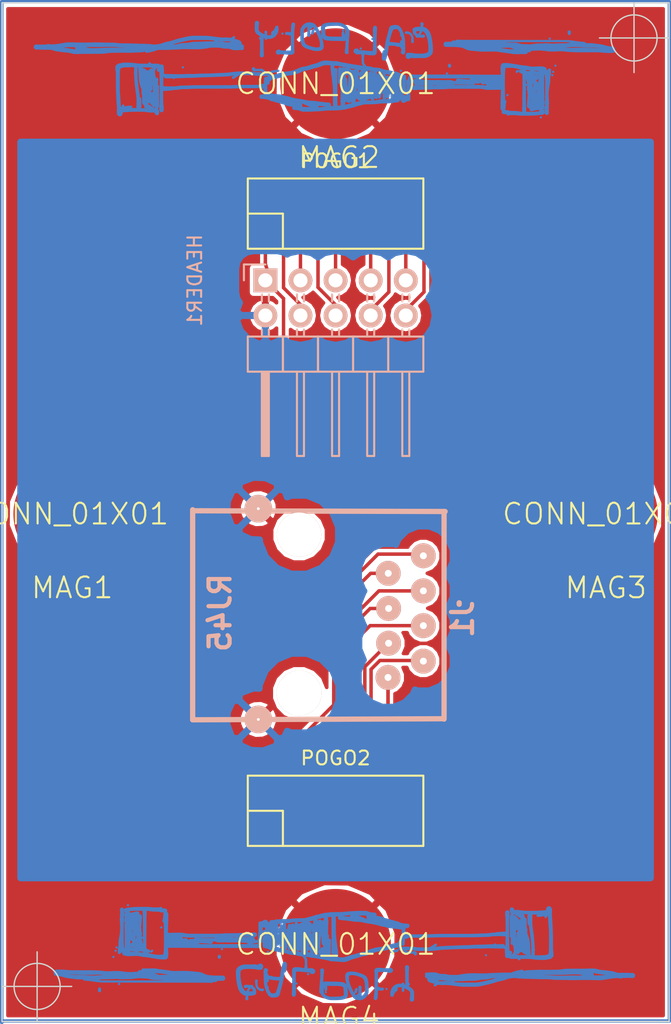
<source format=kicad_pcb>
(kicad_pcb (version 4) (host pcbnew "(after 2015-mar-04 BZR unknown)-product")
  (layers (0 F.Cu signal hide) (31 B.Cu signal) (34 B.Paste user) (35 F.Paste user) (36 B.SilkS user) (37 F.SilkS user) (38 B.Mask user) (39 F.Mask user) (44 Edge.Cuts user))
  (net 0 "")
  (net 1 "Net-(HEADER1-Pad3)")
  (net 2 "Net-(HEADER1-Pad4)")
  (net 3 "Net-(HEADER1-Pad5)")
  (net 4 "Net-(HEADER1-Pad6)")
  (net 5 "Net-(HEADER1-Pad7)")
  (net 6 "Net-(HEADER1-Pad8)")
  (net 7 "Net-(J1-Pad7)")
  (net 8 "Net-(J1-Pad5)")
  (net 9 "Net-(J1-Pad3)")
  (net 10 "Net-(J1-Pad1)")
  (net 11 "Net-(J1-Pad8)")
  (net 12 "Net-(J1-Pad6)")
  (net 13 "Net-(J1-Pad4)")
  (net 14 "Net-(J1-Pad2)")
  (net 15 GND)
  (net 16 +5V)
  (net 17 "Net-(HEADER1-Pad9)")
  (net 18 "Net-(HEADER1-Pad10)")
  (module quadcopter_footprints:logo_mirror (layer B.Cu) (at 228.658 124.421)
    (fp_text reference G*** hide)
    (fp_text value LOGO hide)
    (fp_poly (pts (xy -15.475067 -2.509946) (xy -15.483604 -2.526544) (xy -15.486563 -2.52949) (xy -15.503351 -2.53905) (xy -15.519049 -2.536004) (xy -15.527941 -2.528387) (xy -15.537744 -2.510597) (xy -15.536703 -2.493922) (xy -15.526105 -2.481508) (xy -15.50724 -2.476503) (xy -15.5067 -2.4765) (xy -15.487957 -2.481393) (xy -15.476965 -2.493719) (xy -15.475067 -2.509946) (xy -15.475067 -2.509946)) (layer B.Cu) (width 0.1))
    (fp_poly (pts (xy 15.230718 1.077851) (xy 15.229692 1.054274) (xy 15.227293 1.024778) (xy 15.223415 0.987641) (xy 15.217952 0.94114) (xy 15.211882 0.892175) (xy 15.207628 0.856623) (xy 15.203927 0.821465) (xy 15.200741 0.785558) (xy 15.198032 0.747757) (xy 15.195765 0.706921) (xy 15.193901 0.661904) (xy 15.192402 0.611564) (xy 15.191232 0.554757) (xy 15.190352 0.49034) (xy 15.189726 0.417169) (xy 15.189317 0.334101) (xy 15.189085 0.239992) (xy 15.18903 0.193675) (xy 15.188926 0.117295) (xy 15.188755 0.042847) (xy 15.188526 -0.028407) (xy 15.188244 -0.095206) (xy 15.187918 -0.156286) (xy 15.187555 -0.210388) (xy 15.187161 -0.256249) (xy 15.186743 -0.292607) (xy 15.18631 -0.318201) (xy 15.186075 -0.327025) (xy 15.18517 -0.356022) (xy 15.184064 -0.394676) (xy 15.182839 -0.439945) (xy 15.181577 -0.48879) (xy 15.180358 -0.53817) (xy 15.179868 -0.5588) (xy 15.178429 -0.61742) (xy 15.177013 -0.667467) (xy 15.175476 -0.711918) (xy 15.173675 -0.753749) (xy 15.171465 -0.795936) (xy 15.168702 -0.841457) (xy 15.165243 -0.893287) (xy 15.160943 -0.954404) (xy 15.160297 -0.963426) (xy 15.157239 -1.012238) (xy 15.154612 -1.065865) (xy 15.152598 -1.119618) (xy 15.15138 -1.168808) (xy 15.1511 -1.198944) (xy 15.150456 -1.245004) (xy 15.148692 -1.296512) (xy 15.146058 -1.347905) (xy 15.142805 -1.393618) (xy 15.141885 -1.403917) (xy 15.133489 -1.495135) (xy 15.126565 -1.575435) (xy 15.121041 -1.646504) (xy 15.116847 -1.710029) (xy 15.113909 -1.767697) (xy 15.112158 -1.821196) (xy 15.11152 -1.872213) (xy 15.111925 -1.922435) (xy 15.113301 -1.97355) (xy 15.115498 -2.02565) (xy 15.117819 -2.097571) (xy 15.117137 -2.158247) (xy 15.11328 -2.208813) (xy 15.106077 -2.250403) (xy 15.095352 -2.284154) (xy 15.080936 -2.311199) (xy 15.069902 -2.325281) (xy 15.036991 -2.354823) (xy 15.001341 -2.374723) (xy 15.001341 -0.663575) (xy 15.001013 0.028575) (xy 15.000948 0.142215) (xy 15.000846 0.244013) (xy 15.000681 0.33483) (xy 15.000422 0.415526) (xy 15.000044 0.48696) (xy 14.999516 0.549991) (xy 14.998812 0.605479) (xy 14.997903 0.654283) (xy 14.996761 0.697263) (xy 14.995358 0.735279) (xy 14.993665 0.769189) (xy 14.991655 0.799853) (xy 14.989299 0.828131) (xy 14.98657 0.854881) (xy 14.983439 0.880965) (xy 14.979877 0.90724) (xy 14.975858 0.934568) (xy 14.971352 0.963806) (xy 14.97014 0.97155) (xy 14.965981 0.999782) (xy 14.962745 1.024953) (xy 14.960899 1.043265) (xy 14.960644 1.048608) (xy 14.958477 1.060008) (xy 14.951101 1.070048) (xy 14.937105 1.079443) (xy 14.915077 1.088907) (xy 14.883607 1.099153) (xy 14.841283 1.110897) (xy 14.8336 1.112913) (xy 14.797195 1.12241) (xy 14.76575 1.130462) (xy 14.737827 1.137217) (xy 14.711993 1.142822) (xy 14.68681 1.147425) (xy 14.660845 1.151175) (xy 14.632661 1.15422) (xy 14.600824 1.156707) (xy 14.563897 1.158784) (xy 14.520446 1.1606) (xy 14.469035 1.162302) (xy 14.408228 1.164038) (xy 14.336591 1.165957) (xy 14.3129 1.166587) (xy 14.240323 1.168245) (xy 14.169445 1.169343) (xy 14.101852 1.169887) (xy 14.039127 1.169883) (xy 13.982859 1.169339) (xy 13.934631 1.168262) (xy 13.896029 1.166657) (xy 13.870122 1.164694) (xy 13.83692 1.16117) (xy 13.84931 1.144148) (xy 13.859723 1.122785) (xy 13.867181 1.091083) (xy 13.871735 1.048544) (xy 13.873434 0.994668) (xy 13.872329 0.928957) (xy 13.871973 0.919278) (xy 13.87048 0.878163) (xy 13.869766 0.847234) (xy 13.869986 0.823994) (xy 13.871293 0.805944) (xy 13.873844 0.790586) (xy 13.877794 0.775422) (xy 13.881673 0.762963) (xy 13.895753 0.719246) (xy 13.882832 0.691411) (xy 13.879079 0.682264) (xy 13.875981 0.671591) (xy 13.8734 0.65787) (xy 13.871195 0.639581) (xy 13.869229 0.615202) (xy 13.867362 0.583212) (xy 13.865456 0.542089) (xy 13.86337 0.490312) (xy 13.862592 0.4699) (xy 13.858583 0.374246) (xy 13.853843 0.281659) (xy 13.848225 0.190633) (xy 13.841582 0.09966) (xy 13.833766 0.007231) (xy 13.824631 -0.08816) (xy 13.814029 -0.188021) (xy 13.801814 -0.293861) (xy 13.787839 -0.407187) (xy 13.771956 -0.529506) (xy 13.754018 -0.662326) (xy 13.747719 -0.708025) (xy 13.739886 -0.76513) (xy 13.732179 -0.822309) (xy 13.724887 -0.87734) (xy 13.7183 -0.928005) (xy 13.712707 -0.972081) (xy 13.708398 -1.007349) (xy 13.706309 -1.025525) (xy 13.699841 -1.098937) (xy 13.695269 -1.182991) (xy 13.692625 -1.275765) (xy 13.691943 -1.375336) (xy 13.693256 -1.479785) (xy 13.696596 -1.587188) (xy 13.696635 -1.588158) (xy 13.698832 -1.642942) (xy 13.700466 -1.686539) (xy 13.701502 -1.720452) (xy 13.701904 -1.746184) (xy 13.701636 -1.765238) (xy 13.700662 -1.779115) (xy 13.698946 -1.789319) (xy 13.696453 -1.797351) (xy 13.693147 -1.804715) (xy 13.69138 -1.80822) (xy 13.66912 -1.839849) (xy 13.640251 -1.860678) (xy 13.605029 -1.870594) (xy 13.563706 -1.869483) (xy 13.556705 -1.868304) (xy 13.519217 -1.8583) (xy 13.491358 -1.843147) (xy 13.470508 -1.821051) (xy 13.459148 -1.801454) (xy 13.450242 -1.777815) (xy 13.442344 -1.747202) (xy 13.43616 -1.713808) (xy 13.432394 -1.681828) (xy 13.431754 -1.655458) (xy 13.432891 -1.645348) (xy 13.434381 -1.632193) (xy 13.436046 -1.607718) (xy 13.437829 -1.5733) (xy 13.439677 -1.530317) (xy 13.441533 -1.480146) (xy 13.443343 -1.424165) (xy 13.445051 -1.363752) (xy 13.446424 -1.3081) (xy 13.447902 -1.252889) (xy 13.449585 -1.20912) (xy 13.451584 -1.175535) (xy 13.454007 -1.150873) (xy 13.456963 -1.133878) (xy 13.460562 -1.123292) (xy 13.462754 -1.119865) (xy 13.476248 -1.112309) (xy 13.494594 -1.111494) (xy 13.512208 -1.11693) (xy 13.521743 -1.125046) (xy 13.52696 -1.131676) (xy 13.530904 -1.133406) (xy 13.534047 -1.128742) (xy 13.536862 -1.11619) (xy 13.539819 -1.094256) (xy 13.543392 -1.061446) (xy 13.544155 -1.0541) (xy 13.54644 -1.032275) (xy 13.548593 -1.012634) (xy 13.550852 -0.993461) (xy 13.553453 -0.973042) (xy 13.556635 -0.949662) (xy 13.560632 -0.921607) (xy 13.565683 -0.887161) (xy 13.572025 -0.84461) (xy 13.579895 -0.79224) (xy 13.58541 -0.75565) (xy 13.592347 -0.709289) (xy 13.598692 -0.666011) (xy 13.60469 -0.623966) (xy 13.610586 -0.581306) (xy 13.616626 -0.536181) (xy 13.623055 -0.486744) (xy 13.63012 -0.431144) (xy 13.638065 -0.367534) (xy 13.647137 -0.294064) (xy 13.652056 -0.254) (xy 13.658008 -0.205502) (xy 13.664063 -0.156227) (xy 13.669853 -0.109183) (xy 13.675006 -0.067377) (xy 13.679152 -0.033818) (xy 13.680589 -0.022225) (xy 13.690646 0.062301) (xy 13.699087 0.141624) (xy 13.706016 0.217828) (xy 13.711537 0.292994) (xy 13.715756 0.369208) (xy 13.718776 0.44855) (xy 13.720702 0.533105) (xy 13.721638 0.624955) (xy 13.721689 0.726183) (xy 13.721351 0.790575) (xy 13.720884 0.862357) (xy 13.720591 0.922573) (xy 13.720502 0.972359) (xy 13.720645 1.012849) (xy 13.721047 1.045177) (xy 13.721738 1.070478) (xy 13.722745 1.089885) (xy 13.724098 1.104533) (xy 13.725824 1.115557) (xy 13.727952 1.12409) (xy 13.72983 1.129543) (xy 13.740486 1.157361) (xy 13.707605 1.153411) (xy 13.687377 1.151765) (xy 13.65875 1.150444) (xy 13.626025 1.149611) (xy 13.602431 1.149406) (xy 13.530137 1.14935) (xy 13.546275 1.136656) (xy 13.558365 1.122106) (xy 13.569465 1.100124) (xy 13.573138 1.089867) (xy 13.578449 1.068401) (xy 13.580858 1.045169) (xy 13.580281 1.017706) (xy 13.576632 0.983545) (xy 13.569827 0.940221) (xy 13.56752 0.9271) (xy 13.561751 0.88721) (xy 13.556503 0.83537) (xy 13.551823 0.772323) (xy 13.547758 0.69881) (xy 13.544355 0.615574) (xy 13.541662 0.523356) (xy 13.541523 0.517525) (xy 13.540352 0.472035) (xy 13.539037 0.428308) (xy 13.537666 0.388764) (xy 13.536326 0.355822) (xy 13.535104 0.331903) (xy 13.534546 0.32385) (xy 13.518793 0.177532) (xy 13.495868 0.038334) (xy 13.464969 -0.097198) (xy 13.425291 -0.232515) (xy 13.391828 -0.326644) (xy 13.391828 0.33283) (xy 13.390995 0.339821) (xy 13.381922 0.341296) (xy 13.37945 0.340229) (xy 13.37945 0.853481) (xy 13.375 0.859631) (xy 13.365502 0.858764) (xy 13.355844 0.855639) (xy 13.358047 0.852705) (xy 13.363915 0.85028) (xy 13.374581 0.846178) (xy 13.377862 0.844997) (xy 13.379295 0.849696) (xy 13.37945 0.853481) (xy 13.37945 0.340229) (xy 13.369798 0.336061) (xy 13.359907 0.326993) (xy 13.357351 0.321504) (xy 13.355296 0.307704) (xy 13.352633 0.28354) (xy 13.349547 0.251323) (xy 13.346226 0.213364) (xy 13.342857 0.171976) (xy 13.339626 0.129468) (xy 13.336721 0.088152) (xy 13.334327 0.05034) (xy 13.332633 0.018342) (xy 13.332388 0.0127) (xy 13.329115 -0.066675) (xy 13.34159 -0.01905) (xy 13.348351 0.008861) (xy 13.355978 0.043588) (xy 13.36324 0.079423) (xy 13.366219 0.09525) (xy 13.370442 0.121127) (xy 13.374839 0.152688) (xy 13.379177 0.187638) (xy 13.383222 0.22368) (xy 13.386742 0.258517) (xy 13.389505 0.289852) (xy 13.391278 0.315389) (xy 13.391828 0.33283) (xy 13.391828 -0.326644) (xy 13.376034 -0.371072) (xy 13.368614 -0.390194) (xy 13.326461 -0.497813) (xy 13.33398 -0.602919) (xy 13.337674 -0.656665) (xy 13.340111 -0.699404) (xy 13.341156 -0.732776) (xy 13.340673 -0.758424) (xy 13.338529 -0.777991) (xy 13.334587 -0.793117) (xy 13.328714 -0.805446) (xy 13.320774 -0.816619) (xy 13.315953 -0.822325) (xy 13.309637 -0.836424) (xy 13.304376 -0.862897) (xy 13.300181 -0.90146) (xy 13.297062 -0.951828) (xy 13.295031 -1.013717) (xy 13.294096 -1.086845) (xy 13.29427 -1.170926) (xy 13.295562 -1.265678) (xy 13.296974 -1.331519) (xy 13.300075 -1.459714) (xy 13.276919 -1.483919) (xy 13.26034 -1.504253) (xy 13.244003 -1.528977) (xy 13.237008 -1.541691) (xy 13.217457 -1.571224) (xy 13.200031 -1.585857) (xy 13.200031 -0.264013) (xy 13.199671 -0.247718) (xy 13.198754 -0.242107) (xy 13.198669 -0.242163) (xy 13.195479 -0.250785) (xy 13.191435 -0.269812) (xy 13.186818 -0.296996) (xy 13.181906 -0.330094) (xy 13.176976 -0.36686) (xy 13.172308 -0.405048) (xy 13.168179 -0.442412) (xy 13.164868 -0.476707) (xy 13.164516 -0.481314) (xy 13.164516 0.286489) (xy 13.163939 0.297461) (xy 13.161296 0.304414) (xy 13.156557 0.309056) (xy 13.149691 0.313096) (xy 13.144123 0.316178) (xy 13.126074 0.328922) (xy 13.113398 0.34446) (xy 13.10543 0.364936) (xy 13.101504 0.392495) (xy 13.100953 0.429281) (xy 13.10177 0.452555) (xy 13.102917 0.481505) (xy 13.103486 0.504886) (xy 13.103446 0.520345) (xy 13.102765 0.525529) (xy 13.102741 0.525509) (xy 13.100468 0.518622) (xy 13.096336 0.502046) (xy 13.091005 0.478539) (xy 13.087021 0.459939) (xy 13.079502 0.416113) (xy 13.073384 0.362787) (xy 13.068632 0.299345) (xy 13.065209 0.225167) (xy 13.06308 0.139637) (xy 13.062208 0.042135) (xy 13.062191 0.033338) (xy 13.06195 -0.13335) (xy 13.081 -0.13335) (xy 13.094503 -0.131763) (xy 13.099478 -0.124372) (xy 13.10005 -0.114715) (xy 13.101357 -0.09922) (xy 13.104791 -0.076224) (xy 13.10962 -0.050599) (xy 13.109823 -0.049627) (xy 13.115772 -0.019696) (xy 13.121499 0.011839) (xy 13.125263 0.034925) (xy 13.128384 0.055145) (xy 13.133053 0.084428) (xy 13.138711 0.119314) (xy 13.1448 0.156343) (xy 13.146781 0.168275) (xy 13.15416 0.212393) (xy 13.159596 0.245663) (xy 13.163058 0.269793) (xy 13.164516 0.286489) (xy 13.164516 -0.481314) (xy 13.162654 -0.505688) (xy 13.161815 -0.527109) (xy 13.162191 -0.53637) (xy 13.165262 -0.561565) (xy 13.179295 -0.519898) (xy 13.184617 -0.502116) (xy 13.188718 -0.482953) (xy 13.191873 -0.460025) (xy 13.194356 -0.430947) (xy 13.196441 -0.393333) (xy 13.197901 -0.358295) (xy 13.199134 -0.321173) (xy 13.199848 -0.289122) (xy 13.200031 -0.264013) (xy 13.200031 -1.585857) (xy 13.193831 -1.591064) (xy 13.167866 -1.599858) (xy 13.161962 -1.600176) (xy 13.153781 -1.600646) (xy 13.148248 -1.603374) (xy 13.144937 -1.610378) (xy 13.143422 -1.623675) (xy 13.143278 -1.645282) (xy 13.144077 -1.677216) (xy 13.14428 -1.683917) (xy 13.143506 -1.72376) (xy 13.137959 -1.754082) (xy 13.126944 -1.77739) (xy 13.11419 -1.792235) (xy 13.086311 -1.810446) (xy 13.054809 -1.817621) (xy 13.022518 -1.813665) (xy 13.003802 -1.804269) (xy 13.003802 -0.885131) (xy 13.002787 -0.881459) (xy 12.999968 -0.879054) (xy 12.998951 -0.885295) (xy 13.000118 -0.893531) (xy 13.002286 -0.89363) (xy 13.003802 -0.885131) (xy 13.003802 -1.804269) (xy 12.992267 -1.798479) (xy 12.989663 -1.796496) (xy 12.978652 -1.788857) (xy 12.978652 -1.302113) (xy 12.97852 -1.287715) (xy 12.977641 -1.222375) (xy 12.970583 -1.2954) (xy 12.966814 -1.329823) (xy 12.962755 -1.354855) (xy 12.957613 -1.373796) (xy 12.950595 -1.389946) (xy 12.946916 -1.396569) (xy 12.946916 0.671595) (xy 12.921953 0.675586) (xy 12.900367 0.677198) (xy 12.874763 0.676497) (xy 12.849306 0.673911) (xy 12.828161 0.669863) (xy 12.815494 0.664778) (xy 12.815423 0.664722) (xy 12.807349 0.655084) (xy 12.797501 0.639185) (xy 12.794656 0.633838) (xy 12.787472 0.618674) (xy 12.786344 0.611588) (xy 12.791021 0.609635) (xy 12.79258 0.6096) (xy 12.805849 0.604349) (xy 12.821429 0.590792) (xy 12.836462 0.572222) (xy 12.84809 0.551933) (xy 12.852047 0.541058) (xy 12.855754 0.521819) (xy 12.85895 0.493113) (xy 12.861702 0.454052) (xy 12.864077 0.40375) (xy 12.865434 0.365125) (xy 12.866235 0.339725) (xy 12.875128 0.371475) (xy 12.881449 0.39661) (xy 12.887787 0.425796) (xy 12.890739 0.441325) (xy 12.899252 0.491631) (xy 12.908573 0.550332) (xy 12.916038 0.599678) (xy 12.921265 0.623455) (xy 12.928783 0.644572) (xy 12.934269 0.654488) (xy 12.946916 0.671595) (xy 12.946916 -1.396569) (xy 12.945815 -1.398552) (xy 12.932083 -1.415876) (xy 12.932083 -0.513251) (xy 12.931428 -0.50094) (xy 12.927809 -0.489909) (xy 12.927294 -0.488777) (xy 12.927294 0.017764) (xy 12.926455 0.020638) (xy 12.924137 0.021436) (xy 12.923252 0.0127) (xy 12.92425 0.003686) (xy 12.926455 0.004763) (xy 12.927294 0.017764) (xy 12.927294 -0.488777) (xy 12.926272 -0.486533) (xy 12.917818 -0.461259) (xy 12.912212 -0.426892) (xy 12.909417 -0.382662) (xy 12.909393 -0.327799) (xy 12.912098 -0.261532) (xy 12.91349 -0.238483) (xy 12.91655 -0.187238) (xy 12.918863 -0.140862) (xy 12.920417 -0.100426) (xy 12.921201 -0.067001) (xy 12.921206 -0.041659) (xy 12.92042 -0.025472) (xy 12.918832 -0.01951) (xy 12.916432 -0.024846) (xy 12.9156 -0.028575) (xy 12.909612 -0.064479) (xy 12.904016 -0.110594) (xy 12.898997 -0.164432) (xy 12.894737 -0.223507) (xy 12.891421 -0.28533) (xy 12.889233 -0.347414) (xy 12.888412 -0.396355) (xy 12.888147 -0.444134) (xy 12.88823 -0.481108) (xy 12.888785 -0.509167) (xy 12.889932 -0.530204) (xy 12.891794 -0.546111) (xy 12.894492 -0.558779) (xy 12.898149 -0.570101) (xy 12.899893 -0.574642) (xy 12.912462 -0.606359) (xy 12.924036 -0.556351) (xy 12.929659 -0.530501) (xy 12.932083 -0.513251) (xy 12.932083 -1.415876) (xy 12.923933 -1.426158) (xy 12.898071 -1.442795) (xy 12.869827 -1.448) (xy 12.863743 -1.446597) (xy 12.863743 0.314453) (xy 12.862983 0.315384) (xy 12.859208 0.314512) (xy 12.85875 0.31115) (xy 12.861073 0.305924) (xy 12.862983 0.306917) (xy 12.863743 0.314453) (xy 12.863743 -1.446597) (xy 12.840798 -1.441306) (xy 12.826444 -1.433321) (xy 12.811168 -1.421762) (xy 12.800637 -1.409541) (xy 12.794123 -1.39417) (xy 12.790901 -1.373165) (xy 12.790242 -1.344039) (xy 12.791101 -1.312465) (xy 12.792037 -1.283548) (xy 12.792501 -1.260156) (xy 12.792466 -1.244671) (xy 12.791907 -1.239476) (xy 12.791901 -1.239481) (xy 12.78982 -1.245992) (xy 12.785247 -1.262892) (xy 12.778687 -1.288229) (xy 12.770645 -1.320051) (xy 12.761625 -1.356406) (xy 12.761412 -1.357272) (xy 12.748901 -1.406048) (xy 12.737526 -1.44452) (xy 12.728055 -1.469934) (xy 12.728055 -0.654178) (xy 12.727967 -0.614444) (xy 12.727068 -0.595312) (xy 12.725162 -0.572633) (xy 12.722702 -0.559813) (xy 12.718287 -0.554042) (xy 12.710517 -0.552507) (xy 12.70571 -0.55245) (xy 12.68652 -0.547302) (xy 12.666872 -0.534019) (xy 12.655594 -0.522686) (xy 12.648917 -0.511106) (xy 12.645204 -0.49504) (xy 12.642959 -0.472106) (xy 12.642325 -0.452879) (xy 12.642394 -0.423518) (xy 12.643112 -0.386564) (xy 12.644423 -0.34456) (xy 12.646271 -0.300047) (xy 12.647124 -0.282575) (xy 12.648568 -0.247932) (xy 12.649963 -0.202388) (xy 12.651278 -0.14774) (xy 12.652483 -0.085787) (xy 12.653548 -0.018325) (xy 12.654444 0.052846) (xy 12.655139 0.125929) (xy 12.655604 0.199125) (xy 12.655725 0.230071) (xy 12.656876 0.596666) (xy 12.639313 0.617421) (xy 12.628459 0.629956) (xy 12.624051 0.633259) (xy 12.624367 0.627821) (xy 12.625942 0.621223) (xy 12.62887 0.606648) (xy 12.632658 0.584123) (xy 12.636528 0.558294) (xy 12.636854 0.555967) (xy 12.640012 0.530537) (xy 12.640578 0.513177) (xy 12.638102 0.49944) (xy 12.632136 0.48488) (xy 12.629036 0.478558) (xy 12.614325 0.454695) (xy 12.597725 0.436508) (xy 12.581808 0.426559) (xy 12.575707 0.42545) (xy 12.572016 0.424151) (xy 12.568905 0.419205) (xy 12.566104 0.40904) (xy 12.563339 0.392082) (xy 12.560342 0.366759) (xy 12.556839 0.331499) (xy 12.553795 0.29845) (xy 12.547893 0.198924) (xy 12.547322 0.093588) (xy 12.552088 -0.011838) (xy 12.553608 -0.031542) (xy 12.556849 -0.075286) (xy 12.558238 -0.108554) (xy 12.557588 -0.133462) (xy 12.554709 -0.152125) (xy 12.549412 -0.166658) (xy 12.541508 -0.179176) (xy 12.540286 -0.180757) (xy 12.536892 -0.185557) (xy 12.534077 -0.191352) (xy 12.531747 -0.199401) (xy 12.529808 -0.210962) (xy 12.528165 -0.227295) (xy 12.526724 -0.249659) (xy 12.525392 -0.279313) (xy 12.524074 -0.317515) (xy 12.522677 -0.365524) (xy 12.521106 -0.4246) (xy 12.520596 -0.444323) (xy 12.519281 -0.500652) (xy 12.518289 -0.554325) (xy 12.517632 -0.603704) (xy 12.517321 -0.64715) (xy 12.517365 -0.683024) (xy 12.517778 -0.709687) (xy 12.518568 -0.7255) (xy 12.518695 -0.726634) (xy 12.523154 -0.762325) (xy 12.542214 -0.746287) (xy 12.559663 -0.735154) (xy 12.580239 -0.730649) (xy 12.59205 -0.73025) (xy 12.619796 -0.734281) (xy 12.642911 -0.747266) (xy 12.663109 -0.770542) (xy 12.678363 -0.797559) (xy 12.684075 -0.810056) (xy 12.688336 -0.822323) (xy 12.691185 -0.836073) (xy 12.692659 -0.853015) (xy 12.692795 -0.874863) (xy 12.691633 -0.903328) (xy 12.689208 -0.940121) (xy 12.685559 -0.986954) (xy 12.683178 -1.016) (xy 12.681584 -1.042068) (xy 12.682018 -1.055753) (xy 12.684289 -1.057176) (xy 12.688207 -1.046459) (xy 12.693581 -1.023722) (xy 12.696866 -1.007296) (xy 12.703325 -0.967973) (xy 12.70945 -0.920381) (xy 12.715041 -0.867257) (xy 12.719898 -0.811339) (xy 12.72382 -0.755362) (xy 12.726605 -0.702063) (xy 12.728055 -0.654178) (xy 12.728055 -1.469934) (xy 12.726207 -1.474893) (xy 12.713863 -1.499366) (xy 12.699416 -1.520144) (xy 12.681784 -1.539428) (xy 12.664076 -1.555774) (xy 12.648756 -1.567821) (xy 12.635141 -1.57334) (xy 12.617268 -1.57424) (xy 12.607859 -1.573751) (xy 12.574538 -1.571625) (xy 12.570385 -1.621556) (xy 12.565534 -1.658944) (xy 12.557434 -1.686337) (xy 12.544983 -1.706254) (xy 12.527077 -1.721217) (xy 12.526654 -1.721484) (xy 12.50792 -1.73001) (xy 12.4861 -1.732191) (xy 12.474968 -1.731545) (xy 12.452968 -1.727941) (xy 12.436992 -1.71968) (xy 12.422581 -1.705885) (xy 12.4206 -1.70332) (xy 12.4206 -0.866775) (xy 12.417425 -0.8636) (xy 12.41425 -0.866775) (xy 12.417425 -0.86995) (xy 12.4206 -0.866775) (xy 12.4206 -1.70332) (xy 12.410122 -1.689756) (xy 12.40258 -1.675101) (xy 12.40155 -1.66998) (xy 12.40066 -1.661646) (xy 12.395675 -1.660706) (xy 12.383124 -1.666552) (xy 12.382815 -1.666711) (xy 12.366045 -1.67356) (xy 12.352106 -1.6764) (xy 12.344166 -1.678941) (xy 12.340285 -1.688638) (xy 12.339102 -1.702665) (xy 12.336707 -1.726946) (xy 12.332007 -1.750599) (xy 12.325994 -1.769783) (xy 12.319659 -1.780656) (xy 12.318827 -1.781281) (xy 12.31266 -1.789053) (xy 12.317444 -1.795258) (xy 12.327418 -1.79705) (xy 12.341761 -1.80152) (xy 12.356561 -1.812377) (xy 12.357469 -1.813318) (xy 12.365725 -1.823752) (xy 12.370202 -1.835457) (xy 12.371852 -1.852446) (xy 12.37175 -1.873643) (xy 12.371973 -1.895434) (xy 12.373504 -1.911185) (xy 12.376019 -1.917675) (xy 12.376202 -1.9177) (xy 12.384219 -1.914588) (xy 12.399174 -1.906562) (xy 12.41224 -1.898779) (xy 12.434331 -1.886803) (xy 12.460837 -1.874867) (xy 12.487881 -1.864462) (xy 12.511583 -1.857076) (xy 12.528066 -1.854201) (xy 12.528304 -1.8542) (xy 12.538351 -1.85071) (xy 12.555146 -1.841505) (xy 12.57527 -1.828483) (xy 12.577749 -1.826751) (xy 12.600828 -1.811308) (xy 12.623618 -1.797377) (xy 12.640902 -1.788116) (xy 12.661485 -1.773995) (xy 12.682191 -1.749967) (xy 12.690518 -1.737776) (xy 12.721629 -1.699147) (xy 12.757147 -1.67189) (xy 12.796486 -1.65642) (xy 12.809317 -1.654089) (xy 12.827313 -1.650778) (xy 12.841979 -1.645052) (xy 12.856987 -1.634792) (xy 12.87601 -1.617883) (xy 12.882012 -1.612188) (xy 12.901025 -1.595086) (xy 12.91758 -1.582094) (xy 12.928917 -1.575315) (xy 12.931104 -1.5748) (xy 12.936804 -1.573346) (xy 12.941031 -1.567799) (xy 12.944121 -1.556384) (xy 12.946407 -1.537323) (xy 12.948223 -1.508839) (xy 12.949635 -1.476158) (xy 12.951541 -1.44111) (xy 12.954457 -1.415584) (xy 12.958914 -1.396408) (xy 12.965447 -1.380412) (xy 12.965871 -1.379573) (xy 12.972269 -1.365017) (xy 12.976215 -1.349555) (xy 12.978185 -1.329737) (xy 12.978652 -1.302113) (xy 12.978652 -1.788857) (xy 12.977658 -1.788168) (xy 12.970015 -1.787797) (xy 12.962866 -1.793626) (xy 12.945527 -1.806609) (xy 12.921298 -1.819658) (xy 12.895688 -1.830096) (xy 12.878325 -1.834699) (xy 12.865952 -1.838083) (xy 12.856344 -1.845132) (xy 12.846817 -1.85862) (xy 12.836259 -1.878242) (xy 12.824424 -1.900153) (xy 12.813227 -1.918779) (xy 12.805345 -1.929769) (xy 12.798579 -1.938207) (xy 12.801754 -1.940101) (xy 12.809311 -1.939097) (xy 12.820559 -1.937461) (xy 12.841768 -1.934522) (xy 12.870309 -1.930639) (xy 12.903553 -1.92617) (xy 12.919075 -1.924101) (xy 12.99061 -1.915812) (xy 13.074579 -1.908306) (xy 13.170736 -1.901591) (xy 13.278837 -1.895677) (xy 13.398639 -1.890575) (xy 13.529898 -1.886292) (xy 13.672369 -1.88284) (xy 13.825809 -1.880227) (xy 13.989974 -1.878463) (xy 14.107772 -1.877752) (xy 14.181726 -1.877406) (xy 14.243681 -1.877001) (xy 14.294335 -1.876457) (xy 14.33439 -1.875699) (xy 14.364545 -1.874649) (xy 14.3855 -1.87323) (xy 14.397955 -1.871366) (xy 14.40261 -1.868979) (xy 14.400165 -1.865992) (xy 14.39132 -1.862328) (xy 14.376775 -1.857909) (xy 14.357231 -1.85266) (xy 14.350834 -1.850999) (xy 14.3288 -1.844752) (xy 14.311452 -1.838833) (xy 14.302941 -1.834762) (xy 14.293265 -1.830384) (xy 14.275652 -1.825122) (xy 14.261666 -1.821811) (xy 14.239864 -1.816091) (xy 14.221664 -1.809465) (xy 14.214649 -1.805755) (xy 14.199227 -1.798722) (xy 14.189249 -1.797044) (xy 14.172068 -1.794219) (xy 14.15033 -1.787056) (xy 14.128674 -1.777512) (xy 14.111744 -1.767541) (xy 14.105464 -1.761748) (xy 14.097728 -1.745495) (xy 14.101403 -1.730824) (xy 14.1097 -1.72085) (xy 14.116853 -1.715126) (xy 14.126346 -1.711431) (xy 14.140855 -1.709353) (xy 14.163056 -1.708478) (xy 14.190662 -1.708376) (xy 14.235242 -1.709394) (xy 14.283464 -1.711986) (xy 14.332828 -1.715881) (xy 14.380832 -1.720806) (xy 14.424975 -1.726486) (xy 14.462756 -1.73265) (xy 14.491674 -1.739025) (xy 14.50261 -1.742416) (xy 14.523823 -1.748749) (xy 14.543392 -1.752313) (xy 14.548413 -1.7526) (xy 14.564752 -1.754942) (xy 14.586419 -1.760917) (xy 14.59865 -1.7653) (xy 14.620012 -1.772583) (xy 14.639032 -1.777177) (xy 14.646714 -1.778) (xy 14.663492 -1.780479) (xy 14.682889 -1.786509) (xy 14.684335 -1.787099) (xy 14.706112 -1.796198) (xy 14.7027 -1.775986) (xy 14.697948 -1.755437) (xy 14.691226 -1.733956) (xy 14.691077 -1.73355) (xy 14.678779 -1.698661) (xy 14.671533 -1.673189) (xy 14.66913 -1.654992) (xy 14.671363 -1.641925) (xy 14.678025 -1.631847) (xy 14.680944 -1.629006) (xy 14.693888 -1.620688) (xy 14.706969 -1.620216) (xy 14.721251 -1.628399) (xy 14.737798 -1.646041) (xy 14.757674 -1.673949) (xy 14.773692 -1.699295) (xy 14.785999 -1.717631) (xy 14.798521 -1.733782) (xy 14.799652 -1.73507) (xy 14.811252 -1.751518) (xy 14.820725 -1.770263) (xy 14.83128 -1.790863) (xy 14.845839 -1.811529) (xy 14.862269 -1.830115) (xy 14.878436 -1.844476) (xy 14.892207 -1.852469) (xy 14.901449 -1.851949) (xy 14.901722 -1.851694) (xy 14.905633 -1.841964) (xy 14.910019 -1.821016) (xy 14.914757 -1.790315) (xy 14.919719 -1.751329) (xy 14.924781 -1.705525) (xy 14.929818 -1.654368) (xy 14.934703 -1.599327) (xy 14.939312 -1.541867) (xy 14.943519 -1.483456) (xy 14.947199 -1.42556) (xy 14.950226 -1.369647) (xy 14.952476 -1.317182) (xy 14.953822 -1.269633) (xy 14.954163 -1.23825) (xy 14.954871 -1.209233) (xy 14.956849 -1.16946) (xy 14.959962 -1.120796) (xy 14.964077 -1.065108) (xy 14.96906 -1.00426) (xy 14.974777 -0.94012) (xy 14.977807 -0.90805) (xy 15.001341 -0.663575) (xy 15.001341 -2.374723) (xy 15.001226 -2.374788) (xy 14.964648 -2.384465) (xy 14.929297 -2.383143) (xy 14.915201 -2.379099) (xy 14.875203 -2.357935) (xy 14.839793 -2.327018) (xy 14.812083 -2.28921) (xy 14.807033 -2.27965) (xy 14.796862 -2.256743) (xy 14.78973 -2.234262) (xy 14.784604 -2.207987) (xy 14.78045 -2.173698) (xy 14.780007 -2.169244) (xy 14.776705 -2.13829) (xy 14.773626 -2.11771) (xy 14.770165 -2.105207) (xy 14.765714 -2.098481) (xy 14.760554 -2.095538) (xy 14.750122 -2.093745) (xy 14.729438 -2.091729) (xy 14.700946 -2.089676) (xy 14.667087 -2.08777) (xy 14.6431 -2.086686) (xy 14.599261 -2.084717) (xy 14.551709 -2.082282) (xy 14.505434 -2.079656) (xy 14.465424 -2.077111) (xy 14.455775 -2.076433) (xy 14.382919 -2.071248) (xy 14.320048 -2.067008) (xy 14.264493 -2.063581) (xy 14.213584 -2.060834) (xy 14.164653 -2.058636) (xy 14.115029 -2.056855) (xy 14.062043 -2.055359) (xy 14.003027 -2.054015) (xy 14.00175 -2.053988) (xy 13.924821 -2.0526) (xy 13.844692 -2.051541) (xy 13.762872 -2.050806) (xy 13.680869 -2.050388) (xy 13.600192 -2.050282) (xy 13.522348 -2.050483) (xy 13.448847 -2.050985) (xy 13.381197 -2.051783) (xy 13.320907 -2.052871) (xy 13.269486 -2.054244) (xy 13.228441 -2.055895) (xy 13.211175 -2.056897) (xy 13.142817 -2.061877) (xy 13.081526 -2.067263) (xy 13.022173 -2.073592) (xy 12.959634 -2.0814) (xy 12.9032 -2.089168) (xy 12.818625 -2.100112) (xy 12.743491 -2.107642) (xy 12.678293 -2.111745) (xy 12.623528 -2.112411) (xy 12.579692 -2.109625) (xy 12.547281 -2.103378) (xy 12.533707 -2.098058) (xy 12.523841 -2.093871) (xy 12.514455 -2.093489) (xy 12.502083 -2.097708) (xy 12.483259 -2.107327) (xy 12.4759 -2.111349) (xy 12.452846 -2.122546) (xy 12.431272 -2.130538) (xy 12.415837 -2.133599) (xy 12.415802 -2.1336) (xy 12.406098 -2.13426) (xy 12.398932 -2.137651) (xy 12.393097 -2.145884) (xy 12.387387 -2.161072) (xy 12.380596 -2.185328) (xy 12.375926 -2.20345) (xy 12.361009 -2.242934) (xy 12.339224 -2.271952) (xy 12.310859 -2.290273) (xy 12.276202 -2.297669) (xy 12.258024 -2.297322) (xy 12.2259 -2.289792) (xy 12.197261 -2.274155) (xy 12.17603 -2.252739) (xy 12.172103 -2.246318) (xy 12.167933 -2.2335) (xy 12.163673 -2.212256) (xy 12.160146 -2.186826) (xy 12.159709 -2.182689) (xy 12.158722 -2.130117) (xy 12.166414 -2.074439) (xy 12.183144 -2.01377) (xy 12.201241 -1.965325) (xy 12.208995 -1.946219) (xy 12.215407 -1.930211) (xy 12.216584 -1.927225) (xy 12.226424 -1.904316) (xy 12.238958 -1.87813) (xy 12.251778 -1.853476) (xy 12.262472 -1.835159) (xy 12.263535 -1.833562) (xy 12.275414 -1.8161) (xy 12.254344 -1.816076) (xy 12.228009 -1.810569) (xy 12.202301 -1.796028) (xy 12.18224 -1.775335) (xy 12.181502 -1.774232) (xy 12.174332 -1.757135) (xy 12.169906 -1.734982) (xy 12.169377 -1.727605) (xy 12.167168 -1.706334) (xy 12.162748 -1.688292) (xy 12.160826 -1.683827) (xy 12.158966 -1.676738) (xy 12.157415 -1.662517) (xy 12.156157 -1.640408) (xy 12.155175 -1.60966) (xy 12.154453 -1.569518) (xy 12.153975 -1.519228) (xy 12.153725 -1.458037) (xy 12.153686 -1.38519) (xy 12.153724 -1.353913) (xy 12.153852 -1.29116) (xy 12.154027 -1.231795) (xy 12.15424 -1.177124) (xy 12.154483 -1.12845) (xy 12.15475 -1.087078) (xy 12.155033 -1.054313) (xy 12.155323 -1.03146) (xy 12.155614 -1.019824) (xy 12.155654 -1.019175) (xy 12.155784 -1.005886) (xy 12.155139 -0.982916) (xy 12.153835 -0.953253) (xy 12.151988 -0.919885) (xy 12.151525 -0.912418) (xy 12.14943 -0.876271) (xy 12.148549 -0.850177) (xy 12.149014 -0.831535) (xy 12.150954 -0.817744) (xy 12.154497 -0.806204) (xy 12.157123 -0.799991) (xy 12.160447 -0.791584) (xy 12.162964 -0.781906) (xy 12.164732 -0.769343) (xy 12.16581 -0.752284) (xy 12.166256 -0.729117) (xy 12.166128 -0.698229) (xy 12.165484 -0.658008) (xy 12.164383 -0.606842) (xy 12.16427 -0.601947) (xy 12.162998 -0.549951) (xy 12.161559 -0.496411) (xy 12.160044 -0.444361) (xy 12.158543 -0.396832) (xy 12.157149 -0.356859) (xy 12.156289 -0.335122) (xy 12.15231 -0.241619) (xy 12.174695 -0.219234) (xy 12.192056 -0.204432) (xy 12.208101 -0.197891) (xy 12.220934 -0.19685) (xy 12.244788 -0.19685) (xy 12.24069 -0.096837) (xy 12.238876 -0.055806) (xy 12.2365 -0.006769) (xy 12.2338 0.045606) (xy 12.231015 0.09665) (xy 12.229265 0.127) (xy 12.226798 0.17071) (xy 12.225304 0.203739) (xy 12.224818 0.228076) (xy 12.225374 0.245704) (xy 12.227007 0.258611) (xy 12.229751 0.268782) (xy 12.231838 0.274144) (xy 12.248962 0.299802) (xy 12.273723 0.315593) (xy 12.303125 0.320675) (xy 12.333665 0.315128) (xy 12.357967 0.299281) (xy 12.37359 0.275732) (xy 12.381292 0.260072) (xy 12.388467 0.254801) (xy 12.398112 0.258103) (xy 12.400409 0.259511) (xy 12.403539 0.264276) (xy 12.405685 0.274968) (xy 12.40693 0.293129) (xy 12.407358 0.320298) (xy 12.407055 0.358016) (xy 12.406759 0.375734) (xy 12.406072 0.415709) (xy 12.405852 0.445135) (xy 12.406332 0.466162) (xy 12.407745 0.48094) (xy 12.410322 0.491618) (xy 12.414298 0.500346) (xy 12.419905 0.509273) (xy 12.421468 0.511608) (xy 12.428243 0.522617) (xy 12.433106 0.533832) (xy 12.436541 0.547833) (xy 12.439028 0.5672) (xy 12.441051 0.594514) (xy 12.442743 0.625475) (xy 12.445947 0.688851) (xy 12.448573 0.740817) (xy 12.450773 0.782643) (xy 12.452698 0.815599) (xy 12.454501 0.840954) (xy 12.456331 0.859978) (xy 12.458341 0.873942) (xy 12.460681 0.884113) (xy 12.463504 0.891763) (xy 12.466961 0.89816) (xy 12.471203 0.904574) (xy 12.476381 0.912275) (xy 12.477071 0.913343) (xy 12.495529 0.939268) (xy 12.512209 0.955251) (xy 12.529792 0.963238) (xy 12.548525 0.9652) (xy 12.568418 0.961297) (xy 12.58803 0.951362) (xy 12.603517 0.938057) (xy 12.611035 0.924043) (xy 12.611244 0.921774) (xy 12.613621 0.919796) (xy 12.61938 0.927709) (xy 12.62166 0.932065) (xy 12.641296 0.958676) (xy 12.66834 0.975334) (xy 12.701121 0.981075) (xy 12.73388 0.975423) (xy 12.760565 0.959167) (xy 12.780143 0.933362) (xy 12.791582 0.899061) (xy 12.793296 0.887039) (xy 12.797026 0.8509) (xy 12.838641 0.8509) (xy 12.861064 0.85038) (xy 12.892185 0.84896) (xy 12.92805 0.84685) (xy 12.964707 0.844263) (xy 12.968191 0.843991) (xy 13.007178 0.841209) (xy 13.035298 0.84028) (xy 13.054316 0.841728) (xy 13.065995 0.846074) (xy 13.072099 0.85384) (xy 13.074392 0.865547) (xy 13.074673 0.875491) (xy 13.080768 0.905668) (xy 13.098372 0.931926) (xy 13.126563 0.952944) (xy 13.129983 0.954735) (xy 13.145592 0.962005) (xy 13.170523 0.972874) (xy 13.202282 0.986287) (xy 13.238375 1.001191) (xy 13.274675 1.015879) (xy 13.310584 1.03026) (xy 13.342701 1.043131) (xy 13.369065 1.053703) (xy 13.387712 1.061191) (xy 13.396681 1.064806) (xy 13.396912 1.064901) (xy 13.402078 1.072789) (xy 13.404749 1.088132) (xy 13.40485 1.091953) (xy 13.409993 1.117357) (xy 13.420421 1.132548) (xy 13.435993 1.14935) (xy 13.361684 1.150596) (xy 13.324036 1.151127) (xy 13.279182 1.151591) (xy 13.228541 1.151988) (xy 13.173536 1.152317) (xy 13.115588 1.152577) (xy 13.056118 1.152766) (xy 12.996548 1.152883) (xy 12.938298 1.152928) (xy 12.882789 1.1529) (xy 12.831444 1.152796) (xy 12.785684 1.152617) (xy 12.746929 1.152361) (xy 12.716602 1.152027) (xy 12.696122 1.151613) (xy 12.686913 1.151119) (xy 12.686894 1.151116) (xy 12.670873 1.142283) (xy 12.664203 1.131331) (xy 12.655118 1.117507) (xy 12.63971 1.102425) (xy 12.632396 1.096879) (xy 12.620043 1.089091) (xy 12.607685 1.083755) (xy 12.592261 1.080203) (xy 12.570714 1.077767) (xy 12.539985 1.075778) (xy 12.534436 1.075479) (xy 12.489827 1.07195) (xy 12.456471 1.066603) (xy 12.43408 1.059689) (xy 12.40447 1.050724) (xy 12.374795 1.048085) (xy 12.349639 1.052013) (xy 12.342903 1.054901) (xy 12.330883 1.063303) (xy 12.314466 1.077139) (xy 12.303633 1.087225) (xy 12.270537 1.116809) (xy 12.240375 1.137422) (xy 12.20962 1.151029) (xy 12.17475 1.159596) (xy 12.173349 1.159839) (xy 12.147184 1.165002) (xy 12.129576 1.170782) (xy 12.116437 1.178997) (xy 12.104687 1.190373) (xy 12.088262 1.216232) (xy 12.0835 1.243917) (xy 12.090077 1.27106) (xy 12.107668 1.295294) (xy 12.120466 1.305562) (xy 12.128964 1.310581) (xy 12.139045 1.314787) (xy 12.151855 1.318256) (xy 12.16854 1.321065) (xy 12.190246 1.323289) (xy 12.218119 1.325006) (xy 12.253306 1.32629) (xy 12.296951 1.327219) (xy 12.350203 1.327869) (xy 12.414205 1.328315) (xy 12.466028 1.328548) (xy 12.711481 1.329487) (xy 12.729467 1.367118) (xy 12.749214 1.40124) (xy 12.769927 1.42342) (xy 12.791213 1.433471) (xy 12.812679 1.431208) (xy 12.833838 1.416539) (xy 12.848656 1.395412) (xy 12.851571 1.372515) (xy 12.84279 1.346051) (xy 12.84218 1.344858) (xy 12.831961 1.325096) (xy 13.234293 1.329234) (xy 13.316138 1.330091) (xy 13.386443 1.330881) (xy 13.446369 1.33165) (xy 13.497075 1.332446) (xy 13.539721 1.333315) (xy 13.575467 1.334303) (xy 13.605473 1.335456) (xy 13.630898 1.336822) (xy 13.652904 1.338446) (xy 13.672648 1.340374) (xy 13.691293 1.342655) (xy 13.709997 1.345332) (xy 13.72992 1.348454) (xy 13.73505 1.349281) (xy 13.822689 1.362635) (xy 13.907503 1.37378) (xy 13.991884 1.382903) (xy 14.078225 1.390194) (xy 14.168917 1.395843) (xy 14.266355 1.400037) (xy 14.37293 1.402967) (xy 14.4272 1.403966) (xy 14.495026 1.404872) (xy 14.552235 1.405113) (xy 14.600902 1.404504) (xy 14.6431 1.402856) (xy 14.680903 1.399982) (xy 14.716385 1.395696) (xy 14.75162 1.38981) (xy 14.788683 1.382137) (xy 14.829648 1.372489) (xy 14.860057 1.36489) (xy 14.891088 1.358542) (xy 14.924693 1.353991) (xy 14.952132 1.352272) (xy 14.993513 1.349221) (xy 15.027373 1.3398) (xy 15.057838 1.32271) (xy 15.066483 1.316246) (xy 15.088431 1.301265) (xy 15.113065 1.287538) (xy 15.11935 1.2846) (xy 15.155265 1.262085) (xy 15.185587 1.229386) (xy 15.209108 1.18824) (xy 15.224623 1.140382) (xy 15.226634 1.1303) (xy 15.229083 1.114141) (xy 15.23048 1.097232) (xy 15.230718 1.077851) (xy 15.230718 1.077851)) (layer B.Cu) (width 0.1))
    (fp_poly (pts (xy 12.228052 0.911406) (xy 12.227235 0.904297) (xy 12.216058 0.875904) (xy 12.196005 0.853757) (xy 12.169889 0.839625) (xy 12.140522 0.835276) (xy 12.122122 0.838209) (xy 12.105559 0.846163) (xy 12.085865 0.860055) (xy 12.073259 0.871192) (xy 12.04595 0.897995) (xy 12.045941 0.863335) (xy 12.045658 0.848504) (xy 12.044861 0.822827) (xy 12.04362 0.788146) (xy 12.042004 0.746301) (xy 12.040084 0.699134) (xy 12.037929 0.648485) (xy 12.036779 0.6223) (xy 12.034893 0.577451) (xy 12.033142 0.530708) (xy 12.031515 0.481313) (xy 12.03 0.428509) (xy 12.028584 0.371537) (xy 12.027257 0.309639) (xy 12.026006 0.242057) (xy 12.024819 0.168033) (xy 12.023684 0.086809) (xy 12.022589 -0.002374) (xy 12.021522 -0.100274) (xy 12.020472 -0.207648) (xy 12.019426 -0.325255) (xy 12.018372 -0.453853) (xy 12.017299 -0.5942) (xy 12.017022 -0.631825) (xy 12.016208 -0.778808) (xy 12.01598 -0.916519) (xy 12.01633 -1.044592) (xy 12.017252 -1.162666) (xy 12.018738 -1.270375) (xy 12.020783 -1.367358) (xy 12.023378 -1.45325) (xy 12.026518 -1.527688) (xy 12.030196 -1.59031) (xy 12.034404 -1.640751) (xy 12.036236 -1.657447) (xy 12.040745 -1.699437) (xy 12.044805 -1.745322) (xy 12.048314 -1.792991) (xy 12.051171 -1.84033) (xy 12.053274 -1.885226) (xy 12.054522 -1.925568) (xy 12.054813 -1.959242) (xy 12.054045 -1.984137) (xy 12.052539 -1.996583) (xy 12.038697 -2.030074) (xy 12.015258 -2.058172) (xy 11.984904 -2.078289) (xy 11.959261 -2.086574) (xy 11.926794 -2.08664) (xy 11.894419 -2.076342) (xy 11.865261 -2.057648) (xy 11.842443 -2.032526) (xy 11.82958 -2.004856) (xy 11.827866 -1.99075) (xy 11.827056 -1.966223) (xy 11.827064 -1.933515) (xy 11.827802 -1.894866) (xy 11.829184 -1.852515) (xy 11.831125 -1.808703) (xy 11.833537 -1.76567) (xy 11.836335 -1.725656) (xy 11.839431 -1.690901) (xy 11.842733 -1.6637) (xy 11.846121 -1.634223) (xy 11.849327 -1.593368) (xy 11.852324 -1.542452) (xy 11.855086 -1.482795) (xy 11.857585 -1.415716) (xy 11.859794 -1.342536) (xy 11.861687 -1.264572) (xy 11.863237 -1.183145) (xy 11.864418 -1.099574) (xy 11.865201 -1.015179) (xy 11.865562 -0.931278) (xy 11.865472 -0.849191) (xy 11.864905 -0.770238) (xy 11.863834 -0.695738) (xy 11.863109 -0.660913) (xy 11.858625 -0.467751) (xy 11.841306 -0.492771) (xy 11.824462 -0.51326) (xy 11.804947 -0.528555) (xy 11.781081 -0.539033) (xy 11.751187 -0.545074) (xy 11.713585 -0.547056) (xy 11.666598 -0.545358) (xy 11.623675 -0.541847) (xy 11.583803 -0.538056) (xy 11.542353 -0.53411) (xy 11.503796 -0.530437) (xy 11.472604 -0.527462) (xy 11.4681 -0.527032) (xy 11.443523 -0.524848) (xy 11.40916 -0.522024) (xy 11.367894 -0.518783) (xy 11.32261 -0.515352) (xy 11.276191 -0.511955) (xy 11.261725 -0.510924) (xy 11.213563 -0.507384) (xy 11.176495 -0.504303) (xy 11.148935 -0.501464) (xy 11.129296 -0.498646) (xy 11.115989 -0.495631) (xy 11.107428 -0.492202) (xy 11.102975 -0.489053) (xy 11.097057 -0.484963) (xy 11.088286 -0.481795) (xy 11.074865 -0.479345) (xy 11.054996 -0.477408) (xy 11.026881 -0.47578) (xy 10.988724 -0.474255) (xy 10.96645 -0.473504) (xy 10.901059 -0.470936) (xy 10.845447 -0.467692) (xy 10.7967 -0.463519) (xy 10.751903 -0.45816) (xy 10.708142 -0.451362) (xy 10.702925 -0.450455) (xy 10.662041 -0.44333) (xy 10.626335 -0.437327) (xy 10.594196 -0.432327) (xy 10.564014 -0.428212) (xy 10.534178 -0.424862) (xy 10.503079 -0.422159) (xy 10.469107 -0.419984) (xy 10.43065 -0.418219) (xy 10.386099 -0.416743) (xy 10.333844 -0.415439) (xy 10.272274 -0.414188) (xy 10.19978 -0.41287) (xy 10.19175 -0.412728) (xy 10.106335 -0.411079) (xy 10.032535 -0.409338) (xy 9.969262 -0.407462) (xy 9.91543 -0.405406) (xy 9.869953 -0.403125) (xy 9.831745 -0.400575) (xy 9.79972 -0.397712) (xy 9.78535 -0.396109) (xy 9.774072 -0.394838) (xy 9.761875 -0.393667) (xy 9.748224 -0.392589) (xy 9.732585 -0.391601) (xy 9.714424 -0.390697) (xy 9.693207 -0.389874) (xy 9.6684 -0.389127) (xy 9.639469 -0.388451) (xy 9.605881 -0.387842) (xy 9.567101 -0.387295) (xy 9.522595 -0.386806) (xy 9.47183 -0.38637) (xy 9.414272 -0.385982) (xy 9.349386 -0.385638) (xy 9.276639 -0.385334) (xy 9.195496 -0.385064) (xy 9.105424 -0.384825) (xy 9.005889 -0.384611) (xy 8.896357 -0.384419) (xy 8.776294 -0.384243) (xy 8.645166 -0.38408) (xy 8.502438 -0.383923) (xy 8.347578 -0.38377) (xy 8.33755 -0.383761) (xy 8.181861 -0.383609) (xy 8.038243 -0.383456) (xy 7.906065 -0.383297) (xy 7.784698 -0.383126) (xy 7.673511 -0.382936) (xy 7.571876 -0.382723) (xy 7.479161 -0.382479) (xy 7.394738 -0.3822) (xy 7.317976 -0.38188) (xy 7.248246 -0.381512) (xy 7.184918 -0.381092) (xy 7.127362 -0.380613) (xy 7.074948 -0.380069) (xy 7.027046 -0.379455) (xy 6.983028 -0.378765) (xy 6.942261 -0.377992) (xy 6.904118 -0.377132) (xy 6.867968 -0.376179) (xy 6.833182 -0.375126) (xy 6.799129 -0.373968) (xy 6.765179 -0.372699) (xy 6.730704 -0.371313) (xy 6.695073 -0.369804) (xy 6.66115 -0.368322) (xy 6.590778 -0.365454) (xy 6.510381 -0.362589) (xy 6.422634 -0.359798) (xy 6.330212 -0.357154) (xy 6.23579 -0.354727) (xy 6.142042 -0.352591) (xy 6.051644 -0.350816) (xy 5.967271 -0.349475) (xy 5.94995 -0.349247) (xy 5.876835 -0.348436) (xy 5.797675 -0.347759) (xy 5.713553 -0.347211) (xy 5.625552 -0.346791) (xy 5.534754 -0.346495) (xy 5.442244 -0.34632) (xy 5.349103 -0.346264) (xy 5.256415 -0.346323) (xy 5.165263 -0.346495) (xy 5.076729 -0.346776) (xy 4.991896 -0.347164) (xy 4.911848 -0.347656) (xy 4.837667 -0.348248) (xy 4.770437 -0.348939) (xy 4.71124 -0.349724) (xy 4.661159 -0.350601) (xy 4.621277 -0.351566) (xy 4.592677 -0.352618) (xy 4.586287 -0.35296) (xy 4.51485 -0.357231) (xy 4.51485 -0.577888) (xy 4.514922 -0.638117) (xy 4.515172 -0.68685) (xy 4.515647 -0.72529) (xy 4.516397 -0.75464) (xy 4.517469 -0.776103) (xy 4.518911 -0.790881) (xy 4.520773 -0.80018) (xy 4.523102 -0.8052) (xy 4.524026 -0.80616) (xy 4.530392 -0.816371) (xy 4.536897 -0.834426) (xy 4.540386 -0.848381) (xy 4.544082 -0.870124) (xy 4.54364 -0.885775) (xy 4.538468 -0.901435) (xy 4.534385 -0.910222) (xy 4.524833 -0.931661) (xy 4.522298 -0.944358) (xy 4.527397 -0.950539) (xy 4.540749 -0.952434) (xy 4.546112 -0.9525) (xy 4.574472 -0.946792) (xy 4.588975 -0.937798) (xy 4.618006 -0.916169) (xy 4.643193 -0.903021) (xy 4.668401 -0.896742) (xy 4.690224 -0.895575) (xy 4.717569 -0.897215) (xy 4.738504 -0.903173) (xy 4.759023 -0.915589) (xy 4.769957 -0.924045) (xy 4.783778 -0.937233) (xy 4.792818 -0.952185) (xy 4.798005 -0.971876) (xy 4.800263 -0.999285) (xy 4.800599 -1.022567) (xy 4.800429 -1.050124) (xy 4.799317 -1.068316) (xy 4.796361 -1.080479) (xy 4.790657 -1.089949) (xy 4.781304 -1.10006) (xy 4.77901 -1.102359) (xy 4.755018 -1.119737) (xy 4.730624 -1.124438) (xy 4.706058 -1.116455) (xy 4.691446 -1.105674) (xy 4.670991 -1.087398) (xy 4.654482 -1.099603) (xy 4.636313 -1.109819) (xy 4.611221 -1.118226) (xy 4.577852 -1.125086) (xy 4.534849 -1.130662) (xy 4.480859 -1.135216) (xy 4.465501 -1.136225) (xy 4.429869 -1.138765) (xy 4.398154 -1.141602) (xy 4.37277 -1.144474) (xy 4.356128 -1.147123) (xy 4.351201 -1.148568) (xy 4.340646 -1.152281) (xy 4.320777 -1.157686) (xy 4.29473 -1.163973) (xy 4.27355 -1.168666) (xy 4.228972 -1.178687) (xy 4.193709 -1.188108) (xy 4.164509 -1.198177) (xy 4.138124 -1.210143) (xy 4.111301 -1.225254) (xy 4.08835 -1.239789) (xy 4.047476 -1.263931) (xy 4.008511 -1.28073) (xy 3.966396 -1.291999) (xy 3.9243 -1.29859) (xy 3.877941 -1.306515) (xy 3.825315 -1.319292) (xy 3.771273 -1.335635) (xy 3.73343 -1.349189) (xy 3.695071 -1.362513) (xy 3.654251 -1.37419) (xy 3.614681 -1.383342) (xy 3.580072 -1.389091) (xy 3.55823 -1.39065) (xy 3.541042 -1.393361) (xy 3.517992 -1.400424) (xy 3.496997 -1.409018) (xy 3.44979 -1.42848) (xy 3.410598 -1.439199) (xy 3.388337 -1.441414) (xy 3.372093 -1.444142) (xy 3.35065 -1.451086) (xy 3.337537 -1.456641) (xy 3.307109 -1.470011) (xy 3.277628 -1.480671) (xy 3.245426 -1.489691) (xy 3.206836 -1.498138) (xy 3.173824 -1.504324) (xy 3.135316 -1.512085) (xy 3.101638 -1.521181) (xy 3.067798 -1.533212) (xy 3.028806 -1.549774) (xy 3.021482 -1.553075) (xy 2.98654 -1.568388) (xy 2.949434 -1.583743) (xy 2.912413 -1.598303) (xy 2.877726 -1.611234) (xy 2.847622 -1.621701) (xy 2.82435 -1.628869) (xy 2.81016 -1.631902) (xy 2.809049 -1.63195) (xy 2.799933 -1.633277) (xy 2.780721 -1.63695) (xy 2.753703 -1.6425) (xy 2.721169 -1.649462) (xy 2.696818 -1.654819) (xy 2.655335 -1.663732) (xy 2.620865 -1.670189) (xy 2.589314 -1.674688) (xy 2.55659 -1.677728) (xy 2.5186 -1.679808) (xy 2.480845 -1.681142) (xy 2.367716 -1.684594) (xy 2.393844 -1.711217) (xy 2.419136 -1.744648) (xy 2.432817 -1.780398) (xy 2.434912 -1.816736) (xy 2.425445 -1.85193) (xy 2.40444 -1.884251) (xy 2.391204 -1.89742) (xy 2.357856 -1.919218) (xy 2.321657 -1.928685) (xy 2.286318 -1.926469) (xy 2.261466 -1.923714) (xy 2.231137 -1.923648) (xy 2.212199 -1.925064) (xy 2.186631 -1.927779) (xy 2.153595 -1.93113) (xy 2.118273 -1.934597) (xy 2.098658 -1.936467) (xy 2.065305 -1.940269) (xy 2.035674 -1.945459) (xy 2.0056 -1.953035) (xy 1.970923 -1.963997) (xy 1.942099 -1.974071) (xy 1.9107 -1.985432) (xy 1.883364 -1.995549) (xy 1.86243 -2.003541) (xy 1.850239 -2.008523) (xy 1.848382 -2.009445) (xy 1.839583 -2.012709) (xy 1.821362 -2.018098) (xy 1.796646 -2.024779) (xy 1.776341 -2.029954) (xy 1.75943 -2.03406) (xy 1.743943 -2.037423) (xy 1.728381 -2.040134) (xy 1.711244 -2.042282) (xy 1.691032 -2.043956) (xy 1.666245 -2.045248) (xy 1.635382 -2.046246) (xy 1.596945 -2.047039) (xy 1.549433 -2.047719) (xy 1.491346 -2.048375) (xy 1.463675 -2.048662) (xy 1.39094 -2.049264) (xy 1.328425 -2.049416) (xy 1.273652 -2.04906) (xy 1.224148 -2.048138) (xy 1.177436 -2.04659) (xy 1.13104 -2.044358) (xy 1.082487 -2.041384) (xy 1.044575 -2.038733) (xy 0.989531 -2.034979) (xy 0.929833 -2.031337) (xy 0.869328 -2.028012) (xy 0.811862 -2.02521) (xy 0.761283 -2.023136) (xy 0.739775 -2.022437) (xy 0.695665 -2.021082) (xy 0.655174 -2.019604) (xy 0.616619 -2.017878) (xy 0.578314 -2.015782) (xy 0.538576 -2.013192) (xy 0.495722 -2.009984) (xy 0.448068 -2.006036) (xy 0.39393 -2.001225) (xy 0.331625 -1.995425) (xy 0.259467 -1.988515) (xy 0.206375 -1.983359) (xy 0.149473 -1.977845) (xy 0.100726 -1.97326) (xy 0.058137 -1.969511) (xy 0.01971 -1.966506) (xy -0.016549 -1.964153) (xy -0.052638 -1.962359) (xy -0.090551 -1.961033) (xy -0.132284 -1.960081) (xy -0.179833 -1.959412) (xy -0.235194 -1.958933) (xy -0.300362 -1.958552) (xy -0.333375 -1.958388) (xy -0.445442 -1.95762) (xy -0.545657 -1.956439) (xy -0.634863 -1.954806) (xy -0.713903 -1.952684) (xy -0.78362 -1.950035) (xy -0.844856 -1.946821) (xy -0.898454 -1.943004) (xy -0.945257 -1.938547) (xy -0.986108 -1.933412) (xy -1.021849 -1.927561) (xy -1.02235 -1.927467) (xy -1.05755 -1.9214) (xy -1.091793 -1.91638) (xy -1.121383 -1.912893) (xy -1.142624 -1.911427) (xy -1.14424 -1.91141) (xy -1.165837 -1.910376) (xy -1.195341 -1.907615) (xy -1.229751 -1.903556) (xy -1.259354 -1.899537) (xy -1.259354 -1.662969) (xy -1.259764 -1.659024) (xy -1.267947 -1.649412) (xy -1.275823 -1.639818) (xy -1.281781 -1.629561) (xy -1.286411 -1.616339) (xy -1.290302 -1.597846) (xy -1.294041 -1.571779) (xy -1.298217 -1.535832) (xy -1.299165 -1.527175) (xy -1.305109 -1.47281) (xy -1.309889 -1.429664) (xy -1.31368 -1.396325) (xy -1.316658 -1.371381) (xy -1.318996 -1.353422) (xy -1.320868 -1.341035) (xy -1.322451 -1.332809) (xy -1.323869 -1.327486) (xy -1.327254 -1.319168) (xy -1.331993 -1.31979) (xy -1.334278 -1.32194) (xy -1.334278 -0.415463) (xy -1.335603 -0.400974) (xy -1.339083 -0.368249) (xy -1.339083 0.614784) (xy -1.378841 0.598725) (xy -1.405271 0.589337) (xy -1.427616 0.585281) (xy -1.452737 0.585444) (xy -1.458309 0.585854) (xy -1.483456 0.589555) (xy -1.506731 0.595763) (xy -1.518947 0.600984) (xy -1.536484 0.616373) (xy -1.553531 0.640362) (xy -1.568027 0.668949) (xy -1.577907 0.698131) (xy -1.58115 0.721711) (xy -1.58115 0.7493) (xy -1.645581 0.7493) (xy -1.675151 0.749103) (xy -1.69556 0.747988) (xy -1.710346 0.745174) (xy -1.723047 0.739879) (xy -1.737201 0.731321) (xy -1.742418 0.727895) (xy -1.780428 0.704702) (xy -1.822336 0.68315) (xy -1.871844 0.661388) (xy -1.888983 0.65444) (xy -1.912113 0.645073) (xy -1.930234 0.637477) (xy -1.940493 0.632856) (xy -1.941742 0.632125) (xy -1.940936 0.625525) (xy -1.936258 0.611929) (xy -1.934943 0.608699) (xy -1.927466 0.588339) (xy -1.918296 0.559635) (xy -1.908079 0.525032) (xy -1.897457 0.486974) (xy -1.887075 0.447907) (xy -1.877575 0.410276) (xy -1.869603 0.376525) (xy -1.863801 0.3491) (xy -1.860814 0.330446) (xy -1.86055 0.326153) (xy -1.858584 0.314639) (xy -1.855099 0.31115) (xy -1.851455 0.317256) (xy -1.846977 0.33469) (xy -1.841914 0.362124) (xy -1.836517 0.398233) (xy -1.831825 0.434975) (xy -1.824758 0.4913) (xy -1.818178 0.537917) (xy -1.812211 0.574053) (xy -1.806982 0.598931) (xy -1.803357 0.610336) (xy -1.789645 0.628004) (xy -1.768939 0.641877) (xy -1.749425 0.647802) (xy -1.721322 0.647511) (xy -1.698742 0.639117) (xy -1.680308 0.621402) (xy -1.664643 0.593153) (xy -1.65349 0.563111) (xy -1.64687 0.54132) (xy -1.642124 0.521334) (xy -1.638878 0.500112) (xy -1.636758 0.474615) (xy -1.635391 0.441803) (xy -1.634614 0.409575) (xy -1.632779 0.330949) (xy -1.630541 0.261686) (xy -1.627697 0.198449) (xy -1.624044 0.137904) (xy -1.619379 0.076715) (xy -1.613498 0.011546) (xy -1.606199 -0.060938) (xy -1.605597 -0.066675) (xy -1.60023 -0.115791) (xy -1.594309 -0.166545) (xy -1.588052 -0.217376) (xy -1.581676 -0.266725) (xy -1.575399 -0.313033) (xy -1.569439 -0.35474) (xy -1.564014 -0.390287) (xy -1.55934 -0.418115) (xy -1.555636 -0.436663) (xy -1.553119 -0.444374) (xy -1.552871 -0.4445) (xy -1.546458 -0.44264) (xy -1.533008 -0.438123) (xy -1.531815 -0.437708) (xy -1.503495 -0.434486) (xy -1.490403 -0.436973) (xy -1.468471 -0.443028) (xy -1.465039 -0.137376) (xy -1.464084 -0.056911) (xy -1.463137 0.011886) (xy -1.462155 0.070046) (xy -1.461093 0.118601) (xy -1.45991 0.158582) (xy -1.45856 0.191022) (xy -1.457002 0.216951) (xy -1.455191 0.237401) (xy -1.453084 0.253404) (xy -1.450638 0.265991) (xy -1.447809 0.276194) (xy -1.447622 0.276765) (xy -1.436483 0.296922) (xy -1.417844 0.318083) (xy -1.395561 0.336767) (xy -1.373491 0.349492) (xy -1.363702 0.352539) (xy -1.341963 0.356618) (xy -1.340523 0.485701) (xy -1.339083 0.614784) (xy -1.339083 -0.368249) (xy -1.341585 -0.344722) (xy -1.346512 -0.300651) (xy -1.350441 -0.268291) (xy -1.353431 -0.24717) (xy -1.355539 -0.23682) (xy -1.356101 -0.235632) (xy -1.357012 -0.240696) (xy -1.357799 -0.25648) (xy -1.35841 -0.281003) (xy -1.358793 -0.312285) (xy -1.3589 -0.342065) (xy -1.3589 -0.451296) (xy -1.345379 -0.44406) (xy -1.337761 -0.438549) (xy -1.334341 -0.430251) (xy -1.334278 -0.415463) (xy -1.334278 -1.32194) (xy -1.340429 -1.327728) (xy -1.356474 -1.339881) (xy -1.370134 -1.346849) (xy -1.390343 -1.3502) (xy -1.417205 -1.349064) (xy -1.445724 -1.344014) (xy -1.469906 -1.335953) (xy -1.469906 -0.827195) (xy -1.470904 -0.822325) (xy -1.475411 -0.813969) (xy -1.477055 -0.8128) (xy -1.479275 -0.817985) (xy -1.47955 -0.822325) (xy -1.476227 -0.830776) (xy -1.4734 -0.83185) (xy -1.469906 -0.827195) (xy -1.469906 -1.335953) (xy -1.470904 -1.335621) (xy -1.47184 -1.335192) (xy -1.485847 -1.329444) (xy -1.493773 -1.32765) (xy -1.494253 -1.327906) (xy -1.49762 -1.334696) (xy -1.504102 -1.348635) (xy -1.506316 -1.353493) (xy -1.514448 -1.367199) (xy -1.52674 -1.378892) (xy -1.546182 -1.391018) (xy -1.562544 -1.39953) (xy -1.586216 -1.410422) (xy -1.606745 -1.418251) (xy -1.606745 -0.787981) (xy -1.607295 -0.772836) (xy -1.609055 -0.751555) (xy -1.609123 -0.750887) (xy -1.611892 -0.728215) (xy -1.616364 -0.696945) (xy -1.621953 -0.660971) (xy -1.628072 -0.624187) (xy -1.62895 -0.619125) (xy -1.654274 -0.468272) (xy -1.677976 -0.315894) (xy -1.699581 -0.165307) (xy -1.718618 -0.019831) (xy -1.734611 0.117219) (xy -1.736477 0.134574) (xy -1.740097 0.165737) (xy -1.743789 0.19261) (xy -1.747143 0.2125) (xy -1.749749 0.222717) (xy -1.749958 0.223113) (xy -1.752581 0.220009) (xy -1.756618 0.20559) (xy -1.761848 0.181134) (xy -1.76805 0.147919) (xy -1.775003 0.107223) (xy -1.782485 0.060326) (xy -1.790277 0.008505) (xy -1.798156 -0.046961) (xy -1.80355 -0.086855) (xy -1.817491 -0.192165) (xy -1.804738 -0.221495) (xy -1.795795 -0.247172) (xy -1.787162 -0.28086) (xy -1.779888 -0.317893) (xy -1.775025 -0.353575) (xy -1.773657 -0.367016) (xy -1.771308 -0.38972) (xy -1.768327 -0.418321) (xy -1.765584 -0.4445) (xy -1.762265 -0.477205) (xy -1.759286 -0.508568) (xy -1.757024 -0.534506) (xy -1.756013 -0.548125) (xy -1.751626 -0.573544) (xy -1.740138 -0.594629) (xy -1.734124 -0.6021) (xy -1.719432 -0.62067) (xy -1.702545 -0.644003) (xy -1.691483 -0.6604) (xy -1.677523 -0.681477) (xy -1.664418 -0.700527) (xy -1.656669 -0.7112) (xy -1.646889 -0.725865) (xy -1.63487 -0.746431) (xy -1.627381 -0.760412) (xy -1.61783 -0.778181) (xy -1.61052 -0.790275) (xy -1.607526 -0.79375) (xy -1.606745 -0.787981) (xy -1.606745 -1.418251) (xy -1.60739 -1.418498) (xy -1.622119 -1.422286) (xy -1.623906 -1.4224) (xy -1.628876 -1.421333) (xy -1.628876 -1.172428) (xy -1.631879 -1.162336) (xy -1.641937 -1.154089) (xy -1.652678 -1.147895) (xy -1.673617 -1.132585) (xy -1.68851 -1.112287) (xy -1.698421 -1.084732) (xy -1.704414 -1.047651) (xy -1.70555 -1.03505) (xy -1.709423 -1.001171) (xy -1.715594 -0.975405) (xy -1.725188 -0.953215) (xy -1.726433 -0.950918) (xy -1.736415 -0.934199) (xy -1.744403 -0.923246) (xy -1.74755 -0.920756) (xy -1.751394 -0.926324) (xy -1.755344 -0.940149) (xy -1.756195 -0.944562) (xy -1.761832 -0.965887) (xy -1.770658 -0.989278) (xy -1.773212 -0.994821) (xy -1.786061 -1.021267) (xy -1.752769 -1.083574) (xy -1.728484 -1.127629) (xy -1.707609 -1.162147) (xy -1.688689 -1.189324) (xy -1.670266 -1.211352) (xy -1.662611 -1.219312) (xy -1.6506 -1.230221) (xy -1.642609 -1.233187) (xy -1.637302 -1.226962) (xy -1.633345 -1.210302) (xy -1.630325 -1.18917) (xy -1.628876 -1.172428) (xy -1.628876 -1.421333) (xy -1.650587 -1.416676) (xy -1.680727 -1.400265) (xy -1.713155 -1.374302) (xy -1.7467 -1.339927) (xy -1.780192 -1.298277) (xy -1.812459 -1.250489) (xy -1.828155 -1.223962) (xy -1.838951 -1.205443) (xy -1.847248 -1.192304) (xy -1.851182 -1.18745) (xy -1.851897 -1.189019) (xy -1.852198 -1.194553) (xy -1.852025 -1.205289) (xy -1.85132 -1.222464) (xy -1.850022 -1.247318) (xy -1.848074 -1.281086) (xy -1.845416 -1.325008) (xy -1.841989 -1.380321) (xy -1.841852 -1.382513) (xy -1.839613 -1.427963) (xy -1.839339 -1.461916) (xy -1.841041 -1.485422) (xy -1.843147 -1.495382) (xy -1.846805 -1.514676) (xy -1.843558 -1.524482) (xy -1.835546 -1.527753) (xy -1.817116 -1.532983) (xy -1.790309 -1.539665) (xy -1.757163 -1.547293) (xy -1.719719 -1.555359) (xy -1.717032 -1.555918) (xy -1.674807 -1.565048) (xy -1.624054 -1.576603) (xy -1.568503 -1.589697) (xy -1.511886 -1.603445) (xy -1.457936 -1.616962) (xy -1.438275 -1.622019) (xy -1.394759 -1.633199) (xy -1.354845 -1.643245) (xy -1.320319 -1.651724) (xy -1.292968 -1.658203) (xy -1.27458 -1.662249) (xy -1.267306 -1.663452) (xy -1.259354 -1.662969) (xy -1.259354 -1.899537) (xy -1.26607 -1.898626) (xy -1.301297 -1.893253) (xy -1.332433 -1.887866) (xy -1.35648 -1.882894) (xy -1.36912 -1.879307) (xy -1.384987 -1.874177) (xy -1.411253 -1.866752) (xy -1.445922 -1.857518) (xy -1.487002 -1.846962) (xy -1.532499 -1.835571) (xy -1.58042 -1.823831) (xy -1.62877 -1.812231) (xy -1.675557 -1.801255) (xy -1.718786 -1.791393) (xy -1.756464 -1.783129) (xy -1.786598 -1.776951) (xy -1.793875 -1.775576) (xy -1.834675 -1.767168) (xy -1.879174 -1.75651) (xy -1.921865 -1.744999) (xy -1.937782 -1.740083) (xy -1.937782 -0.376688) (xy -1.942301 -0.355326) (xy -1.9431 -0.352427) (xy -1.951177 -0.33208) (xy -1.962837 -0.320382) (xy -1.969239 -0.317194) (xy -1.984449 -0.308317) (xy -1.994191 -0.300814) (xy -1.994191 -0.108784) (xy -1.995662 -0.084366) (xy -2.000305 -0.050736) (xy -2.004001 -0.028575) (xy -2.011815 0.019616) (xy -2.019795 0.074965) (xy -2.028146 0.139022) (xy -2.037076 0.213337) (xy -2.042357 0.259584) (xy -2.047006 0.298179) (xy -2.051025 0.325507) (xy -2.05443 0.341424) (xy -2.057233 0.345785) (xy -2.058205 0.342564) (xy -2.058205 0.385063) (xy -2.059259 0.395214) (xy -2.060932 0.398733) (xy -2.061984 0.391101) (xy -2.062149 0.384175) (xy -2.061638 0.371107) (xy -2.060199 0.367734) (xy -2.059388 0.369814) (xy -2.058205 0.385063) (xy -2.058205 0.342564) (xy -2.059448 0.338444) (xy -2.06109 0.319256) (xy -2.06217 0.288075) (xy -2.062705 0.244757) (xy -2.062706 0.189156) (xy -2.062188 0.121127) (xy -2.061401 0.05715) (xy -2.060179 -0.020909) (xy -2.058852 -0.086541) (xy -2.057402 -0.140016) (xy -2.055814 -0.181606) (xy -2.05407 -0.211581) (xy -2.052154 -0.230215) (xy -2.050049 -0.237778) (xy -2.047739 -0.234542) (xy -2.045205 -0.220777) (xy -2.044558 -0.2159) (xy -2.040621 -0.195003) (xy -2.035165 -0.177426) (xy -2.033337 -0.173529) (xy -2.022652 -0.159401) (xy -2.009816 -0.147216) (xy -2.001168 -0.138164) (xy -1.995993 -0.126035) (xy -1.994191 -0.108784) (xy -1.994191 -0.300814) (xy -2.002932 -0.294082) (xy -2.013 -0.284966) (xy -2.026643 -0.272794) (xy -2.035846 -0.266629) (xy -2.03835 -0.267117) (xy -2.03835 -0.250825) (xy -2.041525 -0.24765) (xy -2.0447 -0.250825) (xy -2.041525 -0.254) (xy -2.03835 -0.250825) (xy -2.03835 -0.267117) (xy -2.034654 -0.283227) (xy -2.025351 -0.303942) (xy -2.013118 -0.324465) (xy -2.000633 -0.340001) (xy -1.995229 -0.344343) (xy -1.979466 -0.355794) (xy -1.962354 -0.37111) (xy -1.959079 -0.374444) (xy -1.946017 -0.386035) (xy -1.93897 -0.386854) (xy -1.937782 -0.376688) (xy -1.937782 -1.740083) (xy -1.9558 -1.73452) (xy -1.989458 -1.723133) (xy -2.030483 -1.709266) (xy -2.032587 -1.708555) (xy -2.032587 -1.461037) (xy -2.033987 -1.447259) (xy -2.035049 -1.439862) (xy -2.038351 -1.419751) (xy -2.043003 -1.392957) (xy -2.047999 -1.365278) (xy -2.048004 -1.36525) (xy -2.052437 -1.339261) (xy -2.057705 -1.305383) (xy -2.063096 -1.26833) (xy -2.067192 -1.23825) (xy -2.073664 -1.192017) (xy -2.079701 -1.156673) (xy -2.085777 -1.130441) (xy -2.092364 -1.111543) (xy -2.099936 -1.098201) (xy -2.106425 -1.090885) (xy -2.117285 -1.082123) (xy -2.124997 -1.082036) (xy -2.127674 -1.08403) (xy -2.127674 -0.628829) (xy -2.129405 -0.612775) (xy -2.131413 -0.592119) (xy -2.133677 -0.563582) (xy -2.135831 -0.531966) (xy -2.136694 -0.517525) (xy -2.13864 -0.486505) (xy -2.140833 -0.456704) (xy -2.142921 -0.432739) (xy -2.143786 -0.424634) (xy -2.14728 -0.395243) (xy -2.163598 -0.387585) (xy -2.163598 -0.113326) (xy -2.167559 -0.04555) (xy -2.1719 0.027468) (xy -2.175663 0.088043) (xy -2.178867 0.136417) (xy -2.181527 0.172833) (xy -2.183662 0.197534) (xy -2.185289 0.210762) (xy -2.186007 0.213274) (xy -2.188367 0.208777) (xy -2.192286 0.19364) (xy -2.197405 0.169777) (xy -2.203368 0.139105) (xy -2.209816 0.103536) (xy -2.216392 0.064986) (xy -2.222737 0.025369) (xy -2.228493 -0.0134) (xy -2.228842 -0.015875) (xy -2.23433 -0.054841) (xy -2.237863 -0.080949) (xy -2.237863 0.555149) (xy -2.241118 0.557387) (xy -2.247184 0.557516) (xy -2.247184 0.893743) (xy -2.277705 0.915691) (xy -2.30974 0.93628) (xy -2.3384 0.948465) (xy -2.368149 0.953833) (xy -2.386708 0.954454) (xy -2.419874 0.951172) (xy -2.457592 0.942469) (xy -2.496377 0.929653) (xy -2.532748 0.914032) (xy -2.56322 0.896913) (xy -2.583374 0.880622) (xy -2.597905 0.865154) (xy -2.566708 0.845959) (xy -2.52997 0.819039) (xy -2.493921 0.785028) (xy -2.462662 0.748124) (xy -2.445076 0.721508) (xy -2.423848 0.684191) (xy -2.356512 0.688579) (xy -2.32716 0.690714) (xy -2.301408 0.692992) (xy -2.28262 0.695095) (xy -2.275415 0.69629) (xy -2.268385 0.698576) (xy -2.266176 0.702733) (xy -2.269324 0.71142) (xy -2.278365 0.727292) (xy -2.283341 0.735569) (xy -2.295399 0.757657) (xy -2.304756 0.778618) (xy -2.308799 0.791513) (xy -2.307981 0.815468) (xy -2.299082 0.841847) (xy -2.284386 0.865726) (xy -2.267024 0.881677) (xy -2.247184 0.893743) (xy -2.247184 0.557516) (xy -2.250152 0.557578) (xy -2.266848 0.555861) (xy -2.293092 0.552373) (xy -2.315058 0.549371) (xy -2.354995 0.543961) (xy -2.384033 0.53984) (xy -2.403838 0.536438) (xy -2.416073 0.533186) (xy -2.422404 0.529512) (xy -2.424494 0.524848) (xy -2.424009 0.518623) (xy -2.422932 0.512433) (xy -2.421879 0.500452) (xy -2.420671 0.477829) (xy -2.419386 0.446622) (xy -2.418104 0.408888) (xy -2.416905 0.366683) (xy -2.41625 0.339725) (xy -2.414969 0.290194) (xy -2.413291 0.235804) (xy -2.411305 0.178643) (xy -2.409098 0.120801) (xy -2.406759 0.064368) (xy -2.404376 0.011433) (xy -2.402036 -0.035916) (xy -2.399828 -0.075588) (xy -2.397839 -0.105494) (xy -2.397121 -0.1143) (xy -2.395413 -0.138062) (xy -2.394365 -0.161008) (xy -2.39427 -0.165412) (xy -2.393243 -0.180326) (xy -2.388235 -0.185973) (xy -2.375475 -0.185783) (xy -2.372276 -0.185419) (xy -2.360352 -0.183493) (xy -2.35349 -0.179156) (xy -2.34975 -0.169284) (xy -2.34719 -0.150749) (xy -2.346447 -0.143832) (xy -2.342776 -0.111965) (xy -2.337618 -0.070954) (xy -2.331241 -0.022649) (xy -2.323912 0.031101) (xy -2.315901 0.088444) (xy -2.307475 0.147533) (xy -2.298903 0.206516) (xy -2.290452 0.263543) (xy -2.282392 0.316764) (xy -2.27499 0.364331) (xy -2.268515 0.404391) (xy -2.263234 0.435096) (xy -2.260223 0.45085) (xy -2.255502 0.475217) (xy -2.251278 0.499564) (xy -2.250538 0.504298) (xy -2.246582 0.524709) (xy -2.241808 0.542154) (xy -2.241148 0.543985) (xy -2.238501 0.550727) (xy -2.237863 0.555149) (xy -2.237863 -0.080949) (xy -2.23812 -0.082849) (xy -2.240199 -0.101528) (xy -2.240551 -0.112507) (xy -2.239161 -0.117416) (xy -2.236015 -0.117885) (xy -2.231096 -0.115543) (xy -2.227935 -0.11381) (xy -2.212827 -0.109879) (xy -2.192951 -0.109494) (xy -2.188959 -0.109924) (xy -2.163598 -0.113326) (xy -2.163598 -0.387585) (xy -2.196285 -0.372246) (xy -2.219568 -0.361728) (xy -2.238914 -0.353738) (xy -2.25113 -0.349568) (xy -2.253102 -0.34925) (xy -2.258032 -0.350791) (xy -2.262242 -0.356212) (xy -2.265905 -0.366711) (xy -2.269194 -0.383484) (xy -2.272281 -0.407729) (xy -2.275338 -0.440643) (xy -2.27854 -0.483423) (xy -2.282058 -0.537267) (xy -2.283424 -0.5594) (xy -2.294397 -0.739208) (xy -2.241045 -0.788233) (xy -2.219832 -0.807479) (xy -2.202332 -0.822891) (xy -2.190452 -0.832819) (xy -2.186124 -0.83569) (xy -2.186925 -0.829289) (xy -2.190335 -0.81327) (xy -2.195759 -0.790306) (xy -2.200353 -0.771846) (xy -2.210203 -0.728665) (xy -2.215068 -0.695303) (xy -2.214985 -0.66991) (xy -2.20999 -0.650641) (xy -2.20299 -0.639031) (xy -2.185271 -0.625689) (xy -2.163803 -0.622404) (xy -2.143067 -0.629565) (xy -2.138095 -0.633412) (xy -2.130882 -0.639296) (xy -2.127701 -0.638463) (xy -2.127674 -0.628829) (xy -2.127674 -1.08403) (xy -2.131946 -1.087214) (xy -2.159263 -1.104982) (xy -2.198491 -1.120699) (xy -2.230606 -1.129907) (xy -2.233653 -1.13068) (xy -2.233653 -0.972365) (xy -2.2354 -0.966009) (xy -2.244519 -0.953714) (xy -2.259036 -0.938141) (xy -2.259053 -0.938125) (xy -2.289175 -0.908432) (xy -2.286994 -0.946936) (xy -2.284812 -0.98544) (xy -2.261594 -0.981176) (xy -2.245105 -0.977229) (xy -2.234508 -0.973021) (xy -2.233653 -0.972365) (xy -2.233653 -1.13068) (xy -2.275871 -1.141402) (xy -2.283518 -1.175356) (xy -2.295394 -1.207233) (xy -2.314593 -1.228908) (xy -2.341557 -1.240855) (xy -2.345733 -1.241732) (xy -2.37066 -1.241216) (xy -2.39515 -1.23228) (xy -2.414281 -1.217071) (xy -2.419388 -1.209604) (xy -2.427883 -1.198707) (xy -2.434073 -1.199332) (xy -2.436385 -1.210319) (xy -2.435275 -1.221282) (xy -2.43431 -1.236089) (xy -2.43454 -1.259768) (xy -2.435876 -1.288558) (xy -2.437286 -1.3081) (xy -2.439225 -1.33599) (xy -2.440129 -1.359036) (xy -2.439929 -1.374397) (xy -2.439019 -1.37916) (xy -2.431474 -1.381985) (xy -2.414308 -1.385981) (xy -2.390469 -1.390509) (xy -2.3749 -1.393102) (xy -2.34378 -1.398032) (xy -2.305307 -1.404128) (xy -2.264668 -1.410568) (xy -2.231555 -1.415816) (xy -2.193714 -1.42259) (xy -2.154037 -1.430987) (xy -2.117526 -1.439881) (xy -2.091855 -1.447266) (xy -2.067049 -1.455267) (xy -2.047266 -1.461639) (xy -2.035283 -1.465488) (xy -2.03303 -1.466204) (xy -2.032587 -1.461037) (xy -2.032587 -1.708555) (xy -2.07421 -1.694496) (xy -2.115973 -1.680399) (xy -2.125187 -1.67729) (xy -2.168874 -1.663396) (xy -2.219195 -1.648722) (xy -2.270316 -1.6349) (xy -2.316403 -1.62356) (xy -2.322037 -1.622282) (xy -2.375476 -1.610037) (xy -2.420932 -1.59889) (xy -2.46291 -1.587626) (xy -2.486432 -1.580737) (xy -2.486432 -0.563496) (xy -2.486433 -0.557011) (xy -2.48669 -0.539439) (xy -2.487175 -0.512389) (xy -2.487856 -0.477472) (xy -2.488702 -0.436298) (xy -2.489684 -0.390475) (xy -2.489892 -0.381) (xy -2.491193 -0.331047) (xy -2.492835 -0.282352) (xy -2.494714 -0.237204) (xy -2.496723 -0.197896) (xy -2.498757 -0.166718) (xy -2.5007 -0.14605) (xy -2.503664 -0.119632) (xy -2.50706 -0.08459) (xy -2.510521 -0.044976) (xy -2.513681 -0.00484) (xy -2.514491 0.00635) (xy -2.518195 0.056727) (xy -2.522263 0.108602) (xy -2.526553 0.160467) (xy -2.530923 0.210816) (xy -2.53523 0.25814) (xy -2.539333 0.300932) (xy -2.543088 0.337684) (xy -2.546355 0.36689) (xy -2.548991 0.38704) (xy -2.550853 0.396628) (xy -2.551343 0.397175) (xy -2.554007 0.389234) (xy -2.557821 0.370785) (xy -2.562468 0.343936) (xy -2.567633 0.310794) (xy -2.573001 0.273468) (xy -2.578256 0.234064) (xy -2.583083 0.194691) (xy -2.587033 0.15875) (xy -2.591089 0.11389) (xy -2.595129 0.059777) (xy -2.598989 -0.000419) (xy -2.602504 -0.06353) (xy -2.605508 -0.126388) (xy -2.607836 -0.185825) (xy -2.609324 -0.238672) (xy -2.609809 -0.278447) (xy -2.609892 -0.29634) (xy -2.609719 -0.310765) (xy -2.608696 -0.323467) (xy -2.606231 -0.336192) (xy -2.601731 -0.350684) (xy -2.594603 -0.36869) (xy -2.584256 -0.391954) (xy -2.570095 -0.422222) (xy -2.551529 -0.461238) (xy -2.538326 -0.48895) (xy -2.528224 -0.508139) (xy -2.516327 -0.527823) (xy -2.504426 -0.545428) (xy -2.494313 -0.558379) (xy -2.487781 -0.564102) (xy -2.486432 -0.563496) (xy -2.486432 -1.580737) (xy -2.505914 -1.575033) (xy -2.546011 -1.562526) (xy -2.546011 -1.038508) (xy -2.569993 -1.018318) (xy -2.580702 -1.009301) (xy -2.580702 -0.73025) (xy -2.580938 -0.725247) (xy -2.584044 -0.715962) (xy -2.590565 -0.700436) (xy -2.599006 -0.681515) (xy -2.599958 -0.67945) (xy -2.610243 -0.657225) (xy -2.606039 -0.679356) (xy -2.601233 -0.695951) (xy -2.593945 -0.712784) (xy -2.586285 -0.725618) (xy -2.580702 -0.73025) (xy -2.580702 -1.009301) (xy -2.593975 -0.998127) (xy -2.597993 -1.027701) (xy -2.603212 -1.053266) (xy -2.611076 -1.079308) (xy -2.61304 -1.084438) (xy -2.624071 -1.111602) (xy -2.599498 -1.165068) (xy -2.586678 -1.191331) (xy -2.577487 -1.20566) (xy -2.571361 -1.208112) (xy -2.567741 -1.198741) (xy -2.566063 -1.177604) (xy -2.565846 -1.1684) (xy -2.564383 -1.147933) (xy -2.560944 -1.120615) (xy -2.556241 -1.092006) (xy -2.555705 -1.089166) (xy -2.546011 -1.038508) (xy -2.546011 -1.562526) (xy -2.554449 -1.559895) (xy -2.55905 -1.558428) (xy -2.585784 -1.54998) (xy -2.609854 -1.542748) (xy -2.6289 -1.537595) (xy -2.6289 0.652327) (xy -2.635084 0.666154) (xy -2.652987 0.679905) (xy -2.681642 0.692975) (xy -2.70733 0.701325) (xy -2.746424 0.714041) (xy -2.779856 0.727968) (xy -2.790483 0.733822) (xy -2.790483 0.950737) (xy -2.794099 0.951733) (xy -2.80035 0.950522) (xy -2.813413 0.948579) (xy -2.835503 0.946297) (xy -2.862967 0.94403) (xy -2.879725 0.942872) (xy -2.927753 0.939162) (xy -2.977468 0.934196) (xy -3.025855 0.928363) (xy -3.069901 0.922051) (xy -3.106591 0.915649) (xy -3.127902 0.91091) (xy -3.147675 0.905786) (xy -3.176393 0.898319) (xy -3.210712 0.88938) (xy -3.247291 0.879838) (xy -3.260725 0.87633) (xy -3.297189 0.866969) (xy -3.33256 0.858182) (xy -3.363528 0.850771) (xy -3.386786 0.845537) (xy -3.392871 0.844294) (xy -3.429767 0.837141) (xy -3.418623 0.820208) (xy -3.407749 0.802312) (xy -3.399742 0.7874) (xy -3.396786 0.775553) (xy -3.393597 0.752519) (xy -3.390283 0.719804) (xy -3.386951 0.678918) (xy -3.383709 0.631367) (xy -3.380665 0.578659) (xy -3.377928 0.522303) (xy -3.375604 0.463806) (xy -3.374752 0.43815) (xy -3.373934 0.413108) (xy -3.373026 0.388174) (xy -3.371956 0.361894) (xy -3.370653 0.332813) (xy -3.369043 0.299478) (xy -3.367057 0.260434) (xy -3.364621 0.214226) (xy -3.361664 0.159401) (xy -3.358113 0.094504) (xy -3.354829 0.034925) (xy -3.350269 -0.047625) (xy -3.345389 0.0254) (xy -3.335873 0.160628) (xy -3.326245 0.283239) (xy -3.316506 0.393218) (xy -3.306657 0.490552) (xy -3.2967 0.575228) (xy -3.286635 0.647232) (xy -3.276465 0.70655) (xy -3.275878 0.70957) (xy -3.264677 0.741579) (xy -3.24648 0.765579) (xy -3.223385 0.780835) (xy -3.197492 0.78661) (xy -3.170901 0.782168) (xy -3.145709 0.766774) (xy -3.137206 0.758203) (xy -3.122442 0.740335) (xy -3.111189 0.723332) (xy -3.10271 0.704814) (xy -3.096267 0.682402) (xy -3.091123 0.653716) (xy -3.086541 0.616376) (xy -3.08331 0.5842) (xy -3.081419 0.565236) (xy -3.078837 0.540354) (xy -3.077084 0.523875) (xy -3.074558 0.500109) (xy -3.071295 0.468998) (xy -3.067848 0.435833) (xy -3.066449 0.422275) (xy -3.061991 0.380878) (xy -3.056724 0.335785) (xy -3.050413 0.28515) (xy -3.042825 0.227127) (xy -3.033723 0.15987) (xy -3.02523 0.098425) (xy -3.018961 0.054715) (xy -3.013678 0.021579) (xy -3.008913 -0.003023) (xy -3.0042 -0.021134) (xy -2.999072 -0.034796) (xy -2.993062 -0.04605) (xy -2.991703 -0.048206) (xy -2.974975 -0.074188) (xy -2.97306 0.183569) (xy -2.972804 0.245799) (xy -2.97292 0.309361) (xy -2.973377 0.371913) (xy -2.974145 0.431118) (xy -2.975194 0.484634) (xy -2.976493 0.530124) (xy -2.978007 0.56515) (xy -2.980518 0.606915) (xy -2.983311 0.647443) (xy -2.986158 0.683825) (xy -2.988833 0.713149) (xy -2.990974 0.731586) (xy -2.993763 0.765109) (xy -2.990515 0.790577) (xy -2.98045 0.811501) (xy -2.970444 0.823729) (xy -2.946132 0.84131) (xy -2.918309 0.847782) (xy -2.889644 0.843133) (xy -2.862805 0.82735) (xy -2.859361 0.824266) (xy -2.8448 0.810587) (xy -2.8448 0.84303) (xy -2.842385 0.875429) (xy -2.833859 0.900484) (xy -2.817309 0.922839) (xy -2.808103 0.931981) (xy -2.794911 0.944725) (xy -2.790483 0.950737) (xy -2.790483 0.733822) (xy -2.805406 0.742041) (xy -2.820856 0.75519) (xy -2.821699 0.756326) (xy -2.829576 0.766178) (xy -2.831685 0.7649) (xy -2.828066 0.752394) (xy -2.825741 0.746099) (xy -2.823718 0.739261) (xy -2.821919 0.72926) (xy -2.820259 0.714818) (xy -2.818658 0.694658) (xy -2.817034 0.667501) (xy -2.815305 0.632071) (xy -2.813389 0.587089) (xy -2.811205 0.531278) (xy -2.810089 0.50165) (xy -2.808908 0.470605) (xy -2.807777 0.443002) (xy -2.806585 0.417392) (xy -2.805224 0.392327) (xy -2.803582 0.366358) (xy -2.801549 0.338035) (xy -2.799016 0.305912) (xy -2.795874 0.268538) (xy -2.792011 0.224465) (xy -2.787318 0.172244) (xy -2.781685 0.110427) (xy -2.775002 0.037565) (xy -2.774236 0.029218) (xy -2.766711 -0.052689) (xy -2.742883 -0.076517) (xy -2.728312 -0.09283) (xy -2.717639 -0.107944) (xy -2.714673 -0.114151) (xy -2.710602 -0.124053) (xy -2.708412 -0.125891) (xy -2.707504 -0.11922) (xy -2.706048 -0.101781) (xy -2.704178 -0.075487) (xy -2.70203 -0.042252) (xy -2.699736 -0.003989) (xy -2.699143 0.00635) (xy -2.695989 0.056588) (xy -2.692051 0.110941) (xy -2.687531 0.167232) (xy -2.682634 0.223278) (xy -2.677564 0.2769) (xy -2.672524 0.325919) (xy -2.667718 0.368152) (xy -2.66335 0.401421) (xy -2.660654 0.418248) (xy -2.657787 0.43818) (xy -2.65704 0.45298) (xy -2.657882 0.457858) (xy -2.658375 0.466329) (xy -2.65661 0.483812) (xy -2.652959 0.506898) (xy -2.651883 0.512685) (xy -2.642702 0.561514) (xy -2.636004 0.599032) (xy -2.631608 0.626346) (xy -2.629331 0.644561) (xy -2.6289 0.652327) (xy -2.6289 -1.537595) (xy -2.632503 -1.536621) (xy -2.65497 -1.531487) (xy -2.664295 -1.529802) (xy -2.664295 -1.328209) (xy -2.664517 -1.32715) (xy -2.668475 -1.316917) (xy -2.675384 -1.298319) (xy -2.683912 -1.274945) (xy -2.686043 -1.269048) (xy -2.696322 -1.240872) (xy -2.703674 -1.223192) (xy -2.709557 -1.214587) (xy -2.71543 -1.213632) (xy -2.722749 -1.218904) (xy -2.730057 -1.226083) (xy -2.742106 -1.236612) (xy -2.754367 -1.242191) (xy -2.771541 -1.244333) (xy -2.787539 -1.2446) (xy -2.808194 -1.242744) (xy -2.83481 -1.236964) (xy -2.868311 -1.226935) (xy -2.881483 -1.22228) (xy -2.881483 -0.858901) (xy -2.925189 -0.8422) (xy -2.946983 -0.834083) (xy -2.96398 -0.828144) (xy -2.972869 -0.825534) (xy -2.973241 -0.8255) (xy -2.97415 -0.830728) (xy -2.970662 -0.844384) (xy -2.963826 -0.863421) (xy -2.954692 -0.884791) (xy -2.948297 -0.897949) (xy -2.935638 -0.916267) (xy -2.920042 -0.93105) (xy -2.917567 -0.932689) (xy -2.904771 -0.93992) (xy -2.898538 -0.940285) (xy -2.894727 -0.933752) (xy -2.89424 -0.932512) (xy -2.890715 -0.9194) (xy -2.887025 -0.899645) (xy -2.885594 -0.889885) (xy -2.881483 -0.858901) (xy -2.881483 -1.22228) (xy -2.909622 -1.212338) (xy -2.959665 -1.192849) (xy -3.007765 -1.172946) (xy -3.007765 -0.686687) (xy -3.008895 -0.673099) (xy -3.009772 -0.668337) (xy -3.012875 -0.651019) (xy -3.016885 -0.625693) (xy -3.021085 -0.596945) (xy -3.022407 -0.587375) (xy -3.026601 -0.558226) (xy -3.030963 -0.530698) (xy -3.034732 -0.509519) (xy -3.035695 -0.504825) (xy -3.038503 -0.492933) (xy -3.03964 -0.491648) (xy -3.039237 -0.501702) (xy -3.037968 -0.517525) (xy -3.035007 -0.546924) (xy -3.031047 -0.578911) (xy -3.026485 -0.611036) (xy -3.021717 -0.640848) (xy -3.017141 -0.665894) (xy -3.013152 -0.683726) (xy -3.010149 -0.691892) (xy -3.009695 -0.69215) (xy -3.007765 -0.686687) (xy -3.007765 -1.172946) (xy -3.019366 -1.168146) (xy -3.047825 -1.155943) (xy -3.047825 -1.044913) (xy -3.047923 -1.038016) (xy -3.053463 -1.023048) (xy -3.064359 -0.998537) (xy -3.075065 -0.975978) (xy -3.084232 -0.958423) (xy -3.090364 -0.948677) (xy -3.091553 -0.947615) (xy -3.098632 -0.943563) (xy -3.11368 -0.934093) (xy -3.126597 -0.925718) (xy -3.126597 -0.801069) (xy -3.128074 -0.788987) (xy -3.128903 -0.786252) (xy -3.128903 0.026694) (xy -3.139535 0.09431) (xy -3.145122 0.128819) (xy -3.151222 0.16487) (xy -3.156871 0.196828) (xy -3.159234 0.20955) (xy -3.164286 0.236338) (xy -3.170661 0.270509) (xy -3.17741 0.30695) (xy -3.181686 0.3302) (xy -3.188818 0.368571) (xy -3.194203 0.395126) (xy -3.198293 0.410558) (xy -3.201542 0.41556) (xy -3.204404 0.410824) (xy -3.207333 0.397042) (xy -3.210783 0.374907) (xy -3.210821 0.37465) (xy -3.221298 0.295024) (xy -3.230824 0.204986) (xy -3.239256 0.106799) (xy -3.246451 0.002724) (xy -3.252265 -0.104976) (xy -3.256554 -0.214038) (xy -3.259174 -0.322201) (xy -3.25995 -0.39913) (xy -3.260725 -0.611248) (xy -3.21945 -0.625668) (xy -3.190698 -0.635444) (xy -3.171983 -0.640222) (xy -3.161373 -0.639246) (xy -3.156935 -0.63176) (xy -3.156734 -0.617005) (xy -3.158109 -0.601662) (xy -3.160522 -0.573516) (xy -3.163303 -0.534749) (xy -3.166334 -0.487432) (xy -3.169498 -0.433634) (xy -3.172675 -0.375425) (xy -3.175748 -0.314876) (xy -3.178597 -0.254056) (xy -3.18051 -0.209692) (xy -3.182407 -0.154238) (xy -3.182861 -0.109829) (xy -3.181645 -0.074865) (xy -3.178529 -0.04775) (xy -3.173283 -0.026885) (xy -3.165681 -0.010672) (xy -3.155491 0.002486) (xy -3.14926 0.008505) (xy -3.128903 0.026694) (xy -3.128903 -0.786252) (xy -3.132389 -0.774756) (xy -3.136133 -0.767316) (xy -3.143917 -0.763349) (xy -3.160303 -0.75728) (xy -3.18215 -0.750057) (xy -3.206315 -0.742627) (xy -3.229656 -0.735939) (xy -3.249033 -0.73094) (xy -3.261303 -0.728579) (xy -3.2639 -0.728765) (xy -3.262494 -0.733429) (xy -3.260643 -0.734321) (xy -3.252775 -0.738275) (xy -3.236462 -0.74717) (xy -3.214255 -0.759597) (xy -3.193968 -0.771132) (xy -3.169106 -0.785155) (xy -3.148288 -0.796513) (xy -3.133978 -0.803886) (xy -3.128842 -0.806029) (xy -3.126597 -0.801069) (xy -3.126597 -0.925718) (xy -3.134113 -0.920846) (xy -3.146793 -0.912492) (xy -3.173337 -0.895187) (xy -3.200103 -0.878204) (xy -3.222501 -0.86444) (xy -3.228328 -0.860996) (xy -3.25943 -0.842913) (xy -3.254933 -0.899294) (xy -3.252109 -0.925323) (xy -3.248403 -0.946729) (xy -3.24445 -0.960176) (xy -3.242881 -0.962637) (xy -3.234448 -0.967558) (xy -3.216671 -0.976134) (xy -3.191976 -0.987249) (xy -3.16279 -0.999785) (xy -3.15595 -1.002647) (xy -3.125567 -1.015319) (xy -3.098553 -1.026627) (xy -3.077523 -1.035474) (xy -3.065091 -1.040762) (xy -3.063875 -1.041292) (xy -3.053149 -1.045438) (xy -3.047825 -1.044913) (xy -3.047825 -1.155943) (xy -3.0734 -1.144978) (xy -3.106659 -1.130558) (xy -3.141797 -1.115341) (xy -3.173607 -1.101581) (xy -3.188869 -1.094988) (xy -3.237662 -1.073927) (xy -3.240922 -1.091001) (xy -3.243302 -1.106379) (xy -3.246175 -1.12899) (xy -3.248433 -1.14935) (xy -3.25521 -1.188374) (xy -3.266843 -1.216356) (xy -3.284141 -1.234296) (xy -3.307915 -1.24319) (xy -3.325862 -1.2446) (xy -3.356122 -1.24053) (xy -3.378542 -1.227881) (xy -3.393586 -1.20599) (xy -3.401722 -1.174194) (xy -3.40348 -1.134381) (xy -3.402987 -1.102373) (xy -3.402802 -1.068279) (xy -3.402965 -1.039652) (xy -3.4036 -0.996629) (xy -3.411087 -0.993217) (xy -3.411087 -0.820738) (xy -3.412614 -0.793205) (xy -3.41444 -0.778341) (xy -3.417224 -0.7643) (xy -3.421418 -0.754145) (xy -3.425727 -0.749454) (xy -3.425727 -0.547715) (xy -3.425767 -0.533191) (xy -3.42671 -0.519112) (xy -3.427589 -0.504587) (xy -3.429066 -0.478868) (xy -3.431061 -0.443442) (xy -3.433489 -0.399797) (xy -3.436269 -0.349421) (xy -3.439317 -0.293801) (xy -3.442553 -0.234424) (xy -3.445106 -0.187325) (xy -3.450108 -0.095788) (xy -3.454598 -0.015782) (xy -3.458653 0.05385) (xy -3.462349 0.114265) (xy -3.465763 0.166619) (xy -3.468972 0.212069) (xy -3.472054 0.25177) (xy -3.475084 0.28688) (xy -3.478139 0.318554) (xy -3.479691 0.333375) (xy -3.483158 0.3673) (xy -3.486646 0.404155) (xy -3.489472 0.436671) (xy -3.489775 0.440446) (xy -3.49276 0.468593) (xy -3.496893 0.495542) (xy -3.501311 0.515727) (xy -3.50158 0.516646) (xy -3.509443 0.542925) (xy -3.51381 0.511175) (xy -3.517793 0.475078) (xy -3.521466 0.427833) (xy -3.524796 0.370991) (xy -3.52775 0.306101) (xy -3.530295 0.234714) (xy -3.532399 0.158379) (xy -3.534028 0.078645) (xy -3.535148 -0.002936) (xy -3.535728 -0.084817) (xy -3.535734 -0.165446) (xy -3.535134 -0.243273) (xy -3.533893 -0.31675) (xy -3.532529 -0.367882) (xy -3.527425 -0.52939) (xy -3.482975 -0.543436) (xy -3.455728 -0.551992) (xy -3.438546 -0.55618) (xy -3.429266 -0.555066) (xy -3.425727 -0.547715) (xy -3.425727 -0.749454) (xy -3.429337 -0.745524) (xy -3.443294 -0.736091) (xy -3.465606 -0.723494) (xy -3.471863 -0.720067) (xy -3.52425 -0.691403) (xy -3.524181 -0.740989) (xy -3.523609 -0.768763) (xy -3.522173 -0.795034) (xy -3.520175 -0.814375) (xy -3.520038 -0.815229) (xy -3.517435 -0.827308) (xy -3.512757 -0.836214) (xy -3.503575 -0.844087) (xy -3.48746 -0.853064) (xy -3.464545 -0.86408) (xy -3.413125 -0.888276) (xy -3.411265 -0.848113) (xy -3.411087 -0.820738) (xy -3.411087 -0.993217) (xy -3.452018 -0.974564) (xy -3.474914 -0.964427) (xy -3.493502 -0.956746) (xy -3.504691 -0.952779) (xy -3.506221 -0.9525) (xy -3.508503 -0.958422) (xy -3.509262 -0.974647) (xy -3.508434 -0.998861) (xy -3.507782 -1.008464) (xy -3.506067 -1.037608) (xy -3.506442 -1.05826) (xy -3.509315 -1.074517) (xy -3.515095 -1.090474) (xy -3.516222 -1.093059) (xy -3.533392 -1.118582) (xy -3.556603 -1.135073) (xy -3.581778 -1.141883) (xy -3.581778 0.828263) (xy -3.587238 0.834315) (xy -3.600877 0.837215) (xy -3.624449 0.838116) (xy -3.643313 0.838175) (xy -3.682916 0.837429) (xy -3.720405 0.834942) (xy -3.757511 0.83029) (xy -3.795967 0.823048) (xy -3.837506 0.812791) (xy -3.883858 0.799096) (xy -3.936758 0.781536) (xy -3.997936 0.759689) (xy -4.064 0.735066) (xy -4.090518 0.725191) (xy -4.118484 0.714991) (xy -4.130675 0.71063) (xy -4.162425 0.699391) (xy -4.139469 0.698946) (xy -4.116632 0.694247) (xy -4.099364 0.685011) (xy -4.088137 0.672049) (xy -4.07467 0.65052) (xy -4.060646 0.623931) (xy -4.047751 0.595794) (xy -4.037671 0.569617) (xy -4.03209 0.54891) (xy -4.031516 0.543711) (xy -4.030021 0.527823) (xy -4.026826 0.504202) (xy -4.022583 0.477598) (xy -4.021965 0.474034) (xy -4.018236 0.450037) (xy -4.016155 0.430935) (xy -4.016063 0.420098) (xy -4.016388 0.419081) (xy -4.01689 0.41105) (xy -4.01581 0.393248) (xy -4.013371 0.368475) (xy -4.010533 0.345097) (xy -4.006059 0.310453) (xy -4.000764 0.268745) (xy -3.995348 0.225516) (xy -3.991023 0.1905) (xy -3.985801 0.149402) (xy -3.979502 0.102339) (xy -3.972347 0.050777) (xy -3.964562 -0.003819) (xy -3.95637 -0.059985) (xy -3.947994 -0.116257) (xy -3.939659 -0.17117) (xy -3.931588 -0.223259) (xy -3.924005 -0.271059) (xy -3.917134 -0.313107) (xy -3.911199 -0.347937) (xy -3.906423 -0.374085) (xy -3.90303 -0.390086) (xy -3.901657 -0.394377) (xy -3.8929 -0.399586) (xy -3.889001 -0.40005) (xy -3.886873 -0.398617) (xy -3.8851 -0.393653) (xy -3.883652 -0.384158) (xy -3.882501 -0.369133) (xy -3.881618 -0.347577) (xy -3.880975 -0.318493) (xy -3.880543 -0.280879) (xy -3.880294 -0.233737) (xy -3.880198 -0.176068) (xy -3.880228 -0.10687) (xy -3.880244 -0.093662) (xy -3.881355 0.06382) (xy -3.884245 0.213821) (xy -3.888873 0.355055) (xy -3.895197 0.486237) (xy -3.902998 0.603781) (xy -3.904281 0.627169) (xy -3.903044 0.642365) (xy -3.898328 0.653782) (xy -3.889647 0.665269) (xy -3.866286 0.684658) (xy -3.839066 0.694293) (xy -3.810978 0.694236) (xy -3.785014 0.684547) (xy -3.764165 0.665288) (xy -3.762358 0.662658) (xy -3.753544 0.642804) (xy -3.745539 0.612452) (xy -3.73873 0.573797) (xy -3.733502 0.529034) (xy -3.730242 0.480359) (xy -3.730219 0.479832) (xy -3.728294 0.443728) (xy -3.725657 0.406448) (xy -3.722698 0.373063) (xy -3.720539 0.353918) (xy -3.717867 0.329996) (xy -3.716572 0.31106) (xy -3.716868 0.300527) (xy -3.717166 0.299679) (xy -3.717649 0.29176) (xy -3.716665 0.273959) (xy -3.714416 0.248983) (xy -3.711401 0.221987) (xy -3.707007 0.185532) (xy -3.701823 0.142257) (xy -3.696542 0.097955) (xy -3.692457 0.0635) (xy -3.687274 0.02137) (xy -3.681098 -0.026198) (xy -3.674783 -0.072745) (xy -3.670223 -0.104775) (xy -3.664677 -0.143406) (xy -3.658931 -0.184781) (xy -3.653723 -0.223512) (xy -3.650302 -0.250082) (xy -3.646256 -0.278369) (xy -3.642545 -0.296114) (xy -3.639372 -0.30248) (xy -3.637952 -0.300882) (xy -3.637049 -0.29232) (xy -3.63619 -0.272328) (xy -3.635395 -0.242177) (xy -3.634682 -0.203138) (xy -3.634071 -0.15648) (xy -3.633581 -0.103473) (xy -3.633231 -0.045389) (xy -3.63304 0.016502) (xy -3.633027 0.0254) (xy -3.632809 0.091011) (xy -3.632336 0.15569) (xy -3.631639 0.217737) (xy -3.630749 0.27545) (xy -3.629693 0.327129) (xy -3.628504 0.37107) (xy -3.62721 0.405573) (xy -3.625957 0.427465) (xy -3.623758 0.459707) (xy -3.622348 0.487417) (xy -3.621816 0.508132) (xy -3.622252 0.519389) (xy -3.622581 0.520548) (xy -3.623381 0.529047) (xy -3.622433 0.546524) (xy -3.619948 0.569409) (xy -3.619535 0.572509) (xy -3.615729 0.603452) (xy -3.612264 0.636683) (xy -3.610245 0.6604) (xy -3.606633 0.700578) (xy -3.60185 0.738507) (xy -3.59637 0.77112) (xy -3.590665 0.795352) (xy -3.588391 0.802101) (xy -3.582747 0.817909) (xy -3.581778 0.828263) (xy -3.581778 -1.141883) (xy -3.583147 -1.142254) (xy -3.610317 -1.139847) (xy -3.635407 -1.127577) (xy -3.654416 -1.107197) (xy -3.662241 -1.087907) (xy -3.667513 -1.059158) (xy -3.668796 -1.04496) (xy -3.671178 -1.019656) (xy -3.675163 -1.002767) (xy -3.682177 -0.990006) (xy -3.690176 -0.98068) (xy -3.692219 -0.977963) (xy -3.692219 -0.732041) (xy -3.69324 -0.715962) (xy -3.697735 -0.675223) (xy -3.702449 -0.641076) (xy -3.707094 -0.615238) (xy -3.71138 -0.599429) (xy -3.713447 -0.595663) (xy -3.722999 -0.591027) (xy -3.727579 -0.589849) (xy -3.727579 -0.455612) (xy -3.728603 -0.444257) (xy -3.731266 -0.423297) (xy -3.73524 -0.394831) (xy -3.740198 -0.360964) (xy -3.745812 -0.323795) (xy -3.751755 -0.285427) (xy -3.757698 -0.24796) (xy -3.763315 -0.213498) (xy -3.768277 -0.184142) (xy -3.772257 -0.161992) (xy -3.774927 -0.149151) (xy -3.77572 -0.146817) (xy -3.776944 -0.151399) (xy -3.777518 -0.166617) (xy -3.777438 -0.190425) (xy -3.776698 -0.220777) (xy -3.775958 -0.240722) (xy -3.774473 -0.280481) (xy -3.773231 -0.321201) (xy -3.772344 -0.358698) (xy -3.771921 -0.388787) (xy -3.7719 -0.394914) (xy -3.771668 -0.421999) (xy -3.770552 -0.439107) (xy -3.767928 -0.448958) (xy -3.76317 -0.454272) (xy -3.757613 -0.457002) (xy -3.738434 -0.462658) (xy -3.728851 -0.460279) (xy -3.727579 -0.455612) (xy -3.727579 -0.589849) (xy -3.73927 -0.586843) (xy -3.742388 -0.586297) (xy -3.765755 -0.582505) (xy -3.761698 -0.638915) (xy -3.759504 -0.666123) (xy -3.756776 -0.684338) (xy -3.75219 -0.697242) (xy -3.744421 -0.708518) (xy -3.732144 -0.721848) (xy -3.731698 -0.722312) (xy -3.712888 -0.740484) (xy -3.700661 -0.748266) (xy -3.694083 -0.745503) (xy -3.692219 -0.732041) (xy -3.692219 -0.977963) (xy -3.702051 -0.964893) (xy -3.715539 -0.942144) (xy -3.727733 -0.91734) (xy -3.727803 -0.91718) (xy -3.747027 -0.873125) (xy -3.743232 -0.904875) (xy -3.739319 -0.963828) (xy -3.742639 -1.013875) (xy -3.750582 -1.04723) (xy -3.765139 -1.077944) (xy -3.784535 -1.097487) (xy -3.81003 -1.106872) (xy -3.826219 -1.108075) (xy -3.847449 -1.105989) (xy -3.863485 -1.097786) (xy -3.873738 -1.088543) (xy -3.88194 -1.079142) (xy -3.888731 -1.067854) (xy -3.894643 -1.0528) (xy -3.900209 -1.032099) (xy -3.905961 -1.003873) (xy -3.912431 -0.966241) (xy -3.917649 -0.93345) (xy -3.922125 -0.906339) (xy -3.928133 -0.87205) (xy -3.934737 -0.835863) (xy -3.938663 -0.815078) (xy -3.952241 -0.744331) (xy -3.964983 -0.743595) (xy -3.964983 -0.655094) (xy -3.965143 -0.648854) (xy -3.967623 -0.637557) (xy -3.971057 -0.617743) (xy -3.974745 -0.59349) (xy -3.975107 -0.59093) (xy -3.97846 -0.568257) (xy -3.981276 -0.55136) (xy -3.983026 -0.543365) (xy -3.983186 -0.543113) (xy -4.008956 -0.531759) (xy -4.035167 -0.518439) (xy -4.05822 -0.505148) (xy -4.074517 -0.493877) (xy -4.07827 -0.490454) (xy -4.087955 -0.476018) (xy -4.092101 -0.456959) (xy -4.092575 -0.443467) (xy -4.091436 -0.422784) (xy -4.086435 -0.408959) (xy -4.0752 -0.396238) (xy -4.071838 -0.393179) (xy -4.05005 -0.37884) (xy -4.03215 -0.37465) (xy -4.022789 -0.374677) (xy -4.017038 -0.373251) (xy -4.014572 -0.368114) (xy -4.015067 -0.357005) (xy -4.0182 -0.337664) (xy -4.023043 -0.31115) (xy -4.027769 -0.284537) (xy -4.03382 -0.249515) (xy -4.040492 -0.210212) (xy -4.047078 -0.170753) (xy -4.048534 -0.161925) (xy -4.055881 -0.11738) (xy -4.064293 -0.06658) (xy -4.072729 -0.01579) (xy -4.080128 0.028575) (xy -4.086829 0.068831) (xy -4.093837 0.111228) (xy -4.10039 0.151147) (xy -4.105728 0.18397) (xy -4.10648 0.188638) (xy -4.111247 0.215042) (xy -4.11596 0.235606) (xy -4.119995 0.247882) (xy -4.122202 0.250175) (xy -4.123199 0.243391) (xy -4.124095 0.225185) (xy -4.124887 0.196835) (xy -4.125574 0.159618) (xy -4.126153 0.114812) (xy -4.126625 0.063696) (xy -4.126985 0.007545) (xy -4.127233 -0.052361) (xy -4.127367 -0.114746) (xy -4.127385 -0.178331) (xy -4.127285 -0.241839) (xy -4.127066 -0.303992) (xy -4.126725 -0.363512) (xy -4.126261 -0.419122) (xy -4.125673 -0.469545) (xy -4.124957 -0.513501) (xy -4.124113 -0.549715) (xy -4.123356 -0.571982) (xy -4.119253 -0.670889) (xy -4.067814 -0.6686) (xy -4.039199 -0.667048) (xy -4.011662 -0.665088) (xy -3.990717 -0.663118) (xy -3.989097 -0.662923) (xy -3.971955 -0.65978) (xy -3.964983 -0.655094) (xy -3.964983 -0.743595) (xy -4.030942 -0.739791) (xy -4.067644 -0.73822) (xy -4.094896 -0.738224) (xy -4.111491 -0.739778) (xy -4.115904 -0.741513) (xy -4.11836 -0.747454) (xy -4.119621 -0.759928) (xy -4.119649 -0.780028) (xy -4.118403 -0.808848) (xy -4.115846 -0.847483) (xy -4.111936 -0.897027) (xy -4.109113 -0.930275) (xy -4.106161 -0.979308) (xy -4.105751 -1.026161) (xy -4.107728 -1.068647) (xy -4.111939 -1.10458) (xy -4.118229 -1.131774) (xy -4.124242 -1.145155) (xy -4.142901 -1.163555) (xy -4.168088 -1.175619) (xy -4.186317 -1.177994) (xy -4.186317 0.690323) (xy -4.190587 0.691615) (xy -4.205208 0.688777) (xy -4.216442 0.685711) (xy -4.229527 0.682586) (xy -4.25276 0.677716) (xy -4.283783 0.671567) (xy -4.320239 0.664607) (xy -4.359771 0.657302) (xy -4.36245 0.656815) (xy -4.429488 0.643671) (xy -4.488812 0.629719) (xy -4.545398 0.613701) (xy -4.588512 0.599754) (xy -4.6276 0.586724) (xy -4.657498 0.577414) (xy -4.680956 0.571215) (xy -4.700721 0.567515) (xy -4.719543 0.565703) (xy -4.740171 0.565168) (xy -4.744087 0.56516) (xy -4.797425 0.565169) (xy -4.795847 0.474672) (xy -4.794992 0.438625) (xy -4.79377 0.403968) (xy -4.79233 0.374237) (xy -4.790824 0.352968) (xy -4.79053 0.35006) (xy -4.786792 0.315944) (xy -4.759619 0.342613) (xy -4.730901 0.364023) (xy -4.701777 0.373327) (xy -4.673325 0.371031) (xy -4.646622 0.357641) (xy -4.622748 0.333663) (xy -4.602779 0.299605) (xy -4.589576 0.262729) (xy -4.580913 0.227888) (xy -4.57144 0.183683) (xy -4.561818 0.133361) (xy -4.553609 0.085725) (xy -4.549779 0.063003) (xy -4.544477 0.03248) (xy -4.538522 -0.001154) (xy -4.534733 -0.022225) (xy -4.527892 -0.060032) (xy -4.520037 -0.103486) (xy -4.512407 -0.145731) (xy -4.508911 -0.1651) (xy -4.501155 -0.20829) (xy -4.494777 -0.243478) (xy -4.489659 -0.270236) (xy -4.485678 -0.288134) (xy -4.482716 -0.296745) (xy -4.480651 -0.295641) (xy -4.479363 -0.284392) (xy -4.478731 -0.262571) (xy -4.478635 -0.22975) (xy -4.478954 -0.185499) (xy -4.479568 -0.12939) (xy -4.480328 -0.0635) (xy -4.48112 -0.003474) (xy -4.482111 0.054846) (xy -4.483256 0.10974) (xy -4.484511 0.159485) (xy -4.48583 0.202358) (xy -4.487169 0.236637) (xy -4.488481 0.260601) (xy -4.488969 0.2667) (xy -4.49355 0.315837) (xy -4.497019 0.353949) (xy -4.499371 0.382666) (xy -4.500601 0.403616) (xy -4.500701 0.418428) (xy -4.499667 0.428728) (xy -4.497492 0.436146) (xy -4.494172 0.442309) (xy -4.489699 0.448847) (xy -4.488319 0.45085) (xy -4.469498 0.469733) (xy -4.444922 0.482832) (xy -4.419249 0.488131) (xy -4.405396 0.486762) (xy -4.381174 0.475215) (xy -4.359754 0.45556) (xy -4.345533 0.432091) (xy -4.343734 0.426574) (xy -4.341246 0.412887) (xy -4.338124 0.38901) (xy -4.334642 0.357419) (xy -4.331074 0.320591) (xy -4.32782 0.282575) (xy -4.322617 0.222676) (xy -4.316348 0.160272) (xy -4.308835 0.093999) (xy -4.299898 0.022491) (xy -4.289357 -0.055617) (xy -4.277032 -0.141689) (xy -4.262743 -0.23709) (xy -4.246312 -0.343187) (xy -4.240855 -0.377825) (xy -4.236941 -0.399376) (xy -4.233395 -0.413252) (xy -4.230791 -0.417401) (xy -4.230152 -0.415925) (xy -4.229751 -0.407481) (xy -4.229505 -0.387455) (xy -4.229408 -0.356964) (xy -4.229457 -0.317124) (xy -4.229647 -0.269052) (xy -4.229972 -0.213864) (xy -4.230429 -0.152678) (xy -4.231012 -0.086611) (xy -4.231718 -0.016778) (xy -4.231865 -0.003175) (xy -4.23297 0.09802) (xy -4.23392 0.187317) (xy -4.2347 0.265519) (xy -4.235297 0.33343) (xy -4.235695 0.39185) (xy -4.235881 0.441583) (xy -4.23584 0.48343) (xy -4.235557 0.518195) (xy -4.235018 0.546679) (xy -4.234209 0.569684) (xy -4.233115 0.588014) (xy -4.231721 0.602469) (xy -4.230014 0.613854) (xy -4.227978 0.622969) (xy -4.2256 0.630617) (xy -4.222864 0.637601) (xy -4.220218 0.643682) (xy -4.209992 0.663579) (xy -4.19951 0.678957) (xy -4.193238 0.684928) (xy -4.186317 0.690323) (xy -4.186317 -1.177994) (xy -4.194519 -1.179063) (xy -4.200896 -1.178274) (xy -4.21947 -1.171033) (xy -4.23804 -1.15828) (xy -4.241182 -1.155341) (xy -4.249154 -1.146575) (xy -4.255213 -1.137082) (xy -4.259731 -1.124916) (xy -4.263076 -1.10813) (xy -4.26562 -1.084777) (xy -4.267732 -1.052912) (xy -4.269784 -1.010587) (xy -4.270106 -1.0033) (xy -4.272015 -0.965666) (xy -4.274489 -0.929149) (xy -4.277808 -0.89058) (xy -4.282256 -0.846792) (xy -4.288112 -0.794616) (xy -4.290343 -0.775518) (xy -4.293609 -0.747762) (xy -4.313738 -0.75003) (xy -4.313738 -0.59963) (xy -4.314739 -0.587638) (xy -4.316668 -0.57582) (xy -4.320287 -0.553588) (xy -4.325253 -0.523063) (xy -4.331221 -0.486366) (xy -4.337844 -0.44562) (xy -4.340586 -0.428746) (xy -4.347297 -0.388176) (xy -4.353519 -0.351947) (xy -4.358917 -0.321895) (xy -4.363157 -0.299858) (xy -4.365905 -0.287671) (xy -4.366582 -0.285871) (xy -4.367676 -0.286936) (xy -4.368435 -0.293278) (xy -4.368849 -0.305865) (xy -4.368911 -0.325667) (xy -4.36861 -0.353651) (xy -4.367939 -0.390787) (xy -4.366889 -0.438041) (xy -4.365451 -0.496382) (xy -4.364288 -0.541337) (xy -4.363054 -0.586575) (xy -4.36192 -0.620684) (xy -4.360699 -0.645232) (xy -4.359205 -0.661788) (xy -4.357252 -0.671918) (xy -4.354653 -0.677192) (xy -4.351222 -0.679176) (xy -4.347874 -0.67945) (xy -4.339208 -0.678673) (xy -4.340146 -0.674184) (xy -4.346067 -0.667311) (xy -4.354247 -0.650303) (xy -4.354989 -0.637149) (xy -4.350362 -0.623111) (xy -4.338102 -0.614974) (xy -4.332249 -0.613038) (xy -4.318336 -0.607569) (xy -4.313738 -0.59963) (xy -4.313738 -0.75003) (xy -4.321994 -0.750961) (xy -4.339756 -0.753524) (xy -4.351453 -0.756257) (xy -4.353476 -0.757259) (xy -4.354155 -0.764402) (xy -4.353793 -0.781708) (xy -4.352492 -0.806691) (xy -4.350357 -0.836863) (xy -4.349988 -0.841475) (xy -4.34574 -0.899832) (xy -4.343626 -0.947018) (xy -4.343898 -0.98442) (xy -4.34681 -1.013428) (xy -4.352615 -1.03543) (xy -4.361566 -1.051814) (xy -4.373916 -1.063969) (xy -4.389919 -1.073284) (xy -4.392469 -1.074442) (xy -4.422198 -1.0829) (xy -4.44881 -1.07962) (xy -4.474814 -1.06425) (xy -4.476783 -1.062623) (xy -4.489837 -1.048432) (xy -4.49892 -1.030005) (xy -4.504597 -1.005114) (xy -4.507437 -0.971533) (xy -4.508045 -0.9398) (xy -4.508819 -0.908451) (xy -4.510787 -0.877382) (xy -4.513578 -0.851878) (xy -4.514677 -0.84527) (xy -4.518278 -0.826004) (xy -4.520647 -0.812587) (xy -4.5212 -0.808758) (xy -4.526663 -0.807037) (xy -4.537493 -0.80645) (xy -4.565226 -0.800825) (xy -4.586653 -0.785193) (xy -4.599982 -0.761419) (xy -4.603609 -0.737699) (xy -4.601486 -0.716376) (xy -4.592981 -0.700241) (xy -4.585189 -0.691661) (xy -4.570282 -0.679811) (xy -4.556321 -0.673446) (xy -4.553439 -0.6731) (xy -4.547908 -0.672773) (xy -4.544003 -0.670779) (xy -4.541789 -0.665592) (xy -4.541331 -0.65569) (xy -4.542691 -0.63955) (xy -4.545936 -0.615646) (xy -4.551128 -0.582458) (xy -4.558334 -0.538459) (xy -4.559403 -0.531978) (xy -4.573132 -0.4524) (xy -4.588182 -0.37162) (xy -4.604096 -0.291743) (xy -4.62042 -0.214873) (xy -4.636699 -0.143114) (xy -4.652478 -0.078571) (xy -4.667302 -0.023347) (xy -4.674945 0.00249) (xy -4.682579 0.027204) (xy -4.687889 0.00884) (xy -4.690401 -0.006709) (xy -4.692496 -0.033618) (xy -4.694182 -0.070552) (xy -4.695472 -0.116179) (xy -4.696376 -0.169164) (xy -4.696904 -0.228175) (xy -4.697068 -0.291878) (xy -4.696878 -0.358939) (xy -4.696345 -0.428025) (xy -4.69548 -0.497803) (xy -4.694294 -0.566939) (xy -4.692797 -0.6341) (xy -4.691 -0.697952) (xy -4.688914 -0.757161) (xy -4.686549 -0.810395) (xy -4.683917 -0.856319) (xy -4.681028 -0.893601) (xy -4.680558 -0.898525) (xy -4.678363 -0.935428) (xy -4.678479 -0.974494) (xy -4.680655 -1.012731) (xy -4.684643 -1.047147) (xy -4.690192 -1.074751) (xy -4.696705 -1.091979) (xy -4.716658 -1.114414) (xy -4.742565 -1.127065) (xy -4.771533 -1.129254) (xy -4.800668 -1.120306) (xy -4.805745 -1.117437) (xy -4.80695 -1.116336) (xy -4.80695 0.172195) (xy -4.826975 0.197113) (xy -4.842553 0.224183) (xy -4.854396 0.260627) (xy -4.86174 0.303474) (xy -4.863867 0.340794) (xy -4.86495 0.367152) (xy -4.868237 0.382726) (xy -4.874475 0.389348) (xy -4.88315 0.389095) (xy -4.88315 0.51308) (xy -4.888475 0.523444) (xy -4.900659 0.531477) (xy -4.90982 0.5334) (xy -4.919287 0.532325) (xy -4.920287 0.526367) (xy -4.917396 0.518045) (xy -4.910345 0.511643) (xy -4.89866 0.508188) (xy -4.887783 0.508469) (xy -4.88315 0.51308) (xy -4.88315 0.389095) (xy -4.883561 0.389083) (xy -4.890312 0.386583) (xy -4.894117 0.381764) (xy -4.895216 0.372132) (xy -4.893853 0.355193) (xy -4.890271 0.328454) (xy -4.88979 0.325074) (xy -4.886412 0.299594) (xy -4.882426 0.266839) (xy -4.878475 0.232171) (xy -4.876723 0.2159) (xy -4.872631 0.178776) (xy -4.867638 0.136134) (xy -4.862581 0.095038) (xy -4.860565 0.079375) (xy -4.851968 0.01331) (xy -4.844001 -0.048812) (xy -4.836869 -0.105358) (xy -4.830774 -0.154695) (xy -4.825919 -0.19519) (xy -4.822508 -0.225211) (xy -4.821813 -0.231775) (xy -4.818933 -0.254844) (xy -4.816372 -0.265257) (xy -4.814132 -0.263053) (xy -4.812216 -0.248272) (xy -4.810627 -0.220953) (xy -4.809368 -0.181135) (xy -4.808442 -0.128858) (xy -4.807851 -0.064162) (xy -4.807702 -0.032965) (xy -4.80695 0.172195) (xy -4.80695 -1.116336) (xy -4.826126 -1.098819) (xy -4.838947 -1.071875) (xy -4.844652 -1.035509) (xy -4.84505 -1.020437) (xy -4.845665 -0.998832) (xy -4.847268 -0.982616) (xy -4.84925 -0.975817) (xy -4.854176 -0.976679) (xy -4.862776 -0.986223) (xy -4.87552 -1.005145) (xy -4.877802 -1.008956) (xy -4.877802 -0.674982) (xy -4.879024 -0.65144) (xy -4.8823 -0.619891) (xy -4.886254 -0.587375) (xy -4.89002 -0.556793) (xy -4.894855 -0.517048) (xy -4.900342 -0.471588) (xy -4.906064 -0.423861) (xy -4.911607 -0.377316) (xy -4.911923 -0.37465) (xy -4.917272 -0.330575) (xy -4.922751 -0.287275) (xy -4.927986 -0.247585) (xy -4.932601 -0.214341) (xy -4.93622 -0.190378) (xy -4.936727 -0.187325) (xy -4.939204 -0.173234) (xy -4.941162 -0.164117) (xy -4.942666 -0.16094) (xy -4.943785 -0.164668) (xy -4.944583 -0.176268) (xy -4.945128 -0.196705) (xy -4.945486 -0.226945) (xy -4.945724 -0.267954) (xy -4.945907 -0.320675) (xy -4.945471 -0.420689) (xy -4.943608 -0.51782) (xy -4.940403 -0.609684) (xy -4.935941 -0.693896) (xy -4.930308 -0.768072) (xy -4.929697 -0.7747) (xy -4.927331 -0.797625) (xy -4.925439 -0.808995) (xy -4.923647 -0.809925) (xy -4.921583 -0.80153) (xy -4.921289 -0.799891) (xy -4.916109 -0.782303) (xy -4.906644 -0.759333) (xy -4.897074 -0.740026) (xy -4.888271 -0.723038) (xy -4.882245 -0.708234) (xy -4.878816 -0.693064) (xy -4.877802 -0.674982) (xy -4.877802 -1.008956) (xy -4.892882 -1.03414) (xy -4.914038 -1.071577) (xy -4.932088 -1.10563) (xy -4.943161 -1.13013) (xy -4.947147 -1.144792) (xy -4.944329 -1.14935) (xy -4.937635 -1.150865) (xy -4.921197 -1.154982) (xy -4.897547 -1.161057) (xy -4.871542 -1.167837) (xy -4.801078 -1.186324) (xy -4.777027 -1.173849) (xy -4.761668 -1.1672) (xy -4.746264 -1.164321) (xy -4.727648 -1.16531) (xy -4.702654 -1.170264) (xy -4.676775 -1.176921) (xy -4.595833 -1.19303) (xy -4.506799 -1.199788) (xy -4.487446 -1.200024) (xy -4.45359 -1.200725) (xy -4.429115 -1.203287) (xy -4.410735 -1.208638) (xy -4.395165 -1.217707) (xy -4.380326 -1.230293) (xy -4.363277 -1.246184) (xy -4.123151 -1.247812) (xy -4.057995 -1.24831) (xy -4.003802 -1.24894) (xy -3.958833 -1.249862) (xy -3.92135 -1.251231) (xy -3.889616 -1.253205) (xy -3.861893 -1.255941) (xy -3.836443 -1.259597) (xy -3.811528 -1.264329) (xy -3.785411 -1.270295) (xy -3.756353 -1.277653) (xy -3.736975 -1.28275) (xy -3.621159 -1.308213) (xy -3.500541 -1.324305) (xy -3.470275 -1.326855) (xy -3.442262 -1.328924) (xy -3.416736 -1.330681) (xy -3.392384 -1.332151) (xy -3.367891 -1.333359) (xy -3.341942 -1.334332) (xy -3.313221 -1.335093) (xy -3.280415 -1.33567) (xy -3.242208 -1.336087) (xy -3.197286 -1.336371) (xy -3.144334 -1.336545) (xy -3.082036 -1.336637) (xy -3.009079 -1.336671) (xy -2.963794 -1.336675) (xy -2.89334 -1.336638) (xy -2.834576 -1.336507) (xy -2.786495 -1.33625) (xy -2.748088 -1.335834) (xy -2.718345 -1.335227) (xy -2.696258 -1.334397) (xy -2.680819 -1.333313) (xy -2.671017 -1.331941) (xy -2.665846 -1.330251) (xy -2.664295 -1.328209) (xy -2.664295 -1.529802) (xy -2.678497 -1.527237) (xy -2.704324 -1.523757) (xy -2.733693 -1.520938) (xy -2.767843 -1.518667) (xy -2.808016 -1.516834) (xy -2.855452 -1.515327) (xy -2.911392 -1.514036) (xy -2.977078 -1.512848) (xy -3.053748 -1.511652) (xy -3.0861 -1.511172) (xy -3.175699 -1.509792) (xy -3.25407 -1.508416) (xy -3.322688 -1.506953) (xy -3.383025 -1.50531) (xy -3.436554 -1.503395) (xy -3.484748 -1.501114) (xy -3.52908 -1.498376) (xy -3.571022 -1.495087) (xy -3.612048 -1.491156) (xy -3.653631 -1.48649) (xy -3.697243 -1.480996) (xy -3.744357 -1.474582) (xy -3.796447 -1.467156) (xy -3.80365 -1.466113) (xy -3.826093 -1.463041) (xy -3.848602 -1.460414) (xy -3.872511 -1.458176) (xy -3.899151 -1.456271) (xy -3.929857 -1.454642) (xy -3.965961 -1.453233) (xy -4.008796 -1.451988) (xy -4.059696 -1.450851) (xy -4.119993 -1.449764) (xy -4.19102 -1.448672) (xy -4.2291 -1.448132) (xy -4.303198 -1.44708) (xy -4.365764 -1.446114) (xy -4.417967 -1.445179) (xy -4.460975 -1.444219) (xy -4.495956 -1.443179) (xy -4.524077 -1.442002) (xy -4.546507 -1.440634) (xy -4.564413 -1.439018) (xy -4.578964 -1.437099) (xy -4.591328 -1.434821) (xy -4.602673 -1.432129) (xy -4.61077 -1.429929) (xy -4.634938 -1.423019) (xy -4.655034 -1.417059) (xy -4.667332 -1.413159) (xy -4.66849 -1.412739) (xy -4.679825 -1.414029) (xy -4.686023 -1.41889) (xy -4.704466 -1.431984) (xy -4.729351 -1.437781) (xy -4.75692 -1.436552) (xy -4.783417 -1.428569) (xy -4.805086 -1.414103) (xy -4.808893 -1.410006) (xy -4.824463 -1.391502) (xy -4.979499 -1.384772) (xy -4.992479 -1.384135) (xy -4.992479 -0.98425) (xy -5.01433 -0.98425) (xy -5.039777 -0.98023) (xy -5.062754 -0.969691) (xy -5.075061 -0.958179) (xy -5.075061 0.548668) (xy -5.075532 0.550098) (xy -5.083673 0.549686) (xy -5.102655 0.543283) (xy -5.132189 0.531015) (xy -5.171986 0.513006) (xy -5.221754 0.489379) (xy -5.254625 0.473371) (xy -5.302585 0.449972) (xy -5.341155 0.431542) (xy -5.372254 0.417273) (xy -5.397803 0.406356) (xy -5.41972 0.397984) (xy -5.439927 0.391349) (xy -5.460342 0.385643) (xy -5.467292 0.383867) (xy -5.488893 0.378208) (xy -5.505385 0.373459) (xy -5.51301 0.370728) (xy -5.513069 0.364091) (xy -5.507557 0.351141) (xy -5.505509 0.347485) (xy -5.497513 0.328753) (xy -5.491032 0.304784) (xy -5.489135 0.293688) (xy -5.485444 0.275073) (xy -5.480642 0.262975) (xy -5.477466 0.26035) (xy -5.468066 0.256929) (xy -5.453396 0.248372) (xy -5.448121 0.244787) (xy -5.430917 0.233395) (xy -5.421372 0.230036) (xy -5.417236 0.234802) (xy -5.416279 0.246063) (xy -5.413309 0.261195) (xy -5.405918 0.28212) (xy -5.398541 0.29845) (xy -5.381772 0.325952) (xy -5.362798 0.343421) (xy -5.339399 0.351719) (xy -5.309351 0.351704) (xy -5.276473 0.345693) (xy -5.263928 0.34547) (xy -5.249779 0.351871) (xy -5.232023 0.365194) (xy -5.215149 0.380789) (xy -5.202029 0.395863) (xy -5.197283 0.403496) (xy -5.182542 0.426704) (xy -5.162386 0.44501) (xy -5.142114 0.45433) (xy -5.125239 0.462753) (xy -5.114433 0.479625) (xy -5.106836 0.494826) (xy -5.099852 0.504239) (xy -5.099102 0.504794) (xy -5.092057 0.512559) (xy -5.084069 0.525599) (xy -5.077587 0.539205) (xy -5.075061 0.548668) (xy -5.075061 -0.958179) (xy -5.078556 -0.954911) (xy -5.080036 -0.952434) (xy -5.088719 -0.941726) (xy -5.095986 -0.941323) (xy -5.09905 -0.95137) (xy -5.09905 -0.951447) (xy -5.102543 -0.962331) (xy -5.111692 -0.979581) (xy -5.124253 -0.999072) (xy -5.149455 -1.03505) (xy -5.10044 -1.035147) (xy -5.075668 -1.035958) (xy -5.055168 -1.038013) (xy -5.042844 -1.040895) (xy -5.0419 -1.0414) (xy -5.033814 -1.045956) (xy -5.02783 -1.045485) (xy -5.021498 -1.038076) (xy -5.012365 -1.021816) (xy -5.009252 -1.015946) (xy -4.992479 -0.98425) (xy -4.992479 -1.384135) (xy -5.039112 -1.38185) (xy -5.087445 -1.378619) (xy -5.12592 -1.374822) (xy -5.155957 -1.370202) (xy -5.178975 -1.364503) (xy -5.18815 -1.360797) (xy -5.18815 -0.690529) (xy -5.191125 -0.670999) (xy -5.199642 -0.642747) (xy -5.212727 -0.607951) (xy -5.229409 -0.568792) (xy -5.240499 -0.545041) (xy -5.240499 -0.227335) (xy -5.241442 -0.211275) (xy -5.246294 -0.183629) (xy -5.246835 -0.180975) (xy -5.251565 -0.160024) (xy -5.255955 -0.148891) (xy -5.261795 -0.144872) (xy -5.270518 -0.14521) (xy -5.2854 -0.146613) (xy -5.2854 -0.009594) (xy -5.286795 0.012019) (xy -5.292679 0.041781) (xy -5.300679 0.072821) (xy -5.31105 0.110716) (xy -5.31954 0.079171) (xy -5.325435 0.055544) (xy -5.332027 0.02658) (xy -5.336712 0.004317) (xy -5.34107 -0.01845) (xy -5.34252 -0.031862) (xy -5.34075 -0.038995) (xy -5.335448 -0.042924) (xy -5.33176 -0.044493) (xy -5.317173 -0.049417) (xy -5.307714 -0.047678) (xy -5.296971 -0.037857) (xy -5.295707 -0.036512) (xy -5.288401 -0.025092) (xy -5.2854 -0.009594) (xy -5.2854 -0.146613) (xy -5.285964 -0.146667) (xy -5.307928 -0.147811) (xy -5.3213 -0.14819) (xy -5.345529 -0.150038) (xy -5.359425 -0.155177) (xy -5.365159 -0.164668) (xy -5.365653 -0.169862) (xy -5.35985 -0.17551) (xy -5.343485 -0.177781) (xy -5.341439 -0.1778) (xy -5.31996 -0.182069) (xy -5.294601 -0.193202) (xy -5.270049 -0.208683) (xy -5.250989 -0.225999) (xy -5.250487 -0.226599) (xy -5.243501 -0.232285) (xy -5.240499 -0.227335) (xy -5.240499 -0.545041) (xy -5.248714 -0.527448) (xy -5.269667 -0.486099) (xy -5.291297 -0.446923) (xy -5.312206 -0.41275) (xy -5.330825 -0.384175) (xy -5.33265 -0.485775) (xy -5.333129 -0.52752) (xy -5.332701 -0.559743) (xy -5.331131 -0.585601) (xy -5.328186 -0.608255) (xy -5.323631 -0.630862) (xy -5.32112 -0.64135) (xy -5.308867 -0.685807) (xy -5.294348 -0.73032) (xy -5.278566 -0.772395) (xy -5.26252 -0.809542) (xy -5.247213 -0.839269) (xy -5.233651 -0.859077) (xy -5.225628 -0.866725) (xy -5.22061 -0.864554) (xy -5.217667 -0.85974) (xy -5.214148 -0.849276) (xy -5.209342 -0.829402) (xy -5.203957 -0.803252) (xy -5.200018 -0.781713) (xy -5.195087 -0.751138) (xy -5.191146 -0.722671) (xy -5.188699 -0.700208) (xy -5.18815 -0.690529) (xy -5.18815 -1.360797) (xy -5.196397 -1.357466) (xy -5.209642 -1.348836) (xy -5.217116 -1.341788) (xy -5.232017 -1.316803) (xy -5.238371 -1.284534) (xy -5.237555 -1.260561) (xy -5.236843 -1.245499) (xy -5.241441 -1.238536) (xy -5.254247 -1.235305) (xy -5.254319 -1.235294) (xy -5.267797 -1.233989) (xy -5.290933 -1.232587) (xy -5.320685 -1.23124) (xy -5.354013 -1.230103) (xy -5.360232 -1.22993) (xy -5.446788 -1.227618) (xy -5.438019 -1.248605) (xy -5.429043 -1.284331) (xy -5.432404 -1.317965) (xy -5.447802 -1.348652) (xy -5.474935 -1.375539) (xy -5.485428 -1.382807) (xy -5.526055 -1.402007) (xy -5.567801 -1.40869) (xy -5.609924 -1.402904) (xy -5.651685 -1.384695) (xy -5.672158 -1.370977) (xy -5.696811 -1.35532) (xy -5.726208 -1.340634) (xy -5.746469 -1.332719) (xy -5.778346 -1.319588) (xy -5.803467 -1.302262) (xy -5.814814 -1.291457) (xy -5.841602 -1.263843) (xy -5.864263 -1.277213) (xy -5.893749 -1.287719) (xy -5.925917 -1.287895) (xy -5.957686 -1.27873) (xy -5.985971 -1.261208) (xy -6.007692 -1.236317) (xy -6.011162 -1.230185) (xy -6.013739 -1.224175) (xy -6.015804 -1.216324) (xy -6.017381 -1.205409) (xy -6.018497 -1.190205) (xy -6.019178 -1.16949) (xy -6.01945 -1.142041) (xy -6.019339 -1.106633) (xy -6.01887 -1.062045) (xy -6.01807 -1.007051) (xy -6.01712 -0.949526) (xy -6.015881 -0.875835) (xy -6.01489 -0.81356) (xy -6.014156 -0.761417) (xy -6.013687 -0.718126) (xy -6.013492 -0.682404) (xy -6.013579 -0.652968) (xy -6.013957 -0.628536) (xy -6.014634 -0.607826) (xy -6.01562 -0.589556) (xy -6.016921 -0.572444) (xy -6.018548 -0.555207) (xy -6.019826 -0.542925) (xy -6.022858 -0.510583) (xy -6.025881 -0.471842) (xy -6.028425 -0.432991) (xy -6.029348 -0.415925) (xy -6.031254 -0.385212) (xy -6.034277 -0.345862) (xy -6.038081 -0.301854) (xy -6.042329 -0.257165) (xy -6.044941 -0.231775) (xy -6.049619 -0.187088) (xy -6.0545 -0.139296) (xy -6.059136 -0.092855) (xy -6.063079 -0.052226) (xy -6.063287 -0.050009) (xy -6.063287 0.346075) (xy -6.135206 0.346464) (xy -6.173173 0.347269) (xy -6.214978 0.349104) (xy -6.254022 0.351644) (xy -6.270625 0.353095) (xy -6.28236 0.353623) (xy -6.306184 0.354126) (xy -6.341484 0.354606) (xy -6.387651 0.355061) (xy -6.444072 0.355491) (xy -6.510136 0.355897) (xy -6.585232 0.356278) (xy -6.668748 0.356634) (xy -6.760074 0.356965) (xy -6.858597 0.35727) (xy -6.963707 0.357549) (xy -7.074792 0.357803) (xy -7.191241 0.358031) (xy -7.312441 0.358232) (xy -7.437783 0.358407) (xy -7.566655 0.358556) (xy -7.698444 0.358678) (xy -7.832541 0.358772) (xy -7.968333 0.35884) (xy -8.105209 0.35888) (xy -8.242558 0.358893) (xy -8.379768 0.358878) (xy -8.516229 0.358835) (xy -8.651328 0.358764) (xy -8.784455 0.358665) (xy -8.914998 0.358537) (xy -9.042345 0.358381) (xy -9.165886 0.358196) (xy -9.285008 0.357981) (xy -9.399101 0.357738) (xy -9.507554 0.357465) (xy -9.609754 0.357162) (xy -9.705091 0.35683) (xy -9.792953 0.356468) (xy -9.872729 0.356075) (xy -9.943807 0.355652) (xy -10.005576 0.355199) (xy -10.057425 0.354714) (xy -10.093325 0.354277) (xy -10.157536 0.353533) (xy -10.22157 0.353081) (xy -10.283521 0.352916) (xy -10.341484 0.353031) (xy -10.393553 0.353419) (xy -10.437823 0.354074) (xy -10.472388 0.354989) (xy -10.487025 0.355626) (xy -10.509265 0.356517) (xy -10.543027 0.357455) (xy -10.587132 0.358422) (xy -10.640402 0.359401) (xy -10.701659 0.360375) (xy -10.769724 0.361326) (xy -10.84342 0.362239) (xy -10.921567 0.363096) (xy -11.002989 0.363879) (xy -11.086506 0.364572) (xy -11.122025 0.364832) (xy -11.20899 0.365455) (xy -11.29649 0.366101) (xy -11.383088 0.366757) (xy -11.467348 0.367413) (xy -11.547831 0.368056) (xy -11.623101 0.368675) (xy -11.691719 0.369258) (xy -11.752249 0.369794) (xy -11.803253 0.37027) (xy -11.843294 0.370676) (xy -11.850114 0.370751) (xy -12.044803 0.37291) (xy -12.048025 0.356318) (xy -12.049302 0.33654) (xy -12.048003 0.323254) (xy -12.04476 0.306783) (xy -11.910981 0.302617) (xy -11.850592 0.301072) (xy -11.781885 0.299904) (xy -11.706155 0.299097) (xy -11.624696 0.298636) (xy -11.538804 0.298506) (xy -11.449774 0.29869) (xy -11.358902 0.299175) (xy -11.267481 0.299944) (xy -11.176808 0.300983) (xy -11.088177 0.302276) (xy -11.002884 0.303807) (xy -10.922223 0.305562) (xy -10.84749 0.307525) (xy -10.77998 0.309681) (xy -10.720987 0.312015) (xy -10.671808 0.314511) (xy -10.633736 0.317155) (xy -10.626725 0.317778) (xy -10.575367 0.322083) (xy -10.534713 0.324199) (xy -10.502951 0.324066) (xy -10.478266 0.321622) (xy -10.458841 0.316806) (xy -10.446836 0.311704) (xy -10.422584 0.292793) (xy -10.407589 0.267017) (xy -10.402735 0.237058) (xy -10.408909 0.205602) (xy -10.410537 0.201613) (xy -10.411607 0.197056) (xy -10.408899 0.193947) (xy -10.400524 0.192015) (xy -10.384599 0.190988) (xy -10.359235 0.190595) (xy -10.333717 0.190552) (xy -10.300286 0.190972) (xy -10.256521 0.192122) (xy -10.204761 0.193892) (xy -10.147343 0.196172) (xy -10.086607 0.19885) (xy -10.024891 0.201817) (xy -9.964532 0.204962) (xy -9.907869 0.208174) (xy -9.857241 0.211342) (xy -9.814986 0.214357) (xy -9.794875 0.216024) (xy -9.758187 0.219375) (xy -9.714321 0.223499) (xy -9.668735 0.227876) (xy -9.626884 0.231989) (xy -9.626144 0.232063) (xy -9.577339 0.236709) (xy -9.539406 0.239678) (xy -9.510625 0.240928) (xy -9.489274 0.240421) (xy -9.473633 0.238116) (xy -9.46198 0.233972) (xy -9.452705 0.22804) (xy -9.429955 0.203212) (xy -9.418965 0.174556) (xy -9.420093 0.143534) (xy -9.427123 0.12357) (xy -9.443667 0.100196) (xy -9.468228 0.084633) (xy -9.498755 0.076315) (xy -9.505037 0.07442) (xy -9.500222 0.072912) (xy -9.485904 0.071793) (xy -9.463682 0.071063) (xy -9.435151 0.070723) (xy -9.401907 0.070772) (xy -9.365547 0.071212) (xy -9.327666 0.072043) (xy -9.289862 0.073266) (xy -9.253731 0.074881) (xy -9.230692 0.076219) (xy -9.194083 0.078692) (xy -9.167809 0.080931) (xy -9.149529 0.083432) (xy -9.136897 0.086692) (xy -9.127572 0.091208) (xy -9.119209 0.097477) (xy -9.115543 0.100645) (xy -9.097697 0.112472) (xy -9.072327 0.124511) (xy -9.047902 0.133329) (xy -9.034738 0.137265) (xy -9.022666 0.14037) (xy -9.0101 0.142705) (xy -8.995456 0.144329) (xy -8.977148 0.145303) (xy -8.95359 0.145688) (xy -8.923198 0.145544) (xy -8.884385 0.144932) (xy -8.835568 0.143912) (xy -8.79475 0.142991) (xy -8.695611 0.140799) (xy -8.608427 0.139024) (xy -8.532459 0.137667) (xy -8.46697 0.13673) (xy -8.41122 0.136214) (xy -8.364473 0.136118) (xy -8.325989 0.136446) (xy -8.29503 0.137196) (xy -8.270858 0.138371) (xy -8.252735 0.139972) (xy -8.239923 0.141999) (xy -8.233454 0.143764) (xy -8.222704 0.146853) (xy -8.20967 0.148906) (xy -8.192448 0.149952) (xy -8.169134 0.150021) (xy -8.137825 0.149143) (xy -8.096618 0.147346) (xy -8.074025 0.14623) (xy -8.030297 0.14456) (xy -7.97592 0.143361) (xy -7.912935 0.142623) (xy -7.843384 0.142338) (xy -7.769309 0.142495) (xy -7.692752 0.143086) (xy -7.615753 0.144102) (xy -7.540355 0.145533) (xy -7.4686 0.147371) (xy -7.413625 0.149186) (xy -7.33554 0.152204) (xy -7.259605 0.15539) (xy -7.187424 0.158662) (xy -7.120603 0.16194) (xy -7.060747 0.165143) (xy -7.00946 0.168191) (xy -6.968348 0.171003) (xy -6.950075 0.17247) (xy -6.91621 0.175393) (xy -6.8832 0.178219) (xy -6.855225 0.180589) (xy -6.83895 0.181945) (xy -6.812556 0.184473) (xy -6.797255 0.187357) (xy -6.791454 0.191536) (xy -6.793559 0.197952) (xy -6.799678 0.205127) (xy -6.810641 0.224592) (xy -6.817172 0.254017) (xy -6.817236 0.254556) (xy -6.81902 0.275867) (xy -6.817344 0.289742) (xy -6.811088 0.301224) (xy -6.80528 0.308357) (xy -6.7972 0.317088) (xy -6.789211 0.322534) (xy -6.778236 0.325442) (xy -6.761196 0.326553) (xy -6.735013 0.326615) (xy -6.729935 0.326578) (xy -6.698023 0.325612) (xy -6.670048 0.322682) (xy -6.643711 0.316951) (xy -6.616711 0.307584) (xy -6.586748 0.293744) (xy -6.551523 0.274597) (xy -6.508735 0.249306) (xy -6.496016 0.241577) (xy -6.475734 0.229438) (xy -6.459837 0.221236) (xy -6.444791 0.216014) (xy -6.427064 0.212811) (xy -6.403122 0.21067) (xy -6.375999 0.209012) (xy -6.333557 0.205588) (xy -6.298962 0.200311) (xy -6.2674 0.192337) (xy -6.251575 0.187186) (xy -6.18514 0.170669) (xy -6.146236 0.166635) (xy -6.091696 0.163645) (xy -6.084539 0.21041) (xy -6.080504 0.237676) (xy -6.076871 0.263765) (xy -6.074483 0.282575) (xy -6.071443 0.304674) (xy -6.06785 0.325066) (xy -6.067435 0.327025) (xy -6.063287 0.346075) (xy -6.063287 -0.050009) (xy -6.064731 -0.034621) (xy -6.072368 0.048233) (xy -6.142922 0.05587) (xy -6.18777 0.062369) (xy -6.233319 0.07179) (xy -6.271286 0.082255) (xy -6.336979 0.098655) (xy -6.388761 0.104514) (xy -6.416022 0.105997) (xy -6.432159 0.106377) (xy -6.438719 0.105435) (xy -6.437248 0.102952) (xy -6.429375 0.098748) (xy -6.409574 0.09229) (xy -6.387392 0.089217) (xy -6.386025 0.089187) (xy -6.364217 0.085404) (xy -6.345663 0.072772) (xy -6.343162 0.070339) (xy -6.328068 0.049711) (xy -6.325366 0.029683) (xy -6.33511 0.009217) (xy -6.346825 -0.003586) (xy -6.36373 -0.023977) (xy -6.369074 -0.042436) (xy -6.372466 -0.060504) (xy -6.380611 -0.079201) (xy -6.380808 -0.079527) (xy -6.391089 -0.099394) (xy -6.399911 -0.121142) (xy -6.400222 -0.122072) (xy -6.409985 -0.140918) (xy -6.425186 -0.16008) (xy -6.430961 -0.165639) (xy -6.453995 -0.185864) (xy -6.51471 -0.182076) (xy -6.542046 -0.180342) (xy -6.578362 -0.177997) (xy -6.598877 -0.176657) (xy -6.598877 0.142707) (xy -6.599589 0.149425) (xy -6.603213 0.154094) (xy -6.608552 0.158107) (xy -6.607219 0.151744) (xy -6.606767 0.150539) (xy -6.601737 0.142763) (xy -6.598877 0.142707) (xy -6.598877 -0.176657) (xy -6.619965 -0.175281) (xy -6.663164 -0.172436) (xy -6.689725 -0.170673) (xy -6.737369 -0.16816) (xy -6.795176 -0.166184) (xy -6.860697 -0.164746) (xy -6.931482 -0.163846) (xy -7.005082 -0.163483) (xy -7.079045 -0.163658) (xy -7.150923 -0.164372) (xy -7.218266 -0.165624) (xy -7.278623 -0.167414) (xy -7.329545 -0.169743) (xy -7.343775 -0.170624) (xy -7.413954 -0.175266) (xy -7.472638 -0.178901) (xy -7.520996 -0.18146) (xy -7.5602 -0.182872) (xy -7.591419 -0.183065) (xy -7.615823 -0.181968) (xy -7.634583 -0.179512) (xy -7.648868 -0.175625) (xy -7.65985 -0.170236) (xy -7.668698 -0.163274) (xy -7.676582 -0.154669) (xy -7.68011 -0.150264) (xy -7.695348 -0.130794) (xy -7.865637 -0.142582) (xy -7.912694 -0.145816) (xy -7.95721 -0.148832) (xy -7.997118 -0.151492) (xy -8.03035 -0.153661) (xy -8.054838 -0.155201) (xy -8.067675 -0.155937) (xy -8.087903 -0.157285) (xy -8.116215 -0.159624) (xy -8.148072 -0.162564) (xy -8.1661 -0.164362) (xy -8.225598 -0.170254) (xy -8.292907 -0.176528) (xy -8.364976 -0.182931) (xy -8.438751 -0.189205) (xy -8.511177 -0.195096) (xy -8.579202 -0.200347) (xy -8.639772 -0.204702) (xy -8.675856 -0.207066) (xy -8.703962 -0.209187) (xy -8.72702 -0.211645) (xy -8.742301 -0.214104) (xy -8.747091 -0.215843) (xy -8.742182 -0.217757) (xy -8.726776 -0.219885) (xy -8.703069 -0.222003) (xy -8.673258 -0.223889) (xy -8.662785 -0.224407) (xy -8.621091 -0.2268) (xy -8.572914 -0.230293) (xy -8.524373 -0.234408) (xy -8.4836 -0.238444) (xy -8.456384 -0.240928) (xy -8.422113 -0.243191) (xy -8.380013 -0.245257) (xy -8.329305 -0.247151) (xy -8.269214 -0.248897) (xy -8.198962 -0.25052) (xy -8.117772 -0.252044) (xy -8.024867 -0.253495) (xy -7.997825 -0.253875) (xy -7.891986 -0.25549) (xy -7.798177 -0.257262) (xy -7.715729 -0.259212) (xy -7.643972 -0.261361) (xy -7.582238 -0.263729) (xy -7.529857 -0.266338) (xy -7.48616 -0.269208) (xy -7.47395 -0.270181) (xy -7.437843 -0.272648) (xy -7.392531 -0.274856) (xy -7.339484 -0.276799) (xy -7.280168 -0.278468) (xy -7.216054 -0.279857) (xy -7.14861 -0.280956) (xy -7.079304 -0.28176) (xy -7.009605 -0.28226) (xy -6.940981 -0.282448) (xy -6.874901 -0.282317) (xy -6.812833 -0.28186) (xy -6.756246 -0.281069) (xy -6.706608 -0.279936) (xy -6.665389 -0.278454) (xy -6.634056 -0.276615) (xy -6.615339 -0.274619) (xy -6.592807 -0.271695) (xy -6.560745 -0.268385) (xy -6.522305 -0.264973) (xy -6.480639 -0.261742) (xy -6.445652 -0.259387) (xy -6.396411 -0.256604) (xy -6.357935 -0.255331) (xy -6.328344 -0.255886) (xy -6.305759 -0.258583) (xy -6.2883 -0.263738) (xy -6.274088 -0.271665) (xy -6.261244 -0.282681) (xy -6.252615 -0.291786) (xy -6.231048 -0.323848) (xy -6.220785 -0.357941) (xy -6.221226 -0.391974) (xy -6.231773 -0.423853) (xy -6.251826 -0.451487) (xy -6.280785 -0.472782) (xy -6.307427 -0.483183) (xy -6.320496 -0.485248) (xy -6.340776 -0.486125) (xy -6.369036 -0.485769) (xy -6.406047 -0.484139) (xy -6.452579 -0.481193) (xy -6.509404 -0.476889) (xy -6.577291 -0.471184) (xy -6.657013 -0.464035) (xy -6.657975 -0.463947) (xy -6.677317 -0.462681) (xy -6.707779 -0.461345) (xy -6.747781 -0.45998) (xy -6.795744 -0.458629) (xy -6.850087 -0.457331) (xy -6.909232 -0.456128) (xy -6.971598 -0.455062) (xy -7.02945 -0.454249) (xy -7.107683 -0.453245) (xy -7.174937 -0.45231) (xy -7.232935 -0.451385) (xy -7.283398 -0.450414) (xy -7.328047 -0.449336) (xy -7.368603 -0.448095) (xy -7.406789 -0.446632) (xy -7.444325 -0.444889) (xy -7.482933 -0.442807) (xy -7.524334 -0.440328) (xy -7.570249 -0.437394) (xy -7.614904 -0.434447) (xy -7.657521 -0.431948) (xy -7.703864 -0.429921) (xy -7.755267 -0.428343) (xy -7.813063 -0.427192) (xy -7.878586 -0.426447) (xy -7.95317 -0.426085) (xy -8.038149 -0.426084) (xy -8.107029 -0.426297) (xy -8.188094 -0.426566) (xy -8.257751 -0.426633) (xy -8.317287 -0.426474) (xy -8.367992 -0.426061) (xy -8.411155 -0.42537) (xy -8.448066 -0.424374) (xy -8.480013 -0.42305) (xy -8.508286 -0.421369) (xy -8.534174 -0.419308) (xy -8.55345 -0.417429) (xy -8.59473 -0.413289) (xy -8.635707 -0.409596) (xy -8.67731 -0.406327) (xy -8.720465 -0.403459) (xy -8.766098 -0.400967) (xy -8.815138 -0.398828) (xy -8.868509 -0.397019) (xy -8.92714 -0.395515) (xy -8.991957 -0.394294) (xy -9.063886 -0.39333) (xy -9.143855 -0.392602) (xy -9.147175 -0.392582) (xy -9.147175 -0.075517) (xy -9.566275 -0.07906) (xy -9.640011 -0.079723) (xy -9.711463 -0.080441) (xy -9.779375 -0.081198) (xy -9.842489 -0.081976) (xy -9.899548 -0.082756) (xy -9.949296 -0.083522) (xy -9.990476 -0.084257) (xy -10.021831 -0.084942) (xy -10.042104 -0.085561) (xy -10.0457 -0.085724) (xy -10.066388 -0.086546) (xy -10.097825 -0.087469) (xy -10.138061 -0.088451) (xy -10.185146 -0.089449) (xy -10.23713 -0.090421) (xy -10.292063 -0.091326) (xy -10.336164 -0.091964) (xy -10.390061 -0.092791) (xy -10.440816 -0.093752) (xy -10.486812 -0.094803) (xy -10.526433 -0.0959) (xy -10.558063 -0.096998) (xy -10.580085 -0.098054) (xy -10.590431 -0.098942) (xy -10.624175 -0.099369) (xy -10.654468 -0.090482) (xy -10.67889 -0.073654) (xy -10.695019 -0.05026) (xy -10.699066 -0.037293) (xy -10.703297 -0.016606) (xy -10.858686 -0.01774) (xy -10.913335 -0.017964) (xy -10.956798 -0.017586) (xy -10.990584 -0.016358) (xy -11.016202 -0.014034) (xy -11.03516 -0.010367) (xy -11.048967 -0.005109) (xy -11.059133 0.001985) (xy -11.067166 0.011164) (xy -11.071112 0.017017) (xy -11.08044 0.029183) (xy -11.091666 0.036031) (xy -11.109313 0.039833) (xy -11.11885 0.040973) (xy -11.144957 0.04379) (xy -11.171136 0.04662) (xy -11.181256 0.047715) (xy -11.208736 0.050693) (xy -11.204568 0.031719) (xy -11.204554 0.003864) (xy -11.215218 -0.024448) (xy -11.233741 -0.048165) (xy -11.2522 -0.065825) (xy -11.2522 0.192966) (xy -11.254374 0.193432) (xy -11.267898 0.193836) (xy -11.291421 0.194167) (xy -11.323594 0.194414) (xy -11.363066 0.194563) (xy -11.408488 0.194605) (xy -11.439525 0.194571) (xy -11.492426 0.194405) (xy -11.532747 0.194124) (xy -11.560607 0.193723) (xy -11.576124 0.193199) (xy -11.57942 0.192548) (xy -11.570612 0.191765) (xy -11.54982 0.190845) (xy -11.547475 0.19076) (xy -11.510309 0.189746) (xy -11.468242 0.189135) (xy -11.423773 0.188909) (xy -11.379398 0.189049) (xy -11.337616 0.189536) (xy -11.300923 0.190351) (xy -11.271816 0.191477) (xy -11.252794 0.192893) (xy -11.2522 0.192966) (xy -11.2522 -0.065825) (xy -11.253088 -0.066675) (xy -11.390757 -0.064357) (xy -11.434844 -0.063585) (xy -11.477863 -0.062777) (xy -11.517044 -0.061989) (xy -11.549616 -0.061278) (xy -11.572808 -0.060699) (xy -11.57605 -0.060605) (xy -11.599039 -0.060622) (xy -11.631228 -0.061609) (xy -11.669171 -0.063413) (xy -11.709418 -0.065882) (xy -11.731625 -0.067494) (xy -11.768166 -0.070273) (xy -11.800961 -0.072692) (xy -11.827622 -0.074583) (xy -11.845763 -0.075775) (xy -11.852275 -0.076106) (xy -11.860403 -0.077417) (xy -11.856774 -0.08158) (xy -11.856092 -0.082019) (xy -11.846547 -0.084214) (xy -11.827131 -0.086029) (xy -11.800674 -0.087276) (xy -11.770105 -0.087765) (xy -11.735746 -0.088113) (xy -11.710773 -0.089338) (xy -11.691879 -0.091899) (xy -11.675758 -0.09626) (xy -11.659103 -0.102881) (xy -11.657879 -0.10342) (xy -11.624499 -0.122684) (xy -11.602615 -0.146175) (xy -11.591497 -0.17468) (xy -11.591437 -0.174993) (xy -11.592467 -0.201267) (xy -11.603622 -0.22799) (xy -11.623042 -0.251403) (xy -11.6332 -0.259337) (xy -11.655425 -0.274367) (xy -11.6205 -0.269965) (xy -11.600296 -0.267006) (xy -11.571557 -0.262263) (xy -11.538211 -0.256405) (xy -11.5062 -0.250485) (xy -11.460606 -0.24196) (xy -11.422152 -0.235206) (xy -11.387964 -0.229891) (xy -11.355164 -0.225684) (xy -11.320878 -0.222253) (xy -11.28223 -0.219267) (xy -11.236343 -0.216394) (xy -11.18675 -0.213645) (xy -11.14387 -0.211683) (xy -11.090392 -0.20978) (xy -11.028416 -0.207969) (xy -10.960044 -0.206285) (xy -10.887375 -0.204763) (xy -10.812512 -0.203436) (xy -10.737556 -0.20234) (xy -10.664607 -0.201507) (xy -10.595767 -0.200974) (xy -10.533136 -0.200774) (xy -10.478816 -0.200941) (xy -10.4394 -0.201423) (xy -10.413922 -0.201794) (xy -10.378428 -0.202159) (xy -10.333989 -0.202517) (xy -10.281675 -0.202864) (xy -10.222557 -0.203199) (xy -10.157705 -0.203517) (xy -10.08819 -0.203818) (xy -10.015082 -0.204098) (xy -9.939451 -0.204354) (xy -9.862368 -0.204585) (xy -9.784904 -0.204788) (xy -9.708128 -0.204959) (xy -9.633112 -0.205097) (xy -9.560925 -0.2052) (xy -9.492638 -0.205263) (xy -9.429322 -0.205286) (xy -9.372046 -0.205265) (xy -9.321882 -0.205197) (xy -9.279899 -0.205081) (xy -9.247169 -0.204914) (xy -9.224761 -0.204693) (xy -9.213746 -0.204415) (xy -9.212956 -0.204346) (xy -9.20199 -0.20165) (xy -9.19893 -0.195352) (xy -9.20187 -0.181304) (xy -9.202057 -0.180627) (xy -9.203224 -0.153902) (xy -9.193713 -0.125989) (xy -9.174773 -0.100059) (xy -9.167646 -0.093321) (xy -9.147175 -0.075517) (xy -9.147175 -0.392582) (xy -9.232789 -0.392084) (xy -9.331617 -0.391754) (xy -9.441265 -0.391587) (xy -9.562659 -0.39156) (xy -9.566275 -0.391562) (xy -9.718225 -0.391608) (xy -9.858061 -0.391651) (xy -9.98637 -0.391692) (xy -10.103736 -0.391731) (xy -10.210746 -0.391768) (xy -10.307986 -0.391803) (xy -10.396043 -0.391837) (xy -10.475502 -0.39187) (xy -10.546949 -0.391903) (xy -10.61097 -0.391935) (xy -10.668152 -0.391966) (xy -10.71908 -0.391998) (xy -10.76434 -0.392031) (xy -10.804519 -0.392064) (xy -10.840202 -0.392099) (xy -10.871976 -0.392135) (xy -10.900426 -0.392173) (xy -10.926139 -0.392212) (xy -10.9497 -0.392254) (xy -10.96645 -0.392288) (xy -11.060109 -0.393477) (xy -11.143309 -0.396741) (xy -11.218151 -0.402252) (xy -11.286733 -0.410184) (xy -11.351154 -0.420707) (xy -11.378457 -0.426147) (xy -11.428188 -0.436447) (xy -11.472001 -0.44504) (xy -11.511669 -0.452056) (xy -11.548965 -0.457622) (xy -11.585664 -0.461866) (xy -11.623539 -0.464917) (xy -11.664364 -0.466902) (xy -11.677126 -0.467195) (xy -11.677126 -0.278268) (xy -11.684898 -0.276358) (xy -11.70291 -0.27446) (xy -11.729935 -0.272622) (xy -11.764743 -0.270889) (xy -11.806105 -0.269311) (xy -11.852792 -0.267933) (xy -11.878576 -0.267359) (xy -11.878576 -0.084987) (xy -11.879142 -0.084734) (xy -11.891748 -0.083478) (xy -11.898192 -0.084499) (xy -11.900782 -0.08652) (xy -11.892347 -0.08762) (xy -11.890375 -0.087662) (xy -11.879531 -0.086975) (xy -11.878576 -0.084987) (xy -11.878576 -0.267359) (xy -11.903573 -0.266804) (xy -11.957222 -0.26597) (xy -12.012507 -0.265479) (xy -12.064688 -0.265372) (xy -12.10667 -0.265489) (xy -12.10667 0.337098) (xy -12.10784 0.353856) (xy -12.110743 0.373637) (xy -12.257734 0.37186) (xy -12.31045 0.371256) (xy -12.368872 0.370644) (xy -12.428418 0.370067) (xy -12.484509 0.369569) (xy -12.532563 0.369197) (xy -12.533313 0.369191) (xy -12.6619 0.3683) (xy -12.6619 0.342677) (xy -12.661405 0.326651) (xy -12.658622 0.320805) (xy -12.651605 0.322624) (xy -12.647879 0.324558) (xy -12.635228 0.327296) (xy -12.610514 0.328631) (xy -12.574299 0.328578) (xy -12.52714 0.32715) (xy -12.469596 0.324361) (xy -12.402228 0.320223) (xy -12.366625 0.317766) (xy -12.335947 0.316002) (xy -12.297174 0.314393) (xy -12.254912 0.313098) (xy -12.213768 0.31228) (xy -12.207029 0.312197) (xy -12.170014 0.311911) (xy -12.143773 0.312124) (xy -12.126384 0.313038) (xy -12.115924 0.314856) (xy -12.110471 0.317779) (xy -12.108102 0.32201) (xy -12.107934 0.322613) (xy -12.10667 0.337098) (xy -12.10667 -0.265489) (xy -12.114491 -0.265511) (xy -12.15311 -0.265828) (xy -12.18206 -0.266428) (xy -12.202856 -0.267413) (xy -12.217014 -0.268886) (xy -12.226049 -0.270949) (xy -12.231476 -0.273705) (xy -12.234551 -0.276895) (xy -12.24121 -0.288218) (xy -12.2428 -0.293564) (xy -12.236769 -0.295033) (xy -12.219933 -0.296019) (xy -12.19418 -0.296494) (xy -12.161397 -0.296429) (xy -12.123472 -0.295793) (xy -12.114213 -0.295563) (xy -12.065039 -0.294269) (xy -12.008072 -0.292774) (xy -11.948218 -0.291206) (xy -11.89038 -0.289693) (xy -11.845925 -0.288533) (xy -11.803399 -0.28724) (xy -11.763685 -0.28569) (xy -11.729062 -0.283998) (xy -11.701809 -0.28228) (xy -11.684202 -0.280653) (xy -11.680825 -0.280142) (xy -11.677126 -0.278268) (xy -11.677126 -0.467195) (xy -11.709912 -0.46795) (xy -11.761958 -0.468188) (xy -11.822275 -0.467746) (xy -11.892636 -0.46675) (xy -11.93165 -0.466093) (xy -12.00093 -0.46496) (xy -12.075198 -0.46387) (xy -12.151547 -0.462857) (xy -12.227072 -0.461956) (xy -12.298864 -0.461201) (xy -12.364017 -0.460627) (xy -12.419625 -0.460268) (xy -12.423775 -0.460249) (xy -12.474801 -0.459945) (xy -12.522302 -0.459516) (xy -12.564644 -0.458989) (xy -12.565898 -0.458967) (xy -12.565898 -0.272408) (xy -12.585206 -0.250418) (xy -12.609179 -0.216771) (xy -12.622375 -0.183645) (xy -12.624796 -0.152434) (xy -12.616445 -0.124531) (xy -12.597327 -0.101331) (xy -12.58484 -0.092576) (xy -12.572425 -0.083782) (xy -12.566695 -0.076842) (xy -12.56665 -0.076436) (xy -12.572355 -0.072655) (xy -12.587015 -0.068711) (xy -12.599988 -0.066526) (xy -12.62296 -0.062148) (xy -12.64348 -0.056152) (xy -12.650788 -0.053067) (xy -12.66825 -0.044123) (xy -12.66825 -0.175273) (xy -12.66825 -0.306423) (xy -12.642268 -0.302268) (xy -12.61906 -0.296388) (xy -12.595108 -0.287209) (xy -12.591092 -0.28526) (xy -12.565898 -0.272408) (xy -12.565898 -0.458967) (xy -12.600195 -0.45839) (xy -12.627322 -0.457745) (xy -12.644392 -0.457079) (xy -12.6492 -0.456668) (xy -12.659786 -0.456174) (xy -12.663987 -0.461771) (xy -12.66439 -0.47625) (xy -12.664142 -0.487243) (xy -12.663717 -0.509484) (xy -12.66314 -0.541521) (xy -12.662436 -0.581905) (xy -12.66163 -0.629183) (xy -12.660747 -0.681906) (xy -12.659813 -0.738622) (xy -12.659329 -0.76835) (xy -12.658323 -0.827126) (xy -12.657263 -0.883144) (xy -12.656186 -0.934865) (xy -12.655126 -0.980752) (xy -12.654123 -1.019269) (xy -12.65321 -1.048877) (xy -12.652426 -1.06804) (xy -12.652114 -1.07297) (xy -12.65017 -1.100646) (xy -12.648179 -1.135883) (xy -12.646209 -1.176646) (xy -12.644327 -1.220902) (xy -12.642602 -1.266617) (xy -12.641101 -1.311755) (xy -12.639892 -1.354283) (xy -12.639044 -1.392167) (xy -12.638623 -1.423372) (xy -12.638699 -1.445865) (xy -12.639293 -1.457325) (xy -12.640022 -1.46998) (xy -12.640306 -1.493513) (xy -12.640164 -1.526112) (xy -12.639616 -1.565962) (xy -12.638682 -1.61125) (xy -12.637384 -1.660163) (xy -12.636865 -1.677225) (xy -12.634978 -1.745578) (xy -12.634013 -1.801283) (xy -12.633969 -1.844359) (xy -12.634846 -1.874823) (xy -12.636644 -1.892696) (xy -12.637148 -1.894886) (xy -12.649452 -1.921343) (xy -12.669636 -1.946852) (xy -12.693642 -1.966771) (xy -12.705563 -1.973081) (xy -12.7272 -1.982122) (xy -12.722847 -2.066034) (xy -12.721183 -2.100319) (xy -12.720525 -2.124491) (xy -12.721122 -2.141116) (xy -12.723223 -2.152761) (xy -12.727076 -2.16199) (xy -12.732931 -2.171369) (xy -12.733082 -2.171593) (xy -12.741901 -2.183576) (xy -12.751561 -2.19348) (xy -12.763396 -2.201594) (xy -12.778737 -2.208209) (xy -12.798915 -2.213613) (xy -12.825264 -2.218096) (xy -12.856101 -2.221606) (xy -12.856101 -0.14686) (xy -12.85616 -0.015875) (xy -12.85629 0.0911) (xy -12.856475 0.186309) (xy -12.856729 0.270686) (xy -12.857066 0.345164) (xy -12.857502 0.410677) (xy -12.858049 0.46816) (xy -12.858723 0.518546) (xy -12.859537 0.562768) (xy -12.860506 0.601762) (xy -12.861644 0.63646) (xy -12.862965 0.667797) (xy -12.864484 0.696705) (xy -12.866215 0.72412) (xy -12.867801 0.746125) (xy -12.871152 0.785546) (xy -12.875474 0.829051) (xy -12.880525 0.874828) (xy -12.886059 0.921062) (xy -12.891833 0.96594) (xy -12.897604 1.007649) (xy -12.903128 1.044374) (xy -12.908161 1.074302) (xy -12.912458 1.095619) (xy -12.915777 1.106513) (xy -12.91635 1.107329) (xy -12.923722 1.108836) (xy -12.941979 1.110766) (xy -12.969319 1.113009) (xy -13.003939 1.115457) (xy -13.044035 1.118) (xy -13.087806 1.120531) (xy -13.133447 1.122939) (xy -13.179155 1.125116) (xy -13.223128 1.126954) (xy -13.263563 1.128343) (xy -13.26515 1.128389) (xy -13.315797 1.129474) (xy -13.358559 1.129304) (xy -13.398213 1.127665) (xy -13.439531 1.124342) (xy -13.487288 1.119121) (xy -13.496925 1.117964) (xy -13.566757 1.10923) (xy -13.626591 1.101002) (xy -13.679083 1.092703) (xy -13.726887 1.083757) (xy -13.772661 1.073588) (xy -13.819059 1.061619) (xy -13.868737 1.047275) (xy -13.924351 1.029978) (xy -13.969272 1.015467) (xy -14.033143 0.995202) (xy -14.086266 0.979655) (xy -14.129587 0.968589) (xy -14.164051 0.961768) (xy -14.190605 0.958955) (xy -14.195841 0.95885) (xy -14.21765 0.95885) (xy -14.21765 0.879475) (xy -14.217583 0.846594) (xy -14.217118 0.824339) (xy -14.215864 0.810636) (xy -14.213429 0.803411) (xy -14.209419 0.800591) (xy -14.203443 0.800101) (xy -14.202632 0.8001) (xy -14.186126 0.804669) (xy -14.166637 0.816351) (xy -14.148817 0.83211) (xy -14.143144 0.838947) (xy -14.133387 0.848105) (xy -14.116886 0.860042) (xy -14.105044 0.867484) (xy -14.07578 0.879824) (xy -14.043719 0.885374) (xy -14.013094 0.883893) (xy -13.988135 0.875146) (xy -13.986532 0.87414) (xy -13.966539 0.854777) (xy -13.956731 0.831632) (xy -13.956298 0.80728) (xy -13.96443 0.784295) (xy -13.980317 0.765251) (xy -14.003151 0.752722) (xy -14.025862 0.749121) (xy -14.039665 0.745576) (xy -14.059429 0.736447) (xy -14.0809 0.723704) (xy -14.081125 0.723554) (xy -14.121019 0.70107) (xy -14.161029 0.685983) (xy -14.197592 0.679582) (xy -14.202928 0.67945) (xy -14.224 0.67945) (xy -14.225576 0.277813) (xy -14.226083 0.122747) (xy -14.226337 -0.020032) (xy -14.226335 -0.150936) (xy -14.226073 -0.270376) (xy -14.225549 -0.378762) (xy -14.224759 -0.476506) (xy -14.2237 -0.564019) (xy -14.222369 -0.641711) (xy -14.220763 -0.709995) (xy -14.218878 -0.76928) (xy -14.217209 -0.809625) (xy -14.214334 -0.895712) (xy -14.213185 -0.993357) (xy -14.21376 -1.102926) (xy -14.215476 -1.20015) (xy -14.217524 -1.303542) (xy -14.218741 -1.395331) (xy -14.219119 -1.476585) (xy -14.218648 -1.548375) (xy -14.217321 -1.61177) (xy -14.215128 -1.667839) (xy -14.212063 -1.717653) (xy -14.211325 -1.7272) (xy -14.209203 -1.75776) (xy -14.206938 -1.797343) (xy -14.204714 -1.842274) (xy -14.202714 -1.88888) (xy -14.201323 -1.927225) (xy -14.199951 -1.970394) (xy -14.199141 -2.00279) (xy -14.199035 -2.026332) (xy -14.199772 -2.042941) (xy -14.201492 -2.054537) (xy -14.204336 -2.063038) (xy -14.208444 -2.070366) (xy -14.212175 -2.075866) (xy -14.226145 -2.093183) (xy -14.241019 -2.107668) (xy -14.243199 -2.109369) (xy -14.271154 -2.122713) (xy -14.302255 -2.125664) (xy -14.333364 -2.118866) (xy -14.361344 -2.102961) (xy -14.381508 -2.081015) (xy -14.388608 -2.069695) (xy -14.393359 -2.059309) (xy -14.396172 -2.047081) (xy -14.397459 -2.030231) (xy -14.397631 -2.00598) (xy -14.39717 -1.975309) (xy -14.396283 -1.944844) (xy -14.394627 -1.904902) (xy -14.392362 -1.858673) (xy -14.389649 -1.809346) (xy -14.386646 -1.760112) (xy -14.385585 -1.743922) (xy -14.383182 -1.704338) (xy -14.38119 -1.662953) (xy -14.379587 -1.618392) (xy -14.37835 -1.569284) (xy -14.377456 -1.514256) (xy -14.376883 -1.451934) (xy -14.376608 -1.380946) (xy -14.376609 -1.299919) (xy -14.376839 -1.213697) (xy -14.376993 -1.153344) (xy -14.377063 -1.081786) (xy -14.37705 -1.000516) (xy -14.37696 -0.911028) (xy -14.376795 -0.814815) (xy -14.37656 -0.713373) (xy -14.376258 -0.608195) (xy -14.375893 -0.500774) (xy -14.375469 -0.392605) (xy -14.374989 -0.285181) (xy -14.374456 -0.179997) (xy -14.374162 -0.127) (xy -14.370101 0.581025) (xy -14.375421 0.567158) (xy -14.375421 0.785994) (xy -14.377498 0.877185) (xy -14.379575 0.968375) (xy -14.414313 0.968375) (xy -14.444328 0.967741) (xy -14.479884 0.965752) (xy -14.52243 0.962276) (xy -14.573413 0.957185) (xy -14.634279 0.950347) (xy -14.6939 0.943182) (xy -14.749267 0.936923) (xy -14.808393 0.931348) (xy -14.872736 0.926365) (xy -14.943758 0.921883) (xy -15.022917 0.917812) (xy -15.111673 0.914062) (xy -15.211486 0.910539) (xy -15.224865 0.910109) (xy -15.269382 0.908984) (xy -15.303948 0.9089) (xy -15.33128 0.909981) (xy -15.354095 0.912348) (xy -15.375108 0.916124) (xy -15.379408 0.917076) (xy -15.402507 0.920918) (xy -15.432928 0.923913) (xy -15.468694 0.926074) (xy -15.507825 0.927417) (xy -15.548345 0.927957) (xy -15.588274 0.927706) (xy -15.625634 0.926682) (xy -15.658447 0.924896) (xy -15.684735 0.922366) (xy -15.702519 0.919104) (xy -15.709822 0.915126) (xy -15.7099 0.914639) (xy -15.705687 0.907338) (xy -15.697729 0.899004) (xy -15.685629 0.891706) (xy -15.673281 0.894562) (xy -15.672746 0.894844) (xy -15.647918 0.901301) (xy -15.620403 0.897008) (xy -15.603261 0.888902) (xy -15.586328 0.880784) (xy -15.573858 0.881006) (xy -15.570339 0.882576) (xy -15.554072 0.885513) (xy -15.537441 0.880445) (xy -15.525963 0.869433) (xy -15.524391 0.865438) (xy -15.5246 0.84573) (xy -15.534095 0.829528) (xy -15.547701 0.821827) (xy -15.56385 0.817774) (xy -15.565043 0.71845) (xy -15.565401 0.681311) (xy -15.565583 0.646008) (xy -15.565583 0.615709) (xy -15.565398 0.593581) (xy -15.56526 0.587375) (xy -15.563229 0.521833) (xy -15.561487 0.467891) (xy -15.559947 0.424455) (xy -15.558524 0.390433) (xy -15.55713 0.364731) (xy -15.55568 0.346254) (xy -15.554088 0.333909) (xy -15.552267 0.326601) (xy -15.550133 0.323238) (xy -15.547598 0.322726) (xy -15.544577 0.32397) (xy -15.544535 0.323993) (xy -15.530411 0.32821) (xy -15.511506 0.330181) (xy -15.509614 0.3302) (xy -15.494528 0.331129) (xy -15.489379 0.334968) (xy -15.490652 0.341313) (xy -15.491986 0.350623) (xy -15.493359 0.370701) (xy -15.494689 0.399614) (xy -15.495896 0.435431) (xy -15.496899 0.47622) (xy -15.497359 0.50165) (xy -15.498235 0.549068) (xy -15.499353 0.596935) (xy -15.500624 0.642215) (xy -15.501961 0.681874) (xy -15.503276 0.712876) (xy -15.503692 0.720725) (xy -15.505127 0.759599) (xy -15.503981 0.788594) (xy -15.499739 0.810363) (xy -15.491883 0.827558) (xy -15.479894 0.842831) (xy -15.479862 0.842866) (xy -15.458919 0.856706) (xy -15.432767 0.861958) (xy -15.406315 0.85771) (xy -15.404244 0.856896) (xy -15.381868 0.841075) (xy -15.366999 0.816305) (xy -15.360788 0.784633) (xy -15.360674 0.779463) (xy -15.359649 0.761876) (xy -15.357067 0.751006) (xy -15.355295 0.7493) (xy -15.346827 0.751233) (xy -15.330314 0.756246) (xy -15.313596 0.761804) (xy -15.28985 0.76811) (xy -15.259101 0.773739) (xy -15.227041 0.777698) (xy -15.218939 0.778348) (xy -15.187718 0.781367) (xy -15.149621 0.786316) (xy -15.110183 0.792425) (xy -15.084425 0.797042) (xy -15.05049 0.803097) (xy -15.008396 0.809896) (xy -14.962605 0.816757) (xy -14.91758 0.822998) (xy -14.89949 0.82533) (xy -14.859533 0.830247) (xy -14.829702 0.833539) (xy -14.80753 0.835258) (xy -14.790555 0.835457) (xy -14.776313 0.834189) (xy -14.762339 0.831506) (xy -14.750265 0.828524) (xy -14.725091 0.820336) (xy -14.701634 0.809898) (xy -14.688398 0.801854) (xy -14.678732 0.794913) (xy -14.669742 0.790467) (xy -14.658621 0.788162) (xy -14.642559 0.787646) (xy -14.618747 0.788565) (xy -14.594007 0.78999) (xy -14.561036 0.792332) (xy -14.529243 0.795235) (xy -14.502819 0.798283) (xy -14.489106 0.800403) (xy -14.448621 0.805709) (xy -14.416195 0.804966) (xy -14.393276 0.798237) (xy -14.390024 0.796222) (xy -14.375421 0.785994) (xy -14.375421 0.567158) (xy -14.399334 0.504825) (xy -14.434554 0.410109) (xy -14.464006 0.324076) (xy -14.488269 0.244413) (xy -14.507926 0.168805) (xy -14.523556 0.094937) (xy -14.535741 0.020494) (xy -14.539844 -0.013549) (xy -14.539844 0.630318) (xy -14.540239 0.631623) (xy -14.548572 0.634277) (xy -14.558434 0.635) (xy -14.568236 0.633298) (xy -14.57241 0.625793) (xy -14.573195 0.611188) (xy -14.57254 0.593114) (xy -14.570908 0.571861) (xy -14.568694 0.550886) (xy -14.566292 0.533644) (xy -14.564097 0.523588) (xy -14.563062 0.522422) (xy -14.560791 0.529115) (xy -14.55651 0.545179) (xy -14.551006 0.567597) (xy -14.548945 0.57635) (xy -14.543802 0.600427) (xy -14.540606 0.619447) (xy -14.539844 0.630318) (xy -14.539844 -0.013549) (xy -14.545061 -0.056837) (xy -14.547985 -0.08761) (xy -14.553789 -0.171164) (xy -14.555951 -0.248754) (xy -14.554502 -0.318772) (xy -14.549468 -0.379608) (xy -14.54214 -0.424067) (xy -14.534964 -0.461778) (xy -14.53255 -0.490227) (xy -14.535379 -0.512111) (xy -14.543931 -0.530122) (xy -14.558686 -0.546958) (xy -14.565083 -0.55279) (xy -14.587307 -0.572303) (xy -14.587307 0.441453) (xy -14.588067 0.442384) (xy -14.591842 0.441512) (xy -14.5923 0.43815) (xy -14.589977 0.432924) (xy -14.588067 0.433917) (xy -14.587307 0.441453) (xy -14.587307 -0.572303) (xy -14.58789 -0.572815) (xy -14.581043 -0.662645) (xy -14.578101 -0.709512) (xy -14.577452 -0.746069) (xy -14.579293 -0.774531) (xy -14.583822 -0.797114) (xy -14.591237 -0.816035) (xy -14.595412 -0.823682) (xy -14.599506 -0.831247) (xy -14.60226 -0.839156) (xy -14.603685 -0.849447) (xy -14.603796 -0.864158) (xy -14.602602 -0.885328) (xy -14.600118 -0.914994) (xy -14.596354 -0.955195) (xy -14.596215 -0.956655) (xy -14.592542 -0.994629) (xy -14.58908 -1.02942) (xy -14.586082 -1.058554) (xy -14.583802 -1.07956) (xy -14.582641 -1.089025) (xy -14.581542 -1.100019) (xy -14.579766 -1.121946) (xy -14.577439 -1.153063) (xy -14.574687 -1.191626) (xy -14.571637 -1.235894) (xy -14.568413 -1.284124) (xy -14.567259 -1.30175) (xy -14.563844 -1.353759) (xy -14.560433 -1.404931) (xy -14.557182 -1.452981) (xy -14.554247 -1.495627) (xy -14.551783 -1.530587) (xy -14.549948 -1.555577) (xy -14.549689 -1.558925) (xy -14.546271 -1.607749) (xy -14.54467 -1.646121) (xy -14.545051 -1.676182) (xy -14.547575 -1.700072) (xy -14.552407 -1.71993) (xy -14.559707 -1.737897) (xy -14.563914 -1.746071) (xy -14.585521 -1.778283) (xy -14.609403 -1.798599) (xy -14.636703 -1.807774) (xy -14.657861 -1.808027) (xy -14.691616 -1.799739) (xy -14.69423 -1.797912) (xy -14.69423 -1.286104) (xy -14.694713 -1.237132) (xy -14.695887 -1.184099) (xy -14.69771 -1.129158) (xy -14.700146 -1.074463) (xy -14.703153 -1.022167) (xy -14.704217 -1.006475) (xy -14.707926 -0.955103) (xy -14.711105 -0.914739) (xy -14.713994 -0.883712) (xy -14.716833 -0.860354) (xy -14.719863 -0.842994) (xy -14.723323 -0.829963) (xy -14.727454 -0.819591) (xy -14.732448 -0.810292) (xy -14.738306 -0.798609) (xy -14.741856 -0.785658) (xy -14.743479 -0.768281) (xy -14.743558 -0.743324) (xy -14.743009 -0.72299) (xy -14.742581 -0.69006) (xy -14.743032 -0.649301) (xy -14.744228 -0.603992) (xy -14.746038 -0.55741) (xy -14.748329 -0.512833) (xy -14.750968 -0.473539) (xy -14.753823 -0.442806) (xy -14.754592 -0.436562) (xy -14.757873 -0.418106) (xy -14.762589 -0.40914) (xy -14.770708 -0.406462) (xy -14.773133 -0.4064) (xy -14.776778 -0.406283) (xy -14.779837 -0.406637) (xy -14.78241 -0.408514) (xy -14.784598 -0.412968) (xy -14.786501 -0.421051) (xy -14.788218 -0.433817) (xy -14.78985 -0.45232) (xy -14.791496 -0.477611) (xy -14.793257 -0.510746) (xy -14.795233 -0.552776) (xy -14.7955 -0.558833) (xy -14.7955 0.635) (xy -14.800333 0.641166) (xy -14.80185 0.64135) (xy -14.808016 0.636518) (xy -14.8082 0.635) (xy -14.803368 0.628835) (xy -14.80185 0.62865) (xy -14.795685 0.633483) (xy -14.7955 0.635) (xy -14.7955 -0.558833) (xy -14.797524 -0.604756) (xy -14.80023 -0.667738) (xy -14.802092 -0.7112) (xy -14.803779 -0.760685) (xy -14.805018 -0.818575) (xy -14.805824 -0.882819) (xy -14.80621 -0.951364) (xy -14.806189 -1.022158) (xy -14.805776 -1.093149) (xy -14.804983 -1.162284) (xy -14.803824 -1.227511) (xy -14.802313 -1.286778) (xy -14.800463 -1.338033) (xy -14.798288 -1.379224) (xy -14.797617 -1.388753) (xy -14.793674 -1.440831) (xy -14.775853 -1.431615) (xy -14.757956 -1.425734) (xy -14.735635 -1.422573) (xy -14.729873 -1.4224) (xy -14.701714 -1.4224) (xy -14.697308 -1.387132) (xy -14.695488 -1.363258) (xy -14.694475 -1.328864) (xy -14.69423 -1.286104) (xy -14.69423 -1.797912) (xy -14.717688 -1.781523) (xy -14.73414 -1.758498) (xy -14.745804 -1.736725) (xy -14.741922 -1.7907) (xy -14.739453 -1.824723) (xy -14.736693 -1.862315) (xy -14.734233 -1.895413) (xy -14.734204 -1.895799) (xy -14.732728 -1.924568) (xy -14.733701 -1.944606) (xy -14.737485 -1.959705) (xy -14.741018 -1.967517) (xy -14.760177 -1.991463) (xy -14.787197 -2.007201) (xy -14.818968 -2.012925) (xy -14.819212 -2.012926) (xy -14.838966 -2.011338) (xy -14.846832 -2.010153) (xy -14.846832 -0.3302) (xy -14.850226 -0.265112) (xy -14.859133 -0.192182) (xy -14.878035 -0.115361) (xy -14.886044 -0.093189) (xy -14.886044 0.24524) (xy -14.886492 0.246063) (xy -14.88912 0.254145) (xy -14.893539 0.271302) (xy -14.898899 0.294185) (xy -14.900201 0.300021) (xy -14.906977 0.326908) (xy -14.912841 0.341412) (xy -14.918077 0.343795) (xy -14.922966 0.334317) (xy -14.925732 0.323595) (xy -14.926613 0.309287) (xy -14.921737 0.29382) (xy -14.909785 0.273026) (xy -14.909683 0.272868) (xy -14.898433 0.256034) (xy -14.889923 0.244582) (xy -14.886539 0.2413) (xy -14.886044 0.24524) (xy -14.886044 -0.093189) (xy -14.906163 -0.037495) (xy -14.920296 -0.005689) (xy -14.934226 0.022911) (xy -14.945171 0.042194) (xy -14.954886 0.054624) (xy -14.96513 0.062666) (xy -14.971434 0.06602) (xy -14.985998 0.072384) (xy -14.994602 0.075037) (xy -14.994718 0.075015) (xy -14.994718 0.625766) (xy -14.995102 0.627169) (xy -15.003739 0.628272) (xy -15.023281 0.626279) (xy -15.052383 0.621441) (xy -15.089699 0.614013) (xy -15.133884 0.604246) (xy -15.183593 0.592394) (xy -15.194747 0.58963) (xy -15.239721 0.578856) (xy -15.274705 0.571695) (xy -15.301824 0.56795) (xy -15.323205 0.567429) (xy -15.340973 0.569936) (xy -15.356226 0.574859) (xy -15.36168 0.57605) (xy -15.365052 0.572797) (xy -15.366823 0.562895) (xy -15.367472 0.544142) (xy -15.367513 0.523097) (xy -15.367627 0.50381) (xy -15.368022 0.473649) (xy -15.368665 0.434441) (xy -15.369522 0.388007) (xy -15.370559 0.336171) (xy -15.371744 0.280757) (xy -15.373041 0.22359) (xy -15.373072 0.22225) (xy -15.374458 0.1588) (xy -15.375751 0.091621) (xy -15.376906 0.023617) (xy -15.377878 -0.042307) (xy -15.378625 -0.103247) (xy -15.379102 -0.156297) (xy -15.379247 -0.18536) (xy -15.3797 -0.348496) (xy -15.362238 -0.339387) (xy -15.342487 -0.33258) (xy -15.324734 -0.330239) (xy -15.312541 -0.329338) (xy -15.306016 -0.324477) (xy -15.302512 -0.312322) (xy -15.300744 -0.300037) (xy -15.299093 -0.283609) (xy -15.297032 -0.257328) (xy -15.294759 -0.224025) (xy -15.29247 -0.186531) (xy -15.290935 -0.15875) (xy -15.288038 -0.109991) (xy -15.284899 -0.072052) (xy -15.28117 -0.043054) (xy -15.276504 -0.021117) (xy -15.270556 -0.004362) (xy -15.262978 0.009091) (xy -15.25898 0.014522) (xy -15.239186 0.033063) (xy -15.211918 0.050339) (xy -15.182309 0.063547) (xy -15.158093 0.069617) (xy -15.141264 0.072383) (xy -15.131763 0.077735) (xy -15.125725 0.08923) (xy -15.121302 0.103485) (xy -15.112443 0.133944) (xy -15.137523 0.162436) (xy -15.154185 0.183662) (xy -15.169184 0.206573) (xy -15.175413 0.21818) (xy -15.188569 0.239187) (xy -15.207445 0.254772) (xy -15.218874 0.261171) (xy -15.247196 0.28133) (xy -15.266905 0.308921) (xy -15.278777 0.345272) (xy -15.282282 0.369866) (xy -15.282036 0.408084) (xy -15.272783 0.438498) (xy -15.253732 0.462994) (xy -15.237988 0.475161) (xy -15.224442 0.483284) (xy -15.21135 0.488294) (xy -15.195033 0.49093) (xy -15.171814 0.491933) (xy -15.153949 0.492057) (xy -15.125968 0.491855) (xy -15.107154 0.490607) (xy -15.093977 0.487467) (xy -15.082905 0.481588) (xy -15.070409 0.472125) (xy -15.070258 0.472004) (xy -15.045179 0.451882) (xy -15.033052 0.516259) (xy -15.02457 0.554316) (xy -15.015219 0.584015) (xy -15.006324 0.602213) (xy -14.997982 0.616368) (xy -14.994718 0.625766) (xy -14.994718 0.075015) (xy -14.995395 0.074885) (xy -14.997582 0.068326) (xy -15.002146 0.052431) (xy -15.008251 0.03015) (xy -15.010804 0.020607) (xy -15.017501 -0.00571) (xy -15.020874 -0.024151) (xy -15.021128 -0.03904) (xy -15.018469 -0.0547) (xy -15.015023 -0.068293) (xy -15.010838 -0.088002) (xy -15.00606 -0.116915) (xy -15.001198 -0.15158) (xy -14.996764 -0.188548) (xy -14.995546 -0.200025) (xy -14.991603 -0.237544) (xy -14.987558 -0.274381) (xy -14.983822 -0.306899) (xy -14.980804 -0.331461) (xy -14.980126 -0.33655) (xy -14.977884 -0.357684) (xy -14.975522 -0.388071) (xy -14.973268 -0.424268) (xy -14.97135 -0.462833) (xy -14.97068 -0.479425) (xy -14.965235 -0.586133) (xy -14.956742 -0.689228) (xy -14.948094 -0.76835) (xy -14.944966 -0.794702) (xy -14.942312 -0.817366) (xy -14.940584 -0.832479) (xy -14.940306 -0.835025) (xy -14.938907 -0.843944) (xy -14.937865 -0.841932) (xy -14.93717 -0.830752) (xy -14.936813 -0.812167) (xy -14.936782 -0.787941) (xy -14.93707 -0.759836) (xy -14.937666 -0.729616) (xy -14.93856 -0.699045) (xy -14.939743 -0.669885) (xy -14.941204 -0.643899) (xy -14.941379 -0.64135) (xy -14.945615 -0.579941) (xy -14.948898 -0.529847) (xy -14.951252 -0.489716) (xy -14.952699 -0.458201) (xy -14.953264 -0.433951) (xy -14.95297 -0.415619) (xy -14.95184 -0.401854) (xy -14.949898 -0.391309) (xy -14.947168 -0.382632) (xy -14.94593 -0.379551) (xy -14.929172 -0.355068) (xy -14.90433 -0.337888) (xy -14.875024 -0.330371) (xy -14.870379 -0.330223) (xy -14.846832 -0.3302) (xy -14.846832 -2.010153) (xy -14.868787 -2.006846) (xy -14.906495 -1.99989) (xy -14.91615 -1.997893) (xy -14.91615 -1.80975) (xy -14.916471 -1.78997) (xy -14.919331 -1.779) (xy -14.927584 -1.772956) (xy -14.94155 -1.768719) (xy -14.94155 -1.590257) (xy -14.944256 -1.582505) (xy -14.949061 -1.572795) (xy -14.953051 -1.560167) (xy -14.957026 -1.538853) (xy -14.960282 -1.512846) (xy -14.960995 -1.50495) (xy -14.964413 -1.470331) (xy -14.969591 -1.426853) (xy -14.976045 -1.378156) (xy -14.983289 -1.327878) (xy -14.990838 -1.27966) (xy -14.991909 -1.273175) (xy -14.993937 -1.265987) (xy -14.995591 -1.269948) (xy -14.996853 -1.283511) (xy -14.997705 -1.305127) (xy -14.998129 -1.333251) (xy -14.998108 -1.366336) (xy -14.997622 -1.402834) (xy -14.996654 -1.4412) (xy -14.995186 -1.479885) (xy -14.994483 -1.494571) (xy -14.990316 -1.576268) (xy -14.970696 -1.58481) (xy -14.952504 -1.591936) (xy -14.943467 -1.59317) (xy -14.94155 -1.590257) (xy -14.94155 -1.768719) (xy -14.944081 -1.767952) (xy -14.947493 -1.767037) (xy -14.967834 -1.761551) (xy -14.984775 -1.756946) (xy -14.989175 -1.755737) (xy -15.000438 -1.756592) (xy -15.010427 -1.767598) (xy -15.012446 -1.771032) (xy -15.025299 -1.786508) (xy -15.043114 -1.800048) (xy -15.046053 -1.801658) (xy -15.069089 -1.813476) (xy -15.019607 -1.821724) (xy -14.995425 -1.825878) (xy -14.975974 -1.829447) (xy -14.964775 -1.83178) (xy -14.963775 -1.832059) (xy -14.953386 -1.833666) (xy -14.937155 -1.834639) (xy -14.936788 -1.834648) (xy -14.923573 -1.834126) (xy -14.917698 -1.829304) (xy -14.916193 -1.816603) (xy -14.91615 -1.80975) (xy -14.91615 -1.997893) (xy -14.949904 -1.990913) (xy -14.996833 -1.980357) (xy -15.045099 -1.968664) (xy -15.072095 -1.961732) (xy -15.110244 -1.952396) (xy -15.116392 -1.951037) (xy -15.116392 -0.951518) (xy -15.116399 -0.92202) (xy -15.116504 -0.830756) (xy -15.116726 -0.75151) (xy -15.117078 -0.683599) (xy -15.117572 -0.626341) (xy -15.118219 -0.579054) (xy -15.119032 -0.541055) (xy -15.120022 -0.511662) (xy -15.121202 -0.490193) (xy -15.122583 -0.475965) (xy -15.124177 -0.468297) (xy -15.124356 -0.467848) (xy -15.132089 -0.449921) (xy -15.147816 -0.468612) (xy -15.171718 -0.489114) (xy -15.199199 -0.499769) (xy -15.220862 -0.500308) (xy -15.24 -0.497499) (xy -15.240009 -0.558312) (xy -15.239301 -0.592866) (xy -15.237417 -0.630121) (xy -15.234727 -0.663221) (xy -15.233986 -0.669925) (xy -15.230676 -0.698994) (xy -15.22678 -0.734977) (xy -15.222914 -0.772146) (xy -15.221066 -0.790575) (xy -15.214966 -0.848125) (xy -15.20785 -0.907966) (xy -15.199932 -0.968864) (xy -15.19142 -1.029589) (xy -15.182528 -1.088907) (xy -15.173465 -1.145588) (xy -15.164443 -1.198399) (xy -15.155673 -1.246108) (xy -15.147366 -1.287484) (xy -15.139733 -1.321296) (xy -15.132985 -1.34631) (xy -15.127334 -1.361295) (xy -15.122991 -1.36502) (xy -15.122662 -1.364752) (xy -15.121203 -1.356859) (xy -15.119935 -1.336332) (xy -15.118859 -1.303238) (xy -15.117976 -1.25764) (xy -15.117286 -1.199604) (xy -15.116792 -1.129195) (xy -15.116494 -1.046478) (xy -15.116392 -0.951518) (xy -15.116392 -1.951037) (xy -15.135707 -1.946769) (xy -15.135707 -1.792758) (xy -15.139346 -1.785436) (xy -15.143346 -1.779587) (xy -15.152689 -1.762453) (xy -15.161557 -1.740398) (xy -15.164027 -1.732598) (xy -15.170222 -1.714409) (xy -15.177403 -1.704941) (xy -15.18906 -1.700462) (xy -15.195161 -1.699331) (xy -15.215505 -1.697218) (xy -15.215505 -1.532565) (xy -15.215833 -1.52617) (xy -15.218571 -1.51018) (xy -15.223213 -1.487358) (xy -15.226599 -1.471987) (xy -15.233831 -1.439915) (xy -15.241282 -1.406734) (xy -15.247634 -1.378312) (xy -15.249126 -1.3716) (xy -15.258287 -1.330325) (xy -15.255274 -1.393825) (xy -15.252972 -1.439014) (xy -15.250753 -1.473086) (xy -15.248344 -1.497615) (xy -15.245473 -1.514179) (xy -15.241869 -1.524353) (xy -15.23726 -1.529715) (xy -15.231482 -1.531824) (xy -15.219627 -1.533) (xy -15.215505 -1.532565) (xy -15.215505 -1.697218) (xy -15.231107 -1.695599) (xy -15.259133 -1.698254) (xy -15.282534 -1.70772) (xy -15.28823 -1.711325) (xy -15.318844 -1.724808) (xy -15.353057 -1.727514) (xy -15.388464 -1.719857) (xy -15.389693 -1.719224) (xy -15.389693 -1.264933) (xy -15.389769 -1.249702) (xy -15.391613 -1.242546) (xy -15.395731 -1.241164) (xy -15.401383 -1.242804) (xy -15.417544 -1.24619) (xy -15.4344 -1.247223) (xy -15.454175 -1.246894) (xy -15.451535 -1.304484) (xy -15.448323 -1.34993) (xy -15.442946 -1.385642) (xy -15.434744 -1.414495) (xy -15.423054 -1.439366) (xy -15.418927 -1.446229) (xy -15.401925 -1.473233) (xy -15.397771 -1.408129) (xy -15.395587 -1.372858) (xy -15.393349 -1.335) (xy -15.391435 -1.300981) (xy -15.390878 -1.290541) (xy -15.389693 -1.264933) (xy -15.389693 -1.719224) (xy -15.422658 -1.70225) (xy -15.444299 -1.684505) (xy -15.464572 -1.66688) (xy -15.478907 -1.659995) (xy -15.488323 -1.663964) (xy -15.493837 -1.678901) (xy -15.49542 -1.690228) (xy -15.498367 -1.710303) (xy -15.502302 -1.726562) (xy -15.503458 -1.729656) (xy -15.505633 -1.73741) (xy -15.500704 -1.739587) (xy -15.487076 -1.737712) (xy -15.452389 -1.731731) (xy -15.42763 -1.72859) (xy -15.410311 -1.728468) (xy -15.397941 -1.731544) (xy -15.388032 -1.737998) (xy -15.380513 -1.74538) (xy -15.363871 -1.759098) (xy -15.348177 -1.765215) (xy -15.346521 -1.7653) (xy -15.334077 -1.7663) (xy -15.312041 -1.769015) (xy -15.28334 -1.773014) (xy -15.250898 -1.777867) (xy -15.217642 -1.783142) (xy -15.186497 -1.78841) (xy -15.173325 -1.790779) (xy -15.150815 -1.794727) (xy -15.138903 -1.795621) (xy -15.135707 -1.792758) (xy -15.135707 -1.946769) (xy -15.154 -1.942727) (xy -15.196402 -1.934229) (xy -15.215198 -1.93084) (xy -15.248465 -1.925747) (xy -15.284442 -1.921233) (xy -15.320975 -1.917452) (xy -15.355911 -1.914556) (xy -15.387094 -1.912697) (xy -15.412372 -1.912027) (xy -15.42959 -1.912699) (xy -15.436593 -1.914865) (xy -15.436649 -1.91518) (xy -15.432997 -1.924235) (xy -15.427124 -1.933201) (xy -15.420107 -1.950815) (xy -15.418182 -1.974794) (xy -15.421243 -1.999919) (xy -15.428913 -2.020512) (xy -15.445636 -2.03916) (xy -15.469559 -2.054315) (xy -15.495187 -2.06285) (xy -15.50486 -2.06371) (xy -15.52362 -2.060643) (xy -15.540881 -2.054125) (xy -15.554107 -2.048255) (xy -15.561792 -2.049376) (xy -15.567667 -2.055751) (xy -15.574556 -2.066485) (xy -15.576349 -2.071276) (xy -15.581836 -2.076038) (xy -15.595145 -2.082294) (xy -15.598775 -2.083664) (xy -15.614655 -2.090269) (xy -15.621699 -2.095672) (xy -15.61927 -2.100047) (xy -15.606729 -2.103567) (xy -15.583441 -2.106405) (xy -15.548768 -2.108734) (xy -15.502073 -2.110728) (xy -15.498763 -2.110845) (xy -15.452175 -2.113034) (xy -15.397635 -2.116503) (xy -15.339784 -2.1209) (xy -15.283265 -2.125876) (xy -15.236825 -2.13062) (xy -15.204009 -2.134282) (xy -15.175207 -2.137475) (xy -15.149336 -2.140226) (xy -15.125309 -2.142564) (xy -15.102042 -2.144516) (xy -15.078448 -2.146109) (xy -15.053442 -2.147372) (xy -15.025939 -2.148332) (xy -14.994853 -2.149017) (xy -14.959099 -2.149455) (xy -14.91759 -2.149673) (xy -14.869243 -2.1497) (xy -14.812971 -2.149563) (xy -14.747688 -2.14929) (xy -14.672309 -2.148909) (xy -14.585749 -2.148447) (xy -14.54785 -2.148246) (xy -14.068425 -2.145729) (xy -13.922375 -2.124227) (xy -13.867908 -2.11626) (xy -13.823409 -2.109957) (xy -13.786294 -2.105074) (xy -13.753975 -2.101367) (xy -13.723866 -2.098593) (xy -13.69338 -2.096508) (xy -13.659931 -2.094868) (xy -13.620932 -2.09343) (xy -13.58265 -2.092219) (xy -13.538601 -2.090774) (xy -13.48617 -2.088897) (xy -13.429662 -2.086753) (xy -13.373382 -2.084505) (xy -13.321635 -2.082316) (xy -13.319502 -2.082222) (xy -13.272528 -2.080082) (xy -13.236634 -2.078196) (xy -13.210208 -2.076367) (xy -13.19164 -2.074398) (xy -13.179316 -2.072094) (xy -13.171626 -2.069258) (xy -13.166958 -2.065692) (xy -13.165129 -2.063397) (xy -13.153648 -2.050398) (xy -13.138882 -2.041143) (xy -13.118734 -2.035109) (xy -13.091107 -2.031777) (xy -13.053906 -2.030627) (xy -13.033375 -2.030683) (xy -12.999126 -2.031302) (xy -12.966601 -2.032402) (xy -12.939438 -2.033828) (xy -12.921273 -2.035427) (xy -12.921052 -2.035456) (xy -12.891279 -2.039434) (xy -12.887027 -2.016764) (xy -12.8855 -1.999741) (xy -12.885169 -1.973433) (xy -12.885877 -1.940162) (xy -12.887467 -1.902249) (xy -12.889781 -1.862016) (xy -12.89266 -1.821784) (xy -12.895949 -1.783876) (xy -12.899489 -1.750611) (xy -12.903123 -1.724312) (xy -12.906693 -1.707301) (xy -12.9083 -1.703182) (xy -12.913013 -1.686647) (xy -12.915335 -1.657905) (xy -12.915468 -1.626982) (xy -12.915702 -1.598161) (xy -12.917243 -1.572339) (xy -12.919804 -1.553381) (xy -12.921399 -1.547626) (xy -12.926397 -1.529684) (xy -12.927674 -1.515876) (xy -12.928721 -1.501077) (xy -12.932248 -1.480782) (xy -12.933989 -1.4732) (xy -12.945603 -1.425612) (xy -12.954014 -1.388812) (xy -12.959263 -1.361309) (xy -12.961388 -1.341611) (xy -12.960432 -1.328227) (xy -12.956433 -1.319667) (xy -12.949432 -1.314437) (xy -12.939469 -1.311049) (xy -12.938364 -1.310767) (xy -12.918863 -1.309228) (xy -12.90381 -1.317176) (xy -12.891602 -1.333215) (xy -12.887948 -1.33894) (xy -12.885069 -1.341751) (xy -12.88278 -1.340349) (xy -12.880895 -1.333433) (xy -12.87923 -1.319703) (xy -12.877599 -1.297857) (xy -12.875817 -1.266594) (xy -12.873699 -1.224615) (xy -12.872422 -1.198491) (xy -12.869567 -1.13623) (xy -12.867027 -1.072492) (xy -12.864789 -1.006337) (xy -12.862841 -0.936822) (xy -12.861168 -0.863008) (xy -12.859758 -0.783953) (xy -12.858599 -0.698716) (xy -12.857676 -0.606355) (xy -12.856978 -0.50593) (xy -12.856492 -0.3965) (xy -12.856203 -0.277124) (xy -12.856101 -0.14686) (xy -12.856101 -2.221606) (xy -12.859113 -2.221949) (xy -12.901797 -2.225461) (xy -12.954645 -2.228922) (xy -13.011701 -2.232217) (xy -13.043226 -2.234084) (xy -13.064542 -2.235943) (xy -13.07812 -2.238452) (xy -13.086434 -2.242266) (xy -13.091956 -2.248044) (xy -13.096096 -2.25464) (xy -13.102946 -2.268148) (xy -13.1027 -2.277867) (xy -13.096403 -2.289004) (xy -13.089618 -2.301491) (xy -13.090594 -2.311225) (xy -13.096292 -2.320925) (xy -13.110968 -2.334323) (xy -13.127714 -2.336319) (xy -13.143219 -2.327012) (xy -13.14881 -2.319337) (xy -13.158878 -2.301875) (xy -13.280277 -2.2987) (xy -13.322167 -2.297809) (xy -13.373144 -2.29705) (xy -13.429596 -2.296457) (xy -13.487909 -2.296065) (xy -13.544471 -2.295907) (xy -13.573125 -2.295931) (xy -13.628287 -2.296196) (xy -13.673618 -2.296819) (xy -13.711986 -2.297976) (xy -13.74626 -2.299842) (xy -13.779309 -2.302593) (xy -13.814 -2.306405) (xy -13.853201 -2.311453) (xy -13.87475 -2.314407) (xy -13.904867 -2.318541) (xy -13.931443 -2.321998) (xy -13.955986 -2.324843) (xy -13.980005 -2.327142) (xy -14.005006 -2.32896) (xy -14.032499 -2.330365) (xy -14.063991 -2.331421) (xy -14.100991 -2.332196) (xy -14.145005 -2.332754) (xy -14.197542 -2.333163) (xy -14.260109 -2.333487) (xy -14.316075 -2.333721) (xy -14.387637 -2.33388) (xy -14.463491 -2.333819) (xy -14.541019 -2.333555) (xy -14.617603 -2.333106) (xy -14.690624 -2.332487) (xy -14.757465 -2.331717) (xy -14.815508 -2.330812) (xy -14.83995 -2.330324) (xy -14.910137 -2.32865) (xy -14.970138 -2.326832) (xy -15.022468 -2.324695) (xy -15.069641 -2.322064) (xy -15.114172 -2.318765) (xy -15.158575 -2.314621) (xy -15.205363 -2.309459) (xy -15.257053 -2.303102) (xy -15.287666 -2.29914) (xy -15.332284 -2.293737) (xy -15.383172 -2.288275) (xy -15.43403 -2.283396) (xy -15.478125 -2.27977) (xy -15.513544 -2.276963) (xy -15.546187 -2.27393) (xy -15.573132 -2.270974) (xy -15.591455 -2.268401) (xy -15.5956 -2.267574) (xy -15.638181 -2.256409) (xy -15.669614 -2.245726) (xy -15.691407 -2.23492) (xy -15.704893 -2.22359) (xy -15.718521 -2.211898) (xy -15.730898 -2.20863) (xy -15.73101 -2.208651) (xy -15.74574 -2.205883) (xy -15.759044 -2.194836) (xy -15.76657 -2.17959) (xy -15.76705 -2.174875) (xy -15.762511 -2.159826) (xy -15.755246 -2.150285) (xy -15.747501 -2.138285) (xy -15.742116 -2.11739) (xy -15.739233 -2.094314) (xy -15.734995 -2.061341) (xy -15.728281 -2.037587) (xy -15.717292 -2.019591) (xy -15.70023 -2.003891) (xy -15.687618 -1.994989) (xy -15.66672 -1.978942) (xy -15.654897 -1.963766) (xy -15.65042 -1.95165) (xy -15.650119 -1.9253) (xy -15.661431 -1.899538) (xy -15.683344 -1.876341) (xy -15.692211 -1.869928) (xy -15.711765 -1.853961) (xy -15.725031 -1.834702) (xy -15.733506 -1.809057) (xy -15.738686 -1.773934) (xy -15.73869 -1.7739) (xy -15.740354 -1.743632) (xy -15.737555 -1.72138) (xy -15.729155 -1.702902) (xy -15.714797 -1.684813) (xy -15.708746 -1.677095) (xy -15.705607 -1.668494) (xy -15.705115 -1.655792) (xy -15.707002 -1.635768) (xy -15.709266 -1.618138) (xy -15.717324 -1.549109) (xy -15.722616 -1.484793) (xy -15.725048 -1.42718) (xy -15.72453 -1.378263) (xy -15.72186 -1.3462) (xy -15.71596 -1.309744) (xy -15.708651 -1.283237) (xy -15.698824 -1.263927) (xy -15.685373 -1.249067) (xy -15.681452 -1.245834) (xy -15.667193 -1.227924) (xy -15.664651 -1.206765) (xy -15.673668 -1.183616) (xy -15.691847 -1.161831) (xy -15.718243 -1.13672) (xy -15.714151 -1.004922) (xy -15.712377 -0.953098) (xy -15.710093 -0.8942) (xy -15.707523 -0.833603) (xy -15.704893 -0.776684) (xy -15.703191 -0.74295) (xy -15.701852 -0.710348) (xy -15.700631 -0.666432) (xy -15.699533 -0.612583) (xy -15.698562 -0.550187) (xy -15.69772 -0.480628) (xy -15.697012 -0.405288) (xy -15.696442 -0.325552) (xy -15.696013 -0.242805) (xy -15.69573 -0.158429) (xy -15.695596 -0.073809) (xy -15.695615 0.009672) (xy -15.695791 0.090628) (xy -15.696128 0.167677) (xy -15.696629 0.239435) (xy -15.697299 0.304517) (xy -15.698141 0.36154) (xy -15.699159 0.409119) (xy -15.69993 0.434716) (xy -15.705051 0.580507) (xy -15.722295 0.596641) (xy -15.733333 0.607815) (xy -15.741593 0.619194) (xy -15.747927 0.63324) (xy -15.753188 0.652416) (xy -15.758228 0.679188) (xy -15.763898 0.716017) (xy -15.764123 0.71755) (xy -15.775762 0.796925) (xy -15.815035 0.835025) (xy -15.837732 0.857723) (xy -15.85281 0.875188) (xy -15.862228 0.890526) (xy -15.867945 0.906845) (xy -15.871472 0.924481) (xy -15.876061 0.964881) (xy -15.874138 0.996267) (xy -15.864854 1.02099) (xy -15.847364 1.041402) (xy -15.823207 1.058447) (xy -15.777541 1.081289) (xy -15.724177 1.099767) (xy -15.662475 1.11395) (xy -15.591797 1.123906) (xy -15.511505 1.129706) (xy -15.420961 1.131419) (xy -15.319525 1.129114) (xy -15.22095 1.12383) (xy -15.168253 1.120882) (xy -15.107772 1.11835) (xy -15.04442 1.116385) (xy -14.983109 1.115141) (xy -14.92885 1.114768) (xy -14.889017 1.114859) (xy -14.855935 1.115089) (xy -14.827669 1.115693) (xy -14.802282 1.116908) (xy -14.777838 1.118972) (xy -14.752399 1.122121) (xy -14.724029 1.126591) (xy -14.690792 1.132619) (xy -14.650751 1.140443) (xy -14.601969 1.150298) (xy -14.54785 1.161333) (xy -14.489291 1.172815) (xy -14.439039 1.181494) (xy -14.393143 1.187877) (xy -14.347648 1.192474) (xy -14.298604 1.195792) (xy -14.26845 1.197267) (xy -14.2353 1.199417) (xy -14.195992 1.203287) (xy -14.149628 1.20901) (xy -14.095311 1.216722) (xy -14.032144 1.226556) (xy -13.95923 1.238645) (xy -13.875673 1.253123) (xy -13.782675 1.269745) (xy -13.763157 1.273047) (xy -13.735191 1.277486) (xy -13.702905 1.282419) (xy -13.6779 1.286117) (xy -13.59201 1.29923) (xy -13.500163 1.314473) (xy -13.399502 1.332325) (xy -13.376275 1.336579) (xy -13.330961 1.343944) (xy -13.278408 1.350851) (xy -13.220661 1.35717) (xy -13.159766 1.362769) (xy -13.097769 1.367518) (xy -13.036715 1.371285) (xy -12.97865 1.37394) (xy -12.925619 1.375351) (xy -12.879668 1.375387) (xy -12.842842 1.373918) (xy -12.823825 1.371959) (xy -12.78653 1.36584) (xy -12.758882 1.359385) (xy -12.73785 1.351492) (xy -12.720405 1.341059) (xy -12.705792 1.329066) (xy -12.686176 1.306164) (xy -12.670295 1.275611) (xy -12.657547 1.235858) (xy -12.647326 1.185357) (xy -12.645744 1.175247) (xy -12.64157 1.137501) (xy -12.638693 1.090245) (xy -12.637135 1.036604) (xy -12.636918 0.979705) (xy -12.638061 0.922672) (xy -12.640588 0.868632) (xy -12.643412 0.83185) (xy -12.646036 0.799533) (xy -12.648772 0.75874) (xy -12.651366 0.71369) (xy -12.653568 0.668602) (xy -12.65447 0.646653) (xy -12.658725 0.534481) (xy -12.57935 0.529838) (xy -12.56288 0.529286) (xy -12.534602 0.528831) (xy -12.49541 0.528468) (xy -12.446195 0.528193) (xy -12.38785 0.528003) (xy -12.321268 0.527894) (xy -12.247341 0.527862) (xy -12.166961 0.527904) (xy -12.081021 0.528016) (xy -11.990413 0.528193) (xy -11.89603 0.528433) (xy -11.798763 0.528731) (xy -11.699507 0.529084) (xy -11.599152 0.529488) (xy -11.498591 0.529939) (xy -11.398717 0.530433) (xy -11.300423 0.530968) (xy -11.204599 0.531538) (xy -11.11214 0.53214) (xy -11.023938 0.532771) (xy -10.940884 0.533426) (xy -10.863871 0.534103) (xy -10.793792 0.534796) (xy -10.731539 0.535503) (xy -10.678005 0.53622) (xy -10.634082 0.536943) (xy -10.600662 0.537667) (xy -10.582275 0.538239) (xy -10.548601 0.539269) (xy -10.504434 0.540191) (xy -10.451983 0.540982) (xy -10.393455 0.541619) (xy -10.331058 0.542079) (xy -10.267 0.542338) (xy -10.203488 0.542373) (xy -10.19175 0.542353) (xy -10.146288 0.542272) (xy -10.089412 0.542195) (xy -10.021963 0.542124) (xy -9.944781 0.542059) (xy -9.858706 0.541998) (xy -9.764579 0.541943) (xy -9.663239 0.541893) (xy -9.555527 0.541848) (xy -9.442283 0.541808) (xy -9.324347 0.541774) (xy -9.20256 0.541746) (xy -9.077761 0.541722) (xy -8.95079 0.541705) (xy -8.822488 0.541692) (xy -8.693696 0.541686) (xy -8.565252 0.541684) (xy -8.437997 0.541689) (xy -8.312772 0.541699) (xy -8.190417 0.541714) (xy -8.071771 0.541736) (xy -7.957676 0.541763) (xy -7.84897 0.541795) (xy -7.746495 0.541834) (xy -7.65109 0.541878) (xy -7.563595 0.541929) (xy -7.484852 0.541985) (xy -7.415699 0.542047) (xy -7.356978 0.542115) (xy -7.309527 0.542188) (xy -7.28345 0.542244) (xy -7.213043 0.542296) (xy -7.133359 0.542145) (xy -7.047821 0.541812) (xy -6.959851 0.541315) (xy -6.872871 0.540675) (xy -6.790303 0.53991) (xy -6.715568 0.53904) (xy -6.71195 0.538993) (xy -6.648515 0.538289) (xy -6.586185 0.537864) (xy -6.526695 0.53771) (xy -6.471779 0.53782) (xy -6.423172 0.538189) (xy -6.382609 0.53881) (xy -6.351823 0.539676) (xy -6.3373 0.540406) (xy -6.298997 0.542815) (xy -6.253716 0.545401) (xy -6.20717 0.54785) (xy -6.16585 0.549814) (xy -6.129798 0.55132) (xy -6.104028 0.551978) (xy -6.086139 0.551553) (xy -6.073728 0.549813) (xy -6.064393 0.546524) (xy -6.055731 0.541452) (xy -6.051702 0.538725) (xy -6.023826 0.512981) (xy -6.006375 0.482211) (xy -6.000061 0.448455) (xy -6.005591 0.413752) (xy -6.006943 0.409989) (xy -6.010125 0.398143) (xy -6.006194 0.393973) (xy -6.002181 0.393677) (xy -5.989613 0.39048) (xy -5.973299 0.382686) (xy -5.971168 0.381423) (xy -5.955826 0.36662) (xy -5.943679 0.342378) (xy -5.934426 0.30778) (xy -5.927766 0.261906) (xy -5.92602 0.24334) (xy -5.921375 0.18782) (xy -5.901311 0.18373) (xy -5.868714 0.171834) (xy -5.841846 0.151794) (xy -5.8279 0.13335) (xy -5.823941 0.12547) (xy -5.820999 0.116822) (xy -5.818981 0.10563) (xy -5.817797 0.090119) (xy -5.817352 0.068511) (xy -5.817555 0.03903) (xy -5.818314 -0.0001) (xy -5.819144 -0.034925) (xy -5.820482 -0.080098) (xy -5.822191 -0.124063) (xy -5.824137 -0.164188) (xy -5.826188 -0.197842) (xy -5.828212 -0.222394) (xy -5.828921 -0.2286) (xy -5.832087 -0.263247) (xy -5.834127 -0.307436) (xy -5.835063 -0.358062) (xy -5.834921 -0.412019) (xy -5.833724 -0.466202) (xy -5.831495 -0.517505) (xy -5.828259 -0.562823) (xy -5.826199 -0.582876) (xy -5.819673 -0.647941) (xy -5.814075 -0.722689) (xy -5.809568 -0.804128) (xy -5.806315 -0.889263) (xy -5.80448 -0.975101) (xy -5.804375 -0.984074) (xy -5.803925 -1.020083) (xy -5.803408 -1.051298) (xy -5.802868 -1.075668) (xy -5.80235 -1.091141) (xy -5.801959 -1.095766) (xy -5.795519 -1.095634) (xy -5.780906 -1.094405) (xy -5.774908 -1.093799) (xy -5.749091 -1.091089) (xy -5.742405 -1.037126) (xy -5.736473 -1.001479) (xy -5.727914 -0.975688) (xy -5.715158 -0.956956) (xy -5.696635 -0.942484) (xy -5.686016 -0.936625) (xy -5.654275 -0.926659) (xy -5.617879 -0.924858) (xy -5.581713 -0.931006) (xy -5.554662 -0.942404) (xy -5.538948 -0.953854) (xy -5.520462 -0.970567) (xy -5.501635 -0.989889) (xy -5.484896 -1.009168) (xy -5.472675 -1.02575) (xy -5.467402 -1.036983) (xy -5.46735 -1.037738) (xy -5.462146 -1.044602) (xy -5.449527 -1.053346) (xy -5.433985 -1.061429) (xy -5.420013 -1.066311) (xy -5.415954 -1.0668) (xy -5.407702 -1.063197) (xy -5.393141 -1.053885) (xy -5.38012 -1.044413) (xy -5.361436 -1.031386) (xy -5.344573 -1.021696) (xy -5.336518 -1.018442) (xy -5.322235 -1.014857) (xy -5.33923 -0.990244) (xy -5.353295 -0.973605) (xy -5.364171 -0.969108) (xy -5.36575 -0.969558) (xy -5.399261 -0.977305) (xy -5.431027 -0.973641) (xy -5.449161 -0.964671) (xy -5.449161 0.074582) (xy -5.449321 0.078301) (xy -5.455405 0.082311) (xy -5.467853 0.09089) (xy -5.471856 0.093684) (xy -5.489895 0.104655) (xy -5.50057 0.10746) (xy -5.502964 0.101909) (xy -5.502446 0.100013) (xy -5.501019 0.091054) (xy -5.498911 0.071982) (xy -5.496377 0.045353) (xy -5.49367 0.013719) (xy -5.492887 0.003946) (xy -5.489977 -0.031109) (xy -5.486965 -0.064278) (xy -5.484176 -0.092163) (xy -5.481938 -0.111363) (xy -5.481634 -0.113529) (xy -5.477334 -0.142875) (xy -5.47238 -0.098425) (xy -5.469131 -0.071908) (xy -5.464612 -0.038416) (xy -5.459586 -0.003509) (xy -5.457296 0.011604) (xy -5.453316 0.038717) (xy -5.450498 0.060594) (xy -5.449161 0.074582) (xy -5.449161 -0.964671) (xy -5.45891 -0.95985) (xy -5.48077 -0.937214) (xy -5.494469 -0.907016) (xy -5.497483 -0.890546) (xy -5.504845 -0.861224) (xy -5.517336 -0.842546) (xy -5.534025 -0.824668) (xy -5.53836 -0.674271) (xy -5.540086 -0.622663) (xy -5.542271 -0.574772) (xy -5.545115 -0.528241) (xy -5.548819 -0.480709) (xy -5.553586 -0.429818) (xy -5.559617 -0.373207) (xy -5.567112 -0.308519) (xy -5.575294 -0.2413) (xy -5.586679 -0.149225) (xy -5.587145 -0.2159) (xy -5.58678 -0.250848) (xy -5.585426 -0.292448) (xy -5.583315 -0.334709) (xy -5.581475 -0.36195) (xy -5.576631 -0.427003) (xy -5.573096 -0.480598) (xy -5.570855 -0.523906) (xy -5.569896 -0.558097) (xy -5.570204 -0.584345) (xy -5.571766 -0.603821) (xy -5.574569 -0.617697) (xy -5.578401 -0.626813) (xy -5.597602 -0.648853) (xy -5.622003 -0.662008) (xy -5.648705 -0.666231) (xy -5.67481 -0.661476) (xy -5.697418 -0.647695) (xy -5.711669 -0.628953) (xy -5.718107 -0.60778) (xy -5.721596 -0.575942) (xy -5.722094 -0.535137) (xy -5.719559 -0.487061) (xy -5.716055 -0.45085) (xy -5.711259 -0.397719) (xy -5.7076 -0.334732) (xy -5.705116 -0.264681) (xy -5.703844 -0.190363) (xy -5.70382 -0.114572) (xy -5.705081 -0.040102) (xy -5.707665 0.030251) (xy -5.7093 0.060325) (xy -5.712621 0.117331) (xy -5.714978 0.164933) (xy -5.716408 0.206389) (xy -5.716948 0.244955) (xy -5.716635 0.283887) (xy -5.715508 0.326444) (xy -5.713604 0.375881) (xy -5.713069 0.388357) (xy -5.710752 0.43033) (xy -5.707069 0.461693) (xy -5.700669 0.484538) (xy -5.690202 0.500955) (xy -5.67432 0.513034) (xy -5.651671 0.522866) (xy -5.620907 0.532541) (xy -5.61975 0.532878) (xy -5.595392 0.539958) (xy -5.563826 0.549117) (xy -5.530048 0.558908) (xy -5.5118 0.564191) (xy -5.459809 0.580415) (xy -5.407653 0.599257) (xy -5.352216 0.62195) (xy -5.290383 0.649726) (xy -5.263837 0.662214) (xy -5.197106 0.693136) (xy -5.138748 0.718175) (xy -5.086286 0.73805) (xy -5.037245 0.753483) (xy -4.989148 0.765193) (xy -4.93952 0.773901) (xy -4.885885 0.780328) (xy -4.846257 0.783733) (xy -4.803568 0.787158) (xy -4.770534 0.790458) (xy -4.744128 0.794164) (xy -4.721322 0.798812) (xy -4.699088 0.804933) (xy -4.674399 0.813061) (xy -4.668936 0.814962) (xy -4.594181 0.837409) (xy -4.513176 0.85437) (xy -4.423544 0.866305) (xy -4.386226 0.869657) (xy -4.330921 0.875025) (xy -4.277646 0.882442) (xy -4.224369 0.892419) (xy -4.169055 0.905465) (xy -4.109671 0.922091) (xy -4.044183 0.942806) (xy -3.970557 0.96812) (xy -3.918036 0.98704) (xy -3.872302 1.002252) (xy -3.825663 1.01449) (xy -3.775821 1.024118) (xy -3.72048 1.031498) (xy -3.657343 1.036994) (xy -3.584112 1.040971) (xy -3.57505 1.041343) (xy -3.537741 1.042819) (xy -3.507106 1.044183) (xy -3.481159 1.045779) (xy -3.457917 1.047951) (xy -3.435395 1.051044) (xy -3.411609 1.055401) (xy -3.384576 1.061368) (xy -3.352309 1.069289) (xy -3.312826 1.079507) (xy -3.264142 1.092367) (xy -3.23215 1.100844) (xy -3.116037 1.125674) (xy -2.997678 1.139646) (xy -2.923351 1.142618) (xy -2.878076 1.143) (xy -2.852051 1.176338) (xy -2.83334 1.199981) (xy -2.811935 1.22656) (xy -2.797179 1.2446) (xy -2.761457 1.288606) (xy -2.733438 1.325242) (xy -2.712122 1.356384) (xy -2.696507 1.38391) (xy -2.685592 1.409696) (xy -2.678377 1.435621) (xy -2.673858 1.463559) (xy -2.672316 1.478665) (xy -2.666401 1.563282) (xy -2.6635 1.646485) (xy -2.663552 1.726305) (xy -2.666495 1.800774) (xy -2.672268 1.867922) (xy -2.680811 1.925779) (xy -2.687095 1.954641) (xy -2.694933 1.997015) (xy -2.69686 2.036368) (xy -2.692905 2.069736) (xy -2.685693 2.089818) (xy -2.682765 2.098396) (xy -2.688608 2.101525) (xy -2.697106 2.10185) (xy -2.728333 2.100112) (xy -2.770868 2.094992) (xy -2.823818 2.086637) (xy -2.886288 2.075192) (xy -2.957388 2.060803) (xy -2.9845 2.055021) (xy -3.028469 2.046335) (xy -3.071623 2.039668) (xy -3.116557 2.034808) (xy -3.16587 2.031539) (xy -3.222156 2.029649) (xy -3.288014 2.028923) (xy -3.302 2.028899) (xy -3.354604 2.028974) (xy -3.396303 2.029501) (xy -3.428894 2.030853) (xy -3.45417 2.033399) (xy -3.473929 2.037511) (xy -3.489965 2.043562) (xy -3.504074 2.051921) (xy -3.518051 2.06296) (xy -3.533353 2.076739) (xy -3.547355 2.091228) (xy -3.559115 2.107457) (xy -3.568751 2.126494) (xy -3.576377 2.149407) (xy -3.582112 2.177265) (xy -3.586071 2.211135) (xy -3.588371 2.252085) (xy -3.589128 2.301184) (xy -3.588458 2.3595) (xy -3.586478 2.4281) (xy -3.583305 2.508054) (xy -3.582457 2.5273) (xy -3.579279 2.615539) (xy -3.577085 2.714296) (xy -3.57585 2.821429) (xy -3.575554 2.934798) (xy -3.576173 3.052261) (xy -3.577684 3.171675) (xy -3.580066 3.2909) (xy -3.583296 3.407793) (xy -3.587351 3.520214) (xy -3.592209 3.62602) (xy -3.594435 3.667125) (xy -3.596858 3.714691) (xy -3.599058 3.767033) (xy -3.600859 3.819267) (xy -3.602085 3.866507) (xy -3.602459 3.889375) (xy -3.60275 3.928529) (xy -3.602446 3.957328) (xy -3.601333 3.978115) (xy -3.599198 3.993229) (xy -3.595827 4.005011) (xy -3.591008 4.015802) (xy -3.590925 4.015966) (xy -3.570715 4.043794) (xy -3.544525 4.061905) (xy -3.514617 4.069451) (xy -3.483252 4.065583) (xy -3.47126 4.060867) (xy -3.453793 4.049969) (xy -3.440012 4.034562) (xy -3.42887 4.012592) (xy -3.419322 3.982008) (xy -3.410455 3.941441) (xy -3.400429 3.869483) (xy -3.397734 3.794091) (xy -3.402339 3.712472) (xy -3.407403 3.668205) (xy -3.412557 3.618688) (xy -3.414623 3.573797) (xy -3.413753 3.541713) (xy -3.411208 3.508908) (xy -3.408326 3.471944) (xy -3.405967 3.44182) (xy -3.404355 3.414577) (xy -3.404952 3.396312) (xy -3.408143 3.383436) (xy -3.413229 3.373976) (xy -3.416476 3.368169) (xy -3.418968 3.36087) (xy -3.420759 3.350594) (xy -3.421901 3.335853) (xy -3.422446 3.315161) (xy -3.422447 3.287032) (xy -3.421958 3.249979) (xy -3.421029 3.202514) (xy -3.420369 3.172244) (xy -3.419194 3.114679) (xy -3.418095 3.051876) (xy -3.417126 2.987673) (xy -3.416342 2.925905) (xy -3.415798 2.870409) (xy -3.415595 2.83845) (xy -3.414983 2.769154) (xy -3.413802 2.699518) (xy -3.412115 2.630758) (xy -3.409985 2.564093) (xy -3.407474 2.50074) (xy -3.404645 2.441916) (xy -3.40156 2.388839) (xy -3.398283 2.342726) (xy -3.394875 2.304794) (xy -3.3914 2.27626) (xy -3.387919 2.258343) (xy -3.385474 2.252729) (xy -3.377305 2.250787) (xy -3.35829 2.249296) (xy -3.330272 2.248239) (xy -3.295095 2.247599) (xy -3.254604 2.247357) (xy -3.210643 2.247495) (xy -3.165057 2.247997) (xy -3.119689 2.248844) (xy -3.076385 2.250018) (xy -3.036987 2.251502) (xy -3.003342 2.253277) (xy -2.977292 2.255327) (xy -2.96545 2.256776) (xy -2.904494 2.265594) (xy -2.841417 2.273712) (xy -2.779997 2.280694) (xy -2.724009 2.286109) (xy -2.682875 2.289194) (xy -2.652474 2.291205) (xy -2.612464 2.294086) (xy -2.565888 2.297599) (xy -2.515788 2.301503) (xy -2.465208 2.305559) (xy -2.41719 2.309527) (xy -2.374777 2.313167) (xy -2.348304 2.315554) (xy -2.325501 2.317973) (xy -2.312057 2.321051) (xy -2.304678 2.326491) (xy -2.300066 2.335996) (xy -2.298226 2.341414) (xy -2.285515 2.366475) (xy -2.265711 2.391473) (xy -2.243148 2.411295) (xy -2.234573 2.4165) (xy -2.2158 2.422068) (xy -2.187262 2.425105) (xy -2.167253 2.425561) (xy -2.122555 2.422035) (xy -2.086568 2.41082) (xy -2.05702 2.39054) (xy -2.031641 2.359819) (xy -2.016658 2.334267) (xy -2.002808 2.295819) (xy -2.001582 2.25729) (xy -2.012994 2.219252) (xy -2.013629 2.217923) (xy -2.027421 2.197005) (xy -2.046081 2.178237) (xy -2.066044 2.164585) (xy -2.083744 2.159014) (xy -2.084486 2.159) (xy -2.09548 2.154737) (xy -2.110412 2.143916) (xy -2.118038 2.136887) (xy -2.137993 2.118772) (xy -2.157844 2.105622) (xy -2.179842 2.096954) (xy -2.206238 2.092285) (xy -2.239283 2.091131) (xy -2.281227 2.093011) (xy -2.3115 2.095385) (xy -2.375574 2.100784) (xy -2.428209 2.104925) (xy -2.470598 2.107877) (xy -2.503931 2.109709) (xy -2.529401 2.110489) (xy -2.5482 2.110286) (xy -2.557813 2.109619) (xy -2.574506 2.107541) (xy -2.580575 2.104687) (xy -2.578046 2.099107) (xy -2.573783 2.094238) (xy -2.564926 2.076601) (xy -2.560299 2.049809) (xy -2.559922 2.016689) (xy -2.563811 1.980068) (xy -2.571985 1.942771) (xy -2.5728 1.939925) (xy -2.576625 1.926401) (xy -2.57973 1.913706) (xy -2.582191 1.900376) (xy -2.584082 1.884943) (xy -2.585481 1.865941) (xy -2.586463 1.841904) (xy -2.587104 1.811367) (xy -2.58748 1.772862) (xy -2.587666 1.724924) (xy -2.587738 1.666086) (xy -2.587747 1.651) (xy -2.58795 1.579682) (xy -2.588493 1.52045) (xy -2.589392 1.472693) (xy -2.590667 1.435801) (xy -2.592336 1.409164) (xy -2.594416 1.392171) (xy -2.595514 1.387431) (xy -2.603656 1.370658) (xy -2.620413 1.346173) (xy -2.646018 1.313662) (xy -2.679307 1.274416) (xy -2.711909 1.236837) (xy -2.736969 1.207715) (xy -2.755353 1.185985) (xy -2.767923 1.170585) (xy -2.775547 1.160452) (xy -2.779087 1.154521) (xy -2.77941 1.151731) (xy -2.779255 1.151539) (xy -2.772981 1.151418) (xy -2.756134 1.153241) (xy -2.728445 1.157051) (xy -2.689643 1.162888) (xy -2.639457 1.170796) (xy -2.577617 1.180815) (xy -2.503852 1.192987) (xy -2.417892 1.207355) (xy -2.405949 1.209363) (xy -2.348233 1.218774) (xy -2.287422 1.228165) (xy -2.22652 1.237109) (xy -2.168528 1.245179) (xy -2.11645 1.251947) (xy -2.07329 1.256985) (xy -2.066224 1.257724) (xy -1.990953 1.266481) (xy -1.920093 1.277196) (xy -1.847497 1.290873) (xy -1.79705 1.301696) (xy -1.753691 1.311068) (xy -1.711317 1.319692) (xy -1.672608 1.327061) (xy -1.640248 1.332671) (xy -1.616917 1.336015) (xy -1.6129 1.336429) (xy -1.588064 1.339466) (xy -1.555038 1.344616) (xy -1.518018 1.351177) (xy -1.481198 1.358444) (xy -1.479008 1.358903) (xy -1.446608 1.365333) (xy -1.404924 1.373003) (xy -1.357244 1.381345) (xy -1.306853 1.389786) (xy -1.257039 1.397757) (xy -1.240883 1.400248) (xy -1.177387 1.410143) (xy -1.124089 1.419002) (xy -1.078584 1.427345) (xy -1.038466 1.435692) (xy -1.001327 1.444564) (xy -0.964764 1.454481) (xy -0.926369 1.465964) (xy -0.902976 1.473335) (xy -0.865096 1.484808) (xy -0.830098 1.493786) (xy -0.795579 1.500552) (xy -0.759136 1.505393) (xy -0.718363 1.508595) (xy -0.670858 1.510443) (xy -0.614217 1.511222) (xy -0.583369 1.5113) (xy -0.530345 1.511583) (xy -0.486349 1.512588) (xy -0.447721 1.514554) (xy -0.4108 1.517719) (xy -0.371923 1.52232) (xy -0.335553 1.527399) (xy -0.294203 1.532635) (xy -0.245557 1.537456) (xy -0.191542 1.541787) (xy -0.134085 1.545553) (xy -0.075113 1.548678) (xy -0.016553 1.551088) (xy 0.03967 1.552707) (xy 0.091627 1.55346) (xy 0.137393 1.553271) (xy 0.175041 1.552066) (xy 0.202643 1.549768) (xy 0.20955 1.548697) (xy 0.240416 1.541478) (xy 0.280315 1.529915) (xy 0.326721 1.514925) (xy 0.377108 1.497425) (xy 0.42895 1.478331) (xy 0.47972 1.458559) (xy 0.526891 1.439026) (xy 0.567938 1.420649) (xy 0.5842 1.41277) (xy 0.627331 1.392503) (xy 0.671224 1.374776) (xy 0.718593 1.358699) (xy 0.77215 1.343379) (xy 0.83461 1.327926) (xy 0.860742 1.321946) (xy 0.917825 1.307894) (xy 0.985248 1.289137) (xy 1.061713 1.266056) (xy 1.145923 1.239034) (xy 1.175067 1.229358) (xy 1.240744 1.207485) (xy 1.296057 1.189355) (xy 1.342634 1.174533) (xy 1.382104 1.16258) (xy 1.416093 1.153059) (xy 1.44623 1.145533) (xy 1.474144 1.139564) (xy 1.501461 1.134716) (xy 1.52981 1.130549) (xy 1.55466 1.127373) (xy 1.591675 1.122541) (xy 1.630544 1.116942) (xy 1.666025 1.111356) (xy 1.687536 1.107594) (xy 1.72927 1.098012) (xy 1.779328 1.083672) (xy 1.834733 1.065619) (xy 1.892512 1.044896) (xy 1.949691 1.022547) (xy 2.003294 0.999617) (xy 2.028825 0.987783) (xy 2.068281 0.969676) (xy 2.112163 0.950784) (xy 2.155436 0.933206) (xy 2.193061 0.919044) (xy 2.1971 0.917624) (xy 2.237072 0.903543) (xy 2.282484 0.887282) (xy 2.32694 0.871142) (xy 2.355084 0.86077) (xy 2.425905 0.83739) (xy 2.505048 0.81694) (xy 2.593578 0.799206) (xy 2.692559 0.783973) (xy 2.797175 0.77163) (xy 2.852691 0.765697) (xy 2.898216 0.760283) (xy 2.936422 0.754932) (xy 2.969979 0.749192) (xy 3.001558 0.742609) (xy 3.033832 0.734728) (xy 3.066924 0.725806) (xy 3.120692 0.7109) (xy 3.164224 0.698962) (xy 3.199506 0.6895) (xy 3.228522 0.682022) (xy 3.253258 0.676036) (xy 3.275697 0.671051) (xy 3.297825 0.666576) (xy 3.321625 0.662118) (xy 3.330575 0.660497) (xy 3.353249 0.656338) (xy 3.373977 0.652298) (xy 3.394398 0.647958) (xy 3.416149 0.642899) (xy 3.440871 0.636702) (xy 3.470201 0.62895) (xy 3.505779 0.619222) (xy 3.549244 0.6071) (xy 3.602234 0.592165) (xy 3.641725 0.580988) (xy 3.742396 0.554376) (xy 3.835379 0.533693) (xy 3.919233 0.519252) (xy 3.933825 0.517264) (xy 3.959502 0.513113) (xy 3.988272 0.507312) (xy 4.000604 0.50443) (xy 4.026149 0.500171) (xy 4.059543 0.49759) (xy 4.096006 0.497041) (xy 4.099029 0.497098) (xy 4.128795 0.497477) (xy 4.149443 0.496658) (xy 4.164542 0.494028) (xy 4.177661 0.488972) (xy 4.192034 0.481069) (xy 4.214032 0.465486) (xy 4.231091 0.446346) (xy 4.245103 0.420798) (xy 4.25796 0.385995) (xy 4.260452 0.378021) (xy 4.267472 0.35295) (xy 4.270634 0.333203) (xy 4.270362 0.312865) (xy 4.267081 0.286021) (xy 4.26707 0.285946) (xy 4.258001 0.23556) (xy 4.24663 0.196419) (xy 4.232181 0.167161) (xy 4.213873 0.14642) (xy 4.190931 0.132835) (xy 4.177025 0.128177) (xy 4.142458 0.124312) (xy 4.111765 0.132443) (xy 4.084844 0.152629) (xy 4.061595 0.18493) (xy 4.053206 0.201461) (xy 4.03936 0.228541) (xy 4.028263 0.243739) (xy 4.020868 0.24765) (xy 4.009942 0.249516) (xy 3.990616 0.254476) (xy 3.966527 0.261571) (xy 3.959148 0.263899) (xy 3.933032 0.27107) (xy 3.898633 0.278831) (xy 3.860277 0.286282) (xy 3.822294 0.292523) (xy 3.819525 0.292925) (xy 3.760033 0.302438) (xy 3.702552 0.313802) (xy 3.643277 0.327893) (xy 3.578405 0.345584) (xy 3.535384 0.358239) (xy 3.479115 0.374886) (xy 3.43043 0.388607) (xy 3.384889 0.400568) (xy 3.338053 0.411932) (xy 3.28548 0.423863) (xy 3.28295 0.424423) (xy 3.243063 0.434065) (xy 3.199665 0.445902) (xy 3.158275 0.45836) (xy 3.127375 0.468776) (xy 3.071965 0.488944) (xy 3.026748 0.505326) (xy 2.989954 0.518405) (xy 2.959816 0.528664) (xy 2.934564 0.536587) (xy 2.912431 0.542657) (xy 2.891647 0.547356) (xy 2.870444 0.551169) (xy 2.847053 0.554578) (xy 2.819707 0.558067) (xy 2.786635 0.562118) (xy 2.784996 0.56232) (xy 2.699954 0.573039) (xy 2.621244 0.583443) (xy 2.549987 0.593369) (xy 2.487304 0.602653) (xy 2.434315 0.61113) (xy 2.392143 0.618638) (xy 2.371725 0.622776) (xy 2.35351 0.626885) (xy 2.334538 0.631552) (xy 2.313294 0.637221) (xy 2.288265 0.644338) (xy 2.257938 0.65335) (xy 2.220798 0.6647) (xy 2.175331 0.678835) (xy 2.120025 0.6962) (xy 2.08915 0.705936) (xy 2.061717 0.715754) (xy 2.026833 0.729954) (xy 1.98824 0.746924) (xy 1.949681 0.765049) (xy 1.933971 0.772832) (xy 1.874341 0.802006) (xy 1.815056 0.829309) (xy 1.758268 0.853844) (xy 1.706125 0.874713) (xy 1.660779 0.891018) (xy 1.6256 0.901554) (xy 1.599147 0.90748) (xy 1.565019 0.913977) (xy 1.528159 0.920148) (xy 1.501775 0.924012) (xy 1.46886 0.928711) (xy 1.437645 0.933586) (xy 1.411929 0.938022) (xy 1.397 0.94104) (xy 1.365236 0.94897) (xy 1.323964 0.960002) (xy 1.275779 0.973389) (xy 1.223275 0.988388) (xy 1.169047 1.004253) (xy 1.11569 1.020239) (xy 1.065801 1.035602) (xy 1.04775 1.041293) (xy 1.00205 1.055786) (xy 0.965661 1.067159) (xy 0.935788 1.076141) (xy 0.909638 1.083464) (xy 0.88442 1.089858) (xy 0.85734 1.096051) (xy 0.825606 1.102776) (xy 0.786424 1.110761) (xy 0.767173 1.114646) (xy 0.731733 1.12207) (xy 0.698686 1.1297) (xy 0.666144 1.13812) (xy 0.632217 1.147918) (xy 0.595018 1.159677) (xy 0.552658 1.173986) (xy 0.503249 1.191428) (xy 0.444902 1.212589) (xy 0.409575 1.225563) (xy 0.347382 1.248261) (xy 0.294727 1.266754) (xy 0.249327 1.281475) (xy 0.208896 1.292856) (xy 0.171152 1.301332) (xy 0.13381 1.307335) (xy 0.094587 1.311299) (xy 0.051196 1.313657) (xy 0.001356 1.314842) (xy -0.057218 1.315288) (xy -0.0635 1.315309) (xy -0.113922 1.315129) (xy -0.15491 1.314112) (xy -0.189717 1.312046) (xy -0.221593 1.308719) (xy -0.25379 1.303919) (xy -0.263525 1.302243) (xy -0.302625 1.295247) (xy -0.330625 1.289775) (xy -0.34895 1.285236) (xy -0.359023 1.281038) (xy -0.362267 1.276588) (xy -0.360107 1.271295) (xy -0.354013 1.264615) (xy -0.35049 1.255768) (xy -0.347728 1.236578) (xy -0.345659 1.206313) (xy -0.344218 1.164244) (xy -0.343988 1.153808) (xy -0.343798 1.100346) (xy -0.345448 1.043897) (xy -0.349074 0.982778) (xy -0.354811 0.915307) (xy -0.362794 0.8398) (xy -0.373159 0.754574) (xy -0.380734 0.696913) (xy -0.385073 0.664546) (xy -0.389802 0.629116) (xy -0.393451 0.601663) (xy -0.396796 0.577235) (xy -0.401431 0.54448) (xy -0.40675 0.50763) (xy -0.412149 0.470916) (xy -0.4123 0.4699) (xy -0.423046 0.395494) (xy -0.433054 0.322028) (xy -0.441868 0.252988) (xy -0.449033 0.191855) (xy -0.450894 0.174625) (xy -0.453196 0.152832) (xy -0.456594 0.120762) (xy -0.460838 0.080769) (xy -0.465679 0.035206) (xy -0.470866 -0.013575) (xy -0.475842 -0.060325) (xy -0.483369 -0.131422) (xy -0.48963 -0.191724) (xy -0.494773 -0.243054) (xy -0.495961 -0.255626) (xy -0.495961 1.27) (xy -0.617868 1.271359) (xy -0.670656 1.271849) (xy -0.712643 1.271943) (xy -0.745726 1.271547) (xy -0.771801 1.270569) (xy -0.792764 1.268913) (xy -0.810511 1.266487) (xy -0.826938 1.263195) (xy -0.8382 1.260446) (xy -0.855388 1.256541) (xy -0.882487 1.250999) (xy -0.91689 1.244326) (xy -0.955989 1.237027) (xy -0.997177 1.229606) (xy -1.000125 1.229085) (xy -1.101471 1.2104) (xy -1.195182 1.191287) (xy -1.28631 1.170651) (xy -1.379902 1.147396) (xy -1.397 1.142952) (xy -1.442421 1.131235) (xy -1.479442 1.122179) (xy -1.511887 1.115006) (xy -1.543581 1.108937) (xy -1.578349 1.103192) (xy -1.620017 1.096991) (xy -1.628775 1.095734) (xy -1.658005 1.091304) (xy -1.69565 1.085234) (xy -1.737639 1.078199) (xy -1.779902 1.070874) (xy -1.79705 1.067821) (xy -1.857735 1.058243) (xy -1.924845 1.04991) (xy -1.992117 1.043558) (xy -2.0193 1.041635) (xy -2.058724 1.039085) (xy -2.095654 1.036546) (xy -2.127459 1.03421) (xy -2.151509 1.03227) (xy -2.164086 1.031053) (xy -2.191396 1.027826) (xy -2.168406 1.009556) (xy -2.149396 0.992113) (xy -2.131088 0.971773) (xy -2.127488 0.967131) (xy -2.111713 0.946666) (xy -2.095026 0.92614) (xy -2.091418 0.921891) (xy -2.073275 0.900807) (xy -1.97485 0.895112) (xy -1.924465 0.892183) (xy -1.884904 0.890102) (xy -1.854307 0.889134) (xy -1.830814 0.889543) (xy -1.812561 0.891596) (xy -1.797689 0.895557) (xy -1.784336 0.90169) (xy -1.770641 0.910262) (xy -1.754741 0.921537) (xy -1.746229 0.927665) (xy -1.719032 0.946416) (xy -1.691129 0.96443) (xy -1.666855 0.978955) (xy -1.65735 0.984091) (xy -1.599636 1.007731) (xy -1.534832 1.024534) (xy -1.466877 1.033961) (xy -1.399707 1.035475) (xy -1.337261 1.028539) (xy -1.335061 1.028107) (xy -1.315451 1.024614) (xy -1.303605 1.024941) (xy -1.294863 1.030274) (xy -1.285441 1.040759) (xy -1.269239 1.05517) (xy -1.250967 1.065026) (xy -1.248705 1.065733) (xy -1.227811 1.068183) (xy -1.200621 1.067164) (xy -1.172733 1.063283) (xy -1.149745 1.057144) (xy -1.143473 1.054353) (xy -1.12955 1.042558) (xy -1.116285 1.024696) (xy -1.107098 1.006001) (xy -1.104924 0.995363) (xy -1.101908 0.985939) (xy -1.09855 0.98425) (xy -1.092383 0.988861) (xy -1.0922 0.990298) (xy -1.087767 0.998168) (xy -1.076168 1.011708) (xy -1.059956 1.028414) (xy -1.041685 1.045782) (xy -1.023908 1.061306) (xy -1.009178 1.072482) (xy -1.007053 1.073834) (xy -0.987968 1.082171) (xy -0.968939 1.085798) (xy -0.968375 1.085803) (xy -0.943689 1.080427) (xy -0.91976 1.066494) (xy -0.901912 1.047297) (xy -0.899619 1.043269) (xy -0.896821 1.034115) (xy -0.894281 1.017794) (xy -0.891983 0.993766) (xy -0.889908 0.961487) (xy -0.888038 0.920417) (xy -0.886357 0.870013) (xy -0.884848 0.809734) (xy -0.883491 0.739038) (xy -0.88227 0.657383) (xy -0.881168 0.564227) (xy -0.880167 0.459029) (xy -0.879964 0.434975) (xy -0.879237 0.365941) (xy -0.878247 0.301387) (xy -0.87703 0.242627) (xy -0.875623 0.190976) (xy -0.874065 0.147749) (xy -0.872391 0.11426) (xy -0.870639 0.091823) (xy -0.870187 0.088048) (xy -0.866885 0.049217) (xy -0.869304 0.019865) (xy -0.878064 -0.00216) (xy -0.893787 -0.019009) (xy -0.902906 -0.025237) (xy -0.932898 -0.037338) (xy -0.961641 -0.037426) (xy -0.987503 -0.026185) (xy -1.008851 -0.004295) (xy -1.023226 0.02503) (xy -1.025844 0.029124) (xy -1.0267 0.02072) (xy -1.025788 -0.000103) (xy -1.025578 -0.003175) (xy -1.024418 -0.023279) (xy -1.023011 -0.053334) (xy -1.02147 -0.090596) (xy -1.019907 -0.13232) (xy -1.018435 -0.175763) (xy -1.018216 -0.182682) (xy -1.013979 -0.31774) (xy -1.029519 -0.33263) (xy -1.029519 0.277267) (xy -1.029686 0.278869) (xy -1.029686 0.341543) (xy -1.030673 0.347663) (xy -1.032514 0.349639) (xy -1.033516 0.340859) (xy -1.033577 0.33655) (xy -1.032915 0.324998) (xy -1.031267 0.323636) (xy -1.030673 0.325438) (xy -1.029686 0.341543) (xy -1.029686 0.278869) (xy -1.030569 0.287338) (xy -1.032139 0.290347) (xy -1.033136 0.282369) (xy -1.033321 0.27305) (xy -1.032826 0.259316) (xy -1.031559 0.255546) (xy -1.030569 0.258763) (xy -1.029519 0.277267) (xy -1.029519 -0.33263) (xy -1.043793 -0.346307) (xy -1.073608 -0.374874) (xy -1.073598 -0.604949) (xy -1.073309 -0.681831) (xy -1.072481 -0.761386) (xy -1.071169 -0.841839) (xy -1.069425 -0.921416) (xy -1.0673 -0.998342) (xy -1.064848 -1.070842) (xy -1.06212 -1.137142) (xy -1.059171 -1.195468) (xy -1.056051 -1.244044) (xy -1.053915 -1.27) (xy -1.050301 -1.311744) (xy -1.048383 -1.342971) (xy -1.048273 -1.365765) (xy -1.050088 -1.382209) (xy -1.05394 -1.394389) (xy -1.059946 -1.404387) (xy -1.061398 -1.406287) (xy -1.066877 -1.414166) (xy -1.070601 -1.423008) (xy -1.072854 -1.435217) (xy -1.073917 -1.4532) (xy -1.074074 -1.479362) (xy -1.073688 -1.510943) (xy -1.073229 -1.545858) (xy -1.073357 -1.570514) (xy -1.074422 -1.587352) (xy -1.076774 -1.598811) (xy -1.080763 -1.607332) (xy -1.08674 -1.615355) (xy -1.089079 -1.618155) (xy -1.107697 -1.634042) (xy -1.129519 -1.644436) (xy -1.130024 -1.644575) (xy -1.147773 -1.651157) (xy -1.160626 -1.659066) (xy -1.162088 -1.66057) (xy -1.164988 -1.665965) (xy -1.160774 -1.668835) (xy -1.147277 -1.669931) (xy -1.134676 -1.67005) (xy -1.114799 -1.671226) (xy -1.08618 -1.674436) (xy -1.052529 -1.6792) (xy -1.017551 -1.68504) (xy -1.014836 -1.685534) (xy -0.97419 -1.692902) (xy -0.942796 -1.698265) (xy -0.917429 -1.70197) (xy -0.894861 -1.704366) (xy -0.871864 -1.705799) (xy -0.845213 -1.706619) (xy -0.814459 -1.707133) (xy -0.783576 -1.707479) (xy -0.763224 -1.707197) (xy -0.751235 -1.70588) (xy -0.745444 -1.703121) (xy -0.743683 -1.698514) (xy -0.743693 -1.693862) (xy -0.743726 -1.685133) (xy -0.743616 -1.664828) (xy -0.743375 -1.634069) (xy -0.743014 -1.593978) (xy -0.742543 -1.545678) (xy -0.741973 -1.490292) (xy -0.741316 -1.428943) (xy -0.740583 -1.362752) (xy -0.739784 -1.292842) (xy -0.739629 -1.279525) (xy -0.739009 -1.219838) (xy -0.738402 -1.148801) (xy -0.737813 -1.067765) (xy -0.737248 -0.978079) (xy -0.736714 -0.881093) (xy -0.736217 -0.778158) (xy -0.735762 -0.670624) (xy -0.735355 -0.559841) (xy -0.735003 -0.447158) (xy -0.734711 -0.333927) (xy -0.734485 -0.221497) (xy -0.734332 -0.111218) (xy -0.734299 -0.0762) (xy -0.73422 0.045347) (xy -0.734197 0.154806) (xy -0.734236 0.252792) (xy -0.734344 0.339917) (xy -0.734526 0.416794) (xy -0.734788 0.484037) (xy -0.735135 0.542257) (xy -0.735574 0.59207) (xy -0.73611 0.634086) (xy -0.736749 0.66892) (xy -0.737497 0.697185) (xy -0.738359 0.719493) (xy -0.739342 0.736458) (xy -0.74045 0.748692) (xy -0.74169 0.756809) (xy -0.742166 0.758825) (xy -0.746186 0.779226) (xy -0.749907 0.807682) (xy -0.752779 0.839552) (xy -0.753773 0.856356) (xy -0.753857 0.904189) (xy -0.748655 0.941558) (xy -0.737489 0.969836) (xy -0.719679 0.990395) (xy -0.694547 1.004606) (xy -0.677673 1.010129) (xy -0.646814 1.012222) (xy -0.616263 1.003227) (xy -0.58935 0.984395) (xy -0.579505 0.973296) (xy -0.571758 0.96099) (xy -0.566315 0.946322) (xy -0.563084 0.927551) (xy -0.561977 0.902938) (xy -0.562904 0.870741) (xy -0.565776 0.829222) (xy -0.569781 0.784225) (xy -0.571601 0.760594) (xy -0.573355 0.729671) (xy -0.575017 0.692905) (xy -0.576559 0.651742) (xy -0.577956 0.607631) (xy -0.579179 0.56202) (xy -0.580204 0.516355) (xy -0.581002 0.472084) (xy -0.581547 0.430655) (xy -0.581812 0.393515) (xy -0.581771 0.362112) (xy -0.581397 0.337894) (xy -0.580663 0.322308) (xy -0.579542 0.316801) (xy -0.578341 0.320675) (xy -0.575053 0.341654) (xy -0.570952 0.370222) (xy -0.56675 0.401361) (xy -0.565283 0.41275) (xy -0.561156 0.444138) (xy -0.556797 0.475413) (xy -0.552952 0.501268) (xy -0.551854 0.508127) (xy -0.534762 0.628362) (xy -0.522194 0.755084) (xy -0.513999 0.890169) (xy -0.510118 1.0287) (xy -0.50925 1.07943) (xy -0.508131 1.126715) (xy -0.506825 1.16889) (xy -0.505395 1.204293) (xy -0.503904 1.231258) (xy -0.502415 1.248121) (xy -0.501604 1.252538) (xy -0.495961 1.27) (xy -0.495961 -0.255626) (xy -0.498948 -0.287237) (xy -0.502304 -0.326098) (xy -0.504991 -0.361462) (xy -0.507157 -0.395154) (xy -0.508951 -0.428997) (xy -0.510523 -0.464817) (xy -0.511921 -0.50165) (xy -0.512913 -0.529569) (xy -0.513767 -0.555223) (xy -0.514491 -0.579729) (xy -0.515091 -0.604203) (xy -0.515574 -0.629762) (xy -0.515946 -0.657524) (xy -0.516213 -0.688606) (xy -0.516382 -0.724125) (xy -0.51646 -0.765197) (xy -0.516454 -0.81294) (xy -0.516368 -0.868471) (xy -0.516211 -0.932908) (xy -0.515988 -1.007366) (xy -0.515707 -1.092963) (xy -0.51558 -1.1303) (xy -0.515404 -1.195521) (xy -0.515327 -1.257455) (xy -0.515344 -1.314837) (xy -0.51545 -1.366401) (xy -0.515641 -1.410881) (xy -0.515913 -1.447011) (xy -0.51626 -1.473526) (xy -0.516678 -1.489159) (xy -0.516882 -1.49225) (xy -0.51804 -1.506472) (xy -0.519549 -1.530455) (xy -0.521242 -1.56127) (xy -0.522953 -1.595988) (xy -0.523579 -1.609725) (xy -0.525265 -1.644317) (xy -0.52705 -1.675308) (xy -0.52876 -1.700045) (xy -0.530223 -1.715875) (xy -0.530729 -1.719262) (xy -0.531559 -1.725554) (xy -0.52955 -1.729661) (xy -0.522564 -1.732054) (xy -0.508465 -1.733198) (xy -0.485116 -1.733563) (xy -0.465259 -1.733604) (xy -0.442882 -1.73414) (xy -0.412263 -1.735607) (xy -0.375521 -1.737831) (xy -0.334772 -1.740641) (xy -0.292135 -1.743865) (xy -0.249729 -1.74733) (xy -0.209672 -1.750864) (xy -0.174081 -1.754294) (xy -0.145075 -1.757449) (xy -0.124772 -1.760156) (xy -0.115805 -1.762024) (xy -0.10811 -1.763197) (xy -0.08898 -1.765477) (xy -0.059623 -1.768737) (xy -0.021243 -1.772849) (xy 0.024954 -1.777687) (xy 0.077761 -1.783123) (xy 0.135972 -1.78903) (xy 0.198383 -1.795282) (xy 0.22392 -1.797817) (xy 0.29943 -1.805256) (xy 0.363875 -1.811483) (xy 0.418823 -1.816603) (xy 0.46584 -1.82072) (xy 0.506493 -1.823939) (xy 0.542349 -1.826363) (xy 0.574976 -1.828096) (xy 0.605939 -1.829242) (xy 0.636807 -1.829906) (xy 0.669146 -1.830192) (xy 0.704523 -1.830203) (xy 0.7112 -1.830185) (xy 0.781611 -1.829171) (xy 0.859701 -1.826672) (xy 0.940564 -1.822894) (xy 1.019291 -1.818041) (xy 1.042983 -1.816313) (xy 1.103891 -1.811968) (xy 1.159349 -1.808704) (xy 1.212649 -1.806422) (xy 1.267085 -1.805023) (xy 1.325952 -1.804409) (xy 1.392542 -1.804482) (xy 1.430333 -1.804751) (xy 1.487954 -1.805219) (xy 1.534528 -1.805468) (xy 1.571708 -1.805416) (xy 1.601146 -1.804981) (xy 1.624495 -1.804079) (xy 1.643407 -1.802628) (xy 1.659535 -1.800546) (xy 1.67453 -1.797751) (xy 1.690047 -1.794159) (xy 1.7018 -1.791205) (xy 1.731625 -1.782998) (xy 1.760364 -1.77403) (xy 1.7855 -1.76521) (xy 1.80452 -1.757445) (xy 1.81491 -1.751645) (xy 1.8161 -1.749926) (xy 1.814154 -1.743259) (xy 1.809223 -1.728738) (xy 1.806154 -1.72006) (xy 1.80106 -1.701463) (xy 1.798891 -1.680162) (xy 1.799384 -1.652214) (xy 1.800501 -1.635125) (xy 1.805874 -1.589933) (xy 1.815055 -1.555021) (xy 1.829143 -1.528263) (xy 1.849237 -1.507529) (xy 1.874584 -1.491632) (xy 1.886803 -1.486433) (xy 1.901265 -1.48293) (xy 1.920646 -1.480818) (xy 1.947623 -1.479794) (xy 1.980751 -1.47955) (xy 2.01629 -1.479287) (xy 2.041893 -1.478276) (xy 2.060314 -1.476181) (xy 2.07431 -1.472668) (xy 2.086637 -1.467401) (xy 2.088488 -1.466451) (xy 2.116842 -1.454781) (xy 2.15318 -1.445405) (xy 2.198389 -1.43822) (xy 2.253354 -1.433123) (xy 2.318962 -1.430011) (xy 2.396098 -1.428779) (xy 2.411625 -1.42875) (xy 2.463582 -1.428637) (xy 2.505305 -1.428194) (xy 2.539261 -1.427262) (xy 2.567915 -1.425682) (xy 2.593732 -1.423297) (xy 2.619178 -1.419948) (xy 2.646718 -1.415477) (xy 2.662961 -1.412606) (xy 2.712501 -1.403453) (xy 2.752536 -1.395281) (xy 2.786118 -1.387175) (xy 2.816299 -1.378223) (xy 2.846133 -1.367512) (xy 2.878671 -1.354127) (xy 2.916967 -1.337157) (xy 2.920543 -1.335539) (xy 2.963136 -1.316502) (xy 2.997462 -1.301986) (xy 3.026679 -1.290959) (xy 3.053943 -1.282394) (xy 3.082412 -1.275259) (xy 3.115242 -1.268525) (xy 3.140103 -1.263933) (xy 3.195108 -1.251381) (xy 3.238078 -1.235712) (xy 3.24586 -1.231882) (xy 3.277422 -1.218141) (xy 3.309497 -1.210749) (xy 3.329523 -1.208661) (xy 3.381608 -1.1997) (xy 3.422026 -1.186266) (xy 3.483293 -1.167976) (xy 3.523626 -1.16198) (xy 3.566483 -1.156892) (xy 3.603818 -1.150567) (xy 3.633193 -1.14349) (xy 3.65141 -1.136564) (xy 3.664454 -1.131593) (xy 3.687372 -1.124838) (xy 3.717564 -1.116905) (xy 3.752432 -1.108402) (xy 3.789375 -1.099936) (xy 3.825796 -1.092114) (xy 3.859095 -1.085543) (xy 3.886672 -1.080832) (xy 3.894772 -1.079698) (xy 3.934831 -1.072737) (xy 3.963713 -1.063399) (xy 3.974235 -1.05782) (xy 4.015256 -1.034252) (xy 4.058637 -1.013273) (xy 4.098671 -0.997617) (xy 4.1021 -0.996504) (xy 4.118334 -0.99065) (xy 4.125951 -0.986416) (xy 4.123921 -0.984829) (xy 4.110547 -0.985466) (xy 4.086974 -0.98782) (xy 4.055537 -0.991563) (xy 4.018573 -0.996366) (xy 3.978415 -1.001899) (xy 3.9374 -1.007833) (xy 3.897862 -1.013839) (xy 3.862136 -1.019588) (xy 3.832559 -1.024752) (xy 3.813175 -1.028616) (xy 3.800579 -1.030868) (xy 3.777189 -1.034524) (xy 3.744803 -1.039325) (xy 3.705216 -1.045009) (xy 3.660226 -1.051317) (xy 3.61163 -1.057988) (xy 3.5941 -1.06036) (xy 3.544071 -1.067264) (xy 3.496501 -1.074127) (xy 3.453297 -1.080651) (xy 3.416367 -1.086538) (xy 3.38762 -1.09149) (xy 3.368962 -1.095208) (xy 3.3655 -1.096071) (xy 3.347437 -1.101745) (xy 3.320561 -1.111093) (xy 3.287837 -1.123041) (xy 3.25223 -1.136516) (xy 3.232514 -1.144182) (xy 3.181171 -1.163978) (xy 3.13874 -1.179389) (xy 3.102552 -1.191243) (xy 3.069939 -1.200371) (xy 3.038232 -1.2076) (xy 3.013075 -1.212339) (xy 2.973691 -1.219223) (xy 2.945024 -1.224471) (xy 2.925295 -1.228723) (xy 2.912725 -1.232623) (xy 2.905538 -1.236812) (xy 2.901954 -1.241933) (xy 2.900197 -1.248627) (xy 2.899325 -1.253425) (xy 2.888884 -1.278612) (xy 2.869784 -1.29574) (xy 2.844265 -1.302916) (xy 2.840561 -1.30302) (xy 2.82273 -1.305239) (xy 2.80653 -1.313452) (xy 2.790445 -1.326821) (xy 2.768893 -1.344619) (xy 2.743973 -1.362355) (xy 2.733274 -1.369049) (xy 2.717325 -1.377792) (xy 2.703186 -1.383206) (xy 2.687008 -1.38605) (xy 2.664943 -1.387084) (xy 2.6416 -1.387123) (xy 2.61381 -1.386312) (xy 2.589762 -1.38443) (xy 2.573045 -1.381812) (xy 2.568575 -1.380341) (xy 2.558101 -1.37852) (xy 2.535132 -1.377276) (xy 2.499862 -1.37661) (xy 2.452482 -1.376523) (xy 2.393186 -1.377018) (xy 2.322165 -1.378096) (xy 2.320925 -1.378118) (xy 2.258865 -1.379276) (xy 2.207596 -1.380395) (xy 2.165207 -1.381605) (xy 2.129789 -1.383034) (xy 2.099434 -1.384812) (xy 2.072231 -1.387067) (xy 2.046272 -1.389928) (xy 2.019647 -1.393524) (xy 1.990448 -1.397985) (xy 1.964301 -1.402206) (xy 1.917721 -1.410078) (xy 1.87916 -1.417458) (xy 1.845732 -1.425261) (xy 1.814548 -1.4344) (xy 1.782723 -1.44579) (xy 1.747369 -1.460346) (xy 1.7056 -1.47898) (xy 1.67005 -1.495382) (xy 1.628147 -1.514398) (xy 1.580209 -1.535427) (xy 1.531861 -1.556039) (xy 1.488729 -1.573806) (xy 1.48473 -1.575408) (xy 1.44579 -1.591177) (xy 1.404496 -1.608264) (xy 1.365231 -1.624837) (xy 1.332372 -1.639059) (xy 1.32598 -1.641895) (xy 1.262236 -1.669385) (xy 1.206276 -1.691026) (xy 1.155026 -1.707552) (xy 1.105409 -1.719697) (xy 1.05435 -1.728196) (xy 0.998773 -1.733784) (xy 0.935604 -1.737195) (xy 0.925441 -1.737559) (xy 0.883304 -1.739126) (xy 0.851641 -1.740753) (xy 0.82823 -1.742724) (xy 0.810847 -1.745325) (xy 0.797267 -1.74884) (xy 0.785268 -1.753555) (xy 0.779544 -1.756266) (xy 0.757492 -1.765827) (xy 0.736103 -1.773112) (xy 0.728167 -1.775038) (xy 0.695298 -1.775278) (xy 0.664635 -1.764866) (xy 0.638197 -1.745843) (xy 0.618001 -1.720252) (xy 0.606067 -1.690134) (xy 0.604413 -1.657532) (xy 0.605484 -1.650938) (xy 0.609217 -1.632275) (xy 0.496696 -1.635532) (xy 0.438936 -1.637584) (xy 0.382059 -1.64031) (xy 0.328164 -1.64356) (xy 0.279351 -1.647184) (xy 0.23772 -1.651032) (xy 0.20537 -1.654954) (xy 0.190746 -1.657387) (xy 0.173328 -1.660756) (xy 0.150518 -1.665051) (xy 0.120942 -1.670525) (xy 0.083227 -1.677429) (xy 0.036002 -1.686015) (xy -0.022108 -1.696537) (xy -0.033761 -1.698643) (xy -0.089689 -1.707754) (xy -0.135034 -1.712561) (xy -0.171272 -1.712733) (xy -0.199883 -1.707939) (xy -0.222345 -1.697848) (xy -0.240136 -1.682131) (xy -0.254734 -1.660457) (xy -0.261049 -1.647825) (xy -0.271632 -1.612343) (xy -0.269803 -1.577496) (xy -0.263189 -1.557133) (xy -0.250499 -1.532678) (xy -0.234218 -1.513595) (xy -0.212738 -1.499219) (xy -0.184453 -1.488885) (xy -0.147755 -1.481927) (xy -0.101038 -1.477682) (xy -0.067458 -1.476158) (xy -0.026316 -1.474035) (xy 0.021577 -1.470406) (xy 0.070428 -1.465769) (xy 0.114446 -1.460621) (xy 0.116692 -1.460322) (xy 0.151394 -1.455941) (xy 0.195451 -1.450793) (xy 0.245565 -1.445241) (xy 0.298443 -1.439646) (xy 0.350788 -1.434368) (xy 0.37465 -1.432064) (xy 0.465552 -1.422826) (xy 0.546647 -1.413234) (xy 0.620827 -1.402891) (xy 0.690986 -1.3914) (xy 0.746125 -1.381122) (xy 0.788122 -1.374214) (xy 0.839675 -1.367847) (xy 0.897645 -1.362273) (xy 0.958891 -1.357742) (xy 1.020274 -1.354506) (xy 1.078652 -1.352816) (xy 1.101914 -1.352628) (xy 1.179195 -1.350628) (xy 1.258143 -1.345032) (xy 1.334136 -1.336275) (xy 1.40255 -1.324793) (xy 1.406525 -1.323983) (xy 1.448014 -1.315294) (xy 1.50044 -1.304088) (xy 1.562357 -1.290677) (xy 1.609725 -1.280329) (xy 1.663902 -1.269123) (xy 1.728124 -1.256975) (xy 1.79981 -1.24434) (xy 1.876383 -1.231673) (xy 1.955264 -1.219426) (xy 1.9558 -1.219346) (xy 1.998382 -1.212952) (xy 2.039797 -1.206725) (xy 2.077255 -1.201083) (xy 2.107968 -1.196448) (xy 2.129149 -1.193239) (xy 2.130425 -1.193045) (xy 2.243999 -1.173672) (xy 2.363592 -1.149487) (xy 2.484357 -1.1216) (xy 2.60145 -1.091119) (xy 2.695575 -1.063659) (xy 2.756851 -1.045323) (xy 2.810817 -1.030641) (xy 2.861961 -1.018564) (xy 2.914769 -1.008041) (xy 2.973728 -0.998024) (xy 2.981325 -0.996822) (xy 3.054354 -0.982622) (xy 3.131178 -0.962753) (xy 3.166297 -0.952045) (xy 3.209878 -0.938333) (xy 3.248428 -0.926964) (xy 3.284094 -0.917558) (xy 3.319025 -0.909733) (xy 3.355368 -0.903109) (xy 3.395271 -0.897305) (xy 3.440882 -0.891939) (xy 3.494348 -0.886631) (xy 3.557818 -0.881) (xy 3.57505 -0.879535) (xy 3.635228 -0.873972) (xy 3.702712 -0.866925) (xy 3.77388 -0.858829) (xy 3.845112 -0.85012) (xy 3.912786 -0.841232) (xy 3.973283 -0.8326) (xy 4.0005 -0.82839) (xy 4.089593 -0.815294) (xy 4.167724 -0.806251) (xy 4.234503 -0.801302) (xy 4.272041 -0.800298) (xy 4.337208 -0.8001) (xy 4.334746 -0.394552) (xy 4.334141 -0.310724) (xy 4.333396 -0.2348) (xy 4.332526 -0.167417) (xy 4.331543 -0.10921) (xy 4.330461 -0.060819) (xy 4.329293 -0.022878) (xy 4.328053 0.003974) (xy 4.326753 0.019101) (xy 4.326044 0.022147) (xy 4.320883 0.029037) (xy 4.315533 0.02657) (xy 4.309377 0.018411) (xy 4.302414 0.00148) (xy 4.299053 -0.021355) (xy 4.29895 -0.025956) (xy 4.293939 -0.056627) (xy 4.278993 -0.079454) (xy 4.254243 -0.094247) (xy 4.25177 -0.095103) (xy 4.225472 -0.097668) (xy 4.200418 -0.089555) (xy 4.180609 -0.07238) (xy 4.175546 -0.064315) (xy 4.167161 -0.036177) (xy 4.166298 -0.002218) (xy 4.172252 0.03371) (xy 4.184317 0.067753) (xy 4.20179 0.096058) (xy 4.205699 0.100508) (xy 4.218543 0.111693) (xy 4.23783 0.12572) (xy 4.255341 0.137036) (xy 4.27658 0.151228) (xy 4.290108 0.164668) (xy 4.299819 0.181758) (xy 4.304097 0.192104) (xy 4.312489 0.218115) (xy 4.318909 0.245857) (xy 4.320625 0.257175) (xy 4.325338 0.295995) (xy 4.329811 0.324328) (xy 4.334645 0.344364) (xy 4.340439 0.358289) (xy 4.347794 0.368289) (xy 4.352275 0.372528) (xy 4.375848 0.385414) (xy 4.40102 0.386327) (xy 4.425391 0.375345) (xy 4.432029 0.369888) (xy 4.441199 0.3602) (xy 4.447765 0.349034) (xy 4.452842 0.333305) (xy 4.457543 0.30993) (xy 4.460719 0.290491) (xy 4.464418 0.262506) (xy 4.468298 0.225629) (xy 4.472013 0.183657) (xy 4.475213 0.140387) (xy 4.476716 0.115866) (xy 4.480734 0.046541) (xy 4.484653 -0.015836) (xy 4.488403 -0.07041) (xy 4.491917 -0.116327) (xy 4.495126 -0.152734) (xy 4.497961 -0.178776) (xy 4.500355 -0.193601) (xy 4.501768 -0.19685) (xy 4.506716 -0.1916) (xy 4.514045 -0.178417) (xy 4.51698 -0.172089) (xy 4.528693 -0.152732) (xy 4.545219 -0.139437) (xy 4.568655 -0.131335) (xy 4.601097 -0.127555) (xy 4.625662 -0.127) (xy 4.664548 -0.128609) (xy 4.691242 -0.133447) (xy 4.699207 -0.136632) (xy 4.716267 -0.150357) (xy 4.730008 -0.16984) (xy 4.736867 -0.189742) (xy 4.7371 -0.19341) (xy 4.738004 -0.194904) (xy 4.741154 -0.196241) (xy 4.747206 -0.19743) (xy 4.756815 -0.198478) (xy 4.770635 -0.199395) (xy 4.789324 -0.200188) (xy 4.813535 -0.200866) (xy 4.843925 -0.201438) (xy 4.881149 -0.201912) (xy 4.925863 -0.202296) (xy 4.978721 -0.202599) (xy 5.040379 -0.202829) (xy 5.111494 -0.202995) (xy 5.192719 -0.203105) (xy 5.284711 -0.203168) (xy 5.388125 -0.203191) (xy 5.497512 -0.203185) (xy 5.598003 -0.203222) (xy 5.697105 -0.20336) (xy 5.793829 -0.203591) (xy 5.887188 -0.203911) (xy 5.976191 -0.204311) (xy 6.059851 -0.204786) (xy 6.137179 -0.205329) (xy 6.207185 -0.205933) (xy 6.268882 -0.206592) (xy 6.32128 -0.2073) (xy 6.363391 -0.208049) (xy 6.394227 -0.208833) (xy 6.403975 -0.209188) (xy 6.458468 -0.21134) (xy 6.520488 -0.213575) (xy 6.584873 -0.215719) (xy 6.646464 -0.2176) (xy 6.696075 -0.218947) (xy 6.739981 -0.220129) (xy 6.781499 -0.221412) (xy 6.818305 -0.222711) (xy 6.848077 -0.22394) (xy 6.868489 -0.225017) (xy 6.873875 -0.225417) (xy 6.88318 -0.225694) (xy 6.904594 -0.22598) (xy 6.937524 -0.226272) (xy 6.981377 -0.226569) (xy 7.035562 -0.226869) (xy 7.099486 -0.22717) (xy 7.172558 -0.227469) (xy 7.254186 -0.227766) (xy 7.343776 -0.228058) (xy 7.440738 -0.228343) (xy 7.544479 -0.228619) (xy 7.654407 -0.228884) (xy 7.769929 -0.229137) (xy 7.890455 -0.229376) (xy 8.015391 -0.229598) (xy 8.144146 -0.229802) (xy 8.276128 -0.229986) (xy 8.296275 -0.230012) (xy 8.464709 -0.230243) (xy 8.620862 -0.230496) (xy 8.76515 -0.230774) (xy 8.897992 -0.231079) (xy 9.019806 -0.231414) (xy 9.13101 -0.231782) (xy 9.232022 -0.232185) (xy 9.323258 -0.232627) (xy 9.405139 -0.23311) (xy 9.478081 -0.233636) (xy 9.542502 -0.234209) (xy 9.59882 -0.234832) (xy 9.647454 -0.235507) (xy 9.688821 -0.236236) (xy 9.723339 -0.237023) (xy 9.751426 -0.237871) (xy 9.773499 -0.238782) (xy 9.789978 -0.239759) (xy 9.7917 -0.239888) (xy 9.818741 -0.241585) (xy 9.856803 -0.243394) (xy 9.904207 -0.245261) (xy 9.959276 -0.247134) (xy 10.020331 -0.248961) (xy 10.085694 -0.250688) (xy 10.153687 -0.252264) (xy 10.222631 -0.253635) (xy 10.239375 -0.253931) (xy 10.305398 -0.255173) (xy 10.368538 -0.256551) (xy 10.427477 -0.258024) (xy 10.480894 -0.25955) (xy 10.527471 -0.261087) (xy 10.565888 -0.262594) (xy 10.594827 -0.264029) (xy 10.612968 -0.265351) (xy 10.6172 -0.265887) (xy 10.637767 -0.26944) (xy 10.666735 -0.27445) (xy 10.699992 -0.280206) (xy 10.728325 -0.285112) (xy 10.764427 -0.291212) (xy 10.79732 -0.296329) (xy 10.828643 -0.300569) (xy 10.860036 -0.304041) (xy 10.893139 -0.306849) (xy 10.92959 -0.3091) (xy 10.971031 -0.310901) (xy 11.0191 -0.312357) (xy 11.075438 -0.313577) (xy 11.141683 -0.314665) (xy 11.19505 -0.315409) (xy 11.278309 -0.316346) (xy 11.350372 -0.31677) (xy 11.412735 -0.316661) (xy 11.466893 -0.316002) (xy 11.51434 -0.314775) (xy 11.556572 -0.312961) (xy 11.595082 -0.310542) (xy 11.5951 -0.310541) (xy 11.649321 -0.306689) (xy 11.692601 -0.304022) (xy 11.72665 -0.302599) (xy 11.753177 -0.302481) (xy 11.773891 -0.303727) (xy 11.7905 -0.306397) (xy 11.804716 -0.31055) (xy 11.818246 -0.316246) (xy 11.822884 -0.318491) (xy 11.855915 -0.334838) (xy 11.854095 0.046894) (xy 11.852275 0.428625) (xy 11.836637 0.450552) (xy 11.825197 0.465321) (xy 11.808162 0.485813) (xy 11.788557 0.508423) (xy 11.781075 0.516806) (xy 11.761802 0.538886) (xy 11.74986 0.554878) (xy 11.743585 0.567659) (xy 11.741311 0.580108) (xy 11.74115 0.585856) (xy 11.746476 0.610315) (xy 11.76053 0.630819) (xy 11.780421 0.644214) (xy 11.797811 0.6477) (xy 11.81735 0.6477) (xy 11.81735 0.688516) (xy 11.816367 0.717141) (xy 11.813814 0.75029) (xy 11.810883 0.775829) (xy 11.807257 0.807639) (xy 11.804337 0.843546) (xy 11.802945 0.870934) (xy 11.802682 0.897175) (xy 11.804338 0.914761) (xy 11.808689 0.927689) (xy 11.816274 0.939632) (xy 11.821543 0.947164) (xy 11.825301 0.954628) (xy 11.827706 0.964071) (xy 11.828915 0.977543) (xy 11.829086 0.997093) (xy 11.828378 1.024771) (xy 11.826948 1.062626) (xy 11.826541 1.072804) (xy 11.824979 1.11338) (xy 11.824129 1.143414) (xy 11.824143 1.165053) (xy 11.825174 1.180444) (xy 11.827374 1.191733) (xy 11.830896 1.201067) (xy 11.835893 1.210591) (xy 11.836406 1.211505) (xy 11.860281 1.242528) (xy 11.890002 1.263278) (xy 11.923489 1.273404) (xy 11.958661 1.272554) (xy 11.993434 1.260376) (xy 12.019357 1.242426) (xy 12.039305 1.22569) (xy 12.060228 1.209161) (xy 12.06549 1.205213) (xy 12.0807 1.191262) (xy 12.100528 1.169203) (xy 12.122916 1.141729) (xy 12.145804 1.111533) (xy 12.167131 1.08131) (xy 12.184839 1.053752) (xy 12.194461 1.036541) (xy 12.208689 1.003778) (xy 12.219645 0.96952) (xy 12.226407 0.937488) (xy 12.228052 0.911406) (xy 12.228052 0.911406)) (layer B.Cu) (width 0.1))
    (fp_poly (pts (xy -15.8115 -1.944187) (xy -15.814885 -1.97498) (xy -15.824117 -2.001571) (xy -15.837812 -2.020737) (xy -15.847142 -2.027132) (xy -15.852788 -2.030075) (xy -15.856666 -2.034257) (xy -15.859007 -2.04173) (xy -15.860044 -2.054551) (xy -15.860005 -2.074774) (xy -15.859124 -2.104454) (xy -15.858328 -2.12655) (xy -15.857121 -2.163185) (xy -15.85675 -2.189512) (xy -15.857415 -2.207909) (xy -15.859316 -2.220751) (xy -15.862652 -2.230415) (xy -15.867624 -2.239279) (xy -15.867839 -2.239617) (xy -15.890141 -2.264626) (xy -15.91762 -2.279828) (xy -15.947699 -2.284423) (xy -15.977799 -2.277615) (xy -15.982824 -2.27522) (xy -16.001477 -2.26186) (xy -16.017832 -2.244348) (xy -16.019336 -2.242198) (xy -16.026999 -2.225762) (xy -16.03185 -2.202796) (xy -16.033939 -2.172009) (xy -16.033317 -2.132108) (xy -16.030034 -2.081802) (xy -16.026983 -2.047875) (xy -16.022303 -1.993151) (xy -16.020026 -1.94958) (xy -16.020171 -1.915838) (xy -16.022757 -1.890605) (xy -16.027804 -1.872556) (xy -16.02956 -1.868802) (xy -16.035619 -1.852315) (xy -16.038939 -1.830424) (xy -16.039528 -1.80151) (xy -16.037395 -1.763953) (xy -16.032548 -1.716131) (xy -16.030397 -1.698171) (xy -16.026439 -1.665427) (xy -16.024162 -1.64252) (xy -16.023689 -1.626681) (xy -16.025145 -1.615141) (xy -16.028655 -1.605133) (xy -16.034343 -1.593888) (xy -16.035159 -1.59236) (xy -16.040765 -1.580987) (xy -16.044648 -1.569752) (xy -16.047072 -1.556167) (xy -16.048301 -1.537743) (xy -16.048596 -1.511994) (xy -16.048221 -1.476429) (xy -16.048119 -1.469771) (xy -16.04704 -1.426332) (xy -16.045207 -1.378022) (xy -16.042871 -1.330634) (xy -16.040288 -1.28996) (xy -16.040201 -1.288796) (xy -16.034624 -1.212361) (xy -16.030197 -1.146271) (xy -16.026839 -1.088234) (xy -16.024469 -1.035954) (xy -16.023006 -0.987138) (xy -16.02237 -0.939492) (xy -16.022479 -0.89072) (xy -16.023253 -0.838529) (xy -16.023664 -0.81915) (xy -16.026463 -0.722014) (xy -16.0304 -0.63494) (xy -16.035738 -0.555316) (xy -16.042744 -0.480535) (xy -16.051682 -0.407985) (xy -16.062816 -0.335059) (xy -16.076412 -0.259146) (xy -16.084889 -0.2159) (xy -16.097257 -0.15342) (xy -16.107639 -0.098154) (xy -16.116245 -0.048035) (xy -16.123283 -0.000999) (xy -16.128962 0.045019) (xy -16.13349 0.092086) (xy -16.137075 0.142266) (xy -16.139926 0.197624) (xy -16.142252 0.260226) (xy -16.144261 0.332136) (xy -16.145481 0.384175) (xy -16.147058 0.443809) (xy -16.148854 0.490855) (xy -16.150875 0.525424) (xy -16.153129 0.547628) (xy -16.155623 0.557577) (xy -16.156253 0.558151) (xy -16.165243 0.564101) (xy -16.177645 0.575125) (xy -16.178541 0.576014) (xy -16.193879 0.591352) (xy -16.189458 0.725889) (xy -16.187974 0.785061) (xy -16.187825 0.831779) (xy -16.189013 0.866219) (xy -16.191542 0.888558) (xy -16.191991 0.890679) (xy -16.194964 0.923917) (xy -16.187572 0.950582) (xy -16.170343 0.969841) (xy -16.143808 0.980861) (xy -16.13376 0.982475) (xy -16.114268 0.982572) (xy -16.097849 0.977012) (xy -16.08276 0.964257) (xy -16.067256 0.94277) (xy -16.049594 0.911012) (xy -16.047019 0.905992) (xy -16.019479 0.851924) (xy -15.994624 0.864878) (xy -15.96142 0.875561) (xy -15.927361 0.874946) (xy -15.894962 0.863979) (xy -15.866737 0.843609) (xy -15.845201 0.814781) (xy -15.841536 0.807227) (xy -15.838916 0.800862) (xy -15.836696 0.793925) (xy -15.834899 0.785593) (xy -15.83355 0.775045) (xy -15.832675 0.761458) (xy -15.832297 0.744008) (xy -15.83244 0.721872) (xy -15.833131 0.694229) (xy -15.834393 0.660255) (xy -15.836251 0.619128) (xy -15.83873 0.570024) (xy -15.841854 0.512121) (xy -15.845647 0.444597) (xy -15.850135 0.366628) (xy -15.855342 0.277391) (xy -15.859511 0.206375) (xy -15.860357 0.185428) (xy -15.861147 0.153073) (xy -15.861879 0.110468) (xy -15.862551 0.05877) (xy -15.86316 -0.000862) (xy -15.863704 -0.067272) (xy -15.864182 -0.139302) (xy -15.864591 -0.215794) (xy -15.864928 -0.295591) (xy -15.865193 -0.377536) (xy -15.865381 -0.46047) (xy -15.865492 -0.543237) (xy -15.865523 -0.624679) (xy -15.865471 -0.703638) (xy -15.865336 -0.778956) (xy -15.865114 -0.849477) (xy -15.864803 -0.914043) (xy -15.864401 -0.971496) (xy -15.863906 -1.020679) (xy -15.863316 -1.060434) (xy -15.862629 -1.089603) (xy -15.861986 -1.1049) (xy -15.859213 -1.148584) (xy -15.855921 -1.197999) (xy -15.852538 -1.246847) (xy -15.849702 -1.286006) (xy -15.847005 -1.328058) (xy -15.844573 -1.376777) (xy -15.842672 -1.426128) (xy -15.841567 -1.470079) (xy -15.841566 -1.470156) (xy -15.841117 -1.507417) (xy -15.841299 -1.534479) (xy -15.842378 -1.553838) (xy -15.844618 -1.567992) (xy -15.848285 -1.579436) (xy -15.853644 -1.590667) (xy -15.854542 -1.59236) (xy -15.869008 -1.619445) (xy -15.859185 -1.699141) (xy -15.853579 -1.739162) (xy -15.847894 -1.768042) (xy -15.841772 -1.78734) (xy -15.83711 -1.795881) (xy -15.829688 -1.812172) (xy -15.822862 -1.837935) (xy -15.817187 -1.869942) (xy -15.813223 -1.904965) (xy -15.811526 -1.939776) (xy -15.8115 -1.944187) (xy -15.8115 -1.944187)) (layer B.Cu) (width 0.1))
    (fp_poly (pts (xy 4.710302 -0.417359) (xy 4.709938 -0.42693) (xy 4.704927 -0.436996) (xy 4.691039 -0.451989) (xy 4.674199 -0.455398) (xy 4.656979 -0.446815) (xy 4.65494 -0.44489) (xy 4.644424 -0.432583) (xy 4.643242 -0.422536) (xy 4.650898 -0.409012) (xy 4.651735 -0.407812) (xy 4.666468 -0.396061) (xy 4.684168 -0.395228) (xy 4.701198 -0.405385) (xy 4.702567 -0.406833) (xy 4.710302 -0.417359) (xy 4.710302 -0.417359)) (layer B.Cu) (width 0.1))
    (fp_poly (pts (xy 11.727167 0.475955) (xy 11.723993 0.442681) (xy 11.710877 0.411443) (xy 11.687819 0.384724) (xy 11.677037 0.376658) (xy 11.663493 0.36829) (xy 11.651272 0.363115) (xy 11.636813 0.360453) (xy 11.616554 0.359626) (xy 11.589226 0.359911) (xy 11.568574 0.360291) (xy 11.537147 0.360862) (xy 11.496867 0.36159) (xy 11.449659 0.362438) (xy 11.397445 0.363374) (xy 11.342147 0.364363) (xy 11.293575 0.365229) (xy 11.058726 0.369411) (xy 11.071115 0.355722) (xy 11.079218 0.344841) (xy 11.079037 0.335219) (xy 11.073977 0.325004) (xy 11.060089 0.310011) (xy 11.043249 0.306602) (xy 11.026029 0.315185) (xy 11.02399 0.31711) (xy 11.013458 0.32945) (xy 11.012227 0.339429) (xy 11.019699 0.352636) (xy 11.020109 0.353223) (xy 11.029319 0.366372) (xy 10.828022 0.370273) (xy 10.767085 0.371682) (xy 10.699885 0.373628) (xy 10.630309 0.375972) (xy 10.562245 0.378574) (xy 10.499579 0.381297) (xy 10.4521 0.383676) (xy 10.394648 0.386522) (xy 10.328883 0.389315) (xy 10.259191 0.391898) (xy 10.189957 0.394115) (xy 10.125569 0.395809) (xy 10.093325 0.396471) (xy 10.039114 0.397491) (xy 9.982676 0.398644) (xy 9.927097 0.39986) (xy 9.875463 0.40107) (xy 9.830863 0.402205) (xy 9.801225 0.403044) (xy 9.755823 0.40442) (xy 9.703066 0.406012) (xy 9.648292 0.407659) (xy 9.596842 0.409201) (xy 9.5758 0.40983) (xy 9.527912 0.411595) (xy 9.472694 0.414171) (xy 9.415466 0.417278) (xy 9.361549 0.420636) (xy 9.3345 0.422542) (xy 9.289722 0.425701) (xy 9.245227 0.428458) (xy 9.19934 0.430872) (xy 9.150392 0.433006) (xy 9.096709 0.434919) (xy 9.03662 0.436673) (xy 8.968454 0.438329) (xy 8.890538 0.439948) (xy 8.823325 0.441199) (xy 8.772731 0.442282) (xy 8.712761 0.443855) (xy 8.646727 0.445815) (xy 8.57794 0.448056) (xy 8.509709 0.450475) (xy 8.445346 0.452966) (xy 8.42645 0.453746) (xy 8.361641 0.456402) (xy 8.289845 0.459227) (xy 8.214849 0.462079) (xy 8.140442 0.464816) (xy 8.070413 0.467298) (xy 8.008548 0.469384) (xy 7.997825 0.46973) (xy 7.86728 0.474125) (xy 7.74271 0.478749) (xy 7.624797 0.483564) (xy 7.514228 0.488534) (xy 7.411687 0.49362) (xy 7.317859 0.498787) (xy 7.23343 0.503995) (xy 7.159083 0.509208) (xy 7.095505 0.514389) (xy 7.04338 0.519499) (xy 7.009699 0.523607) (xy 6.973584 0.52858) (xy 6.931554 0.534359) (xy 6.890275 0.540028) (xy 6.871356 0.542622) (xy 6.842989 0.546183) (xy 6.807257 0.550164) (xy 6.766136 0.554395) (xy 6.721598 0.558705) (xy 6.675618 0.562922) (xy 6.630171 0.566876) (xy 6.58723 0.570395) (xy 6.548771 0.573307) (xy 6.516766 0.575443) (xy 6.493192 0.57663) (xy 6.480021 0.576698) (xy 6.479184 0.576617) (xy 6.474779 0.574592) (xy 6.477668 0.569906) (xy 6.488927 0.561743) (xy 6.509636 0.549288) (xy 6.532133 0.536575) (xy 6.559648 0.521402) (xy 6.584035 0.50823) (xy 6.602652 0.498469) (xy 6.612855 0.493527) (xy 6.612872 0.49352) (xy 6.624576 0.487725) (xy 6.642864 0.477531) (xy 6.661467 0.466533) (xy 6.681775 0.455191) (xy 6.699145 0.447238) (xy 6.70914 0.4445) (xy 6.722275 0.440466) (xy 6.740779 0.430122) (xy 6.761007 0.416106) (xy 6.779315 0.401056) (xy 6.79206 0.387609) (xy 6.795266 0.382158) (xy 6.798122 0.359142) (xy 6.79043 0.338656) (xy 6.77433 0.323764) (xy 6.751963 0.317533) (xy 6.750111 0.3175) (xy 6.732602 0.321919) (xy 6.709538 0.334002) (xy 6.683872 0.351986) (xy 6.664325 0.368628) (xy 6.645687 0.384174) (xy 6.619861 0.4028) (xy 6.586012 0.425035) (xy 6.543307 0.45141) (xy 6.490912 0.482454) (xy 6.429318 0.517941) (xy 6.302218 0.59041) (xy 5.965746 0.59441) (xy 5.846615 0.595467) (xy 5.739351 0.595646) (xy 5.643152 0.594921) (xy 5.557212 0.59327) (xy 5.48073 0.590669) (xy 5.412901 0.587094) (xy 5.352922 0.582522) (xy 5.299989 0.57693) (xy 5.280025 0.574321) (xy 5.241935 0.569093) (xy 5.207627 0.564582) (xy 5.175816 0.560728) (xy 5.14522 0.557474) (xy 5.114554 0.554761) (xy 5.082536 0.55253) (xy 5.047882 0.550724) (xy 5.009308 0.549282) (xy 4.965531 0.548149) (xy 4.915268 0.547263) (xy 4.857234 0.546568) (xy 4.790146 0.546005) (xy 4.712721 0.545516) (xy 4.638675 0.545118) (xy 4.554821 0.544683) (xy 4.482641 0.544338) (xy 4.421109 0.544127) (xy 4.369199 0.544096) (xy 4.325884 0.544292) (xy 4.290138 0.544759) (xy 4.260935 0.545543) (xy 4.237249 0.546691) (xy 4.218054 0.548247) (xy 4.202324 0.550257) (xy 4.189032 0.552767) (xy 4.177152 0.555823) (xy 4.165659 0.55947) (xy 4.153526 0.563754) (xy 4.144211 0.567118) (xy 4.124864 0.580133) (xy 4.11008 0.601416) (xy 4.102559 0.626673) (xy 4.102123 0.634021) (xy 4.10773 0.662839) (xy 4.124807 0.686885) (xy 4.153633 0.706532) (xy 4.157699 0.708519) (xy 4.184721 0.719775) (xy 4.212565 0.727784) (xy 4.243732 0.73286) (xy 4.280724 0.735317) (xy 4.326044 0.735469) (xy 4.363959 0.734375) (xy 4.463894 0.730596) (xy 4.467673 0.747886) (xy 4.480836 0.788575) (xy 4.500986 0.827041) (xy 4.523267 0.855786) (xy 4.553347 0.882833) (xy 4.589935 0.909633) (xy 4.628513 0.933218) (xy 4.664562 0.95062) (xy 4.671826 0.953367) (xy 4.685814 0.95801) (xy 4.698956 0.961247) (xy 4.713595 0.963197) (xy 4.732075 0.963978) (xy 4.756741 0.96371) (xy 4.789935 0.962511) (xy 4.822825 0.961026) (xy 4.900659 0.957805) (xy 4.966984 0.956024) (xy 5.022912 0.955712) (xy 5.069556 0.956902) (xy 5.108028 0.959622) (xy 5.139439 0.963904) (xy 5.164903 0.969778) (xy 5.167312 0.970499) (xy 5.190709 0.977983) (xy 5.20445 0.983836) (xy 5.211094 0.989909) (xy 5.213199 0.998051) (xy 5.21335 1.003799) (xy 5.218708 1.03307) (xy 5.233362 1.056983) (xy 5.255179 1.073226) (xy 5.282027 1.07949) (xy 5.2832 1.0795) (xy 5.310426 1.073846) (xy 5.331791 1.057766) (xy 5.346256 1.032583) (xy 5.35278 0.999618) (xy 5.35305 0.990601) (xy 5.348869 0.958017) (xy 5.335341 0.929956) (xy 5.310987 0.903585) (xy 5.304982 0.898505) (xy 5.274007 0.873125) (xy 5.210341 0.873359) (xy 5.17901 0.873729) (xy 5.139835 0.874568) (xy 5.097658 0.875755) (xy 5.057322 0.877168) (xy 5.0546 0.877276) (xy 5.014626 0.878267) (xy 4.972482 0.878296) (xy 4.932996 0.877415) (xy 4.900995 0.875681) (xy 4.899025 0.875518) (xy 4.864886 0.872978) (xy 4.828883 0.87092) (xy 4.797153 0.869678) (xy 4.7879 0.869494) (xy 4.730338 0.865018) (xy 4.680562 0.852556) (xy 4.635854 0.831267) (xy 4.611628 0.814882) (xy 4.589537 0.791977) (xy 4.573423 0.762903) (xy 4.565895 0.732659) (xy 4.56565 0.726731) (xy 4.56565 0.703655) (xy 4.824412 0.706529) (xy 4.895444 0.707433) (xy 4.95512 0.708467) (xy 5.004785 0.709688) (xy 5.045782 0.711151) (xy 5.079456 0.712914) (xy 5.10715 0.715032) (xy 5.13021 0.717561) (xy 5.146675 0.719993) (xy 5.184762 0.726216) (xy 5.220303 0.73167) (xy 5.25444 0.736416) (xy 5.288315 0.740511) (xy 5.323071 0.744015) (xy 5.359851 0.746988) (xy 5.399797 0.749488) (xy 5.444053 0.751576) (xy 5.49376 0.75331) (xy 5.550061 0.75475) (xy 5.6141 0.755955) (xy 5.687018 0.756984) (xy 5.769959 0.757896) (xy 5.864065 0.758752) (xy 5.89915 0.759043) (xy 6.334125 0.762591) (xy 6.58495 0.740147) (xy 6.644807 0.73467) (xy 6.704723 0.728964) (xy 6.762579 0.723246) (xy 6.816255 0.717735) (xy 6.863634 0.712647) (xy 6.902596 0.708201) (xy 6.931022 0.704613) (xy 6.931025 0.704613) (xy 6.97073 0.699164) (xy 7.006401 0.694335) (xy 7.039088 0.690052) (xy 7.069841 0.686245) (xy 7.099713 0.682841) (xy 7.129752 0.679768) (xy 7.16101 0.676953) (xy 7.194537 0.674326) (xy 7.231385 0.671813) (xy 7.272604 0.669344) (xy 7.319244 0.666844) (xy 7.372357 0.664244) (xy 7.432993 0.66147) (xy 7.502202 0.658451) (xy 7.581036 0.655114) (xy 7.670545 0.651387) (xy 7.762875 0.647568) (xy 7.809301 0.645594) (xy 7.85321 0.643627) (xy 7.892483 0.641768) (xy 7.925 0.640122) (xy 7.948639 0.638789) (xy 7.959725 0.63802) (xy 7.974506 0.637062) (xy 7.999943 0.635752) (xy 8.034 0.634181) (xy 8.07464 0.632439) (xy 8.119827 0.630616) (xy 8.1661 0.628856) (xy 8.218856 0.626898) (xy 8.273701 0.624842) (xy 8.327481 0.622809) (xy 8.377044 0.620917) (xy 8.419235 0.619287) (xy 8.442325 0.618379) (xy 8.470762 0.617477) (xy 8.509956 0.616567) (xy 8.557963 0.615679) (xy 8.612839 0.614841) (xy 8.67264 0.61408) (xy 8.735423 0.613427) (xy 8.799243 0.612909) (xy 8.829675 0.612716) (xy 8.905198 0.612185) (xy 8.970214 0.611467) (xy 9.026917 0.610482) (xy 9.077498 0.609146) (xy 9.124151 0.607379) (xy 9.169068 0.6051) (xy 9.214442 0.602227) (xy 9.262466 0.598678) (xy 9.3091 0.594894) (xy 9.378527 0.589274) (xy 9.439888 0.584795) (xy 9.495702 0.581392) (xy 9.548494 0.579002) (xy 9.600783 0.57756) (xy 9.655093 0.577001) (xy 9.713945 0.577261) (xy 9.779862 0.578276) (xy 9.855365 0.579981) (xy 9.87425 0.580462) (xy 9.941198 0.58196) (xy 9.99862 0.58266) (xy 10.049667 0.582512) (xy 10.097493 0.581467) (xy 10.145249 0.579475) (xy 10.196086 0.576487) (xy 10.21715 0.57506) (xy 10.269458 0.571825) (xy 10.32686 0.568972) (xy 10.385022 0.566671) (xy 10.439612 0.565091) (xy 10.486296 0.564401) (xy 10.4902 0.564388) (xy 10.514533 0.564455) (xy 10.550365 0.56472) (xy 10.596499 0.565168) (xy 10.651736 0.565782) (xy 10.714877 0.566544) (xy 10.784724 0.567438) (xy 10.860079 0.568446) (xy 10.939742 0.569552) (xy 11.022517 0.570738) (xy 11.107203 0.571989) (xy 11.192602 0.573286) (xy 11.277517 0.574614) (xy 11.360749 0.575954) (xy 11.441099 0.577291) (xy 11.517369 0.578607) (xy 11.58836 0.579885) (xy 11.592399 0.579959) (xy 11.620572 0.580167) (xy 11.639813 0.579039) (xy 11.653873 0.575831) (xy 11.666508 0.569794) (xy 11.677035 0.563143) (xy 11.703688 0.53867) (xy 11.720398 0.508779) (xy 11.727167 0.475955) (xy 11.727167 0.475955)) (layer B.Cu) (width 0.1))
    (fp_poly (pts (xy -16.302515 0.538502) (xy -16.312339 0.521531) (xy -16.31315 0.5207) (xy -16.32887 0.509604) (xy -16.343504 0.510352) (xy -16.352324 0.515938) (xy -16.363914 0.531575) (xy -16.364938 0.548259) (xy -16.356679 0.562468) (xy -16.340424 0.570682) (xy -16.332064 0.5715) (xy -16.313591 0.566747) (xy -16.303336 0.554661) (xy -16.302515 0.538502) (xy -16.302515 0.538502)) (layer B.Cu) (width 0.1))
    (fp_poly (pts (xy -8.675559 0.66535) (xy -8.680674 0.653633) (xy -8.691725 0.644641) (xy -8.70861 0.641228) (xy -8.725346 0.644314) (xy -8.728807 0.64621) (xy -8.739186 0.659639) (xy -8.740002 0.676726) (xy -8.731575 0.691826) (xy -8.715343 0.703116) (xy -8.700085 0.702115) (xy -8.6868 0.69215) (xy -8.676137 0.678389) (xy -8.675559 0.66535) (xy -8.675559 0.66535)) (layer B.Cu) (width 0.1))
    (fp_poly (pts (xy 4.025953 0.760287) (xy 4.015252 0.738377) (xy 4.011612 0.734019) (xy 3.99428 0.719206) (xy 3.975848 0.714194) (xy 3.953706 0.718856) (xy 3.930536 0.730036) (xy 3.90387 0.744434) (xy 3.878807 0.756538) (xy 3.853599 0.766791) (xy 3.826491 0.775634) (xy 3.795734 0.783508) (xy 3.759574 0.790855) (xy 3.716262 0.798116) (xy 3.664044 0.805733) (xy 3.601169 0.814147) (xy 3.592222 0.815309) (xy 3.55418 0.820581) (xy 3.520117 0.825945) (xy 3.492187 0.831011) (xy 3.472543 0.835389) (xy 3.46334 0.838686) (xy 3.46331 0.83871) (xy 3.456559 0.851443) (xy 3.456286 0.868751) (xy 3.461924 0.884643) (xy 3.468283 0.891248) (xy 3.475802 0.892942) (xy 3.491167 0.893077) (xy 3.515322 0.891578) (xy 3.549209 0.888368) (xy 3.593772 0.883371) (xy 3.649258 0.876598) (xy 3.698669 0.870451) (xy 3.74783 0.864428) (xy 3.794152 0.858837) (xy 3.835049 0.853989) (xy 3.867932 0.850195) (xy 3.8862 0.848183) (xy 3.91996 0.844014) (xy 3.944654 0.839248) (xy 3.96391 0.832946) (xy 3.981357 0.824171) (xy 3.983182 0.823098) (xy 4.0098 0.803016) (xy 4.024096 0.781956) (xy 4.025953 0.760287) (xy 4.025953 0.760287)) (layer B.Cu) (width 0.1))
    (fp_poly (pts (xy -16.36395 0.786297) (xy -16.369443 0.771663) (xy -16.382891 0.761141) (xy -16.399746 0.756604) (xy -16.415462 0.759926) (xy -16.41983 0.76327) (xy -16.425698 0.775145) (xy -16.42745 0.7874) (xy -16.422793 0.80684) (xy -16.409531 0.817476) (xy -16.39859 0.81915) (xy -16.383022 0.814017) (xy -16.369838 0.801731) (xy -16.363964 0.786968) (xy -16.36395 0.786297) (xy -16.36395 0.786297)) (layer B.Cu) (width 0.1))
    (fp_poly (pts (xy -5.342056 0.858809) (xy -5.343954 0.852625) (xy -5.352572 0.838749) (xy -5.368051 0.83328) (xy -5.369581 0.833114) (xy -5.387289 0.8348) (xy -5.396913 0.840667) (xy -5.403614 0.857302) (xy -5.40064 0.874959) (xy -5.389349 0.888618) (xy -5.383076 0.891745) (xy -5.368365 0.894497) (xy -5.3566 0.888686) (xy -5.351639 0.884062) (xy -5.342255 0.871633) (xy -5.342056 0.858809) (xy -5.342056 0.858809)) (layer B.Cu) (width 0.1))
    (fp_poly (pts (xy 12.45391 0.970049) (xy 12.446656 0.953577) (xy 12.440723 0.947738) (xy 12.425555 0.940397) (xy 12.41077 0.944721) (xy 12.40155 0.9525) (xy 12.391147 0.969426) (xy 12.391454 0.985705) (xy 12.401255 0.998079) (xy 12.419338 1.003287) (xy 12.420463 1.0033) (xy 12.439529 0.998432) (xy 12.451107 0.986174) (xy 12.45391 0.970049) (xy 12.45391 0.970049)) (layer B.Cu) (width 0.1))
    (fp_poly (pts (xy 10.42035 1.110204) (xy 10.415179 1.093097) (xy 10.4023 1.082561) (xy 10.385658 1.080124) (xy 10.369199 1.087314) (xy 10.366828 1.089479) (xy 10.357941 1.105538) (xy 10.358929 1.122417) (xy 10.368262 1.136171) (xy 10.384412 1.142852) (xy 10.387553 1.143) (xy 10.407361 1.13871) (xy 10.418067 1.125591) (xy 10.42035 1.110204) (xy 10.42035 1.110204)) (layer B.Cu) (width 0.1))
    (fp_poly (pts (xy -8.831867 1.216415) (xy -8.834899 1.18662) (xy -8.840406 1.166514) (xy -8.85402 1.147532) (xy -8.875075 1.135259) (xy -8.899621 1.130789) (xy -8.923708 1.135216) (xy -8.933708 1.140655) (xy -8.951247 1.160537) (xy -8.962187 1.19051) (xy -8.966189 1.229615) (xy -8.9662 1.232114) (xy -8.962819 1.268985) (xy -8.952391 1.295567) (xy -8.934491 1.312406) (xy -8.908694 1.320052) (xy -8.89745 1.320659) (xy -8.869195 1.315328) (xy -8.847888 1.300009) (xy -8.835044 1.276192) (xy -8.831927 1.256201) (xy -8.831867 1.216415) (xy -8.831867 1.216415)) (layer B.Cu) (width 0.1))
    (fp_poly (pts (xy -16.52905 1.235075) (xy -16.533693 1.223142) (xy -16.544518 1.210392) (xy -16.556872 1.201674) (xy -16.562388 1.200344) (xy -16.574273 1.203524) (xy -16.581438 1.207009) (xy -16.590697 1.218795) (xy -16.592243 1.235404) (xy -16.586363 1.251791) (xy -16.578438 1.260115) (xy -16.566275 1.267478) (xy -16.559388 1.27) (xy -16.550082 1.2652) (xy -16.539168 1.25409) (xy -16.530934 1.241608) (xy -16.52905 1.235075) (xy -16.52905 1.235075)) (layer B.Cu) (width 0.1))
    (fp_poly (pts (xy -4.049474 1.798081) (xy -4.054642 1.748338) (xy -4.066912 1.706393) (xy -4.085964 1.673389) (xy -4.108145 1.65261) (xy -4.135019 1.641209) (xy -4.166816 1.637619) (xy -4.198452 1.641834) (xy -4.223248 1.652739) (xy -4.247664 1.674164) (xy -4.265836 1.702298) (xy -4.27918 1.73956) (xy -4.282808 1.754465) (xy -4.287236 1.774057) (xy -4.291549 1.79201) (xy -4.296429 1.810818) (xy -4.302558 1.832978) (xy -4.310616 1.860985) (xy -4.321286 1.897335) (xy -4.328244 1.920875) (xy -4.337057 1.951756) (xy -4.34554 1.983358) (xy -4.352202 2.010069) (xy -4.353586 2.016125) (xy -4.359668 2.043444) (xy -4.366809 2.075256) (xy -4.372102 2.098675) (xy -4.380139 2.135526) (xy -4.387794 2.173882) (xy -4.395291 2.215204) (xy -4.402857 2.26095) (xy -4.410716 2.312581) (xy -4.419093 2.371556) (xy -4.428215 2.439333) (xy -4.438307 2.517373) (xy -4.445175 2.57175) (xy -4.450328 2.610822) (xy -4.454739 2.639) (xy -4.458803 2.658038) (xy -4.462912 2.669692) (xy -4.46746 2.675717) (xy -4.468669 2.676525) (xy -4.479784 2.684821) (xy -4.494742 2.698296) (xy -4.495005 2.698557) (xy -4.495005 2.90385) (xy -4.499376 2.929888) (xy -4.503068 2.947986) (xy -4.509733 2.976649) (xy -4.518932 3.014207) (xy -4.530221 3.058993) (xy -4.543159 3.10934) (xy -4.557306 3.163578) (xy -4.57222 3.220041) (xy -4.587459 3.277059) (xy -4.602582 3.332965) (xy -4.617147 3.386091) (xy -4.630714 3.434768) (xy -4.64284 3.477329) (xy -4.653084 3.512106) (xy -4.655818 3.521075) (xy -4.670428 3.566413) (xy -4.686947 3.614154) (xy -4.704685 3.662609) (xy -4.72295 3.710088) (xy -4.741048 3.754901) (xy -4.758288 3.795359) (xy -4.773978 3.829771) (xy -4.787426 3.856448) (xy -4.79794 3.873701) (xy -4.802247 3.878582) (xy -4.812556 3.882917) (xy -4.831741 3.887659) (xy -4.856046 3.891917) (xy -4.86148 3.89267) (xy -4.889834 3.897105) (xy -4.925036 3.903616) (xy -4.961626 3.911157) (xy -4.981575 3.915649) (xy -5.030309 3.925208) (xy -5.070457 3.928182) (xy -5.104687 3.92388) (xy -5.135663 3.911611) (xy -5.166051 3.890682) (xy -5.198518 3.860402) (xy -5.199869 3.859015) (xy -5.238487 3.813381) (xy -5.277197 3.756147) (xy -5.315381 3.688394) (xy -5.352422 3.611202) (xy -5.381995 3.54038) (xy -5.409496 3.470275) (xy -5.389869 3.4671) (xy -5.370084 3.45946) (xy -5.36087 3.444925) (xy -5.361737 3.426905) (xy -5.370986 3.411731) (xy -5.386279 3.405102) (xy -5.403266 3.408268) (xy -5.410089 3.413025) (xy -5.417153 3.418519) (xy -5.421932 3.417672) (xy -5.42632 3.408487) (xy -5.431922 3.389965) (xy -5.445645 3.339979) (xy -5.457023 3.293016) (xy -5.466281 3.247118) (xy -5.473644 3.200323) (xy -5.479334 3.150673) (xy -5.483576 3.096206) (xy -5.486595 3.034963) (xy -5.488613 2.964983) (xy -5.489856 2.884307) (xy -5.489871 2.8829) (xy -5.492191 2.663825) (xy -5.47995 2.69875) (xy -5.473353 2.717751) (xy -5.468837 2.731106) (xy -5.467529 2.735342) (xy -5.462533 2.739335) (xy -5.449658 2.748131) (xy -5.433077 2.758933) (xy -5.408658 2.77331) (xy -5.381963 2.786377) (xy -5.352068 2.79831) (xy -5.318046 2.809282) (xy -5.278972 2.819467) (xy -5.233923 2.82904) (xy -5.181972 2.838175) (xy -5.122194 2.847046) (xy -5.053665 2.855828) (xy -4.975459 2.864695) (xy -4.886651 2.873821) (xy -4.786316 2.88338) (xy -4.759325 2.885857) (xy -4.716042 2.889588) (xy -4.668961 2.893287) (xy -4.62318 2.896576) (xy -4.583797 2.899074) (xy -4.576365 2.899487) (xy -4.495005 2.90385) (xy -4.495005 2.698557) (xy -4.501047 2.704533) (xy -4.522272 2.726191) (xy -4.647545 2.725709) (xy -4.731362 2.724367) (xy -4.809909 2.72078) (xy -4.888798 2.714589) (xy -4.973643 2.705434) (xy -4.984531 2.704115) (xy -5.013093 2.700318) (xy -5.032287 2.696555) (xy -5.045384 2.691646) (xy -5.055659 2.684416) (xy -5.064981 2.675182) (xy -5.085326 2.65361) (xy -5.169976 2.654773) (xy -5.20633 2.655008) (xy -5.233142 2.654331) (xy -5.253559 2.652405) (xy -5.270725 2.648894) (xy -5.287787 2.643461) (xy -5.292725 2.641643) (xy -5.318731 2.630044) (xy -5.344703 2.615568) (xy -5.358362 2.606284) (xy -5.3776 2.593397) (xy -5.396108 2.583906) (xy -5.404102 2.58122) (xy -5.426545 2.58185) (xy -5.450223 2.590896) (xy -5.469854 2.605874) (xy -5.476856 2.615448) (xy -5.480426 2.620981) (xy -5.482927 2.621224) (xy -5.484555 2.614661) (xy -5.485506 2.599776) (xy -5.485975 2.575055) (xy -5.486146 2.543585) (xy -5.486124 2.508162) (xy -5.485608 2.483109) (xy -5.484284 2.466096) (xy -5.481837 2.454796) (xy -5.477952 2.446878) (xy -5.472314 2.440013) (xy -5.472113 2.439797) (xy -5.466077 2.432493) (xy -5.462098 2.424254) (xy -5.459818 2.412517) (xy -5.458881 2.394719) (xy -5.458928 2.368296) (xy -5.459271 2.347726) (xy -5.459743 2.315093) (xy -5.459438 2.292424) (xy -5.457947 2.276989) (xy -5.454862 2.26606) (xy -5.449775 2.256905) (xy -5.444647 2.249884) (xy -5.426154 2.219933) (xy -5.419382 2.194042) (xy -5.422014 2.177531) (xy -5.434166 2.157352) (xy -5.453911 2.135478) (xy -5.4773 2.11551) (xy -5.500383 2.101047) (xy -5.51029 2.097088) (xy -5.543498 2.090324) (xy -5.570441 2.092636) (xy -5.593026 2.104966) (xy -5.61316 2.128256) (xy -5.628913 2.155666) (xy -5.647048 2.191508) (xy -5.642827 2.510217) (xy -5.641246 2.619317) (xy -5.639524 2.716658) (xy -5.637621 2.803176) (xy -5.635491 2.879812) (xy -5.633092 2.947503) (xy -5.63038 3.00719) (xy -5.627312 3.05981) (xy -5.623844 3.106303) (xy -5.619934 3.147608) (xy -5.615538 3.184664) (xy -5.610612 3.218409) (xy -5.609927 3.222625) (xy -5.595188 3.301069) (xy -5.576527 3.382624) (xy -5.554907 3.463803) (xy -5.531292 3.541121) (xy -5.506645 3.611092) (xy -5.493418 3.644186) (xy -5.484191 3.66667) (xy -5.477275 3.684538) (xy -5.473865 3.694667) (xy -5.4737 3.695645) (xy -5.470899 3.704136) (xy -5.463279 3.721472) (xy -5.452018 3.745301) (xy -5.438293 3.773273) (xy -5.42328 3.803036) (xy -5.408156 3.83224) (xy -5.394099 3.858533) (xy -5.382285 3.879565) (xy -5.378313 3.8862) (xy -5.342017 3.940796) (xy -5.305402 3.986123) (xy -5.265489 4.025328) (xy -5.219298 4.061562) (xy -5.199493 4.075198) (xy -5.172533 4.091564) (xy -5.145148 4.104332) (xy -5.115697 4.113682) (xy -5.082542 4.119794) (xy -5.044044 4.122847) (xy -4.998564 4.123021) (xy -4.944463 4.120493) (xy -4.880103 4.115445) (xy -4.853832 4.113019) (xy -4.813179 4.108998) (xy -4.782533 4.105425) (xy -4.759243 4.101745) (xy -4.740654 4.0974) (xy -4.724115 4.091836) (xy -4.706972 4.084496) (xy -4.698212 4.080398) (xy -4.65931 4.058375) (xy -4.63136 4.034167) (xy -4.628458 4.030815) (xy -4.612639 4.010751) (xy -4.59947 3.990853) (xy -4.588143 3.969062) (xy -4.577852 3.94332) (xy -4.567787 3.911567) (xy -4.557141 3.871744) (xy -4.545105 3.821794) (xy -4.543184 3.813532) (xy -4.534718 3.777424) (xy -4.526474 3.742998) (xy -4.519219 3.713409) (xy -4.51372 3.691806) (xy -4.512202 3.686175) (xy -4.505912 3.663596) (xy -4.497923 3.635006) (xy -4.490022 3.6068) (xy -4.482246 3.578569) (xy -4.472914 3.54393) (xy -4.463609 3.508783) (xy -4.46019 3.495675) (xy -4.454355 3.473379) (xy -4.445797 3.44096) (xy -4.435087 3.400561) (xy -4.422794 3.354325) (xy -4.409488 3.304396) (xy -4.395737 3.252916) (xy -4.391031 3.235325) (xy -4.372159 3.164341) (xy -4.356322 3.103403) (xy -4.343075 3.050342) (xy -4.331973 3.002989) (xy -4.322569 2.959178) (xy -4.314421 2.916739) (xy -4.307081 2.873505) (xy -4.300105 2.827306) (xy -4.293047 2.775976) (xy -4.286733 2.727325) (xy -4.281309 2.685526) (xy -4.274687 2.635633) (xy -4.267382 2.581424) (xy -4.259907 2.526676) (xy -4.252777 2.475166) (xy -4.246505 2.430673) (xy -4.243963 2.413) (xy -4.239529 2.382446) (xy -4.23541 2.354017) (xy -4.232178 2.331683) (xy -4.230855 2.322513) (xy -4.226489 2.304777) (xy -4.220451 2.298826) (xy -4.213225 2.30505) (xy -4.204987 2.308936) (xy -4.188927 2.31118) (xy -4.181563 2.3114) (xy -4.163072 2.310043) (xy -4.150026 2.304076) (xy -4.136754 2.290657) (xy -4.1343 2.287714) (xy -4.118701 2.263688) (xy -4.103143 2.230747) (xy -4.089147 2.192589) (xy -4.078233 2.15291) (xy -4.077472 2.149475) (xy -4.074694 2.132137) (xy -4.071551 2.105144) (xy -4.068342 2.071525) (xy -4.065368 2.034309) (xy -4.063931 2.013226) (xy -4.061226 1.972874) (xy -4.058256 1.932083) (xy -4.055314 1.89467) (xy -4.052695 1.86445) (xy -4.051726 1.854476) (xy -4.049474 1.798081) (xy -4.049474 1.798081)) (layer B.Cu) (width 0.1))
    (fp_poly (pts (xy -5.772262 1.929684) (xy -5.77258 1.909707) (xy -5.775307 1.893675) (xy -5.781274 1.877221) (xy -5.791313 1.855978) (xy -5.79395 1.850634) (xy -5.814029 1.815556) (xy -5.835279 1.791352) (xy -5.860161 1.776261) (xy -5.891136 1.768523) (xy -5.911149 1.766788) (xy -5.934302 1.766313) (xy -5.951721 1.768427) (xy -5.968614 1.774466) (xy -5.99019 1.785766) (xy -5.9944 1.788138) (xy -6.018016 1.802504) (xy -6.039909 1.817522) (xy -6.055028 1.829671) (xy -6.06872 1.840621) (xy -6.082937 1.846071) (xy -6.103026 1.847794) (xy -6.109891 1.84785) (xy -6.132174 1.846476) (xy -6.161826 1.842798) (xy -6.193869 1.837486) (xy -6.208014 1.834682) (xy -6.226576 1.830938) (xy -6.24366 1.828039) (xy -6.26107 1.825924) (xy -6.28061 1.824533) (xy -6.304086 1.823805) (xy -6.333301 1.82368) (xy -6.370061 1.824097) (xy -6.416169 1.824996) (xy -6.4643 1.8261) (xy -6.520104 1.827287) (xy -6.585155 1.828447) (xy -6.655997 1.829531) (xy -6.729178 1.830493) (xy -6.801243 1.831285) (xy -6.868739 1.831858) (xy -6.892925 1.832012) (xy -6.959071 1.832463) (xy -7.014174 1.833117) (xy -7.05989 1.834145) (xy -7.097876 1.835718) (xy -7.129789 1.838007) (xy -7.157286 1.841183) (xy -7.182024 1.845417) (xy -7.205658 1.850881) (xy -7.229847 1.857744) (xy -7.256246 1.866179) (xy -7.27075 1.871025) (xy -7.356213 1.904746) (xy -7.431367 1.945037) (xy -7.49708 1.992433) (xy -7.550598 2.043484) (xy -7.5918 2.095632) (xy -7.621332 2.150358) (xy -7.640219 2.209973) (xy -7.648452 2.263775) (xy -7.64963 2.28762) (xy -7.649927 2.322158) (xy -7.649424 2.365418) (xy -7.648205 2.415429) (xy -7.646352 2.470221) (xy -7.643949 2.527823) (xy -7.641078 2.586265) (xy -7.637821 2.643576) (xy -7.634261 2.697785) (xy -7.630482 2.746922) (xy -7.626565 2.789016) (xy -7.626294 2.79159) (xy -7.613139 2.903138) (xy -7.59765 3.013008) (xy -7.580159 3.119493) (xy -7.561 3.220888) (xy -7.540505 3.315486) (xy -7.519006 3.40158) (xy -7.496837 3.477465) (xy -7.48654 3.508375) (xy -7.447328 3.604776) (xy -7.400217 3.692036) (xy -7.345495 3.769803) (xy -7.283453 3.83772) (xy -7.214379 3.895434) (xy -7.138564 3.94259) (xy -7.127378 3.948354) (xy -7.106463 3.958355) (xy -7.086247 3.966603) (xy -7.064155 3.973839) (xy -7.03761 3.980806) (xy -7.004035 3.988244) (xy -6.960853 3.996894) (xy -6.954112 3.998202) (xy -6.946956 4.000088) (xy -6.942776 4.004078) (xy -6.941095 4.012776) (xy -6.941435 4.028787) (xy -6.943318 4.054716) (xy -6.943448 4.056366) (xy -6.946212 4.087386) (xy -6.949477 4.111325) (xy -6.954301 4.13379) (xy -6.961746 4.160389) (xy -6.965376 4.172401) (xy -6.968911 4.190477) (xy -6.971406 4.215647) (xy -6.9723 4.241152) (xy -6.971862 4.265769) (xy -6.969784 4.281685) (xy -6.964919 4.292891) (xy -6.956122 4.303376) (xy -6.953739 4.305789) (xy -6.931555 4.320241) (xy -6.906423 4.324826) (xy -6.88152 4.32034) (xy -6.860026 4.307578) (xy -6.845118 4.287336) (xy -6.841819 4.277763) (xy -6.83986 4.259222) (xy -6.840319 4.232627) (xy -6.842861 4.202323) (xy -6.847151 4.172653) (xy -6.851453 4.1529) (xy -6.857735 4.123586) (xy -6.862607 4.090166) (xy -6.865556 4.057457) (xy -6.866067 4.030272) (xy -6.865458 4.021887) (xy -6.862961 4.0005) (xy -6.795393 3.999985) (xy -6.765675 3.999624) (xy -6.739274 3.99906) (xy -6.719678 3.998382) (xy -6.71195 3.997893) (xy -6.69921 3.996832) (xy -6.677186 3.995193) (xy -6.649268 3.993225) (xy -6.626225 3.991662) (xy -6.562425 3.985712) (xy -6.501334 3.976772) (xy -6.444891 3.965307) (xy -6.395032 3.951783) (xy -6.353695 3.936665) (xy -6.322816 3.920418) (xy -6.319208 3.917914) (xy -6.295717 3.897613) (xy -6.281593 3.875953) (xy -6.27544 3.849558) (xy -6.27586 3.81505) (xy -6.275991 3.813485) (xy -6.278079 3.789125) (xy -6.280874 3.756496) (xy -6.284001 3.719983) (xy -6.286896 3.686175) (xy -6.292421 3.636518) (xy -6.300337 3.597014) (xy -6.311927 3.565165) (xy -6.328475 3.538471) (xy -6.351263 3.514436) (xy -6.381575 3.490559) (xy -6.390607 3.484235) (xy -6.403014 3.473168) (xy -6.418937 3.455614) (xy -6.433385 3.437395) (xy -6.437406 3.432428) (xy -6.437406 3.594053) (xy -6.443808 3.673814) (xy -6.446546 3.704398) (xy -6.449393 3.730235) (xy -6.452029 3.748769) (xy -6.454135 3.757443) (xy -6.454302 3.757669) (xy -6.463687 3.761143) (xy -6.483666 3.764699) (xy -6.512137 3.768197) (xy -6.546998 3.771495) (xy -6.586145 3.774453) (xy -6.627475 3.77693) (xy -6.668885 3.778786) (xy -6.708273 3.779878) (xy -6.743536 3.780068) (xy -6.772569 3.779213) (xy -6.774389 3.779105) (xy -6.840003 3.775075) (xy -6.798855 3.69454) (xy -6.770452 3.641917) (xy -6.738548 3.587812) (xy -6.705529 3.536046) (xy -6.673781 3.490437) (xy -6.660024 3.472273) (xy -6.643557 3.455619) (xy -6.629259 3.449841) (xy -6.628325 3.449877) (xy -6.614602 3.445908) (xy -6.604721 3.437374) (xy -6.598688 3.430319) (xy -6.593942 3.429765) (xy -6.588292 3.437319) (xy -6.579544 3.45459) (xy -6.5786 3.456531) (xy -6.566033 3.477565) (xy -6.552071 3.493734) (xy -6.545281 3.498787) (xy -6.533067 3.507324) (xy -6.514842 3.52223) (xy -6.493643 3.540964) (xy -6.482621 3.551214) (xy -6.437406 3.594053) (xy -6.437406 3.432428) (xy -6.448213 3.419077) (xy -6.461823 3.405248) (xy -6.471154 3.398959) (xy -6.480013 3.391723) (xy -6.485832 3.374359) (xy -6.487135 3.366823) (xy -6.494927 3.340347) (xy -6.506859 3.322364) (xy -6.52222 3.307004) (xy -6.637723 3.311244) (xy -6.689867 3.312521) (xy -6.738159 3.312482) (xy -6.779631 3.31117) (xy -6.810375 3.308742) (xy -6.861412 3.302744) (xy -6.901519 3.298193) (xy -6.932383 3.295054) (xy -6.955686 3.293293) (xy -6.973115 3.292876) (xy -6.986353 3.293768) (xy -6.997086 3.295935) (xy -7.006997 3.299341) (xy -7.017771 3.303953) (xy -7.018952 3.304476) (xy -7.040403 3.315983) (xy -7.058844 3.329314) (xy -7.066422 3.336933) (xy -7.0787 3.36124) (xy -7.080267 3.386402) (xy -7.072417 3.409678) (xy -7.056446 3.428326) (xy -7.033649 3.439608) (xy -7.016924 3.4417) (xy -6.995353 3.439473) (xy -6.976057 3.43399) (xy -6.973439 3.432764) (xy -6.954242 3.42575) (xy -6.924976 3.418727) (xy -6.888263 3.412111) (xy -6.846728 3.406318) (xy -6.802993 3.401764) (xy -6.759682 3.398865) (xy -6.759632 3.398862) (xy -6.683489 3.395381) (xy -6.706253 3.423303) (xy -6.731429 3.456399) (xy -6.759358 3.496835) (xy -6.788466 3.541975) (xy -6.817176 3.589181) (xy -6.843912 3.635816) (xy -6.8671 3.679242) (xy -6.885162 3.716821) (xy -6.893089 3.736009) (xy -6.901128 3.754148) (xy -6.908975 3.766696) (xy -6.912588 3.769839) (xy -6.924995 3.770185) (xy -6.945389 3.766393) (xy -6.970168 3.759521) (xy -6.995731 3.750629) (xy -7.018476 3.740777) (xy -7.027103 3.736155) (xy -7.073328 3.702927) (xy -7.118928 3.658258) (xy -7.162956 3.603404) (xy -7.20447 3.539618) (xy -7.242523 3.468156) (xy -7.263075 3.42265) (xy -7.298232 3.329578) (xy -7.329279 3.225991) (xy -7.356302 3.111512) (xy -7.379387 2.985761) (xy -7.398622 2.84836) (xy -7.403445 2.8067) (xy -7.41015 2.743149) (xy -7.41511 2.687814) (xy -7.418452 2.637245) (xy -7.420302 2.587994) (xy -7.420788 2.536611) (xy -7.420036 2.479648) (xy -7.418173 2.413655) (xy -7.418045 2.409825) (xy -7.416123 2.356941) (xy -7.414001 2.314971) (xy -7.411217 2.282131) (xy -7.407304 2.256637) (xy -7.401797 2.236707) (xy -7.394232 2.220556) (xy -7.384143 2.206402) (xy -7.371065 2.19246) (xy -7.358198 2.180316) (xy -7.311542 2.144756) (xy -7.255032 2.115153) (xy -7.18829 2.09138) (xy -7.110938 2.073313) (xy -7.022598 2.060824) (xy -6.99135 2.057936) (xy -6.964575 2.056457) (xy -6.927087 2.055397) (xy -6.880865 2.054736) (xy -6.827891 2.054457) (xy -6.770144 2.054539) (xy -6.709603 2.054964) (xy -6.648249 2.055714) (xy -6.58806 2.05677) (xy -6.531018 2.058113) (xy -6.479102 2.059725) (xy -6.434291 2.061586) (xy -6.4008 2.06352) (xy -6.332515 2.070214) (xy -6.274257 2.079978) (xy -6.249567 2.085889) (xy -6.196911 2.098227) (xy -6.143199 2.106798) (xy -6.08537 2.111901) (xy -6.020364 2.113836) (xy -5.967934 2.113446) (xy -5.862093 2.111375) (xy -5.834584 2.092044) (xy -5.809527 2.070586) (xy -5.791963 2.045534) (xy -5.780726 2.014324) (xy -5.774644 1.974387) (xy -5.773523 1.957972) (xy -5.772262 1.929684) (xy -5.772262 1.929684)) (layer B.Cu) (width 0.1))
    (fp_poly (pts (xy 5.14426 4.000651) (xy 5.144187 3.942257) (xy 5.14377 3.893778) (xy 5.142908 3.853819) (xy 5.1415 3.820989) (xy 5.139444 3.793895) (xy 5.136639 3.771143) (xy 5.132983 3.751342) (xy 5.128375 3.733098) (xy 5.122714 3.715019) (xy 5.117046 3.698875) (xy 5.092861 3.649326) (xy 5.056253 3.600133) (xy 5.007167 3.551245) (xy 4.945541 3.502608) (xy 4.871319 3.454169) (xy 4.80695 3.417723) (xy 4.7809 3.403561) (xy 4.764408 3.39367) (xy 4.755753 3.386485) (xy 4.753214 3.380438) (xy 4.755071 3.373964) (xy 4.756283 3.371601) (xy 4.760233 3.358047) (xy 4.762431 3.338555) (xy 4.762586 3.33258) (xy 4.76393 3.305115) (xy 4.768632 3.287342) (xy 4.778013 3.276419) (xy 4.791645 3.270062) (xy 4.816807 3.255816) (xy 4.833056 3.233772) (xy 4.8387 3.20675) (xy 4.83273 3.179075) (xy 4.81507 3.155844) (xy 4.786092 3.137527) (xy 4.782945 3.136138) (xy 4.754517 3.123952) (xy 4.757955 2.671639) (xy 4.758793 2.572136) (xy 4.759708 2.484738) (xy 4.760714 2.40885) (xy 4.761824 2.343878) (xy 4.763053 2.289226) (xy 4.764414 2.2443) (xy 4.765922 2.208506) (xy 4.767588 2.181247) (xy 4.769429 2.16193) (xy 4.769814 2.159) (xy 4.773344 2.126618) (xy 4.776161 2.087307) (xy 4.777909 2.046836) (xy 4.778305 2.021354) (xy 4.777688 1.982591) (xy 4.775072 1.954063) (xy 4.769428 1.933345) (xy 4.759726 1.918007) (xy 4.744938 1.905624) (xy 4.72427 1.893888) (xy 4.696894 1.882779) (xy 4.672835 1.880846) (xy 4.64677 1.887953) (xy 4.638046 1.8917) (xy 4.617663 1.90438) (xy 4.599869 1.920942) (xy 4.596771 1.924898) (xy 4.586171 1.948815) (xy 4.580236 1.98387) (xy 4.578992 2.029377) (xy 4.582468 2.084651) (xy 4.588461 2.134021) (xy 4.59047 2.149107) (xy 4.592235 2.16507) (xy 4.593774 2.182813) (xy 4.595104 2.203237) (xy 4.596244 2.227246) (xy 4.59721 2.255743) (xy 4.598021 2.289629) (xy 4.598695 2.329807) (xy 4.599249 2.377181) (xy 4.599701 2.432652) (xy 4.600069 2.497123) (xy 4.600371 2.571497) (xy 4.600624 2.656677) (xy 4.600846 2.753564) (xy 4.600867 2.763838) (xy 4.600991 2.846264) (xy 4.601025 2.924955) (xy 4.600974 2.998999) (xy 4.600842 3.067482) (xy 4.600634 3.129491) (xy 4.600354 3.184115) (xy 4.600006 3.23044) (xy 4.599596 3.267554) (xy 4.599128 3.294543) (xy 4.598606 3.310496) (xy 4.59814 3.3147) (xy 4.591005 3.312622) (xy 4.574472 3.306969) (xy 4.551036 3.298615) (xy 4.524409 3.288885) (xy 4.496181 3.278487) (xy 4.471972 3.269627) (xy 4.454475 3.263285) (xy 4.446587 3.260509) (xy 4.441732 3.25277) (xy 4.439146 3.233171) (xy 4.43865 3.213011) (xy 4.438086 3.188247) (xy 4.435727 3.172263) (xy 4.430569 3.161163) (xy 4.423063 3.152487) (xy 4.402061 3.139575) (xy 4.378224 3.137809) (xy 4.3627 3.143116) (xy 4.351013 3.155495) (xy 4.34208 3.17652) (xy 4.337403 3.202201) (xy 4.33705 3.211301) (xy 4.335892 3.225765) (xy 4.331302 3.230401) (xy 4.325937 3.229527) (xy 4.309822 3.226298) (xy 4.284207 3.223193) (xy 4.252294 3.220411) (xy 4.217282 3.218151) (xy 4.182373 3.216612) (xy 4.150766 3.215993) (xy 4.125662 3.216494) (xy 4.12115 3.216788) (xy 4.02886 3.229427) (xy 3.943668 3.252546) (xy 3.865273 3.286301) (xy 3.820691 3.313924) (xy 3.820691 3.529929) (xy 3.819578 3.544491) (xy 3.818251 3.55676) (xy 3.815886 3.571895) (xy 3.811734 3.584307) (xy 3.804024 3.596706) (xy 3.790988 3.611802) (xy 3.770856 3.632305) (xy 3.765387 3.637723) (xy 3.716374 3.686175) (xy 3.727974 3.659333) (xy 3.738721 3.637469) (xy 3.753011 3.612492) (xy 3.769214 3.586784) (xy 3.785701 3.562726) (xy 3.800842 3.542698) (xy 3.813009 3.529081) (xy 3.820413 3.52425) (xy 3.820691 3.529929) (xy 3.820691 3.313924) (xy 3.793371 3.330851) (xy 3.727662 3.386354) (xy 3.667841 3.452969) (xy 3.666715 3.4544) (xy 3.619418 3.522035) (xy 3.581613 3.59298) (xy 3.552578 3.669125) (xy 3.531592 3.752358) (xy 3.518055 3.843413) (xy 3.515488 3.883935) (xy 3.515831 3.925903) (xy 3.51879 3.966334) (xy 3.524077 4.002243) (xy 3.531399 4.030645) (xy 3.537663 4.044597) (xy 3.555102 4.062204) (xy 3.578814 4.071983) (xy 3.605103 4.073856) (xy 3.630277 4.067744) (xy 3.65064 4.053569) (xy 3.655683 4.047095) (xy 3.662486 4.031899) (xy 3.668747 4.010001) (xy 3.671616 3.995275) (xy 3.679731 3.964183) (xy 3.692664 3.937263) (xy 3.694395 3.934686) (xy 3.717147 3.900831) (xy 3.733844 3.872324) (xy 3.746805 3.844964) (xy 3.753915 3.826918) (xy 3.76763 3.798433) (xy 3.785957 3.771041) (xy 3.793587 3.762077) (xy 3.807898 3.747548) (xy 3.822196 3.735369) (xy 3.839475 3.723429) (xy 3.862727 3.70962) (xy 3.887662 3.695798) (xy 3.904349 3.683225) (xy 3.922467 3.664402) (xy 3.9337 3.649682) (xy 3.944613 3.632693) (xy 3.951239 3.618762) (xy 3.954643 3.603698) (xy 3.95589 3.583308) (xy 3.95605 3.561704) (xy 3.954311 3.525871) (xy 3.948342 3.499976) (xy 3.937013 3.481643) (xy 3.919195 3.468495) (xy 3.909616 3.463993) (xy 3.89068 3.456031) (xy 3.918602 3.439779) (xy 3.975546 3.413076) (xy 4.04072 3.393789) (xy 4.111817 3.382246) (xy 4.18653 3.378772) (xy 4.262552 3.383696) (xy 4.288525 3.387379) (xy 4.313796 3.391744) (xy 4.333912 3.395713) (xy 4.34586 3.398669) (xy 4.347781 3.399515) (xy 4.348468 3.406531) (xy 4.348505 3.424116) (xy 4.347934 3.450157) (xy 4.346799 3.482544) (xy 4.345465 3.512598) (xy 4.343174 3.569199) (xy 4.342417 3.614339) (xy 4.343277 3.649175) (xy 4.345837 3.674862) (xy 4.350177 3.692556) (xy 4.35638 3.703414) (xy 4.359205 3.70596) (xy 4.380262 3.714164) (xy 4.403063 3.711673) (xy 4.423063 3.699164) (xy 4.430121 3.691228) (xy 4.434641 3.682517) (xy 4.437169 3.670148) (xy 4.438252 3.651238) (xy 4.438437 3.622903) (xy 4.438423 3.618202) (xy 4.437672 3.580733) (xy 4.435875 3.538667) (xy 4.433375 3.499516) (xy 4.432534 3.489394) (xy 4.430277 3.462629) (xy 4.42872 3.441169) (xy 4.428046 3.427762) (xy 4.428182 3.424651) (xy 4.434819 3.425974) (xy 4.450858 3.431825) (xy 4.474223 3.441299) (xy 4.502838 3.453488) (xy 4.534628 3.467487) (xy 4.567515 3.482388) (xy 4.599424 3.497287) (xy 4.628279 3.511275) (xy 4.639315 3.516828) (xy 4.701295 3.550336) (xy 4.758891 3.585146) (xy 4.810805 3.620277) (xy 4.855739 3.654745) (xy 4.892395 3.687568) (xy 4.919474 3.717764) (xy 4.933381 3.739392) (xy 4.943491 3.763244) (xy 4.95095 3.790309) (xy 4.956077 3.822796) (xy 4.959193 3.862913) (xy 4.960617 3.912866) (xy 4.960752 3.928168) (xy 4.96036 3.995792) (xy 4.95822 4.053375) (xy 4.954125 4.103484) (xy 4.94787 4.148682) (xy 4.939681 4.189659) (xy 4.933523 4.223821) (xy 4.929183 4.261993) (xy 4.9276 4.295082) (xy 4.928172 4.323295) (xy 4.93038 4.342644) (xy 4.93496 4.356936) (xy 4.941887 4.368865) (xy 4.963882 4.39485) (xy 4.988832 4.410288) (xy 5.020458 4.417307) (xy 5.027527 4.417864) (xy 5.06499 4.415262) (xy 5.095374 4.402192) (xy 5.119156 4.378391) (xy 5.128689 4.36245) (xy 5.132254 4.355181) (xy 5.135186 4.347906) (xy 5.137551 4.33936) (xy 5.139417 4.328282) (xy 5.14085 4.313407) (xy 5.141916 4.293472) (xy 5.142682 4.267213) (xy 5.143215 4.233368) (xy 5.143581 4.190673) (xy 5.143847 4.137864) (xy 5.14408 4.073678) (xy 5.144091 4.07035) (xy 5.14426 4.000651) (xy 5.14426 4.000651)) (layer B.Cu) (width 0.1))
    (fp_poly (pts (xy 3.622058 2.191558) (xy 3.61923 2.176757) (xy 3.61258 2.156159) (xy 3.60301 2.13952) (xy 3.588137 2.124084) (xy 3.565575 2.107096) (xy 3.549892 2.096656) (xy 3.514646 2.077549) (xy 3.483665 2.069486) (xy 3.455178 2.072339) (xy 3.427413 2.085977) (xy 3.425123 2.087563) (xy 3.400425 2.105025) (xy 3.254375 2.103898) (xy 3.117501 2.100912) (xy 2.983975 2.093872) (xy 2.846999 2.082398) (xy 2.816225 2.079293) (xy 2.736331 2.071975) (xy 2.667118 2.067685) (xy 2.608995 2.06643) (xy 2.562373 2.068219) (xy 2.527661 2.073061) (xy 2.5273 2.073142) (xy 2.503773 2.078477) (xy 2.483586 2.083117) (xy 2.472348 2.085762) (xy 2.451184 2.095433) (xy 2.427419 2.113249) (xy 2.404339 2.136103) (xy 2.385228 2.160884) (xy 2.376539 2.176446) (xy 2.370482 2.19107) (xy 2.366249 2.205755) (xy 2.363836 2.222395) (xy 2.363238 2.242884) (xy 2.364451 2.269117) (xy 2.367471 2.302988) (xy 2.372294 2.346392) (xy 2.376085 2.378075) (xy 2.377478 2.393725) (xy 2.378712 2.416758) (xy 2.379794 2.447686) (xy 2.38073 2.487019) (xy 2.381523 2.53527) (xy 2.38218 2.592949) (xy 2.382707 2.660567) (xy 2.383108 2.738635) (xy 2.383389 2.827664) (xy 2.383555 2.928166) (xy 2.383612 3.040651) (xy 2.383606 3.089275) (xy 2.383569 3.194273) (xy 2.383516 3.287377) (xy 2.383431 3.369394) (xy 2.383297 3.44113) (xy 2.383101 3.503392) (xy 2.382825 3.556985) (xy 2.382455 3.602716) (xy 2.381975 3.641392) (xy 2.38137 3.673819) (xy 2.380623 3.700803) (xy 2.379721 3.72315) (xy 2.378646 3.741668) (xy 2.377384 3.757161) (xy 2.375919 3.770438) (xy 2.374235 3.782303) (xy 2.372318 3.793564) (xy 2.37015 3.805027) (xy 2.3698 3.806825) (xy 2.364626 3.837274) (xy 2.359079 3.876497) (xy 2.353652 3.920601) (xy 2.348835 3.965689) (xy 2.346248 3.993861) (xy 2.342364 4.03657) (xy 2.337961 4.079983) (xy 2.333434 4.120487) (xy 2.329184 4.154465) (xy 2.32659 4.172402) (xy 2.322221 4.201763) (xy 2.32021 4.221972) (xy 2.320553 4.236355) (xy 2.323243 4.248239) (xy 2.326454 4.25669) (xy 2.342958 4.281188) (xy 2.366764 4.297373) (xy 2.39484 4.304317) (xy 2.424156 4.301091) (xy 2.443413 4.292517) (xy 2.455796 4.283229) (xy 2.46673 4.270838) (xy 2.476344 4.254496) (xy 2.484771 4.23336) (xy 2.492141 4.206582) (xy 2.498584 4.173318) (xy 2.504233 4.13272) (xy 2.509217 4.083944) (xy 2.513667 4.026142) (xy 2.517714 3.958471) (xy 2.52149 3.880082) (xy 2.525124 3.790132) (xy 2.526369 3.756272) (xy 2.530475 3.642218) (xy 2.550425 3.638152) (xy 2.57702 3.628783) (xy 2.605126 3.612784) (xy 2.628718 3.593747) (xy 2.633434 3.588667) (xy 2.647494 3.572238) (xy 2.665426 3.589418) (xy 2.693164 3.607686) (xy 2.731674 3.619611) (xy 2.78107 3.625223) (xy 2.803525 3.625706) (xy 2.846308 3.623793) (xy 2.88455 3.618413) (xy 2.915752 3.610095) (xy 2.937412 3.599365) (xy 2.940564 3.59681) (xy 2.953565 3.577371) (xy 2.957076 3.554063) (xy 2.951821 3.530565) (xy 2.938524 3.510553) (xy 2.921297 3.498974) (xy 2.907752 3.494917) (xy 2.892745 3.49469) (xy 2.871785 3.49842) (xy 2.86226 3.500673) (xy 2.819841 3.510172) (xy 2.78695 3.51494) (xy 2.761193 3.514617) (xy 2.740174 3.508846) (xy 2.721498 3.497268) (xy 2.702771 3.479525) (xy 2.699876 3.476382) (xy 2.683163 3.459618) (xy 2.669711 3.450977) (xy 2.655573 3.448131) (xy 2.651859 3.44805) (xy 2.622446 3.454208) (xy 2.592495 3.47217) (xy 2.563273 3.501169) (xy 2.562285 3.502366) (xy 2.548696 3.517701) (xy 2.53765 3.527955) (xy 2.532812 3.5306) (xy 2.531626 3.52443) (xy 2.530623 3.506637) (xy 2.529796 3.478295) (xy 2.52914 3.440479) (xy 2.528646 3.394265) (xy 2.52831 3.340727) (xy 2.528125 3.280941) (xy 2.528084 3.215982) (xy 2.52818 3.146925) (xy 2.528408 3.074844) (xy 2.52876 3.000815) (xy 2.529232 2.925914) (xy 2.529815 2.851213) (xy 2.530503 2.77779) (xy 2.531291 2.706719) (xy 2.532172 2.639075) (xy 2.533139 2.575933) (xy 2.534185 2.518368) (xy 2.535305 2.467455) (xy 2.536492 2.424269) (xy 2.53774 2.389885) (xy 2.539041 2.365379) (xy 2.539847 2.35585) (xy 2.543228 2.326778) (xy 2.546442 2.302621) (xy 2.549111 2.286013) (xy 2.550775 2.27965) (xy 2.557582 2.278911) (xy 2.575672 2.278188) (xy 2.603625 2.277506) (xy 2.640025 2.276889) (xy 2.683452 2.27636) (xy 2.73249 2.275943) (xy 2.785719 2.275663) (xy 2.789762 2.275648) (xy 2.897572 2.275686) (xy 2.994668 2.276635) (xy 3.083006 2.278548) (xy 3.164541 2.281477) (xy 3.241232 2.285475) (xy 3.300222 2.289465) (xy 3.327797 2.291696) (xy 3.345624 2.294091) (xy 3.356627 2.297687) (xy 3.363729 2.303519) (xy 3.369851 2.312622) (xy 3.370983 2.314533) (xy 3.388628 2.333854) (xy 3.412982 2.347274) (xy 3.439545 2.353014) (xy 3.461366 2.350237) (xy 3.480966 2.345147) (xy 3.49821 2.343118) (xy 3.520899 2.337596) (xy 3.54678 2.322129) (xy 3.573595 2.298243) (xy 3.587305 2.282825) (xy 3.609608 2.250812) (xy 3.620944 2.221217) (xy 3.622058 2.191558) (xy 3.622058 2.191558)) (layer B.Cu) (width 0.1))
    (fp_poly (pts (xy -8.516523 2.786857) (xy -8.518988 2.744627) (xy -8.53201 2.707046) (xy -8.554487 2.675821) (xy -8.585315 2.65266) (xy -8.609702 2.64262) (xy -8.6203 2.640862) (xy -8.63982 2.639364) (xy -8.668782 2.638114) (xy -8.707703 2.637103) (xy -8.757101 2.636322) (xy -8.817494 2.635761) (xy -8.889401 2.63541) (xy -8.973338 2.635258) (xy -8.999881 2.63525) (xy -9.081601 2.635192) (xy -9.151593 2.635003) (xy -9.21083 2.63466) (xy -9.260282 2.634144) (xy -9.300923 2.633432) (xy -9.333724 2.632503) (xy -9.359656 2.631336) (xy -9.379692 2.629908) (xy -9.394804 2.628199) (xy -9.405544 2.626281) (xy -9.429434 2.622049) (xy -9.46107 2.617964) (xy -9.495507 2.614615) (xy -9.515475 2.613202) (xy -9.573879 2.609076) (xy -9.63132 2.603735) (xy -9.685352 2.597486) (xy -9.733531 2.590636) (xy -9.773412 2.583492) (xy -9.778137 2.58238) (xy -9.778137 2.976315) (xy -10.091306 2.979871) (xy -10.116761 2.980085) (xy -10.154509 2.980291) (xy -10.204141 2.98049) (xy -10.265251 2.980681) (xy -10.33743 2.980863) (xy -10.420271 2.981037) (xy -10.513367 2.981202) (xy -10.61631 2.981358) (xy -10.728693 2.981505) (xy -10.850107 2.981642) (xy -10.980146 2.98177) (xy -11.118401 2.981887) (xy -11.264466 2.981994) (xy -11.417932 2.98209) (xy -11.578392 2.982176) (xy -11.745439 2.98225) (xy -11.918664 2.982313) (xy -12.097661 2.982365) (xy -12.282022 2.982404) (xy -12.471338 2.982432) (xy -12.665204 2.982447) (xy -12.86321 2.982449) (xy -13.06495 2.982439) (xy -13.270015 2.982415) (xy -13.478 2.982378) (xy -13.688494 2.982327) (xy -13.890625 2.982266) (xy -14.142928 2.98218) (xy -14.382852 2.982095) (xy -14.610719 2.982009) (xy -14.826851 2.98192) (xy -15.031569 2.981829) (xy -15.225195 2.981734) (xy -15.408051 2.981633) (xy -15.580457 2.981525) (xy -15.742736 2.981411) (xy -15.89521 2.981288) (xy -16.038199 2.981155) (xy -16.172026 2.981011) (xy -16.297011 2.980856) (xy -16.413478 2.980687) (xy -16.521746 2.980505) (xy -16.622138 2.980307) (xy -16.714975 2.980093) (xy -16.800579 2.979862) (xy -16.879272 2.979613) (xy -16.951375 2.979344) (xy -17.017209 2.979054) (xy -17.077096 2.978743) (xy -17.131359 2.978409) (xy -17.180317 2.978051) (xy -17.224294 2.977668) (xy -17.26361 2.977259) (xy -17.298587 2.976823) (xy -17.329547 2.976359) (xy -17.356811 2.975865) (xy -17.3807 2.975341) (xy -17.401538 2.974785) (xy -17.419644 2.974197) (xy -17.435341 2.973575) (xy -17.44895 2.972918) (xy -17.460793 2.972225) (xy -17.471191 2.971495) (xy -17.480466 2.970727) (xy -17.4879 2.970024) (xy -17.597936 2.958325) (xy -17.708478 2.945195) (xy -17.816005 2.931088) (xy -17.916997 2.916462) (xy -17.986375 2.905419) (xy -18.031814 2.898012) (xy -18.079324 2.890542) (xy -18.125125 2.883583) (xy -18.165434 2.877712) (xy -18.19275 2.873983) (xy -18.244147 2.867325) (xy -18.283717 2.862172) (xy -18.312224 2.858357) (xy -18.330432 2.855715) (xy -18.339105 2.854081) (xy -18.339005 2.853289) (xy -18.330897 2.853174) (xy -18.315544 2.85357) (xy -18.293709 2.854312) (xy -18.28165 2.854726) (xy -18.248789 2.855781) (xy -18.207095 2.857034) (xy -18.160433 2.858376) (xy -18.112667 2.859693) (xy -18.075275 2.860679) (xy -18.028157 2.861954) (xy -17.977696 2.863422) (xy -17.928157 2.864953) (xy -17.883807 2.866416) (xy -17.8562 2.867402) (xy -17.817231 2.868422) (xy -17.782447 2.86813) (xy -17.749115 2.866224) (xy -17.714503 2.862397) (xy -17.675877 2.856345) (xy -17.630505 2.847764) (xy -17.575654 2.83635) (xy -17.573625 2.835916) (xy -17.545903 2.830121) (xy -17.519928 2.825098) (xy -17.49453 2.820776) (xy -17.468541 2.817083) (xy -17.440788 2.813948) (xy -17.410102 2.811301) (xy -17.375312 2.809069) (xy -17.335249 2.807182) (xy -17.288741 2.805568) (xy -17.234619 2.804156) (xy -17.171713 2.802876) (xy -17.098851 2.801655) (xy -17.014864 2.800423) (xy -16.983075 2.799982) (xy -16.887732 2.798537) (xy -16.800717 2.796943) (xy -16.722677 2.795218) (xy -16.654258 2.793382) (xy -16.596107 2.791452) (xy -16.548869 2.789449) (xy -16.513191 2.787389) (xy -16.494125 2.78579) (xy -16.430122 2.780899) (xy -16.363857 2.779049) (xy -16.2987 2.780157) (xy -16.238016 2.784137) (xy -16.185172 2.790904) (xy -16.168765 2.793996) (xy -16.144462 2.798584) (xy -16.12015 2.801951) (xy -16.09327 2.804263) (xy -16.061264 2.805684) (xy -16.021574 2.806379) (xy -15.974001 2.806515) (xy -15.927146 2.806126) (xy -15.878223 2.805157) (xy -15.830963 2.80372) (xy -15.789098 2.801929) (xy -15.757525 2.799985) (xy -15.729315 2.798337) (xy -15.690948 2.796855) (xy -15.64497 2.795597) (xy -15.593925 2.794622) (xy -15.540356 2.793985) (xy -15.486808 2.793745) (xy -15.480922 2.793745) (xy -15.425397 2.793728) (xy -15.379891 2.793495) (xy -15.34172 2.79287) (xy -15.308202 2.791679) (xy -15.276655 2.789746) (xy -15.244397 2.786896) (xy -15.208746 2.782955) (xy -15.16702 2.777747) (xy -15.116536 2.771097) (xy -15.099922 2.76888) (xy -15.035251 2.76032) (xy -14.98014 2.753225) (xy -14.931579 2.747247) (xy -14.886558 2.742036) (xy -14.842069 2.737242) (xy -14.795101 2.732516) (xy -14.747875 2.728) (xy -14.728483 2.727119) (xy -14.702153 2.727109) (xy -14.67485 2.727964) (xy -14.656259 2.728776) (xy -14.62706 2.72992) (xy -14.589336 2.731321) (xy -14.545175 2.732901) (xy -14.496659 2.734587) (xy -14.445875 2.736302) (xy -14.43355 2.736711) (xy -14.357394 2.739211) (xy -14.292583 2.741385) (xy -14.23777 2.743389) (xy -14.191611 2.745385) (xy -14.152759 2.74753) (xy -14.119868 2.749984) (xy -14.091593 2.752906) (xy -14.066588 2.756454) (xy -14.043506 2.760788) (xy -14.021002 2.766067) (xy -13.997731 2.77245) (xy -13.972346 2.780096) (xy -13.943501 2.789164) (xy -13.916025 2.797866) (xy -13.887788 2.806139) (xy -13.852412 2.81558) (xy -13.8152 2.824807) (xy -13.7922 2.830111) (xy -13.775602 2.833701) (xy -13.75994 2.836761) (xy -13.743973 2.839363) (xy -13.726462 2.841581) (xy -13.706165 2.843489) (xy -13.681842 2.845158) (xy -13.652254 2.846662) (xy -13.616159 2.848074) (xy -13.572318 2.849468) (xy -13.51949 2.850917) (xy -13.456434 2.852493) (xy -13.382625 2.854252) (xy -13.303675 2.856184) (xy -13.236439 2.857999) (xy -13.179931 2.859742) (xy -13.133167 2.861461) (xy -13.095162 2.863203) (xy -13.06493 2.865015) (xy -13.041486 2.866943) (xy -13.023846 2.869034) (xy -13.011024 2.871335) (xy -13.007975 2.872072) (xy -12.964685 2.88161) (xy -12.911288 2.89032) (xy -12.84712 2.898284) (xy -12.771519 2.905587) (xy -12.69365 2.911628) (xy -12.645884 2.914987) (xy -12.596411 2.918464) (xy -12.548695 2.921817) (xy -12.506198 2.924801) (xy -12.472381 2.927174) (xy -12.468225 2.927465) (xy -12.421625 2.930014) (xy -12.368588 2.931721) (xy -12.312114 2.932594) (xy -12.255208 2.932636) (xy -12.20087 2.931855) (xy -12.152103 2.930256) (xy -12.111909 2.927845) (xy -12.099925 2.92676) (xy -12.086357 2.925945) (xy -12.061099 2.92502) (xy -12.025162 2.923999) (xy -11.979555 2.922897) (xy -11.925288 2.92173) (xy -11.863372 2.920512) (xy -11.794816 2.919258) (xy -11.72063 2.917983) (xy -11.641824 2.916702) (xy -11.559409 2.91543) (xy -11.474393 2.914183) (xy -11.387787 2.912974) (xy -11.300601 2.911819) (xy -11.213845 2.910734) (xy -11.128529 2.909732) (xy -11.045662 2.90883) (xy -10.966255 2.908041) (xy -10.891318 2.907381) (xy -10.82186 2.906865) (xy -10.758892 2.906508) (xy -10.72515 2.906377) (xy -10.681438 2.906469) (xy -10.629058 2.906951) (xy -10.569713 2.907781) (xy -10.505108 2.908912) (xy -10.436946 2.910302) (xy -10.366929 2.911907) (xy -10.296762 2.913681) (xy -10.228148 2.915581) (xy -10.162789 2.917563) (xy -10.102391 2.919583) (xy -10.048655 2.921596) (xy -10.003285 2.923558) (xy -9.967985 2.925425) (xy -9.953625 2.926384) (xy -9.918347 2.929425) (xy -9.891745 2.933017) (xy -9.869799 2.938049) (xy -9.848489 2.945408) (xy -9.827781 2.954198) (xy -9.778137 2.976315) (xy -9.778137 2.58238) (xy -9.797678 2.577777) (xy -9.844176 2.563178) (xy -9.898745 2.54285) (xy -9.962162 2.516478) (xy -10.0352 2.48375) (xy -10.069239 2.467888) (xy -10.107399 2.450527) (xy -10.146353 2.433844) (xy -10.182751 2.419205) (xy -10.213243 2.407974) (xy -10.227989 2.40324) (xy -10.258639 2.395754) (xy -10.300107 2.387764) (xy -10.350533 2.379528) (xy -10.408058 2.371302) (xy -10.470823 2.363344) (xy -10.536968 2.355911) (xy -10.604634 2.349258) (xy -10.6426 2.345961) (xy -10.687904 2.342091) (xy -10.740781 2.337363) (xy -10.796172 2.33224) (xy -10.84902 2.327189) (xy -10.87755 2.32437) (xy -10.935457 2.31867) (xy -10.989226 2.313664) (xy -11.040015 2.309325) (xy -11.088984 2.305627) (xy -11.13729 2.302542) (xy -11.186092 2.300043) (xy -11.236547 2.298102) (xy -11.289815 2.296693) (xy -11.347052 2.295789) (xy -11.409418 2.295361) (xy -11.47807 2.295384) (xy -11.554167 2.29583) (xy -11.638866 2.296672) (xy -11.733327 2.297882) (xy -11.838708 2.299434) (xy -11.8999 2.300393) (xy -11.984479 2.301602) (xy -12.058042 2.302279) (xy -12.122268 2.302333) (xy -12.178835 2.301674) (xy -12.22942 2.300209) (xy -12.275701 2.297848) (xy -12.319356 2.294499) (xy -12.362062 2.290071) (xy -12.405497 2.284474) (xy -12.451338 2.277615) (xy -12.501264 2.269404) (xy -12.51585 2.266911) (xy -12.56094 2.259202) (xy -12.602496 2.252221) (xy -12.641827 2.245787) (xy -12.680241 2.239721) (xy -12.719048 2.23384) (xy -12.759556 2.227964) (xy -12.803073 2.221914) (xy -12.850908 2.215507) (xy -12.904369 2.208563) (xy -12.964766 2.200901) (xy -13.033405 2.192341) (xy -13.111597 2.182702) (xy -13.200649 2.171804) (xy -13.2334 2.167808) (xy -13.27247 2.162413) (xy -13.315151 2.155508) (xy -13.355454 2.148107) (xy -13.37945 2.143081) (xy -13.414077 2.135784) (xy -13.450872 2.128863) (xy -13.483995 2.123389) (xy -13.496925 2.121582) (xy -13.534094 2.118017) (xy -13.581745 2.115268) (xy -13.637683 2.113365) (xy -13.699714 2.112337) (xy -13.765644 2.112214) (xy -13.833279 2.113026) (xy -13.900426 2.114803) (xy -13.92555 2.115746) (xy -13.973678 2.117271) (xy -14.030583 2.118363) (xy -14.092351 2.11899) (xy -14.155065 2.11912) (xy -14.21481 2.118724) (xy -14.245284 2.118265) (xy -14.297735 2.117336) (xy -14.33907 2.116788) (xy -14.370871 2.116689) (xy -14.394719 2.117106) (xy -14.412194 2.118107) (xy -14.424877 2.11976) (xy -14.434349 2.122132) (xy -14.442191 2.125291) (xy -14.445309 2.126833) (xy -14.47889 2.150284) (xy -14.501784 2.180382) (xy -14.513592 2.216421) (xy -14.514813 2.248705) (xy -14.506681 2.28641) (xy -14.48908 2.322046) (xy -14.463892 2.354345) (xy -14.432997 2.382037) (xy -14.398274 2.403854) (xy -14.361606 2.418525) (xy -14.324871 2.424781) (xy -14.28995 2.421353) (xy -14.270137 2.413861) (xy -14.250175 2.401049) (xy -14.23273 2.38562) (xy -14.229361 2.381705) (xy -14.213727 2.367233) (xy -14.194681 2.362154) (xy -14.19225 2.362041) (xy -14.182221 2.361966) (xy -14.1606 2.361986) (xy -14.128494 2.362096) (xy -14.087011 2.362288) (xy -14.037258 2.362557) (xy -13.980343 2.362897) (xy -13.917373 2.363301) (xy -13.849455 2.363763) (xy -13.777698 2.364277) (xy -13.7414 2.364547) (xy -13.650326 2.365276) (xy -13.570641 2.366042) (xy -13.501038 2.366906) (xy -13.440206 2.367932) (xy -13.386837 2.36918) (xy -13.33962 2.370714) (xy -13.297246 2.372594) (xy -13.258406 2.374883) (xy -13.221791 2.377643) (xy -13.18609 2.380935) (xy -13.149994 2.384822) (xy -13.112195 2.389366) (xy -13.071382 2.394628) (xy -13.052425 2.397148) (xy -13.023141 2.401037) (xy -12.984799 2.406087) (xy -12.94094 2.411834) (xy -12.895101 2.417815) (xy -12.855575 2.422949) (xy -12.813056 2.428597) (xy -12.771381 2.434381) (xy -12.733493 2.439874) (xy -12.702337 2.44465) (xy -12.68095 2.448264) (xy -12.659891 2.452106) (xy -12.629105 2.457624) (xy -12.591381 2.464322) (xy -12.549507 2.471707) (xy -12.50627 2.479283) (xy -12.499975 2.480382) (xy -12.366625 2.503642) (xy -11.9634 2.509326) (xy -11.882707 2.510439) (xy -11.797725 2.511569) (xy -11.710704 2.512687) (xy -11.623893 2.513767) (xy -11.539542 2.514782) (xy -11.4599 2.515703) (xy -11.387216 2.516504) (xy -11.32374 2.517157) (xy -11.293475 2.517444) (xy -11.22703 2.518119) (xy -11.169223 2.518918) (xy -11.117962 2.519963) (xy -11.071155 2.521376) (xy -11.026711 2.523279) (xy -10.982537 2.525791) (xy -10.936542 2.529036) (xy -10.886634 2.533134) (xy -10.830721 2.538207) (xy -10.766712 2.544376) (xy -10.692513 2.551763) (xy -10.679093 2.553113) (xy -10.63495 2.557816) (xy -10.592076 2.56286) (xy -10.551811 2.568032) (xy -10.515495 2.573119) (xy -10.484466 2.57791) (xy -10.460064 2.582192) (xy -10.443627 2.585753) (xy -10.436496 2.588381) (xy -10.440009 2.589862) (xy -10.44575 2.590102) (xy -10.460808 2.589903) (xy -10.482459 2.588979) (xy -10.511744 2.587261) (xy -10.549704 2.58468) (xy -10.597379 2.581164) (xy -10.65581 2.576644) (xy -10.71245 2.572142) (xy -10.743558 2.569966) (xy -10.785538 2.567509) (xy -10.836567 2.564846) (xy -10.894823 2.56205) (xy -10.958483 2.559196) (xy -11.025724 2.556359) (xy -11.094724 2.553613) (xy -11.163659 2.551033) (xy -11.230707 2.548692) (xy -11.294045 2.546666) (xy -11.35185 2.545029) (xy -11.402299 2.543854) (xy -11.407775 2.543748) (xy -11.447139 2.543288) (xy -11.493573 2.543216) (xy -11.545366 2.543495) (xy -11.600808 2.544087) (xy -11.658189 2.544953) (xy -11.715798 2.546056) (xy -11.771925 2.547357) (xy -11.82486 2.548818) (xy -11.872892 2.550402) (xy -11.914311 2.552069) (xy -11.947406 2.553783) (xy -11.970467 2.555504) (xy -11.978348 2.556455) (xy -11.989571 2.557271) (xy -12.01223 2.558094) (xy -12.04506 2.558903) (xy -12.086797 2.559678) (xy -12.136177 2.560402) (xy -12.191934 2.561053) (xy -12.252806 2.561612) (xy -12.317526 2.562061) (xy -12.353925 2.562251) (xy -12.422733 2.562695) (xy -12.490407 2.563367) (xy -12.555377 2.564237) (xy -12.616074 2.565273) (xy -12.670929 2.566444) (xy -12.718371 2.567719) (xy -12.756833 2.569067) (xy -12.784744 2.570456) (xy -12.792075 2.570974) (xy -12.822323 2.572991) (xy -12.862587 2.575081) (xy -12.910184 2.577137) (xy -12.962434 2.579052) (xy -13.016652 2.58072) (xy -13.070157 2.582035) (xy -13.071475 2.582063) (xy -13.125777 2.583169) (xy -13.168975 2.583916) (xy -13.202662 2.584232) (xy -13.228431 2.584048) (xy -13.247873 2.583294) (xy -13.262583 2.581898) (xy -13.274152 2.57979) (xy -13.284174 2.576901) (xy -13.294241 2.573159) (xy -13.2969 2.572103) (xy -13.335238 2.557176) (xy -13.379258 2.540656) (xy -13.426082 2.523566) (xy -13.472834 2.506928) (xy -13.516633 2.491766) (xy -13.554604 2.479103) (xy -13.583867 2.469962) (xy -13.585825 2.46939) (xy -13.627121 2.457886) (xy -13.66567 2.448328) (xy -13.703034 2.440608) (xy -13.740776 2.43462) (xy -13.780457 2.430257) (xy -13.823638 2.427412) (xy -13.871882 2.425977) (xy -13.926751 2.425846) (xy -13.989806 2.426911) (xy -14.06261 2.429066) (xy -14.1351 2.431744) (xy -14.200933 2.434517) (xy -14.255548 2.437306) (xy -14.30043 2.440288) (xy -14.33706 2.443636) (xy -14.366921 2.447526) (xy -14.391495 2.452135) (xy -14.412265 2.457637) (xy -14.430714 2.464207) (xy -14.43894 2.467686) (xy -14.46163 2.476158) (xy -14.483149 2.481662) (xy -14.493792 2.48285) (xy -14.514354 2.48285) (xy -14.518626 2.430196) (xy -14.525441 2.375356) (xy -14.536459 2.331587) (xy -14.552331 2.29777) (xy -14.573708 2.272781) (xy -14.60124 2.255501) (xy -14.62472 2.247339) (xy -14.657873 2.244637) (xy -14.691355 2.252265) (xy -14.722117 2.26855) (xy -14.747114 2.291818) (xy -14.763297 2.320396) (xy -14.764499 2.324096) (xy -14.769374 2.336326) (xy -14.776835 2.344957) (xy -14.788934 2.350603) (xy -14.807722 2.35388) (xy -14.835251 2.355402) (xy -14.870236 2.355781) (xy -14.892978 2.35632) (xy -14.925453 2.357782) (xy -14.96474 2.359999) (xy -15.007919 2.362807) (xy -15.05207 2.366036) (xy -15.057561 2.366465) (xy -15.128574 2.371022) (xy -15.20869 2.374333) (xy -15.294359 2.376283) (xy -15.37335 2.376779) (xy -15.431401 2.376534) (xy -15.480041 2.375889) (xy -15.522559 2.374655) (xy -15.562243 2.372644) (xy -15.60238 2.36967) (xy -15.646259 2.365543) (xy -15.697166 2.360077) (xy -15.72895 2.356478) (xy -15.777781 2.350762) (xy -15.825245 2.344979) (xy -15.869051 2.339424) (xy -15.906907 2.334395) (xy -15.936518 2.330187) (xy -15.954375 2.327321) (xy -15.99731 2.320242) (xy -16.040415 2.314617) (xy -16.085769 2.310316) (xy -16.135451 2.30721) (xy -16.191539 2.30517) (xy -16.256114 2.304066) (xy -16.331252 2.30377) (xy -16.33277 2.303771) (xy -16.397448 2.303931) (xy -16.453368 2.304343) (xy -16.481425 2.304769) (xy -16.481425 2.561252) (xy -16.589375 2.5755) (xy -16.613821 2.578604) (xy -16.637332 2.581258) (xy -16.661212 2.583514) (xy -16.68676 2.58542) (xy -16.715277 2.587026) (xy -16.748065 2.588383) (xy -16.786424 2.58954) (xy -16.831655 2.590547) (xy -16.885059 2.591454) (xy -16.947937 2.592311) (xy -17.02159 2.593168) (xy -17.061127 2.593594) (xy -17.158673 2.594811) (xy -17.247778 2.596303) (xy -17.327717 2.598049) (xy -17.397763 2.600029) (xy -17.457192 2.602223) (xy -17.505279 2.604611) (xy -17.537377 2.606835) (xy -17.634994 2.614472) (xy -17.72614 2.620425) (xy -17.814557 2.624847) (xy -17.903986 2.627893) (xy -17.99817 2.629716) (xy -18.10085 2.63047) (xy -18.113375 2.630495) (xy -18.174197 2.630528) (xy -18.224432 2.630357) (xy -18.266191 2.62988) (xy -18.301588 2.628995) (xy -18.332733 2.627599) (xy -18.36174 2.625592) (xy -18.390721 2.62287) (xy -18.421787 2.619332) (xy -18.457051 2.614876) (xy -18.468975 2.613317) (xy -18.49744 2.609637) (xy -18.523353 2.606487) (xy -18.548029 2.603807) (xy -18.572777 2.60154) (xy -18.598909 2.599628) (xy -18.627738 2.598013) (xy -18.660574 2.596636) (xy -18.698729 2.595439) (xy -18.743515 2.594365) (xy -18.796243 2.593355) (xy -18.858225 2.592351) (xy -18.930771 2.591295) (xy -18.982238 2.590581) (xy -19.05338 2.58951) (xy -19.122951 2.588286) (xy -19.18952 2.586945) (xy -19.251655 2.585523) (xy -19.307925 2.584059) (xy -19.356897 2.582588) (xy -19.397141 2.581146) (xy -19.427223 2.579772) (xy -19.442613 2.578778) (xy -19.479541 2.575861) (xy -19.524066 2.572501) (xy -19.571113 2.569075) (xy -19.615606 2.565955) (xy -19.624675 2.565339) (xy -19.677638 2.56158) (xy -19.720063 2.557972) (xy -19.754101 2.554083) (xy -19.781899 2.549481) (xy -19.805608 2.543731) (xy -19.827377 2.536403) (xy -19.849355 2.527062) (xy -19.873691 2.515278) (xy -19.873885 2.515181) (xy -19.906831 2.499482) (xy -19.933886 2.488957) (xy -19.959915 2.482024) (xy -19.989781 2.477103) (xy -19.991912 2.476822) (xy -20.050092 2.464947) (xy -20.103553 2.444309) (xy -20.149171 2.418333) (xy -20.167223 2.40495) (xy -20.173323 2.395655) (xy -20.167407 2.390064) (xy -20.149411 2.38779) (xy -20.144011 2.387698) (xy -20.126174 2.391082) (xy -20.115987 2.401888) (xy -20.105975 2.41628) (xy -20.098301 2.423911) (xy -20.081071 2.43056) (xy -20.058798 2.431174) (xy -20.037446 2.426052) (xy -20.027564 2.420355) (xy -20.018429 2.414115) (xy -20.00874 2.411765) (xy -19.994435 2.413055) (xy -19.974473 2.417072) (xy -19.937144 2.424768) (xy -19.900677 2.431266) (xy -19.863455 2.436693) (xy -19.823863 2.441178) (xy -19.780285 2.444848) (xy -19.731105 2.447832) (xy -19.674708 2.450257) (xy -19.609478 2.452251) (xy -19.533799 2.453942) (xy -19.50085 2.454552) (xy -19.448548 2.455528) (xy -19.398979 2.456553) (xy -19.35392 2.457584) (xy -19.315144 2.458575) (xy -19.284428 2.459483) (xy -19.263548 2.460263) (xy -19.256375 2.460659) (xy -19.20439 2.464193) (xy -19.147656 2.467412) (xy -19.085122 2.470351) (xy -19.015736 2.473047) (xy -18.938446 2.475533) (xy -18.852201 2.477846) (xy -18.755949 2.48002) (xy -18.648639 2.482091) (xy -18.583275 2.48322) (xy -18.498371 2.484592) (xy -18.42476 2.485673) (xy -18.36104 2.486454) (xy -18.305809 2.486925) (xy -18.257664 2.487076) (xy -18.215202 2.486897) (xy -18.177019 2.486377) (xy -18.141715 2.485508) (xy -18.107885 2.484279) (xy -18.074127 2.482681) (xy -18.039037 2.480702) (xy -18.01495 2.479215) (xy -17.887721 2.472259) (xy -17.771237 2.468289) (xy -17.663889 2.467344) (xy -17.564069 2.469469) (xy -17.470167 2.474703) (xy -17.380575 2.48309) (xy -17.293683 2.49467) (xy -17.268825 2.498621) (xy -17.205414 2.50792) (xy -17.13015 2.516938) (xy -17.043877 2.525603) (xy -16.947443 2.533844) (xy -16.841691 2.541591) (xy -16.727467 2.548772) (xy -16.605616 2.555316) (xy -16.576675 2.55672) (xy -16.481425 2.561252) (xy -16.481425 2.304769) (xy -16.503531 2.305103) (xy -16.55094 2.306306) (xy -16.598596 2.308046) (xy -16.649501 2.31042) (xy -16.706657 2.313522) (xy -16.773065 2.317447) (xy -16.78305 2.318055) (xy -16.876869 2.322496) (xy -16.962336 2.323684) (xy -17.043384 2.32158) (xy -17.123949 2.316144) (xy -17.142393 2.314459) (xy -17.177446 2.310991) (xy -17.208452 2.307692) (xy -17.233021 2.304834) (xy -17.248759 2.302691) (xy -17.25295 2.301866) (xy -17.268114 2.298761) (xy -17.294184 2.29519) (xy -17.329383 2.291296) (xy -17.371932 2.287225) (xy -17.420053 2.283119) (xy -17.471967 2.279123) (xy -17.525897 2.275381) (xy -17.580064 2.272036) (xy -17.632689 2.269232) (xy -17.681995 2.267113) (xy -17.682995 2.267076) (xy -17.737303 2.264965) (xy -17.794108 2.262524) (xy -17.850245 2.259904) (xy -17.902546 2.257258) (xy -17.947847 2.25474) (xy -17.97685 2.252923) (xy -18.01951 2.250742) (xy -18.074188 2.249116) (xy -18.140217 2.248053) (xy -18.216927 2.247561) (xy -18.303649 2.247646) (xy -18.392775 2.248252) (xy -18.462483 2.248828) (xy -18.535491 2.249303) (xy -18.609332 2.249671) (xy -18.681537 2.249924) (xy -18.749635 2.250054) (xy -18.811159 2.250054) (xy -18.863638 2.249914) (xy -18.8849 2.249796) (xy -18.929711 2.249534) (xy -18.985027 2.249282) (xy -19.048656 2.249046) (xy -19.118403 2.248832) (xy -19.192076 2.248647) (xy -19.267479 2.248496) (xy -19.34242 2.248386) (xy -19.41195 2.248325) (xy -19.491583 2.248234) (xy -19.560156 2.248004) (xy -19.619311 2.247548) (xy -19.670687 2.246781) (xy -19.715927 2.245618) (xy -19.75667 2.243974) (xy -19.794558 2.241765) (xy -19.831231 2.238904) (xy -19.868329 2.235307) (xy -19.907494 2.230889) (xy -19.950366 2.225564) (xy -19.998586 2.219248) (xy -20.0152 2.217032) (xy -20.04505 2.21386) (xy -20.084736 2.210882) (xy -20.132515 2.208134) (xy -20.186648 2.205651) (xy -20.245393 2.203468) (xy -20.307009 2.201622) (xy -20.369755 2.200149) (xy -20.431889 2.199084) (xy -20.49167 2.198463) (xy -20.547357 2.198321) (xy -20.597209 2.198695) (xy -20.639485 2.19962) (xy -20.672443 2.201132) (xy -20.693252 2.203104) (xy -20.728062 2.210525) (xy -20.763026 2.222084) (xy -20.79518 2.236405) (xy -20.821558 2.252112) (xy -20.839197 2.26783) (xy -20.842288 2.272251) (xy -20.851794 2.298607) (xy -20.852665 2.327338) (xy -20.84568 2.354749) (xy -20.831623 2.377145) (xy -20.817812 2.387955) (xy -20.807982 2.394969) (xy -20.808481 2.403139) (xy -20.811914 2.40909) (xy -20.822892 2.436962) (xy -20.823822 2.466823) (xy -20.815431 2.495151) (xy -20.798444 2.518428) (xy -20.787672 2.526638) (xy -20.754344 2.542696) (xy -20.71275 2.555966) (xy -20.667226 2.565219) (xy -20.640675 2.568265) (xy -20.567712 2.574312) (xy -20.505464 2.580108) (xy -20.451959 2.585954) (xy -20.405226 2.592147) (xy -20.363292 2.598988) (xy -20.324184 2.606776) (xy -20.285931 2.615809) (xy -20.246559 2.626387) (xy -20.234275 2.629894) (xy -20.155738 2.652286) (xy -20.087131 2.671126) (xy -20.026336 2.686868) (xy -19.971233 2.699967) (xy -19.919702 2.710879) (xy -19.869624 2.720059) (xy -19.818877 2.727962) (xy -19.765344 2.735043) (xy -19.719925 2.740329) (xy -19.680376 2.744847) (xy -19.637889 2.749922) (xy -19.594511 2.755288) (xy -19.55229 2.760675) (xy -19.513274 2.765816) (xy -19.479508 2.770443) (xy -19.453041 2.774288) (xy -19.435919 2.777084) (xy -19.431 2.778141) (xy -19.42181 2.779747) (xy -19.402247 2.782468) (xy -19.374563 2.786016) (xy -19.341007 2.790099) (xy -19.31035 2.793682) (xy -19.277905 2.797126) (xy -19.244786 2.800002) (xy -19.209311 2.802381) (xy -19.169797 2.804329) (xy -19.124559 2.805916) (xy -19.071916 2.807211) (xy -19.010184 2.80828) (xy -18.937679 2.809194) (xy -18.926175 2.809318) (xy -18.85887 2.810065) (xy -18.802517 2.810821) (xy -18.755368 2.811677) (xy -18.715678 2.812726) (xy -18.681697 2.814059) (xy -18.65168 2.815768) (xy -18.623878 2.817946) (xy -18.596545 2.820685) (xy -18.567933 2.824075) (xy -18.536294 2.828211) (xy -18.5166 2.830886) (xy -18.471124 2.837322) (xy -18.437469 2.84253) (xy -18.415743 2.846453) (xy -18.406058 2.849031) (xy -18.408524 2.850204) (xy -18.423249 2.849913) (xy -18.450345 2.848099) (xy -18.489921 2.844703) (xy -18.4912 2.844585) (xy -18.537823 2.840949) (xy -18.581211 2.838801) (xy -18.619498 2.838137) (xy -18.65082 2.838951) (xy -18.673311 2.84124) (xy -18.685105 2.844996) (xy -18.685269 2.845127) (xy -18.692342 2.857523) (xy -18.694049 2.874355) (xy -18.690234 2.88925) (xy -18.686463 2.893788) (xy -18.678177 2.895865) (xy -18.659008 2.898524) (xy -18.630751 2.901585) (xy -18.595201 2.904867) (xy -18.554152 2.90819) (xy -18.517262 2.910843) (xy -18.435379 2.916696) (xy -18.363439 2.922519) (xy -18.298688 2.928602) (xy -18.238373 2.935237) (xy -18.179741 2.942716) (xy -18.120038 2.95133) (xy -18.087975 2.956304) (xy -18.00008 2.970025) (xy -17.921626 2.981829) (xy -17.849575 2.992153) (xy -17.780887 3.001434) (xy -17.719675 3.009226) (xy -17.681874 3.013866) (xy -17.650001 3.017643) (xy -17.621201 3.020842) (xy -17.592617 3.023745) (xy -17.561392 3.026635) (xy -17.524669 3.029795) (xy -17.479591 3.033509) (xy -17.452579 3.035698) (xy -17.440032 3.036228) (xy -17.415644 3.036744) (xy -17.379379 3.037247) (xy -17.331201 3.037738) (xy -17.271074 3.038215) (xy -17.198963 3.038679) (xy -17.114833 3.039131) (xy -17.018646 3.03957) (xy -16.910369 3.039996) (xy -16.789964 3.040409) (xy -16.657397 3.040811) (xy -16.512631 3.041199) (xy -16.355631 3.041576) (xy -16.186361 3.04194) (xy -16.004785 3.042292) (xy -15.810868 3.042632) (xy -15.604574 3.042961) (xy -15.385868 3.043277) (xy -15.154713 3.043581) (xy -14.911074 3.043874) (xy -14.654915 3.044155) (xy -14.3862 3.044425) (xy -14.104894 3.044683) (xy -13.810961 3.04493) (xy -13.504366 3.045166) (xy -13.490575 3.045176) (xy -13.190179 3.045405) (xy -12.9024 3.045643) (xy -12.627159 3.045891) (xy -12.364374 3.046149) (xy -12.113963 3.046416) (xy -11.875845 3.046693) (xy -11.649939 3.04698) (xy -11.436164 3.047278) (xy -11.234437 3.047587) (xy -11.044678 3.047906) (xy -10.866805 3.048236) (xy -10.700737 3.048578) (xy -10.546392 3.04893) (xy -10.40369 3.049295) (xy -10.272548 3.049671) (xy -10.152885 3.050059) (xy -10.044621 3.05046) (xy -9.947673 3.050873) (xy -9.86196 3.051298) (xy -9.787401 3.051736) (xy -9.723914 3.052187) (xy -9.671418 3.052652) (xy -9.629832 3.053129) (xy -9.599075 3.053621) (xy -9.579064 3.054126) (xy -9.569718 3.054645) (xy -9.56945 3.054683) (xy -9.540634 3.0587) (xy -9.507105 3.062457) (xy -9.48055 3.064791) (xy -9.455033 3.066167) (xy -9.438336 3.0654) (xy -9.426676 3.061909) (xy -9.416268 3.055113) (xy -9.415951 3.054864) (xy -9.402609 3.039611) (xy -9.394763 3.022317) (xy -9.390551 3.003138) (xy -9.27167 3.004932) (xy -9.15279 3.006725) (xy -9.125831 2.988948) (xy -9.105925 2.9724) (xy -9.086882 2.951198) (xy -9.080347 2.941961) (xy -9.061823 2.912752) (xy -8.837799 2.912114) (xy -8.613775 2.911475) (xy -8.583471 2.893662) (xy -8.55061 2.868117) (xy -8.52879 2.836385) (xy -8.517689 2.797954) (xy -8.516523 2.786857) (xy -8.516523 2.786857)) (layer B.Cu) (width 0.1))
    (fp_poly (pts (xy 0.359739 3.952827) (xy 0.359123 3.891) (xy 0.353339 3.8227) (xy 0.349735 3.786638) (xy 0.346224 3.742194) (xy 0.343094 3.693683) (xy 0.340634 3.645424) (xy 0.339534 3.616325) (xy 0.337456 3.559749) (xy 0.334966 3.513559) (xy 0.331776 3.475442) (xy 0.327599 3.443084) (xy 0.322149 3.414174) (xy 0.315139 3.386397) (xy 0.308133 3.363184) (xy 0.288058 3.310218) (xy 0.263946 3.26647) (xy 0.233793 3.228624) (xy 0.216491 3.211492) (xy 0.182534 3.182733) (xy 0.157242 3.165623) (xy 0.157242 3.955158) (xy 0.156266 3.979332) (xy 0.153453 3.998121) (xy 0.148692 4.013334) (xy 0.14187 4.02678) (xy 0.137837 4.033128) (xy 0.120392 4.051064) (xy 0.092776 4.069493) (xy 0.057409 4.087251) (xy 0.016709 4.103173) (xy -0.026902 4.116096) (xy -0.041803 4.119565) (xy -0.074219 4.126475) (xy -0.100288 4.13165) (xy -0.123276 4.135523) (xy -0.146447 4.138529) (xy -0.173067 4.141102) (xy -0.206402 4.143678) (xy -0.2413 4.146114) (xy -0.326321 4.15139) (xy -0.411363 4.155626) (xy -0.495028 4.158812) (xy -0.575918 4.160939) (xy -0.652635 4.161997) (xy -0.72378 4.161978) (xy -0.787956 4.160873) (xy -0.843764 4.158671) (xy -0.889806 4.155364) (xy -0.924684 4.150943) (xy -0.926473 4.150627) (xy -0.998511 4.134092) (xy -1.068528 4.111235) (xy -1.135014 4.08296) (xy -1.196459 4.050173) (xy -1.251355 4.013778) (xy -1.298193 3.97468) (xy -1.335463 3.933784) (xy -1.361657 3.891994) (xy -1.363145 3.888824) (xy -1.371703 3.867935) (xy -1.378414 3.845732) (xy -1.383596 3.820073) (xy -1.38757 3.788819) (xy -1.390655 3.749829) (xy -1.393172 3.700961) (xy -1.393905 3.683) (xy -1.397986 3.578225) (xy -1.372735 3.504212) (xy -1.363328 3.478387) (xy -1.351183 3.447571) (xy -1.337335 3.414124) (xy -1.322821 3.380404) (xy -1.308678 3.348769) (xy -1.295943 3.321576) (xy -1.285651 3.301185) (xy -1.278839 3.289954) (xy -1.278274 3.2893) (xy -1.272722 3.291554) (xy -1.262551 3.30106) (xy -1.258977 3.305056) (xy -1.242684 3.323987) (xy -1.246396 3.466981) (xy -1.247545 3.516058) (xy -1.248 3.554104) (xy -1.247571 3.582775) (xy -1.246065 3.603731) (xy -1.243291 3.618628) (xy -1.239055 3.629126) (xy -1.233167 3.636882) (xy -1.226011 3.643111) (xy -1.206828 3.650778) (xy -1.184047 3.649985) (xy -1.162956 3.641348) (xy -1.15522 3.634851) (xy -1.139825 3.618451) (xy -1.142095 3.451056) (xy -1.144365 3.283662) (xy -1.110345 3.281323) (xy -1.096328 3.280854) (xy -1.071017 3.280528) (xy -1.035819 3.280336) (xy -0.992139 3.28027) (xy -0.941382 3.280321) (xy -0.884955 3.280481) (xy -0.824264 3.280741) (xy -0.760714 3.281093) (xy -0.69571 3.281529) (xy -0.630659 3.282039) (xy -0.566966 3.282615) (xy -0.506037 3.283249) (xy -0.449278 3.283932) (xy -0.398094 3.284657) (xy -0.353892 3.285413) (xy -0.322544 3.286083) (xy -0.238741 3.290152) (xy -0.161987 3.297994) (xy -0.093134 3.309386) (xy -0.033034 3.324104) (xy 0.017461 3.341924) (xy 0.0575 3.362623) (xy 0.086229 3.385977) (xy 0.093927 3.395393) (xy 0.109229 3.424115) (xy 0.12105 3.462753) (xy 0.129538 3.51202) (xy 0.134839 3.57263) (xy 0.136109 3.60045) (xy 0.137812 3.639371) (xy 0.14038 3.686747) (xy 0.143558 3.738387) (xy 0.147087 3.790095) (xy 0.150274 3.832225) (xy 0.154134 3.883414) (xy 0.156495 3.923789) (xy 0.157242 3.955158) (xy 0.157242 3.165623) (xy 0.147468 3.15901) (xy 0.109534 3.139749) (xy 0.066972 3.124375) (xy 0.018024 3.112316) (xy -0.039069 3.102997) (xy -0.106066 3.095845) (xy -0.148001 3.092612) (xy -0.190609 3.089493) (xy -0.237166 3.08579) (xy -0.282306 3.081946) (xy -0.320662 3.078405) (xy -0.32385 3.078091) (xy -0.35133 3.076083) (xy -0.390711 3.074284) (xy -0.441198 3.072711) (xy -0.501994 3.071382) (xy -0.572303 3.070314) (xy -0.651328 3.069524) (xy -0.738273 3.069029) (xy -0.74295 3.069012) (xy -0.810862 3.068695) (xy -0.87766 3.068243) (xy -0.941746 3.067676) (xy -1.001524 3.067015) (xy -1.055394 3.066279) (xy -1.101759 3.065489) (xy -1.139021 3.064665) (xy -1.165582 3.063827) (xy -1.170383 3.063617) (xy -1.213918 3.061905) (xy -1.247047 3.061738) (xy -1.272008 3.063495) (xy -1.291041 3.067553) (xy -1.306385 3.07429) (xy -1.320281 3.084082) (xy -1.327175 3.090053) (xy -1.350023 3.116911) (xy -1.362176 3.147699) (xy -1.364685 3.185108) (xy -1.364638 3.186056) (xy -1.365795 3.211114) (xy -1.370547 3.238496) (xy -1.373174 3.248025) (xy -1.380809 3.273972) (xy -1.388468 3.302947) (xy -1.391294 3.3147) (xy -1.397466 3.337976) (xy -1.402977 3.352365) (xy -1.407191 3.356841) (xy -1.409472 3.35038) (xy -1.4097 3.34436) (xy -1.410179 3.332918) (xy -1.411515 3.311015) (xy -1.413558 3.280851) (xy -1.416159 3.244626) (xy -1.419166 3.204539) (xy -1.419864 3.195452) (xy -1.424405 3.126416) (xy -1.426835 3.061524) (xy -1.427277 2.995199) (xy -1.425858 2.922002) (xy -1.42316 2.85028) (xy -1.419204 2.772927) (xy -1.414188 2.692477) (xy -1.408311 2.611468) (xy -1.401774 2.532434) (xy -1.394776 2.457912) (xy -1.387517 2.390438) (xy -1.380196 2.332546) (xy -1.378535 2.320925) (xy -1.373451 2.275058) (xy -1.371885 2.232741) (xy -1.373779 2.19653) (xy -1.379073 2.168979) (xy -1.382205 2.160798) (xy -1.399888 2.137231) (xy -1.425016 2.121488) (xy -1.454424 2.114409) (xy -1.48495 2.116834) (xy -1.509405 2.126993) (xy -1.524174 2.137241) (xy -1.53496 2.148671) (xy -1.542223 2.163254) (xy -1.546426 2.182962) (xy -1.548028 2.209767) (xy -1.547492 2.245639) (xy -1.54581 2.282618) (xy -1.543308 2.333841) (xy -1.541592 2.379082) (xy -1.540649 2.421448) (xy -1.540466 2.464045) (xy -1.541031 2.509981) (xy -1.542329 2.562361) (xy -1.544348 2.624294) (xy -1.544365 2.624773) (xy -1.545795 2.663559) (xy -1.547286 2.698896) (xy -1.548974 2.732906) (xy -1.550996 2.767712) (xy -1.553489 2.805438) (xy -1.556591 2.848204) (xy -1.560437 2.898134) (xy -1.565166 2.957351) (xy -1.568401 2.9972) (xy -1.571192 3.032039) (xy -1.574517 3.074432) (xy -1.577979 3.119268) (xy -1.58118 3.161437) (xy -1.581483 3.165475) (xy -1.584992 3.210234) (xy -1.589244 3.261276) (xy -1.593698 3.312251) (xy -1.597732 3.355975) (xy -1.601214 3.397665) (xy -1.604273 3.444616) (xy -1.606868 3.494937) (xy -1.608957 3.546735) (xy -1.610497 3.598118) (xy -1.611447 3.647193) (xy -1.611764 3.692067) (xy -1.611407 3.730849) (xy -1.610333 3.761645) (xy -1.6085 3.782564) (xy -1.607346 3.788513) (xy -1.594094 3.817606) (xy -1.573506 3.83906) (xy -1.547856 3.850538) (xy -1.546643 3.850778) (xy -1.527877 3.858097) (xy -1.519007 3.872428) (xy -1.51765 3.885625) (xy -1.514347 3.902604) (xy -1.505485 3.926731) (xy -1.492639 3.954644) (xy -1.477382 3.982982) (xy -1.461289 4.008385) (xy -1.458067 4.012873) (xy -1.411371 4.067232) (xy -1.353936 4.117809) (xy -1.285202 4.165035) (xy -1.204612 4.209337) (xy -1.197831 4.212673) (xy -1.148067 4.235668) (xy -1.099111 4.255371) (xy -1.049659 4.271955) (xy -0.998409 4.285593) (xy -0.944057 4.296458) (xy -0.8853 4.304723) (xy -0.820835 4.31056) (xy -0.749359 4.314142) (xy -0.66957 4.315642) (xy -0.580163 4.315233) (xy -0.479836 4.313088) (xy -0.4478 4.312144) (xy -0.364176 4.309352) (xy -0.29177 4.306459) (xy -0.229099 4.303328) (xy -0.174682 4.299823) (xy -0.127036 4.295809) (xy -0.084678 4.291149) (xy -0.046128 4.285709) (xy -0.009902 4.279352) (xy 0.025482 4.271942) (xy 0.047674 4.266754) (xy 0.124437 4.243826) (xy 0.1908 4.214789) (xy 0.246525 4.179816) (xy 0.291374 4.139084) (xy 0.325108 4.092768) (xy 0.345209 4.048125) (xy 0.355086 4.005632) (xy 0.359739 3.952827) (xy 0.359739 3.952827)) (layer B.Cu) (width 0.1))
    (fp_poly (pts (xy 21.132521 2.58445) (xy 21.126675 2.545167) (xy 21.10911 2.51063) (xy 21.079786 2.480785) (xy 21.038662 2.455578) (xy 21.03255 2.452687) (xy 21.019301 2.446735) (xy 21.008107 2.44271) (xy 20.996499 2.440533) (xy 20.982007 2.440124) (xy 20.96216 2.441405) (xy 20.93449 2.444296) (xy 20.899125 2.448413) (xy 20.877845 2.449293) (xy 20.848797 2.44836) (xy 20.816748 2.44583) (xy 20.8007 2.443982) (xy 20.780014 2.441934) (xy 20.751265 2.44015) (xy 20.713808 2.438615) (xy 20.666999 2.437315) (xy 20.610192 2.436236) (xy 20.542741 2.435363) (xy 20.464004 2.434682) (xy 20.373333 2.434178) (xy 20.354925 2.434102) (xy 20.267738 2.433748) (xy 20.192335 2.433397) (xy 20.127799 2.433017) (xy 20.073215 2.432576) (xy 20.027665 2.432043) (xy 19.990234 2.431386) (xy 19.960005 2.430574) (xy 19.936062 2.429575) (xy 19.917489 2.428357) (xy 19.90337 2.426889) (xy 19.892787 2.425139) (xy 19.884826 2.423076) (xy 19.878569 2.420667) (xy 19.8731 2.417882) (xy 19.872325 2.417449) (xy 19.854168 2.409869) (xy 19.837251 2.40669) (xy 19.83724 2.40669) (xy 19.826258 2.404656) (xy 19.805548 2.399033) (xy 19.777345 2.390493) (xy 19.743882 2.379713) (xy 19.71024 2.368349) (xy 19.651511 2.348619) (xy 19.601125 2.333139) (xy 19.55574 2.321187) (xy 19.512013 2.312041) (xy 19.466602 2.304978) (xy 19.416164 2.299276) (xy 19.372754 2.295436) (xy 19.329009 2.291491) (xy 19.28308 2.286683) (xy 19.273897 2.285599) (xy 19.273897 2.534536) (xy 19.272941 2.537726) (xy 19.263388 2.540606) (xy 19.245997 2.543667) (xy 19.233488 2.545586) (xy 19.208595 2.549663) (xy 19.174815 2.555629) (xy 19.135705 2.562835) (xy 19.094821 2.57063) (xy 19.072225 2.575061) (xy 19.006848 2.58739) (xy 18.947027 2.597135) (xy 18.889809 2.60456) (xy 18.832242 2.609934) (xy 18.771372 2.613522) (xy 18.704247 2.61559) (xy 18.627914 2.616406) (xy 18.613741 2.61644) (xy 18.557366 2.616749) (xy 18.495842 2.617486) (xy 18.433092 2.618575) (xy 18.373041 2.619945) (xy 18.319613 2.621519) (xy 18.294533 2.622444) (xy 18.253371 2.62402) (xy 18.216685 2.625257) (xy 18.186299 2.626109) (xy 18.164037 2.626527) (xy 18.151724 2.626463) (xy 18.149866 2.626234) (xy 18.150181 2.619512) (xy 18.153237 2.604732) (xy 18.155481 2.595881) (xy 18.15847 2.561919) (xy 18.15131 2.520612) (xy 18.134056 2.472174) (xy 18.109873 2.422524) (xy 18.09687 2.398088) (xy 18.08649 2.377979) (xy 18.080001 2.364691) (xy 18.07845 2.360727) (xy 18.08438 2.358953) (xy 18.10056 2.358034) (xy 18.124578 2.357886) (xy 18.154017 2.358422) (xy 18.186464 2.359556) (xy 18.219505 2.361201) (xy 18.250726 2.363271) (xy 18.277711 2.365679) (xy 18.298048 2.36834) (xy 18.299765 2.368643) (xy 18.325298 2.374012) (xy 18.341035 2.379472) (xy 18.349828 2.386243) (xy 18.352926 2.391371) (xy 18.365273 2.405442) (xy 18.382724 2.409423) (xy 18.40054 2.403132) (xy 18.406147 2.400008) (xy 18.412882 2.39796) (xy 18.422113 2.397166) (xy 18.435208 2.397801) (xy 18.453534 2.400044) (xy 18.47846 2.404071) (xy 18.511354 2.410059) (xy 18.553584 2.418184) (xy 18.606517 2.428624) (xy 18.622926 2.431883) (xy 18.71129 2.447783) (xy 18.795927 2.459295) (xy 18.876168 2.466855) (xy 18.932007 2.471312) (xy 18.978005 2.475444) (xy 19.017002 2.479648) (xy 19.051835 2.484322) (xy 19.085344 2.489864) (xy 19.120368 2.496669) (xy 19.159745 2.505137) (xy 19.176546 2.508897) (xy 19.21758 2.518218) (xy 19.246976 2.525272) (xy 19.265495 2.530548) (xy 19.273897 2.534536) (xy 19.273897 2.285599) (xy 19.239143 2.281493) (xy 19.201376 2.276401) (xy 19.184565 2.273787) (xy 19.104877 2.261833) (xy 19.019976 2.251472) (xy 18.935711 2.243346) (xy 18.8595 2.238172) (xy 18.75678 2.229562) (xy 18.6495 2.214283) (xy 18.543299 2.193237) (xy 18.4785 2.177158) (xy 18.41787 2.16113) (xy 18.367374 2.148593) (xy 18.325065 2.13911) (xy 18.289001 2.132246) (xy 18.257234 2.127566) (xy 18.256416 2.127466) (xy 18.226192 2.124922) (xy 18.184905 2.123185) (xy 18.134167 2.122251) (xy 18.075587 2.122119) (xy 18.010779 2.122787) (xy 17.941352 2.124253) (xy 17.890121 2.125853) (xy 17.890121 2.359778) (xy 17.889429 2.367576) (xy 17.887661 2.372485) (xy 17.882859 2.391437) (xy 17.8816 2.404577) (xy 17.879812 2.416097) (xy 17.872166 2.418147) (xy 17.867253 2.417127) (xy 17.855246 2.41508) (xy 17.833843 2.412326) (xy 17.806301 2.409259) (xy 17.781939 2.406833) (xy 17.718885 2.398126) (xy 17.661756 2.384745) (xy 17.619814 2.369712) (xy 17.619814 2.632926) (xy 17.617353 2.634965) (xy 17.60855 2.635734) (xy 17.592229 2.636043) (xy 17.565451 2.636167) (xy 17.530322 2.636125) (xy 17.488951 2.635939) (xy 17.443444 2.635627) (xy 17.395909 2.635211) (xy 17.348455 2.634712) (xy 17.303188 2.634148) (xy 17.262218 2.633541) (xy 17.22765 2.63291) (xy 17.201593 2.632277) (xy 17.186275 2.631669) (xy 17.148899 2.629825) (xy 17.100614 2.628225) (xy 17.043207 2.626877) (xy 16.978465 2.625788) (xy 16.908175 2.624967) (xy 16.834127 2.62442) (xy 16.758107 2.624155) (xy 16.681904 2.624181) (xy 16.607304 2.624503) (xy 16.536096 2.625131) (xy 16.470067 2.626071) (xy 16.411005 2.627331) (xy 16.379494 2.628249) (xy 16.311561 2.63026) (xy 16.237194 2.632069) (xy 16.157867 2.633667) (xy 16.075055 2.635044) (xy 15.990231 2.63619) (xy 15.904872 2.637096) (xy 15.820451 2.637754) (xy 15.738443 2.638152) (xy 15.660323 2.638282) (xy 15.587565 2.638135) (xy 15.521644 2.637701) (xy 15.464035 2.636971) (xy 15.416211 2.635935) (xy 15.380469 2.634625) (xy 15.31419 2.630632) (xy 15.244889 2.625106) (xy 15.17651 2.618432) (xy 15.112999 2.610995) (xy 15.059025 2.603295) (xy 15.040152 2.600758) (xy 15.016443 2.5985) (xy 14.986882 2.596482) (xy 14.950455 2.594666) (xy 14.906146 2.593012) (xy 14.852941 2.591481) (xy 14.789825 2.590033) (xy 14.715783 2.58863) (xy 14.652625 2.587585) (xy 14.576647 2.586121) (xy 14.509989 2.584159) (xy 14.449277 2.58149) (xy 14.391133 2.577901) (xy 14.332181 2.573184) (xy 14.269046 2.567126) (xy 14.198352 2.559517) (xy 14.19225 2.558833) (xy 14.15918 2.554834) (xy 14.136155 2.551448) (xy 14.123805 2.548814) (xy 14.12276 2.547072) (xy 14.133649 2.54636) (xy 14.135916 2.54635) (xy 14.148693 2.545117) (xy 14.170352 2.541799) (xy 14.197354 2.536971) (xy 14.214762 2.533565) (xy 14.296776 2.517711) (xy 14.370971 2.505063) (xy 14.441633 2.494984) (xy 14.513047 2.486836) (xy 14.557375 2.482669) (xy 14.588041 2.480695) (xy 14.629494 2.479087) (xy 14.679824 2.477845) (xy 14.737124 2.476966) (xy 14.799485 2.476449) (xy 14.864998 2.476293) (xy 14.931755 2.476495) (xy 14.997847 2.477054) (xy 15.061367 2.477969) (xy 15.120405 2.479239) (xy 15.173053 2.48086) (xy 15.217403 2.482833) (xy 15.224125 2.483212) (xy 15.287743 2.486131) (xy 15.361813 2.488146) (xy 15.444115 2.489257) (xy 15.532433 2.489465) (xy 15.624549 2.488771) (xy 15.718246 2.487175) (xy 15.811307 2.484678) (xy 15.859125 2.483008) (xy 15.911733 2.481168) (xy 15.967516 2.479485) (xy 16.022922 2.478047) (xy 16.074399 2.476944) (xy 16.118396 2.476264) (xy 16.13535 2.476117) (xy 16.180628 2.475214) (xy 16.233475 2.473132) (xy 16.288839 2.47013) (xy 16.341669 2.466468) (xy 16.3703 2.464039) (xy 16.405501 2.461392) (xy 16.449881 2.459017) (xy 16.501849 2.456928) (xy 16.559812 2.455136) (xy 16.622179 2.453656) (xy 16.687359 2.452498) (xy 16.753761 2.451676) (xy 16.819791 2.451202) (xy 16.88386 2.451089) (xy 16.944375 2.451349) (xy 16.999744 2.451994) (xy 17.048377 2.453038) (xy 17.088682 2.454491) (xy 17.119066 2.456368) (xy 17.134258 2.458041) (xy 17.189359 2.468671) (xy 17.251392 2.484432) (xy 17.316317 2.504065) (xy 17.380092 2.526307) (xy 17.438675 2.549897) (xy 17.460935 2.559986) (xy 17.494157 2.575346) (xy 17.531964 2.592346) (xy 17.567207 2.60778) (xy 17.573625 2.610527) (xy 17.599168 2.621586) (xy 17.614159 2.628759) (xy 17.619814 2.632926) (xy 17.619814 2.369712) (xy 17.613326 2.367386) (xy 17.600612 2.361356) (xy 17.585958 2.353511) (xy 17.577569 2.348265) (xy 17.5768 2.347413) (xy 17.582787 2.346774) (xy 17.599309 2.346492) (xy 17.624209 2.346525) (xy 17.655328 2.346829) (xy 17.690507 2.347363) (xy 17.727589 2.348084) (xy 17.764414 2.348949) (xy 17.798826 2.349916) (xy 17.828665 2.350943) (xy 17.851773 2.351986) (xy 17.865992 2.353004) (xy 17.867023 2.353126) (xy 17.883549 2.355802) (xy 17.890121 2.359778) (xy 17.890121 2.125853) (xy 17.868919 2.126515) (xy 17.8308 2.127996) (xy 17.808188 2.128689) (xy 17.773836 2.129397) (xy 17.728701 2.130113) (xy 17.673743 2.130827) (xy 17.609921 2.131532) (xy 17.538194 2.132219) (xy 17.45952 2.132879) (xy 17.374859 2.133506) (xy 17.285169 2.134089) (xy 17.191409 2.134621) (xy 17.094539 2.135094) (xy 16.995517 2.135498) (xy 16.951325 2.135653) (xy 16.83431 2.136062) (xy 16.72926 2.136474) (xy 16.635438 2.136903) (xy 16.552109 2.137358) (xy 16.478537 2.13785) (xy 16.413987 2.138392) (xy 16.357722 2.138995) (xy 16.309008 2.139668) (xy 16.267107 2.140425) (xy 16.231285 2.141275) (xy 16.200806 2.14223) (xy 16.174934 2.143301) (xy 16.152934 2.1445) (xy 16.134069 2.145838) (xy 16.117604 2.147325) (xy 16.106775 2.1485) (xy 15.984121 2.163891) (xy 15.873518 2.180161) (xy 15.8115 2.190592) (xy 15.79416 2.193337) (xy 15.774293 2.195779) (xy 15.750758 2.197973) (xy 15.722411 2.199975) (xy 15.688111 2.20184) (xy 15.646715 2.203624) (xy 15.597081 2.205383) (xy 15.538066 2.207172) (xy 15.468529 2.209048) (xy 15.395575 2.210866) (xy 15.32019 2.21265) (xy 15.251075 2.21418) (xy 15.186725 2.215463) (xy 15.125637 2.216507) (xy 15.066306 2.21732) (xy 15.007227 2.217908) (xy 14.946895 2.21828) (xy 14.883808 2.218443) (xy 14.816459 2.218405) (xy 14.743345 2.218173) (xy 14.662961 2.217755) (xy 14.573803 2.217158) (xy 14.474366 2.21639) (xy 14.40815 2.215842) (xy 14.326806 2.215294) (xy 14.257177 2.215135) (xy 14.198284 2.21538) (xy 14.149148 2.216045) (xy 14.10879 2.217144) (xy 14.076229 2.218694) (xy 14.050488 2.220709) (xy 14.043025 2.221513) (xy 14.021756 2.223361) (xy 13.989503 2.225311) (xy 13.947981 2.227296) (xy 13.898903 2.229253) (xy 13.843986 2.231114) (xy 13.784944 2.232817) (xy 13.72349 2.234294) (xy 13.687425 2.235023) (xy 13.610396 2.236587) (xy 13.544963 2.2382) (xy 13.49002 2.239909) (xy 13.444461 2.241766) (xy 13.407183 2.24382) (xy 13.377081 2.246121) (xy 13.353048 2.248719) (xy 13.339274 2.250736) (xy 13.314374 2.255381) (xy 13.28221 2.262122) (xy 13.245352 2.270342) (xy 13.206371 2.279424) (xy 13.167834 2.288748) (xy 13.132313 2.297699) (xy 13.102376 2.305656) (xy 13.080593 2.312004) (xy 13.071919 2.315017) (xy 13.063847 2.317723) (xy 13.063896 2.314399) (xy 13.070331 2.304756) (xy 13.080088 2.281254) (xy 13.077323 2.257156) (xy 13.062893 2.234187) (xy 13.050763 2.222411) (xy 13.037983 2.215766) (xy 13.019809 2.212326) (xy 13.006081 2.211123) (xy 13.003983 2.211108) (xy 13.003983 2.335868) (xy 12.994096 2.340445) (xy 12.973628 2.346854) (xy 12.942005 2.355346) (xy 12.898651 2.366169) (xy 12.88809 2.36874) (xy 12.812678 2.385018) (xy 12.732871 2.398683) (xy 12.673335 2.406543) (xy 12.620042 2.412335) (xy 12.568091 2.417614) (xy 12.519145 2.422241) (xy 12.474873 2.426078) (xy 12.436938 2.428986) (xy 12.407007 2.430826) (xy 12.386745 2.43146) (xy 12.378783 2.431039) (xy 12.38005 2.428508) (xy 12.391727 2.423051) (xy 12.412016 2.415251) (xy 12.439121 2.405688) (xy 12.471243 2.394944) (xy 12.506587 2.383599) (xy 12.543355 2.372236) (xy 12.57975 2.361436) (xy 12.613975 2.351779) (xy 12.644233 2.343847) (xy 12.659804 2.340142) (xy 12.695244 2.332778) (xy 12.732846 2.325979) (xy 12.767042 2.320708) (xy 12.783629 2.318679) (xy 12.81503 2.316403) (xy 12.847626 2.315678) (xy 12.878528 2.316382) (xy 12.90485 2.318393) (xy 12.923702 2.32159) (xy 12.931457 2.324911) (xy 12.940647 2.327898) (xy 12.958316 2.329985) (xy 12.975907 2.330644) (xy 12.994314 2.331217) (xy 13.003865 2.332875) (xy 13.003983 2.335868) (xy 13.003983 2.211108) (xy 12.978419 2.210914) (xy 12.954514 2.213931) (xy 12.946399 2.216268) (xy 12.935561 2.219995) (xy 12.922753 2.223454) (xy 12.905933 2.227032) (xy 12.88306 2.231118) (xy 12.85209 2.236099) (xy 12.810983 2.242364) (xy 12.8016 2.24377) (xy 12.749873 2.252301) (xy 12.69831 2.262553) (xy 12.645175 2.275012) (xy 12.588731 2.290167) (xy 12.527243 2.308505) (xy 12.458976 2.330515) (xy 12.382193 2.356685) (xy 12.31265 2.381237) (xy 12.201525 2.420946) (xy 11.820525 2.419966) (xy 11.73091 2.41982) (xy 11.652722 2.419892) (xy 11.6332 2.419982) (xy 11.6332 2.6797) (xy 11.631075 2.685886) (xy 11.630454 2.68605) (xy 11.623584 2.687542) (xy 11.606952 2.691597) (xy 11.583089 2.69759) (xy 11.555841 2.704552) (xy 11.523849 2.712264) (xy 11.483548 2.721195) (xy 11.439152 2.730452) (xy 11.394876 2.739145) (xy 11.37466 2.742899) (xy 11.31159 2.755054) (xy 11.253894 2.767859) (xy 11.197667 2.782346) (xy 11.139004 2.799546) (xy 11.074 2.82049) (xy 11.049 2.828906) (xy 10.970428 2.854734) (xy 10.884297 2.881537) (xy 10.793952 2.90836) (xy 10.702741 2.934251) (xy 10.61401 2.958254) (xy 10.531104 2.979415) (xy 10.47115 2.993674) (xy 10.439481 3.000924) (xy 10.409798 3.007763) (xy 10.385771 3.013343) (xy 10.372725 3.016418) (xy 10.286716 3.036347) (xy 10.19839 3.055572) (xy 10.110648 3.073519) (xy 10.02639 3.089613) (xy 9.94852 3.103281) (xy 9.880019 3.113936) (xy 9.725025 3.136033) (xy 9.163225 3.138692) (xy 9.07847 3.139035) (xy 8.996373 3.139256) (xy 8.917955 3.139357) (xy 8.844242 3.139344) (xy 8.776256 3.139218) (xy 8.715021 3.138985) (xy 8.661561 3.138647) (xy 8.6169 3.138209) (xy 8.58206 3.137674) (xy 8.558066 3.137046) (xy 8.547275 3.13647) (xy 8.520796 3.13419) (xy 8.485705 3.131321) (xy 8.446056 3.128187) (xy 8.405904 3.125111) (xy 8.3947 3.124273) (xy 8.351481 3.120848) (xy 8.304054 3.116739) (xy 8.257809 3.112433) (xy 8.218139 3.108418) (xy 8.213725 3.107941) (xy 8.181934 3.104547) (xy 8.154141 3.101727) (xy 8.133088 3.099748) (xy 8.12152 3.09888) (xy 8.1208 3.098862) (xy 8.111784 3.09278) (xy 8.101362 3.075477) (xy 8.096221 3.063806) (xy 8.082661 3.037357) (xy 8.064079 3.01598) (xy 8.049446 3.003804) (xy 8.029013 2.988097) (xy 8.009847 2.973334) (xy 7.999097 2.96503) (xy 7.988363 2.955061) (xy 7.98474 2.948172) (xy 7.985099 2.947485) (xy 7.991962 2.946792) (xy 8.010401 2.946123) (xy 8.039291 2.945492) (xy 8.077507 2.944911) (xy 8.123925 2.944393) (xy 8.177419 2.943951) (xy 8.236866 2.943597) (xy 8.30114 2.943344) (xy 8.361651 2.943214) (xy 8.445018 2.943046) (xy 8.516952 2.942759) (xy 8.578719 2.942321) (xy 8.631588 2.941701) (xy 8.676823 2.940869) (xy 8.715693 2.939794) (xy 8.749463 2.938444) (xy 8.7794 2.936789) (xy 8.806772 2.934797) (xy 8.832845 2.932439) (xy 8.842375 2.931471) (xy 8.874597 2.928523) (xy 8.912111 2.925892) (xy 8.955989 2.923538) (xy 9.007302 2.921422) (xy 9.067122 2.919505) (xy 9.136522 2.917747) (xy 9.216575 2.916109) (xy 9.299575 2.91469) (xy 9.366068 2.913531) (xy 9.429571 2.912222) (xy 9.488793 2.910802) (xy 9.542446 2.909312) (xy 9.589239 2.907793) (xy 9.627884 2.906284) (xy 9.657091 2.904825) (xy 9.675572 2.903458) (xy 9.680575 2.902784) (xy 9.699653 2.898891) (xy 9.727265 2.893178) (xy 9.759517 2.886453) (xy 9.788525 2.880366) (xy 9.834574 2.871211) (xy 9.886747 2.861727) (xy 9.94093 2.852593) (xy 9.993012 2.844488) (xy 10.038883 2.838094) (xy 10.0584 2.835729) (xy 10.074345 2.834413) (xy 10.100815 2.832784) (xy 10.135638 2.830951) (xy 10.176646 2.829022) (xy 10.22167 2.827107) (xy 10.258425 2.825684) (xy 10.312572 2.823574) (xy 10.35951 2.821374) (xy 10.401123 2.818792) (xy 10.4393 2.815541) (xy 10.475927 2.81133) (xy 10.512889 2.805871) (xy 10.552074 2.798873) (xy 10.595368 2.790048) (xy 10.644658 2.779105) (xy 10.70183 2.765757) (xy 10.768771 2.749712) (xy 10.795 2.743372) (xy 10.830636 2.734909) (xy 10.860379 2.728416) (xy 10.887136 2.723519) (xy 10.913815 2.719843) (xy 10.943325 2.717012) (xy 10.978573 2.714652) (xy 11.022466 2.712388) (xy 11.04265 2.711446) (xy 11.104334 2.708249) (xy 11.169492 2.704224) (xy 11.235364 2.699589) (xy 11.299193 2.694558) (xy 11.358222 2.689348) (xy 11.409692 2.684174) (xy 11.445875 2.679909) (xy 11.471109 2.677394) (xy 11.50085 2.675602) (xy 11.53258 2.674536) (xy 11.563784 2.6742) (xy 11.591946 2.674594) (xy 11.614548 2.675724) (xy 11.629076 2.67759) (xy 11.6332 2.6797) (xy 11.6332 2.419982) (xy 11.584687 2.420203) (xy 11.525532 2.420775) (xy 11.473985 2.421633) (xy 11.428773 2.422797) (xy 11.388623 2.424292) (xy 11.352262 2.426138) (xy 11.318418 2.42836) (xy 11.30935 2.429043) (xy 11.27123 2.431618) (xy 11.223019 2.434292) (xy 11.167324 2.436954) (xy 11.106752 2.439492) (xy 11.043911 2.441795) (xy 10.981406 2.443751) (xy 10.94105 2.44481) (xy 10.884837 2.446298) (xy 10.830554 2.447998) (xy 10.780012 2.449833) (xy 10.735023 2.451728) (xy 10.697397 2.453606) (xy 10.668946 2.455392) (xy 10.652125 2.456927) (xy 10.614051 2.461492) (xy 10.576568 2.465432) (xy 10.538646 2.468766) (xy 10.499254 2.471508) (xy 10.457361 2.473676) (xy 10.411937 2.475286) (xy 10.36195 2.476354) (xy 10.306369 2.476897) (xy 10.244164 2.476931) (xy 10.174305 2.476473) (xy 10.095759 2.475538) (xy 10.007497 2.474144) (xy 9.908488 2.472307) (xy 9.81075 2.470317) (xy 9.747168 2.469087) (xy 9.684565 2.468069) (xy 9.624698 2.46728) (xy 9.56932 2.466735) (xy 9.520189 2.466448) (xy 9.479059 2.466435) (xy 9.447686 2.466711) (xy 9.432925 2.467067) (xy 9.401604 2.468088) (xy 9.360829 2.46927) (xy 9.313839 2.470528) (xy 9.263878 2.471776) (xy 9.214187 2.472929) (xy 9.197975 2.473283) (xy 9.130029 2.475257) (xy 9.072665 2.478105) (xy 9.023785 2.481972) (xy 8.981289 2.487003) (xy 8.9662 2.489278) (xy 8.928825 2.495034) (xy 8.889289 2.500732) (xy 8.852852 2.505633) (xy 8.829675 2.50846) (xy 8.772357 2.515491) (xy 8.712933 2.523774) (xy 8.654611 2.532797) (xy 8.600602 2.54205) (xy 8.554115 2.55102) (xy 8.531225 2.556041) (xy 8.501518 2.562749) (xy 8.47386 2.568359) (xy 8.446765 2.572965) (xy 8.418749 2.576663) (xy 8.388327 2.579548) (xy 8.354014 2.581714) (xy 8.314325 2.583258) (xy 8.267777 2.584273) (xy 8.212884 2.584856) (xy 8.148161 2.585102) (xy 8.07762 2.585111) (xy 7.996015 2.584888) (xy 7.970825 2.58468) (xy 7.970825 3.075358) (xy 7.91765 3.071017) (xy 7.886586 3.06813) (xy 7.854591 3.064594) (xy 7.828185 3.061133) (xy 7.826375 3.060861) (xy 7.770955 3.052488) (xy 7.725613 3.045931) (xy 7.68789 3.040967) (xy 7.655329 3.037376) (xy 7.625471 3.034936) (xy 7.595859 3.033426) (xy 7.564034 3.032624) (xy 7.527538 3.032309) (xy 7.508875 3.032267) (xy 7.459725 3.032529) (xy 7.402891 3.033345) (xy 7.343372 3.034611) (xy 7.286166 3.036224) (xy 7.24535 3.037699) (xy 7.182834 3.03974) (xy 7.131268 3.040256) (xy 7.088992 3.039235) (xy 7.054343 3.03666) (xy 7.0485 3.035996) (xy 6.998735 3.02925) (xy 6.960711 3.022451) (xy 6.934709 3.015665) (xy 6.921013 3.008955) (xy 6.91907 3.006379) (xy 6.917297 2.996865) (xy 6.915066 2.977914) (xy 6.912731 2.95276) (xy 6.911531 2.937468) (xy 6.907059 2.87655) (xy 7.059657 2.87655) (xy 7.107128 2.876837) (xy 7.154644 2.877639) (xy 7.19932 2.87887) (xy 7.23827 2.880444) (xy 7.268608 2.882274) (xy 7.278014 2.883091) (xy 7.309506 2.88666) (xy 7.348852 2.891765) (xy 7.391393 2.897771) (xy 7.432471 2.904041) (xy 7.439025 2.905096) (xy 7.493456 2.913799) (xy 7.538359 2.920583) (xy 7.576709 2.925766) (xy 7.611477 2.929672) (xy 7.645638 2.93262) (xy 7.682165 2.934931) (xy 7.72403 2.936928) (xy 7.739985 2.937591) (xy 7.850446 2.942067) (xy 7.881403 2.969561) (xy 7.926011 3.013579) (xy 7.958275 3.055455) (xy 7.959204 3.056917) (xy 7.970825 3.075358) (xy 7.970825 2.58468) (xy 7.925598 2.584304) (xy 7.864859 2.583236) (xy 7.812291 2.581563) (xy 7.766382 2.579163) (xy 7.725624 2.575913) (xy 7.688507 2.571693) (xy 7.653522 2.56638) (xy 7.619159 2.559852) (xy 7.583909 2.551988) (xy 7.546262 2.542666) (xy 7.5438 2.542034) (xy 7.451725 2.518337) (xy 7.286625 2.516759) (xy 7.223505 2.515949) (xy 7.171101 2.514652) (xy 7.12743 2.51259) (xy 7.090508 2.509482) (xy 7.058353 2.505049) (xy 7.028982 2.499012) (xy 7.000413 2.491092) (xy 6.970661 2.481008) (xy 6.937745 2.468481) (xy 6.9342 2.467082) (xy 6.884712 2.448092) (xy 6.843263 2.433704) (xy 6.83895 2.432445) (xy 6.83895 2.87655) (xy 6.838904 2.894013) (xy 6.838283 2.90956) (xy 6.836712 2.932335) (xy 6.834918 2.953197) (xy 6.830976 2.994919) (xy 6.801625 2.987294) (xy 6.785677 2.982949) (xy 6.760241 2.975787) (xy 6.728012 2.966587) (xy 6.691683 2.956127) (xy 6.653948 2.945185) (xy 6.617501 2.934537) (xy 6.585035 2.924964) (xy 6.562725 2.918295) (xy 6.537325 2.910628) (xy 6.55955 2.903369) (xy 6.580181 2.897982) (xy 6.609755 2.892022) (xy 6.644575 2.886164) (xy 6.680946 2.881081) (xy 6.683375 2.880782) (xy 6.697635 2.87972) (xy 6.720945 2.87871) (xy 6.749653 2.877888) (xy 6.770687 2.877502) (xy 6.83895 2.87655) (xy 6.83895 2.432445) (xy 6.806474 2.422959) (xy 6.770965 2.414899) (xy 6.740525 2.409772) (xy 6.740525 2.626692) (xy 6.72465 2.635308) (xy 6.710645 2.639452) (xy 6.685458 2.643175) (xy 6.650606 2.646294) (xy 6.618572 2.648149) (xy 6.579394 2.650346) (xy 6.550985 2.652884) (xy 6.531411 2.656036) (xy 6.518742 2.660074) (xy 6.513797 2.66293) (xy 6.49901 2.673333) (xy 6.480497 2.685979) (xy 6.475892 2.68907) (xy 6.45712 2.705408) (xy 6.436112 2.729514) (xy 6.4157 2.757508) (xy 6.398716 2.785514) (xy 6.388082 2.809362) (xy 6.380055 2.834249) (xy 6.370481 2.815976) (xy 6.365089 2.798591) (xy 6.36086 2.769899) (xy 6.357987 2.731258) (xy 6.357749 2.726165) (xy 6.356495 2.695037) (xy 6.35629 2.673695) (xy 6.357575 2.659237) (xy 6.36079 2.648764) (xy 6.366375 2.639375) (xy 6.372098 2.631677) (xy 6.383062 2.618294) (xy 6.392473 2.612039) (xy 6.405319 2.61104) (xy 6.422189 2.612862) (xy 6.448039 2.615129) (xy 6.477756 2.616316) (xy 6.492875 2.616345) (xy 6.562182 2.615429) (xy 6.618989 2.615275) (xy 6.663469 2.615887) (xy 6.6958 2.617267) (xy 6.716155 2.61942) (xy 6.721475 2.620647) (xy 6.740525 2.626692) (xy 6.740525 2.409772) (xy 6.733358 2.408564) (xy 6.722603 2.407052) (xy 6.697197 2.404679) (xy 6.661466 2.402846) (xy 6.617773 2.401552) (xy 6.56848 2.400795) (xy 6.515951 2.400571) (xy 6.462549 2.400879) (xy 6.410637 2.401716) (xy 6.362577 2.40308) (xy 6.320733 2.404969) (xy 6.287468 2.407381) (xy 6.2865 2.407474) (xy 6.247452 2.410494) (xy 6.203589 2.412706) (xy 6.16185 2.413802) (xy 6.143614 2.413832) (xy 6.103383 2.414502) (xy 6.073746 2.417984) (xy 6.052757 2.42509) (xy 6.038467 2.43663) (xy 6.028931 2.453414) (xy 6.025658 2.462937) (xy 6.021748 2.479881) (xy 6.022736 2.493932) (xy 6.029354 2.511169) (xy 6.032157 2.517068) (xy 6.044519 2.537905) (xy 6.059163 2.556323) (xy 6.064729 2.561654) (xy 6.076149 2.571939) (xy 6.078448 2.577309) (xy 6.072529 2.580648) (xy 6.070863 2.581192) (xy 6.05279 2.592529) (xy 6.037303 2.611756) (xy 6.027712 2.634081) (xy 6.02615 2.645898) (xy 6.029189 2.664409) (xy 6.039956 2.681519) (xy 6.04774 2.689861) (xy 6.061373 2.702227) (xy 6.073813 2.708694) (xy 6.090187 2.711135) (xy 6.106851 2.71145) (xy 6.133644 2.709617) (xy 6.152575 2.704541) (xy 6.156698 2.702127) (xy 6.168037 2.694846) (xy 6.174695 2.695034) (xy 6.177426 2.704127) (xy 6.176982 2.723564) (xy 6.175727 2.738443) (xy 6.175364 2.801955) (xy 6.186374 2.860634) (xy 6.208434 2.913785) (xy 6.241224 2.960714) (xy 6.28442 3.000725) (xy 6.303095 3.013712) (xy 6.326838 3.027381) (xy 6.354044 3.039655) (xy 6.386978 3.051338) (xy 6.427905 3.06323) (xy 6.479091 3.076135) (xy 6.480175 3.076394) (xy 6.520363 3.08623) (xy 6.562283 3.096873) (xy 6.604036 3.107803) (xy 6.643728 3.118496) (xy 6.679462 3.128431) (xy 6.709341 3.137085) (xy 6.73147 3.143938) (xy 6.743951 3.148466) (xy 6.745846 3.149534) (xy 6.744113 3.155981) (xy 6.73509 3.169197) (xy 6.720426 3.186932) (xy 6.710267 3.198102) (xy 6.691327 3.218947) (xy 6.675181 3.237935) (xy 6.664291 3.252117) (xy 6.661731 3.256203) (xy 6.657085 3.276898) (xy 6.66277 3.296737) (xy 6.676656 3.312398) (xy 6.696617 3.32056) (xy 6.703296 3.321051) (xy 6.713878 3.319702) (xy 6.725479 3.314746) (xy 6.740142 3.304816) (xy 6.759913 3.288547) (xy 6.784071 3.267076) (xy 6.809703 3.244257) (xy 6.828374 3.228861) (xy 6.84225 3.219483) (xy 6.853502 3.214715) (xy 6.864297 3.213155) (xy 6.867342 3.213101) (xy 6.888707 3.210144) (xy 6.908072 3.202984) (xy 6.908826 3.20255) (xy 6.91776 3.197941) (xy 6.927143 3.195546) (xy 6.939875 3.195363) (xy 6.958861 3.197389) (xy 6.987003 3.201621) (xy 6.992355 3.202472) (xy 7.058262 3.21212) (xy 7.117705 3.218716) (xy 7.175035 3.222513) (xy 7.234598 3.223758) (xy 7.300744 3.222703) (xy 7.3279 3.221774) (xy 7.373381 3.220235) (xy 7.420204 3.218988) (xy 7.464794 3.218106) (xy 7.503575 3.21766) (xy 7.531153 3.217698) (xy 7.562268 3.218871) (xy 7.604526 3.221688) (xy 7.656494 3.226002) (xy 7.716743 3.231666) (xy 7.783839 3.238531) (xy 7.856354 3.246452) (xy 7.932854 3.255281) (xy 8.01191 3.264871) (xy 8.09209 3.275074) (xy 8.1026 3.276448) (xy 8.202074 3.28938) (xy 8.290032 3.300554) (xy 8.367519 3.310084) (xy 8.435578 3.318085) (xy 8.495256 3.324671) (xy 8.547596 3.329955) (xy 8.593644 3.334052) (xy 8.634444 3.337075) (xy 8.671041 3.33914) (xy 8.68045 3.339552) (xy 8.715718 3.340723) (xy 8.7605 3.341764) (xy 8.813508 3.342676) (xy 8.873457 3.343458) (xy 8.939059 3.344109) (xy 9.009029 3.344628) (xy 9.08208 3.345015) (xy 9.156927 3.345269) (xy 9.232282 3.345391) (xy 9.30686 3.345378) (xy 9.379375 3.34523) (xy 9.44854 3.344948) (xy 9.513068 3.344529) (xy 9.571675 3.343974) (xy 9.623072 3.343282) (xy 9.665975 3.342452) (xy 9.699097 3.341484) (xy 9.721151 3.340377) (xy 9.725025 3.340056) (xy 9.791908 3.332525) (xy 9.86672 3.322142) (xy 9.945197 3.30962) (xy 10.023077 3.295671) (xy 10.0961 3.281008) (xy 10.1473 3.269449) (xy 10.180317 3.261629) (xy 10.22168 3.251992) (xy 10.268674 3.241154) (xy 10.318581 3.229734) (xy 10.368685 3.218351) (xy 10.416269 3.207621) (xy 10.458617 3.198163) (xy 10.493011 3.190595) (xy 10.50925 3.187102) (xy 10.600155 3.16631) (xy 10.701369 3.140329) (xy 10.811757 3.10948) (xy 10.930184 3.074082) (xy 11.055515 3.034455) (xy 11.08075 3.026234) (xy 11.142303 3.00634) (xy 11.194784 2.990063) (xy 11.241053 2.97667) (xy 11.283969 2.965429) (xy 11.326394 2.955608) (xy 11.371186 2.946473) (xy 11.421205 2.937294) (xy 11.4427 2.933552) (xy 11.543022 2.913836) (xy 11.637943 2.889772) (xy 11.733585 2.859724) (xy 11.778026 2.843985) (xy 11.846971 2.819124) (xy 11.906432 2.798549) (xy 11.958671 2.781714) (xy 12.005949 2.76807) (xy 12.050527 2.757072) (xy 12.094666 2.748172) (xy 12.140628 2.740824) (xy 12.190672 2.734482) (xy 12.247062 2.728597) (xy 12.26051 2.727313) (xy 12.298327 2.723502) (xy 12.334359 2.71943) (xy 12.365527 2.715475) (xy 12.388751 2.712018) (xy 12.396775 2.710519) (xy 12.41978 2.707112) (xy 12.447601 2.705977) (xy 12.481474 2.707231) (xy 12.522637 2.710989) (xy 12.572329 2.717366) (xy 12.631787 2.726477) (xy 12.702248 2.738439) (xy 12.708769 2.739588) (xy 12.738626 2.743728) (xy 12.775484 2.746699) (xy 12.820986 2.748583) (xy 12.876777 2.749464) (xy 12.905619 2.749556) (xy 12.961701 2.7499) (xy 13.006863 2.750989) (xy 13.042866 2.752916) (xy 13.071473 2.755774) (xy 13.09341 2.759436) (xy 13.110039 2.762388) (xy 13.129236 2.764651) (xy 13.152628 2.766279) (xy 13.181845 2.767324) (xy 13.218515 2.767841) (xy 13.264265 2.767883) (xy 13.320724 2.767503) (xy 13.33471 2.767368) (xy 13.407725 2.766962) (xy 13.46969 2.767356) (xy 13.522231 2.768592) (xy 13.566977 2.770713) (xy 13.605552 2.773761) (xy 13.6144 2.774671) (xy 13.654477 2.778101) (xy 13.703102 2.780614) (xy 13.76133 2.78224) (xy 13.830215 2.783009) (xy 13.903325 2.782989) (xy 13.983999 2.783078) (xy 14.057295 2.784086) (xy 14.12176 2.785974) (xy 14.175943 2.788704) (xy 14.20495 2.790911) (xy 14.235552 2.793217) (xy 14.271836 2.795091) (xy 14.314857 2.796553) (xy 14.365671 2.79762) (xy 14.425334 2.798311) (xy 14.494901 2.798645) (xy 14.575429 2.798641) (xy 14.633575 2.798468) (xy 14.707595 2.798194) (xy 14.770493 2.798047) (xy 14.823845 2.798101) (xy 14.86923 2.798428) (xy 14.908224 2.799102) (xy 14.942406 2.800197) (xy 14.973351 2.801785) (xy 15.002639 2.803939) (xy 15.031845 2.806733) (xy 15.062548 2.81024) (xy 15.096325 2.814533) (xy 15.134753 2.819685) (xy 15.15745 2.822776) (xy 15.201044 2.828326) (xy 15.244765 2.833007) (xy 15.290282 2.836905) (xy 15.339266 2.840106) (xy 15.39339 2.842698) (xy 15.454324 2.844766) (xy 15.523739 2.846397) (xy 15.603305 2.847677) (xy 15.649575 2.848236) (xy 15.775497 2.849654) (xy 15.889681 2.851014) (xy 15.993089 2.852332) (xy 16.086682 2.853625) (xy 16.171424 2.854908) (xy 16.248274 2.856199) (xy 16.318195 2.857513) (xy 16.38215 2.858866) (xy 16.441099 2.860275) (xy 16.496004 2.861756) (xy 16.547828 2.863325) (xy 16.553828 2.863518) (xy 16.670725 2.866024) (xy 16.78907 2.866158) (xy 16.90231 2.86392) (xy 16.915778 2.863473) (xy 17.102538 2.858109) (xy 17.297879 2.854619) (xy 17.497818 2.853015) (xy 17.698374 2.853308) (xy 17.895564 2.855512) (xy 18.085407 2.859636) (xy 18.098259 2.859996) (xy 18.206689 2.863012) (xy 18.303528 2.865521) (xy 18.389875 2.867475) (xy 18.466831 2.868821) (xy 18.535497 2.869512) (xy 18.596971 2.869495) (xy 18.652356 2.868722) (xy 18.702751 2.867142) (xy 18.749255 2.864705) (xy 18.79297 2.861361) (xy 18.834996 2.85706) (xy 18.876433 2.851751) (xy 18.918381 2.845386) (xy 18.961941 2.837913) (xy 19.008212 2.829283) (xy 19.058295 2.819445) (xy 19.078575 2.815376) (xy 19.119495 2.807611) (xy 19.168923 2.798987) (xy 19.222758 2.790174) (xy 19.2769 2.781841) (xy 19.32725 2.77466) (xy 19.3294 2.77437) (xy 19.375332 2.767965) (xy 19.421381 2.761162) (xy 19.464558 2.754431) (xy 19.501871 2.748241) (xy 19.530332 2.743061) (xy 19.535775 2.741966) (xy 19.569922 2.735923) (xy 19.606726 2.731638) (xy 19.649357 2.728841) (xy 19.700987 2.727262) (xy 19.710127 2.727107) (xy 19.751684 2.726054) (xy 19.793775 2.72427) (xy 19.832691 2.721962) (xy 19.864719 2.719334) (xy 19.878402 2.717781) (xy 19.905297 2.7145) (xy 19.925717 2.713268) (xy 19.944117 2.714426) (xy 19.964947 2.718314) (xy 19.99266 2.725274) (xy 19.999325 2.727039) (xy 20.045989 2.737737) (xy 20.091037 2.744918) (xy 20.131838 2.748352) (xy 20.165762 2.747806) (xy 20.188486 2.743642) (xy 20.208847 2.734955) (xy 20.23068 2.722869) (xy 20.235497 2.719736) (xy 20.259568 2.703401) (xy 20.380271 2.706781) (xy 20.427593 2.707557) (xy 20.482655 2.707577) (xy 20.54052 2.706893) (xy 20.596254 2.705556) (xy 20.634325 2.704127) (xy 20.686382 2.702051) (xy 20.729628 2.701098) (xy 20.767908 2.701343) (xy 20.805067 2.702862) (xy 20.844951 2.705731) (xy 20.880409 2.708952) (xy 20.924233 2.712946) (xy 20.957734 2.715378) (xy 20.983187 2.7163) (xy 21.002867 2.715764) (xy 21.019047 2.713821) (xy 21.026819 2.712275) (xy 21.064638 2.69793) (xy 21.095557 2.674383) (xy 21.118025 2.643514) (xy 21.130488 2.6072) (xy 21.132521 2.58445) (xy 21.132521 2.58445)) (layer B.Cu) (width 0.1))
    (fp_poly (pts (xy 1.853258 3.607058) (xy 1.852981 3.555516) (xy 1.85247 3.493343) (xy 1.852171 3.461117) (xy 1.851269 3.38163) (xy 1.850104 3.31319) (xy 1.848558 3.254147) (xy 1.846511 3.202848) (xy 1.843845 3.157642) (xy 1.84044 3.116878) (xy 1.836177 3.078904) (xy 1.830938 3.042069) (xy 1.824601 3.00472) (xy 1.817049 2.965208) (xy 1.816012 2.960026) (xy 1.806893 2.917158) (xy 1.798006 2.882416) (xy 1.787874 2.851346) (xy 1.775015 2.819491) (xy 1.757951 2.782393) (xy 1.75493 2.776086) (xy 1.739243 2.745478) (xy 1.72367 2.720608) (xy 1.705101 2.697177) (xy 1.688168 2.679136) (xy 1.688168 3.609977) (xy 1.687617 3.65981) (xy 1.686133 3.701489) (xy 1.683587 3.736524) (xy 1.679846 3.766428) (xy 1.67478 3.79271) (xy 1.668259 3.816883) (xy 1.660151 3.840457) (xy 1.654506 3.854856) (xy 1.63124 3.900486) (xy 1.599087 3.947157) (xy 1.560738 3.991869) (xy 1.518886 4.031626) (xy 1.476223 4.06343) (xy 1.457283 4.07445) (xy 1.435139 4.085081) (xy 1.410338 4.095466) (xy 1.385828 4.104567) (xy 1.364554 4.111351) (xy 1.349463 4.114782) (xy 1.343752 4.114348) (xy 1.343297 4.107137) (xy 1.344739 4.091141) (xy 1.347204 4.073525) (xy 1.349101 4.053828) (xy 1.349638 4.026268) (xy 1.348786 3.989665) (xy 1.346517 3.942837) (xy 1.342805 3.884605) (xy 1.342695 3.883025) (xy 1.338638 3.810725) (xy 1.336228 3.736584) (xy 1.335458 3.663397) (xy 1.336321 3.593963) (xy 1.33881 3.531078) (xy 1.342917 3.47754) (xy 1.343736 3.469923) (xy 1.344054 3.431468) (xy 1.336108 3.400026) (xy 1.320611 3.376756) (xy 1.298274 3.362813) (xy 1.275593 3.35915) (xy 1.253254 3.362786) (xy 1.23312 3.375375) (xy 1.230412 3.37774) (xy 1.209675 3.396329) (xy 1.210427 3.474369) (xy 1.21108 3.512805) (xy 1.212285 3.557989) (xy 1.213861 3.603989) (xy 1.215436 3.640884) (xy 1.216725 3.698499) (xy 1.215611 3.76056) (xy 1.212242 3.81907) (xy 1.212181 3.819814) (xy 1.204668 3.91027) (xy 1.180675 3.914107) (xy 1.159766 3.920947) (xy 1.139156 3.932853) (xy 1.136018 3.935332) (xy 1.118163 3.952549) (xy 1.097631 3.975695) (xy 1.076738 4.001747) (xy 1.057801 4.027685) (xy 1.043138 4.050486) (xy 1.035164 4.066827) (xy 1.028901 4.081456) (xy 1.022831 4.089085) (xy 1.021731 4.0894) (xy 1.008773 4.084887) (xy 0.989702 4.072486) (xy 0.966723 4.053907) (xy 0.94204 4.030861) (xy 0.929236 4.017651) (xy 0.906028 3.991807) (xy 0.885922 3.967474) (xy 0.870102 3.946309) (xy 0.859751 3.929968) (xy 0.856052 3.920109) (xy 0.858032 3.91795) (xy 0.872179 3.912285) (xy 0.883476 3.89802) (xy 0.888884 3.879258) (xy 0.889 3.876145) (xy 0.884659 3.855288) (xy 0.87366 3.841411) (xy 0.85904 3.835086) (xy 0.843835 3.836884) (xy 0.831081 3.847378) (xy 0.824352 3.863975) (xy 0.820283 3.866678) (xy 0.811637 3.858277) (xy 0.798733 3.839385) (xy 0.781892 3.810616) (xy 0.761433 3.772584) (xy 0.737676 3.725903) (xy 0.710941 3.671186) (xy 0.681547 3.609047) (xy 0.649813 3.5401) (xy 0.616061 3.464959) (xy 0.613398 3.458959) (xy 0.576067 3.373075) (xy 0.544413 3.296331) (xy 0.517806 3.226847) (xy 0.495614 3.162741) (xy 0.477205 3.102131) (xy 0.461947 3.043137) (xy 0.44921 2.983877) (xy 0.443446 2.95275) (xy 0.438496 2.922354) (xy 0.434805 2.893392) (xy 0.432195 2.86311) (xy 0.430488 2.828752) (xy 0.429507 2.787565) (xy 0.429074 2.736791) (xy 0.429049 2.729416) (xy 0.429012 2.678675) (xy 0.429578 2.639001) (xy 0.43126 2.608764) (xy 0.434571 2.58633) (xy 0.440025 2.570068) (xy 0.448134 2.558345) (xy 0.459412 2.549531) (xy 0.474373 2.541992) (xy 0.490022 2.535508) (xy 0.533267 2.521991) (xy 0.585827 2.511826) (xy 0.644716 2.50521) (xy 0.706947 2.502341) (xy 0.769534 2.503417) (xy 0.829489 2.508635) (xy 0.850449 2.511662) (xy 0.91672 2.524199) (xy 0.989509 2.5411) (xy 1.066093 2.561513) (xy 1.143749 2.584588) (xy 1.219752 2.609474) (xy 1.291379 2.63532) (xy 1.355907 2.661275) (xy 1.410612 2.686489) (xy 1.411526 2.686949) (xy 1.471424 2.720836) (xy 1.520224 2.757264) (xy 1.559516 2.798178) (xy 1.590888 2.845522) (xy 1.615931 2.901242) (xy 1.634185 2.959461) (xy 1.645978 3.006394) (xy 1.655886 3.052466) (xy 1.664085 3.099409) (xy 1.670752 3.148954) (xy 1.676062 3.202834) (xy 1.680191 3.262782) (xy 1.683315 3.330529) (xy 1.685609 3.407807) (xy 1.686999 3.4798) (xy 1.687919 3.550477) (xy 1.688168 3.609977) (xy 1.688168 2.679136) (xy 1.680424 2.670884) (xy 1.67445 2.664873) (xy 1.64419 2.636643) (xy 1.611824 2.610813) (xy 1.576029 2.586735) (xy 1.53548 2.563757) (xy 1.488854 2.541231) (xy 1.434826 2.518505) (xy 1.372072 2.494929) (xy 1.299269 2.469855) (xy 1.233925 2.448605) (xy 1.149253 2.422238) (xy 1.074374 2.400378) (xy 1.007369 2.382626) (xy 0.946317 2.368582) (xy 0.889297 2.357849) (xy 0.834389 2.350026) (xy 0.779674 2.344715) (xy 0.723229 2.341516) (xy 0.71755 2.341302) (xy 0.684599 2.340452) (xy 0.65162 2.340176) (xy 0.623657 2.340494) (xy 0.612775 2.340901) (xy 0.531817 2.348563) (xy 0.461813 2.36246) (xy 0.402615 2.382656) (xy 0.354078 2.409211) (xy 0.316056 2.442188) (xy 0.290174 2.478367) (xy 0.277216 2.503004) (xy 0.26852 2.523754) (xy 0.263267 2.544356) (xy 0.260636 2.568551) (xy 0.259809 2.600078) (xy 0.259803 2.616869) (xy 0.265406 2.765584) (xy 0.281415 2.909456) (xy 0.308237 3.050569) (xy 0.346283 3.191008) (xy 0.395962 3.332856) (xy 0.405079 3.355975) (xy 0.426758 3.408684) (xy 0.452971 3.469993) (xy 0.482524 3.537171) (xy 0.514222 3.607482) (xy 0.530927 3.643879) (xy 0.540926 3.665856) (xy 0.548454 3.683022) (xy 0.552236 3.692448) (xy 0.55245 3.693309) (xy 0.555303 3.701096) (xy 0.563187 3.718094) (xy 0.575086 3.742346) (xy 0.589986 3.771893) (xy 0.606869 3.804778) (xy 0.624722 3.839044) (xy 0.642529 3.872733) (xy 0.659275 3.903888) (xy 0.673944 3.93055) (xy 0.685521 3.950762) (xy 0.688716 3.95605) (xy 0.718438 4.003802) (xy 0.743138 4.042533) (xy 0.764206 4.074189) (xy 0.783032 4.100711) (xy 0.801007 4.124044) (xy 0.819521 4.14613) (xy 0.839964 4.168913) (xy 0.84455 4.173878) (xy 0.893959 4.219514) (xy 0.946838 4.253196) (xy 1.004154 4.275419) (xy 1.063625 4.286374) (xy 1.093719 4.290648) (xy 1.124287 4.297081) (xy 1.148836 4.3043) (xy 1.14935 4.304491) (xy 1.189681 4.314406) (xy 1.238185 4.317811) (xy 1.292319 4.315006) (xy 1.349539 4.306295) (xy 1.407301 4.29198) (xy 1.46306 4.272364) (xy 1.47955 4.265249) (xy 1.551904 4.22629) (xy 1.6197 4.177591) (xy 1.681295 4.12084) (xy 1.735047 4.057724) (xy 1.779314 3.98993) (xy 1.809863 3.925865) (xy 1.81954 3.897626) (xy 1.829519 3.862405) (xy 1.838287 3.825788) (xy 1.842023 3.807192) (xy 1.845124 3.789545) (xy 1.847656 3.772634) (xy 1.849662 3.755038) (xy 1.851184 3.735337) (xy 1.852263 3.712109) (xy 1.85294 3.683934) (xy 1.853258 3.649391) (xy 1.853258 3.607058) (xy 1.853258 3.607058)) (layer B.Cu) (width 0.1))
    (fp_poly (pts (xy -2.44092 2.485673) (xy -2.441738 2.468532) (xy -2.450997 2.454726) (xy -2.465245 2.446274) (xy -2.481031 2.445194) (xy -2.494907 2.453507) (xy -2.495232 2.453892) (xy -2.500635 2.468494) (xy -2.499328 2.486249) (xy -2.492163 2.500758) (xy -2.488596 2.503783) (xy -2.471996 2.507809) (xy -2.455035 2.50287) (xy -2.442972 2.490964) (xy -2.44092 2.485673) (xy -2.44092 2.485673)) (layer B.Cu) (width 0.1))
    (fp_poly (pts (xy -5.398663 2.516618) (xy -5.405426 2.503713) (xy -5.406851 2.502093) (xy -5.423044 2.492201) (xy -5.443605 2.489417) (xy -5.462777 2.494006) (xy -5.470072 2.499179) (xy -5.479246 2.516087) (xy -5.476338 2.534951) (xy -5.471883 2.542393) (xy -5.462327 2.54976) (xy -5.446143 2.551984) (xy -5.435488 2.551544) (xy -5.417091 2.549083) (xy -5.407118 2.543539) (xy -5.401314 2.532516) (xy -5.401223 2.532255) (xy -5.398663 2.516618) (xy -5.398663 2.516618)) (layer B.Cu) (width 0.1))
    (fp_poly (pts (xy -5.703885 3.610262) (xy -5.706769 3.598523) (xy -5.713249 3.588934) (xy -5.724414 3.577451) (xy -5.737772 3.573521) (xy -5.750699 3.573887) (xy -5.767342 3.574829) (xy -5.79279 3.575782) (xy -5.823149 3.576614) (xy -5.845654 3.577062) (xy -5.915983 3.578225) (xy -5.971739 3.550597) (xy -6.02819 3.51578) (xy -6.07657 3.471761) (xy -6.11644 3.419491) (xy -6.147357 3.359921) (xy -6.16888 3.294004) (xy -6.180567 3.22269) (xy -6.181978 3.14693) (xy -6.178389 3.10515) (xy -6.17473 3.070354) (xy -6.171778 3.03358) (xy -6.169978 3.000753) (xy -6.16966 2.988704) (xy -6.169643 2.963333) (xy -6.171003 2.947151) (xy -6.174664 2.936657) (xy -6.181552 2.928347) (xy -6.186842 2.923616) (xy -6.205459 2.911459) (xy -6.223711 2.909765) (xy -6.240048 2.914695) (xy -6.250996 2.921307) (xy -6.259033 2.932037) (xy -6.26432 2.948283) (xy -6.267014 2.97144) (xy -6.267275 3.002907) (xy -6.265261 3.044079) (xy -6.261131 3.096354) (xy -6.260948 3.098428) (xy -6.25559 3.15699) (xy -6.250783 3.204694) (xy -6.246258 3.243356) (xy -6.241745 3.274791) (xy -6.236977 3.300815) (xy -6.231684 3.323244) (xy -6.225598 3.343893) (xy -6.223789 3.349384) (xy -6.19364 3.421964) (xy -6.15489 3.485417) (xy -6.107201 3.540078) (xy -6.050233 3.58628) (xy -5.983648 3.624358) (xy -5.9182 3.650941) (xy -5.875284 3.662454) (xy -5.833172 3.667889) (xy -5.793886 3.667496) (xy -5.759447 3.661522) (xy -5.731879 3.650214) (xy -5.713203 3.63382) (xy -5.708401 3.625247) (xy -5.703885 3.610262) (xy -5.703885 3.610262)) (layer B.Cu) (width 0.1))
    (fp_poly (pts (xy -3.2893 3.158672) (xy -3.294242 3.14642) (xy -3.305792 3.13367) (xy -3.319038 3.12527) (xy -3.324225 3.1242) (xy -3.335493 3.128404) (xy -3.34645 3.1369) (xy -3.356699 3.148981) (xy -3.357722 3.158991) (xy -3.349956 3.172598) (xy -3.349265 3.173588) (xy -3.33572 3.184145) (xy -3.318922 3.18635) (xy -3.302958 3.181221) (xy -3.291915 3.169773) (xy -3.2893 3.158672) (xy -3.2893 3.158672)) (layer B.Cu) (width 0.1))
    (fp_poly (pts (xy -16.116469 3.194306) (xy -16.11996 3.176815) (xy -16.129689 3.162585) (xy -16.143712 3.156017) (xy -16.145329 3.15595) (xy -16.156236 3.160139) (xy -16.1671 3.16865) (xy -16.178156 3.184721) (xy -16.176934 3.199995) (xy -16.166776 3.213425) (xy -16.150893 3.222026) (xy -16.133863 3.220771) (xy -16.12116 3.210657) (xy -16.116469 3.194306) (xy -16.116469 3.194306)) (layer B.Cu) (width 0.1))
    (fp_poly (pts (xy -17.492412 3.695132) (xy -17.496945 3.646204) (xy -17.501166 3.602188) (xy -17.504778 3.569039) (xy -17.508113 3.544961) (xy -17.511506 3.528157) (xy -17.51529 3.516829) (xy -17.5198 3.50918) (xy -17.523065 3.505537) (xy -17.543369 3.492759) (xy -17.566344 3.489029) (xy -17.580196 3.492056) (xy -17.593397 3.499768) (xy -17.603037 3.511757) (xy -17.610277 3.530482) (xy -17.616281 3.558402) (xy -17.618732 3.573589) (xy -17.625122 3.624485) (xy -17.627049 3.663999) (xy -17.624504 3.692639) (xy -17.617478 3.710916) (xy -17.616347 3.71242) (xy -17.593492 3.732329) (xy -17.568084 3.740226) (xy -17.541955 3.736016) (xy -17.51694 3.719604) (xy -17.514921 3.717641) (xy -17.492412 3.695132) (xy -17.492412 3.695132)) (layer B.Cu) (width 0.1))
    (fp_poly (pts (xy 3.223904 3.550688) (xy 3.219379 3.534686) (xy 3.216043 3.530345) (xy 3.19959 3.519253) (xy 3.181745 3.520785) (xy 3.172493 3.526151) (xy 3.164564 3.53879) (xy 3.163755 3.555797) (xy 3.169707 3.57128) (xy 3.175604 3.576933) (xy 3.19262 3.581819) (xy 3.208015 3.577146) (xy 3.21928 3.565805) (xy 3.223904 3.550688) (xy 3.223904 3.550688)) (layer B.Cu) (width 0.1))
    (fp_poly (pts (xy -13.06195 -0.89535) (xy -13.067301 -0.911357) (xy -13.080506 -0.922534) (xy -13.09729 -0.927034) (xy -13.11338 -0.923012) (xy -13.11783 -0.91948) (xy -13.123698 -0.907605) (xy -13.12545 -0.89535) (xy -13.122678 -0.879864) (xy -13.11783 -0.87122) (xy -13.102913 -0.863964) (xy -13.085886 -0.865842) (xy -13.071021 -0.875009) (xy -13.062591 -0.889619) (xy -13.06195 -0.89535) (xy -13.06195 -0.89535)) (layer B.Cu) (width 0.1))
    (fp_poly (pts (xy -14.408221 -0.149143) (xy -14.410073 -0.165951) (xy -14.412618 -0.170845) (xy -14.424527 -0.180178) (xy -14.441035 -0.183206) (xy -14.456661 -0.179784) (xy -14.464879 -0.172238) (xy -14.471167 -0.153486) (xy -14.466459 -0.138321) (xy -14.459206 -0.130406) (xy -14.443484 -0.122796) (xy -14.427818 -0.125056) (xy -14.4151 -0.134674) (xy -14.408221 -0.149143) (xy -14.408221 -0.149143)) (layer B.Cu) (width 0.1))
    (fp_poly (pts (xy -13.7287 0.786765) (xy -13.733779 0.768496) (xy -13.746561 0.756746) (xy -13.763362 0.753574) (xy -13.778046 0.759156) (xy -13.791706 0.775673) (xy -13.79568 0.796517) (xy -13.789169 0.816648) (xy -13.775447 0.828995) (xy -13.759736 0.830969) (xy -13.744842 0.823957) (xy -13.73357 0.809346) (xy -13.728726 0.788521) (xy -13.7287 0.786765) (xy -13.7287 0.786765)) (layer B.Cu) (width 0.1))
    (fp_poly (pts (xy -13.7922 0.8509) (xy -13.797317 0.83392) (xy -13.810089 0.823288) (xy -13.826647 0.820012) (xy -13.843123 0.8251) (xy -13.853109 0.835025) (xy -13.859828 0.847454) (xy -13.858741 0.857226) (xy -13.853109 0.866775) (xy -13.839236 0.878807) (xy -13.822377 0.881716) (xy -13.806401 0.876513) (xy -13.795175 0.864204) (xy -13.7922 0.8509) (xy -13.7922 0.8509)) (layer B.Cu) (width 0.1))
    (fp_poly (pts (xy -4.597765 -0.568637) (xy -4.599643 -0.585664) (xy -4.60881 -0.600529) (xy -4.62342 -0.608959) (xy -4.62915 -0.6096) (xy -4.643124 -0.605305) (xy -4.650922 -0.599621) (xy -4.660065 -0.583794) (xy -4.657504 -0.565115) (xy -4.654327 -0.558382) (xy -4.64312 -0.549137) (xy -4.626481 -0.546108) (xy -4.610349 -0.549856) (xy -4.60502 -0.55372) (xy -4.597765 -0.568637) (xy -4.597765 -0.568637)) (layer B.Cu) (width 0.1))
    (fp_poly (pts (xy -5.3594 2.85115) (xy -5.362719 2.828987) (xy -5.373322 2.816678) (xy -5.39115 2.81305) (xy -5.406636 2.815823) (xy -5.41528 2.82067) (xy -5.42137 2.834103) (xy -5.422443 2.853335) (xy -5.41839 2.872452) (xy -5.416327 2.876968) (xy -5.40512 2.886213) (xy -5.388481 2.889242) (xy -5.372349 2.885494) (xy -5.36702 2.88163) (xy -5.361887 2.870495) (xy -5.359435 2.853374) (xy -5.3594 2.85115) (xy -5.3594 2.85115)) (layer B.Cu) (width 0.1))
    (fp_poly (pts (xy -5.3594 2.97157) (xy -5.364545 2.953941) (xy -5.377388 2.943083) (xy -5.394047 2.940559) (xy -5.410638 2.947932) (xy -5.412922 2.950029) (xy -5.421609 2.966007) (xy -5.421205 2.983813) (xy -5.413174 2.999417) (xy -5.398982 3.008789) (xy -5.39115 3.0099) (xy -5.374655 3.004215) (xy -5.363142 2.989457) (xy -5.3594 2.97157) (xy -5.3594 2.97157)) (layer B.Cu) (width 0.1))
    (fp_poly (pts (xy -1.16205 3.7846) (xy -1.166626 3.765229) (xy -1.180236 3.754777) (xy -1.1938 3.75285) (xy -1.209286 3.755623) (xy -1.21793 3.760471) (xy -1.223798 3.772345) (xy -1.22555 3.7846) (xy -1.220975 3.803972) (xy -1.207365 3.814424) (xy -1.1938 3.81635) (xy -1.174429 3.811775) (xy -1.163977 3.798165) (xy -1.16205 3.7846) (xy -1.16205 3.7846)) (layer B.Cu) (width 0.1))
    (fp_poly (pts (xy 1.072312 3.558562) (xy 1.065423 3.539079) (xy 1.061537 3.53476) (xy 1.046745 3.527343) (xy 1.02742 3.52455) (xy 1.009075 3.526544) (xy 0.997714 3.532855) (xy 0.983112 3.554665) (xy 0.967542 3.584838) (xy 0.952321 3.619932) (xy 0.938763 3.656505) (xy 0.928187 3.691116) (xy 0.921908 3.720323) (xy 0.92075 3.734084) (xy 0.922032 3.755724) (xy 0.927277 3.770561) (xy 0.938581 3.784355) (xy 0.939311 3.785089) (xy 0.961436 3.800377) (xy 0.984356 3.803011) (xy 1.007731 3.792987) (xy 1.016359 3.786129) (xy 1.025626 3.777023) (xy 1.031768 3.767562) (xy 1.035789 3.754606) (xy 1.038696 3.735014) (xy 1.041258 3.708342) (xy 1.046036 3.670641) (xy 1.052992 3.637892) (xy 1.059848 3.617387) (xy 1.070443 3.58518) (xy 1.072312 3.558562) (xy 1.072312 3.558562)) (layer B.Cu) (width 0.1))
  )
  (module Pin_Headers:Pin_Header_Angled_2x05 (layer B.Cu) (at 223.09 76.736 270)
    (fp_text reference HEADER1 (at 0 5.1 270) (layer B.SilkS) (effects (justify mirror)))
    (fp_text value CONN_02X05)
    (pad 1 thru_hole rect (at 0 0 270) (size 1.7272 1.7272) (drill 1.016) (layers *.Cu *.Mask B.SilkS) (net 16 +5V))
    (pad 2 thru_hole oval (at 2.54 0 270) (size 1.7272 1.7272) (drill 1.016) (layers *.Cu *.Mask B.SilkS) (net 15 GND))
    (pad 3 thru_hole oval (at 0 -2.54 270) (size 1.7272 1.7272) (drill 1.016) (layers *.Cu *.Mask B.SilkS) (net 1 "Net-(HEADER1-Pad3)"))
    (pad 4 thru_hole oval (at 2.54 -2.54 270) (size 1.7272 1.7272) (drill 1.016) (layers *.Cu *.Mask B.SilkS) (net 2 "Net-(HEADER1-Pad4)"))
    (pad 5 thru_hole oval (at 0 -5.08 270) (size 1.7272 1.7272) (drill 1.016) (layers *.Cu *.Mask B.SilkS) (net 3 "Net-(HEADER1-Pad5)"))
    (pad 6 thru_hole oval (at 2.54 -5.08 270) (size 1.7272 1.7272) (drill 1.016) (layers *.Cu *.Mask B.SilkS) (net 4 "Net-(HEADER1-Pad6)"))
    (pad 7 thru_hole oval (at 0 -7.62 270) (size 1.7272 1.7272) (drill 1.016) (layers *.Cu *.Mask B.SilkS) (net 5 "Net-(HEADER1-Pad7)"))
    (pad 8 thru_hole oval (at 2.54 -7.62 270) (size 1.7272 1.7272) (drill 1.016) (layers *.Cu *.Mask B.SilkS) (net 6 "Net-(HEADER1-Pad8)"))
    (pad 9 thru_hole oval (at 0 -10.16 270) (size 1.7272 1.7272) (drill 1.016) (layers *.Cu *.Mask B.SilkS) (net 17 "Net-(HEADER1-Pad9)"))
    (pad 10 thru_hole oval (at 2.54 -10.16 270) (size 1.7272 1.7272) (drill 1.016) (layers *.Cu *.Mask B.SilkS) (net 18 "Net-(HEADER1-Pad10)"))
  )
  (module quadcopter_footprints:8mmMagnet (layer F.Cu) (at 208.866 93.627)
    (fp_text reference MAG1 (at 0.254 5.334) (layer F.SilkS) (effects (font (size 1.5 1.5))))
    (fp_text value CONN_01X01 (at 0 0) (layer F.SilkS) (effects (font (size 1.5 1.5))))
    (pad 1 smd circle (at 0 0) (size 8.001 8.001) (layers F.Cu F.Paste F.Mask) (net 15 GND))
  )
  (module quadcopter_footprints:8mmMagnet (layer F.Cu) (at 228.17 62.512)
    (fp_text reference MAG2 (at 0.254 5.334) (layer F.SilkS) (effects (font (size 1.5 1.5))))
    (fp_text value CONN_01X01 (at 0 0) (layer F.SilkS) (effects (font (size 1.5 1.5))))
    (pad 1 smd circle (at 0 0) (size 8.001 8.001) (layers F.Cu F.Paste F.Mask) (net 15 GND))
  )
  (module quadcopter_footprints:8mmMagnet (layer F.Cu) (at 247.474 93.627)
    (fp_text reference MAG3 (at 0.254 5.334) (layer F.SilkS) (effects (font (size 1.5 1.5))))
    (fp_text value CONN_01X01 (at 0 0) (layer F.SilkS) (effects (font (size 1.5 1.5))))
    (pad 1 smd circle (at 0 0) (size 8.001 8.001) (layers F.Cu F.Paste F.Mask) (net 15 GND))
  )
  (module quadcopter_footprints:8mmMagnet (layer F.Cu) (at 228.17 124.742)
    (fp_text reference MAG4 (at 0.254 5.334) (layer F.SilkS) (effects (font (size 1.5 1.5))))
    (fp_text value CONN_01X01 (at 0 0) (layer F.SilkS) (effects (font (size 1.5 1.5))))
    (pad 1 smd circle (at 0 0) (size 8.001 8.001) (layers F.Cu F.Paste F.Mask) (net 15 GND))
  )
  (module quadcopter_footprints:Pin_Header_Straight_2x05_SMD (layer F.Cu) (at 228.17 71.91)
    (fp_text reference POGO1 (at 0 -3.81) (layer F.SilkS))
    (fp_text value CONN_02X05 hide)
    (pad 1 smd rect (at -5.08 1.27) (size 1.7272 1.7272) (layers F.Cu F.Paste F.Mask) (net 16 +5V))
    (pad 2 smd oval (at -5.08 -1.27) (size 1.7272 1.7272) (layers F.Cu F.Paste F.Mask) (net 15 GND))
    (pad 3 smd oval (at -2.54 1.27) (size 1.7272 1.7272) (layers F.Cu F.Paste F.Mask) (net 1 "Net-(HEADER1-Pad3)"))
    (pad 4 smd oval (at -2.54 -1.27) (size 1.7272 1.7272) (layers F.Cu F.Paste F.Mask) (net 2 "Net-(HEADER1-Pad4)"))
    (pad 5 smd oval (at 0 1.27) (size 1.7272 1.7272) (layers F.Cu F.Paste F.Mask) (net 3 "Net-(HEADER1-Pad5)"))
    (pad 6 smd oval (at 0 -1.27) (size 1.7272 1.7272) (layers F.Cu F.Paste F.Mask) (net 4 "Net-(HEADER1-Pad6)"))
    (pad 7 smd oval (at 2.54 1.27) (size 1.7272 1.7272) (layers F.Cu F.Paste F.Mask) (net 5 "Net-(HEADER1-Pad7)"))
    (pad 8 smd oval (at 2.54 -1.27) (size 1.7272 1.7272) (layers F.Cu F.Paste F.Mask) (net 6 "Net-(HEADER1-Pad8)"))
    (pad 9 smd oval (at 5.08 1.27) (size 1.7272 1.7272) (layers F.Cu F.Paste F.Mask) (net 17 "Net-(HEADER1-Pad9)"))
    (pad 10 smd oval (at 5.08 -1.27) (size 1.7272 1.7272) (layers F.Cu F.Paste F.Mask) (net 18 "Net-(HEADER1-Pad10)"))
  )
  (module quadcopter_footprints:Pin_Header_Straight_2x05_SMD (layer F.Cu) (at 228.17 115.09)
    (fp_text reference POGO2 (at 0 -3.81) (layer F.SilkS))
    (fp_text value CONN_02X05 hide)
    (pad 1 smd rect (at -5.08 1.27) (size 1.7272 1.7272) (layers F.Cu F.Paste F.Mask) (net 7 "Net-(J1-Pad7)"))
    (pad 2 smd oval (at -5.08 -1.27) (size 1.7272 1.7272) (layers F.Cu F.Paste F.Mask) (net 11 "Net-(J1-Pad8)"))
    (pad 3 smd oval (at -2.54 1.27) (size 1.7272 1.7272) (layers F.Cu F.Paste F.Mask) (net 8 "Net-(J1-Pad5)"))
    (pad 4 smd oval (at -2.54 -1.27) (size 1.7272 1.7272) (layers F.Cu F.Paste F.Mask) (net 12 "Net-(J1-Pad6)"))
    (pad 5 smd oval (at 0 1.27) (size 1.7272 1.7272) (layers F.Cu F.Paste F.Mask) (net 9 "Net-(J1-Pad3)"))
    (pad 6 smd oval (at 0 -1.27) (size 1.7272 1.7272) (layers F.Cu F.Paste F.Mask) (net 13 "Net-(J1-Pad4)"))
    (pad 7 smd oval (at 2.54 1.27) (size 1.7272 1.7272) (layers F.Cu F.Paste F.Mask) (net 10 "Net-(J1-Pad1)"))
    (pad 8 smd oval (at 2.54 -1.27) (size 1.7272 1.7272) (layers F.Cu F.Paste F.Mask) (net 14 "Net-(J1-Pad2)"))
    (pad 9 smd oval (at 5.08 1.27) (size 1.7272 1.7272) (layers F.Cu F.Paste F.Mask) (net 15 GND))
    (pad 10 smd oval (at 5.08 -1.27) (size 1.7272 1.7272) (layers F.Cu F.Paste F.Mask) (net 16 +5V))
  )
  (module quadcopter_footprints:RJ45 (layer B.Cu) (at 231.98 101.12 90)
    (fp_text reference J1 (at -0.10668 5.3721 90) (layer B.SilkS) (effects (font (thickness 0.3048)) (justify mirror)))
    (fp_text value RJ45 (at 0.3556 -12.1666 90) (layer B.SilkS) (effects (font (thickness 0.3048)) (justify mirror)))
    (pad A thru_hole circle (at -5.461 -6.4516 90) (size 3.2512 3.2512) (drill 3.2512) (layers *.Cu *.SilkS *.Mask B.Adhes))
    (pad B thru_hole circle (at 5.9944 -6.4516 90) (size 3.2004 3.2004) (drill 3.2004) (layers *.Cu *.SilkS *.Mask B.Adhes))
    (pad 7 thru_hole circle (at 3.2004 0 90) (size 1.8 1.8) (drill 0.5) (layers *.Cu *.Mask B.SilkS) (net 7 "Net-(J1-Pad7)"))
    (pad 5 thru_hole circle (at 0.6604 0.0254 90) (size 1.8 1.8) (drill 0.5) (layers *.Cu *.Mask B.SilkS) (net 8 "Net-(J1-Pad5)"))
    (pad 3 thru_hole circle (at -1.8542 0.0254 90) (size 1.8 1.8) (drill 0.5) (layers *.Cu *.Mask B.SilkS) (net 9 "Net-(J1-Pad3)"))
    (pad 1 thru_hole circle (at -4.32816 -0.01778 90) (size 1.8 1.8) (drill 0.5) (layers *.Cu *.Mask B.SilkS) (net 10 "Net-(J1-Pad1)"))
    (pad 8 thru_hole circle (at 4.4704 2.54 90) (size 1.8 1.8) (drill 0.5) (layers *.Cu *.Mask B.SilkS) (net 11 "Net-(J1-Pad8)"))
    (pad 6 thru_hole circle (at 1.9304 2.54 90) (size 1.8 1.8) (drill 0.5) (layers *.Cu *.Mask B.SilkS) (net 12 "Net-(J1-Pad6)"))
    (pad 4 thru_hole circle (at -0.5842 2.54 90) (size 1.8 1.8) (drill 0.5) (layers *.Cu *.Mask B.SilkS) (net 13 "Net-(J1-Pad4)"))
    (pad 2 thru_hole circle (at -3.1496 2.54 90) (size 1.8 1.8) (drill 0.5) (layers *.Cu *.Mask B.SilkS) (net 14 "Net-(J1-Pad2)"))
    (pad 9 thru_hole circle (at -7.366 -9.398 90) (size 2 2) (drill 0.2) (layers *.Cu *.Mask B.SilkS) (net 15 GND))
    (pad 9 thru_hole circle (at 7.874 -9.398 90) (size 2 2) (drill 0.2) (layers *.Cu *.Mask B.SilkS) (net 15 GND))
  )
  (module quadcopter_footprints:logo_mirror (layer B.Cu) (at 227.515 62.445 180)
    (fp_text reference G*** hide)
    (fp_text value LOGO hide)
    (fp_poly (pts (xy -15.475067 -2.509946) (xy -15.483604 -2.526544) (xy -15.486563 -2.52949) (xy -15.503351 -2.53905) (xy -15.519049 -2.536004) (xy -15.527941 -2.528387) (xy -15.537744 -2.510597) (xy -15.536703 -2.493922) (xy -15.526105 -2.481508) (xy -15.50724 -2.476503) (xy -15.5067 -2.4765) (xy -15.487957 -2.481393) (xy -15.476965 -2.493719) (xy -15.475067 -2.509946) (xy -15.475067 -2.509946)) (layer B.Cu) (width 0.1))
    (fp_poly (pts (xy 15.230718 1.077851) (xy 15.229692 1.054274) (xy 15.227293 1.024778) (xy 15.223415 0.987641) (xy 15.217952 0.94114) (xy 15.211882 0.892175) (xy 15.207628 0.856623) (xy 15.203927 0.821465) (xy 15.200741 0.785558) (xy 15.198032 0.747757) (xy 15.195765 0.706921) (xy 15.193901 0.661904) (xy 15.192402 0.611564) (xy 15.191232 0.554757) (xy 15.190352 0.49034) (xy 15.189726 0.417169) (xy 15.189317 0.334101) (xy 15.189085 0.239992) (xy 15.18903 0.193675) (xy 15.188926 0.117295) (xy 15.188755 0.042847) (xy 15.188526 -0.028407) (xy 15.188244 -0.095206) (xy 15.187918 -0.156286) (xy 15.187555 -0.210388) (xy 15.187161 -0.256249) (xy 15.186743 -0.292607) (xy 15.18631 -0.318201) (xy 15.186075 -0.327025) (xy 15.18517 -0.356022) (xy 15.184064 -0.394676) (xy 15.182839 -0.439945) (xy 15.181577 -0.48879) (xy 15.180358 -0.53817) (xy 15.179868 -0.5588) (xy 15.178429 -0.61742) (xy 15.177013 -0.667467) (xy 15.175476 -0.711918) (xy 15.173675 -0.753749) (xy 15.171465 -0.795936) (xy 15.168702 -0.841457) (xy 15.165243 -0.893287) (xy 15.160943 -0.954404) (xy 15.160297 -0.963426) (xy 15.157239 -1.012238) (xy 15.154612 -1.065865) (xy 15.152598 -1.119618) (xy 15.15138 -1.168808) (xy 15.1511 -1.198944) (xy 15.150456 -1.245004) (xy 15.148692 -1.296512) (xy 15.146058 -1.347905) (xy 15.142805 -1.393618) (xy 15.141885 -1.403917) (xy 15.133489 -1.495135) (xy 15.126565 -1.575435) (xy 15.121041 -1.646504) (xy 15.116847 -1.710029) (xy 15.113909 -1.767697) (xy 15.112158 -1.821196) (xy 15.11152 -1.872213) (xy 15.111925 -1.922435) (xy 15.113301 -1.97355) (xy 15.115498 -2.02565) (xy 15.117819 -2.097571) (xy 15.117137 -2.158247) (xy 15.11328 -2.208813) (xy 15.106077 -2.250403) (xy 15.095352 -2.284154) (xy 15.080936 -2.311199) (xy 15.069902 -2.325281) (xy 15.036991 -2.354823) (xy 15.001341 -2.374723) (xy 15.001341 -0.663575) (xy 15.001013 0.028575) (xy 15.000948 0.142215) (xy 15.000846 0.244013) (xy 15.000681 0.33483) (xy 15.000422 0.415526) (xy 15.000044 0.48696) (xy 14.999516 0.549991) (xy 14.998812 0.605479) (xy 14.997903 0.654283) (xy 14.996761 0.697263) (xy 14.995358 0.735279) (xy 14.993665 0.769189) (xy 14.991655 0.799853) (xy 14.989299 0.828131) (xy 14.98657 0.854881) (xy 14.983439 0.880965) (xy 14.979877 0.90724) (xy 14.975858 0.934568) (xy 14.971352 0.963806) (xy 14.97014 0.97155) (xy 14.965981 0.999782) (xy 14.962745 1.024953) (xy 14.960899 1.043265) (xy 14.960644 1.048608) (xy 14.958477 1.060008) (xy 14.951101 1.070048) (xy 14.937105 1.079443) (xy 14.915077 1.088907) (xy 14.883607 1.099153) (xy 14.841283 1.110897) (xy 14.8336 1.112913) (xy 14.797195 1.12241) (xy 14.76575 1.130462) (xy 14.737827 1.137217) (xy 14.711993 1.142822) (xy 14.68681 1.147425) (xy 14.660845 1.151175) (xy 14.632661 1.15422) (xy 14.600824 1.156707) (xy 14.563897 1.158784) (xy 14.520446 1.1606) (xy 14.469035 1.162302) (xy 14.408228 1.164038) (xy 14.336591 1.165957) (xy 14.3129 1.166587) (xy 14.240323 1.168245) (xy 14.169445 1.169343) (xy 14.101852 1.169887) (xy 14.039127 1.169883) (xy 13.982859 1.169339) (xy 13.934631 1.168262) (xy 13.896029 1.166657) (xy 13.870122 1.164694) (xy 13.83692 1.16117) (xy 13.84931 1.144148) (xy 13.859723 1.122785) (xy 13.867181 1.091083) (xy 13.871735 1.048544) (xy 13.873434 0.994668) (xy 13.872329 0.928957) (xy 13.871973 0.919278) (xy 13.87048 0.878163) (xy 13.869766 0.847234) (xy 13.869986 0.823994) (xy 13.871293 0.805944) (xy 13.873844 0.790586) (xy 13.877794 0.775422) (xy 13.881673 0.762963) (xy 13.895753 0.719246) (xy 13.882832 0.691411) (xy 13.879079 0.682264) (xy 13.875981 0.671591) (xy 13.8734 0.65787) (xy 13.871195 0.639581) (xy 13.869229 0.615202) (xy 13.867362 0.583212) (xy 13.865456 0.542089) (xy 13.86337 0.490312) (xy 13.862592 0.4699) (xy 13.858583 0.374246) (xy 13.853843 0.281659) (xy 13.848225 0.190633) (xy 13.841582 0.09966) (xy 13.833766 0.007231) (xy 13.824631 -0.08816) (xy 13.814029 -0.188021) (xy 13.801814 -0.293861) (xy 13.787839 -0.407187) (xy 13.771956 -0.529506) (xy 13.754018 -0.662326) (xy 13.747719 -0.708025) (xy 13.739886 -0.76513) (xy 13.732179 -0.822309) (xy 13.724887 -0.87734) (xy 13.7183 -0.928005) (xy 13.712707 -0.972081) (xy 13.708398 -1.007349) (xy 13.706309 -1.025525) (xy 13.699841 -1.098937) (xy 13.695269 -1.182991) (xy 13.692625 -1.275765) (xy 13.691943 -1.375336) (xy 13.693256 -1.479785) (xy 13.696596 -1.587188) (xy 13.696635 -1.588158) (xy 13.698832 -1.642942) (xy 13.700466 -1.686539) (xy 13.701502 -1.720452) (xy 13.701904 -1.746184) (xy 13.701636 -1.765238) (xy 13.700662 -1.779115) (xy 13.698946 -1.789319) (xy 13.696453 -1.797351) (xy 13.693147 -1.804715) (xy 13.69138 -1.80822) (xy 13.66912 -1.839849) (xy 13.640251 -1.860678) (xy 13.605029 -1.870594) (xy 13.563706 -1.869483) (xy 13.556705 -1.868304) (xy 13.519217 -1.8583) (xy 13.491358 -1.843147) (xy 13.470508 -1.821051) (xy 13.459148 -1.801454) (xy 13.450242 -1.777815) (xy 13.442344 -1.747202) (xy 13.43616 -1.713808) (xy 13.432394 -1.681828) (xy 13.431754 -1.655458) (xy 13.432891 -1.645348) (xy 13.434381 -1.632193) (xy 13.436046 -1.607718) (xy 13.437829 -1.5733) (xy 13.439677 -1.530317) (xy 13.441533 -1.480146) (xy 13.443343 -1.424165) (xy 13.445051 -1.363752) (xy 13.446424 -1.3081) (xy 13.447902 -1.252889) (xy 13.449585 -1.20912) (xy 13.451584 -1.175535) (xy 13.454007 -1.150873) (xy 13.456963 -1.133878) (xy 13.460562 -1.123292) (xy 13.462754 -1.119865) (xy 13.476248 -1.112309) (xy 13.494594 -1.111494) (xy 13.512208 -1.11693) (xy 13.521743 -1.125046) (xy 13.52696 -1.131676) (xy 13.530904 -1.133406) (xy 13.534047 -1.128742) (xy 13.536862 -1.11619) (xy 13.539819 -1.094256) (xy 13.543392 -1.061446) (xy 13.544155 -1.0541) (xy 13.54644 -1.032275) (xy 13.548593 -1.012634) (xy 13.550852 -0.993461) (xy 13.553453 -0.973042) (xy 13.556635 -0.949662) (xy 13.560632 -0.921607) (xy 13.565683 -0.887161) (xy 13.572025 -0.84461) (xy 13.579895 -0.79224) (xy 13.58541 -0.75565) (xy 13.592347 -0.709289) (xy 13.598692 -0.666011) (xy 13.60469 -0.623966) (xy 13.610586 -0.581306) (xy 13.616626 -0.536181) (xy 13.623055 -0.486744) (xy 13.63012 -0.431144) (xy 13.638065 -0.367534) (xy 13.647137 -0.294064) (xy 13.652056 -0.254) (xy 13.658008 -0.205502) (xy 13.664063 -0.156227) (xy 13.669853 -0.109183) (xy 13.675006 -0.067377) (xy 13.679152 -0.033818) (xy 13.680589 -0.022225) (xy 13.690646 0.062301) (xy 13.699087 0.141624) (xy 13.706016 0.217828) (xy 13.711537 0.292994) (xy 13.715756 0.369208) (xy 13.718776 0.44855) (xy 13.720702 0.533105) (xy 13.721638 0.624955) (xy 13.721689 0.726183) (xy 13.721351 0.790575) (xy 13.720884 0.862357) (xy 13.720591 0.922573) (xy 13.720502 0.972359) (xy 13.720645 1.012849) (xy 13.721047 1.045177) (xy 13.721738 1.070478) (xy 13.722745 1.089885) (xy 13.724098 1.104533) (xy 13.725824 1.115557) (xy 13.727952 1.12409) (xy 13.72983 1.129543) (xy 13.740486 1.157361) (xy 13.707605 1.153411) (xy 13.687377 1.151765) (xy 13.65875 1.150444) (xy 13.626025 1.149611) (xy 13.602431 1.149406) (xy 13.530137 1.14935) (xy 13.546275 1.136656) (xy 13.558365 1.122106) (xy 13.569465 1.100124) (xy 13.573138 1.089867) (xy 13.578449 1.068401) (xy 13.580858 1.045169) (xy 13.580281 1.017706) (xy 13.576632 0.983545) (xy 13.569827 0.940221) (xy 13.56752 0.9271) (xy 13.561751 0.88721) (xy 13.556503 0.83537) (xy 13.551823 0.772323) (xy 13.547758 0.69881) (xy 13.544355 0.615574) (xy 13.541662 0.523356) (xy 13.541523 0.517525) (xy 13.540352 0.472035) (xy 13.539037 0.428308) (xy 13.537666 0.388764) (xy 13.536326 0.355822) (xy 13.535104 0.331903) (xy 13.534546 0.32385) (xy 13.518793 0.177532) (xy 13.495868 0.038334) (xy 13.464969 -0.097198) (xy 13.425291 -0.232515) (xy 13.391828 -0.326644) (xy 13.391828 0.33283) (xy 13.390995 0.339821) (xy 13.381922 0.341296) (xy 13.37945 0.340229) (xy 13.37945 0.853481) (xy 13.375 0.859631) (xy 13.365502 0.858764) (xy 13.355844 0.855639) (xy 13.358047 0.852705) (xy 13.363915 0.85028) (xy 13.374581 0.846178) (xy 13.377862 0.844997) (xy 13.379295 0.849696) (xy 13.37945 0.853481) (xy 13.37945 0.340229) (xy 13.369798 0.336061) (xy 13.359907 0.326993) (xy 13.357351 0.321504) (xy 13.355296 0.307704) (xy 13.352633 0.28354) (xy 13.349547 0.251323) (xy 13.346226 0.213364) (xy 13.342857 0.171976) (xy 13.339626 0.129468) (xy 13.336721 0.088152) (xy 13.334327 0.05034) (xy 13.332633 0.018342) (xy 13.332388 0.0127) (xy 13.329115 -0.066675) (xy 13.34159 -0.01905) (xy 13.348351 0.008861) (xy 13.355978 0.043588) (xy 13.36324 0.079423) (xy 13.366219 0.09525) (xy 13.370442 0.121127) (xy 13.374839 0.152688) (xy 13.379177 0.187638) (xy 13.383222 0.22368) (xy 13.386742 0.258517) (xy 13.389505 0.289852) (xy 13.391278 0.315389) (xy 13.391828 0.33283) (xy 13.391828 -0.326644) (xy 13.376034 -0.371072) (xy 13.368614 -0.390194) (xy 13.326461 -0.497813) (xy 13.33398 -0.602919) (xy 13.337674 -0.656665) (xy 13.340111 -0.699404) (xy 13.341156 -0.732776) (xy 13.340673 -0.758424) (xy 13.338529 -0.777991) (xy 13.334587 -0.793117) (xy 13.328714 -0.805446) (xy 13.320774 -0.816619) (xy 13.315953 -0.822325) (xy 13.309637 -0.836424) (xy 13.304376 -0.862897) (xy 13.300181 -0.90146) (xy 13.297062 -0.951828) (xy 13.295031 -1.013717) (xy 13.294096 -1.086845) (xy 13.29427 -1.170926) (xy 13.295562 -1.265678) (xy 13.296974 -1.331519) (xy 13.300075 -1.459714) (xy 13.276919 -1.483919) (xy 13.26034 -1.504253) (xy 13.244003 -1.528977) (xy 13.237008 -1.541691) (xy 13.217457 -1.571224) (xy 13.200031 -1.585857) (xy 13.200031 -0.264013) (xy 13.199671 -0.247718) (xy 13.198754 -0.242107) (xy 13.198669 -0.242163) (xy 13.195479 -0.250785) (xy 13.191435 -0.269812) (xy 13.186818 -0.296996) (xy 13.181906 -0.330094) (xy 13.176976 -0.36686) (xy 13.172308 -0.405048) (xy 13.168179 -0.442412) (xy 13.164868 -0.476707) (xy 13.164516 -0.481314) (xy 13.164516 0.286489) (xy 13.163939 0.297461) (xy 13.161296 0.304414) (xy 13.156557 0.309056) (xy 13.149691 0.313096) (xy 13.144123 0.316178) (xy 13.126074 0.328922) (xy 13.113398 0.34446) (xy 13.10543 0.364936) (xy 13.101504 0.392495) (xy 13.100953 0.429281) (xy 13.10177 0.452555) (xy 13.102917 0.481505) (xy 13.103486 0.504886) (xy 13.103446 0.520345) (xy 13.102765 0.525529) (xy 13.102741 0.525509) (xy 13.100468 0.518622) (xy 13.096336 0.502046) (xy 13.091005 0.478539) (xy 13.087021 0.459939) (xy 13.079502 0.416113) (xy 13.073384 0.362787) (xy 13.068632 0.299345) (xy 13.065209 0.225167) (xy 13.06308 0.139637) (xy 13.062208 0.042135) (xy 13.062191 0.033338) (xy 13.06195 -0.13335) (xy 13.081 -0.13335) (xy 13.094503 -0.131763) (xy 13.099478 -0.124372) (xy 13.10005 -0.114715) (xy 13.101357 -0.09922) (xy 13.104791 -0.076224) (xy 13.10962 -0.050599) (xy 13.109823 -0.049627) (xy 13.115772 -0.019696) (xy 13.121499 0.011839) (xy 13.125263 0.034925) (xy 13.128384 0.055145) (xy 13.133053 0.084428) (xy 13.138711 0.119314) (xy 13.1448 0.156343) (xy 13.146781 0.168275) (xy 13.15416 0.212393) (xy 13.159596 0.245663) (xy 13.163058 0.269793) (xy 13.164516 0.286489) (xy 13.164516 -0.481314) (xy 13.162654 -0.505688) (xy 13.161815 -0.527109) (xy 13.162191 -0.53637) (xy 13.165262 -0.561565) (xy 13.179295 -0.519898) (xy 13.184617 -0.502116) (xy 13.188718 -0.482953) (xy 13.191873 -0.460025) (xy 13.194356 -0.430947) (xy 13.196441 -0.393333) (xy 13.197901 -0.358295) (xy 13.199134 -0.321173) (xy 13.199848 -0.289122) (xy 13.200031 -0.264013) (xy 13.200031 -1.585857) (xy 13.193831 -1.591064) (xy 13.167866 -1.599858) (xy 13.161962 -1.600176) (xy 13.153781 -1.600646) (xy 13.148248 -1.603374) (xy 13.144937 -1.610378) (xy 13.143422 -1.623675) (xy 13.143278 -1.645282) (xy 13.144077 -1.677216) (xy 13.14428 -1.683917) (xy 13.143506 -1.72376) (xy 13.137959 -1.754082) (xy 13.126944 -1.77739) (xy 13.11419 -1.792235) (xy 13.086311 -1.810446) (xy 13.054809 -1.817621) (xy 13.022518 -1.813665) (xy 13.003802 -1.804269) (xy 13.003802 -0.885131) (xy 13.002787 -0.881459) (xy 12.999968 -0.879054) (xy 12.998951 -0.885295) (xy 13.000118 -0.893531) (xy 13.002286 -0.89363) (xy 13.003802 -0.885131) (xy 13.003802 -1.804269) (xy 12.992267 -1.798479) (xy 12.989663 -1.796496) (xy 12.978652 -1.788857) (xy 12.978652 -1.302113) (xy 12.97852 -1.287715) (xy 12.977641 -1.222375) (xy 12.970583 -1.2954) (xy 12.966814 -1.329823) (xy 12.962755 -1.354855) (xy 12.957613 -1.373796) (xy 12.950595 -1.389946) (xy 12.946916 -1.396569) (xy 12.946916 0.671595) (xy 12.921953 0.675586) (xy 12.900367 0.677198) (xy 12.874763 0.676497) (xy 12.849306 0.673911) (xy 12.828161 0.669863) (xy 12.815494 0.664778) (xy 12.815423 0.664722) (xy 12.807349 0.655084) (xy 12.797501 0.639185) (xy 12.794656 0.633838) (xy 12.787472 0.618674) (xy 12.786344 0.611588) (xy 12.791021 0.609635) (xy 12.79258 0.6096) (xy 12.805849 0.604349) (xy 12.821429 0.590792) (xy 12.836462 0.572222) (xy 12.84809 0.551933) (xy 12.852047 0.541058) (xy 12.855754 0.521819) (xy 12.85895 0.493113) (xy 12.861702 0.454052) (xy 12.864077 0.40375) (xy 12.865434 0.365125) (xy 12.866235 0.339725) (xy 12.875128 0.371475) (xy 12.881449 0.39661) (xy 12.887787 0.425796) (xy 12.890739 0.441325) (xy 12.899252 0.491631) (xy 12.908573 0.550332) (xy 12.916038 0.599678) (xy 12.921265 0.623455) (xy 12.928783 0.644572) (xy 12.934269 0.654488) (xy 12.946916 0.671595) (xy 12.946916 -1.396569) (xy 12.945815 -1.398552) (xy 12.932083 -1.415876) (xy 12.932083 -0.513251) (xy 12.931428 -0.50094) (xy 12.927809 -0.489909) (xy 12.927294 -0.488777) (xy 12.927294 0.017764) (xy 12.926455 0.020638) (xy 12.924137 0.021436) (xy 12.923252 0.0127) (xy 12.92425 0.003686) (xy 12.926455 0.004763) (xy 12.927294 0.017764) (xy 12.927294 -0.488777) (xy 12.926272 -0.486533) (xy 12.917818 -0.461259) (xy 12.912212 -0.426892) (xy 12.909417 -0.382662) (xy 12.909393 -0.327799) (xy 12.912098 -0.261532) (xy 12.91349 -0.238483) (xy 12.91655 -0.187238) (xy 12.918863 -0.140862) (xy 12.920417 -0.100426) (xy 12.921201 -0.067001) (xy 12.921206 -0.041659) (xy 12.92042 -0.025472) (xy 12.918832 -0.01951) (xy 12.916432 -0.024846) (xy 12.9156 -0.028575) (xy 12.909612 -0.064479) (xy 12.904016 -0.110594) (xy 12.898997 -0.164432) (xy 12.894737 -0.223507) (xy 12.891421 -0.28533) (xy 12.889233 -0.347414) (xy 12.888412 -0.396355) (xy 12.888147 -0.444134) (xy 12.88823 -0.481108) (xy 12.888785 -0.509167) (xy 12.889932 -0.530204) (xy 12.891794 -0.546111) (xy 12.894492 -0.558779) (xy 12.898149 -0.570101) (xy 12.899893 -0.574642) (xy 12.912462 -0.606359) (xy 12.924036 -0.556351) (xy 12.929659 -0.530501) (xy 12.932083 -0.513251) (xy 12.932083 -1.415876) (xy 12.923933 -1.426158) (xy 12.898071 -1.442795) (xy 12.869827 -1.448) (xy 12.863743 -1.446597) (xy 12.863743 0.314453) (xy 12.862983 0.315384) (xy 12.859208 0.314512) (xy 12.85875 0.31115) (xy 12.861073 0.305924) (xy 12.862983 0.306917) (xy 12.863743 0.314453) (xy 12.863743 -1.446597) (xy 12.840798 -1.441306) (xy 12.826444 -1.433321) (xy 12.811168 -1.421762) (xy 12.800637 -1.409541) (xy 12.794123 -1.39417) (xy 12.790901 -1.373165) (xy 12.790242 -1.344039) (xy 12.791101 -1.312465) (xy 12.792037 -1.283548) (xy 12.792501 -1.260156) (xy 12.792466 -1.244671) (xy 12.791907 -1.239476) (xy 12.791901 -1.239481) (xy 12.78982 -1.245992) (xy 12.785247 -1.262892) (xy 12.778687 -1.288229) (xy 12.770645 -1.320051) (xy 12.761625 -1.356406) (xy 12.761412 -1.357272) (xy 12.748901 -1.406048) (xy 12.737526 -1.44452) (xy 12.728055 -1.469934) (xy 12.728055 -0.654178) (xy 12.727967 -0.614444) (xy 12.727068 -0.595312) (xy 12.725162 -0.572633) (xy 12.722702 -0.559813) (xy 12.718287 -0.554042) (xy 12.710517 -0.552507) (xy 12.70571 -0.55245) (xy 12.68652 -0.547302) (xy 12.666872 -0.534019) (xy 12.655594 -0.522686) (xy 12.648917 -0.511106) (xy 12.645204 -0.49504) (xy 12.642959 -0.472106) (xy 12.642325 -0.452879) (xy 12.642394 -0.423518) (xy 12.643112 -0.386564) (xy 12.644423 -0.34456) (xy 12.646271 -0.300047) (xy 12.647124 -0.282575) (xy 12.648568 -0.247932) (xy 12.649963 -0.202388) (xy 12.651278 -0.14774) (xy 12.652483 -0.085787) (xy 12.653548 -0.018325) (xy 12.654444 0.052846) (xy 12.655139 0.125929) (xy 12.655604 0.199125) (xy 12.655725 0.230071) (xy 12.656876 0.596666) (xy 12.639313 0.617421) (xy 12.628459 0.629956) (xy 12.624051 0.633259) (xy 12.624367 0.627821) (xy 12.625942 0.621223) (xy 12.62887 0.606648) (xy 12.632658 0.584123) (xy 12.636528 0.558294) (xy 12.636854 0.555967) (xy 12.640012 0.530537) (xy 12.640578 0.513177) (xy 12.638102 0.49944) (xy 12.632136 0.48488) (xy 12.629036 0.478558) (xy 12.614325 0.454695) (xy 12.597725 0.436508) (xy 12.581808 0.426559) (xy 12.575707 0.42545) (xy 12.572016 0.424151) (xy 12.568905 0.419205) (xy 12.566104 0.40904) (xy 12.563339 0.392082) (xy 12.560342 0.366759) (xy 12.556839 0.331499) (xy 12.553795 0.29845) (xy 12.547893 0.198924) (xy 12.547322 0.093588) (xy 12.552088 -0.011838) (xy 12.553608 -0.031542) (xy 12.556849 -0.075286) (xy 12.558238 -0.108554) (xy 12.557588 -0.133462) (xy 12.554709 -0.152125) (xy 12.549412 -0.166658) (xy 12.541508 -0.179176) (xy 12.540286 -0.180757) (xy 12.536892 -0.185557) (xy 12.534077 -0.191352) (xy 12.531747 -0.199401) (xy 12.529808 -0.210962) (xy 12.528165 -0.227295) (xy 12.526724 -0.249659) (xy 12.525392 -0.279313) (xy 12.524074 -0.317515) (xy 12.522677 -0.365524) (xy 12.521106 -0.4246) (xy 12.520596 -0.444323) (xy 12.519281 -0.500652) (xy 12.518289 -0.554325) (xy 12.517632 -0.603704) (xy 12.517321 -0.64715) (xy 12.517365 -0.683024) (xy 12.517778 -0.709687) (xy 12.518568 -0.7255) (xy 12.518695 -0.726634) (xy 12.523154 -0.762325) (xy 12.542214 -0.746287) (xy 12.559663 -0.735154) (xy 12.580239 -0.730649) (xy 12.59205 -0.73025) (xy 12.619796 -0.734281) (xy 12.642911 -0.747266) (xy 12.663109 -0.770542) (xy 12.678363 -0.797559) (xy 12.684075 -0.810056) (xy 12.688336 -0.822323) (xy 12.691185 -0.836073) (xy 12.692659 -0.853015) (xy 12.692795 -0.874863) (xy 12.691633 -0.903328) (xy 12.689208 -0.940121) (xy 12.685559 -0.986954) (xy 12.683178 -1.016) (xy 12.681584 -1.042068) (xy 12.682018 -1.055753) (xy 12.684289 -1.057176) (xy 12.688207 -1.046459) (xy 12.693581 -1.023722) (xy 12.696866 -1.007296) (xy 12.703325 -0.967973) (xy 12.70945 -0.920381) (xy 12.715041 -0.867257) (xy 12.719898 -0.811339) (xy 12.72382 -0.755362) (xy 12.726605 -0.702063) (xy 12.728055 -0.654178) (xy 12.728055 -1.469934) (xy 12.726207 -1.474893) (xy 12.713863 -1.499366) (xy 12.699416 -1.520144) (xy 12.681784 -1.539428) (xy 12.664076 -1.555774) (xy 12.648756 -1.567821) (xy 12.635141 -1.57334) (xy 12.617268 -1.57424) (xy 12.607859 -1.573751) (xy 12.574538 -1.571625) (xy 12.570385 -1.621556) (xy 12.565534 -1.658944) (xy 12.557434 -1.686337) (xy 12.544983 -1.706254) (xy 12.527077 -1.721217) (xy 12.526654 -1.721484) (xy 12.50792 -1.73001) (xy 12.4861 -1.732191) (xy 12.474968 -1.731545) (xy 12.452968 -1.727941) (xy 12.436992 -1.71968) (xy 12.422581 -1.705885) (xy 12.4206 -1.70332) (xy 12.4206 -0.866775) (xy 12.417425 -0.8636) (xy 12.41425 -0.866775) (xy 12.417425 -0.86995) (xy 12.4206 -0.866775) (xy 12.4206 -1.70332) (xy 12.410122 -1.689756) (xy 12.40258 -1.675101) (xy 12.40155 -1.66998) (xy 12.40066 -1.661646) (xy 12.395675 -1.660706) (xy 12.383124 -1.666552) (xy 12.382815 -1.666711) (xy 12.366045 -1.67356) (xy 12.352106 -1.6764) (xy 12.344166 -1.678941) (xy 12.340285 -1.688638) (xy 12.339102 -1.702665) (xy 12.336707 -1.726946) (xy 12.332007 -1.750599) (xy 12.325994 -1.769783) (xy 12.319659 -1.780656) (xy 12.318827 -1.781281) (xy 12.31266 -1.789053) (xy 12.317444 -1.795258) (xy 12.327418 -1.79705) (xy 12.341761 -1.80152) (xy 12.356561 -1.812377) (xy 12.357469 -1.813318) (xy 12.365725 -1.823752) (xy 12.370202 -1.835457) (xy 12.371852 -1.852446) (xy 12.37175 -1.873643) (xy 12.371973 -1.895434) (xy 12.373504 -1.911185) (xy 12.376019 -1.917675) (xy 12.376202 -1.9177) (xy 12.384219 -1.914588) (xy 12.399174 -1.906562) (xy 12.41224 -1.898779) (xy 12.434331 -1.886803) (xy 12.460837 -1.874867) (xy 12.487881 -1.864462) (xy 12.511583 -1.857076) (xy 12.528066 -1.854201) (xy 12.528304 -1.8542) (xy 12.538351 -1.85071) (xy 12.555146 -1.841505) (xy 12.57527 -1.828483) (xy 12.577749 -1.826751) (xy 12.600828 -1.811308) (xy 12.623618 -1.797377) (xy 12.640902 -1.788116) (xy 12.661485 -1.773995) (xy 12.682191 -1.749967) (xy 12.690518 -1.737776) (xy 12.721629 -1.699147) (xy 12.757147 -1.67189) (xy 12.796486 -1.65642) (xy 12.809317 -1.654089) (xy 12.827313 -1.650778) (xy 12.841979 -1.645052) (xy 12.856987 -1.634792) (xy 12.87601 -1.617883) (xy 12.882012 -1.612188) (xy 12.901025 -1.595086) (xy 12.91758 -1.582094) (xy 12.928917 -1.575315) (xy 12.931104 -1.5748) (xy 12.936804 -1.573346) (xy 12.941031 -1.567799) (xy 12.944121 -1.556384) (xy 12.946407 -1.537323) (xy 12.948223 -1.508839) (xy 12.949635 -1.476158) (xy 12.951541 -1.44111) (xy 12.954457 -1.415584) (xy 12.958914 -1.396408) (xy 12.965447 -1.380412) (xy 12.965871 -1.379573) (xy 12.972269 -1.365017) (xy 12.976215 -1.349555) (xy 12.978185 -1.329737) (xy 12.978652 -1.302113) (xy 12.978652 -1.788857) (xy 12.977658 -1.788168) (xy 12.970015 -1.787797) (xy 12.962866 -1.793626) (xy 12.945527 -1.806609) (xy 12.921298 -1.819658) (xy 12.895688 -1.830096) (xy 12.878325 -1.834699) (xy 12.865952 -1.838083) (xy 12.856344 -1.845132) (xy 12.846817 -1.85862) (xy 12.836259 -1.878242) (xy 12.824424 -1.900153) (xy 12.813227 -1.918779) (xy 12.805345 -1.929769) (xy 12.798579 -1.938207) (xy 12.801754 -1.940101) (xy 12.809311 -1.939097) (xy 12.820559 -1.937461) (xy 12.841768 -1.934522) (xy 12.870309 -1.930639) (xy 12.903553 -1.92617) (xy 12.919075 -1.924101) (xy 12.99061 -1.915812) (xy 13.074579 -1.908306) (xy 13.170736 -1.901591) (xy 13.278837 -1.895677) (xy 13.398639 -1.890575) (xy 13.529898 -1.886292) (xy 13.672369 -1.88284) (xy 13.825809 -1.880227) (xy 13.989974 -1.878463) (xy 14.107772 -1.877752) (xy 14.181726 -1.877406) (xy 14.243681 -1.877001) (xy 14.294335 -1.876457) (xy 14.33439 -1.875699) (xy 14.364545 -1.874649) (xy 14.3855 -1.87323) (xy 14.397955 -1.871366) (xy 14.40261 -1.868979) (xy 14.400165 -1.865992) (xy 14.39132 -1.862328) (xy 14.376775 -1.857909) (xy 14.357231 -1.85266) (xy 14.350834 -1.850999) (xy 14.3288 -1.844752) (xy 14.311452 -1.838833) (xy 14.302941 -1.834762) (xy 14.293265 -1.830384) (xy 14.275652 -1.825122) (xy 14.261666 -1.821811) (xy 14.239864 -1.816091) (xy 14.221664 -1.809465) (xy 14.214649 -1.805755) (xy 14.199227 -1.798722) (xy 14.189249 -1.797044) (xy 14.172068 -1.794219) (xy 14.15033 -1.787056) (xy 14.128674 -1.777512) (xy 14.111744 -1.767541) (xy 14.105464 -1.761748) (xy 14.097728 -1.745495) (xy 14.101403 -1.730824) (xy 14.1097 -1.72085) (xy 14.116853 -1.715126) (xy 14.126346 -1.711431) (xy 14.140855 -1.709353) (xy 14.163056 -1.708478) (xy 14.190662 -1.708376) (xy 14.235242 -1.709394) (xy 14.283464 -1.711986) (xy 14.332828 -1.715881) (xy 14.380832 -1.720806) (xy 14.424975 -1.726486) (xy 14.462756 -1.73265) (xy 14.491674 -1.739025) (xy 14.50261 -1.742416) (xy 14.523823 -1.748749) (xy 14.543392 -1.752313) (xy 14.548413 -1.7526) (xy 14.564752 -1.754942) (xy 14.586419 -1.760917) (xy 14.59865 -1.7653) (xy 14.620012 -1.772583) (xy 14.639032 -1.777177) (xy 14.646714 -1.778) (xy 14.663492 -1.780479) (xy 14.682889 -1.786509) (xy 14.684335 -1.787099) (xy 14.706112 -1.796198) (xy 14.7027 -1.775986) (xy 14.697948 -1.755437) (xy 14.691226 -1.733956) (xy 14.691077 -1.73355) (xy 14.678779 -1.698661) (xy 14.671533 -1.673189) (xy 14.66913 -1.654992) (xy 14.671363 -1.641925) (xy 14.678025 -1.631847) (xy 14.680944 -1.629006) (xy 14.693888 -1.620688) (xy 14.706969 -1.620216) (xy 14.721251 -1.628399) (xy 14.737798 -1.646041) (xy 14.757674 -1.673949) (xy 14.773692 -1.699295) (xy 14.785999 -1.717631) (xy 14.798521 -1.733782) (xy 14.799652 -1.73507) (xy 14.811252 -1.751518) (xy 14.820725 -1.770263) (xy 14.83128 -1.790863) (xy 14.845839 -1.811529) (xy 14.862269 -1.830115) (xy 14.878436 -1.844476) (xy 14.892207 -1.852469) (xy 14.901449 -1.851949) (xy 14.901722 -1.851694) (xy 14.905633 -1.841964) (xy 14.910019 -1.821016) (xy 14.914757 -1.790315) (xy 14.919719 -1.751329) (xy 14.924781 -1.705525) (xy 14.929818 -1.654368) (xy 14.934703 -1.599327) (xy 14.939312 -1.541867) (xy 14.943519 -1.483456) (xy 14.947199 -1.42556) (xy 14.950226 -1.369647) (xy 14.952476 -1.317182) (xy 14.953822 -1.269633) (xy 14.954163 -1.23825) (xy 14.954871 -1.209233) (xy 14.956849 -1.16946) (xy 14.959962 -1.120796) (xy 14.964077 -1.065108) (xy 14.96906 -1.00426) (xy 14.974777 -0.94012) (xy 14.977807 -0.90805) (xy 15.001341 -0.663575) (xy 15.001341 -2.374723) (xy 15.001226 -2.374788) (xy 14.964648 -2.384465) (xy 14.929297 -2.383143) (xy 14.915201 -2.379099) (xy 14.875203 -2.357935) (xy 14.839793 -2.327018) (xy 14.812083 -2.28921) (xy 14.807033 -2.27965) (xy 14.796862 -2.256743) (xy 14.78973 -2.234262) (xy 14.784604 -2.207987) (xy 14.78045 -2.173698) (xy 14.780007 -2.169244) (xy 14.776705 -2.13829) (xy 14.773626 -2.11771) (xy 14.770165 -2.105207) (xy 14.765714 -2.098481) (xy 14.760554 -2.095538) (xy 14.750122 -2.093745) (xy 14.729438 -2.091729) (xy 14.700946 -2.089676) (xy 14.667087 -2.08777) (xy 14.6431 -2.086686) (xy 14.599261 -2.084717) (xy 14.551709 -2.082282) (xy 14.505434 -2.079656) (xy 14.465424 -2.077111) (xy 14.455775 -2.076433) (xy 14.382919 -2.071248) (xy 14.320048 -2.067008) (xy 14.264493 -2.063581) (xy 14.213584 -2.060834) (xy 14.164653 -2.058636) (xy 14.115029 -2.056855) (xy 14.062043 -2.055359) (xy 14.003027 -2.054015) (xy 14.00175 -2.053988) (xy 13.924821 -2.0526) (xy 13.844692 -2.051541) (xy 13.762872 -2.050806) (xy 13.680869 -2.050388) (xy 13.600192 -2.050282) (xy 13.522348 -2.050483) (xy 13.448847 -2.050985) (xy 13.381197 -2.051783) (xy 13.320907 -2.052871) (xy 13.269486 -2.054244) (xy 13.228441 -2.055895) (xy 13.211175 -2.056897) (xy 13.142817 -2.061877) (xy 13.081526 -2.067263) (xy 13.022173 -2.073592) (xy 12.959634 -2.0814) (xy 12.9032 -2.089168) (xy 12.818625 -2.100112) (xy 12.743491 -2.107642) (xy 12.678293 -2.111745) (xy 12.623528 -2.112411) (xy 12.579692 -2.109625) (xy 12.547281 -2.103378) (xy 12.533707 -2.098058) (xy 12.523841 -2.093871) (xy 12.514455 -2.093489) (xy 12.502083 -2.097708) (xy 12.483259 -2.107327) (xy 12.4759 -2.111349) (xy 12.452846 -2.122546) (xy 12.431272 -2.130538) (xy 12.415837 -2.133599) (xy 12.415802 -2.1336) (xy 12.406098 -2.13426) (xy 12.398932 -2.137651) (xy 12.393097 -2.145884) (xy 12.387387 -2.161072) (xy 12.380596 -2.185328) (xy 12.375926 -2.20345) (xy 12.361009 -2.242934) (xy 12.339224 -2.271952) (xy 12.310859 -2.290273) (xy 12.276202 -2.297669) (xy 12.258024 -2.297322) (xy 12.2259 -2.289792) (xy 12.197261 -2.274155) (xy 12.17603 -2.252739) (xy 12.172103 -2.246318) (xy 12.167933 -2.2335) (xy 12.163673 -2.212256) (xy 12.160146 -2.186826) (xy 12.159709 -2.182689) (xy 12.158722 -2.130117) (xy 12.166414 -2.074439) (xy 12.183144 -2.01377) (xy 12.201241 -1.965325) (xy 12.208995 -1.946219) (xy 12.215407 -1.930211) (xy 12.216584 -1.927225) (xy 12.226424 -1.904316) (xy 12.238958 -1.87813) (xy 12.251778 -1.853476) (xy 12.262472 -1.835159) (xy 12.263535 -1.833562) (xy 12.275414 -1.8161) (xy 12.254344 -1.816076) (xy 12.228009 -1.810569) (xy 12.202301 -1.796028) (xy 12.18224 -1.775335) (xy 12.181502 -1.774232) (xy 12.174332 -1.757135) (xy 12.169906 -1.734982) (xy 12.169377 -1.727605) (xy 12.167168 -1.706334) (xy 12.162748 -1.688292) (xy 12.160826 -1.683827) (xy 12.158966 -1.676738) (xy 12.157415 -1.662517) (xy 12.156157 -1.640408) (xy 12.155175 -1.60966) (xy 12.154453 -1.569518) (xy 12.153975 -1.519228) (xy 12.153725 -1.458037) (xy 12.153686 -1.38519) (xy 12.153724 -1.353913) (xy 12.153852 -1.29116) (xy 12.154027 -1.231795) (xy 12.15424 -1.177124) (xy 12.154483 -1.12845) (xy 12.15475 -1.087078) (xy 12.155033 -1.054313) (xy 12.155323 -1.03146) (xy 12.155614 -1.019824) (xy 12.155654 -1.019175) (xy 12.155784 -1.005886) (xy 12.155139 -0.982916) (xy 12.153835 -0.953253) (xy 12.151988 -0.919885) (xy 12.151525 -0.912418) (xy 12.14943 -0.876271) (xy 12.148549 -0.850177) (xy 12.149014 -0.831535) (xy 12.150954 -0.817744) (xy 12.154497 -0.806204) (xy 12.157123 -0.799991) (xy 12.160447 -0.791584) (xy 12.162964 -0.781906) (xy 12.164732 -0.769343) (xy 12.16581 -0.752284) (xy 12.166256 -0.729117) (xy 12.166128 -0.698229) (xy 12.165484 -0.658008) (xy 12.164383 -0.606842) (xy 12.16427 -0.601947) (xy 12.162998 -0.549951) (xy 12.161559 -0.496411) (xy 12.160044 -0.444361) (xy 12.158543 -0.396832) (xy 12.157149 -0.356859) (xy 12.156289 -0.335122) (xy 12.15231 -0.241619) (xy 12.174695 -0.219234) (xy 12.192056 -0.204432) (xy 12.208101 -0.197891) (xy 12.220934 -0.19685) (xy 12.244788 -0.19685) (xy 12.24069 -0.096837) (xy 12.238876 -0.055806) (xy 12.2365 -0.006769) (xy 12.2338 0.045606) (xy 12.231015 0.09665) (xy 12.229265 0.127) (xy 12.226798 0.17071) (xy 12.225304 0.203739) (xy 12.224818 0.228076) (xy 12.225374 0.245704) (xy 12.227007 0.258611) (xy 12.229751 0.268782) (xy 12.231838 0.274144) (xy 12.248962 0.299802) (xy 12.273723 0.315593) (xy 12.303125 0.320675) (xy 12.333665 0.315128) (xy 12.357967 0.299281) (xy 12.37359 0.275732) (xy 12.381292 0.260072) (xy 12.388467 0.254801) (xy 12.398112 0.258103) (xy 12.400409 0.259511) (xy 12.403539 0.264276) (xy 12.405685 0.274968) (xy 12.40693 0.293129) (xy 12.407358 0.320298) (xy 12.407055 0.358016) (xy 12.406759 0.375734) (xy 12.406072 0.415709) (xy 12.405852 0.445135) (xy 12.406332 0.466162) (xy 12.407745 0.48094) (xy 12.410322 0.491618) (xy 12.414298 0.500346) (xy 12.419905 0.509273) (xy 12.421468 0.511608) (xy 12.428243 0.522617) (xy 12.433106 0.533832) (xy 12.436541 0.547833) (xy 12.439028 0.5672) (xy 12.441051 0.594514) (xy 12.442743 0.625475) (xy 12.445947 0.688851) (xy 12.448573 0.740817) (xy 12.450773 0.782643) (xy 12.452698 0.815599) (xy 12.454501 0.840954) (xy 12.456331 0.859978) (xy 12.458341 0.873942) (xy 12.460681 0.884113) (xy 12.463504 0.891763) (xy 12.466961 0.89816) (xy 12.471203 0.904574) (xy 12.476381 0.912275) (xy 12.477071 0.913343) (xy 12.495529 0.939268) (xy 12.512209 0.955251) (xy 12.529792 0.963238) (xy 12.548525 0.9652) (xy 12.568418 0.961297) (xy 12.58803 0.951362) (xy 12.603517 0.938057) (xy 12.611035 0.924043) (xy 12.611244 0.921774) (xy 12.613621 0.919796) (xy 12.61938 0.927709) (xy 12.62166 0.932065) (xy 12.641296 0.958676) (xy 12.66834 0.975334) (xy 12.701121 0.981075) (xy 12.73388 0.975423) (xy 12.760565 0.959167) (xy 12.780143 0.933362) (xy 12.791582 0.899061) (xy 12.793296 0.887039) (xy 12.797026 0.8509) (xy 12.838641 0.8509) (xy 12.861064 0.85038) (xy 12.892185 0.84896) (xy 12.92805 0.84685) (xy 12.964707 0.844263) (xy 12.968191 0.843991) (xy 13.007178 0.841209) (xy 13.035298 0.84028) (xy 13.054316 0.841728) (xy 13.065995 0.846074) (xy 13.072099 0.85384) (xy 13.074392 0.865547) (xy 13.074673 0.875491) (xy 13.080768 0.905668) (xy 13.098372 0.931926) (xy 13.126563 0.952944) (xy 13.129983 0.954735) (xy 13.145592 0.962005) (xy 13.170523 0.972874) (xy 13.202282 0.986287) (xy 13.238375 1.001191) (xy 13.274675 1.015879) (xy 13.310584 1.03026) (xy 13.342701 1.043131) (xy 13.369065 1.053703) (xy 13.387712 1.061191) (xy 13.396681 1.064806) (xy 13.396912 1.064901) (xy 13.402078 1.072789) (xy 13.404749 1.088132) (xy 13.40485 1.091953) (xy 13.409993 1.117357) (xy 13.420421 1.132548) (xy 13.435993 1.14935) (xy 13.361684 1.150596) (xy 13.324036 1.151127) (xy 13.279182 1.151591) (xy 13.228541 1.151988) (xy 13.173536 1.152317) (xy 13.115588 1.152577) (xy 13.056118 1.152766) (xy 12.996548 1.152883) (xy 12.938298 1.152928) (xy 12.882789 1.1529) (xy 12.831444 1.152796) (xy 12.785684 1.152617) (xy 12.746929 1.152361) (xy 12.716602 1.152027) (xy 12.696122 1.151613) (xy 12.686913 1.151119) (xy 12.686894 1.151116) (xy 12.670873 1.142283) (xy 12.664203 1.131331) (xy 12.655118 1.117507) (xy 12.63971 1.102425) (xy 12.632396 1.096879) (xy 12.620043 1.089091) (xy 12.607685 1.083755) (xy 12.592261 1.080203) (xy 12.570714 1.077767) (xy 12.539985 1.075778) (xy 12.534436 1.075479) (xy 12.489827 1.07195) (xy 12.456471 1.066603) (xy 12.43408 1.059689) (xy 12.40447 1.050724) (xy 12.374795 1.048085) (xy 12.349639 1.052013) (xy 12.342903 1.054901) (xy 12.330883 1.063303) (xy 12.314466 1.077139) (xy 12.303633 1.087225) (xy 12.270537 1.116809) (xy 12.240375 1.137422) (xy 12.20962 1.151029) (xy 12.17475 1.159596) (xy 12.173349 1.159839) (xy 12.147184 1.165002) (xy 12.129576 1.170782) (xy 12.116437 1.178997) (xy 12.104687 1.190373) (xy 12.088262 1.216232) (xy 12.0835 1.243917) (xy 12.090077 1.27106) (xy 12.107668 1.295294) (xy 12.120466 1.305562) (xy 12.128964 1.310581) (xy 12.139045 1.314787) (xy 12.151855 1.318256) (xy 12.16854 1.321065) (xy 12.190246 1.323289) (xy 12.218119 1.325006) (xy 12.253306 1.32629) (xy 12.296951 1.327219) (xy 12.350203 1.327869) (xy 12.414205 1.328315) (xy 12.466028 1.328548) (xy 12.711481 1.329487) (xy 12.729467 1.367118) (xy 12.749214 1.40124) (xy 12.769927 1.42342) (xy 12.791213 1.433471) (xy 12.812679 1.431208) (xy 12.833838 1.416539) (xy 12.848656 1.395412) (xy 12.851571 1.372515) (xy 12.84279 1.346051) (xy 12.84218 1.344858) (xy 12.831961 1.325096) (xy 13.234293 1.329234) (xy 13.316138 1.330091) (xy 13.386443 1.330881) (xy 13.446369 1.33165) (xy 13.497075 1.332446) (xy 13.539721 1.333315) (xy 13.575467 1.334303) (xy 13.605473 1.335456) (xy 13.630898 1.336822) (xy 13.652904 1.338446) (xy 13.672648 1.340374) (xy 13.691293 1.342655) (xy 13.709997 1.345332) (xy 13.72992 1.348454) (xy 13.73505 1.349281) (xy 13.822689 1.362635) (xy 13.907503 1.37378) (xy 13.991884 1.382903) (xy 14.078225 1.390194) (xy 14.168917 1.395843) (xy 14.266355 1.400037) (xy 14.37293 1.402967) (xy 14.4272 1.403966) (xy 14.495026 1.404872) (xy 14.552235 1.405113) (xy 14.600902 1.404504) (xy 14.6431 1.402856) (xy 14.680903 1.399982) (xy 14.716385 1.395696) (xy 14.75162 1.38981) (xy 14.788683 1.382137) (xy 14.829648 1.372489) (xy 14.860057 1.36489) (xy 14.891088 1.358542) (xy 14.924693 1.353991) (xy 14.952132 1.352272) (xy 14.993513 1.349221) (xy 15.027373 1.3398) (xy 15.057838 1.32271) (xy 15.066483 1.316246) (xy 15.088431 1.301265) (xy 15.113065 1.287538) (xy 15.11935 1.2846) (xy 15.155265 1.262085) (xy 15.185587 1.229386) (xy 15.209108 1.18824) (xy 15.224623 1.140382) (xy 15.226634 1.1303) (xy 15.229083 1.114141) (xy 15.23048 1.097232) (xy 15.230718 1.077851) (xy 15.230718 1.077851)) (layer B.Cu) (width 0.1))
    (fp_poly (pts (xy 12.228052 0.911406) (xy 12.227235 0.904297) (xy 12.216058 0.875904) (xy 12.196005 0.853757) (xy 12.169889 0.839625) (xy 12.140522 0.835276) (xy 12.122122 0.838209) (xy 12.105559 0.846163) (xy 12.085865 0.860055) (xy 12.073259 0.871192) (xy 12.04595 0.897995) (xy 12.045941 0.863335) (xy 12.045658 0.848504) (xy 12.044861 0.822827) (xy 12.04362 0.788146) (xy 12.042004 0.746301) (xy 12.040084 0.699134) (xy 12.037929 0.648485) (xy 12.036779 0.6223) (xy 12.034893 0.577451) (xy 12.033142 0.530708) (xy 12.031515 0.481313) (xy 12.03 0.428509) (xy 12.028584 0.371537) (xy 12.027257 0.309639) (xy 12.026006 0.242057) (xy 12.024819 0.168033) (xy 12.023684 0.086809) (xy 12.022589 -0.002374) (xy 12.021522 -0.100274) (xy 12.020472 -0.207648) (xy 12.019426 -0.325255) (xy 12.018372 -0.453853) (xy 12.017299 -0.5942) (xy 12.017022 -0.631825) (xy 12.016208 -0.778808) (xy 12.01598 -0.916519) (xy 12.01633 -1.044592) (xy 12.017252 -1.162666) (xy 12.018738 -1.270375) (xy 12.020783 -1.367358) (xy 12.023378 -1.45325) (xy 12.026518 -1.527688) (xy 12.030196 -1.59031) (xy 12.034404 -1.640751) (xy 12.036236 -1.657447) (xy 12.040745 -1.699437) (xy 12.044805 -1.745322) (xy 12.048314 -1.792991) (xy 12.051171 -1.84033) (xy 12.053274 -1.885226) (xy 12.054522 -1.925568) (xy 12.054813 -1.959242) (xy 12.054045 -1.984137) (xy 12.052539 -1.996583) (xy 12.038697 -2.030074) (xy 12.015258 -2.058172) (xy 11.984904 -2.078289) (xy 11.959261 -2.086574) (xy 11.926794 -2.08664) (xy 11.894419 -2.076342) (xy 11.865261 -2.057648) (xy 11.842443 -2.032526) (xy 11.82958 -2.004856) (xy 11.827866 -1.99075) (xy 11.827056 -1.966223) (xy 11.827064 -1.933515) (xy 11.827802 -1.894866) (xy 11.829184 -1.852515) (xy 11.831125 -1.808703) (xy 11.833537 -1.76567) (xy 11.836335 -1.725656) (xy 11.839431 -1.690901) (xy 11.842733 -1.6637) (xy 11.846121 -1.634223) (xy 11.849327 -1.593368) (xy 11.852324 -1.542452) (xy 11.855086 -1.482795) (xy 11.857585 -1.415716) (xy 11.859794 -1.342536) (xy 11.861687 -1.264572) (xy 11.863237 -1.183145) (xy 11.864418 -1.099574) (xy 11.865201 -1.015179) (xy 11.865562 -0.931278) (xy 11.865472 -0.849191) (xy 11.864905 -0.770238) (xy 11.863834 -0.695738) (xy 11.863109 -0.660913) (xy 11.858625 -0.467751) (xy 11.841306 -0.492771) (xy 11.824462 -0.51326) (xy 11.804947 -0.528555) (xy 11.781081 -0.539033) (xy 11.751187 -0.545074) (xy 11.713585 -0.547056) (xy 11.666598 -0.545358) (xy 11.623675 -0.541847) (xy 11.583803 -0.538056) (xy 11.542353 -0.53411) (xy 11.503796 -0.530437) (xy 11.472604 -0.527462) (xy 11.4681 -0.527032) (xy 11.443523 -0.524848) (xy 11.40916 -0.522024) (xy 11.367894 -0.518783) (xy 11.32261 -0.515352) (xy 11.276191 -0.511955) (xy 11.261725 -0.510924) (xy 11.213563 -0.507384) (xy 11.176495 -0.504303) (xy 11.148935 -0.501464) (xy 11.129296 -0.498646) (xy 11.115989 -0.495631) (xy 11.107428 -0.492202) (xy 11.102975 -0.489053) (xy 11.097057 -0.484963) (xy 11.088286 -0.481795) (xy 11.074865 -0.479345) (xy 11.054996 -0.477408) (xy 11.026881 -0.47578) (xy 10.988724 -0.474255) (xy 10.96645 -0.473504) (xy 10.901059 -0.470936) (xy 10.845447 -0.467692) (xy 10.7967 -0.463519) (xy 10.751903 -0.45816) (xy 10.708142 -0.451362) (xy 10.702925 -0.450455) (xy 10.662041 -0.44333) (xy 10.626335 -0.437327) (xy 10.594196 -0.432327) (xy 10.564014 -0.428212) (xy 10.534178 -0.424862) (xy 10.503079 -0.422159) (xy 10.469107 -0.419984) (xy 10.43065 -0.418219) (xy 10.386099 -0.416743) (xy 10.333844 -0.415439) (xy 10.272274 -0.414188) (xy 10.19978 -0.41287) (xy 10.19175 -0.412728) (xy 10.106335 -0.411079) (xy 10.032535 -0.409338) (xy 9.969262 -0.407462) (xy 9.91543 -0.405406) (xy 9.869953 -0.403125) (xy 9.831745 -0.400575) (xy 9.79972 -0.397712) (xy 9.78535 -0.396109) (xy 9.774072 -0.394838) (xy 9.761875 -0.393667) (xy 9.748224 -0.392589) (xy 9.732585 -0.391601) (xy 9.714424 -0.390697) (xy 9.693207 -0.389874) (xy 9.6684 -0.389127) (xy 9.639469 -0.388451) (xy 9.605881 -0.387842) (xy 9.567101 -0.387295) (xy 9.522595 -0.386806) (xy 9.47183 -0.38637) (xy 9.414272 -0.385982) (xy 9.349386 -0.385638) (xy 9.276639 -0.385334) (xy 9.195496 -0.385064) (xy 9.105424 -0.384825) (xy 9.005889 -0.384611) (xy 8.896357 -0.384419) (xy 8.776294 -0.384243) (xy 8.645166 -0.38408) (xy 8.502438 -0.383923) (xy 8.347578 -0.38377) (xy 8.33755 -0.383761) (xy 8.181861 -0.383609) (xy 8.038243 -0.383456) (xy 7.906065 -0.383297) (xy 7.784698 -0.383126) (xy 7.673511 -0.382936) (xy 7.571876 -0.382723) (xy 7.479161 -0.382479) (xy 7.394738 -0.3822) (xy 7.317976 -0.38188) (xy 7.248246 -0.381512) (xy 7.184918 -0.381092) (xy 7.127362 -0.380613) (xy 7.074948 -0.380069) (xy 7.027046 -0.379455) (xy 6.983028 -0.378765) (xy 6.942261 -0.377992) (xy 6.904118 -0.377132) (xy 6.867968 -0.376179) (xy 6.833182 -0.375126) (xy 6.799129 -0.373968) (xy 6.765179 -0.372699) (xy 6.730704 -0.371313) (xy 6.695073 -0.369804) (xy 6.66115 -0.368322) (xy 6.590778 -0.365454) (xy 6.510381 -0.362589) (xy 6.422634 -0.359798) (xy 6.330212 -0.357154) (xy 6.23579 -0.354727) (xy 6.142042 -0.352591) (xy 6.051644 -0.350816) (xy 5.967271 -0.349475) (xy 5.94995 -0.349247) (xy 5.876835 -0.348436) (xy 5.797675 -0.347759) (xy 5.713553 -0.347211) (xy 5.625552 -0.346791) (xy 5.534754 -0.346495) (xy 5.442244 -0.34632) (xy 5.349103 -0.346264) (xy 5.256415 -0.346323) (xy 5.165263 -0.346495) (xy 5.076729 -0.346776) (xy 4.991896 -0.347164) (xy 4.911848 -0.347656) (xy 4.837667 -0.348248) (xy 4.770437 -0.348939) (xy 4.71124 -0.349724) (xy 4.661159 -0.350601) (xy 4.621277 -0.351566) (xy 4.592677 -0.352618) (xy 4.586287 -0.35296) (xy 4.51485 -0.357231) (xy 4.51485 -0.577888) (xy 4.514922 -0.638117) (xy 4.515172 -0.68685) (xy 4.515647 -0.72529) (xy 4.516397 -0.75464) (xy 4.517469 -0.776103) (xy 4.518911 -0.790881) (xy 4.520773 -0.80018) (xy 4.523102 -0.8052) (xy 4.524026 -0.80616) (xy 4.530392 -0.816371) (xy 4.536897 -0.834426) (xy 4.540386 -0.848381) (xy 4.544082 -0.870124) (xy 4.54364 -0.885775) (xy 4.538468 -0.901435) (xy 4.534385 -0.910222) (xy 4.524833 -0.931661) (xy 4.522298 -0.944358) (xy 4.527397 -0.950539) (xy 4.540749 -0.952434) (xy 4.546112 -0.9525) (xy 4.574472 -0.946792) (xy 4.588975 -0.937798) (xy 4.618006 -0.916169) (xy 4.643193 -0.903021) (xy 4.668401 -0.896742) (xy 4.690224 -0.895575) (xy 4.717569 -0.897215) (xy 4.738504 -0.903173) (xy 4.759023 -0.915589) (xy 4.769957 -0.924045) (xy 4.783778 -0.937233) (xy 4.792818 -0.952185) (xy 4.798005 -0.971876) (xy 4.800263 -0.999285) (xy 4.800599 -1.022567) (xy 4.800429 -1.050124) (xy 4.799317 -1.068316) (xy 4.796361 -1.080479) (xy 4.790657 -1.089949) (xy 4.781304 -1.10006) (xy 4.77901 -1.102359) (xy 4.755018 -1.119737) (xy 4.730624 -1.124438) (xy 4.706058 -1.116455) (xy 4.691446 -1.105674) (xy 4.670991 -1.087398) (xy 4.654482 -1.099603) (xy 4.636313 -1.109819) (xy 4.611221 -1.118226) (xy 4.577852 -1.125086) (xy 4.534849 -1.130662) (xy 4.480859 -1.135216) (xy 4.465501 -1.136225) (xy 4.429869 -1.138765) (xy 4.398154 -1.141602) (xy 4.37277 -1.144474) (xy 4.356128 -1.147123) (xy 4.351201 -1.148568) (xy 4.340646 -1.152281) (xy 4.320777 -1.157686) (xy 4.29473 -1.163973) (xy 4.27355 -1.168666) (xy 4.228972 -1.178687) (xy 4.193709 -1.188108) (xy 4.164509 -1.198177) (xy 4.138124 -1.210143) (xy 4.111301 -1.225254) (xy 4.08835 -1.239789) (xy 4.047476 -1.263931) (xy 4.008511 -1.28073) (xy 3.966396 -1.291999) (xy 3.9243 -1.29859) (xy 3.877941 -1.306515) (xy 3.825315 -1.319292) (xy 3.771273 -1.335635) (xy 3.73343 -1.349189) (xy 3.695071 -1.362513) (xy 3.654251 -1.37419) (xy 3.614681 -1.383342) (xy 3.580072 -1.389091) (xy 3.55823 -1.39065) (xy 3.541042 -1.393361) (xy 3.517992 -1.400424) (xy 3.496997 -1.409018) (xy 3.44979 -1.42848) (xy 3.410598 -1.439199) (xy 3.388337 -1.441414) (xy 3.372093 -1.444142) (xy 3.35065 -1.451086) (xy 3.337537 -1.456641) (xy 3.307109 -1.470011) (xy 3.277628 -1.480671) (xy 3.245426 -1.489691) (xy 3.206836 -1.498138) (xy 3.173824 -1.504324) (xy 3.135316 -1.512085) (xy 3.101638 -1.521181) (xy 3.067798 -1.533212) (xy 3.028806 -1.549774) (xy 3.021482 -1.553075) (xy 2.98654 -1.568388) (xy 2.949434 -1.583743) (xy 2.912413 -1.598303) (xy 2.877726 -1.611234) (xy 2.847622 -1.621701) (xy 2.82435 -1.628869) (xy 2.81016 -1.631902) (xy 2.809049 -1.63195) (xy 2.799933 -1.633277) (xy 2.780721 -1.63695) (xy 2.753703 -1.6425) (xy 2.721169 -1.649462) (xy 2.696818 -1.654819) (xy 2.655335 -1.663732) (xy 2.620865 -1.670189) (xy 2.589314 -1.674688) (xy 2.55659 -1.677728) (xy 2.5186 -1.679808) (xy 2.480845 -1.681142) (xy 2.367716 -1.684594) (xy 2.393844 -1.711217) (xy 2.419136 -1.744648) (xy 2.432817 -1.780398) (xy 2.434912 -1.816736) (xy 2.425445 -1.85193) (xy 2.40444 -1.884251) (xy 2.391204 -1.89742) (xy 2.357856 -1.919218) (xy 2.321657 -1.928685) (xy 2.286318 -1.926469) (xy 2.261466 -1.923714) (xy 2.231137 -1.923648) (xy 2.212199 -1.925064) (xy 2.186631 -1.927779) (xy 2.153595 -1.93113) (xy 2.118273 -1.934597) (xy 2.098658 -1.936467) (xy 2.065305 -1.940269) (xy 2.035674 -1.945459) (xy 2.0056 -1.953035) (xy 1.970923 -1.963997) (xy 1.942099 -1.974071) (xy 1.9107 -1.985432) (xy 1.883364 -1.995549) (xy 1.86243 -2.003541) (xy 1.850239 -2.008523) (xy 1.848382 -2.009445) (xy 1.839583 -2.012709) (xy 1.821362 -2.018098) (xy 1.796646 -2.024779) (xy 1.776341 -2.029954) (xy 1.75943 -2.03406) (xy 1.743943 -2.037423) (xy 1.728381 -2.040134) (xy 1.711244 -2.042282) (xy 1.691032 -2.043956) (xy 1.666245 -2.045248) (xy 1.635382 -2.046246) (xy 1.596945 -2.047039) (xy 1.549433 -2.047719) (xy 1.491346 -2.048375) (xy 1.463675 -2.048662) (xy 1.39094 -2.049264) (xy 1.328425 -2.049416) (xy 1.273652 -2.04906) (xy 1.224148 -2.048138) (xy 1.177436 -2.04659) (xy 1.13104 -2.044358) (xy 1.082487 -2.041384) (xy 1.044575 -2.038733) (xy 0.989531 -2.034979) (xy 0.929833 -2.031337) (xy 0.869328 -2.028012) (xy 0.811862 -2.02521) (xy 0.761283 -2.023136) (xy 0.739775 -2.022437) (xy 0.695665 -2.021082) (xy 0.655174 -2.019604) (xy 0.616619 -2.017878) (xy 0.578314 -2.015782) (xy 0.538576 -2.013192) (xy 0.495722 -2.009984) (xy 0.448068 -2.006036) (xy 0.39393 -2.001225) (xy 0.331625 -1.995425) (xy 0.259467 -1.988515) (xy 0.206375 -1.983359) (xy 0.149473 -1.977845) (xy 0.100726 -1.97326) (xy 0.058137 -1.969511) (xy 0.01971 -1.966506) (xy -0.016549 -1.964153) (xy -0.052638 -1.962359) (xy -0.090551 -1.961033) (xy -0.132284 -1.960081) (xy -0.179833 -1.959412) (xy -0.235194 -1.958933) (xy -0.300362 -1.958552) (xy -0.333375 -1.958388) (xy -0.445442 -1.95762) (xy -0.545657 -1.956439) (xy -0.634863 -1.954806) (xy -0.713903 -1.952684) (xy -0.78362 -1.950035) (xy -0.844856 -1.946821) (xy -0.898454 -1.943004) (xy -0.945257 -1.938547) (xy -0.986108 -1.933412) (xy -1.021849 -1.927561) (xy -1.02235 -1.927467) (xy -1.05755 -1.9214) (xy -1.091793 -1.91638) (xy -1.121383 -1.912893) (xy -1.142624 -1.911427) (xy -1.14424 -1.91141) (xy -1.165837 -1.910376) (xy -1.195341 -1.907615) (xy -1.229751 -1.903556) (xy -1.259354 -1.899537) (xy -1.259354 -1.662969) (xy -1.259764 -1.659024) (xy -1.267947 -1.649412) (xy -1.275823 -1.639818) (xy -1.281781 -1.629561) (xy -1.286411 -1.616339) (xy -1.290302 -1.597846) (xy -1.294041 -1.571779) (xy -1.298217 -1.535832) (xy -1.299165 -1.527175) (xy -1.305109 -1.47281) (xy -1.309889 -1.429664) (xy -1.31368 -1.396325) (xy -1.316658 -1.371381) (xy -1.318996 -1.353422) (xy -1.320868 -1.341035) (xy -1.322451 -1.332809) (xy -1.323869 -1.327486) (xy -1.327254 -1.319168) (xy -1.331993 -1.31979) (xy -1.334278 -1.32194) (xy -1.334278 -0.415463) (xy -1.335603 -0.400974) (xy -1.339083 -0.368249) (xy -1.339083 0.614784) (xy -1.378841 0.598725) (xy -1.405271 0.589337) (xy -1.427616 0.585281) (xy -1.452737 0.585444) (xy -1.458309 0.585854) (xy -1.483456 0.589555) (xy -1.506731 0.595763) (xy -1.518947 0.600984) (xy -1.536484 0.616373) (xy -1.553531 0.640362) (xy -1.568027 0.668949) (xy -1.577907 0.698131) (xy -1.58115 0.721711) (xy -1.58115 0.7493) (xy -1.645581 0.7493) (xy -1.675151 0.749103) (xy -1.69556 0.747988) (xy -1.710346 0.745174) (xy -1.723047 0.739879) (xy -1.737201 0.731321) (xy -1.742418 0.727895) (xy -1.780428 0.704702) (xy -1.822336 0.68315) (xy -1.871844 0.661388) (xy -1.888983 0.65444) (xy -1.912113 0.645073) (xy -1.930234 0.637477) (xy -1.940493 0.632856) (xy -1.941742 0.632125) (xy -1.940936 0.625525) (xy -1.936258 0.611929) (xy -1.934943 0.608699) (xy -1.927466 0.588339) (xy -1.918296 0.559635) (xy -1.908079 0.525032) (xy -1.897457 0.486974) (xy -1.887075 0.447907) (xy -1.877575 0.410276) (xy -1.869603 0.376525) (xy -1.863801 0.3491) (xy -1.860814 0.330446) (xy -1.86055 0.326153) (xy -1.858584 0.314639) (xy -1.855099 0.31115) (xy -1.851455 0.317256) (xy -1.846977 0.33469) (xy -1.841914 0.362124) (xy -1.836517 0.398233) (xy -1.831825 0.434975) (xy -1.824758 0.4913) (xy -1.818178 0.537917) (xy -1.812211 0.574053) (xy -1.806982 0.598931) (xy -1.803357 0.610336) (xy -1.789645 0.628004) (xy -1.768939 0.641877) (xy -1.749425 0.647802) (xy -1.721322 0.647511) (xy -1.698742 0.639117) (xy -1.680308 0.621402) (xy -1.664643 0.593153) (xy -1.65349 0.563111) (xy -1.64687 0.54132) (xy -1.642124 0.521334) (xy -1.638878 0.500112) (xy -1.636758 0.474615) (xy -1.635391 0.441803) (xy -1.634614 0.409575) (xy -1.632779 0.330949) (xy -1.630541 0.261686) (xy -1.627697 0.198449) (xy -1.624044 0.137904) (xy -1.619379 0.076715) (xy -1.613498 0.011546) (xy -1.606199 -0.060938) (xy -1.605597 -0.066675) (xy -1.60023 -0.115791) (xy -1.594309 -0.166545) (xy -1.588052 -0.217376) (xy -1.581676 -0.266725) (xy -1.575399 -0.313033) (xy -1.569439 -0.35474) (xy -1.564014 -0.390287) (xy -1.55934 -0.418115) (xy -1.555636 -0.436663) (xy -1.553119 -0.444374) (xy -1.552871 -0.4445) (xy -1.546458 -0.44264) (xy -1.533008 -0.438123) (xy -1.531815 -0.437708) (xy -1.503495 -0.434486) (xy -1.490403 -0.436973) (xy -1.468471 -0.443028) (xy -1.465039 -0.137376) (xy -1.464084 -0.056911) (xy -1.463137 0.011886) (xy -1.462155 0.070046) (xy -1.461093 0.118601) (xy -1.45991 0.158582) (xy -1.45856 0.191022) (xy -1.457002 0.216951) (xy -1.455191 0.237401) (xy -1.453084 0.253404) (xy -1.450638 0.265991) (xy -1.447809 0.276194) (xy -1.447622 0.276765) (xy -1.436483 0.296922) (xy -1.417844 0.318083) (xy -1.395561 0.336767) (xy -1.373491 0.349492) (xy -1.363702 0.352539) (xy -1.341963 0.356618) (xy -1.340523 0.485701) (xy -1.339083 0.614784) (xy -1.339083 -0.368249) (xy -1.341585 -0.344722) (xy -1.346512 -0.300651) (xy -1.350441 -0.268291) (xy -1.353431 -0.24717) (xy -1.355539 -0.23682) (xy -1.356101 -0.235632) (xy -1.357012 -0.240696) (xy -1.357799 -0.25648) (xy -1.35841 -0.281003) (xy -1.358793 -0.312285) (xy -1.3589 -0.342065) (xy -1.3589 -0.451296) (xy -1.345379 -0.44406) (xy -1.337761 -0.438549) (xy -1.334341 -0.430251) (xy -1.334278 -0.415463) (xy -1.334278 -1.32194) (xy -1.340429 -1.327728) (xy -1.356474 -1.339881) (xy -1.370134 -1.346849) (xy -1.390343 -1.3502) (xy -1.417205 -1.349064) (xy -1.445724 -1.344014) (xy -1.469906 -1.335953) (xy -1.469906 -0.827195) (xy -1.470904 -0.822325) (xy -1.475411 -0.813969) (xy -1.477055 -0.8128) (xy -1.479275 -0.817985) (xy -1.47955 -0.822325) (xy -1.476227 -0.830776) (xy -1.4734 -0.83185) (xy -1.469906 -0.827195) (xy -1.469906 -1.335953) (xy -1.470904 -1.335621) (xy -1.47184 -1.335192) (xy -1.485847 -1.329444) (xy -1.493773 -1.32765) (xy -1.494253 -1.327906) (xy -1.49762 -1.334696) (xy -1.504102 -1.348635) (xy -1.506316 -1.353493) (xy -1.514448 -1.367199) (xy -1.52674 -1.378892) (xy -1.546182 -1.391018) (xy -1.562544 -1.39953) (xy -1.586216 -1.410422) (xy -1.606745 -1.418251) (xy -1.606745 -0.787981) (xy -1.607295 -0.772836) (xy -1.609055 -0.751555) (xy -1.609123 -0.750887) (xy -1.611892 -0.728215) (xy -1.616364 -0.696945) (xy -1.621953 -0.660971) (xy -1.628072 -0.624187) (xy -1.62895 -0.619125) (xy -1.654274 -0.468272) (xy -1.677976 -0.315894) (xy -1.699581 -0.165307) (xy -1.718618 -0.019831) (xy -1.734611 0.117219) (xy -1.736477 0.134574) (xy -1.740097 0.165737) (xy -1.743789 0.19261) (xy -1.747143 0.2125) (xy -1.749749 0.222717) (xy -1.749958 0.223113) (xy -1.752581 0.220009) (xy -1.756618 0.20559) (xy -1.761848 0.181134) (xy -1.76805 0.147919) (xy -1.775003 0.107223) (xy -1.782485 0.060326) (xy -1.790277 0.008505) (xy -1.798156 -0.046961) (xy -1.80355 -0.086855) (xy -1.817491 -0.192165) (xy -1.804738 -0.221495) (xy -1.795795 -0.247172) (xy -1.787162 -0.28086) (xy -1.779888 -0.317893) (xy -1.775025 -0.353575) (xy -1.773657 -0.367016) (xy -1.771308 -0.38972) (xy -1.768327 -0.418321) (xy -1.765584 -0.4445) (xy -1.762265 -0.477205) (xy -1.759286 -0.508568) (xy -1.757024 -0.534506) (xy -1.756013 -0.548125) (xy -1.751626 -0.573544) (xy -1.740138 -0.594629) (xy -1.734124 -0.6021) (xy -1.719432 -0.62067) (xy -1.702545 -0.644003) (xy -1.691483 -0.6604) (xy -1.677523 -0.681477) (xy -1.664418 -0.700527) (xy -1.656669 -0.7112) (xy -1.646889 -0.725865) (xy -1.63487 -0.746431) (xy -1.627381 -0.760412) (xy -1.61783 -0.778181) (xy -1.61052 -0.790275) (xy -1.607526 -0.79375) (xy -1.606745 -0.787981) (xy -1.606745 -1.418251) (xy -1.60739 -1.418498) (xy -1.622119 -1.422286) (xy -1.623906 -1.4224) (xy -1.628876 -1.421333) (xy -1.628876 -1.172428) (xy -1.631879 -1.162336) (xy -1.641937 -1.154089) (xy -1.652678 -1.147895) (xy -1.673617 -1.132585) (xy -1.68851 -1.112287) (xy -1.698421 -1.084732) (xy -1.704414 -1.047651) (xy -1.70555 -1.03505) (xy -1.709423 -1.001171) (xy -1.715594 -0.975405) (xy -1.725188 -0.953215) (xy -1.726433 -0.950918) (xy -1.736415 -0.934199) (xy -1.744403 -0.923246) (xy -1.74755 -0.920756) (xy -1.751394 -0.926324) (xy -1.755344 -0.940149) (xy -1.756195 -0.944562) (xy -1.761832 -0.965887) (xy -1.770658 -0.989278) (xy -1.773212 -0.994821) (xy -1.786061 -1.021267) (xy -1.752769 -1.083574) (xy -1.728484 -1.127629) (xy -1.707609 -1.162147) (xy -1.688689 -1.189324) (xy -1.670266 -1.211352) (xy -1.662611 -1.219312) (xy -1.6506 -1.230221) (xy -1.642609 -1.233187) (xy -1.637302 -1.226962) (xy -1.633345 -1.210302) (xy -1.630325 -1.18917) (xy -1.628876 -1.172428) (xy -1.628876 -1.421333) (xy -1.650587 -1.416676) (xy -1.680727 -1.400265) (xy -1.713155 -1.374302) (xy -1.7467 -1.339927) (xy -1.780192 -1.298277) (xy -1.812459 -1.250489) (xy -1.828155 -1.223962) (xy -1.838951 -1.205443) (xy -1.847248 -1.192304) (xy -1.851182 -1.18745) (xy -1.851897 -1.189019) (xy -1.852198 -1.194553) (xy -1.852025 -1.205289) (xy -1.85132 -1.222464) (xy -1.850022 -1.247318) (xy -1.848074 -1.281086) (xy -1.845416 -1.325008) (xy -1.841989 -1.380321) (xy -1.841852 -1.382513) (xy -1.839613 -1.427963) (xy -1.839339 -1.461916) (xy -1.841041 -1.485422) (xy -1.843147 -1.495382) (xy -1.846805 -1.514676) (xy -1.843558 -1.524482) (xy -1.835546 -1.527753) (xy -1.817116 -1.532983) (xy -1.790309 -1.539665) (xy -1.757163 -1.547293) (xy -1.719719 -1.555359) (xy -1.717032 -1.555918) (xy -1.674807 -1.565048) (xy -1.624054 -1.576603) (xy -1.568503 -1.589697) (xy -1.511886 -1.603445) (xy -1.457936 -1.616962) (xy -1.438275 -1.622019) (xy -1.394759 -1.633199) (xy -1.354845 -1.643245) (xy -1.320319 -1.651724) (xy -1.292968 -1.658203) (xy -1.27458 -1.662249) (xy -1.267306 -1.663452) (xy -1.259354 -1.662969) (xy -1.259354 -1.899537) (xy -1.26607 -1.898626) (xy -1.301297 -1.893253) (xy -1.332433 -1.887866) (xy -1.35648 -1.882894) (xy -1.36912 -1.879307) (xy -1.384987 -1.874177) (xy -1.411253 -1.866752) (xy -1.445922 -1.857518) (xy -1.487002 -1.846962) (xy -1.532499 -1.835571) (xy -1.58042 -1.823831) (xy -1.62877 -1.812231) (xy -1.675557 -1.801255) (xy -1.718786 -1.791393) (xy -1.756464 -1.783129) (xy -1.786598 -1.776951) (xy -1.793875 -1.775576) (xy -1.834675 -1.767168) (xy -1.879174 -1.75651) (xy -1.921865 -1.744999) (xy -1.937782 -1.740083) (xy -1.937782 -0.376688) (xy -1.942301 -0.355326) (xy -1.9431 -0.352427) (xy -1.951177 -0.33208) (xy -1.962837 -0.320382) (xy -1.969239 -0.317194) (xy -1.984449 -0.308317) (xy -1.994191 -0.300814) (xy -1.994191 -0.108784) (xy -1.995662 -0.084366) (xy -2.000305 -0.050736) (xy -2.004001 -0.028575) (xy -2.011815 0.019616) (xy -2.019795 0.074965) (xy -2.028146 0.139022) (xy -2.037076 0.213337) (xy -2.042357 0.259584) (xy -2.047006 0.298179) (xy -2.051025 0.325507) (xy -2.05443 0.341424) (xy -2.057233 0.345785) (xy -2.058205 0.342564) (xy -2.058205 0.385063) (xy -2.059259 0.395214) (xy -2.060932 0.398733) (xy -2.061984 0.391101) (xy -2.062149 0.384175) (xy -2.061638 0.371107) (xy -2.060199 0.367734) (xy -2.059388 0.369814) (xy -2.058205 0.385063) (xy -2.058205 0.342564) (xy -2.059448 0.338444) (xy -2.06109 0.319256) (xy -2.06217 0.288075) (xy -2.062705 0.244757) (xy -2.062706 0.189156) (xy -2.062188 0.121127) (xy -2.061401 0.05715) (xy -2.060179 -0.020909) (xy -2.058852 -0.086541) (xy -2.057402 -0.140016) (xy -2.055814 -0.181606) (xy -2.05407 -0.211581) (xy -2.052154 -0.230215) (xy -2.050049 -0.237778) (xy -2.047739 -0.234542) (xy -2.045205 -0.220777) (xy -2.044558 -0.2159) (xy -2.040621 -0.195003) (xy -2.035165 -0.177426) (xy -2.033337 -0.173529) (xy -2.022652 -0.159401) (xy -2.009816 -0.147216) (xy -2.001168 -0.138164) (xy -1.995993 -0.126035) (xy -1.994191 -0.108784) (xy -1.994191 -0.300814) (xy -2.002932 -0.294082) (xy -2.013 -0.284966) (xy -2.026643 -0.272794) (xy -2.035846 -0.266629) (xy -2.03835 -0.267117) (xy -2.03835 -0.250825) (xy -2.041525 -0.24765) (xy -2.0447 -0.250825) (xy -2.041525 -0.254) (xy -2.03835 -0.250825) (xy -2.03835 -0.267117) (xy -2.034654 -0.283227) (xy -2.025351 -0.303942) (xy -2.013118 -0.324465) (xy -2.000633 -0.340001) (xy -1.995229 -0.344343) (xy -1.979466 -0.355794) (xy -1.962354 -0.37111) (xy -1.959079 -0.374444) (xy -1.946017 -0.386035) (xy -1.93897 -0.386854) (xy -1.937782 -0.376688) (xy -1.937782 -1.740083) (xy -1.9558 -1.73452) (xy -1.989458 -1.723133) (xy -2.030483 -1.709266) (xy -2.032587 -1.708555) (xy -2.032587 -1.461037) (xy -2.033987 -1.447259) (xy -2.035049 -1.439862) (xy -2.038351 -1.419751) (xy -2.043003 -1.392957) (xy -2.047999 -1.365278) (xy -2.048004 -1.36525) (xy -2.052437 -1.339261) (xy -2.057705 -1.305383) (xy -2.063096 -1.26833) (xy -2.067192 -1.23825) (xy -2.073664 -1.192017) (xy -2.079701 -1.156673) (xy -2.085777 -1.130441) (xy -2.092364 -1.111543) (xy -2.099936 -1.098201) (xy -2.106425 -1.090885) (xy -2.117285 -1.082123) (xy -2.124997 -1.082036) (xy -2.127674 -1.08403) (xy -2.127674 -0.628829) (xy -2.129405 -0.612775) (xy -2.131413 -0.592119) (xy -2.133677 -0.563582) (xy -2.135831 -0.531966) (xy -2.136694 -0.517525) (xy -2.13864 -0.486505) (xy -2.140833 -0.456704) (xy -2.142921 -0.432739) (xy -2.143786 -0.424634) (xy -2.14728 -0.395243) (xy -2.163598 -0.387585) (xy -2.163598 -0.113326) (xy -2.167559 -0.04555) (xy -2.1719 0.027468) (xy -2.175663 0.088043) (xy -2.178867 0.136417) (xy -2.181527 0.172833) (xy -2.183662 0.197534) (xy -2.185289 0.210762) (xy -2.186007 0.213274) (xy -2.188367 0.208777) (xy -2.192286 0.19364) (xy -2.197405 0.169777) (xy -2.203368 0.139105) (xy -2.209816 0.103536) (xy -2.216392 0.064986) (xy -2.222737 0.025369) (xy -2.228493 -0.0134) (xy -2.228842 -0.015875) (xy -2.23433 -0.054841) (xy -2.237863 -0.080949) (xy -2.237863 0.555149) (xy -2.241118 0.557387) (xy -2.247184 0.557516) (xy -2.247184 0.893743) (xy -2.277705 0.915691) (xy -2.30974 0.93628) (xy -2.3384 0.948465) (xy -2.368149 0.953833) (xy -2.386708 0.954454) (xy -2.419874 0.951172) (xy -2.457592 0.942469) (xy -2.496377 0.929653) (xy -2.532748 0.914032) (xy -2.56322 0.896913) (xy -2.583374 0.880622) (xy -2.597905 0.865154) (xy -2.566708 0.845959) (xy -2.52997 0.819039) (xy -2.493921 0.785028) (xy -2.462662 0.748124) (xy -2.445076 0.721508) (xy -2.423848 0.684191) (xy -2.356512 0.688579) (xy -2.32716 0.690714) (xy -2.301408 0.692992) (xy -2.28262 0.695095) (xy -2.275415 0.69629) (xy -2.268385 0.698576) (xy -2.266176 0.702733) (xy -2.269324 0.71142) (xy -2.278365 0.727292) (xy -2.283341 0.735569) (xy -2.295399 0.757657) (xy -2.304756 0.778618) (xy -2.308799 0.791513) (xy -2.307981 0.815468) (xy -2.299082 0.841847) (xy -2.284386 0.865726) (xy -2.267024 0.881677) (xy -2.247184 0.893743) (xy -2.247184 0.557516) (xy -2.250152 0.557578) (xy -2.266848 0.555861) (xy -2.293092 0.552373) (xy -2.315058 0.549371) (xy -2.354995 0.543961) (xy -2.384033 0.53984) (xy -2.403838 0.536438) (xy -2.416073 0.533186) (xy -2.422404 0.529512) (xy -2.424494 0.524848) (xy -2.424009 0.518623) (xy -2.422932 0.512433) (xy -2.421879 0.500452) (xy -2.420671 0.477829) (xy -2.419386 0.446622) (xy -2.418104 0.408888) (xy -2.416905 0.366683) (xy -2.41625 0.339725) (xy -2.414969 0.290194) (xy -2.413291 0.235804) (xy -2.411305 0.178643) (xy -2.409098 0.120801) (xy -2.406759 0.064368) (xy -2.404376 0.011433) (xy -2.402036 -0.035916) (xy -2.399828 -0.075588) (xy -2.397839 -0.105494) (xy -2.397121 -0.1143) (xy -2.395413 -0.138062) (xy -2.394365 -0.161008) (xy -2.39427 -0.165412) (xy -2.393243 -0.180326) (xy -2.388235 -0.185973) (xy -2.375475 -0.185783) (xy -2.372276 -0.185419) (xy -2.360352 -0.183493) (xy -2.35349 -0.179156) (xy -2.34975 -0.169284) (xy -2.34719 -0.150749) (xy -2.346447 -0.143832) (xy -2.342776 -0.111965) (xy -2.337618 -0.070954) (xy -2.331241 -0.022649) (xy -2.323912 0.031101) (xy -2.315901 0.088444) (xy -2.307475 0.147533) (xy -2.298903 0.206516) (xy -2.290452 0.263543) (xy -2.282392 0.316764) (xy -2.27499 0.364331) (xy -2.268515 0.404391) (xy -2.263234 0.435096) (xy -2.260223 0.45085) (xy -2.255502 0.475217) (xy -2.251278 0.499564) (xy -2.250538 0.504298) (xy -2.246582 0.524709) (xy -2.241808 0.542154) (xy -2.241148 0.543985) (xy -2.238501 0.550727) (xy -2.237863 0.555149) (xy -2.237863 -0.080949) (xy -2.23812 -0.082849) (xy -2.240199 -0.101528) (xy -2.240551 -0.112507) (xy -2.239161 -0.117416) (xy -2.236015 -0.117885) (xy -2.231096 -0.115543) (xy -2.227935 -0.11381) (xy -2.212827 -0.109879) (xy -2.192951 -0.109494) (xy -2.188959 -0.109924) (xy -2.163598 -0.113326) (xy -2.163598 -0.387585) (xy -2.196285 -0.372246) (xy -2.219568 -0.361728) (xy -2.238914 -0.353738) (xy -2.25113 -0.349568) (xy -2.253102 -0.34925) (xy -2.258032 -0.350791) (xy -2.262242 -0.356212) (xy -2.265905 -0.366711) (xy -2.269194 -0.383484) (xy -2.272281 -0.407729) (xy -2.275338 -0.440643) (xy -2.27854 -0.483423) (xy -2.282058 -0.537267) (xy -2.283424 -0.5594) (xy -2.294397 -0.739208) (xy -2.241045 -0.788233) (xy -2.219832 -0.807479) (xy -2.202332 -0.822891) (xy -2.190452 -0.832819) (xy -2.186124 -0.83569) (xy -2.186925 -0.829289) (xy -2.190335 -0.81327) (xy -2.195759 -0.790306) (xy -2.200353 -0.771846) (xy -2.210203 -0.728665) (xy -2.215068 -0.695303) (xy -2.214985 -0.66991) (xy -2.20999 -0.650641) (xy -2.20299 -0.639031) (xy -2.185271 -0.625689) (xy -2.163803 -0.622404) (xy -2.143067 -0.629565) (xy -2.138095 -0.633412) (xy -2.130882 -0.639296) (xy -2.127701 -0.638463) (xy -2.127674 -0.628829) (xy -2.127674 -1.08403) (xy -2.131946 -1.087214) (xy -2.159263 -1.104982) (xy -2.198491 -1.120699) (xy -2.230606 -1.129907) (xy -2.233653 -1.13068) (xy -2.233653 -0.972365) (xy -2.2354 -0.966009) (xy -2.244519 -0.953714) (xy -2.259036 -0.938141) (xy -2.259053 -0.938125) (xy -2.289175 -0.908432) (xy -2.286994 -0.946936) (xy -2.284812 -0.98544) (xy -2.261594 -0.981176) (xy -2.245105 -0.977229) (xy -2.234508 -0.973021) (xy -2.233653 -0.972365) (xy -2.233653 -1.13068) (xy -2.275871 -1.141402) (xy -2.283518 -1.175356) (xy -2.295394 -1.207233) (xy -2.314593 -1.228908) (xy -2.341557 -1.240855) (xy -2.345733 -1.241732) (xy -2.37066 -1.241216) (xy -2.39515 -1.23228) (xy -2.414281 -1.217071) (xy -2.419388 -1.209604) (xy -2.427883 -1.198707) (xy -2.434073 -1.199332) (xy -2.436385 -1.210319) (xy -2.435275 -1.221282) (xy -2.43431 -1.236089) (xy -2.43454 -1.259768) (xy -2.435876 -1.288558) (xy -2.437286 -1.3081) (xy -2.439225 -1.33599) (xy -2.440129 -1.359036) (xy -2.439929 -1.374397) (xy -2.439019 -1.37916) (xy -2.431474 -1.381985) (xy -2.414308 -1.385981) (xy -2.390469 -1.390509) (xy -2.3749 -1.393102) (xy -2.34378 -1.398032) (xy -2.305307 -1.404128) (xy -2.264668 -1.410568) (xy -2.231555 -1.415816) (xy -2.193714 -1.42259) (xy -2.154037 -1.430987) (xy -2.117526 -1.439881) (xy -2.091855 -1.447266) (xy -2.067049 -1.455267) (xy -2.047266 -1.461639) (xy -2.035283 -1.465488) (xy -2.03303 -1.466204) (xy -2.032587 -1.461037) (xy -2.032587 -1.708555) (xy -2.07421 -1.694496) (xy -2.115973 -1.680399) (xy -2.125187 -1.67729) (xy -2.168874 -1.663396) (xy -2.219195 -1.648722) (xy -2.270316 -1.6349) (xy -2.316403 -1.62356) (xy -2.322037 -1.622282) (xy -2.375476 -1.610037) (xy -2.420932 -1.59889) (xy -2.46291 -1.587626) (xy -2.486432 -1.580737) (xy -2.486432 -0.563496) (xy -2.486433 -0.557011) (xy -2.48669 -0.539439) (xy -2.487175 -0.512389) (xy -2.487856 -0.477472) (xy -2.488702 -0.436298) (xy -2.489684 -0.390475) (xy -2.489892 -0.381) (xy -2.491193 -0.331047) (xy -2.492835 -0.282352) (xy -2.494714 -0.237204) (xy -2.496723 -0.197896) (xy -2.498757 -0.166718) (xy -2.5007 -0.14605) (xy -2.503664 -0.119632) (xy -2.50706 -0.08459) (xy -2.510521 -0.044976) (xy -2.513681 -0.00484) (xy -2.514491 0.00635) (xy -2.518195 0.056727) (xy -2.522263 0.108602) (xy -2.526553 0.160467) (xy -2.530923 0.210816) (xy -2.53523 0.25814) (xy -2.539333 0.300932) (xy -2.543088 0.337684) (xy -2.546355 0.36689) (xy -2.548991 0.38704) (xy -2.550853 0.396628) (xy -2.551343 0.397175) (xy -2.554007 0.389234) (xy -2.557821 0.370785) (xy -2.562468 0.343936) (xy -2.567633 0.310794) (xy -2.573001 0.273468) (xy -2.578256 0.234064) (xy -2.583083 0.194691) (xy -2.587033 0.15875) (xy -2.591089 0.11389) (xy -2.595129 0.059777) (xy -2.598989 -0.000419) (xy -2.602504 -0.06353) (xy -2.605508 -0.126388) (xy -2.607836 -0.185825) (xy -2.609324 -0.238672) (xy -2.609809 -0.278447) (xy -2.609892 -0.29634) (xy -2.609719 -0.310765) (xy -2.608696 -0.323467) (xy -2.606231 -0.336192) (xy -2.601731 -0.350684) (xy -2.594603 -0.36869) (xy -2.584256 -0.391954) (xy -2.570095 -0.422222) (xy -2.551529 -0.461238) (xy -2.538326 -0.48895) (xy -2.528224 -0.508139) (xy -2.516327 -0.527823) (xy -2.504426 -0.545428) (xy -2.494313 -0.558379) (xy -2.487781 -0.564102) (xy -2.486432 -0.563496) (xy -2.486432 -1.580737) (xy -2.505914 -1.575033) (xy -2.546011 -1.562526) (xy -2.546011 -1.038508) (xy -2.569993 -1.018318) (xy -2.580702 -1.009301) (xy -2.580702 -0.73025) (xy -2.580938 -0.725247) (xy -2.584044 -0.715962) (xy -2.590565 -0.700436) (xy -2.599006 -0.681515) (xy -2.599958 -0.67945) (xy -2.610243 -0.657225) (xy -2.606039 -0.679356) (xy -2.601233 -0.695951) (xy -2.593945 -0.712784) (xy -2.586285 -0.725618) (xy -2.580702 -0.73025) (xy -2.580702 -1.009301) (xy -2.593975 -0.998127) (xy -2.597993 -1.027701) (xy -2.603212 -1.053266) (xy -2.611076 -1.079308) (xy -2.61304 -1.084438) (xy -2.624071 -1.111602) (xy -2.599498 -1.165068) (xy -2.586678 -1.191331) (xy -2.577487 -1.20566) (xy -2.571361 -1.208112) (xy -2.567741 -1.198741) (xy -2.566063 -1.177604) (xy -2.565846 -1.1684) (xy -2.564383 -1.147933) (xy -2.560944 -1.120615) (xy -2.556241 -1.092006) (xy -2.555705 -1.089166) (xy -2.546011 -1.038508) (xy -2.546011 -1.562526) (xy -2.554449 -1.559895) (xy -2.55905 -1.558428) (xy -2.585784 -1.54998) (xy -2.609854 -1.542748) (xy -2.6289 -1.537595) (xy -2.6289 0.652327) (xy -2.635084 0.666154) (xy -2.652987 0.679905) (xy -2.681642 0.692975) (xy -2.70733 0.701325) (xy -2.746424 0.714041) (xy -2.779856 0.727968) (xy -2.790483 0.733822) (xy -2.790483 0.950737) (xy -2.794099 0.951733) (xy -2.80035 0.950522) (xy -2.813413 0.948579) (xy -2.835503 0.946297) (xy -2.862967 0.94403) (xy -2.879725 0.942872) (xy -2.927753 0.939162) (xy -2.977468 0.934196) (xy -3.025855 0.928363) (xy -3.069901 0.922051) (xy -3.106591 0.915649) (xy -3.127902 0.91091) (xy -3.147675 0.905786) (xy -3.176393 0.898319) (xy -3.210712 0.88938) (xy -3.247291 0.879838) (xy -3.260725 0.87633) (xy -3.297189 0.866969) (xy -3.33256 0.858182) (xy -3.363528 0.850771) (xy -3.386786 0.845537) (xy -3.392871 0.844294) (xy -3.429767 0.837141) (xy -3.418623 0.820208) (xy -3.407749 0.802312) (xy -3.399742 0.7874) (xy -3.396786 0.775553) (xy -3.393597 0.752519) (xy -3.390283 0.719804) (xy -3.386951 0.678918) (xy -3.383709 0.631367) (xy -3.380665 0.578659) (xy -3.377928 0.522303) (xy -3.375604 0.463806) (xy -3.374752 0.43815) (xy -3.373934 0.413108) (xy -3.373026 0.388174) (xy -3.371956 0.361894) (xy -3.370653 0.332813) (xy -3.369043 0.299478) (xy -3.367057 0.260434) (xy -3.364621 0.214226) (xy -3.361664 0.159401) (xy -3.358113 0.094504) (xy -3.354829 0.034925) (xy -3.350269 -0.047625) (xy -3.345389 0.0254) (xy -3.335873 0.160628) (xy -3.326245 0.283239) (xy -3.316506 0.393218) (xy -3.306657 0.490552) (xy -3.2967 0.575228) (xy -3.286635 0.647232) (xy -3.276465 0.70655) (xy -3.275878 0.70957) (xy -3.264677 0.741579) (xy -3.24648 0.765579) (xy -3.223385 0.780835) (xy -3.197492 0.78661) (xy -3.170901 0.782168) (xy -3.145709 0.766774) (xy -3.137206 0.758203) (xy -3.122442 0.740335) (xy -3.111189 0.723332) (xy -3.10271 0.704814) (xy -3.096267 0.682402) (xy -3.091123 0.653716) (xy -3.086541 0.616376) (xy -3.08331 0.5842) (xy -3.081419 0.565236) (xy -3.078837 0.540354) (xy -3.077084 0.523875) (xy -3.074558 0.500109) (xy -3.071295 0.468998) (xy -3.067848 0.435833) (xy -3.066449 0.422275) (xy -3.061991 0.380878) (xy -3.056724 0.335785) (xy -3.050413 0.28515) (xy -3.042825 0.227127) (xy -3.033723 0.15987) (xy -3.02523 0.098425) (xy -3.018961 0.054715) (xy -3.013678 0.021579) (xy -3.008913 -0.003023) (xy -3.0042 -0.021134) (xy -2.999072 -0.034796) (xy -2.993062 -0.04605) (xy -2.991703 -0.048206) (xy -2.974975 -0.074188) (xy -2.97306 0.183569) (xy -2.972804 0.245799) (xy -2.97292 0.309361) (xy -2.973377 0.371913) (xy -2.974145 0.431118) (xy -2.975194 0.484634) (xy -2.976493 0.530124) (xy -2.978007 0.56515) (xy -2.980518 0.606915) (xy -2.983311 0.647443) (xy -2.986158 0.683825) (xy -2.988833 0.713149) (xy -2.990974 0.731586) (xy -2.993763 0.765109) (xy -2.990515 0.790577) (xy -2.98045 0.811501) (xy -2.970444 0.823729) (xy -2.946132 0.84131) (xy -2.918309 0.847782) (xy -2.889644 0.843133) (xy -2.862805 0.82735) (xy -2.859361 0.824266) (xy -2.8448 0.810587) (xy -2.8448 0.84303) (xy -2.842385 0.875429) (xy -2.833859 0.900484) (xy -2.817309 0.922839) (xy -2.808103 0.931981) (xy -2.794911 0.944725) (xy -2.790483 0.950737) (xy -2.790483 0.733822) (xy -2.805406 0.742041) (xy -2.820856 0.75519) (xy -2.821699 0.756326) (xy -2.829576 0.766178) (xy -2.831685 0.7649) (xy -2.828066 0.752394) (xy -2.825741 0.746099) (xy -2.823718 0.739261) (xy -2.821919 0.72926) (xy -2.820259 0.714818) (xy -2.818658 0.694658) (xy -2.817034 0.667501) (xy -2.815305 0.632071) (xy -2.813389 0.587089) (xy -2.811205 0.531278) (xy -2.810089 0.50165) (xy -2.808908 0.470605) (xy -2.807777 0.443002) (xy -2.806585 0.417392) (xy -2.805224 0.392327) (xy -2.803582 0.366358) (xy -2.801549 0.338035) (xy -2.799016 0.305912) (xy -2.795874 0.268538) (xy -2.792011 0.224465) (xy -2.787318 0.172244) (xy -2.781685 0.110427) (xy -2.775002 0.037565) (xy -2.774236 0.029218) (xy -2.766711 -0.052689) (xy -2.742883 -0.076517) (xy -2.728312 -0.09283) (xy -2.717639 -0.107944) (xy -2.714673 -0.114151) (xy -2.710602 -0.124053) (xy -2.708412 -0.125891) (xy -2.707504 -0.11922) (xy -2.706048 -0.101781) (xy -2.704178 -0.075487) (xy -2.70203 -0.042252) (xy -2.699736 -0.003989) (xy -2.699143 0.00635) (xy -2.695989 0.056588) (xy -2.692051 0.110941) (xy -2.687531 0.167232) (xy -2.682634 0.223278) (xy -2.677564 0.2769) (xy -2.672524 0.325919) (xy -2.667718 0.368152) (xy -2.66335 0.401421) (xy -2.660654 0.418248) (xy -2.657787 0.43818) (xy -2.65704 0.45298) (xy -2.657882 0.457858) (xy -2.658375 0.466329) (xy -2.65661 0.483812) (xy -2.652959 0.506898) (xy -2.651883 0.512685) (xy -2.642702 0.561514) (xy -2.636004 0.599032) (xy -2.631608 0.626346) (xy -2.629331 0.644561) (xy -2.6289 0.652327) (xy -2.6289 -1.537595) (xy -2.632503 -1.536621) (xy -2.65497 -1.531487) (xy -2.664295 -1.529802) (xy -2.664295 -1.328209) (xy -2.664517 -1.32715) (xy -2.668475 -1.316917) (xy -2.675384 -1.298319) (xy -2.683912 -1.274945) (xy -2.686043 -1.269048) (xy -2.696322 -1.240872) (xy -2.703674 -1.223192) (xy -2.709557 -1.214587) (xy -2.71543 -1.213632) (xy -2.722749 -1.218904) (xy -2.730057 -1.226083) (xy -2.742106 -1.236612) (xy -2.754367 -1.242191) (xy -2.771541 -1.244333) (xy -2.787539 -1.2446) (xy -2.808194 -1.242744) (xy -2.83481 -1.236964) (xy -2.868311 -1.226935) (xy -2.881483 -1.22228) (xy -2.881483 -0.858901) (xy -2.925189 -0.8422) (xy -2.946983 -0.834083) (xy -2.96398 -0.828144) (xy -2.972869 -0.825534) (xy -2.973241 -0.8255) (xy -2.97415 -0.830728) (xy -2.970662 -0.844384) (xy -2.963826 -0.863421) (xy -2.954692 -0.884791) (xy -2.948297 -0.897949) (xy -2.935638 -0.916267) (xy -2.920042 -0.93105) (xy -2.917567 -0.932689) (xy -2.904771 -0.93992) (xy -2.898538 -0.940285) (xy -2.894727 -0.933752) (xy -2.89424 -0.932512) (xy -2.890715 -0.9194) (xy -2.887025 -0.899645) (xy -2.885594 -0.889885) (xy -2.881483 -0.858901) (xy -2.881483 -1.22228) (xy -2.909622 -1.212338) (xy -2.959665 -1.192849) (xy -3.007765 -1.172946) (xy -3.007765 -0.686687) (xy -3.008895 -0.673099) (xy -3.009772 -0.668337) (xy -3.012875 -0.651019) (xy -3.016885 -0.625693) (xy -3.021085 -0.596945) (xy -3.022407 -0.587375) (xy -3.026601 -0.558226) (xy -3.030963 -0.530698) (xy -3.034732 -0.509519) (xy -3.035695 -0.504825) (xy -3.038503 -0.492933) (xy -3.03964 -0.491648) (xy -3.039237 -0.501702) (xy -3.037968 -0.517525) (xy -3.035007 -0.546924) (xy -3.031047 -0.578911) (xy -3.026485 -0.611036) (xy -3.021717 -0.640848) (xy -3.017141 -0.665894) (xy -3.013152 -0.683726) (xy -3.010149 -0.691892) (xy -3.009695 -0.69215) (xy -3.007765 -0.686687) (xy -3.007765 -1.172946) (xy -3.019366 -1.168146) (xy -3.047825 -1.155943) (xy -3.047825 -1.044913) (xy -3.047923 -1.038016) (xy -3.053463 -1.023048) (xy -3.064359 -0.998537) (xy -3.075065 -0.975978) (xy -3.084232 -0.958423) (xy -3.090364 -0.948677) (xy -3.091553 -0.947615) (xy -3.098632 -0.943563) (xy -3.11368 -0.934093) (xy -3.126597 -0.925718) (xy -3.126597 -0.801069) (xy -3.128074 -0.788987) (xy -3.128903 -0.786252) (xy -3.128903 0.026694) (xy -3.139535 0.09431) (xy -3.145122 0.128819) (xy -3.151222 0.16487) (xy -3.156871 0.196828) (xy -3.159234 0.20955) (xy -3.164286 0.236338) (xy -3.170661 0.270509) (xy -3.17741 0.30695) (xy -3.181686 0.3302) (xy -3.188818 0.368571) (xy -3.194203 0.395126) (xy -3.198293 0.410558) (xy -3.201542 0.41556) (xy -3.204404 0.410824) (xy -3.207333 0.397042) (xy -3.210783 0.374907) (xy -3.210821 0.37465) (xy -3.221298 0.295024) (xy -3.230824 0.204986) (xy -3.239256 0.106799) (xy -3.246451 0.002724) (xy -3.252265 -0.104976) (xy -3.256554 -0.214038) (xy -3.259174 -0.322201) (xy -3.25995 -0.39913) (xy -3.260725 -0.611248) (xy -3.21945 -0.625668) (xy -3.190698 -0.635444) (xy -3.171983 -0.640222) (xy -3.161373 -0.639246) (xy -3.156935 -0.63176) (xy -3.156734 -0.617005) (xy -3.158109 -0.601662) (xy -3.160522 -0.573516) (xy -3.163303 -0.534749) (xy -3.166334 -0.487432) (xy -3.169498 -0.433634) (xy -3.172675 -0.375425) (xy -3.175748 -0.314876) (xy -3.178597 -0.254056) (xy -3.18051 -0.209692) (xy -3.182407 -0.154238) (xy -3.182861 -0.109829) (xy -3.181645 -0.074865) (xy -3.178529 -0.04775) (xy -3.173283 -0.026885) (xy -3.165681 -0.010672) (xy -3.155491 0.002486) (xy -3.14926 0.008505) (xy -3.128903 0.026694) (xy -3.128903 -0.786252) (xy -3.132389 -0.774756) (xy -3.136133 -0.767316) (xy -3.143917 -0.763349) (xy -3.160303 -0.75728) (xy -3.18215 -0.750057) (xy -3.206315 -0.742627) (xy -3.229656 -0.735939) (xy -3.249033 -0.73094) (xy -3.261303 -0.728579) (xy -3.2639 -0.728765) (xy -3.262494 -0.733429) (xy -3.260643 -0.734321) (xy -3.252775 -0.738275) (xy -3.236462 -0.74717) (xy -3.214255 -0.759597) (xy -3.193968 -0.771132) (xy -3.169106 -0.785155) (xy -3.148288 -0.796513) (xy -3.133978 -0.803886) (xy -3.128842 -0.806029) (xy -3.126597 -0.801069) (xy -3.126597 -0.925718) (xy -3.134113 -0.920846) (xy -3.146793 -0.912492) (xy -3.173337 -0.895187) (xy -3.200103 -0.878204) (xy -3.222501 -0.86444) (xy -3.228328 -0.860996) (xy -3.25943 -0.842913) (xy -3.254933 -0.899294) (xy -3.252109 -0.925323) (xy -3.248403 -0.946729) (xy -3.24445 -0.960176) (xy -3.242881 -0.962637) (xy -3.234448 -0.967558) (xy -3.216671 -0.976134) (xy -3.191976 -0.987249) (xy -3.16279 -0.999785) (xy -3.15595 -1.002647) (xy -3.125567 -1.015319) (xy -3.098553 -1.026627) (xy -3.077523 -1.035474) (xy -3.065091 -1.040762) (xy -3.063875 -1.041292) (xy -3.053149 -1.045438) (xy -3.047825 -1.044913) (xy -3.047825 -1.155943) (xy -3.0734 -1.144978) (xy -3.106659 -1.130558) (xy -3.141797 -1.115341) (xy -3.173607 -1.101581) (xy -3.188869 -1.094988) (xy -3.237662 -1.073927) (xy -3.240922 -1.091001) (xy -3.243302 -1.106379) (xy -3.246175 -1.12899) (xy -3.248433 -1.14935) (xy -3.25521 -1.188374) (xy -3.266843 -1.216356) (xy -3.284141 -1.234296) (xy -3.307915 -1.24319) (xy -3.325862 -1.2446) (xy -3.356122 -1.24053) (xy -3.378542 -1.227881) (xy -3.393586 -1.20599) (xy -3.401722 -1.174194) (xy -3.40348 -1.134381) (xy -3.402987 -1.102373) (xy -3.402802 -1.068279) (xy -3.402965 -1.039652) (xy -3.4036 -0.996629) (xy -3.411087 -0.993217) (xy -3.411087 -0.820738) (xy -3.412614 -0.793205) (xy -3.41444 -0.778341) (xy -3.417224 -0.7643) (xy -3.421418 -0.754145) (xy -3.425727 -0.749454) (xy -3.425727 -0.547715) (xy -3.425767 -0.533191) (xy -3.42671 -0.519112) (xy -3.427589 -0.504587) (xy -3.429066 -0.478868) (xy -3.431061 -0.443442) (xy -3.433489 -0.399797) (xy -3.436269 -0.349421) (xy -3.439317 -0.293801) (xy -3.442553 -0.234424) (xy -3.445106 -0.187325) (xy -3.450108 -0.095788) (xy -3.454598 -0.015782) (xy -3.458653 0.05385) (xy -3.462349 0.114265) (xy -3.465763 0.166619) (xy -3.468972 0.212069) (xy -3.472054 0.25177) (xy -3.475084 0.28688) (xy -3.478139 0.318554) (xy -3.479691 0.333375) (xy -3.483158 0.3673) (xy -3.486646 0.404155) (xy -3.489472 0.436671) (xy -3.489775 0.440446) (xy -3.49276 0.468593) (xy -3.496893 0.495542) (xy -3.501311 0.515727) (xy -3.50158 0.516646) (xy -3.509443 0.542925) (xy -3.51381 0.511175) (xy -3.517793 0.475078) (xy -3.521466 0.427833) (xy -3.524796 0.370991) (xy -3.52775 0.306101) (xy -3.530295 0.234714) (xy -3.532399 0.158379) (xy -3.534028 0.078645) (xy -3.535148 -0.002936) (xy -3.535728 -0.084817) (xy -3.535734 -0.165446) (xy -3.535134 -0.243273) (xy -3.533893 -0.31675) (xy -3.532529 -0.367882) (xy -3.527425 -0.52939) (xy -3.482975 -0.543436) (xy -3.455728 -0.551992) (xy -3.438546 -0.55618) (xy -3.429266 -0.555066) (xy -3.425727 -0.547715) (xy -3.425727 -0.749454) (xy -3.429337 -0.745524) (xy -3.443294 -0.736091) (xy -3.465606 -0.723494) (xy -3.471863 -0.720067) (xy -3.52425 -0.691403) (xy -3.524181 -0.740989) (xy -3.523609 -0.768763) (xy -3.522173 -0.795034) (xy -3.520175 -0.814375) (xy -3.520038 -0.815229) (xy -3.517435 -0.827308) (xy -3.512757 -0.836214) (xy -3.503575 -0.844087) (xy -3.48746 -0.853064) (xy -3.464545 -0.86408) (xy -3.413125 -0.888276) (xy -3.411265 -0.848113) (xy -3.411087 -0.820738) (xy -3.411087 -0.993217) (xy -3.452018 -0.974564) (xy -3.474914 -0.964427) (xy -3.493502 -0.956746) (xy -3.504691 -0.952779) (xy -3.506221 -0.9525) (xy -3.508503 -0.958422) (xy -3.509262 -0.974647) (xy -3.508434 -0.998861) (xy -3.507782 -1.008464) (xy -3.506067 -1.037608) (xy -3.506442 -1.05826) (xy -3.509315 -1.074517) (xy -3.515095 -1.090474) (xy -3.516222 -1.093059) (xy -3.533392 -1.118582) (xy -3.556603 -1.135073) (xy -3.581778 -1.141883) (xy -3.581778 0.828263) (xy -3.587238 0.834315) (xy -3.600877 0.837215) (xy -3.624449 0.838116) (xy -3.643313 0.838175) (xy -3.682916 0.837429) (xy -3.720405 0.834942) (xy -3.757511 0.83029) (xy -3.795967 0.823048) (xy -3.837506 0.812791) (xy -3.883858 0.799096) (xy -3.936758 0.781536) (xy -3.997936 0.759689) (xy -4.064 0.735066) (xy -4.090518 0.725191) (xy -4.118484 0.714991) (xy -4.130675 0.71063) (xy -4.162425 0.699391) (xy -4.139469 0.698946) (xy -4.116632 0.694247) (xy -4.099364 0.685011) (xy -4.088137 0.672049) (xy -4.07467 0.65052) (xy -4.060646 0.623931) (xy -4.047751 0.595794) (xy -4.037671 0.569617) (xy -4.03209 0.54891) (xy -4.031516 0.543711) (xy -4.030021 0.527823) (xy -4.026826 0.504202) (xy -4.022583 0.477598) (xy -4.021965 0.474034) (xy -4.018236 0.450037) (xy -4.016155 0.430935) (xy -4.016063 0.420098) (xy -4.016388 0.419081) (xy -4.01689 0.41105) (xy -4.01581 0.393248) (xy -4.013371 0.368475) (xy -4.010533 0.345097) (xy -4.006059 0.310453) (xy -4.000764 0.268745) (xy -3.995348 0.225516) (xy -3.991023 0.1905) (xy -3.985801 0.149402) (xy -3.979502 0.102339) (xy -3.972347 0.050777) (xy -3.964562 -0.003819) (xy -3.95637 -0.059985) (xy -3.947994 -0.116257) (xy -3.939659 -0.17117) (xy -3.931588 -0.223259) (xy -3.924005 -0.271059) (xy -3.917134 -0.313107) (xy -3.911199 -0.347937) (xy -3.906423 -0.374085) (xy -3.90303 -0.390086) (xy -3.901657 -0.394377) (xy -3.8929 -0.399586) (xy -3.889001 -0.40005) (xy -3.886873 -0.398617) (xy -3.8851 -0.393653) (xy -3.883652 -0.384158) (xy -3.882501 -0.369133) (xy -3.881618 -0.347577) (xy -3.880975 -0.318493) (xy -3.880543 -0.280879) (xy -3.880294 -0.233737) (xy -3.880198 -0.176068) (xy -3.880228 -0.10687) (xy -3.880244 -0.093662) (xy -3.881355 0.06382) (xy -3.884245 0.213821) (xy -3.888873 0.355055) (xy -3.895197 0.486237) (xy -3.902998 0.603781) (xy -3.904281 0.627169) (xy -3.903044 0.642365) (xy -3.898328 0.653782) (xy -3.889647 0.665269) (xy -3.866286 0.684658) (xy -3.839066 0.694293) (xy -3.810978 0.694236) (xy -3.785014 0.684547) (xy -3.764165 0.665288) (xy -3.762358 0.662658) (xy -3.753544 0.642804) (xy -3.745539 0.612452) (xy -3.73873 0.573797) (xy -3.733502 0.529034) (xy -3.730242 0.480359) (xy -3.730219 0.479832) (xy -3.728294 0.443728) (xy -3.725657 0.406448) (xy -3.722698 0.373063) (xy -3.720539 0.353918) (xy -3.717867 0.329996) (xy -3.716572 0.31106) (xy -3.716868 0.300527) (xy -3.717166 0.299679) (xy -3.717649 0.29176) (xy -3.716665 0.273959) (xy -3.714416 0.248983) (xy -3.711401 0.221987) (xy -3.707007 0.185532) (xy -3.701823 0.142257) (xy -3.696542 0.097955) (xy -3.692457 0.0635) (xy -3.687274 0.02137) (xy -3.681098 -0.026198) (xy -3.674783 -0.072745) (xy -3.670223 -0.104775) (xy -3.664677 -0.143406) (xy -3.658931 -0.184781) (xy -3.653723 -0.223512) (xy -3.650302 -0.250082) (xy -3.646256 -0.278369) (xy -3.642545 -0.296114) (xy -3.639372 -0.30248) (xy -3.637952 -0.300882) (xy -3.637049 -0.29232) (xy -3.63619 -0.272328) (xy -3.635395 -0.242177) (xy -3.634682 -0.203138) (xy -3.634071 -0.15648) (xy -3.633581 -0.103473) (xy -3.633231 -0.045389) (xy -3.63304 0.016502) (xy -3.633027 0.0254) (xy -3.632809 0.091011) (xy -3.632336 0.15569) (xy -3.631639 0.217737) (xy -3.630749 0.27545) (xy -3.629693 0.327129) (xy -3.628504 0.37107) (xy -3.62721 0.405573) (xy -3.625957 0.427465) (xy -3.623758 0.459707) (xy -3.622348 0.487417) (xy -3.621816 0.508132) (xy -3.622252 0.519389) (xy -3.622581 0.520548) (xy -3.623381 0.529047) (xy -3.622433 0.546524) (xy -3.619948 0.569409) (xy -3.619535 0.572509) (xy -3.615729 0.603452) (xy -3.612264 0.636683) (xy -3.610245 0.6604) (xy -3.606633 0.700578) (xy -3.60185 0.738507) (xy -3.59637 0.77112) (xy -3.590665 0.795352) (xy -3.588391 0.802101) (xy -3.582747 0.817909) (xy -3.581778 0.828263) (xy -3.581778 -1.141883) (xy -3.583147 -1.142254) (xy -3.610317 -1.139847) (xy -3.635407 -1.127577) (xy -3.654416 -1.107197) (xy -3.662241 -1.087907) (xy -3.667513 -1.059158) (xy -3.668796 -1.04496) (xy -3.671178 -1.019656) (xy -3.675163 -1.002767) (xy -3.682177 -0.990006) (xy -3.690176 -0.98068) (xy -3.692219 -0.977963) (xy -3.692219 -0.732041) (xy -3.69324 -0.715962) (xy -3.697735 -0.675223) (xy -3.702449 -0.641076) (xy -3.707094 -0.615238) (xy -3.71138 -0.599429) (xy -3.713447 -0.595663) (xy -3.722999 -0.591027) (xy -3.727579 -0.589849) (xy -3.727579 -0.455612) (xy -3.728603 -0.444257) (xy -3.731266 -0.423297) (xy -3.73524 -0.394831) (xy -3.740198 -0.360964) (xy -3.745812 -0.323795) (xy -3.751755 -0.285427) (xy -3.757698 -0.24796) (xy -3.763315 -0.213498) (xy -3.768277 -0.184142) (xy -3.772257 -0.161992) (xy -3.774927 -0.149151) (xy -3.77572 -0.146817) (xy -3.776944 -0.151399) (xy -3.777518 -0.166617) (xy -3.777438 -0.190425) (xy -3.776698 -0.220777) (xy -3.775958 -0.240722) (xy -3.774473 -0.280481) (xy -3.773231 -0.321201) (xy -3.772344 -0.358698) (xy -3.771921 -0.388787) (xy -3.7719 -0.394914) (xy -3.771668 -0.421999) (xy -3.770552 -0.439107) (xy -3.767928 -0.448958) (xy -3.76317 -0.454272) (xy -3.757613 -0.457002) (xy -3.738434 -0.462658) (xy -3.728851 -0.460279) (xy -3.727579 -0.455612) (xy -3.727579 -0.589849) (xy -3.73927 -0.586843) (xy -3.742388 -0.586297) (xy -3.765755 -0.582505) (xy -3.761698 -0.638915) (xy -3.759504 -0.666123) (xy -3.756776 -0.684338) (xy -3.75219 -0.697242) (xy -3.744421 -0.708518) (xy -3.732144 -0.721848) (xy -3.731698 -0.722312) (xy -3.712888 -0.740484) (xy -3.700661 -0.748266) (xy -3.694083 -0.745503) (xy -3.692219 -0.732041) (xy -3.692219 -0.977963) (xy -3.702051 -0.964893) (xy -3.715539 -0.942144) (xy -3.727733 -0.91734) (xy -3.727803 -0.91718) (xy -3.747027 -0.873125) (xy -3.743232 -0.904875) (xy -3.739319 -0.963828) (xy -3.742639 -1.013875) (xy -3.750582 -1.04723) (xy -3.765139 -1.077944) (xy -3.784535 -1.097487) (xy -3.81003 -1.106872) (xy -3.826219 -1.108075) (xy -3.847449 -1.105989) (xy -3.863485 -1.097786) (xy -3.873738 -1.088543) (xy -3.88194 -1.079142) (xy -3.888731 -1.067854) (xy -3.894643 -1.0528) (xy -3.900209 -1.032099) (xy -3.905961 -1.003873) (xy -3.912431 -0.966241) (xy -3.917649 -0.93345) (xy -3.922125 -0.906339) (xy -3.928133 -0.87205) (xy -3.934737 -0.835863) (xy -3.938663 -0.815078) (xy -3.952241 -0.744331) (xy -3.964983 -0.743595) (xy -3.964983 -0.655094) (xy -3.965143 -0.648854) (xy -3.967623 -0.637557) (xy -3.971057 -0.617743) (xy -3.974745 -0.59349) (xy -3.975107 -0.59093) (xy -3.97846 -0.568257) (xy -3.981276 -0.55136) (xy -3.983026 -0.543365) (xy -3.983186 -0.543113) (xy -4.008956 -0.531759) (xy -4.035167 -0.518439) (xy -4.05822 -0.505148) (xy -4.074517 -0.493877) (xy -4.07827 -0.490454) (xy -4.087955 -0.476018) (xy -4.092101 -0.456959) (xy -4.092575 -0.443467) (xy -4.091436 -0.422784) (xy -4.086435 -0.408959) (xy -4.0752 -0.396238) (xy -4.071838 -0.393179) (xy -4.05005 -0.37884) (xy -4.03215 -0.37465) (xy -4.022789 -0.374677) (xy -4.017038 -0.373251) (xy -4.014572 -0.368114) (xy -4.015067 -0.357005) (xy -4.0182 -0.337664) (xy -4.023043 -0.31115) (xy -4.027769 -0.284537) (xy -4.03382 -0.249515) (xy -4.040492 -0.210212) (xy -4.047078 -0.170753) (xy -4.048534 -0.161925) (xy -4.055881 -0.11738) (xy -4.064293 -0.06658) (xy -4.072729 -0.01579) (xy -4.080128 0.028575) (xy -4.086829 0.068831) (xy -4.093837 0.111228) (xy -4.10039 0.151147) (xy -4.105728 0.18397) (xy -4.10648 0.188638) (xy -4.111247 0.215042) (xy -4.11596 0.235606) (xy -4.119995 0.247882) (xy -4.122202 0.250175) (xy -4.123199 0.243391) (xy -4.124095 0.225185) (xy -4.124887 0.196835) (xy -4.125574 0.159618) (xy -4.126153 0.114812) (xy -4.126625 0.063696) (xy -4.126985 0.007545) (xy -4.127233 -0.052361) (xy -4.127367 -0.114746) (xy -4.127385 -0.178331) (xy -4.127285 -0.241839) (xy -4.127066 -0.303992) (xy -4.126725 -0.363512) (xy -4.126261 -0.419122) (xy -4.125673 -0.469545) (xy -4.124957 -0.513501) (xy -4.124113 -0.549715) (xy -4.123356 -0.571982) (xy -4.119253 -0.670889) (xy -4.067814 -0.6686) (xy -4.039199 -0.667048) (xy -4.011662 -0.665088) (xy -3.990717 -0.663118) (xy -3.989097 -0.662923) (xy -3.971955 -0.65978) (xy -3.964983 -0.655094) (xy -3.964983 -0.743595) (xy -4.030942 -0.739791) (xy -4.067644 -0.73822) (xy -4.094896 -0.738224) (xy -4.111491 -0.739778) (xy -4.115904 -0.741513) (xy -4.11836 -0.747454) (xy -4.119621 -0.759928) (xy -4.119649 -0.780028) (xy -4.118403 -0.808848) (xy -4.115846 -0.847483) (xy -4.111936 -0.897027) (xy -4.109113 -0.930275) (xy -4.106161 -0.979308) (xy -4.105751 -1.026161) (xy -4.107728 -1.068647) (xy -4.111939 -1.10458) (xy -4.118229 -1.131774) (xy -4.124242 -1.145155) (xy -4.142901 -1.163555) (xy -4.168088 -1.175619) (xy -4.186317 -1.177994) (xy -4.186317 0.690323) (xy -4.190587 0.691615) (xy -4.205208 0.688777) (xy -4.216442 0.685711) (xy -4.229527 0.682586) (xy -4.25276 0.677716) (xy -4.283783 0.671567) (xy -4.320239 0.664607) (xy -4.359771 0.657302) (xy -4.36245 0.656815) (xy -4.429488 0.643671) (xy -4.488812 0.629719) (xy -4.545398 0.613701) (xy -4.588512 0.599754) (xy -4.6276 0.586724) (xy -4.657498 0.577414) (xy -4.680956 0.571215) (xy -4.700721 0.567515) (xy -4.719543 0.565703) (xy -4.740171 0.565168) (xy -4.744087 0.56516) (xy -4.797425 0.565169) (xy -4.795847 0.474672) (xy -4.794992 0.438625) (xy -4.79377 0.403968) (xy -4.79233 0.374237) (xy -4.790824 0.352968) (xy -4.79053 0.35006) (xy -4.786792 0.315944) (xy -4.759619 0.342613) (xy -4.730901 0.364023) (xy -4.701777 0.373327) (xy -4.673325 0.371031) (xy -4.646622 0.357641) (xy -4.622748 0.333663) (xy -4.602779 0.299605) (xy -4.589576 0.262729) (xy -4.580913 0.227888) (xy -4.57144 0.183683) (xy -4.561818 0.133361) (xy -4.553609 0.085725) (xy -4.549779 0.063003) (xy -4.544477 0.03248) (xy -4.538522 -0.001154) (xy -4.534733 -0.022225) (xy -4.527892 -0.060032) (xy -4.520037 -0.103486) (xy -4.512407 -0.145731) (xy -4.508911 -0.1651) (xy -4.501155 -0.20829) (xy -4.494777 -0.243478) (xy -4.489659 -0.270236) (xy -4.485678 -0.288134) (xy -4.482716 -0.296745) (xy -4.480651 -0.295641) (xy -4.479363 -0.284392) (xy -4.478731 -0.262571) (xy -4.478635 -0.22975) (xy -4.478954 -0.185499) (xy -4.479568 -0.12939) (xy -4.480328 -0.0635) (xy -4.48112 -0.003474) (xy -4.482111 0.054846) (xy -4.483256 0.10974) (xy -4.484511 0.159485) (xy -4.48583 0.202358) (xy -4.487169 0.236637) (xy -4.488481 0.260601) (xy -4.488969 0.2667) (xy -4.49355 0.315837) (xy -4.497019 0.353949) (xy -4.499371 0.382666) (xy -4.500601 0.403616) (xy -4.500701 0.418428) (xy -4.499667 0.428728) (xy -4.497492 0.436146) (xy -4.494172 0.442309) (xy -4.489699 0.448847) (xy -4.488319 0.45085) (xy -4.469498 0.469733) (xy -4.444922 0.482832) (xy -4.419249 0.488131) (xy -4.405396 0.486762) (xy -4.381174 0.475215) (xy -4.359754 0.45556) (xy -4.345533 0.432091) (xy -4.343734 0.426574) (xy -4.341246 0.412887) (xy -4.338124 0.38901) (xy -4.334642 0.357419) (xy -4.331074 0.320591) (xy -4.32782 0.282575) (xy -4.322617 0.222676) (xy -4.316348 0.160272) (xy -4.308835 0.093999) (xy -4.299898 0.022491) (xy -4.289357 -0.055617) (xy -4.277032 -0.141689) (xy -4.262743 -0.23709) (xy -4.246312 -0.343187) (xy -4.240855 -0.377825) (xy -4.236941 -0.399376) (xy -4.233395 -0.413252) (xy -4.230791 -0.417401) (xy -4.230152 -0.415925) (xy -4.229751 -0.407481) (xy -4.229505 -0.387455) (xy -4.229408 -0.356964) (xy -4.229457 -0.317124) (xy -4.229647 -0.269052) (xy -4.229972 -0.213864) (xy -4.230429 -0.152678) (xy -4.231012 -0.086611) (xy -4.231718 -0.016778) (xy -4.231865 -0.003175) (xy -4.23297 0.09802) (xy -4.23392 0.187317) (xy -4.2347 0.265519) (xy -4.235297 0.33343) (xy -4.235695 0.39185) (xy -4.235881 0.441583) (xy -4.23584 0.48343) (xy -4.235557 0.518195) (xy -4.235018 0.546679) (xy -4.234209 0.569684) (xy -4.233115 0.588014) (xy -4.231721 0.602469) (xy -4.230014 0.613854) (xy -4.227978 0.622969) (xy -4.2256 0.630617) (xy -4.222864 0.637601) (xy -4.220218 0.643682) (xy -4.209992 0.663579) (xy -4.19951 0.678957) (xy -4.193238 0.684928) (xy -4.186317 0.690323) (xy -4.186317 -1.177994) (xy -4.194519 -1.179063) (xy -4.200896 -1.178274) (xy -4.21947 -1.171033) (xy -4.23804 -1.15828) (xy -4.241182 -1.155341) (xy -4.249154 -1.146575) (xy -4.255213 -1.137082) (xy -4.259731 -1.124916) (xy -4.263076 -1.10813) (xy -4.26562 -1.084777) (xy -4.267732 -1.052912) (xy -4.269784 -1.010587) (xy -4.270106 -1.0033) (xy -4.272015 -0.965666) (xy -4.274489 -0.929149) (xy -4.277808 -0.89058) (xy -4.282256 -0.846792) (xy -4.288112 -0.794616) (xy -4.290343 -0.775518) (xy -4.293609 -0.747762) (xy -4.313738 -0.75003) (xy -4.313738 -0.59963) (xy -4.314739 -0.587638) (xy -4.316668 -0.57582) (xy -4.320287 -0.553588) (xy -4.325253 -0.523063) (xy -4.331221 -0.486366) (xy -4.337844 -0.44562) (xy -4.340586 -0.428746) (xy -4.347297 -0.388176) (xy -4.353519 -0.351947) (xy -4.358917 -0.321895) (xy -4.363157 -0.299858) (xy -4.365905 -0.287671) (xy -4.366582 -0.285871) (xy -4.367676 -0.286936) (xy -4.368435 -0.293278) (xy -4.368849 -0.305865) (xy -4.368911 -0.325667) (xy -4.36861 -0.353651) (xy -4.367939 -0.390787) (xy -4.366889 -0.438041) (xy -4.365451 -0.496382) (xy -4.364288 -0.541337) (xy -4.363054 -0.586575) (xy -4.36192 -0.620684) (xy -4.360699 -0.645232) (xy -4.359205 -0.661788) (xy -4.357252 -0.671918) (xy -4.354653 -0.677192) (xy -4.351222 -0.679176) (xy -4.347874 -0.67945) (xy -4.339208 -0.678673) (xy -4.340146 -0.674184) (xy -4.346067 -0.667311) (xy -4.354247 -0.650303) (xy -4.354989 -0.637149) (xy -4.350362 -0.623111) (xy -4.338102 -0.614974) (xy -4.332249 -0.613038) (xy -4.318336 -0.607569) (xy -4.313738 -0.59963) (xy -4.313738 -0.75003) (xy -4.321994 -0.750961) (xy -4.339756 -0.753524) (xy -4.351453 -0.756257) (xy -4.353476 -0.757259) (xy -4.354155 -0.764402) (xy -4.353793 -0.781708) (xy -4.352492 -0.806691) (xy -4.350357 -0.836863) (xy -4.349988 -0.841475) (xy -4.34574 -0.899832) (xy -4.343626 -0.947018) (xy -4.343898 -0.98442) (xy -4.34681 -1.013428) (xy -4.352615 -1.03543) (xy -4.361566 -1.051814) (xy -4.373916 -1.063969) (xy -4.389919 -1.073284) (xy -4.392469 -1.074442) (xy -4.422198 -1.0829) (xy -4.44881 -1.07962) (xy -4.474814 -1.06425) (xy -4.476783 -1.062623) (xy -4.489837 -1.048432) (xy -4.49892 -1.030005) (xy -4.504597 -1.005114) (xy -4.507437 -0.971533) (xy -4.508045 -0.9398) (xy -4.508819 -0.908451) (xy -4.510787 -0.877382) (xy -4.513578 -0.851878) (xy -4.514677 -0.84527) (xy -4.518278 -0.826004) (xy -4.520647 -0.812587) (xy -4.5212 -0.808758) (xy -4.526663 -0.807037) (xy -4.537493 -0.80645) (xy -4.565226 -0.800825) (xy -4.586653 -0.785193) (xy -4.599982 -0.761419) (xy -4.603609 -0.737699) (xy -4.601486 -0.716376) (xy -4.592981 -0.700241) (xy -4.585189 -0.691661) (xy -4.570282 -0.679811) (xy -4.556321 -0.673446) (xy -4.553439 -0.6731) (xy -4.547908 -0.672773) (xy -4.544003 -0.670779) (xy -4.541789 -0.665592) (xy -4.541331 -0.65569) (xy -4.542691 -0.63955) (xy -4.545936 -0.615646) (xy -4.551128 -0.582458) (xy -4.558334 -0.538459) (xy -4.559403 -0.531978) (xy -4.573132 -0.4524) (xy -4.588182 -0.37162) (xy -4.604096 -0.291743) (xy -4.62042 -0.214873) (xy -4.636699 -0.143114) (xy -4.652478 -0.078571) (xy -4.667302 -0.023347) (xy -4.674945 0.00249) (xy -4.682579 0.027204) (xy -4.687889 0.00884) (xy -4.690401 -0.006709) (xy -4.692496 -0.033618) (xy -4.694182 -0.070552) (xy -4.695472 -0.116179) (xy -4.696376 -0.169164) (xy -4.696904 -0.228175) (xy -4.697068 -0.291878) (xy -4.696878 -0.358939) (xy -4.696345 -0.428025) (xy -4.69548 -0.497803) (xy -4.694294 -0.566939) (xy -4.692797 -0.6341) (xy -4.691 -0.697952) (xy -4.688914 -0.757161) (xy -4.686549 -0.810395) (xy -4.683917 -0.856319) (xy -4.681028 -0.893601) (xy -4.680558 -0.898525) (xy -4.678363 -0.935428) (xy -4.678479 -0.974494) (xy -4.680655 -1.012731) (xy -4.684643 -1.047147) (xy -4.690192 -1.074751) (xy -4.696705 -1.091979) (xy -4.716658 -1.114414) (xy -4.742565 -1.127065) (xy -4.771533 -1.129254) (xy -4.800668 -1.120306) (xy -4.805745 -1.117437) (xy -4.80695 -1.116336) (xy -4.80695 0.172195) (xy -4.826975 0.197113) (xy -4.842553 0.224183) (xy -4.854396 0.260627) (xy -4.86174 0.303474) (xy -4.863867 0.340794) (xy -4.86495 0.367152) (xy -4.868237 0.382726) (xy -4.874475 0.389348) (xy -4.88315 0.389095) (xy -4.88315 0.51308) (xy -4.888475 0.523444) (xy -4.900659 0.531477) (xy -4.90982 0.5334) (xy -4.919287 0.532325) (xy -4.920287 0.526367) (xy -4.917396 0.518045) (xy -4.910345 0.511643) (xy -4.89866 0.508188) (xy -4.887783 0.508469) (xy -4.88315 0.51308) (xy -4.88315 0.389095) (xy -4.883561 0.389083) (xy -4.890312 0.386583) (xy -4.894117 0.381764) (xy -4.895216 0.372132) (xy -4.893853 0.355193) (xy -4.890271 0.328454) (xy -4.88979 0.325074) (xy -4.886412 0.299594) (xy -4.882426 0.266839) (xy -4.878475 0.232171) (xy -4.876723 0.2159) (xy -4.872631 0.178776) (xy -4.867638 0.136134) (xy -4.862581 0.095038) (xy -4.860565 0.079375) (xy -4.851968 0.01331) (xy -4.844001 -0.048812) (xy -4.836869 -0.105358) (xy -4.830774 -0.154695) (xy -4.825919 -0.19519) (xy -4.822508 -0.225211) (xy -4.821813 -0.231775) (xy -4.818933 -0.254844) (xy -4.816372 -0.265257) (xy -4.814132 -0.263053) (xy -4.812216 -0.248272) (xy -4.810627 -0.220953) (xy -4.809368 -0.181135) (xy -4.808442 -0.128858) (xy -4.807851 -0.064162) (xy -4.807702 -0.032965) (xy -4.80695 0.172195) (xy -4.80695 -1.116336) (xy -4.826126 -1.098819) (xy -4.838947 -1.071875) (xy -4.844652 -1.035509) (xy -4.84505 -1.020437) (xy -4.845665 -0.998832) (xy -4.847268 -0.982616) (xy -4.84925 -0.975817) (xy -4.854176 -0.976679) (xy -4.862776 -0.986223) (xy -4.87552 -1.005145) (xy -4.877802 -1.008956) (xy -4.877802 -0.674982) (xy -4.879024 -0.65144) (xy -4.8823 -0.619891) (xy -4.886254 -0.587375) (xy -4.89002 -0.556793) (xy -4.894855 -0.517048) (xy -4.900342 -0.471588) (xy -4.906064 -0.423861) (xy -4.911607 -0.377316) (xy -4.911923 -0.37465) (xy -4.917272 -0.330575) (xy -4.922751 -0.287275) (xy -4.927986 -0.247585) (xy -4.932601 -0.214341) (xy -4.93622 -0.190378) (xy -4.936727 -0.187325) (xy -4.939204 -0.173234) (xy -4.941162 -0.164117) (xy -4.942666 -0.16094) (xy -4.943785 -0.164668) (xy -4.944583 -0.176268) (xy -4.945128 -0.196705) (xy -4.945486 -0.226945) (xy -4.945724 -0.267954) (xy -4.945907 -0.320675) (xy -4.945471 -0.420689) (xy -4.943608 -0.51782) (xy -4.940403 -0.609684) (xy -4.935941 -0.693896) (xy -4.930308 -0.768072) (xy -4.929697 -0.7747) (xy -4.927331 -0.797625) (xy -4.925439 -0.808995) (xy -4.923647 -0.809925) (xy -4.921583 -0.80153) (xy -4.921289 -0.799891) (xy -4.916109 -0.782303) (xy -4.906644 -0.759333) (xy -4.897074 -0.740026) (xy -4.888271 -0.723038) (xy -4.882245 -0.708234) (xy -4.878816 -0.693064) (xy -4.877802 -0.674982) (xy -4.877802 -1.008956) (xy -4.892882 -1.03414) (xy -4.914038 -1.071577) (xy -4.932088 -1.10563) (xy -4.943161 -1.13013) (xy -4.947147 -1.144792) (xy -4.944329 -1.14935) (xy -4.937635 -1.150865) (xy -4.921197 -1.154982) (xy -4.897547 -1.161057) (xy -4.871542 -1.167837) (xy -4.801078 -1.186324) (xy -4.777027 -1.173849) (xy -4.761668 -1.1672) (xy -4.746264 -1.164321) (xy -4.727648 -1.16531) (xy -4.702654 -1.170264) (xy -4.676775 -1.176921) (xy -4.595833 -1.19303) (xy -4.506799 -1.199788) (xy -4.487446 -1.200024) (xy -4.45359 -1.200725) (xy -4.429115 -1.203287) (xy -4.410735 -1.208638) (xy -4.395165 -1.217707) (xy -4.380326 -1.230293) (xy -4.363277 -1.246184) (xy -4.123151 -1.247812) (xy -4.057995 -1.24831) (xy -4.003802 -1.24894) (xy -3.958833 -1.249862) (xy -3.92135 -1.251231) (xy -3.889616 -1.253205) (xy -3.861893 -1.255941) (xy -3.836443 -1.259597) (xy -3.811528 -1.264329) (xy -3.785411 -1.270295) (xy -3.756353 -1.277653) (xy -3.736975 -1.28275) (xy -3.621159 -1.308213) (xy -3.500541 -1.324305) (xy -3.470275 -1.326855) (xy -3.442262 -1.328924) (xy -3.416736 -1.330681) (xy -3.392384 -1.332151) (xy -3.367891 -1.333359) (xy -3.341942 -1.334332) (xy -3.313221 -1.335093) (xy -3.280415 -1.33567) (xy -3.242208 -1.336087) (xy -3.197286 -1.336371) (xy -3.144334 -1.336545) (xy -3.082036 -1.336637) (xy -3.009079 -1.336671) (xy -2.963794 -1.336675) (xy -2.89334 -1.336638) (xy -2.834576 -1.336507) (xy -2.786495 -1.33625) (xy -2.748088 -1.335834) (xy -2.718345 -1.335227) (xy -2.696258 -1.334397) (xy -2.680819 -1.333313) (xy -2.671017 -1.331941) (xy -2.665846 -1.330251) (xy -2.664295 -1.328209) (xy -2.664295 -1.529802) (xy -2.678497 -1.527237) (xy -2.704324 -1.523757) (xy -2.733693 -1.520938) (xy -2.767843 -1.518667) (xy -2.808016 -1.516834) (xy -2.855452 -1.515327) (xy -2.911392 -1.514036) (xy -2.977078 -1.512848) (xy -3.053748 -1.511652) (xy -3.0861 -1.511172) (xy -3.175699 -1.509792) (xy -3.25407 -1.508416) (xy -3.322688 -1.506953) (xy -3.383025 -1.50531) (xy -3.436554 -1.503395) (xy -3.484748 -1.501114) (xy -3.52908 -1.498376) (xy -3.571022 -1.495087) (xy -3.612048 -1.491156) (xy -3.653631 -1.48649) (xy -3.697243 -1.480996) (xy -3.744357 -1.474582) (xy -3.796447 -1.467156) (xy -3.80365 -1.466113) (xy -3.826093 -1.463041) (xy -3.848602 -1.460414) (xy -3.872511 -1.458176) (xy -3.899151 -1.456271) (xy -3.929857 -1.454642) (xy -3.965961 -1.453233) (xy -4.008796 -1.451988) (xy -4.059696 -1.450851) (xy -4.119993 -1.449764) (xy -4.19102 -1.448672) (xy -4.2291 -1.448132) (xy -4.303198 -1.44708) (xy -4.365764 -1.446114) (xy -4.417967 -1.445179) (xy -4.460975 -1.444219) (xy -4.495956 -1.443179) (xy -4.524077 -1.442002) (xy -4.546507 -1.440634) (xy -4.564413 -1.439018) (xy -4.578964 -1.437099) (xy -4.591328 -1.434821) (xy -4.602673 -1.432129) (xy -4.61077 -1.429929) (xy -4.634938 -1.423019) (xy -4.655034 -1.417059) (xy -4.667332 -1.413159) (xy -4.66849 -1.412739) (xy -4.679825 -1.414029) (xy -4.686023 -1.41889) (xy -4.704466 -1.431984) (xy -4.729351 -1.437781) (xy -4.75692 -1.436552) (xy -4.783417 -1.428569) (xy -4.805086 -1.414103) (xy -4.808893 -1.410006) (xy -4.824463 -1.391502) (xy -4.979499 -1.384772) (xy -4.992479 -1.384135) (xy -4.992479 -0.98425) (xy -5.01433 -0.98425) (xy -5.039777 -0.98023) (xy -5.062754 -0.969691) (xy -5.075061 -0.958179) (xy -5.075061 0.548668) (xy -5.075532 0.550098) (xy -5.083673 0.549686) (xy -5.102655 0.543283) (xy -5.132189 0.531015) (xy -5.171986 0.513006) (xy -5.221754 0.489379) (xy -5.254625 0.473371) (xy -5.302585 0.449972) (xy -5.341155 0.431542) (xy -5.372254 0.417273) (xy -5.397803 0.406356) (xy -5.41972 0.397984) (xy -5.439927 0.391349) (xy -5.460342 0.385643) (xy -5.467292 0.383867) (xy -5.488893 0.378208) (xy -5.505385 0.373459) (xy -5.51301 0.370728) (xy -5.513069 0.364091) (xy -5.507557 0.351141) (xy -5.505509 0.347485) (xy -5.497513 0.328753) (xy -5.491032 0.304784) (xy -5.489135 0.293688) (xy -5.485444 0.275073) (xy -5.480642 0.262975) (xy -5.477466 0.26035) (xy -5.468066 0.256929) (xy -5.453396 0.248372) (xy -5.448121 0.244787) (xy -5.430917 0.233395) (xy -5.421372 0.230036) (xy -5.417236 0.234802) (xy -5.416279 0.246063) (xy -5.413309 0.261195) (xy -5.405918 0.28212) (xy -5.398541 0.29845) (xy -5.381772 0.325952) (xy -5.362798 0.343421) (xy -5.339399 0.351719) (xy -5.309351 0.351704) (xy -5.276473 0.345693) (xy -5.263928 0.34547) (xy -5.249779 0.351871) (xy -5.232023 0.365194) (xy -5.215149 0.380789) (xy -5.202029 0.395863) (xy -5.197283 0.403496) (xy -5.182542 0.426704) (xy -5.162386 0.44501) (xy -5.142114 0.45433) (xy -5.125239 0.462753) (xy -5.114433 0.479625) (xy -5.106836 0.494826) (xy -5.099852 0.504239) (xy -5.099102 0.504794) (xy -5.092057 0.512559) (xy -5.084069 0.525599) (xy -5.077587 0.539205) (xy -5.075061 0.548668) (xy -5.075061 -0.958179) (xy -5.078556 -0.954911) (xy -5.080036 -0.952434) (xy -5.088719 -0.941726) (xy -5.095986 -0.941323) (xy -5.09905 -0.95137) (xy -5.09905 -0.951447) (xy -5.102543 -0.962331) (xy -5.111692 -0.979581) (xy -5.124253 -0.999072) (xy -5.149455 -1.03505) (xy -5.10044 -1.035147) (xy -5.075668 -1.035958) (xy -5.055168 -1.038013) (xy -5.042844 -1.040895) (xy -5.0419 -1.0414) (xy -5.033814 -1.045956) (xy -5.02783 -1.045485) (xy -5.021498 -1.038076) (xy -5.012365 -1.021816) (xy -5.009252 -1.015946) (xy -4.992479 -0.98425) (xy -4.992479 -1.384135) (xy -5.039112 -1.38185) (xy -5.087445 -1.378619) (xy -5.12592 -1.374822) (xy -5.155957 -1.370202) (xy -5.178975 -1.364503) (xy -5.18815 -1.360797) (xy -5.18815 -0.690529) (xy -5.191125 -0.670999) (xy -5.199642 -0.642747) (xy -5.212727 -0.607951) (xy -5.229409 -0.568792) (xy -5.240499 -0.545041) (xy -5.240499 -0.227335) (xy -5.241442 -0.211275) (xy -5.246294 -0.183629) (xy -5.246835 -0.180975) (xy -5.251565 -0.160024) (xy -5.255955 -0.148891) (xy -5.261795 -0.144872) (xy -5.270518 -0.14521) (xy -5.2854 -0.146613) (xy -5.2854 -0.009594) (xy -5.286795 0.012019) (xy -5.292679 0.041781) (xy -5.300679 0.072821) (xy -5.31105 0.110716) (xy -5.31954 0.079171) (xy -5.325435 0.055544) (xy -5.332027 0.02658) (xy -5.336712 0.004317) (xy -5.34107 -0.01845) (xy -5.34252 -0.031862) (xy -5.34075 -0.038995) (xy -5.335448 -0.042924) (xy -5.33176 -0.044493) (xy -5.317173 -0.049417) (xy -5.307714 -0.047678) (xy -5.296971 -0.037857) (xy -5.295707 -0.036512) (xy -5.288401 -0.025092) (xy -5.2854 -0.009594) (xy -5.2854 -0.146613) (xy -5.285964 -0.146667) (xy -5.307928 -0.147811) (xy -5.3213 -0.14819) (xy -5.345529 -0.150038) (xy -5.359425 -0.155177) (xy -5.365159 -0.164668) (xy -5.365653 -0.169862) (xy -5.35985 -0.17551) (xy -5.343485 -0.177781) (xy -5.341439 -0.1778) (xy -5.31996 -0.182069) (xy -5.294601 -0.193202) (xy -5.270049 -0.208683) (xy -5.250989 -0.225999) (xy -5.250487 -0.226599) (xy -5.243501 -0.232285) (xy -5.240499 -0.227335) (xy -5.240499 -0.545041) (xy -5.248714 -0.527448) (xy -5.269667 -0.486099) (xy -5.291297 -0.446923) (xy -5.312206 -0.41275) (xy -5.330825 -0.384175) (xy -5.33265 -0.485775) (xy -5.333129 -0.52752) (xy -5.332701 -0.559743) (xy -5.331131 -0.585601) (xy -5.328186 -0.608255) (xy -5.323631 -0.630862) (xy -5.32112 -0.64135) (xy -5.308867 -0.685807) (xy -5.294348 -0.73032) (xy -5.278566 -0.772395) (xy -5.26252 -0.809542) (xy -5.247213 -0.839269) (xy -5.233651 -0.859077) (xy -5.225628 -0.866725) (xy -5.22061 -0.864554) (xy -5.217667 -0.85974) (xy -5.214148 -0.849276) (xy -5.209342 -0.829402) (xy -5.203957 -0.803252) (xy -5.200018 -0.781713) (xy -5.195087 -0.751138) (xy -5.191146 -0.722671) (xy -5.188699 -0.700208) (xy -5.18815 -0.690529) (xy -5.18815 -1.360797) (xy -5.196397 -1.357466) (xy -5.209642 -1.348836) (xy -5.217116 -1.341788) (xy -5.232017 -1.316803) (xy -5.238371 -1.284534) (xy -5.237555 -1.260561) (xy -5.236843 -1.245499) (xy -5.241441 -1.238536) (xy -5.254247 -1.235305) (xy -5.254319 -1.235294) (xy -5.267797 -1.233989) (xy -5.290933 -1.232587) (xy -5.320685 -1.23124) (xy -5.354013 -1.230103) (xy -5.360232 -1.22993) (xy -5.446788 -1.227618) (xy -5.438019 -1.248605) (xy -5.429043 -1.284331) (xy -5.432404 -1.317965) (xy -5.447802 -1.348652) (xy -5.474935 -1.375539) (xy -5.485428 -1.382807) (xy -5.526055 -1.402007) (xy -5.567801 -1.40869) (xy -5.609924 -1.402904) (xy -5.651685 -1.384695) (xy -5.672158 -1.370977) (xy -5.696811 -1.35532) (xy -5.726208 -1.340634) (xy -5.746469 -1.332719) (xy -5.778346 -1.319588) (xy -5.803467 -1.302262) (xy -5.814814 -1.291457) (xy -5.841602 -1.263843) (xy -5.864263 -1.277213) (xy -5.893749 -1.287719) (xy -5.925917 -1.287895) (xy -5.957686 -1.27873) (xy -5.985971 -1.261208) (xy -6.007692 -1.236317) (xy -6.011162 -1.230185) (xy -6.013739 -1.224175) (xy -6.015804 -1.216324) (xy -6.017381 -1.205409) (xy -6.018497 -1.190205) (xy -6.019178 -1.16949) (xy -6.01945 -1.142041) (xy -6.019339 -1.106633) (xy -6.01887 -1.062045) (xy -6.01807 -1.007051) (xy -6.01712 -0.949526) (xy -6.015881 -0.875835) (xy -6.01489 -0.81356) (xy -6.014156 -0.761417) (xy -6.013687 -0.718126) (xy -6.013492 -0.682404) (xy -6.013579 -0.652968) (xy -6.013957 -0.628536) (xy -6.014634 -0.607826) (xy -6.01562 -0.589556) (xy -6.016921 -0.572444) (xy -6.018548 -0.555207) (xy -6.019826 -0.542925) (xy -6.022858 -0.510583) (xy -6.025881 -0.471842) (xy -6.028425 -0.432991) (xy -6.029348 -0.415925) (xy -6.031254 -0.385212) (xy -6.034277 -0.345862) (xy -6.038081 -0.301854) (xy -6.042329 -0.257165) (xy -6.044941 -0.231775) (xy -6.049619 -0.187088) (xy -6.0545 -0.139296) (xy -6.059136 -0.092855) (xy -6.063079 -0.052226) (xy -6.063287 -0.050009) (xy -6.063287 0.346075) (xy -6.135206 0.346464) (xy -6.173173 0.347269) (xy -6.214978 0.349104) (xy -6.254022 0.351644) (xy -6.270625 0.353095) (xy -6.28236 0.353623) (xy -6.306184 0.354126) (xy -6.341484 0.354606) (xy -6.387651 0.355061) (xy -6.444072 0.355491) (xy -6.510136 0.355897) (xy -6.585232 0.356278) (xy -6.668748 0.356634) (xy -6.760074 0.356965) (xy -6.858597 0.35727) (xy -6.963707 0.357549) (xy -7.074792 0.357803) (xy -7.191241 0.358031) (xy -7.312441 0.358232) (xy -7.437783 0.358407) (xy -7.566655 0.358556) (xy -7.698444 0.358678) (xy -7.832541 0.358772) (xy -7.968333 0.35884) (xy -8.105209 0.35888) (xy -8.242558 0.358893) (xy -8.379768 0.358878) (xy -8.516229 0.358835) (xy -8.651328 0.358764) (xy -8.784455 0.358665) (xy -8.914998 0.358537) (xy -9.042345 0.358381) (xy -9.165886 0.358196) (xy -9.285008 0.357981) (xy -9.399101 0.357738) (xy -9.507554 0.357465) (xy -9.609754 0.357162) (xy -9.705091 0.35683) (xy -9.792953 0.356468) (xy -9.872729 0.356075) (xy -9.943807 0.355652) (xy -10.005576 0.355199) (xy -10.057425 0.354714) (xy -10.093325 0.354277) (xy -10.157536 0.353533) (xy -10.22157 0.353081) (xy -10.283521 0.352916) (xy -10.341484 0.353031) (xy -10.393553 0.353419) (xy -10.437823 0.354074) (xy -10.472388 0.354989) (xy -10.487025 0.355626) (xy -10.509265 0.356517) (xy -10.543027 0.357455) (xy -10.587132 0.358422) (xy -10.640402 0.359401) (xy -10.701659 0.360375) (xy -10.769724 0.361326) (xy -10.84342 0.362239) (xy -10.921567 0.363096) (xy -11.002989 0.363879) (xy -11.086506 0.364572) (xy -11.122025 0.364832) (xy -11.20899 0.365455) (xy -11.29649 0.366101) (xy -11.383088 0.366757) (xy -11.467348 0.367413) (xy -11.547831 0.368056) (xy -11.623101 0.368675) (xy -11.691719 0.369258) (xy -11.752249 0.369794) (xy -11.803253 0.37027) (xy -11.843294 0.370676) (xy -11.850114 0.370751) (xy -12.044803 0.37291) (xy -12.048025 0.356318) (xy -12.049302 0.33654) (xy -12.048003 0.323254) (xy -12.04476 0.306783) (xy -11.910981 0.302617) (xy -11.850592 0.301072) (xy -11.781885 0.299904) (xy -11.706155 0.299097) (xy -11.624696 0.298636) (xy -11.538804 0.298506) (xy -11.449774 0.29869) (xy -11.358902 0.299175) (xy -11.267481 0.299944) (xy -11.176808 0.300983) (xy -11.088177 0.302276) (xy -11.002884 0.303807) (xy -10.922223 0.305562) (xy -10.84749 0.307525) (xy -10.77998 0.309681) (xy -10.720987 0.312015) (xy -10.671808 0.314511) (xy -10.633736 0.317155) (xy -10.626725 0.317778) (xy -10.575367 0.322083) (xy -10.534713 0.324199) (xy -10.502951 0.324066) (xy -10.478266 0.321622) (xy -10.458841 0.316806) (xy -10.446836 0.311704) (xy -10.422584 0.292793) (xy -10.407589 0.267017) (xy -10.402735 0.237058) (xy -10.408909 0.205602) (xy -10.410537 0.201613) (xy -10.411607 0.197056) (xy -10.408899 0.193947) (xy -10.400524 0.192015) (xy -10.384599 0.190988) (xy -10.359235 0.190595) (xy -10.333717 0.190552) (xy -10.300286 0.190972) (xy -10.256521 0.192122) (xy -10.204761 0.193892) (xy -10.147343 0.196172) (xy -10.086607 0.19885) (xy -10.024891 0.201817) (xy -9.964532 0.204962) (xy -9.907869 0.208174) (xy -9.857241 0.211342) (xy -9.814986 0.214357) (xy -9.794875 0.216024) (xy -9.758187 0.219375) (xy -9.714321 0.223499) (xy -9.668735 0.227876) (xy -9.626884 0.231989) (xy -9.626144 0.232063) (xy -9.577339 0.236709) (xy -9.539406 0.239678) (xy -9.510625 0.240928) (xy -9.489274 0.240421) (xy -9.473633 0.238116) (xy -9.46198 0.233972) (xy -9.452705 0.22804) (xy -9.429955 0.203212) (xy -9.418965 0.174556) (xy -9.420093 0.143534) (xy -9.427123 0.12357) (xy -9.443667 0.100196) (xy -9.468228 0.084633) (xy -9.498755 0.076315) (xy -9.505037 0.07442) (xy -9.500222 0.072912) (xy -9.485904 0.071793) (xy -9.463682 0.071063) (xy -9.435151 0.070723) (xy -9.401907 0.070772) (xy -9.365547 0.071212) (xy -9.327666 0.072043) (xy -9.289862 0.073266) (xy -9.253731 0.074881) (xy -9.230692 0.076219) (xy -9.194083 0.078692) (xy -9.167809 0.080931) (xy -9.149529 0.083432) (xy -9.136897 0.086692) (xy -9.127572 0.091208) (xy -9.119209 0.097477) (xy -9.115543 0.100645) (xy -9.097697 0.112472) (xy -9.072327 0.124511) (xy -9.047902 0.133329) (xy -9.034738 0.137265) (xy -9.022666 0.14037) (xy -9.0101 0.142705) (xy -8.995456 0.144329) (xy -8.977148 0.145303) (xy -8.95359 0.145688) (xy -8.923198 0.145544) (xy -8.884385 0.144932) (xy -8.835568 0.143912) (xy -8.79475 0.142991) (xy -8.695611 0.140799) (xy -8.608427 0.139024) (xy -8.532459 0.137667) (xy -8.46697 0.13673) (xy -8.41122 0.136214) (xy -8.364473 0.136118) (xy -8.325989 0.136446) (xy -8.29503 0.137196) (xy -8.270858 0.138371) (xy -8.252735 0.139972) (xy -8.239923 0.141999) (xy -8.233454 0.143764) (xy -8.222704 0.146853) (xy -8.20967 0.148906) (xy -8.192448 0.149952) (xy -8.169134 0.150021) (xy -8.137825 0.149143) (xy -8.096618 0.147346) (xy -8.074025 0.14623) (xy -8.030297 0.14456) (xy -7.97592 0.143361) (xy -7.912935 0.142623) (xy -7.843384 0.142338) (xy -7.769309 0.142495) (xy -7.692752 0.143086) (xy -7.615753 0.144102) (xy -7.540355 0.145533) (xy -7.4686 0.147371) (xy -7.413625 0.149186) (xy -7.33554 0.152204) (xy -7.259605 0.15539) (xy -7.187424 0.158662) (xy -7.120603 0.16194) (xy -7.060747 0.165143) (xy -7.00946 0.168191) (xy -6.968348 0.171003) (xy -6.950075 0.17247) (xy -6.91621 0.175393) (xy -6.8832 0.178219) (xy -6.855225 0.180589) (xy -6.83895 0.181945) (xy -6.812556 0.184473) (xy -6.797255 0.187357) (xy -6.791454 0.191536) (xy -6.793559 0.197952) (xy -6.799678 0.205127) (xy -6.810641 0.224592) (xy -6.817172 0.254017) (xy -6.817236 0.254556) (xy -6.81902 0.275867) (xy -6.817344 0.289742) (xy -6.811088 0.301224) (xy -6.80528 0.308357) (xy -6.7972 0.317088) (xy -6.789211 0.322534) (xy -6.778236 0.325442) (xy -6.761196 0.326553) (xy -6.735013 0.326615) (xy -6.729935 0.326578) (xy -6.698023 0.325612) (xy -6.670048 0.322682) (xy -6.643711 0.316951) (xy -6.616711 0.307584) (xy -6.586748 0.293744) (xy -6.551523 0.274597) (xy -6.508735 0.249306) (xy -6.496016 0.241577) (xy -6.475734 0.229438) (xy -6.459837 0.221236) (xy -6.444791 0.216014) (xy -6.427064 0.212811) (xy -6.403122 0.21067) (xy -6.375999 0.209012) (xy -6.333557 0.205588) (xy -6.298962 0.200311) (xy -6.2674 0.192337) (xy -6.251575 0.187186) (xy -6.18514 0.170669) (xy -6.146236 0.166635) (xy -6.091696 0.163645) (xy -6.084539 0.21041) (xy -6.080504 0.237676) (xy -6.076871 0.263765) (xy -6.074483 0.282575) (xy -6.071443 0.304674) (xy -6.06785 0.325066) (xy -6.067435 0.327025) (xy -6.063287 0.346075) (xy -6.063287 -0.050009) (xy -6.064731 -0.034621) (xy -6.072368 0.048233) (xy -6.142922 0.05587) (xy -6.18777 0.062369) (xy -6.233319 0.07179) (xy -6.271286 0.082255) (xy -6.336979 0.098655) (xy -6.388761 0.104514) (xy -6.416022 0.105997) (xy -6.432159 0.106377) (xy -6.438719 0.105435) (xy -6.437248 0.102952) (xy -6.429375 0.098748) (xy -6.409574 0.09229) (xy -6.387392 0.089217) (xy -6.386025 0.089187) (xy -6.364217 0.085404) (xy -6.345663 0.072772) (xy -6.343162 0.070339) (xy -6.328068 0.049711) (xy -6.325366 0.029683) (xy -6.33511 0.009217) (xy -6.346825 -0.003586) (xy -6.36373 -0.023977) (xy -6.369074 -0.042436) (xy -6.372466 -0.060504) (xy -6.380611 -0.079201) (xy -6.380808 -0.079527) (xy -6.391089 -0.099394) (xy -6.399911 -0.121142) (xy -6.400222 -0.122072) (xy -6.409985 -0.140918) (xy -6.425186 -0.16008) (xy -6.430961 -0.165639) (xy -6.453995 -0.185864) (xy -6.51471 -0.182076) (xy -6.542046 -0.180342) (xy -6.578362 -0.177997) (xy -6.598877 -0.176657) (xy -6.598877 0.142707) (xy -6.599589 0.149425) (xy -6.603213 0.154094) (xy -6.608552 0.158107) (xy -6.607219 0.151744) (xy -6.606767 0.150539) (xy -6.601737 0.142763) (xy -6.598877 0.142707) (xy -6.598877 -0.176657) (xy -6.619965 -0.175281) (xy -6.663164 -0.172436) (xy -6.689725 -0.170673) (xy -6.737369 -0.16816) (xy -6.795176 -0.166184) (xy -6.860697 -0.164746) (xy -6.931482 -0.163846) (xy -7.005082 -0.163483) (xy -7.079045 -0.163658) (xy -7.150923 -0.164372) (xy -7.218266 -0.165624) (xy -7.278623 -0.167414) (xy -7.329545 -0.169743) (xy -7.343775 -0.170624) (xy -7.413954 -0.175266) (xy -7.472638 -0.178901) (xy -7.520996 -0.18146) (xy -7.5602 -0.182872) (xy -7.591419 -0.183065) (xy -7.615823 -0.181968) (xy -7.634583 -0.179512) (xy -7.648868 -0.175625) (xy -7.65985 -0.170236) (xy -7.668698 -0.163274) (xy -7.676582 -0.154669) (xy -7.68011 -0.150264) (xy -7.695348 -0.130794) (xy -7.865637 -0.142582) (xy -7.912694 -0.145816) (xy -7.95721 -0.148832) (xy -7.997118 -0.151492) (xy -8.03035 -0.153661) (xy -8.054838 -0.155201) (xy -8.067675 -0.155937) (xy -8.087903 -0.157285) (xy -8.116215 -0.159624) (xy -8.148072 -0.162564) (xy -8.1661 -0.164362) (xy -8.225598 -0.170254) (xy -8.292907 -0.176528) (xy -8.364976 -0.182931) (xy -8.438751 -0.189205) (xy -8.511177 -0.195096) (xy -8.579202 -0.200347) (xy -8.639772 -0.204702) (xy -8.675856 -0.207066) (xy -8.703962 -0.209187) (xy -8.72702 -0.211645) (xy -8.742301 -0.214104) (xy -8.747091 -0.215843) (xy -8.742182 -0.217757) (xy -8.726776 -0.219885) (xy -8.703069 -0.222003) (xy -8.673258 -0.223889) (xy -8.662785 -0.224407) (xy -8.621091 -0.2268) (xy -8.572914 -0.230293) (xy -8.524373 -0.234408) (xy -8.4836 -0.238444) (xy -8.456384 -0.240928) (xy -8.422113 -0.243191) (xy -8.380013 -0.245257) (xy -8.329305 -0.247151) (xy -8.269214 -0.248897) (xy -8.198962 -0.25052) (xy -8.117772 -0.252044) (xy -8.024867 -0.253495) (xy -7.997825 -0.253875) (xy -7.891986 -0.25549) (xy -7.798177 -0.257262) (xy -7.715729 -0.259212) (xy -7.643972 -0.261361) (xy -7.582238 -0.263729) (xy -7.529857 -0.266338) (xy -7.48616 -0.269208) (xy -7.47395 -0.270181) (xy -7.437843 -0.272648) (xy -7.392531 -0.274856) (xy -7.339484 -0.276799) (xy -7.280168 -0.278468) (xy -7.216054 -0.279857) (xy -7.14861 -0.280956) (xy -7.079304 -0.28176) (xy -7.009605 -0.28226) (xy -6.940981 -0.282448) (xy -6.874901 -0.282317) (xy -6.812833 -0.28186) (xy -6.756246 -0.281069) (xy -6.706608 -0.279936) (xy -6.665389 -0.278454) (xy -6.634056 -0.276615) (xy -6.615339 -0.274619) (xy -6.592807 -0.271695) (xy -6.560745 -0.268385) (xy -6.522305 -0.264973) (xy -6.480639 -0.261742) (xy -6.445652 -0.259387) (xy -6.396411 -0.256604) (xy -6.357935 -0.255331) (xy -6.328344 -0.255886) (xy -6.305759 -0.258583) (xy -6.2883 -0.263738) (xy -6.274088 -0.271665) (xy -6.261244 -0.282681) (xy -6.252615 -0.291786) (xy -6.231048 -0.323848) (xy -6.220785 -0.357941) (xy -6.221226 -0.391974) (xy -6.231773 -0.423853) (xy -6.251826 -0.451487) (xy -6.280785 -0.472782) (xy -6.307427 -0.483183) (xy -6.320496 -0.485248) (xy -6.340776 -0.486125) (xy -6.369036 -0.485769) (xy -6.406047 -0.484139) (xy -6.452579 -0.481193) (xy -6.509404 -0.476889) (xy -6.577291 -0.471184) (xy -6.657013 -0.464035) (xy -6.657975 -0.463947) (xy -6.677317 -0.462681) (xy -6.707779 -0.461345) (xy -6.747781 -0.45998) (xy -6.795744 -0.458629) (xy -6.850087 -0.457331) (xy -6.909232 -0.456128) (xy -6.971598 -0.455062) (xy -7.02945 -0.454249) (xy -7.107683 -0.453245) (xy -7.174937 -0.45231) (xy -7.232935 -0.451385) (xy -7.283398 -0.450414) (xy -7.328047 -0.449336) (xy -7.368603 -0.448095) (xy -7.406789 -0.446632) (xy -7.444325 -0.444889) (xy -7.482933 -0.442807) (xy -7.524334 -0.440328) (xy -7.570249 -0.437394) (xy -7.614904 -0.434447) (xy -7.657521 -0.431948) (xy -7.703864 -0.429921) (xy -7.755267 -0.428343) (xy -7.813063 -0.427192) (xy -7.878586 -0.426447) (xy -7.95317 -0.426085) (xy -8.038149 -0.426084) (xy -8.107029 -0.426297) (xy -8.188094 -0.426566) (xy -8.257751 -0.426633) (xy -8.317287 -0.426474) (xy -8.367992 -0.426061) (xy -8.411155 -0.42537) (xy -8.448066 -0.424374) (xy -8.480013 -0.42305) (xy -8.508286 -0.421369) (xy -8.534174 -0.419308) (xy -8.55345 -0.417429) (xy -8.59473 -0.413289) (xy -8.635707 -0.409596) (xy -8.67731 -0.406327) (xy -8.720465 -0.403459) (xy -8.766098 -0.400967) (xy -8.815138 -0.398828) (xy -8.868509 -0.397019) (xy -8.92714 -0.395515) (xy -8.991957 -0.394294) (xy -9.063886 -0.39333) (xy -9.143855 -0.392602) (xy -9.147175 -0.392582) (xy -9.147175 -0.075517) (xy -9.566275 -0.07906) (xy -9.640011 -0.079723) (xy -9.711463 -0.080441) (xy -9.779375 -0.081198) (xy -9.842489 -0.081976) (xy -9.899548 -0.082756) (xy -9.949296 -0.083522) (xy -9.990476 -0.084257) (xy -10.021831 -0.084942) (xy -10.042104 -0.085561) (xy -10.0457 -0.085724) (xy -10.066388 -0.086546) (xy -10.097825 -0.087469) (xy -10.138061 -0.088451) (xy -10.185146 -0.089449) (xy -10.23713 -0.090421) (xy -10.292063 -0.091326) (xy -10.336164 -0.091964) (xy -10.390061 -0.092791) (xy -10.440816 -0.093752) (xy -10.486812 -0.094803) (xy -10.526433 -0.0959) (xy -10.558063 -0.096998) (xy -10.580085 -0.098054) (xy -10.590431 -0.098942) (xy -10.624175 -0.099369) (xy -10.654468 -0.090482) (xy -10.67889 -0.073654) (xy -10.695019 -0.05026) (xy -10.699066 -0.037293) (xy -10.703297 -0.016606) (xy -10.858686 -0.01774) (xy -10.913335 -0.017964) (xy -10.956798 -0.017586) (xy -10.990584 -0.016358) (xy -11.016202 -0.014034) (xy -11.03516 -0.010367) (xy -11.048967 -0.005109) (xy -11.059133 0.001985) (xy -11.067166 0.011164) (xy -11.071112 0.017017) (xy -11.08044 0.029183) (xy -11.091666 0.036031) (xy -11.109313 0.039833) (xy -11.11885 0.040973) (xy -11.144957 0.04379) (xy -11.171136 0.04662) (xy -11.181256 0.047715) (xy -11.208736 0.050693) (xy -11.204568 0.031719) (xy -11.204554 0.003864) (xy -11.215218 -0.024448) (xy -11.233741 -0.048165) (xy -11.2522 -0.065825) (xy -11.2522 0.192966) (xy -11.254374 0.193432) (xy -11.267898 0.193836) (xy -11.291421 0.194167) (xy -11.323594 0.194414) (xy -11.363066 0.194563) (xy -11.408488 0.194605) (xy -11.439525 0.194571) (xy -11.492426 0.194405) (xy -11.532747 0.194124) (xy -11.560607 0.193723) (xy -11.576124 0.193199) (xy -11.57942 0.192548) (xy -11.570612 0.191765) (xy -11.54982 0.190845) (xy -11.547475 0.19076) (xy -11.510309 0.189746) (xy -11.468242 0.189135) (xy -11.423773 0.188909) (xy -11.379398 0.189049) (xy -11.337616 0.189536) (xy -11.300923 0.190351) (xy -11.271816 0.191477) (xy -11.252794 0.192893) (xy -11.2522 0.192966) (xy -11.2522 -0.065825) (xy -11.253088 -0.066675) (xy -11.390757 -0.064357) (xy -11.434844 -0.063585) (xy -11.477863 -0.062777) (xy -11.517044 -0.061989) (xy -11.549616 -0.061278) (xy -11.572808 -0.060699) (xy -11.57605 -0.060605) (xy -11.599039 -0.060622) (xy -11.631228 -0.061609) (xy -11.669171 -0.063413) (xy -11.709418 -0.065882) (xy -11.731625 -0.067494) (xy -11.768166 -0.070273) (xy -11.800961 -0.072692) (xy -11.827622 -0.074583) (xy -11.845763 -0.075775) (xy -11.852275 -0.076106) (xy -11.860403 -0.077417) (xy -11.856774 -0.08158) (xy -11.856092 -0.082019) (xy -11.846547 -0.084214) (xy -11.827131 -0.086029) (xy -11.800674 -0.087276) (xy -11.770105 -0.087765) (xy -11.735746 -0.088113) (xy -11.710773 -0.089338) (xy -11.691879 -0.091899) (xy -11.675758 -0.09626) (xy -11.659103 -0.102881) (xy -11.657879 -0.10342) (xy -11.624499 -0.122684) (xy -11.602615 -0.146175) (xy -11.591497 -0.17468) (xy -11.591437 -0.174993) (xy -11.592467 -0.201267) (xy -11.603622 -0.22799) (xy -11.623042 -0.251403) (xy -11.6332 -0.259337) (xy -11.655425 -0.274367) (xy -11.6205 -0.269965) (xy -11.600296 -0.267006) (xy -11.571557 -0.262263) (xy -11.538211 -0.256405) (xy -11.5062 -0.250485) (xy -11.460606 -0.24196) (xy -11.422152 -0.235206) (xy -11.387964 -0.229891) (xy -11.355164 -0.225684) (xy -11.320878 -0.222253) (xy -11.28223 -0.219267) (xy -11.236343 -0.216394) (xy -11.18675 -0.213645) (xy -11.14387 -0.211683) (xy -11.090392 -0.20978) (xy -11.028416 -0.207969) (xy -10.960044 -0.206285) (xy -10.887375 -0.204763) (xy -10.812512 -0.203436) (xy -10.737556 -0.20234) (xy -10.664607 -0.201507) (xy -10.595767 -0.200974) (xy -10.533136 -0.200774) (xy -10.478816 -0.200941) (xy -10.4394 -0.201423) (xy -10.413922 -0.201794) (xy -10.378428 -0.202159) (xy -10.333989 -0.202517) (xy -10.281675 -0.202864) (xy -10.222557 -0.203199) (xy -10.157705 -0.203517) (xy -10.08819 -0.203818) (xy -10.015082 -0.204098) (xy -9.939451 -0.204354) (xy -9.862368 -0.204585) (xy -9.784904 -0.204788) (xy -9.708128 -0.204959) (xy -9.633112 -0.205097) (xy -9.560925 -0.2052) (xy -9.492638 -0.205263) (xy -9.429322 -0.205286) (xy -9.372046 -0.205265) (xy -9.321882 -0.205197) (xy -9.279899 -0.205081) (xy -9.247169 -0.204914) (xy -9.224761 -0.204693) (xy -9.213746 -0.204415) (xy -9.212956 -0.204346) (xy -9.20199 -0.20165) (xy -9.19893 -0.195352) (xy -9.20187 -0.181304) (xy -9.202057 -0.180627) (xy -9.203224 -0.153902) (xy -9.193713 -0.125989) (xy -9.174773 -0.100059) (xy -9.167646 -0.093321) (xy -9.147175 -0.075517) (xy -9.147175 -0.392582) (xy -9.232789 -0.392084) (xy -9.331617 -0.391754) (xy -9.441265 -0.391587) (xy -9.562659 -0.39156) (xy -9.566275 -0.391562) (xy -9.718225 -0.391608) (xy -9.858061 -0.391651) (xy -9.98637 -0.391692) (xy -10.103736 -0.391731) (xy -10.210746 -0.391768) (xy -10.307986 -0.391803) (xy -10.396043 -0.391837) (xy -10.475502 -0.39187) (xy -10.546949 -0.391903) (xy -10.61097 -0.391935) (xy -10.668152 -0.391966) (xy -10.71908 -0.391998) (xy -10.76434 -0.392031) (xy -10.804519 -0.392064) (xy -10.840202 -0.392099) (xy -10.871976 -0.392135) (xy -10.900426 -0.392173) (xy -10.926139 -0.392212) (xy -10.9497 -0.392254) (xy -10.96645 -0.392288) (xy -11.060109 -0.393477) (xy -11.143309 -0.396741) (xy -11.218151 -0.402252) (xy -11.286733 -0.410184) (xy -11.351154 -0.420707) (xy -11.378457 -0.426147) (xy -11.428188 -0.436447) (xy -11.472001 -0.44504) (xy -11.511669 -0.452056) (xy -11.548965 -0.457622) (xy -11.585664 -0.461866) (xy -11.623539 -0.464917) (xy -11.664364 -0.466902) (xy -11.677126 -0.467195) (xy -11.677126 -0.278268) (xy -11.684898 -0.276358) (xy -11.70291 -0.27446) (xy -11.729935 -0.272622) (xy -11.764743 -0.270889) (xy -11.806105 -0.269311) (xy -11.852792 -0.267933) (xy -11.878576 -0.267359) (xy -11.878576 -0.084987) (xy -11.879142 -0.084734) (xy -11.891748 -0.083478) (xy -11.898192 -0.084499) (xy -11.900782 -0.08652) (xy -11.892347 -0.08762) (xy -11.890375 -0.087662) (xy -11.879531 -0.086975) (xy -11.878576 -0.084987) (xy -11.878576 -0.267359) (xy -11.903573 -0.266804) (xy -11.957222 -0.26597) (xy -12.012507 -0.265479) (xy -12.064688 -0.265372) (xy -12.10667 -0.265489) (xy -12.10667 0.337098) (xy -12.10784 0.353856) (xy -12.110743 0.373637) (xy -12.257734 0.37186) (xy -12.31045 0.371256) (xy -12.368872 0.370644) (xy -12.428418 0.370067) (xy -12.484509 0.369569) (xy -12.532563 0.369197) (xy -12.533313 0.369191) (xy -12.6619 0.3683) (xy -12.6619 0.342677) (xy -12.661405 0.326651) (xy -12.658622 0.320805) (xy -12.651605 0.322624) (xy -12.647879 0.324558) (xy -12.635228 0.327296) (xy -12.610514 0.328631) (xy -12.574299 0.328578) (xy -12.52714 0.32715) (xy -12.469596 0.324361) (xy -12.402228 0.320223) (xy -12.366625 0.317766) (xy -12.335947 0.316002) (xy -12.297174 0.314393) (xy -12.254912 0.313098) (xy -12.213768 0.31228) (xy -12.207029 0.312197) (xy -12.170014 0.311911) (xy -12.143773 0.312124) (xy -12.126384 0.313038) (xy -12.115924 0.314856) (xy -12.110471 0.317779) (xy -12.108102 0.32201) (xy -12.107934 0.322613) (xy -12.10667 0.337098) (xy -12.10667 -0.265489) (xy -12.114491 -0.265511) (xy -12.15311 -0.265828) (xy -12.18206 -0.266428) (xy -12.202856 -0.267413) (xy -12.217014 -0.268886) (xy -12.226049 -0.270949) (xy -12.231476 -0.273705) (xy -12.234551 -0.276895) (xy -12.24121 -0.288218) (xy -12.2428 -0.293564) (xy -12.236769 -0.295033) (xy -12.219933 -0.296019) (xy -12.19418 -0.296494) (xy -12.161397 -0.296429) (xy -12.123472 -0.295793) (xy -12.114213 -0.295563) (xy -12.065039 -0.294269) (xy -12.008072 -0.292774) (xy -11.948218 -0.291206) (xy -11.89038 -0.289693) (xy -11.845925 -0.288533) (xy -11.803399 -0.28724) (xy -11.763685 -0.28569) (xy -11.729062 -0.283998) (xy -11.701809 -0.28228) (xy -11.684202 -0.280653) (xy -11.680825 -0.280142) (xy -11.677126 -0.278268) (xy -11.677126 -0.467195) (xy -11.709912 -0.46795) (xy -11.761958 -0.468188) (xy -11.822275 -0.467746) (xy -11.892636 -0.46675) (xy -11.93165 -0.466093) (xy -12.00093 -0.46496) (xy -12.075198 -0.46387) (xy -12.151547 -0.462857) (xy -12.227072 -0.461956) (xy -12.298864 -0.461201) (xy -12.364017 -0.460627) (xy -12.419625 -0.460268) (xy -12.423775 -0.460249) (xy -12.474801 -0.459945) (xy -12.522302 -0.459516) (xy -12.564644 -0.458989) (xy -12.565898 -0.458967) (xy -12.565898 -0.272408) (xy -12.585206 -0.250418) (xy -12.609179 -0.216771) (xy -12.622375 -0.183645) (xy -12.624796 -0.152434) (xy -12.616445 -0.124531) (xy -12.597327 -0.101331) (xy -12.58484 -0.092576) (xy -12.572425 -0.083782) (xy -12.566695 -0.076842) (xy -12.56665 -0.076436) (xy -12.572355 -0.072655) (xy -12.587015 -0.068711) (xy -12.599988 -0.066526) (xy -12.62296 -0.062148) (xy -12.64348 -0.056152) (xy -12.650788 -0.053067) (xy -12.66825 -0.044123) (xy -12.66825 -0.175273) (xy -12.66825 -0.306423) (xy -12.642268 -0.302268) (xy -12.61906 -0.296388) (xy -12.595108 -0.287209) (xy -12.591092 -0.28526) (xy -12.565898 -0.272408) (xy -12.565898 -0.458967) (xy -12.600195 -0.45839) (xy -12.627322 -0.457745) (xy -12.644392 -0.457079) (xy -12.6492 -0.456668) (xy -12.659786 -0.456174) (xy -12.663987 -0.461771) (xy -12.66439 -0.47625) (xy -12.664142 -0.487243) (xy -12.663717 -0.509484) (xy -12.66314 -0.541521) (xy -12.662436 -0.581905) (xy -12.66163 -0.629183) (xy -12.660747 -0.681906) (xy -12.659813 -0.738622) (xy -12.659329 -0.76835) (xy -12.658323 -0.827126) (xy -12.657263 -0.883144) (xy -12.656186 -0.934865) (xy -12.655126 -0.980752) (xy -12.654123 -1.019269) (xy -12.65321 -1.048877) (xy -12.652426 -1.06804) (xy -12.652114 -1.07297) (xy -12.65017 -1.100646) (xy -12.648179 -1.135883) (xy -12.646209 -1.176646) (xy -12.644327 -1.220902) (xy -12.642602 -1.266617) (xy -12.641101 -1.311755) (xy -12.639892 -1.354283) (xy -12.639044 -1.392167) (xy -12.638623 -1.423372) (xy -12.638699 -1.445865) (xy -12.639293 -1.457325) (xy -12.640022 -1.46998) (xy -12.640306 -1.493513) (xy -12.640164 -1.526112) (xy -12.639616 -1.565962) (xy -12.638682 -1.61125) (xy -12.637384 -1.660163) (xy -12.636865 -1.677225) (xy -12.634978 -1.745578) (xy -12.634013 -1.801283) (xy -12.633969 -1.844359) (xy -12.634846 -1.874823) (xy -12.636644 -1.892696) (xy -12.637148 -1.894886) (xy -12.649452 -1.921343) (xy -12.669636 -1.946852) (xy -12.693642 -1.966771) (xy -12.705563 -1.973081) (xy -12.7272 -1.982122) (xy -12.722847 -2.066034) (xy -12.721183 -2.100319) (xy -12.720525 -2.124491) (xy -12.721122 -2.141116) (xy -12.723223 -2.152761) (xy -12.727076 -2.16199) (xy -12.732931 -2.171369) (xy -12.733082 -2.171593) (xy -12.741901 -2.183576) (xy -12.751561 -2.19348) (xy -12.763396 -2.201594) (xy -12.778737 -2.208209) (xy -12.798915 -2.213613) (xy -12.825264 -2.218096) (xy -12.856101 -2.221606) (xy -12.856101 -0.14686) (xy -12.85616 -0.015875) (xy -12.85629 0.0911) (xy -12.856475 0.186309) (xy -12.856729 0.270686) (xy -12.857066 0.345164) (xy -12.857502 0.410677) (xy -12.858049 0.46816) (xy -12.858723 0.518546) (xy -12.859537 0.562768) (xy -12.860506 0.601762) (xy -12.861644 0.63646) (xy -12.862965 0.667797) (xy -12.864484 0.696705) (xy -12.866215 0.72412) (xy -12.867801 0.746125) (xy -12.871152 0.785546) (xy -12.875474 0.829051) (xy -12.880525 0.874828) (xy -12.886059 0.921062) (xy -12.891833 0.96594) (xy -12.897604 1.007649) (xy -12.903128 1.044374) (xy -12.908161 1.074302) (xy -12.912458 1.095619) (xy -12.915777 1.106513) (xy -12.91635 1.107329) (xy -12.923722 1.108836) (xy -12.941979 1.110766) (xy -12.969319 1.113009) (xy -13.003939 1.115457) (xy -13.044035 1.118) (xy -13.087806 1.120531) (xy -13.133447 1.122939) (xy -13.179155 1.125116) (xy -13.223128 1.126954) (xy -13.263563 1.128343) (xy -13.26515 1.128389) (xy -13.315797 1.129474) (xy -13.358559 1.129304) (xy -13.398213 1.127665) (xy -13.439531 1.124342) (xy -13.487288 1.119121) (xy -13.496925 1.117964) (xy -13.566757 1.10923) (xy -13.626591 1.101002) (xy -13.679083 1.092703) (xy -13.726887 1.083757) (xy -13.772661 1.073588) (xy -13.819059 1.061619) (xy -13.868737 1.047275) (xy -13.924351 1.029978) (xy -13.969272 1.015467) (xy -14.033143 0.995202) (xy -14.086266 0.979655) (xy -14.129587 0.968589) (xy -14.164051 0.961768) (xy -14.190605 0.958955) (xy -14.195841 0.95885) (xy -14.21765 0.95885) (xy -14.21765 0.879475) (xy -14.217583 0.846594) (xy -14.217118 0.824339) (xy -14.215864 0.810636) (xy -14.213429 0.803411) (xy -14.209419 0.800591) (xy -14.203443 0.800101) (xy -14.202632 0.8001) (xy -14.186126 0.804669) (xy -14.166637 0.816351) (xy -14.148817 0.83211) (xy -14.143144 0.838947) (xy -14.133387 0.848105) (xy -14.116886 0.860042) (xy -14.105044 0.867484) (xy -14.07578 0.879824) (xy -14.043719 0.885374) (xy -14.013094 0.883893) (xy -13.988135 0.875146) (xy -13.986532 0.87414) (xy -13.966539 0.854777) (xy -13.956731 0.831632) (xy -13.956298 0.80728) (xy -13.96443 0.784295) (xy -13.980317 0.765251) (xy -14.003151 0.752722) (xy -14.025862 0.749121) (xy -14.039665 0.745576) (xy -14.059429 0.736447) (xy -14.0809 0.723704) (xy -14.081125 0.723554) (xy -14.121019 0.70107) (xy -14.161029 0.685983) (xy -14.197592 0.679582) (xy -14.202928 0.67945) (xy -14.224 0.67945) (xy -14.225576 0.277813) (xy -14.226083 0.122747) (xy -14.226337 -0.020032) (xy -14.226335 -0.150936) (xy -14.226073 -0.270376) (xy -14.225549 -0.378762) (xy -14.224759 -0.476506) (xy -14.2237 -0.564019) (xy -14.222369 -0.641711) (xy -14.220763 -0.709995) (xy -14.218878 -0.76928) (xy -14.217209 -0.809625) (xy -14.214334 -0.895712) (xy -14.213185 -0.993357) (xy -14.21376 -1.102926) (xy -14.215476 -1.20015) (xy -14.217524 -1.303542) (xy -14.218741 -1.395331) (xy -14.219119 -1.476585) (xy -14.218648 -1.548375) (xy -14.217321 -1.61177) (xy -14.215128 -1.667839) (xy -14.212063 -1.717653) (xy -14.211325 -1.7272) (xy -14.209203 -1.75776) (xy -14.206938 -1.797343) (xy -14.204714 -1.842274) (xy -14.202714 -1.88888) (xy -14.201323 -1.927225) (xy -14.199951 -1.970394) (xy -14.199141 -2.00279) (xy -14.199035 -2.026332) (xy -14.199772 -2.042941) (xy -14.201492 -2.054537) (xy -14.204336 -2.063038) (xy -14.208444 -2.070366) (xy -14.212175 -2.075866) (xy -14.226145 -2.093183) (xy -14.241019 -2.107668) (xy -14.243199 -2.109369) (xy -14.271154 -2.122713) (xy -14.302255 -2.125664) (xy -14.333364 -2.118866) (xy -14.361344 -2.102961) (xy -14.381508 -2.081015) (xy -14.388608 -2.069695) (xy -14.393359 -2.059309) (xy -14.396172 -2.047081) (xy -14.397459 -2.030231) (xy -14.397631 -2.00598) (xy -14.39717 -1.975309) (xy -14.396283 -1.944844) (xy -14.394627 -1.904902) (xy -14.392362 -1.858673) (xy -14.389649 -1.809346) (xy -14.386646 -1.760112) (xy -14.385585 -1.743922) (xy -14.383182 -1.704338) (xy -14.38119 -1.662953) (xy -14.379587 -1.618392) (xy -14.37835 -1.569284) (xy -14.377456 -1.514256) (xy -14.376883 -1.451934) (xy -14.376608 -1.380946) (xy -14.376609 -1.299919) (xy -14.376839 -1.213697) (xy -14.376993 -1.153344) (xy -14.377063 -1.081786) (xy -14.37705 -1.000516) (xy -14.37696 -0.911028) (xy -14.376795 -0.814815) (xy -14.37656 -0.713373) (xy -14.376258 -0.608195) (xy -14.375893 -0.500774) (xy -14.375469 -0.392605) (xy -14.374989 -0.285181) (xy -14.374456 -0.179997) (xy -14.374162 -0.127) (xy -14.370101 0.581025) (xy -14.375421 0.567158) (xy -14.375421 0.785994) (xy -14.377498 0.877185) (xy -14.379575 0.968375) (xy -14.414313 0.968375) (xy -14.444328 0.967741) (xy -14.479884 0.965752) (xy -14.52243 0.962276) (xy -14.573413 0.957185) (xy -14.634279 0.950347) (xy -14.6939 0.943182) (xy -14.749267 0.936923) (xy -14.808393 0.931348) (xy -14.872736 0.926365) (xy -14.943758 0.921883) (xy -15.022917 0.917812) (xy -15.111673 0.914062) (xy -15.211486 0.910539) (xy -15.224865 0.910109) (xy -15.269382 0.908984) (xy -15.303948 0.9089) (xy -15.33128 0.909981) (xy -15.354095 0.912348) (xy -15.375108 0.916124) (xy -15.379408 0.917076) (xy -15.402507 0.920918) (xy -15.432928 0.923913) (xy -15.468694 0.926074) (xy -15.507825 0.927417) (xy -15.548345 0.927957) (xy -15.588274 0.927706) (xy -15.625634 0.926682) (xy -15.658447 0.924896) (xy -15.684735 0.922366) (xy -15.702519 0.919104) (xy -15.709822 0.915126) (xy -15.7099 0.914639) (xy -15.705687 0.907338) (xy -15.697729 0.899004) (xy -15.685629 0.891706) (xy -15.673281 0.894562) (xy -15.672746 0.894844) (xy -15.647918 0.901301) (xy -15.620403 0.897008) (xy -15.603261 0.888902) (xy -15.586328 0.880784) (xy -15.573858 0.881006) (xy -15.570339 0.882576) (xy -15.554072 0.885513) (xy -15.537441 0.880445) (xy -15.525963 0.869433) (xy -15.524391 0.865438) (xy -15.5246 0.84573) (xy -15.534095 0.829528) (xy -15.547701 0.821827) (xy -15.56385 0.817774) (xy -15.565043 0.71845) (xy -15.565401 0.681311) (xy -15.565583 0.646008) (xy -15.565583 0.615709) (xy -15.565398 0.593581) (xy -15.56526 0.587375) (xy -15.563229 0.521833) (xy -15.561487 0.467891) (xy -15.559947 0.424455) (xy -15.558524 0.390433) (xy -15.55713 0.364731) (xy -15.55568 0.346254) (xy -15.554088 0.333909) (xy -15.552267 0.326601) (xy -15.550133 0.323238) (xy -15.547598 0.322726) (xy -15.544577 0.32397) (xy -15.544535 0.323993) (xy -15.530411 0.32821) (xy -15.511506 0.330181) (xy -15.509614 0.3302) (xy -15.494528 0.331129) (xy -15.489379 0.334968) (xy -15.490652 0.341313) (xy -15.491986 0.350623) (xy -15.493359 0.370701) (xy -15.494689 0.399614) (xy -15.495896 0.435431) (xy -15.496899 0.47622) (xy -15.497359 0.50165) (xy -15.498235 0.549068) (xy -15.499353 0.596935) (xy -15.500624 0.642215) (xy -15.501961 0.681874) (xy -15.503276 0.712876) (xy -15.503692 0.720725) (xy -15.505127 0.759599) (xy -15.503981 0.788594) (xy -15.499739 0.810363) (xy -15.491883 0.827558) (xy -15.479894 0.842831) (xy -15.479862 0.842866) (xy -15.458919 0.856706) (xy -15.432767 0.861958) (xy -15.406315 0.85771) (xy -15.404244 0.856896) (xy -15.381868 0.841075) (xy -15.366999 0.816305) (xy -15.360788 0.784633) (xy -15.360674 0.779463) (xy -15.359649 0.761876) (xy -15.357067 0.751006) (xy -15.355295 0.7493) (xy -15.346827 0.751233) (xy -15.330314 0.756246) (xy -15.313596 0.761804) (xy -15.28985 0.76811) (xy -15.259101 0.773739) (xy -15.227041 0.777698) (xy -15.218939 0.778348) (xy -15.187718 0.781367) (xy -15.149621 0.786316) (xy -15.110183 0.792425) (xy -15.084425 0.797042) (xy -15.05049 0.803097) (xy -15.008396 0.809896) (xy -14.962605 0.816757) (xy -14.91758 0.822998) (xy -14.89949 0.82533) (xy -14.859533 0.830247) (xy -14.829702 0.833539) (xy -14.80753 0.835258) (xy -14.790555 0.835457) (xy -14.776313 0.834189) (xy -14.762339 0.831506) (xy -14.750265 0.828524) (xy -14.725091 0.820336) (xy -14.701634 0.809898) (xy -14.688398 0.801854) (xy -14.678732 0.794913) (xy -14.669742 0.790467) (xy -14.658621 0.788162) (xy -14.642559 0.787646) (xy -14.618747 0.788565) (xy -14.594007 0.78999) (xy -14.561036 0.792332) (xy -14.529243 0.795235) (xy -14.502819 0.798283) (xy -14.489106 0.800403) (xy -14.448621 0.805709) (xy -14.416195 0.804966) (xy -14.393276 0.798237) (xy -14.390024 0.796222) (xy -14.375421 0.785994) (xy -14.375421 0.567158) (xy -14.399334 0.504825) (xy -14.434554 0.410109) (xy -14.464006 0.324076) (xy -14.488269 0.244413) (xy -14.507926 0.168805) (xy -14.523556 0.094937) (xy -14.535741 0.020494) (xy -14.539844 -0.013549) (xy -14.539844 0.630318) (xy -14.540239 0.631623) (xy -14.548572 0.634277) (xy -14.558434 0.635) (xy -14.568236 0.633298) (xy -14.57241 0.625793) (xy -14.573195 0.611188) (xy -14.57254 0.593114) (xy -14.570908 0.571861) (xy -14.568694 0.550886) (xy -14.566292 0.533644) (xy -14.564097 0.523588) (xy -14.563062 0.522422) (xy -14.560791 0.529115) (xy -14.55651 0.545179) (xy -14.551006 0.567597) (xy -14.548945 0.57635) (xy -14.543802 0.600427) (xy -14.540606 0.619447) (xy -14.539844 0.630318) (xy -14.539844 -0.013549) (xy -14.545061 -0.056837) (xy -14.547985 -0.08761) (xy -14.553789 -0.171164) (xy -14.555951 -0.248754) (xy -14.554502 -0.318772) (xy -14.549468 -0.379608) (xy -14.54214 -0.424067) (xy -14.534964 -0.461778) (xy -14.53255 -0.490227) (xy -14.535379 -0.512111) (xy -14.543931 -0.530122) (xy -14.558686 -0.546958) (xy -14.565083 -0.55279) (xy -14.587307 -0.572303) (xy -14.587307 0.441453) (xy -14.588067 0.442384) (xy -14.591842 0.441512) (xy -14.5923 0.43815) (xy -14.589977 0.432924) (xy -14.588067 0.433917) (xy -14.587307 0.441453) (xy -14.587307 -0.572303) (xy -14.58789 -0.572815) (xy -14.581043 -0.662645) (xy -14.578101 -0.709512) (xy -14.577452 -0.746069) (xy -14.579293 -0.774531) (xy -14.583822 -0.797114) (xy -14.591237 -0.816035) (xy -14.595412 -0.823682) (xy -14.599506 -0.831247) (xy -14.60226 -0.839156) (xy -14.603685 -0.849447) (xy -14.603796 -0.864158) (xy -14.602602 -0.885328) (xy -14.600118 -0.914994) (xy -14.596354 -0.955195) (xy -14.596215 -0.956655) (xy -14.592542 -0.994629) (xy -14.58908 -1.02942) (xy -14.586082 -1.058554) (xy -14.583802 -1.07956) (xy -14.582641 -1.089025) (xy -14.581542 -1.100019) (xy -14.579766 -1.121946) (xy -14.577439 -1.153063) (xy -14.574687 -1.191626) (xy -14.571637 -1.235894) (xy -14.568413 -1.284124) (xy -14.567259 -1.30175) (xy -14.563844 -1.353759) (xy -14.560433 -1.404931) (xy -14.557182 -1.452981) (xy -14.554247 -1.495627) (xy -14.551783 -1.530587) (xy -14.549948 -1.555577) (xy -14.549689 -1.558925) (xy -14.546271 -1.607749) (xy -14.54467 -1.646121) (xy -14.545051 -1.676182) (xy -14.547575 -1.700072) (xy -14.552407 -1.71993) (xy -14.559707 -1.737897) (xy -14.563914 -1.746071) (xy -14.585521 -1.778283) (xy -14.609403 -1.798599) (xy -14.636703 -1.807774) (xy -14.657861 -1.808027) (xy -14.691616 -1.799739) (xy -14.69423 -1.797912) (xy -14.69423 -1.286104) (xy -14.694713 -1.237132) (xy -14.695887 -1.184099) (xy -14.69771 -1.129158) (xy -14.700146 -1.074463) (xy -14.703153 -1.022167) (xy -14.704217 -1.006475) (xy -14.707926 -0.955103) (xy -14.711105 -0.914739) (xy -14.713994 -0.883712) (xy -14.716833 -0.860354) (xy -14.719863 -0.842994) (xy -14.723323 -0.829963) (xy -14.727454 -0.819591) (xy -14.732448 -0.810292) (xy -14.738306 -0.798609) (xy -14.741856 -0.785658) (xy -14.743479 -0.768281) (xy -14.743558 -0.743324) (xy -14.743009 -0.72299) (xy -14.742581 -0.69006) (xy -14.743032 -0.649301) (xy -14.744228 -0.603992) (xy -14.746038 -0.55741) (xy -14.748329 -0.512833) (xy -14.750968 -0.473539) (xy -14.753823 -0.442806) (xy -14.754592 -0.436562) (xy -14.757873 -0.418106) (xy -14.762589 -0.40914) (xy -14.770708 -0.406462) (xy -14.773133 -0.4064) (xy -14.776778 -0.406283) (xy -14.779837 -0.406637) (xy -14.78241 -0.408514) (xy -14.784598 -0.412968) (xy -14.786501 -0.421051) (xy -14.788218 -0.433817) (xy -14.78985 -0.45232) (xy -14.791496 -0.477611) (xy -14.793257 -0.510746) (xy -14.795233 -0.552776) (xy -14.7955 -0.558833) (xy -14.7955 0.635) (xy -14.800333 0.641166) (xy -14.80185 0.64135) (xy -14.808016 0.636518) (xy -14.8082 0.635) (xy -14.803368 0.628835) (xy -14.80185 0.62865) (xy -14.795685 0.633483) (xy -14.7955 0.635) (xy -14.7955 -0.558833) (xy -14.797524 -0.604756) (xy -14.80023 -0.667738) (xy -14.802092 -0.7112) (xy -14.803779 -0.760685) (xy -14.805018 -0.818575) (xy -14.805824 -0.882819) (xy -14.80621 -0.951364) (xy -14.806189 -1.022158) (xy -14.805776 -1.093149) (xy -14.804983 -1.162284) (xy -14.803824 -1.227511) (xy -14.802313 -1.286778) (xy -14.800463 -1.338033) (xy -14.798288 -1.379224) (xy -14.797617 -1.388753) (xy -14.793674 -1.440831) (xy -14.775853 -1.431615) (xy -14.757956 -1.425734) (xy -14.735635 -1.422573) (xy -14.729873 -1.4224) (xy -14.701714 -1.4224) (xy -14.697308 -1.387132) (xy -14.695488 -1.363258) (xy -14.694475 -1.328864) (xy -14.69423 -1.286104) (xy -14.69423 -1.797912) (xy -14.717688 -1.781523) (xy -14.73414 -1.758498) (xy -14.745804 -1.736725) (xy -14.741922 -1.7907) (xy -14.739453 -1.824723) (xy -14.736693 -1.862315) (xy -14.734233 -1.895413) (xy -14.734204 -1.895799) (xy -14.732728 -1.924568) (xy -14.733701 -1.944606) (xy -14.737485 -1.959705) (xy -14.741018 -1.967517) (xy -14.760177 -1.991463) (xy -14.787197 -2.007201) (xy -14.818968 -2.012925) (xy -14.819212 -2.012926) (xy -14.838966 -2.011338) (xy -14.846832 -2.010153) (xy -14.846832 -0.3302) (xy -14.850226 -0.265112) (xy -14.859133 -0.192182) (xy -14.878035 -0.115361) (xy -14.886044 -0.093189) (xy -14.886044 0.24524) (xy -14.886492 0.246063) (xy -14.88912 0.254145) (xy -14.893539 0.271302) (xy -14.898899 0.294185) (xy -14.900201 0.300021) (xy -14.906977 0.326908) (xy -14.912841 0.341412) (xy -14.918077 0.343795) (xy -14.922966 0.334317) (xy -14.925732 0.323595) (xy -14.926613 0.309287) (xy -14.921737 0.29382) (xy -14.909785 0.273026) (xy -14.909683 0.272868) (xy -14.898433 0.256034) (xy -14.889923 0.244582) (xy -14.886539 0.2413) (xy -14.886044 0.24524) (xy -14.886044 -0.093189) (xy -14.906163 -0.037495) (xy -14.920296 -0.005689) (xy -14.934226 0.022911) (xy -14.945171 0.042194) (xy -14.954886 0.054624) (xy -14.96513 0.062666) (xy -14.971434 0.06602) (xy -14.985998 0.072384) (xy -14.994602 0.075037) (xy -14.994718 0.075015) (xy -14.994718 0.625766) (xy -14.995102 0.627169) (xy -15.003739 0.628272) (xy -15.023281 0.626279) (xy -15.052383 0.621441) (xy -15.089699 0.614013) (xy -15.133884 0.604246) (xy -15.183593 0.592394) (xy -15.194747 0.58963) (xy -15.239721 0.578856) (xy -15.274705 0.571695) (xy -15.301824 0.56795) (xy -15.323205 0.567429) (xy -15.340973 0.569936) (xy -15.356226 0.574859) (xy -15.36168 0.57605) (xy -15.365052 0.572797) (xy -15.366823 0.562895) (xy -15.367472 0.544142) (xy -15.367513 0.523097) (xy -15.367627 0.50381) (xy -15.368022 0.473649) (xy -15.368665 0.434441) (xy -15.369522 0.388007) (xy -15.370559 0.336171) (xy -15.371744 0.280757) (xy -15.373041 0.22359) (xy -15.373072 0.22225) (xy -15.374458 0.1588) (xy -15.375751 0.091621) (xy -15.376906 0.023617) (xy -15.377878 -0.042307) (xy -15.378625 -0.103247) (xy -15.379102 -0.156297) (xy -15.379247 -0.18536) (xy -15.3797 -0.348496) (xy -15.362238 -0.339387) (xy -15.342487 -0.33258) (xy -15.324734 -0.330239) (xy -15.312541 -0.329338) (xy -15.306016 -0.324477) (xy -15.302512 -0.312322) (xy -15.300744 -0.300037) (xy -15.299093 -0.283609) (xy -15.297032 -0.257328) (xy -15.294759 -0.224025) (xy -15.29247 -0.186531) (xy -15.290935 -0.15875) (xy -15.288038 -0.109991) (xy -15.284899 -0.072052) (xy -15.28117 -0.043054) (xy -15.276504 -0.021117) (xy -15.270556 -0.004362) (xy -15.262978 0.009091) (xy -15.25898 0.014522) (xy -15.239186 0.033063) (xy -15.211918 0.050339) (xy -15.182309 0.063547) (xy -15.158093 0.069617) (xy -15.141264 0.072383) (xy -15.131763 0.077735) (xy -15.125725 0.08923) (xy -15.121302 0.103485) (xy -15.112443 0.133944) (xy -15.137523 0.162436) (xy -15.154185 0.183662) (xy -15.169184 0.206573) (xy -15.175413 0.21818) (xy -15.188569 0.239187) (xy -15.207445 0.254772) (xy -15.218874 0.261171) (xy -15.247196 0.28133) (xy -15.266905 0.308921) (xy -15.278777 0.345272) (xy -15.282282 0.369866) (xy -15.282036 0.408084) (xy -15.272783 0.438498) (xy -15.253732 0.462994) (xy -15.237988 0.475161) (xy -15.224442 0.483284) (xy -15.21135 0.488294) (xy -15.195033 0.49093) (xy -15.171814 0.491933) (xy -15.153949 0.492057) (xy -15.125968 0.491855) (xy -15.107154 0.490607) (xy -15.093977 0.487467) (xy -15.082905 0.481588) (xy -15.070409 0.472125) (xy -15.070258 0.472004) (xy -15.045179 0.451882) (xy -15.033052 0.516259) (xy -15.02457 0.554316) (xy -15.015219 0.584015) (xy -15.006324 0.602213) (xy -14.997982 0.616368) (xy -14.994718 0.625766) (xy -14.994718 0.075015) (xy -14.995395 0.074885) (xy -14.997582 0.068326) (xy -15.002146 0.052431) (xy -15.008251 0.03015) (xy -15.010804 0.020607) (xy -15.017501 -0.00571) (xy -15.020874 -0.024151) (xy -15.021128 -0.03904) (xy -15.018469 -0.0547) (xy -15.015023 -0.068293) (xy -15.010838 -0.088002) (xy -15.00606 -0.116915) (xy -15.001198 -0.15158) (xy -14.996764 -0.188548) (xy -14.995546 -0.200025) (xy -14.991603 -0.237544) (xy -14.987558 -0.274381) (xy -14.983822 -0.306899) (xy -14.980804 -0.331461) (xy -14.980126 -0.33655) (xy -14.977884 -0.357684) (xy -14.975522 -0.388071) (xy -14.973268 -0.424268) (xy -14.97135 -0.462833) (xy -14.97068 -0.479425) (xy -14.965235 -0.586133) (xy -14.956742 -0.689228) (xy -14.948094 -0.76835) (xy -14.944966 -0.794702) (xy -14.942312 -0.817366) (xy -14.940584 -0.832479) (xy -14.940306 -0.835025) (xy -14.938907 -0.843944) (xy -14.937865 -0.841932) (xy -14.93717 -0.830752) (xy -14.936813 -0.812167) (xy -14.936782 -0.787941) (xy -14.93707 -0.759836) (xy -14.937666 -0.729616) (xy -14.93856 -0.699045) (xy -14.939743 -0.669885) (xy -14.941204 -0.643899) (xy -14.941379 -0.64135) (xy -14.945615 -0.579941) (xy -14.948898 -0.529847) (xy -14.951252 -0.489716) (xy -14.952699 -0.458201) (xy -14.953264 -0.433951) (xy -14.95297 -0.415619) (xy -14.95184 -0.401854) (xy -14.949898 -0.391309) (xy -14.947168 -0.382632) (xy -14.94593 -0.379551) (xy -14.929172 -0.355068) (xy -14.90433 -0.337888) (xy -14.875024 -0.330371) (xy -14.870379 -0.330223) (xy -14.846832 -0.3302) (xy -14.846832 -2.010153) (xy -14.868787 -2.006846) (xy -14.906495 -1.99989) (xy -14.91615 -1.997893) (xy -14.91615 -1.80975) (xy -14.916471 -1.78997) (xy -14.919331 -1.779) (xy -14.927584 -1.772956) (xy -14.94155 -1.768719) (xy -14.94155 -1.590257) (xy -14.944256 -1.582505) (xy -14.949061 -1.572795) (xy -14.953051 -1.560167) (xy -14.957026 -1.538853) (xy -14.960282 -1.512846) (xy -14.960995 -1.50495) (xy -14.964413 -1.470331) (xy -14.969591 -1.426853) (xy -14.976045 -1.378156) (xy -14.983289 -1.327878) (xy -14.990838 -1.27966) (xy -14.991909 -1.273175) (xy -14.993937 -1.265987) (xy -14.995591 -1.269948) (xy -14.996853 -1.283511) (xy -14.997705 -1.305127) (xy -14.998129 -1.333251) (xy -14.998108 -1.366336) (xy -14.997622 -1.402834) (xy -14.996654 -1.4412) (xy -14.995186 -1.479885) (xy -14.994483 -1.494571) (xy -14.990316 -1.576268) (xy -14.970696 -1.58481) (xy -14.952504 -1.591936) (xy -14.943467 -1.59317) (xy -14.94155 -1.590257) (xy -14.94155 -1.768719) (xy -14.944081 -1.767952) (xy -14.947493 -1.767037) (xy -14.967834 -1.761551) (xy -14.984775 -1.756946) (xy -14.989175 -1.755737) (xy -15.000438 -1.756592) (xy -15.010427 -1.767598) (xy -15.012446 -1.771032) (xy -15.025299 -1.786508) (xy -15.043114 -1.800048) (xy -15.046053 -1.801658) (xy -15.069089 -1.813476) (xy -15.019607 -1.821724) (xy -14.995425 -1.825878) (xy -14.975974 -1.829447) (xy -14.964775 -1.83178) (xy -14.963775 -1.832059) (xy -14.953386 -1.833666) (xy -14.937155 -1.834639) (xy -14.936788 -1.834648) (xy -14.923573 -1.834126) (xy -14.917698 -1.829304) (xy -14.916193 -1.816603) (xy -14.91615 -1.80975) (xy -14.91615 -1.997893) (xy -14.949904 -1.990913) (xy -14.996833 -1.980357) (xy -15.045099 -1.968664) (xy -15.072095 -1.961732) (xy -15.110244 -1.952396) (xy -15.116392 -1.951037) (xy -15.116392 -0.951518) (xy -15.116399 -0.92202) (xy -15.116504 -0.830756) (xy -15.116726 -0.75151) (xy -15.117078 -0.683599) (xy -15.117572 -0.626341) (xy -15.118219 -0.579054) (xy -15.119032 -0.541055) (xy -15.120022 -0.511662) (xy -15.121202 -0.490193) (xy -15.122583 -0.475965) (xy -15.124177 -0.468297) (xy -15.124356 -0.467848) (xy -15.132089 -0.449921) (xy -15.147816 -0.468612) (xy -15.171718 -0.489114) (xy -15.199199 -0.499769) (xy -15.220862 -0.500308) (xy -15.24 -0.497499) (xy -15.240009 -0.558312) (xy -15.239301 -0.592866) (xy -15.237417 -0.630121) (xy -15.234727 -0.663221) (xy -15.233986 -0.669925) (xy -15.230676 -0.698994) (xy -15.22678 -0.734977) (xy -15.222914 -0.772146) (xy -15.221066 -0.790575) (xy -15.214966 -0.848125) (xy -15.20785 -0.907966) (xy -15.199932 -0.968864) (xy -15.19142 -1.029589) (xy -15.182528 -1.088907) (xy -15.173465 -1.145588) (xy -15.164443 -1.198399) (xy -15.155673 -1.246108) (xy -15.147366 -1.287484) (xy -15.139733 -1.321296) (xy -15.132985 -1.34631) (xy -15.127334 -1.361295) (xy -15.122991 -1.36502) (xy -15.122662 -1.364752) (xy -15.121203 -1.356859) (xy -15.119935 -1.336332) (xy -15.118859 -1.303238) (xy -15.117976 -1.25764) (xy -15.117286 -1.199604) (xy -15.116792 -1.129195) (xy -15.116494 -1.046478) (xy -15.116392 -0.951518) (xy -15.116392 -1.951037) (xy -15.135707 -1.946769) (xy -15.135707 -1.792758) (xy -15.139346 -1.785436) (xy -15.143346 -1.779587) (xy -15.152689 -1.762453) (xy -15.161557 -1.740398) (xy -15.164027 -1.732598) (xy -15.170222 -1.714409) (xy -15.177403 -1.704941) (xy -15.18906 -1.700462) (xy -15.195161 -1.699331) (xy -15.215505 -1.697218) (xy -15.215505 -1.532565) (xy -15.215833 -1.52617) (xy -15.218571 -1.51018) (xy -15.223213 -1.487358) (xy -15.226599 -1.471987) (xy -15.233831 -1.439915) (xy -15.241282 -1.406734) (xy -15.247634 -1.378312) (xy -15.249126 -1.3716) (xy -15.258287 -1.330325) (xy -15.255274 -1.393825) (xy -15.252972 -1.439014) (xy -15.250753 -1.473086) (xy -15.248344 -1.497615) (xy -15.245473 -1.514179) (xy -15.241869 -1.524353) (xy -15.23726 -1.529715) (xy -15.231482 -1.531824) (xy -15.219627 -1.533) (xy -15.215505 -1.532565) (xy -15.215505 -1.697218) (xy -15.231107 -1.695599) (xy -15.259133 -1.698254) (xy -15.282534 -1.70772) (xy -15.28823 -1.711325) (xy -15.318844 -1.724808) (xy -15.353057 -1.727514) (xy -15.388464 -1.719857) (xy -15.389693 -1.719224) (xy -15.389693 -1.264933) (xy -15.389769 -1.249702) (xy -15.391613 -1.242546) (xy -15.395731 -1.241164) (xy -15.401383 -1.242804) (xy -15.417544 -1.24619) (xy -15.4344 -1.247223) (xy -15.454175 -1.246894) (xy -15.451535 -1.304484) (xy -15.448323 -1.34993) (xy -15.442946 -1.385642) (xy -15.434744 -1.414495) (xy -15.423054 -1.439366) (xy -15.418927 -1.446229) (xy -15.401925 -1.473233) (xy -15.397771 -1.408129) (xy -15.395587 -1.372858) (xy -15.393349 -1.335) (xy -15.391435 -1.300981) (xy -15.390878 -1.290541) (xy -15.389693 -1.264933) (xy -15.389693 -1.719224) (xy -15.422658 -1.70225) (xy -15.444299 -1.684505) (xy -15.464572 -1.66688) (xy -15.478907 -1.659995) (xy -15.488323 -1.663964) (xy -15.493837 -1.678901) (xy -15.49542 -1.690228) (xy -15.498367 -1.710303) (xy -15.502302 -1.726562) (xy -15.503458 -1.729656) (xy -15.505633 -1.73741) (xy -15.500704 -1.739587) (xy -15.487076 -1.737712) (xy -15.452389 -1.731731) (xy -15.42763 -1.72859) (xy -15.410311 -1.728468) (xy -15.397941 -1.731544) (xy -15.388032 -1.737998) (xy -15.380513 -1.74538) (xy -15.363871 -1.759098) (xy -15.348177 -1.765215) (xy -15.346521 -1.7653) (xy -15.334077 -1.7663) (xy -15.312041 -1.769015) (xy -15.28334 -1.773014) (xy -15.250898 -1.777867) (xy -15.217642 -1.783142) (xy -15.186497 -1.78841) (xy -15.173325 -1.790779) (xy -15.150815 -1.794727) (xy -15.138903 -1.795621) (xy -15.135707 -1.792758) (xy -15.135707 -1.946769) (xy -15.154 -1.942727) (xy -15.196402 -1.934229) (xy -15.215198 -1.93084) (xy -15.248465 -1.925747) (xy -15.284442 -1.921233) (xy -15.320975 -1.917452) (xy -15.355911 -1.914556) (xy -15.387094 -1.912697) (xy -15.412372 -1.912027) (xy -15.42959 -1.912699) (xy -15.436593 -1.914865) (xy -15.436649 -1.91518) (xy -15.432997 -1.924235) (xy -15.427124 -1.933201) (xy -15.420107 -1.950815) (xy -15.418182 -1.974794) (xy -15.421243 -1.999919) (xy -15.428913 -2.020512) (xy -15.445636 -2.03916) (xy -15.469559 -2.054315) (xy -15.495187 -2.06285) (xy -15.50486 -2.06371) (xy -15.52362 -2.060643) (xy -15.540881 -2.054125) (xy -15.554107 -2.048255) (xy -15.561792 -2.049376) (xy -15.567667 -2.055751) (xy -15.574556 -2.066485) (xy -15.576349 -2.071276) (xy -15.581836 -2.076038) (xy -15.595145 -2.082294) (xy -15.598775 -2.083664) (xy -15.614655 -2.090269) (xy -15.621699 -2.095672) (xy -15.61927 -2.100047) (xy -15.606729 -2.103567) (xy -15.583441 -2.106405) (xy -15.548768 -2.108734) (xy -15.502073 -2.110728) (xy -15.498763 -2.110845) (xy -15.452175 -2.113034) (xy -15.397635 -2.116503) (xy -15.339784 -2.1209) (xy -15.283265 -2.125876) (xy -15.236825 -2.13062) (xy -15.204009 -2.134282) (xy -15.175207 -2.137475) (xy -15.149336 -2.140226) (xy -15.125309 -2.142564) (xy -15.102042 -2.144516) (xy -15.078448 -2.146109) (xy -15.053442 -2.147372) (xy -15.025939 -2.148332) (xy -14.994853 -2.149017) (xy -14.959099 -2.149455) (xy -14.91759 -2.149673) (xy -14.869243 -2.1497) (xy -14.812971 -2.149563) (xy -14.747688 -2.14929) (xy -14.672309 -2.148909) (xy -14.585749 -2.148447) (xy -14.54785 -2.148246) (xy -14.068425 -2.145729) (xy -13.922375 -2.124227) (xy -13.867908 -2.11626) (xy -13.823409 -2.109957) (xy -13.786294 -2.105074) (xy -13.753975 -2.101367) (xy -13.723866 -2.098593) (xy -13.69338 -2.096508) (xy -13.659931 -2.094868) (xy -13.620932 -2.09343) (xy -13.58265 -2.092219) (xy -13.538601 -2.090774) (xy -13.48617 -2.088897) (xy -13.429662 -2.086753) (xy -13.373382 -2.084505) (xy -13.321635 -2.082316) (xy -13.319502 -2.082222) (xy -13.272528 -2.080082) (xy -13.236634 -2.078196) (xy -13.210208 -2.076367) (xy -13.19164 -2.074398) (xy -13.179316 -2.072094) (xy -13.171626 -2.069258) (xy -13.166958 -2.065692) (xy -13.165129 -2.063397) (xy -13.153648 -2.050398) (xy -13.138882 -2.041143) (xy -13.118734 -2.035109) (xy -13.091107 -2.031777) (xy -13.053906 -2.030627) (xy -13.033375 -2.030683) (xy -12.999126 -2.031302) (xy -12.966601 -2.032402) (xy -12.939438 -2.033828) (xy -12.921273 -2.035427) (xy -12.921052 -2.035456) (xy -12.891279 -2.039434) (xy -12.887027 -2.016764) (xy -12.8855 -1.999741) (xy -12.885169 -1.973433) (xy -12.885877 -1.940162) (xy -12.887467 -1.902249) (xy -12.889781 -1.862016) (xy -12.89266 -1.821784) (xy -12.895949 -1.783876) (xy -12.899489 -1.750611) (xy -12.903123 -1.724312) (xy -12.906693 -1.707301) (xy -12.9083 -1.703182) (xy -12.913013 -1.686647) (xy -12.915335 -1.657905) (xy -12.915468 -1.626982) (xy -12.915702 -1.598161) (xy -12.917243 -1.572339) (xy -12.919804 -1.553381) (xy -12.921399 -1.547626) (xy -12.926397 -1.529684) (xy -12.927674 -1.515876) (xy -12.928721 -1.501077) (xy -12.932248 -1.480782) (xy -12.933989 -1.4732) (xy -12.945603 -1.425612) (xy -12.954014 -1.388812) (xy -12.959263 -1.361309) (xy -12.961388 -1.341611) (xy -12.960432 -1.328227) (xy -12.956433 -1.319667) (xy -12.949432 -1.314437) (xy -12.939469 -1.311049) (xy -12.938364 -1.310767) (xy -12.918863 -1.309228) (xy -12.90381 -1.317176) (xy -12.891602 -1.333215) (xy -12.887948 -1.33894) (xy -12.885069 -1.341751) (xy -12.88278 -1.340349) (xy -12.880895 -1.333433) (xy -12.87923 -1.319703) (xy -12.877599 -1.297857) (xy -12.875817 -1.266594) (xy -12.873699 -1.224615) (xy -12.872422 -1.198491) (xy -12.869567 -1.13623) (xy -12.867027 -1.072492) (xy -12.864789 -1.006337) (xy -12.862841 -0.936822) (xy -12.861168 -0.863008) (xy -12.859758 -0.783953) (xy -12.858599 -0.698716) (xy -12.857676 -0.606355) (xy -12.856978 -0.50593) (xy -12.856492 -0.3965) (xy -12.856203 -0.277124) (xy -12.856101 -0.14686) (xy -12.856101 -2.221606) (xy -12.859113 -2.221949) (xy -12.901797 -2.225461) (xy -12.954645 -2.228922) (xy -13.011701 -2.232217) (xy -13.043226 -2.234084) (xy -13.064542 -2.235943) (xy -13.07812 -2.238452) (xy -13.086434 -2.242266) (xy -13.091956 -2.248044) (xy -13.096096 -2.25464) (xy -13.102946 -2.268148) (xy -13.1027 -2.277867) (xy -13.096403 -2.289004) (xy -13.089618 -2.301491) (xy -13.090594 -2.311225) (xy -13.096292 -2.320925) (xy -13.110968 -2.334323) (xy -13.127714 -2.336319) (xy -13.143219 -2.327012) (xy -13.14881 -2.319337) (xy -13.158878 -2.301875) (xy -13.280277 -2.2987) (xy -13.322167 -2.297809) (xy -13.373144 -2.29705) (xy -13.429596 -2.296457) (xy -13.487909 -2.296065) (xy -13.544471 -2.295907) (xy -13.573125 -2.295931) (xy -13.628287 -2.296196) (xy -13.673618 -2.296819) (xy -13.711986 -2.297976) (xy -13.74626 -2.299842) (xy -13.779309 -2.302593) (xy -13.814 -2.306405) (xy -13.853201 -2.311453) (xy -13.87475 -2.314407) (xy -13.904867 -2.318541) (xy -13.931443 -2.321998) (xy -13.955986 -2.324843) (xy -13.980005 -2.327142) (xy -14.005006 -2.32896) (xy -14.032499 -2.330365) (xy -14.063991 -2.331421) (xy -14.100991 -2.332196) (xy -14.145005 -2.332754) (xy -14.197542 -2.333163) (xy -14.260109 -2.333487) (xy -14.316075 -2.333721) (xy -14.387637 -2.33388) (xy -14.463491 -2.333819) (xy -14.541019 -2.333555) (xy -14.617603 -2.333106) (xy -14.690624 -2.332487) (xy -14.757465 -2.331717) (xy -14.815508 -2.330812) (xy -14.83995 -2.330324) (xy -14.910137 -2.32865) (xy -14.970138 -2.326832) (xy -15.022468 -2.324695) (xy -15.069641 -2.322064) (xy -15.114172 -2.318765) (xy -15.158575 -2.314621) (xy -15.205363 -2.309459) (xy -15.257053 -2.303102) (xy -15.287666 -2.29914) (xy -15.332284 -2.293737) (xy -15.383172 -2.288275) (xy -15.43403 -2.283396) (xy -15.478125 -2.27977) (xy -15.513544 -2.276963) (xy -15.546187 -2.27393) (xy -15.573132 -2.270974) (xy -15.591455 -2.268401) (xy -15.5956 -2.267574) (xy -15.638181 -2.256409) (xy -15.669614 -2.245726) (xy -15.691407 -2.23492) (xy -15.704893 -2.22359) (xy -15.718521 -2.211898) (xy -15.730898 -2.20863) (xy -15.73101 -2.208651) (xy -15.74574 -2.205883) (xy -15.759044 -2.194836) (xy -15.76657 -2.17959) (xy -15.76705 -2.174875) (xy -15.762511 -2.159826) (xy -15.755246 -2.150285) (xy -15.747501 -2.138285) (xy -15.742116 -2.11739) (xy -15.739233 -2.094314) (xy -15.734995 -2.061341) (xy -15.728281 -2.037587) (xy -15.717292 -2.019591) (xy -15.70023 -2.003891) (xy -15.687618 -1.994989) (xy -15.66672 -1.978942) (xy -15.654897 -1.963766) (xy -15.65042 -1.95165) (xy -15.650119 -1.9253) (xy -15.661431 -1.899538) (xy -15.683344 -1.876341) (xy -15.692211 -1.869928) (xy -15.711765 -1.853961) (xy -15.725031 -1.834702) (xy -15.733506 -1.809057) (xy -15.738686 -1.773934) (xy -15.73869 -1.7739) (xy -15.740354 -1.743632) (xy -15.737555 -1.72138) (xy -15.729155 -1.702902) (xy -15.714797 -1.684813) (xy -15.708746 -1.677095) (xy -15.705607 -1.668494) (xy -15.705115 -1.655792) (xy -15.707002 -1.635768) (xy -15.709266 -1.618138) (xy -15.717324 -1.549109) (xy -15.722616 -1.484793) (xy -15.725048 -1.42718) (xy -15.72453 -1.378263) (xy -15.72186 -1.3462) (xy -15.71596 -1.309744) (xy -15.708651 -1.283237) (xy -15.698824 -1.263927) (xy -15.685373 -1.249067) (xy -15.681452 -1.245834) (xy -15.667193 -1.227924) (xy -15.664651 -1.206765) (xy -15.673668 -1.183616) (xy -15.691847 -1.161831) (xy -15.718243 -1.13672) (xy -15.714151 -1.004922) (xy -15.712377 -0.953098) (xy -15.710093 -0.8942) (xy -15.707523 -0.833603) (xy -15.704893 -0.776684) (xy -15.703191 -0.74295) (xy -15.701852 -0.710348) (xy -15.700631 -0.666432) (xy -15.699533 -0.612583) (xy -15.698562 -0.550187) (xy -15.69772 -0.480628) (xy -15.697012 -0.405288) (xy -15.696442 -0.325552) (xy -15.696013 -0.242805) (xy -15.69573 -0.158429) (xy -15.695596 -0.073809) (xy -15.695615 0.009672) (xy -15.695791 0.090628) (xy -15.696128 0.167677) (xy -15.696629 0.239435) (xy -15.697299 0.304517) (xy -15.698141 0.36154) (xy -15.699159 0.409119) (xy -15.69993 0.434716) (xy -15.705051 0.580507) (xy -15.722295 0.596641) (xy -15.733333 0.607815) (xy -15.741593 0.619194) (xy -15.747927 0.63324) (xy -15.753188 0.652416) (xy -15.758228 0.679188) (xy -15.763898 0.716017) (xy -15.764123 0.71755) (xy -15.775762 0.796925) (xy -15.815035 0.835025) (xy -15.837732 0.857723) (xy -15.85281 0.875188) (xy -15.862228 0.890526) (xy -15.867945 0.906845) (xy -15.871472 0.924481) (xy -15.876061 0.964881) (xy -15.874138 0.996267) (xy -15.864854 1.02099) (xy -15.847364 1.041402) (xy -15.823207 1.058447) (xy -15.777541 1.081289) (xy -15.724177 1.099767) (xy -15.662475 1.11395) (xy -15.591797 1.123906) (xy -15.511505 1.129706) (xy -15.420961 1.131419) (xy -15.319525 1.129114) (xy -15.22095 1.12383) (xy -15.168253 1.120882) (xy -15.107772 1.11835) (xy -15.04442 1.116385) (xy -14.983109 1.115141) (xy -14.92885 1.114768) (xy -14.889017 1.114859) (xy -14.855935 1.115089) (xy -14.827669 1.115693) (xy -14.802282 1.116908) (xy -14.777838 1.118972) (xy -14.752399 1.122121) (xy -14.724029 1.126591) (xy -14.690792 1.132619) (xy -14.650751 1.140443) (xy -14.601969 1.150298) (xy -14.54785 1.161333) (xy -14.489291 1.172815) (xy -14.439039 1.181494) (xy -14.393143 1.187877) (xy -14.347648 1.192474) (xy -14.298604 1.195792) (xy -14.26845 1.197267) (xy -14.2353 1.199417) (xy -14.195992 1.203287) (xy -14.149628 1.20901) (xy -14.095311 1.216722) (xy -14.032144 1.226556) (xy -13.95923 1.238645) (xy -13.875673 1.253123) (xy -13.782675 1.269745) (xy -13.763157 1.273047) (xy -13.735191 1.277486) (xy -13.702905 1.282419) (xy -13.6779 1.286117) (xy -13.59201 1.29923) (xy -13.500163 1.314473) (xy -13.399502 1.332325) (xy -13.376275 1.336579) (xy -13.330961 1.343944) (xy -13.278408 1.350851) (xy -13.220661 1.35717) (xy -13.159766 1.362769) (xy -13.097769 1.367518) (xy -13.036715 1.371285) (xy -12.97865 1.37394) (xy -12.925619 1.375351) (xy -12.879668 1.375387) (xy -12.842842 1.373918) (xy -12.823825 1.371959) (xy -12.78653 1.36584) (xy -12.758882 1.359385) (xy -12.73785 1.351492) (xy -12.720405 1.341059) (xy -12.705792 1.329066) (xy -12.686176 1.306164) (xy -12.670295 1.275611) (xy -12.657547 1.235858) (xy -12.647326 1.185357) (xy -12.645744 1.175247) (xy -12.64157 1.137501) (xy -12.638693 1.090245) (xy -12.637135 1.036604) (xy -12.636918 0.979705) (xy -12.638061 0.922672) (xy -12.640588 0.868632) (xy -12.643412 0.83185) (xy -12.646036 0.799533) (xy -12.648772 0.75874) (xy -12.651366 0.71369) (xy -12.653568 0.668602) (xy -12.65447 0.646653) (xy -12.658725 0.534481) (xy -12.57935 0.529838) (xy -12.56288 0.529286) (xy -12.534602 0.528831) (xy -12.49541 0.528468) (xy -12.446195 0.528193) (xy -12.38785 0.528003) (xy -12.321268 0.527894) (xy -12.247341 0.527862) (xy -12.166961 0.527904) (xy -12.081021 0.528016) (xy -11.990413 0.528193) (xy -11.89603 0.528433) (xy -11.798763 0.528731) (xy -11.699507 0.529084) (xy -11.599152 0.529488) (xy -11.498591 0.529939) (xy -11.398717 0.530433) (xy -11.300423 0.530968) (xy -11.204599 0.531538) (xy -11.11214 0.53214) (xy -11.023938 0.532771) (xy -10.940884 0.533426) (xy -10.863871 0.534103) (xy -10.793792 0.534796) (xy -10.731539 0.535503) (xy -10.678005 0.53622) (xy -10.634082 0.536943) (xy -10.600662 0.537667) (xy -10.582275 0.538239) (xy -10.548601 0.539269) (xy -10.504434 0.540191) (xy -10.451983 0.540982) (xy -10.393455 0.541619) (xy -10.331058 0.542079) (xy -10.267 0.542338) (xy -10.203488 0.542373) (xy -10.19175 0.542353) (xy -10.146288 0.542272) (xy -10.089412 0.542195) (xy -10.021963 0.542124) (xy -9.944781 0.542059) (xy -9.858706 0.541998) (xy -9.764579 0.541943) (xy -9.663239 0.541893) (xy -9.555527 0.541848) (xy -9.442283 0.541808) (xy -9.324347 0.541774) (xy -9.20256 0.541746) (xy -9.077761 0.541722) (xy -8.95079 0.541705) (xy -8.822488 0.541692) (xy -8.693696 0.541686) (xy -8.565252 0.541684) (xy -8.437997 0.541689) (xy -8.312772 0.541699) (xy -8.190417 0.541714) (xy -8.071771 0.541736) (xy -7.957676 0.541763) (xy -7.84897 0.541795) (xy -7.746495 0.541834) (xy -7.65109 0.541878) (xy -7.563595 0.541929) (xy -7.484852 0.541985) (xy -7.415699 0.542047) (xy -7.356978 0.542115) (xy -7.309527 0.542188) (xy -7.28345 0.542244) (xy -7.213043 0.542296) (xy -7.133359 0.542145) (xy -7.047821 0.541812) (xy -6.959851 0.541315) (xy -6.872871 0.540675) (xy -6.790303 0.53991) (xy -6.715568 0.53904) (xy -6.71195 0.538993) (xy -6.648515 0.538289) (xy -6.586185 0.537864) (xy -6.526695 0.53771) (xy -6.471779 0.53782) (xy -6.423172 0.538189) (xy -6.382609 0.53881) (xy -6.351823 0.539676) (xy -6.3373 0.540406) (xy -6.298997 0.542815) (xy -6.253716 0.545401) (xy -6.20717 0.54785) (xy -6.16585 0.549814) (xy -6.129798 0.55132) (xy -6.104028 0.551978) (xy -6.086139 0.551553) (xy -6.073728 0.549813) (xy -6.064393 0.546524) (xy -6.055731 0.541452) (xy -6.051702 0.538725) (xy -6.023826 0.512981) (xy -6.006375 0.482211) (xy -6.000061 0.448455) (xy -6.005591 0.413752) (xy -6.006943 0.409989) (xy -6.010125 0.398143) (xy -6.006194 0.393973) (xy -6.002181 0.393677) (xy -5.989613 0.39048) (xy -5.973299 0.382686) (xy -5.971168 0.381423) (xy -5.955826 0.36662) (xy -5.943679 0.342378) (xy -5.934426 0.30778) (xy -5.927766 0.261906) (xy -5.92602 0.24334) (xy -5.921375 0.18782) (xy -5.901311 0.18373) (xy -5.868714 0.171834) (xy -5.841846 0.151794) (xy -5.8279 0.13335) (xy -5.823941 0.12547) (xy -5.820999 0.116822) (xy -5.818981 0.10563) (xy -5.817797 0.090119) (xy -5.817352 0.068511) (xy -5.817555 0.03903) (xy -5.818314 -0.0001) (xy -5.819144 -0.034925) (xy -5.820482 -0.080098) (xy -5.822191 -0.124063) (xy -5.824137 -0.164188) (xy -5.826188 -0.197842) (xy -5.828212 -0.222394) (xy -5.828921 -0.2286) (xy -5.832087 -0.263247) (xy -5.834127 -0.307436) (xy -5.835063 -0.358062) (xy -5.834921 -0.412019) (xy -5.833724 -0.466202) (xy -5.831495 -0.517505) (xy -5.828259 -0.562823) (xy -5.826199 -0.582876) (xy -5.819673 -0.647941) (xy -5.814075 -0.722689) (xy -5.809568 -0.804128) (xy -5.806315 -0.889263) (xy -5.80448 -0.975101) (xy -5.804375 -0.984074) (xy -5.803925 -1.020083) (xy -5.803408 -1.051298) (xy -5.802868 -1.075668) (xy -5.80235 -1.091141) (xy -5.801959 -1.095766) (xy -5.795519 -1.095634) (xy -5.780906 -1.094405) (xy -5.774908 -1.093799) (xy -5.749091 -1.091089) (xy -5.742405 -1.037126) (xy -5.736473 -1.001479) (xy -5.727914 -0.975688) (xy -5.715158 -0.956956) (xy -5.696635 -0.942484) (xy -5.686016 -0.936625) (xy -5.654275 -0.926659) (xy -5.617879 -0.924858) (xy -5.581713 -0.931006) (xy -5.554662 -0.942404) (xy -5.538948 -0.953854) (xy -5.520462 -0.970567) (xy -5.501635 -0.989889) (xy -5.484896 -1.009168) (xy -5.472675 -1.02575) (xy -5.467402 -1.036983) (xy -5.46735 -1.037738) (xy -5.462146 -1.044602) (xy -5.449527 -1.053346) (xy -5.433985 -1.061429) (xy -5.420013 -1.066311) (xy -5.415954 -1.0668) (xy -5.407702 -1.063197) (xy -5.393141 -1.053885) (xy -5.38012 -1.044413) (xy -5.361436 -1.031386) (xy -5.344573 -1.021696) (xy -5.336518 -1.018442) (xy -5.322235 -1.014857) (xy -5.33923 -0.990244) (xy -5.353295 -0.973605) (xy -5.364171 -0.969108) (xy -5.36575 -0.969558) (xy -5.399261 -0.977305) (xy -5.431027 -0.973641) (xy -5.449161 -0.964671) (xy -5.449161 0.074582) (xy -5.449321 0.078301) (xy -5.455405 0.082311) (xy -5.467853 0.09089) (xy -5.471856 0.093684) (xy -5.489895 0.104655) (xy -5.50057 0.10746) (xy -5.502964 0.101909) (xy -5.502446 0.100013) (xy -5.501019 0.091054) (xy -5.498911 0.071982) (xy -5.496377 0.045353) (xy -5.49367 0.013719) (xy -5.492887 0.003946) (xy -5.489977 -0.031109) (xy -5.486965 -0.064278) (xy -5.484176 -0.092163) (xy -5.481938 -0.111363) (xy -5.481634 -0.113529) (xy -5.477334 -0.142875) (xy -5.47238 -0.098425) (xy -5.469131 -0.071908) (xy -5.464612 -0.038416) (xy -5.459586 -0.003509) (xy -5.457296 0.011604) (xy -5.453316 0.038717) (xy -5.450498 0.060594) (xy -5.449161 0.074582) (xy -5.449161 -0.964671) (xy -5.45891 -0.95985) (xy -5.48077 -0.937214) (xy -5.494469 -0.907016) (xy -5.497483 -0.890546) (xy -5.504845 -0.861224) (xy -5.517336 -0.842546) (xy -5.534025 -0.824668) (xy -5.53836 -0.674271) (xy -5.540086 -0.622663) (xy -5.542271 -0.574772) (xy -5.545115 -0.528241) (xy -5.548819 -0.480709) (xy -5.553586 -0.429818) (xy -5.559617 -0.373207) (xy -5.567112 -0.308519) (xy -5.575294 -0.2413) (xy -5.586679 -0.149225) (xy -5.587145 -0.2159) (xy -5.58678 -0.250848) (xy -5.585426 -0.292448) (xy -5.583315 -0.334709) (xy -5.581475 -0.36195) (xy -5.576631 -0.427003) (xy -5.573096 -0.480598) (xy -5.570855 -0.523906) (xy -5.569896 -0.558097) (xy -5.570204 -0.584345) (xy -5.571766 -0.603821) (xy -5.574569 -0.617697) (xy -5.578401 -0.626813) (xy -5.597602 -0.648853) (xy -5.622003 -0.662008) (xy -5.648705 -0.666231) (xy -5.67481 -0.661476) (xy -5.697418 -0.647695) (xy -5.711669 -0.628953) (xy -5.718107 -0.60778) (xy -5.721596 -0.575942) (xy -5.722094 -0.535137) (xy -5.719559 -0.487061) (xy -5.716055 -0.45085) (xy -5.711259 -0.397719) (xy -5.7076 -0.334732) (xy -5.705116 -0.264681) (xy -5.703844 -0.190363) (xy -5.70382 -0.114572) (xy -5.705081 -0.040102) (xy -5.707665 0.030251) (xy -5.7093 0.060325) (xy -5.712621 0.117331) (xy -5.714978 0.164933) (xy -5.716408 0.206389) (xy -5.716948 0.244955) (xy -5.716635 0.283887) (xy -5.715508 0.326444) (xy -5.713604 0.375881) (xy -5.713069 0.388357) (xy -5.710752 0.43033) (xy -5.707069 0.461693) (xy -5.700669 0.484538) (xy -5.690202 0.500955) (xy -5.67432 0.513034) (xy -5.651671 0.522866) (xy -5.620907 0.532541) (xy -5.61975 0.532878) (xy -5.595392 0.539958) (xy -5.563826 0.549117) (xy -5.530048 0.558908) (xy -5.5118 0.564191) (xy -5.459809 0.580415) (xy -5.407653 0.599257) (xy -5.352216 0.62195) (xy -5.290383 0.649726) (xy -5.263837 0.662214) (xy -5.197106 0.693136) (xy -5.138748 0.718175) (xy -5.086286 0.73805) (xy -5.037245 0.753483) (xy -4.989148 0.765193) (xy -4.93952 0.773901) (xy -4.885885 0.780328) (xy -4.846257 0.783733) (xy -4.803568 0.787158) (xy -4.770534 0.790458) (xy -4.744128 0.794164) (xy -4.721322 0.798812) (xy -4.699088 0.804933) (xy -4.674399 0.813061) (xy -4.668936 0.814962) (xy -4.594181 0.837409) (xy -4.513176 0.85437) (xy -4.423544 0.866305) (xy -4.386226 0.869657) (xy -4.330921 0.875025) (xy -4.277646 0.882442) (xy -4.224369 0.892419) (xy -4.169055 0.905465) (xy -4.109671 0.922091) (xy -4.044183 0.942806) (xy -3.970557 0.96812) (xy -3.918036 0.98704) (xy -3.872302 1.002252) (xy -3.825663 1.01449) (xy -3.775821 1.024118) (xy -3.72048 1.031498) (xy -3.657343 1.036994) (xy -3.584112 1.040971) (xy -3.57505 1.041343) (xy -3.537741 1.042819) (xy -3.507106 1.044183) (xy -3.481159 1.045779) (xy -3.457917 1.047951) (xy -3.435395 1.051044) (xy -3.411609 1.055401) (xy -3.384576 1.061368) (xy -3.352309 1.069289) (xy -3.312826 1.079507) (xy -3.264142 1.092367) (xy -3.23215 1.100844) (xy -3.116037 1.125674) (xy -2.997678 1.139646) (xy -2.923351 1.142618) (xy -2.878076 1.143) (xy -2.852051 1.176338) (xy -2.83334 1.199981) (xy -2.811935 1.22656) (xy -2.797179 1.2446) (xy -2.761457 1.288606) (xy -2.733438 1.325242) (xy -2.712122 1.356384) (xy -2.696507 1.38391) (xy -2.685592 1.409696) (xy -2.678377 1.435621) (xy -2.673858 1.463559) (xy -2.672316 1.478665) (xy -2.666401 1.563282) (xy -2.6635 1.646485) (xy -2.663552 1.726305) (xy -2.666495 1.800774) (xy -2.672268 1.867922) (xy -2.680811 1.925779) (xy -2.687095 1.954641) (xy -2.694933 1.997015) (xy -2.69686 2.036368) (xy -2.692905 2.069736) (xy -2.685693 2.089818) (xy -2.682765 2.098396) (xy -2.688608 2.101525) (xy -2.697106 2.10185) (xy -2.728333 2.100112) (xy -2.770868 2.094992) (xy -2.823818 2.086637) (xy -2.886288 2.075192) (xy -2.957388 2.060803) (xy -2.9845 2.055021) (xy -3.028469 2.046335) (xy -3.071623 2.039668) (xy -3.116557 2.034808) (xy -3.16587 2.031539) (xy -3.222156 2.029649) (xy -3.288014 2.028923) (xy -3.302 2.028899) (xy -3.354604 2.028974) (xy -3.396303 2.029501) (xy -3.428894 2.030853) (xy -3.45417 2.033399) (xy -3.473929 2.037511) (xy -3.489965 2.043562) (xy -3.504074 2.051921) (xy -3.518051 2.06296) (xy -3.533353 2.076739) (xy -3.547355 2.091228) (xy -3.559115 2.107457) (xy -3.568751 2.126494) (xy -3.576377 2.149407) (xy -3.582112 2.177265) (xy -3.586071 2.211135) (xy -3.588371 2.252085) (xy -3.589128 2.301184) (xy -3.588458 2.3595) (xy -3.586478 2.4281) (xy -3.583305 2.508054) (xy -3.582457 2.5273) (xy -3.579279 2.615539) (xy -3.577085 2.714296) (xy -3.57585 2.821429) (xy -3.575554 2.934798) (xy -3.576173 3.052261) (xy -3.577684 3.171675) (xy -3.580066 3.2909) (xy -3.583296 3.407793) (xy -3.587351 3.520214) (xy -3.592209 3.62602) (xy -3.594435 3.667125) (xy -3.596858 3.714691) (xy -3.599058 3.767033) (xy -3.600859 3.819267) (xy -3.602085 3.866507) (xy -3.602459 3.889375) (xy -3.60275 3.928529) (xy -3.602446 3.957328) (xy -3.601333 3.978115) (xy -3.599198 3.993229) (xy -3.595827 4.005011) (xy -3.591008 4.015802) (xy -3.590925 4.015966) (xy -3.570715 4.043794) (xy -3.544525 4.061905) (xy -3.514617 4.069451) (xy -3.483252 4.065583) (xy -3.47126 4.060867) (xy -3.453793 4.049969) (xy -3.440012 4.034562) (xy -3.42887 4.012592) (xy -3.419322 3.982008) (xy -3.410455 3.941441) (xy -3.400429 3.869483) (xy -3.397734 3.794091) (xy -3.402339 3.712472) (xy -3.407403 3.668205) (xy -3.412557 3.618688) (xy -3.414623 3.573797) (xy -3.413753 3.541713) (xy -3.411208 3.508908) (xy -3.408326 3.471944) (xy -3.405967 3.44182) (xy -3.404355 3.414577) (xy -3.404952 3.396312) (xy -3.408143 3.383436) (xy -3.413229 3.373976) (xy -3.416476 3.368169) (xy -3.418968 3.36087) (xy -3.420759 3.350594) (xy -3.421901 3.335853) (xy -3.422446 3.315161) (xy -3.422447 3.287032) (xy -3.421958 3.249979) (xy -3.421029 3.202514) (xy -3.420369 3.172244) (xy -3.419194 3.114679) (xy -3.418095 3.051876) (xy -3.417126 2.987673) (xy -3.416342 2.925905) (xy -3.415798 2.870409) (xy -3.415595 2.83845) (xy -3.414983 2.769154) (xy -3.413802 2.699518) (xy -3.412115 2.630758) (xy -3.409985 2.564093) (xy -3.407474 2.50074) (xy -3.404645 2.441916) (xy -3.40156 2.388839) (xy -3.398283 2.342726) (xy -3.394875 2.304794) (xy -3.3914 2.27626) (xy -3.387919 2.258343) (xy -3.385474 2.252729) (xy -3.377305 2.250787) (xy -3.35829 2.249296) (xy -3.330272 2.248239) (xy -3.295095 2.247599) (xy -3.254604 2.247357) (xy -3.210643 2.247495) (xy -3.165057 2.247997) (xy -3.119689 2.248844) (xy -3.076385 2.250018) (xy -3.036987 2.251502) (xy -3.003342 2.253277) (xy -2.977292 2.255327) (xy -2.96545 2.256776) (xy -2.904494 2.265594) (xy -2.841417 2.273712) (xy -2.779997 2.280694) (xy -2.724009 2.286109) (xy -2.682875 2.289194) (xy -2.652474 2.291205) (xy -2.612464 2.294086) (xy -2.565888 2.297599) (xy -2.515788 2.301503) (xy -2.465208 2.305559) (xy -2.41719 2.309527) (xy -2.374777 2.313167) (xy -2.348304 2.315554) (xy -2.325501 2.317973) (xy -2.312057 2.321051) (xy -2.304678 2.326491) (xy -2.300066 2.335996) (xy -2.298226 2.341414) (xy -2.285515 2.366475) (xy -2.265711 2.391473) (xy -2.243148 2.411295) (xy -2.234573 2.4165) (xy -2.2158 2.422068) (xy -2.187262 2.425105) (xy -2.167253 2.425561) (xy -2.122555 2.422035) (xy -2.086568 2.41082) (xy -2.05702 2.39054) (xy -2.031641 2.359819) (xy -2.016658 2.334267) (xy -2.002808 2.295819) (xy -2.001582 2.25729) (xy -2.012994 2.219252) (xy -2.013629 2.217923) (xy -2.027421 2.197005) (xy -2.046081 2.178237) (xy -2.066044 2.164585) (xy -2.083744 2.159014) (xy -2.084486 2.159) (xy -2.09548 2.154737) (xy -2.110412 2.143916) (xy -2.118038 2.136887) (xy -2.137993 2.118772) (xy -2.157844 2.105622) (xy -2.179842 2.096954) (xy -2.206238 2.092285) (xy -2.239283 2.091131) (xy -2.281227 2.093011) (xy -2.3115 2.095385) (xy -2.375574 2.100784) (xy -2.428209 2.104925) (xy -2.470598 2.107877) (xy -2.503931 2.109709) (xy -2.529401 2.110489) (xy -2.5482 2.110286) (xy -2.557813 2.109619) (xy -2.574506 2.107541) (xy -2.580575 2.104687) (xy -2.578046 2.099107) (xy -2.573783 2.094238) (xy -2.564926 2.076601) (xy -2.560299 2.049809) (xy -2.559922 2.016689) (xy -2.563811 1.980068) (xy -2.571985 1.942771) (xy -2.5728 1.939925) (xy -2.576625 1.926401) (xy -2.57973 1.913706) (xy -2.582191 1.900376) (xy -2.584082 1.884943) (xy -2.585481 1.865941) (xy -2.586463 1.841904) (xy -2.587104 1.811367) (xy -2.58748 1.772862) (xy -2.587666 1.724924) (xy -2.587738 1.666086) (xy -2.587747 1.651) (xy -2.58795 1.579682) (xy -2.588493 1.52045) (xy -2.589392 1.472693) (xy -2.590667 1.435801) (xy -2.592336 1.409164) (xy -2.594416 1.392171) (xy -2.595514 1.387431) (xy -2.603656 1.370658) (xy -2.620413 1.346173) (xy -2.646018 1.313662) (xy -2.679307 1.274416) (xy -2.711909 1.236837) (xy -2.736969 1.207715) (xy -2.755353 1.185985) (xy -2.767923 1.170585) (xy -2.775547 1.160452) (xy -2.779087 1.154521) (xy -2.77941 1.151731) (xy -2.779255 1.151539) (xy -2.772981 1.151418) (xy -2.756134 1.153241) (xy -2.728445 1.157051) (xy -2.689643 1.162888) (xy -2.639457 1.170796) (xy -2.577617 1.180815) (xy -2.503852 1.192987) (xy -2.417892 1.207355) (xy -2.405949 1.209363) (xy -2.348233 1.218774) (xy -2.287422 1.228165) (xy -2.22652 1.237109) (xy -2.168528 1.245179) (xy -2.11645 1.251947) (xy -2.07329 1.256985) (xy -2.066224 1.257724) (xy -1.990953 1.266481) (xy -1.920093 1.277196) (xy -1.847497 1.290873) (xy -1.79705 1.301696) (xy -1.753691 1.311068) (xy -1.711317 1.319692) (xy -1.672608 1.327061) (xy -1.640248 1.332671) (xy -1.616917 1.336015) (xy -1.6129 1.336429) (xy -1.588064 1.339466) (xy -1.555038 1.344616) (xy -1.518018 1.351177) (xy -1.481198 1.358444) (xy -1.479008 1.358903) (xy -1.446608 1.365333) (xy -1.404924 1.373003) (xy -1.357244 1.381345) (xy -1.306853 1.389786) (xy -1.257039 1.397757) (xy -1.240883 1.400248) (xy -1.177387 1.410143) (xy -1.124089 1.419002) (xy -1.078584 1.427345) (xy -1.038466 1.435692) (xy -1.001327 1.444564) (xy -0.964764 1.454481) (xy -0.926369 1.465964) (xy -0.902976 1.473335) (xy -0.865096 1.484808) (xy -0.830098 1.493786) (xy -0.795579 1.500552) (xy -0.759136 1.505393) (xy -0.718363 1.508595) (xy -0.670858 1.510443) (xy -0.614217 1.511222) (xy -0.583369 1.5113) (xy -0.530345 1.511583) (xy -0.486349 1.512588) (xy -0.447721 1.514554) (xy -0.4108 1.517719) (xy -0.371923 1.52232) (xy -0.335553 1.527399) (xy -0.294203 1.532635) (xy -0.245557 1.537456) (xy -0.191542 1.541787) (xy -0.134085 1.545553) (xy -0.075113 1.548678) (xy -0.016553 1.551088) (xy 0.03967 1.552707) (xy 0.091627 1.55346) (xy 0.137393 1.553271) (xy 0.175041 1.552066) (xy 0.202643 1.549768) (xy 0.20955 1.548697) (xy 0.240416 1.541478) (xy 0.280315 1.529915) (xy 0.326721 1.514925) (xy 0.377108 1.497425) (xy 0.42895 1.478331) (xy 0.47972 1.458559) (xy 0.526891 1.439026) (xy 0.567938 1.420649) (xy 0.5842 1.41277) (xy 0.627331 1.392503) (xy 0.671224 1.374776) (xy 0.718593 1.358699) (xy 0.77215 1.343379) (xy 0.83461 1.327926) (xy 0.860742 1.321946) (xy 0.917825 1.307894) (xy 0.985248 1.289137) (xy 1.061713 1.266056) (xy 1.145923 1.239034) (xy 1.175067 1.229358) (xy 1.240744 1.207485) (xy 1.296057 1.189355) (xy 1.342634 1.174533) (xy 1.382104 1.16258) (xy 1.416093 1.153059) (xy 1.44623 1.145533) (xy 1.474144 1.139564) (xy 1.501461 1.134716) (xy 1.52981 1.130549) (xy 1.55466 1.127373) (xy 1.591675 1.122541) (xy 1.630544 1.116942) (xy 1.666025 1.111356) (xy 1.687536 1.107594) (xy 1.72927 1.098012) (xy 1.779328 1.083672) (xy 1.834733 1.065619) (xy 1.892512 1.044896) (xy 1.949691 1.022547) (xy 2.003294 0.999617) (xy 2.028825 0.987783) (xy 2.068281 0.969676) (xy 2.112163 0.950784) (xy 2.155436 0.933206) (xy 2.193061 0.919044) (xy 2.1971 0.917624) (xy 2.237072 0.903543) (xy 2.282484 0.887282) (xy 2.32694 0.871142) (xy 2.355084 0.86077) (xy 2.425905 0.83739) (xy 2.505048 0.81694) (xy 2.593578 0.799206) (xy 2.692559 0.783973) (xy 2.797175 0.77163) (xy 2.852691 0.765697) (xy 2.898216 0.760283) (xy 2.936422 0.754932) (xy 2.969979 0.749192) (xy 3.001558 0.742609) (xy 3.033832 0.734728) (xy 3.066924 0.725806) (xy 3.120692 0.7109) (xy 3.164224 0.698962) (xy 3.199506 0.6895) (xy 3.228522 0.682022) (xy 3.253258 0.676036) (xy 3.275697 0.671051) (xy 3.297825 0.666576) (xy 3.321625 0.662118) (xy 3.330575 0.660497) (xy 3.353249 0.656338) (xy 3.373977 0.652298) (xy 3.394398 0.647958) (xy 3.416149 0.642899) (xy 3.440871 0.636702) (xy 3.470201 0.62895) (xy 3.505779 0.619222) (xy 3.549244 0.6071) (xy 3.602234 0.592165) (xy 3.641725 0.580988) (xy 3.742396 0.554376) (xy 3.835379 0.533693) (xy 3.919233 0.519252) (xy 3.933825 0.517264) (xy 3.959502 0.513113) (xy 3.988272 0.507312) (xy 4.000604 0.50443) (xy 4.026149 0.500171) (xy 4.059543 0.49759) (xy 4.096006 0.497041) (xy 4.099029 0.497098) (xy 4.128795 0.497477) (xy 4.149443 0.496658) (xy 4.164542 0.494028) (xy 4.177661 0.488972) (xy 4.192034 0.481069) (xy 4.214032 0.465486) (xy 4.231091 0.446346) (xy 4.245103 0.420798) (xy 4.25796 0.385995) (xy 4.260452 0.378021) (xy 4.267472 0.35295) (xy 4.270634 0.333203) (xy 4.270362 0.312865) (xy 4.267081 0.286021) (xy 4.26707 0.285946) (xy 4.258001 0.23556) (xy 4.24663 0.196419) (xy 4.232181 0.167161) (xy 4.213873 0.14642) (xy 4.190931 0.132835) (xy 4.177025 0.128177) (xy 4.142458 0.124312) (xy 4.111765 0.132443) (xy 4.084844 0.152629) (xy 4.061595 0.18493) (xy 4.053206 0.201461) (xy 4.03936 0.228541) (xy 4.028263 0.243739) (xy 4.020868 0.24765) (xy 4.009942 0.249516) (xy 3.990616 0.254476) (xy 3.966527 0.261571) (xy 3.959148 0.263899) (xy 3.933032 0.27107) (xy 3.898633 0.278831) (xy 3.860277 0.286282) (xy 3.822294 0.292523) (xy 3.819525 0.292925) (xy 3.760033 0.302438) (xy 3.702552 0.313802) (xy 3.643277 0.327893) (xy 3.578405 0.345584) (xy 3.535384 0.358239) (xy 3.479115 0.374886) (xy 3.43043 0.388607) (xy 3.384889 0.400568) (xy 3.338053 0.411932) (xy 3.28548 0.423863) (xy 3.28295 0.424423) (xy 3.243063 0.434065) (xy 3.199665 0.445902) (xy 3.158275 0.45836) (xy 3.127375 0.468776) (xy 3.071965 0.488944) (xy 3.026748 0.505326) (xy 2.989954 0.518405) (xy 2.959816 0.528664) (xy 2.934564 0.536587) (xy 2.912431 0.542657) (xy 2.891647 0.547356) (xy 2.870444 0.551169) (xy 2.847053 0.554578) (xy 2.819707 0.558067) (xy 2.786635 0.562118) (xy 2.784996 0.56232) (xy 2.699954 0.573039) (xy 2.621244 0.583443) (xy 2.549987 0.593369) (xy 2.487304 0.602653) (xy 2.434315 0.61113) (xy 2.392143 0.618638) (xy 2.371725 0.622776) (xy 2.35351 0.626885) (xy 2.334538 0.631552) (xy 2.313294 0.637221) (xy 2.288265 0.644338) (xy 2.257938 0.65335) (xy 2.220798 0.6647) (xy 2.175331 0.678835) (xy 2.120025 0.6962) (xy 2.08915 0.705936) (xy 2.061717 0.715754) (xy 2.026833 0.729954) (xy 1.98824 0.746924) (xy 1.949681 0.765049) (xy 1.933971 0.772832) (xy 1.874341 0.802006) (xy 1.815056 0.829309) (xy 1.758268 0.853844) (xy 1.706125 0.874713) (xy 1.660779 0.891018) (xy 1.6256 0.901554) (xy 1.599147 0.90748) (xy 1.565019 0.913977) (xy 1.528159 0.920148) (xy 1.501775 0.924012) (xy 1.46886 0.928711) (xy 1.437645 0.933586) (xy 1.411929 0.938022) (xy 1.397 0.94104) (xy 1.365236 0.94897) (xy 1.323964 0.960002) (xy 1.275779 0.973389) (xy 1.223275 0.988388) (xy 1.169047 1.004253) (xy 1.11569 1.020239) (xy 1.065801 1.035602) (xy 1.04775 1.041293) (xy 1.00205 1.055786) (xy 0.965661 1.067159) (xy 0.935788 1.076141) (xy 0.909638 1.083464) (xy 0.88442 1.089858) (xy 0.85734 1.096051) (xy 0.825606 1.102776) (xy 0.786424 1.110761) (xy 0.767173 1.114646) (xy 0.731733 1.12207) (xy 0.698686 1.1297) (xy 0.666144 1.13812) (xy 0.632217 1.147918) (xy 0.595018 1.159677) (xy 0.552658 1.173986) (xy 0.503249 1.191428) (xy 0.444902 1.212589) (xy 0.409575 1.225563) (xy 0.347382 1.248261) (xy 0.294727 1.266754) (xy 0.249327 1.281475) (xy 0.208896 1.292856) (xy 0.171152 1.301332) (xy 0.13381 1.307335) (xy 0.094587 1.311299) (xy 0.051196 1.313657) (xy 0.001356 1.314842) (xy -0.057218 1.315288) (xy -0.0635 1.315309) (xy -0.113922 1.315129) (xy -0.15491 1.314112) (xy -0.189717 1.312046) (xy -0.221593 1.308719) (xy -0.25379 1.303919) (xy -0.263525 1.302243) (xy -0.302625 1.295247) (xy -0.330625 1.289775) (xy -0.34895 1.285236) (xy -0.359023 1.281038) (xy -0.362267 1.276588) (xy -0.360107 1.271295) (xy -0.354013 1.264615) (xy -0.35049 1.255768) (xy -0.347728 1.236578) (xy -0.345659 1.206313) (xy -0.344218 1.164244) (xy -0.343988 1.153808) (xy -0.343798 1.100346) (xy -0.345448 1.043897) (xy -0.349074 0.982778) (xy -0.354811 0.915307) (xy -0.362794 0.8398) (xy -0.373159 0.754574) (xy -0.380734 0.696913) (xy -0.385073 0.664546) (xy -0.389802 0.629116) (xy -0.393451 0.601663) (xy -0.396796 0.577235) (xy -0.401431 0.54448) (xy -0.40675 0.50763) (xy -0.412149 0.470916) (xy -0.4123 0.4699) (xy -0.423046 0.395494) (xy -0.433054 0.322028) (xy -0.441868 0.252988) (xy -0.449033 0.191855) (xy -0.450894 0.174625) (xy -0.453196 0.152832) (xy -0.456594 0.120762) (xy -0.460838 0.080769) (xy -0.465679 0.035206) (xy -0.470866 -0.013575) (xy -0.475842 -0.060325) (xy -0.483369 -0.131422) (xy -0.48963 -0.191724) (xy -0.494773 -0.243054) (xy -0.495961 -0.255626) (xy -0.495961 1.27) (xy -0.617868 1.271359) (xy -0.670656 1.271849) (xy -0.712643 1.271943) (xy -0.745726 1.271547) (xy -0.771801 1.270569) (xy -0.792764 1.268913) (xy -0.810511 1.266487) (xy -0.826938 1.263195) (xy -0.8382 1.260446) (xy -0.855388 1.256541) (xy -0.882487 1.250999) (xy -0.91689 1.244326) (xy -0.955989 1.237027) (xy -0.997177 1.229606) (xy -1.000125 1.229085) (xy -1.101471 1.2104) (xy -1.195182 1.191287) (xy -1.28631 1.170651) (xy -1.379902 1.147396) (xy -1.397 1.142952) (xy -1.442421 1.131235) (xy -1.479442 1.122179) (xy -1.511887 1.115006) (xy -1.543581 1.108937) (xy -1.578349 1.103192) (xy -1.620017 1.096991) (xy -1.628775 1.095734) (xy -1.658005 1.091304) (xy -1.69565 1.085234) (xy -1.737639 1.078199) (xy -1.779902 1.070874) (xy -1.79705 1.067821) (xy -1.857735 1.058243) (xy -1.924845 1.04991) (xy -1.992117 1.043558) (xy -2.0193 1.041635) (xy -2.058724 1.039085) (xy -2.095654 1.036546) (xy -2.127459 1.03421) (xy -2.151509 1.03227) (xy -2.164086 1.031053) (xy -2.191396 1.027826) (xy -2.168406 1.009556) (xy -2.149396 0.992113) (xy -2.131088 0.971773) (xy -2.127488 0.967131) (xy -2.111713 0.946666) (xy -2.095026 0.92614) (xy -2.091418 0.921891) (xy -2.073275 0.900807) (xy -1.97485 0.895112) (xy -1.924465 0.892183) (xy -1.884904 0.890102) (xy -1.854307 0.889134) (xy -1.830814 0.889543) (xy -1.812561 0.891596) (xy -1.797689 0.895557) (xy -1.784336 0.90169) (xy -1.770641 0.910262) (xy -1.754741 0.921537) (xy -1.746229 0.927665) (xy -1.719032 0.946416) (xy -1.691129 0.96443) (xy -1.666855 0.978955) (xy -1.65735 0.984091) (xy -1.599636 1.007731) (xy -1.534832 1.024534) (xy -1.466877 1.033961) (xy -1.399707 1.035475) (xy -1.337261 1.028539) (xy -1.335061 1.028107) (xy -1.315451 1.024614) (xy -1.303605 1.024941) (xy -1.294863 1.030274) (xy -1.285441 1.040759) (xy -1.269239 1.05517) (xy -1.250967 1.065026) (xy -1.248705 1.065733) (xy -1.227811 1.068183) (xy -1.200621 1.067164) (xy -1.172733 1.063283) (xy -1.149745 1.057144) (xy -1.143473 1.054353) (xy -1.12955 1.042558) (xy -1.116285 1.024696) (xy -1.107098 1.006001) (xy -1.104924 0.995363) (xy -1.101908 0.985939) (xy -1.09855 0.98425) (xy -1.092383 0.988861) (xy -1.0922 0.990298) (xy -1.087767 0.998168) (xy -1.076168 1.011708) (xy -1.059956 1.028414) (xy -1.041685 1.045782) (xy -1.023908 1.061306) (xy -1.009178 1.072482) (xy -1.007053 1.073834) (xy -0.987968 1.082171) (xy -0.968939 1.085798) (xy -0.968375 1.085803) (xy -0.943689 1.080427) (xy -0.91976 1.066494) (xy -0.901912 1.047297) (xy -0.899619 1.043269) (xy -0.896821 1.034115) (xy -0.894281 1.017794) (xy -0.891983 0.993766) (xy -0.889908 0.961487) (xy -0.888038 0.920417) (xy -0.886357 0.870013) (xy -0.884848 0.809734) (xy -0.883491 0.739038) (xy -0.88227 0.657383) (xy -0.881168 0.564227) (xy -0.880167 0.459029) (xy -0.879964 0.434975) (xy -0.879237 0.365941) (xy -0.878247 0.301387) (xy -0.87703 0.242627) (xy -0.875623 0.190976) (xy -0.874065 0.147749) (xy -0.872391 0.11426) (xy -0.870639 0.091823) (xy -0.870187 0.088048) (xy -0.866885 0.049217) (xy -0.869304 0.019865) (xy -0.878064 -0.00216) (xy -0.893787 -0.019009) (xy -0.902906 -0.025237) (xy -0.932898 -0.037338) (xy -0.961641 -0.037426) (xy -0.987503 -0.026185) (xy -1.008851 -0.004295) (xy -1.023226 0.02503) (xy -1.025844 0.029124) (xy -1.0267 0.02072) (xy -1.025788 -0.000103) (xy -1.025578 -0.003175) (xy -1.024418 -0.023279) (xy -1.023011 -0.053334) (xy -1.02147 -0.090596) (xy -1.019907 -0.13232) (xy -1.018435 -0.175763) (xy -1.018216 -0.182682) (xy -1.013979 -0.31774) (xy -1.029519 -0.33263) (xy -1.029519 0.277267) (xy -1.029686 0.278869) (xy -1.029686 0.341543) (xy -1.030673 0.347663) (xy -1.032514 0.349639) (xy -1.033516 0.340859) (xy -1.033577 0.33655) (xy -1.032915 0.324998) (xy -1.031267 0.323636) (xy -1.030673 0.325438) (xy -1.029686 0.341543) (xy -1.029686 0.278869) (xy -1.030569 0.287338) (xy -1.032139 0.290347) (xy -1.033136 0.282369) (xy -1.033321 0.27305) (xy -1.032826 0.259316) (xy -1.031559 0.255546) (xy -1.030569 0.258763) (xy -1.029519 0.277267) (xy -1.029519 -0.33263) (xy -1.043793 -0.346307) (xy -1.073608 -0.374874) (xy -1.073598 -0.604949) (xy -1.073309 -0.681831) (xy -1.072481 -0.761386) (xy -1.071169 -0.841839) (xy -1.069425 -0.921416) (xy -1.0673 -0.998342) (xy -1.064848 -1.070842) (xy -1.06212 -1.137142) (xy -1.059171 -1.195468) (xy -1.056051 -1.244044) (xy -1.053915 -1.27) (xy -1.050301 -1.311744) (xy -1.048383 -1.342971) (xy -1.048273 -1.365765) (xy -1.050088 -1.382209) (xy -1.05394 -1.394389) (xy -1.059946 -1.404387) (xy -1.061398 -1.406287) (xy -1.066877 -1.414166) (xy -1.070601 -1.423008) (xy -1.072854 -1.435217) (xy -1.073917 -1.4532) (xy -1.074074 -1.479362) (xy -1.073688 -1.510943) (xy -1.073229 -1.545858) (xy -1.073357 -1.570514) (xy -1.074422 -1.587352) (xy -1.076774 -1.598811) (xy -1.080763 -1.607332) (xy -1.08674 -1.615355) (xy -1.089079 -1.618155) (xy -1.107697 -1.634042) (xy -1.129519 -1.644436) (xy -1.130024 -1.644575) (xy -1.147773 -1.651157) (xy -1.160626 -1.659066) (xy -1.162088 -1.66057) (xy -1.164988 -1.665965) (xy -1.160774 -1.668835) (xy -1.147277 -1.669931) (xy -1.134676 -1.67005) (xy -1.114799 -1.671226) (xy -1.08618 -1.674436) (xy -1.052529 -1.6792) (xy -1.017551 -1.68504) (xy -1.014836 -1.685534) (xy -0.97419 -1.692902) (xy -0.942796 -1.698265) (xy -0.917429 -1.70197) (xy -0.894861 -1.704366) (xy -0.871864 -1.705799) (xy -0.845213 -1.706619) (xy -0.814459 -1.707133) (xy -0.783576 -1.707479) (xy -0.763224 -1.707197) (xy -0.751235 -1.70588) (xy -0.745444 -1.703121) (xy -0.743683 -1.698514) (xy -0.743693 -1.693862) (xy -0.743726 -1.685133) (xy -0.743616 -1.664828) (xy -0.743375 -1.634069) (xy -0.743014 -1.593978) (xy -0.742543 -1.545678) (xy -0.741973 -1.490292) (xy -0.741316 -1.428943) (xy -0.740583 -1.362752) (xy -0.739784 -1.292842) (xy -0.739629 -1.279525) (xy -0.739009 -1.219838) (xy -0.738402 -1.148801) (xy -0.737813 -1.067765) (xy -0.737248 -0.978079) (xy -0.736714 -0.881093) (xy -0.736217 -0.778158) (xy -0.735762 -0.670624) (xy -0.735355 -0.559841) (xy -0.735003 -0.447158) (xy -0.734711 -0.333927) (xy -0.734485 -0.221497) (xy -0.734332 -0.111218) (xy -0.734299 -0.0762) (xy -0.73422 0.045347) (xy -0.734197 0.154806) (xy -0.734236 0.252792) (xy -0.734344 0.339917) (xy -0.734526 0.416794) (xy -0.734788 0.484037) (xy -0.735135 0.542257) (xy -0.735574 0.59207) (xy -0.73611 0.634086) (xy -0.736749 0.66892) (xy -0.737497 0.697185) (xy -0.738359 0.719493) (xy -0.739342 0.736458) (xy -0.74045 0.748692) (xy -0.74169 0.756809) (xy -0.742166 0.758825) (xy -0.746186 0.779226) (xy -0.749907 0.807682) (xy -0.752779 0.839552) (xy -0.753773 0.856356) (xy -0.753857 0.904189) (xy -0.748655 0.941558) (xy -0.737489 0.969836) (xy -0.719679 0.990395) (xy -0.694547 1.004606) (xy -0.677673 1.010129) (xy -0.646814 1.012222) (xy -0.616263 1.003227) (xy -0.58935 0.984395) (xy -0.579505 0.973296) (xy -0.571758 0.96099) (xy -0.566315 0.946322) (xy -0.563084 0.927551) (xy -0.561977 0.902938) (xy -0.562904 0.870741) (xy -0.565776 0.829222) (xy -0.569781 0.784225) (xy -0.571601 0.760594) (xy -0.573355 0.729671) (xy -0.575017 0.692905) (xy -0.576559 0.651742) (xy -0.577956 0.607631) (xy -0.579179 0.56202) (xy -0.580204 0.516355) (xy -0.581002 0.472084) (xy -0.581547 0.430655) (xy -0.581812 0.393515) (xy -0.581771 0.362112) (xy -0.581397 0.337894) (xy -0.580663 0.322308) (xy -0.579542 0.316801) (xy -0.578341 0.320675) (xy -0.575053 0.341654) (xy -0.570952 0.370222) (xy -0.56675 0.401361) (xy -0.565283 0.41275) (xy -0.561156 0.444138) (xy -0.556797 0.475413) (xy -0.552952 0.501268) (xy -0.551854 0.508127) (xy -0.534762 0.628362) (xy -0.522194 0.755084) (xy -0.513999 0.890169) (xy -0.510118 1.0287) (xy -0.50925 1.07943) (xy -0.508131 1.126715) (xy -0.506825 1.16889) (xy -0.505395 1.204293) (xy -0.503904 1.231258) (xy -0.502415 1.248121) (xy -0.501604 1.252538) (xy -0.495961 1.27) (xy -0.495961 -0.255626) (xy -0.498948 -0.287237) (xy -0.502304 -0.326098) (xy -0.504991 -0.361462) (xy -0.507157 -0.395154) (xy -0.508951 -0.428997) (xy -0.510523 -0.464817) (xy -0.511921 -0.50165) (xy -0.512913 -0.529569) (xy -0.513767 -0.555223) (xy -0.514491 -0.579729) (xy -0.515091 -0.604203) (xy -0.515574 -0.629762) (xy -0.515946 -0.657524) (xy -0.516213 -0.688606) (xy -0.516382 -0.724125) (xy -0.51646 -0.765197) (xy -0.516454 -0.81294) (xy -0.516368 -0.868471) (xy -0.516211 -0.932908) (xy -0.515988 -1.007366) (xy -0.515707 -1.092963) (xy -0.51558 -1.1303) (xy -0.515404 -1.195521) (xy -0.515327 -1.257455) (xy -0.515344 -1.314837) (xy -0.51545 -1.366401) (xy -0.515641 -1.410881) (xy -0.515913 -1.447011) (xy -0.51626 -1.473526) (xy -0.516678 -1.489159) (xy -0.516882 -1.49225) (xy -0.51804 -1.506472) (xy -0.519549 -1.530455) (xy -0.521242 -1.56127) (xy -0.522953 -1.595988) (xy -0.523579 -1.609725) (xy -0.525265 -1.644317) (xy -0.52705 -1.675308) (xy -0.52876 -1.700045) (xy -0.530223 -1.715875) (xy -0.530729 -1.719262) (xy -0.531559 -1.725554) (xy -0.52955 -1.729661) (xy -0.522564 -1.732054) (xy -0.508465 -1.733198) (xy -0.485116 -1.733563) (xy -0.465259 -1.733604) (xy -0.442882 -1.73414) (xy -0.412263 -1.735607) (xy -0.375521 -1.737831) (xy -0.334772 -1.740641) (xy -0.292135 -1.743865) (xy -0.249729 -1.74733) (xy -0.209672 -1.750864) (xy -0.174081 -1.754294) (xy -0.145075 -1.757449) (xy -0.124772 -1.760156) (xy -0.115805 -1.762024) (xy -0.10811 -1.763197) (xy -0.08898 -1.765477) (xy -0.059623 -1.768737) (xy -0.021243 -1.772849) (xy 0.024954 -1.777687) (xy 0.077761 -1.783123) (xy 0.135972 -1.78903) (xy 0.198383 -1.795282) (xy 0.22392 -1.797817) (xy 0.29943 -1.805256) (xy 0.363875 -1.811483) (xy 0.418823 -1.816603) (xy 0.46584 -1.82072) (xy 0.506493 -1.823939) (xy 0.542349 -1.826363) (xy 0.574976 -1.828096) (xy 0.605939 -1.829242) (xy 0.636807 -1.829906) (xy 0.669146 -1.830192) (xy 0.704523 -1.830203) (xy 0.7112 -1.830185) (xy 0.781611 -1.829171) (xy 0.859701 -1.826672) (xy 0.940564 -1.822894) (xy 1.019291 -1.818041) (xy 1.042983 -1.816313) (xy 1.103891 -1.811968) (xy 1.159349 -1.808704) (xy 1.212649 -1.806422) (xy 1.267085 -1.805023) (xy 1.325952 -1.804409) (xy 1.392542 -1.804482) (xy 1.430333 -1.804751) (xy 1.487954 -1.805219) (xy 1.534528 -1.805468) (xy 1.571708 -1.805416) (xy 1.601146 -1.804981) (xy 1.624495 -1.804079) (xy 1.643407 -1.802628) (xy 1.659535 -1.800546) (xy 1.67453 -1.797751) (xy 1.690047 -1.794159) (xy 1.7018 -1.791205) (xy 1.731625 -1.782998) (xy 1.760364 -1.77403) (xy 1.7855 -1.76521) (xy 1.80452 -1.757445) (xy 1.81491 -1.751645) (xy 1.8161 -1.749926) (xy 1.814154 -1.743259) (xy 1.809223 -1.728738) (xy 1.806154 -1.72006) (xy 1.80106 -1.701463) (xy 1.798891 -1.680162) (xy 1.799384 -1.652214) (xy 1.800501 -1.635125) (xy 1.805874 -1.589933) (xy 1.815055 -1.555021) (xy 1.829143 -1.528263) (xy 1.849237 -1.507529) (xy 1.874584 -1.491632) (xy 1.886803 -1.486433) (xy 1.901265 -1.48293) (xy 1.920646 -1.480818) (xy 1.947623 -1.479794) (xy 1.980751 -1.47955) (xy 2.01629 -1.479287) (xy 2.041893 -1.478276) (xy 2.060314 -1.476181) (xy 2.07431 -1.472668) (xy 2.086637 -1.467401) (xy 2.088488 -1.466451) (xy 2.116842 -1.454781) (xy 2.15318 -1.445405) (xy 2.198389 -1.43822) (xy 2.253354 -1.433123) (xy 2.318962 -1.430011) (xy 2.396098 -1.428779) (xy 2.411625 -1.42875) (xy 2.463582 -1.428637) (xy 2.505305 -1.428194) (xy 2.539261 -1.427262) (xy 2.567915 -1.425682) (xy 2.593732 -1.423297) (xy 2.619178 -1.419948) (xy 2.646718 -1.415477) (xy 2.662961 -1.412606) (xy 2.712501 -1.403453) (xy 2.752536 -1.395281) (xy 2.786118 -1.387175) (xy 2.816299 -1.378223) (xy 2.846133 -1.367512) (xy 2.878671 -1.354127) (xy 2.916967 -1.337157) (xy 2.920543 -1.335539) (xy 2.963136 -1.316502) (xy 2.997462 -1.301986) (xy 3.026679 -1.290959) (xy 3.053943 -1.282394) (xy 3.082412 -1.275259) (xy 3.115242 -1.268525) (xy 3.140103 -1.263933) (xy 3.195108 -1.251381) (xy 3.238078 -1.235712) (xy 3.24586 -1.231882) (xy 3.277422 -1.218141) (xy 3.309497 -1.210749) (xy 3.329523 -1.208661) (xy 3.381608 -1.1997) (xy 3.422026 -1.186266) (xy 3.483293 -1.167976) (xy 3.523626 -1.16198) (xy 3.566483 -1.156892) (xy 3.603818 -1.150567) (xy 3.633193 -1.14349) (xy 3.65141 -1.136564) (xy 3.664454 -1.131593) (xy 3.687372 -1.124838) (xy 3.717564 -1.116905) (xy 3.752432 -1.108402) (xy 3.789375 -1.099936) (xy 3.825796 -1.092114) (xy 3.859095 -1.085543) (xy 3.886672 -1.080832) (xy 3.894772 -1.079698) (xy 3.934831 -1.072737) (xy 3.963713 -1.063399) (xy 3.974235 -1.05782) (xy 4.015256 -1.034252) (xy 4.058637 -1.013273) (xy 4.098671 -0.997617) (xy 4.1021 -0.996504) (xy 4.118334 -0.99065) (xy 4.125951 -0.986416) (xy 4.123921 -0.984829) (xy 4.110547 -0.985466) (xy 4.086974 -0.98782) (xy 4.055537 -0.991563) (xy 4.018573 -0.996366) (xy 3.978415 -1.001899) (xy 3.9374 -1.007833) (xy 3.897862 -1.013839) (xy 3.862136 -1.019588) (xy 3.832559 -1.024752) (xy 3.813175 -1.028616) (xy 3.800579 -1.030868) (xy 3.777189 -1.034524) (xy 3.744803 -1.039325) (xy 3.705216 -1.045009) (xy 3.660226 -1.051317) (xy 3.61163 -1.057988) (xy 3.5941 -1.06036) (xy 3.544071 -1.067264) (xy 3.496501 -1.074127) (xy 3.453297 -1.080651) (xy 3.416367 -1.086538) (xy 3.38762 -1.09149) (xy 3.368962 -1.095208) (xy 3.3655 -1.096071) (xy 3.347437 -1.101745) (xy 3.320561 -1.111093) (xy 3.287837 -1.123041) (xy 3.25223 -1.136516) (xy 3.232514 -1.144182) (xy 3.181171 -1.163978) (xy 3.13874 -1.179389) (xy 3.102552 -1.191243) (xy 3.069939 -1.200371) (xy 3.038232 -1.2076) (xy 3.013075 -1.212339) (xy 2.973691 -1.219223) (xy 2.945024 -1.224471) (xy 2.925295 -1.228723) (xy 2.912725 -1.232623) (xy 2.905538 -1.236812) (xy 2.901954 -1.241933) (xy 2.900197 -1.248627) (xy 2.899325 -1.253425) (xy 2.888884 -1.278612) (xy 2.869784 -1.29574) (xy 2.844265 -1.302916) (xy 2.840561 -1.30302) (xy 2.82273 -1.305239) (xy 2.80653 -1.313452) (xy 2.790445 -1.326821) (xy 2.768893 -1.344619) (xy 2.743973 -1.362355) (xy 2.733274 -1.369049) (xy 2.717325 -1.377792) (xy 2.703186 -1.383206) (xy 2.687008 -1.38605) (xy 2.664943 -1.387084) (xy 2.6416 -1.387123) (xy 2.61381 -1.386312) (xy 2.589762 -1.38443) (xy 2.573045 -1.381812) (xy 2.568575 -1.380341) (xy 2.558101 -1.37852) (xy 2.535132 -1.377276) (xy 2.499862 -1.37661) (xy 2.452482 -1.376523) (xy 2.393186 -1.377018) (xy 2.322165 -1.378096) (xy 2.320925 -1.378118) (xy 2.258865 -1.379276) (xy 2.207596 -1.380395) (xy 2.165207 -1.381605) (xy 2.129789 -1.383034) (xy 2.099434 -1.384812) (xy 2.072231 -1.387067) (xy 2.046272 -1.389928) (xy 2.019647 -1.393524) (xy 1.990448 -1.397985) (xy 1.964301 -1.402206) (xy 1.917721 -1.410078) (xy 1.87916 -1.417458) (xy 1.845732 -1.425261) (xy 1.814548 -1.4344) (xy 1.782723 -1.44579) (xy 1.747369 -1.460346) (xy 1.7056 -1.47898) (xy 1.67005 -1.495382) (xy 1.628147 -1.514398) (xy 1.580209 -1.535427) (xy 1.531861 -1.556039) (xy 1.488729 -1.573806) (xy 1.48473 -1.575408) (xy 1.44579 -1.591177) (xy 1.404496 -1.608264) (xy 1.365231 -1.624837) (xy 1.332372 -1.639059) (xy 1.32598 -1.641895) (xy 1.262236 -1.669385) (xy 1.206276 -1.691026) (xy 1.155026 -1.707552) (xy 1.105409 -1.719697) (xy 1.05435 -1.728196) (xy 0.998773 -1.733784) (xy 0.935604 -1.737195) (xy 0.925441 -1.737559) (xy 0.883304 -1.739126) (xy 0.851641 -1.740753) (xy 0.82823 -1.742724) (xy 0.810847 -1.745325) (xy 0.797267 -1.74884) (xy 0.785268 -1.753555) (xy 0.779544 -1.756266) (xy 0.757492 -1.765827) (xy 0.736103 -1.773112) (xy 0.728167 -1.775038) (xy 0.695298 -1.775278) (xy 0.664635 -1.764866) (xy 0.638197 -1.745843) (xy 0.618001 -1.720252) (xy 0.606067 -1.690134) (xy 0.604413 -1.657532) (xy 0.605484 -1.650938) (xy 0.609217 -1.632275) (xy 0.496696 -1.635532) (xy 0.438936 -1.637584) (xy 0.382059 -1.64031) (xy 0.328164 -1.64356) (xy 0.279351 -1.647184) (xy 0.23772 -1.651032) (xy 0.20537 -1.654954) (xy 0.190746 -1.657387) (xy 0.173328 -1.660756) (xy 0.150518 -1.665051) (xy 0.120942 -1.670525) (xy 0.083227 -1.677429) (xy 0.036002 -1.686015) (xy -0.022108 -1.696537) (xy -0.033761 -1.698643) (xy -0.089689 -1.707754) (xy -0.135034 -1.712561) (xy -0.171272 -1.712733) (xy -0.199883 -1.707939) (xy -0.222345 -1.697848) (xy -0.240136 -1.682131) (xy -0.254734 -1.660457) (xy -0.261049 -1.647825) (xy -0.271632 -1.612343) (xy -0.269803 -1.577496) (xy -0.263189 -1.557133) (xy -0.250499 -1.532678) (xy -0.234218 -1.513595) (xy -0.212738 -1.499219) (xy -0.184453 -1.488885) (xy -0.147755 -1.481927) (xy -0.101038 -1.477682) (xy -0.067458 -1.476158) (xy -0.026316 -1.474035) (xy 0.021577 -1.470406) (xy 0.070428 -1.465769) (xy 0.114446 -1.460621) (xy 0.116692 -1.460322) (xy 0.151394 -1.455941) (xy 0.195451 -1.450793) (xy 0.245565 -1.445241) (xy 0.298443 -1.439646) (xy 0.350788 -1.434368) (xy 0.37465 -1.432064) (xy 0.465552 -1.422826) (xy 0.546647 -1.413234) (xy 0.620827 -1.402891) (xy 0.690986 -1.3914) (xy 0.746125 -1.381122) (xy 0.788122 -1.374214) (xy 0.839675 -1.367847) (xy 0.897645 -1.362273) (xy 0.958891 -1.357742) (xy 1.020274 -1.354506) (xy 1.078652 -1.352816) (xy 1.101914 -1.352628) (xy 1.179195 -1.350628) (xy 1.258143 -1.345032) (xy 1.334136 -1.336275) (xy 1.40255 -1.324793) (xy 1.406525 -1.323983) (xy 1.448014 -1.315294) (xy 1.50044 -1.304088) (xy 1.562357 -1.290677) (xy 1.609725 -1.280329) (xy 1.663902 -1.269123) (xy 1.728124 -1.256975) (xy 1.79981 -1.24434) (xy 1.876383 -1.231673) (xy 1.955264 -1.219426) (xy 1.9558 -1.219346) (xy 1.998382 -1.212952) (xy 2.039797 -1.206725) (xy 2.077255 -1.201083) (xy 2.107968 -1.196448) (xy 2.129149 -1.193239) (xy 2.130425 -1.193045) (xy 2.243999 -1.173672) (xy 2.363592 -1.149487) (xy 2.484357 -1.1216) (xy 2.60145 -1.091119) (xy 2.695575 -1.063659) (xy 2.756851 -1.045323) (xy 2.810817 -1.030641) (xy 2.861961 -1.018564) (xy 2.914769 -1.008041) (xy 2.973728 -0.998024) (xy 2.981325 -0.996822) (xy 3.054354 -0.982622) (xy 3.131178 -0.962753) (xy 3.166297 -0.952045) (xy 3.209878 -0.938333) (xy 3.248428 -0.926964) (xy 3.284094 -0.917558) (xy 3.319025 -0.909733) (xy 3.355368 -0.903109) (xy 3.395271 -0.897305) (xy 3.440882 -0.891939) (xy 3.494348 -0.886631) (xy 3.557818 -0.881) (xy 3.57505 -0.879535) (xy 3.635228 -0.873972) (xy 3.702712 -0.866925) (xy 3.77388 -0.858829) (xy 3.845112 -0.85012) (xy 3.912786 -0.841232) (xy 3.973283 -0.8326) (xy 4.0005 -0.82839) (xy 4.089593 -0.815294) (xy 4.167724 -0.806251) (xy 4.234503 -0.801302) (xy 4.272041 -0.800298) (xy 4.337208 -0.8001) (xy 4.334746 -0.394552) (xy 4.334141 -0.310724) (xy 4.333396 -0.2348) (xy 4.332526 -0.167417) (xy 4.331543 -0.10921) (xy 4.330461 -0.060819) (xy 4.329293 -0.022878) (xy 4.328053 0.003974) (xy 4.326753 0.019101) (xy 4.326044 0.022147) (xy 4.320883 0.029037) (xy 4.315533 0.02657) (xy 4.309377 0.018411) (xy 4.302414 0.00148) (xy 4.299053 -0.021355) (xy 4.29895 -0.025956) (xy 4.293939 -0.056627) (xy 4.278993 -0.079454) (xy 4.254243 -0.094247) (xy 4.25177 -0.095103) (xy 4.225472 -0.097668) (xy 4.200418 -0.089555) (xy 4.180609 -0.07238) (xy 4.175546 -0.064315) (xy 4.167161 -0.036177) (xy 4.166298 -0.002218) (xy 4.172252 0.03371) (xy 4.184317 0.067753) (xy 4.20179 0.096058) (xy 4.205699 0.100508) (xy 4.218543 0.111693) (xy 4.23783 0.12572) (xy 4.255341 0.137036) (xy 4.27658 0.151228) (xy 4.290108 0.164668) (xy 4.299819 0.181758) (xy 4.304097 0.192104) (xy 4.312489 0.218115) (xy 4.318909 0.245857) (xy 4.320625 0.257175) (xy 4.325338 0.295995) (xy 4.329811 0.324328) (xy 4.334645 0.344364) (xy 4.340439 0.358289) (xy 4.347794 0.368289) (xy 4.352275 0.372528) (xy 4.375848 0.385414) (xy 4.40102 0.386327) (xy 4.425391 0.375345) (xy 4.432029 0.369888) (xy 4.441199 0.3602) (xy 4.447765 0.349034) (xy 4.452842 0.333305) (xy 4.457543 0.30993) (xy 4.460719 0.290491) (xy 4.464418 0.262506) (xy 4.468298 0.225629) (xy 4.472013 0.183657) (xy 4.475213 0.140387) (xy 4.476716 0.115866) (xy 4.480734 0.046541) (xy 4.484653 -0.015836) (xy 4.488403 -0.07041) (xy 4.491917 -0.116327) (xy 4.495126 -0.152734) (xy 4.497961 -0.178776) (xy 4.500355 -0.193601) (xy 4.501768 -0.19685) (xy 4.506716 -0.1916) (xy 4.514045 -0.178417) (xy 4.51698 -0.172089) (xy 4.528693 -0.152732) (xy 4.545219 -0.139437) (xy 4.568655 -0.131335) (xy 4.601097 -0.127555) (xy 4.625662 -0.127) (xy 4.664548 -0.128609) (xy 4.691242 -0.133447) (xy 4.699207 -0.136632) (xy 4.716267 -0.150357) (xy 4.730008 -0.16984) (xy 4.736867 -0.189742) (xy 4.7371 -0.19341) (xy 4.738004 -0.194904) (xy 4.741154 -0.196241) (xy 4.747206 -0.19743) (xy 4.756815 -0.198478) (xy 4.770635 -0.199395) (xy 4.789324 -0.200188) (xy 4.813535 -0.200866) (xy 4.843925 -0.201438) (xy 4.881149 -0.201912) (xy 4.925863 -0.202296) (xy 4.978721 -0.202599) (xy 5.040379 -0.202829) (xy 5.111494 -0.202995) (xy 5.192719 -0.203105) (xy 5.284711 -0.203168) (xy 5.388125 -0.203191) (xy 5.497512 -0.203185) (xy 5.598003 -0.203222) (xy 5.697105 -0.20336) (xy 5.793829 -0.203591) (xy 5.887188 -0.203911) (xy 5.976191 -0.204311) (xy 6.059851 -0.204786) (xy 6.137179 -0.205329) (xy 6.207185 -0.205933) (xy 6.268882 -0.206592) (xy 6.32128 -0.2073) (xy 6.363391 -0.208049) (xy 6.394227 -0.208833) (xy 6.403975 -0.209188) (xy 6.458468 -0.21134) (xy 6.520488 -0.213575) (xy 6.584873 -0.215719) (xy 6.646464 -0.2176) (xy 6.696075 -0.218947) (xy 6.739981 -0.220129) (xy 6.781499 -0.221412) (xy 6.818305 -0.222711) (xy 6.848077 -0.22394) (xy 6.868489 -0.225017) (xy 6.873875 -0.225417) (xy 6.88318 -0.225694) (xy 6.904594 -0.22598) (xy 6.937524 -0.226272) (xy 6.981377 -0.226569) (xy 7.035562 -0.226869) (xy 7.099486 -0.22717) (xy 7.172558 -0.227469) (xy 7.254186 -0.227766) (xy 7.343776 -0.228058) (xy 7.440738 -0.228343) (xy 7.544479 -0.228619) (xy 7.654407 -0.228884) (xy 7.769929 -0.229137) (xy 7.890455 -0.229376) (xy 8.015391 -0.229598) (xy 8.144146 -0.229802) (xy 8.276128 -0.229986) (xy 8.296275 -0.230012) (xy 8.464709 -0.230243) (xy 8.620862 -0.230496) (xy 8.76515 -0.230774) (xy 8.897992 -0.231079) (xy 9.019806 -0.231414) (xy 9.13101 -0.231782) (xy 9.232022 -0.232185) (xy 9.323258 -0.232627) (xy 9.405139 -0.23311) (xy 9.478081 -0.233636) (xy 9.542502 -0.234209) (xy 9.59882 -0.234832) (xy 9.647454 -0.235507) (xy 9.688821 -0.236236) (xy 9.723339 -0.237023) (xy 9.751426 -0.237871) (xy 9.773499 -0.238782) (xy 9.789978 -0.239759) (xy 9.7917 -0.239888) (xy 9.818741 -0.241585) (xy 9.856803 -0.243394) (xy 9.904207 -0.245261) (xy 9.959276 -0.247134) (xy 10.020331 -0.248961) (xy 10.085694 -0.250688) (xy 10.153687 -0.252264) (xy 10.222631 -0.253635) (xy 10.239375 -0.253931) (xy 10.305398 -0.255173) (xy 10.368538 -0.256551) (xy 10.427477 -0.258024) (xy 10.480894 -0.25955) (xy 10.527471 -0.261087) (xy 10.565888 -0.262594) (xy 10.594827 -0.264029) (xy 10.612968 -0.265351) (xy 10.6172 -0.265887) (xy 10.637767 -0.26944) (xy 10.666735 -0.27445) (xy 10.699992 -0.280206) (xy 10.728325 -0.285112) (xy 10.764427 -0.291212) (xy 10.79732 -0.296329) (xy 10.828643 -0.300569) (xy 10.860036 -0.304041) (xy 10.893139 -0.306849) (xy 10.92959 -0.3091) (xy 10.971031 -0.310901) (xy 11.0191 -0.312357) (xy 11.075438 -0.313577) (xy 11.141683 -0.314665) (xy 11.19505 -0.315409) (xy 11.278309 -0.316346) (xy 11.350372 -0.31677) (xy 11.412735 -0.316661) (xy 11.466893 -0.316002) (xy 11.51434 -0.314775) (xy 11.556572 -0.312961) (xy 11.595082 -0.310542) (xy 11.5951 -0.310541) (xy 11.649321 -0.306689) (xy 11.692601 -0.304022) (xy 11.72665 -0.302599) (xy 11.753177 -0.302481) (xy 11.773891 -0.303727) (xy 11.7905 -0.306397) (xy 11.804716 -0.31055) (xy 11.818246 -0.316246) (xy 11.822884 -0.318491) (xy 11.855915 -0.334838) (xy 11.854095 0.046894) (xy 11.852275 0.428625) (xy 11.836637 0.450552) (xy 11.825197 0.465321) (xy 11.808162 0.485813) (xy 11.788557 0.508423) (xy 11.781075 0.516806) (xy 11.761802 0.538886) (xy 11.74986 0.554878) (xy 11.743585 0.567659) (xy 11.741311 0.580108) (xy 11.74115 0.585856) (xy 11.746476 0.610315) (xy 11.76053 0.630819) (xy 11.780421 0.644214) (xy 11.797811 0.6477) (xy 11.81735 0.6477) (xy 11.81735 0.688516) (xy 11.816367 0.717141) (xy 11.813814 0.75029) (xy 11.810883 0.775829) (xy 11.807257 0.807639) (xy 11.804337 0.843546) (xy 11.802945 0.870934) (xy 11.802682 0.897175) (xy 11.804338 0.914761) (xy 11.808689 0.927689) (xy 11.816274 0.939632) (xy 11.821543 0.947164) (xy 11.825301 0.954628) (xy 11.827706 0.964071) (xy 11.828915 0.977543) (xy 11.829086 0.997093) (xy 11.828378 1.024771) (xy 11.826948 1.062626) (xy 11.826541 1.072804) (xy 11.824979 1.11338) (xy 11.824129 1.143414) (xy 11.824143 1.165053) (xy 11.825174 1.180444) (xy 11.827374 1.191733) (xy 11.830896 1.201067) (xy 11.835893 1.210591) (xy 11.836406 1.211505) (xy 11.860281 1.242528) (xy 11.890002 1.263278) (xy 11.923489 1.273404) (xy 11.958661 1.272554) (xy 11.993434 1.260376) (xy 12.019357 1.242426) (xy 12.039305 1.22569) (xy 12.060228 1.209161) (xy 12.06549 1.205213) (xy 12.0807 1.191262) (xy 12.100528 1.169203) (xy 12.122916 1.141729) (xy 12.145804 1.111533) (xy 12.167131 1.08131) (xy 12.184839 1.053752) (xy 12.194461 1.036541) (xy 12.208689 1.003778) (xy 12.219645 0.96952) (xy 12.226407 0.937488) (xy 12.228052 0.911406) (xy 12.228052 0.911406)) (layer B.Cu) (width 0.1))
    (fp_poly (pts (xy -15.8115 -1.944187) (xy -15.814885 -1.97498) (xy -15.824117 -2.001571) (xy -15.837812 -2.020737) (xy -15.847142 -2.027132) (xy -15.852788 -2.030075) (xy -15.856666 -2.034257) (xy -15.859007 -2.04173) (xy -15.860044 -2.054551) (xy -15.860005 -2.074774) (xy -15.859124 -2.104454) (xy -15.858328 -2.12655) (xy -15.857121 -2.163185) (xy -15.85675 -2.189512) (xy -15.857415 -2.207909) (xy -15.859316 -2.220751) (xy -15.862652 -2.230415) (xy -15.867624 -2.239279) (xy -15.867839 -2.239617) (xy -15.890141 -2.264626) (xy -15.91762 -2.279828) (xy -15.947699 -2.284423) (xy -15.977799 -2.277615) (xy -15.982824 -2.27522) (xy -16.001477 -2.26186) (xy -16.017832 -2.244348) (xy -16.019336 -2.242198) (xy -16.026999 -2.225762) (xy -16.03185 -2.202796) (xy -16.033939 -2.172009) (xy -16.033317 -2.132108) (xy -16.030034 -2.081802) (xy -16.026983 -2.047875) (xy -16.022303 -1.993151) (xy -16.020026 -1.94958) (xy -16.020171 -1.915838) (xy -16.022757 -1.890605) (xy -16.027804 -1.872556) (xy -16.02956 -1.868802) (xy -16.035619 -1.852315) (xy -16.038939 -1.830424) (xy -16.039528 -1.80151) (xy -16.037395 -1.763953) (xy -16.032548 -1.716131) (xy -16.030397 -1.698171) (xy -16.026439 -1.665427) (xy -16.024162 -1.64252) (xy -16.023689 -1.626681) (xy -16.025145 -1.615141) (xy -16.028655 -1.605133) (xy -16.034343 -1.593888) (xy -16.035159 -1.59236) (xy -16.040765 -1.580987) (xy -16.044648 -1.569752) (xy -16.047072 -1.556167) (xy -16.048301 -1.537743) (xy -16.048596 -1.511994) (xy -16.048221 -1.476429) (xy -16.048119 -1.469771) (xy -16.04704 -1.426332) (xy -16.045207 -1.378022) (xy -16.042871 -1.330634) (xy -16.040288 -1.28996) (xy -16.040201 -1.288796) (xy -16.034624 -1.212361) (xy -16.030197 -1.146271) (xy -16.026839 -1.088234) (xy -16.024469 -1.035954) (xy -16.023006 -0.987138) (xy -16.02237 -0.939492) (xy -16.022479 -0.89072) (xy -16.023253 -0.838529) (xy -16.023664 -0.81915) (xy -16.026463 -0.722014) (xy -16.0304 -0.63494) (xy -16.035738 -0.555316) (xy -16.042744 -0.480535) (xy -16.051682 -0.407985) (xy -16.062816 -0.335059) (xy -16.076412 -0.259146) (xy -16.084889 -0.2159) (xy -16.097257 -0.15342) (xy -16.107639 -0.098154) (xy -16.116245 -0.048035) (xy -16.123283 -0.000999) (xy -16.128962 0.045019) (xy -16.13349 0.092086) (xy -16.137075 0.142266) (xy -16.139926 0.197624) (xy -16.142252 0.260226) (xy -16.144261 0.332136) (xy -16.145481 0.384175) (xy -16.147058 0.443809) (xy -16.148854 0.490855) (xy -16.150875 0.525424) (xy -16.153129 0.547628) (xy -16.155623 0.557577) (xy -16.156253 0.558151) (xy -16.165243 0.564101) (xy -16.177645 0.575125) (xy -16.178541 0.576014) (xy -16.193879 0.591352) (xy -16.189458 0.725889) (xy -16.187974 0.785061) (xy -16.187825 0.831779) (xy -16.189013 0.866219) (xy -16.191542 0.888558) (xy -16.191991 0.890679) (xy -16.194964 0.923917) (xy -16.187572 0.950582) (xy -16.170343 0.969841) (xy -16.143808 0.980861) (xy -16.13376 0.982475) (xy -16.114268 0.982572) (xy -16.097849 0.977012) (xy -16.08276 0.964257) (xy -16.067256 0.94277) (xy -16.049594 0.911012) (xy -16.047019 0.905992) (xy -16.019479 0.851924) (xy -15.994624 0.864878) (xy -15.96142 0.875561) (xy -15.927361 0.874946) (xy -15.894962 0.863979) (xy -15.866737 0.843609) (xy -15.845201 0.814781) (xy -15.841536 0.807227) (xy -15.838916 0.800862) (xy -15.836696 0.793925) (xy -15.834899 0.785593) (xy -15.83355 0.775045) (xy -15.832675 0.761458) (xy -15.832297 0.744008) (xy -15.83244 0.721872) (xy -15.833131 0.694229) (xy -15.834393 0.660255) (xy -15.836251 0.619128) (xy -15.83873 0.570024) (xy -15.841854 0.512121) (xy -15.845647 0.444597) (xy -15.850135 0.366628) (xy -15.855342 0.277391) (xy -15.859511 0.206375) (xy -15.860357 0.185428) (xy -15.861147 0.153073) (xy -15.861879 0.110468) (xy -15.862551 0.05877) (xy -15.86316 -0.000862) (xy -15.863704 -0.067272) (xy -15.864182 -0.139302) (xy -15.864591 -0.215794) (xy -15.864928 -0.295591) (xy -15.865193 -0.377536) (xy -15.865381 -0.46047) (xy -15.865492 -0.543237) (xy -15.865523 -0.624679) (xy -15.865471 -0.703638) (xy -15.865336 -0.778956) (xy -15.865114 -0.849477) (xy -15.864803 -0.914043) (xy -15.864401 -0.971496) (xy -15.863906 -1.020679) (xy -15.863316 -1.060434) (xy -15.862629 -1.089603) (xy -15.861986 -1.1049) (xy -15.859213 -1.148584) (xy -15.855921 -1.197999) (xy -15.852538 -1.246847) (xy -15.849702 -1.286006) (xy -15.847005 -1.328058) (xy -15.844573 -1.376777) (xy -15.842672 -1.426128) (xy -15.841567 -1.470079) (xy -15.841566 -1.470156) (xy -15.841117 -1.507417) (xy -15.841299 -1.534479) (xy -15.842378 -1.553838) (xy -15.844618 -1.567992) (xy -15.848285 -1.579436) (xy -15.853644 -1.590667) (xy -15.854542 -1.59236) (xy -15.869008 -1.619445) (xy -15.859185 -1.699141) (xy -15.853579 -1.739162) (xy -15.847894 -1.768042) (xy -15.841772 -1.78734) (xy -15.83711 -1.795881) (xy -15.829688 -1.812172) (xy -15.822862 -1.837935) (xy -15.817187 -1.869942) (xy -15.813223 -1.904965) (xy -15.811526 -1.939776) (xy -15.8115 -1.944187) (xy -15.8115 -1.944187)) (layer B.Cu) (width 0.1))
    (fp_poly (pts (xy 4.710302 -0.417359) (xy 4.709938 -0.42693) (xy 4.704927 -0.436996) (xy 4.691039 -0.451989) (xy 4.674199 -0.455398) (xy 4.656979 -0.446815) (xy 4.65494 -0.44489) (xy 4.644424 -0.432583) (xy 4.643242 -0.422536) (xy 4.650898 -0.409012) (xy 4.651735 -0.407812) (xy 4.666468 -0.396061) (xy 4.684168 -0.395228) (xy 4.701198 -0.405385) (xy 4.702567 -0.406833) (xy 4.710302 -0.417359) (xy 4.710302 -0.417359)) (layer B.Cu) (width 0.1))
    (fp_poly (pts (xy 11.727167 0.475955) (xy 11.723993 0.442681) (xy 11.710877 0.411443) (xy 11.687819 0.384724) (xy 11.677037 0.376658) (xy 11.663493 0.36829) (xy 11.651272 0.363115) (xy 11.636813 0.360453) (xy 11.616554 0.359626) (xy 11.589226 0.359911) (xy 11.568574 0.360291) (xy 11.537147 0.360862) (xy 11.496867 0.36159) (xy 11.449659 0.362438) (xy 11.397445 0.363374) (xy 11.342147 0.364363) (xy 11.293575 0.365229) (xy 11.058726 0.369411) (xy 11.071115 0.355722) (xy 11.079218 0.344841) (xy 11.079037 0.335219) (xy 11.073977 0.325004) (xy 11.060089 0.310011) (xy 11.043249 0.306602) (xy 11.026029 0.315185) (xy 11.02399 0.31711) (xy 11.013458 0.32945) (xy 11.012227 0.339429) (xy 11.019699 0.352636) (xy 11.020109 0.353223) (xy 11.029319 0.366372) (xy 10.828022 0.370273) (xy 10.767085 0.371682) (xy 10.699885 0.373628) (xy 10.630309 0.375972) (xy 10.562245 0.378574) (xy 10.499579 0.381297) (xy 10.4521 0.383676) (xy 10.394648 0.386522) (xy 10.328883 0.389315) (xy 10.259191 0.391898) (xy 10.189957 0.394115) (xy 10.125569 0.395809) (xy 10.093325 0.396471) (xy 10.039114 0.397491) (xy 9.982676 0.398644) (xy 9.927097 0.39986) (xy 9.875463 0.40107) (xy 9.830863 0.402205) (xy 9.801225 0.403044) (xy 9.755823 0.40442) (xy 9.703066 0.406012) (xy 9.648292 0.407659) (xy 9.596842 0.409201) (xy 9.5758 0.40983) (xy 9.527912 0.411595) (xy 9.472694 0.414171) (xy 9.415466 0.417278) (xy 9.361549 0.420636) (xy 9.3345 0.422542) (xy 9.289722 0.425701) (xy 9.245227 0.428458) (xy 9.19934 0.430872) (xy 9.150392 0.433006) (xy 9.096709 0.434919) (xy 9.03662 0.436673) (xy 8.968454 0.438329) (xy 8.890538 0.439948) (xy 8.823325 0.441199) (xy 8.772731 0.442282) (xy 8.712761 0.443855) (xy 8.646727 0.445815) (xy 8.57794 0.448056) (xy 8.509709 0.450475) (xy 8.445346 0.452966) (xy 8.42645 0.453746) (xy 8.361641 0.456402) (xy 8.289845 0.459227) (xy 8.214849 0.462079) (xy 8.140442 0.464816) (xy 8.070413 0.467298) (xy 8.008548 0.469384) (xy 7.997825 0.46973) (xy 7.86728 0.474125) (xy 7.74271 0.478749) (xy 7.624797 0.483564) (xy 7.514228 0.488534) (xy 7.411687 0.49362) (xy 7.317859 0.498787) (xy 7.23343 0.503995) (xy 7.159083 0.509208) (xy 7.095505 0.514389) (xy 7.04338 0.519499) (xy 7.009699 0.523607) (xy 6.973584 0.52858) (xy 6.931554 0.534359) (xy 6.890275 0.540028) (xy 6.871356 0.542622) (xy 6.842989 0.546183) (xy 6.807257 0.550164) (xy 6.766136 0.554395) (xy 6.721598 0.558705) (xy 6.675618 0.562922) (xy 6.630171 0.566876) (xy 6.58723 0.570395) (xy 6.548771 0.573307) (xy 6.516766 0.575443) (xy 6.493192 0.57663) (xy 6.480021 0.576698) (xy 6.479184 0.576617) (xy 6.474779 0.574592) (xy 6.477668 0.569906) (xy 6.488927 0.561743) (xy 6.509636 0.549288) (xy 6.532133 0.536575) (xy 6.559648 0.521402) (xy 6.584035 0.50823) (xy 6.602652 0.498469) (xy 6.612855 0.493527) (xy 6.612872 0.49352) (xy 6.624576 0.487725) (xy 6.642864 0.477531) (xy 6.661467 0.466533) (xy 6.681775 0.455191) (xy 6.699145 0.447238) (xy 6.70914 0.4445) (xy 6.722275 0.440466) (xy 6.740779 0.430122) (xy 6.761007 0.416106) (xy 6.779315 0.401056) (xy 6.79206 0.387609) (xy 6.795266 0.382158) (xy 6.798122 0.359142) (xy 6.79043 0.338656) (xy 6.77433 0.323764) (xy 6.751963 0.317533) (xy 6.750111 0.3175) (xy 6.732602 0.321919) (xy 6.709538 0.334002) (xy 6.683872 0.351986) (xy 6.664325 0.368628) (xy 6.645687 0.384174) (xy 6.619861 0.4028) (xy 6.586012 0.425035) (xy 6.543307 0.45141) (xy 6.490912 0.482454) (xy 6.429318 0.517941) (xy 6.302218 0.59041) (xy 5.965746 0.59441) (xy 5.846615 0.595467) (xy 5.739351 0.595646) (xy 5.643152 0.594921) (xy 5.557212 0.59327) (xy 5.48073 0.590669) (xy 5.412901 0.587094) (xy 5.352922 0.582522) (xy 5.299989 0.57693) (xy 5.280025 0.574321) (xy 5.241935 0.569093) (xy 5.207627 0.564582) (xy 5.175816 0.560728) (xy 5.14522 0.557474) (xy 5.114554 0.554761) (xy 5.082536 0.55253) (xy 5.047882 0.550724) (xy 5.009308 0.549282) (xy 4.965531 0.548149) (xy 4.915268 0.547263) (xy 4.857234 0.546568) (xy 4.790146 0.546005) (xy 4.712721 0.545516) (xy 4.638675 0.545118) (xy 4.554821 0.544683) (xy 4.482641 0.544338) (xy 4.421109 0.544127) (xy 4.369199 0.544096) (xy 4.325884 0.544292) (xy 4.290138 0.544759) (xy 4.260935 0.545543) (xy 4.237249 0.546691) (xy 4.218054 0.548247) (xy 4.202324 0.550257) (xy 4.189032 0.552767) (xy 4.177152 0.555823) (xy 4.165659 0.55947) (xy 4.153526 0.563754) (xy 4.144211 0.567118) (xy 4.124864 0.580133) (xy 4.11008 0.601416) (xy 4.102559 0.626673) (xy 4.102123 0.634021) (xy 4.10773 0.662839) (xy 4.124807 0.686885) (xy 4.153633 0.706532) (xy 4.157699 0.708519) (xy 4.184721 0.719775) (xy 4.212565 0.727784) (xy 4.243732 0.73286) (xy 4.280724 0.735317) (xy 4.326044 0.735469) (xy 4.363959 0.734375) (xy 4.463894 0.730596) (xy 4.467673 0.747886) (xy 4.480836 0.788575) (xy 4.500986 0.827041) (xy 4.523267 0.855786) (xy 4.553347 0.882833) (xy 4.589935 0.909633) (xy 4.628513 0.933218) (xy 4.664562 0.95062) (xy 4.671826 0.953367) (xy 4.685814 0.95801) (xy 4.698956 0.961247) (xy 4.713595 0.963197) (xy 4.732075 0.963978) (xy 4.756741 0.96371) (xy 4.789935 0.962511) (xy 4.822825 0.961026) (xy 4.900659 0.957805) (xy 4.966984 0.956024) (xy 5.022912 0.955712) (xy 5.069556 0.956902) (xy 5.108028 0.959622) (xy 5.139439 0.963904) (xy 5.164903 0.969778) (xy 5.167312 0.970499) (xy 5.190709 0.977983) (xy 5.20445 0.983836) (xy 5.211094 0.989909) (xy 5.213199 0.998051) (xy 5.21335 1.003799) (xy 5.218708 1.03307) (xy 5.233362 1.056983) (xy 5.255179 1.073226) (xy 5.282027 1.07949) (xy 5.2832 1.0795) (xy 5.310426 1.073846) (xy 5.331791 1.057766) (xy 5.346256 1.032583) (xy 5.35278 0.999618) (xy 5.35305 0.990601) (xy 5.348869 0.958017) (xy 5.335341 0.929956) (xy 5.310987 0.903585) (xy 5.304982 0.898505) (xy 5.274007 0.873125) (xy 5.210341 0.873359) (xy 5.17901 0.873729) (xy 5.139835 0.874568) (xy 5.097658 0.875755) (xy 5.057322 0.877168) (xy 5.0546 0.877276) (xy 5.014626 0.878267) (xy 4.972482 0.878296) (xy 4.932996 0.877415) (xy 4.900995 0.875681) (xy 4.899025 0.875518) (xy 4.864886 0.872978) (xy 4.828883 0.87092) (xy 4.797153 0.869678) (xy 4.7879 0.869494) (xy 4.730338 0.865018) (xy 4.680562 0.852556) (xy 4.635854 0.831267) (xy 4.611628 0.814882) (xy 4.589537 0.791977) (xy 4.573423 0.762903) (xy 4.565895 0.732659) (xy 4.56565 0.726731) (xy 4.56565 0.703655) (xy 4.824412 0.706529) (xy 4.895444 0.707433) (xy 4.95512 0.708467) (xy 5.004785 0.709688) (xy 5.045782 0.711151) (xy 5.079456 0.712914) (xy 5.10715 0.715032) (xy 5.13021 0.717561) (xy 5.146675 0.719993) (xy 5.184762 0.726216) (xy 5.220303 0.73167) (xy 5.25444 0.736416) (xy 5.288315 0.740511) (xy 5.323071 0.744015) (xy 5.359851 0.746988) (xy 5.399797 0.749488) (xy 5.444053 0.751576) (xy 5.49376 0.75331) (xy 5.550061 0.75475) (xy 5.6141 0.755955) (xy 5.687018 0.756984) (xy 5.769959 0.757896) (xy 5.864065 0.758752) (xy 5.89915 0.759043) (xy 6.334125 0.762591) (xy 6.58495 0.740147) (xy 6.644807 0.73467) (xy 6.704723 0.728964) (xy 6.762579 0.723246) (xy 6.816255 0.717735) (xy 6.863634 0.712647) (xy 6.902596 0.708201) (xy 6.931022 0.704613) (xy 6.931025 0.704613) (xy 6.97073 0.699164) (xy 7.006401 0.694335) (xy 7.039088 0.690052) (xy 7.069841 0.686245) (xy 7.099713 0.682841) (xy 7.129752 0.679768) (xy 7.16101 0.676953) (xy 7.194537 0.674326) (xy 7.231385 0.671813) (xy 7.272604 0.669344) (xy 7.319244 0.666844) (xy 7.372357 0.664244) (xy 7.432993 0.66147) (xy 7.502202 0.658451) (xy 7.581036 0.655114) (xy 7.670545 0.651387) (xy 7.762875 0.647568) (xy 7.809301 0.645594) (xy 7.85321 0.643627) (xy 7.892483 0.641768) (xy 7.925 0.640122) (xy 7.948639 0.638789) (xy 7.959725 0.63802) (xy 7.974506 0.637062) (xy 7.999943 0.635752) (xy 8.034 0.634181) (xy 8.07464 0.632439) (xy 8.119827 0.630616) (xy 8.1661 0.628856) (xy 8.218856 0.626898) (xy 8.273701 0.624842) (xy 8.327481 0.622809) (xy 8.377044 0.620917) (xy 8.419235 0.619287) (xy 8.442325 0.618379) (xy 8.470762 0.617477) (xy 8.509956 0.616567) (xy 8.557963 0.615679) (xy 8.612839 0.614841) (xy 8.67264 0.61408) (xy 8.735423 0.613427) (xy 8.799243 0.612909) (xy 8.829675 0.612716) (xy 8.905198 0.612185) (xy 8.970214 0.611467) (xy 9.026917 0.610482) (xy 9.077498 0.609146) (xy 9.124151 0.607379) (xy 9.169068 0.6051) (xy 9.214442 0.602227) (xy 9.262466 0.598678) (xy 9.3091 0.594894) (xy 9.378527 0.589274) (xy 9.439888 0.584795) (xy 9.495702 0.581392) (xy 9.548494 0.579002) (xy 9.600783 0.57756) (xy 9.655093 0.577001) (xy 9.713945 0.577261) (xy 9.779862 0.578276) (xy 9.855365 0.579981) (xy 9.87425 0.580462) (xy 9.941198 0.58196) (xy 9.99862 0.58266) (xy 10.049667 0.582512) (xy 10.097493 0.581467) (xy 10.145249 0.579475) (xy 10.196086 0.576487) (xy 10.21715 0.57506) (xy 10.269458 0.571825) (xy 10.32686 0.568972) (xy 10.385022 0.566671) (xy 10.439612 0.565091) (xy 10.486296 0.564401) (xy 10.4902 0.564388) (xy 10.514533 0.564455) (xy 10.550365 0.56472) (xy 10.596499 0.565168) (xy 10.651736 0.565782) (xy 10.714877 0.566544) (xy 10.784724 0.567438) (xy 10.860079 0.568446) (xy 10.939742 0.569552) (xy 11.022517 0.570738) (xy 11.107203 0.571989) (xy 11.192602 0.573286) (xy 11.277517 0.574614) (xy 11.360749 0.575954) (xy 11.441099 0.577291) (xy 11.517369 0.578607) (xy 11.58836 0.579885) (xy 11.592399 0.579959) (xy 11.620572 0.580167) (xy 11.639813 0.579039) (xy 11.653873 0.575831) (xy 11.666508 0.569794) (xy 11.677035 0.563143) (xy 11.703688 0.53867) (xy 11.720398 0.508779) (xy 11.727167 0.475955) (xy 11.727167 0.475955)) (layer B.Cu) (width 0.1))
    (fp_poly (pts (xy -16.302515 0.538502) (xy -16.312339 0.521531) (xy -16.31315 0.5207) (xy -16.32887 0.509604) (xy -16.343504 0.510352) (xy -16.352324 0.515938) (xy -16.363914 0.531575) (xy -16.364938 0.548259) (xy -16.356679 0.562468) (xy -16.340424 0.570682) (xy -16.332064 0.5715) (xy -16.313591 0.566747) (xy -16.303336 0.554661) (xy -16.302515 0.538502) (xy -16.302515 0.538502)) (layer B.Cu) (width 0.1))
    (fp_poly (pts (xy -8.675559 0.66535) (xy -8.680674 0.653633) (xy -8.691725 0.644641) (xy -8.70861 0.641228) (xy -8.725346 0.644314) (xy -8.728807 0.64621) (xy -8.739186 0.659639) (xy -8.740002 0.676726) (xy -8.731575 0.691826) (xy -8.715343 0.703116) (xy -8.700085 0.702115) (xy -8.6868 0.69215) (xy -8.676137 0.678389) (xy -8.675559 0.66535) (xy -8.675559 0.66535)) (layer B.Cu) (width 0.1))
    (fp_poly (pts (xy 4.025953 0.760287) (xy 4.015252 0.738377) (xy 4.011612 0.734019) (xy 3.99428 0.719206) (xy 3.975848 0.714194) (xy 3.953706 0.718856) (xy 3.930536 0.730036) (xy 3.90387 0.744434) (xy 3.878807 0.756538) (xy 3.853599 0.766791) (xy 3.826491 0.775634) (xy 3.795734 0.783508) (xy 3.759574 0.790855) (xy 3.716262 0.798116) (xy 3.664044 0.805733) (xy 3.601169 0.814147) (xy 3.592222 0.815309) (xy 3.55418 0.820581) (xy 3.520117 0.825945) (xy 3.492187 0.831011) (xy 3.472543 0.835389) (xy 3.46334 0.838686) (xy 3.46331 0.83871) (xy 3.456559 0.851443) (xy 3.456286 0.868751) (xy 3.461924 0.884643) (xy 3.468283 0.891248) (xy 3.475802 0.892942) (xy 3.491167 0.893077) (xy 3.515322 0.891578) (xy 3.549209 0.888368) (xy 3.593772 0.883371) (xy 3.649258 0.876598) (xy 3.698669 0.870451) (xy 3.74783 0.864428) (xy 3.794152 0.858837) (xy 3.835049 0.853989) (xy 3.867932 0.850195) (xy 3.8862 0.848183) (xy 3.91996 0.844014) (xy 3.944654 0.839248) (xy 3.96391 0.832946) (xy 3.981357 0.824171) (xy 3.983182 0.823098) (xy 4.0098 0.803016) (xy 4.024096 0.781956) (xy 4.025953 0.760287) (xy 4.025953 0.760287)) (layer B.Cu) (width 0.1))
    (fp_poly (pts (xy -16.36395 0.786297) (xy -16.369443 0.771663) (xy -16.382891 0.761141) (xy -16.399746 0.756604) (xy -16.415462 0.759926) (xy -16.41983 0.76327) (xy -16.425698 0.775145) (xy -16.42745 0.7874) (xy -16.422793 0.80684) (xy -16.409531 0.817476) (xy -16.39859 0.81915) (xy -16.383022 0.814017) (xy -16.369838 0.801731) (xy -16.363964 0.786968) (xy -16.36395 0.786297) (xy -16.36395 0.786297)) (layer B.Cu) (width 0.1))
    (fp_poly (pts (xy -5.342056 0.858809) (xy -5.343954 0.852625) (xy -5.352572 0.838749) (xy -5.368051 0.83328) (xy -5.369581 0.833114) (xy -5.387289 0.8348) (xy -5.396913 0.840667) (xy -5.403614 0.857302) (xy -5.40064 0.874959) (xy -5.389349 0.888618) (xy -5.383076 0.891745) (xy -5.368365 0.894497) (xy -5.3566 0.888686) (xy -5.351639 0.884062) (xy -5.342255 0.871633) (xy -5.342056 0.858809) (xy -5.342056 0.858809)) (layer B.Cu) (width 0.1))
    (fp_poly (pts (xy 12.45391 0.970049) (xy 12.446656 0.953577) (xy 12.440723 0.947738) (xy 12.425555 0.940397) (xy 12.41077 0.944721) (xy 12.40155 0.9525) (xy 12.391147 0.969426) (xy 12.391454 0.985705) (xy 12.401255 0.998079) (xy 12.419338 1.003287) (xy 12.420463 1.0033) (xy 12.439529 0.998432) (xy 12.451107 0.986174) (xy 12.45391 0.970049) (xy 12.45391 0.970049)) (layer B.Cu) (width 0.1))
    (fp_poly (pts (xy 10.42035 1.110204) (xy 10.415179 1.093097) (xy 10.4023 1.082561) (xy 10.385658 1.080124) (xy 10.369199 1.087314) (xy 10.366828 1.089479) (xy 10.357941 1.105538) (xy 10.358929 1.122417) (xy 10.368262 1.136171) (xy 10.384412 1.142852) (xy 10.387553 1.143) (xy 10.407361 1.13871) (xy 10.418067 1.125591) (xy 10.42035 1.110204) (xy 10.42035 1.110204)) (layer B.Cu) (width 0.1))
    (fp_poly (pts (xy -8.831867 1.216415) (xy -8.834899 1.18662) (xy -8.840406 1.166514) (xy -8.85402 1.147532) (xy -8.875075 1.135259) (xy -8.899621 1.130789) (xy -8.923708 1.135216) (xy -8.933708 1.140655) (xy -8.951247 1.160537) (xy -8.962187 1.19051) (xy -8.966189 1.229615) (xy -8.9662 1.232114) (xy -8.962819 1.268985) (xy -8.952391 1.295567) (xy -8.934491 1.312406) (xy -8.908694 1.320052) (xy -8.89745 1.320659) (xy -8.869195 1.315328) (xy -8.847888 1.300009) (xy -8.835044 1.276192) (xy -8.831927 1.256201) (xy -8.831867 1.216415) (xy -8.831867 1.216415)) (layer B.Cu) (width 0.1))
    (fp_poly (pts (xy -16.52905 1.235075) (xy -16.533693 1.223142) (xy -16.544518 1.210392) (xy -16.556872 1.201674) (xy -16.562388 1.200344) (xy -16.574273 1.203524) (xy -16.581438 1.207009) (xy -16.590697 1.218795) (xy -16.592243 1.235404) (xy -16.586363 1.251791) (xy -16.578438 1.260115) (xy -16.566275 1.267478) (xy -16.559388 1.27) (xy -16.550082 1.2652) (xy -16.539168 1.25409) (xy -16.530934 1.241608) (xy -16.52905 1.235075) (xy -16.52905 1.235075)) (layer B.Cu) (width 0.1))
    (fp_poly (pts (xy -4.049474 1.798081) (xy -4.054642 1.748338) (xy -4.066912 1.706393) (xy -4.085964 1.673389) (xy -4.108145 1.65261) (xy -4.135019 1.641209) (xy -4.166816 1.637619) (xy -4.198452 1.641834) (xy -4.223248 1.652739) (xy -4.247664 1.674164) (xy -4.265836 1.702298) (xy -4.27918 1.73956) (xy -4.282808 1.754465) (xy -4.287236 1.774057) (xy -4.291549 1.79201) (xy -4.296429 1.810818) (xy -4.302558 1.832978) (xy -4.310616 1.860985) (xy -4.321286 1.897335) (xy -4.328244 1.920875) (xy -4.337057 1.951756) (xy -4.34554 1.983358) (xy -4.352202 2.010069) (xy -4.353586 2.016125) (xy -4.359668 2.043444) (xy -4.366809 2.075256) (xy -4.372102 2.098675) (xy -4.380139 2.135526) (xy -4.387794 2.173882) (xy -4.395291 2.215204) (xy -4.402857 2.26095) (xy -4.410716 2.312581) (xy -4.419093 2.371556) (xy -4.428215 2.439333) (xy -4.438307 2.517373) (xy -4.445175 2.57175) (xy -4.450328 2.610822) (xy -4.454739 2.639) (xy -4.458803 2.658038) (xy -4.462912 2.669692) (xy -4.46746 2.675717) (xy -4.468669 2.676525) (xy -4.479784 2.684821) (xy -4.494742 2.698296) (xy -4.495005 2.698557) (xy -4.495005 2.90385) (xy -4.499376 2.929888) (xy -4.503068 2.947986) (xy -4.509733 2.976649) (xy -4.518932 3.014207) (xy -4.530221 3.058993) (xy -4.543159 3.10934) (xy -4.557306 3.163578) (xy -4.57222 3.220041) (xy -4.587459 3.277059) (xy -4.602582 3.332965) (xy -4.617147 3.386091) (xy -4.630714 3.434768) (xy -4.64284 3.477329) (xy -4.653084 3.512106) (xy -4.655818 3.521075) (xy -4.670428 3.566413) (xy -4.686947 3.614154) (xy -4.704685 3.662609) (xy -4.72295 3.710088) (xy -4.741048 3.754901) (xy -4.758288 3.795359) (xy -4.773978 3.829771) (xy -4.787426 3.856448) (xy -4.79794 3.873701) (xy -4.802247 3.878582) (xy -4.812556 3.882917) (xy -4.831741 3.887659) (xy -4.856046 3.891917) (xy -4.86148 3.89267) (xy -4.889834 3.897105) (xy -4.925036 3.903616) (xy -4.961626 3.911157) (xy -4.981575 3.915649) (xy -5.030309 3.925208) (xy -5.070457 3.928182) (xy -5.104687 3.92388) (xy -5.135663 3.911611) (xy -5.166051 3.890682) (xy -5.198518 3.860402) (xy -5.199869 3.859015) (xy -5.238487 3.813381) (xy -5.277197 3.756147) (xy -5.315381 3.688394) (xy -5.352422 3.611202) (xy -5.381995 3.54038) (xy -5.409496 3.470275) (xy -5.389869 3.4671) (xy -5.370084 3.45946) (xy -5.36087 3.444925) (xy -5.361737 3.426905) (xy -5.370986 3.411731) (xy -5.386279 3.405102) (xy -5.403266 3.408268) (xy -5.410089 3.413025) (xy -5.417153 3.418519) (xy -5.421932 3.417672) (xy -5.42632 3.408487) (xy -5.431922 3.389965) (xy -5.445645 3.339979) (xy -5.457023 3.293016) (xy -5.466281 3.247118) (xy -5.473644 3.200323) (xy -5.479334 3.150673) (xy -5.483576 3.096206) (xy -5.486595 3.034963) (xy -5.488613 2.964983) (xy -5.489856 2.884307) (xy -5.489871 2.8829) (xy -5.492191 2.663825) (xy -5.47995 2.69875) (xy -5.473353 2.717751) (xy -5.468837 2.731106) (xy -5.467529 2.735342) (xy -5.462533 2.739335) (xy -5.449658 2.748131) (xy -5.433077 2.758933) (xy -5.408658 2.77331) (xy -5.381963 2.786377) (xy -5.352068 2.79831) (xy -5.318046 2.809282) (xy -5.278972 2.819467) (xy -5.233923 2.82904) (xy -5.181972 2.838175) (xy -5.122194 2.847046) (xy -5.053665 2.855828) (xy -4.975459 2.864695) (xy -4.886651 2.873821) (xy -4.786316 2.88338) (xy -4.759325 2.885857) (xy -4.716042 2.889588) (xy -4.668961 2.893287) (xy -4.62318 2.896576) (xy -4.583797 2.899074) (xy -4.576365 2.899487) (xy -4.495005 2.90385) (xy -4.495005 2.698557) (xy -4.501047 2.704533) (xy -4.522272 2.726191) (xy -4.647545 2.725709) (xy -4.731362 2.724367) (xy -4.809909 2.72078) (xy -4.888798 2.714589) (xy -4.973643 2.705434) (xy -4.984531 2.704115) (xy -5.013093 2.700318) (xy -5.032287 2.696555) (xy -5.045384 2.691646) (xy -5.055659 2.684416) (xy -5.064981 2.675182) (xy -5.085326 2.65361) (xy -5.169976 2.654773) (xy -5.20633 2.655008) (xy -5.233142 2.654331) (xy -5.253559 2.652405) (xy -5.270725 2.648894) (xy -5.287787 2.643461) (xy -5.292725 2.641643) (xy -5.318731 2.630044) (xy -5.344703 2.615568) (xy -5.358362 2.606284) (xy -5.3776 2.593397) (xy -5.396108 2.583906) (xy -5.404102 2.58122) (xy -5.426545 2.58185) (xy -5.450223 2.590896) (xy -5.469854 2.605874) (xy -5.476856 2.615448) (xy -5.480426 2.620981) (xy -5.482927 2.621224) (xy -5.484555 2.614661) (xy -5.485506 2.599776) (xy -5.485975 2.575055) (xy -5.486146 2.543585) (xy -5.486124 2.508162) (xy -5.485608 2.483109) (xy -5.484284 2.466096) (xy -5.481837 2.454796) (xy -5.477952 2.446878) (xy -5.472314 2.440013) (xy -5.472113 2.439797) (xy -5.466077 2.432493) (xy -5.462098 2.424254) (xy -5.459818 2.412517) (xy -5.458881 2.394719) (xy -5.458928 2.368296) (xy -5.459271 2.347726) (xy -5.459743 2.315093) (xy -5.459438 2.292424) (xy -5.457947 2.276989) (xy -5.454862 2.26606) (xy -5.449775 2.256905) (xy -5.444647 2.249884) (xy -5.426154 2.219933) (xy -5.419382 2.194042) (xy -5.422014 2.177531) (xy -5.434166 2.157352) (xy -5.453911 2.135478) (xy -5.4773 2.11551) (xy -5.500383 2.101047) (xy -5.51029 2.097088) (xy -5.543498 2.090324) (xy -5.570441 2.092636) (xy -5.593026 2.104966) (xy -5.61316 2.128256) (xy -5.628913 2.155666) (xy -5.647048 2.191508) (xy -5.642827 2.510217) (xy -5.641246 2.619317) (xy -5.639524 2.716658) (xy -5.637621 2.803176) (xy -5.635491 2.879812) (xy -5.633092 2.947503) (xy -5.63038 3.00719) (xy -5.627312 3.05981) (xy -5.623844 3.106303) (xy -5.619934 3.147608) (xy -5.615538 3.184664) (xy -5.610612 3.218409) (xy -5.609927 3.222625) (xy -5.595188 3.301069) (xy -5.576527 3.382624) (xy -5.554907 3.463803) (xy -5.531292 3.541121) (xy -5.506645 3.611092) (xy -5.493418 3.644186) (xy -5.484191 3.66667) (xy -5.477275 3.684538) (xy -5.473865 3.694667) (xy -5.4737 3.695645) (xy -5.470899 3.704136) (xy -5.463279 3.721472) (xy -5.452018 3.745301) (xy -5.438293 3.773273) (xy -5.42328 3.803036) (xy -5.408156 3.83224) (xy -5.394099 3.858533) (xy -5.382285 3.879565) (xy -5.378313 3.8862) (xy -5.342017 3.940796) (xy -5.305402 3.986123) (xy -5.265489 4.025328) (xy -5.219298 4.061562) (xy -5.199493 4.075198) (xy -5.172533 4.091564) (xy -5.145148 4.104332) (xy -5.115697 4.113682) (xy -5.082542 4.119794) (xy -5.044044 4.122847) (xy -4.998564 4.123021) (xy -4.944463 4.120493) (xy -4.880103 4.115445) (xy -4.853832 4.113019) (xy -4.813179 4.108998) (xy -4.782533 4.105425) (xy -4.759243 4.101745) (xy -4.740654 4.0974) (xy -4.724115 4.091836) (xy -4.706972 4.084496) (xy -4.698212 4.080398) (xy -4.65931 4.058375) (xy -4.63136 4.034167) (xy -4.628458 4.030815) (xy -4.612639 4.010751) (xy -4.59947 3.990853) (xy -4.588143 3.969062) (xy -4.577852 3.94332) (xy -4.567787 3.911567) (xy -4.557141 3.871744) (xy -4.545105 3.821794) (xy -4.543184 3.813532) (xy -4.534718 3.777424) (xy -4.526474 3.742998) (xy -4.519219 3.713409) (xy -4.51372 3.691806) (xy -4.512202 3.686175) (xy -4.505912 3.663596) (xy -4.497923 3.635006) (xy -4.490022 3.6068) (xy -4.482246 3.578569) (xy -4.472914 3.54393) (xy -4.463609 3.508783) (xy -4.46019 3.495675) (xy -4.454355 3.473379) (xy -4.445797 3.44096) (xy -4.435087 3.400561) (xy -4.422794 3.354325) (xy -4.409488 3.304396) (xy -4.395737 3.252916) (xy -4.391031 3.235325) (xy -4.372159 3.164341) (xy -4.356322 3.103403) (xy -4.343075 3.050342) (xy -4.331973 3.002989) (xy -4.322569 2.959178) (xy -4.314421 2.916739) (xy -4.307081 2.873505) (xy -4.300105 2.827306) (xy -4.293047 2.775976) (xy -4.286733 2.727325) (xy -4.281309 2.685526) (xy -4.274687 2.635633) (xy -4.267382 2.581424) (xy -4.259907 2.526676) (xy -4.252777 2.475166) (xy -4.246505 2.430673) (xy -4.243963 2.413) (xy -4.239529 2.382446) (xy -4.23541 2.354017) (xy -4.232178 2.331683) (xy -4.230855 2.322513) (xy -4.226489 2.304777) (xy -4.220451 2.298826) (xy -4.213225 2.30505) (xy -4.204987 2.308936) (xy -4.188927 2.31118) (xy -4.181563 2.3114) (xy -4.163072 2.310043) (xy -4.150026 2.304076) (xy -4.136754 2.290657) (xy -4.1343 2.287714) (xy -4.118701 2.263688) (xy -4.103143 2.230747) (xy -4.089147 2.192589) (xy -4.078233 2.15291) (xy -4.077472 2.149475) (xy -4.074694 2.132137) (xy -4.071551 2.105144) (xy -4.068342 2.071525) (xy -4.065368 2.034309) (xy -4.063931 2.013226) (xy -4.061226 1.972874) (xy -4.058256 1.932083) (xy -4.055314 1.89467) (xy -4.052695 1.86445) (xy -4.051726 1.854476) (xy -4.049474 1.798081) (xy -4.049474 1.798081)) (layer B.Cu) (width 0.1))
    (fp_poly (pts (xy -5.772262 1.929684) (xy -5.77258 1.909707) (xy -5.775307 1.893675) (xy -5.781274 1.877221) (xy -5.791313 1.855978) (xy -5.79395 1.850634) (xy -5.814029 1.815556) (xy -5.835279 1.791352) (xy -5.860161 1.776261) (xy -5.891136 1.768523) (xy -5.911149 1.766788) (xy -5.934302 1.766313) (xy -5.951721 1.768427) (xy -5.968614 1.774466) (xy -5.99019 1.785766) (xy -5.9944 1.788138) (xy -6.018016 1.802504) (xy -6.039909 1.817522) (xy -6.055028 1.829671) (xy -6.06872 1.840621) (xy -6.082937 1.846071) (xy -6.103026 1.847794) (xy -6.109891 1.84785) (xy -6.132174 1.846476) (xy -6.161826 1.842798) (xy -6.193869 1.837486) (xy -6.208014 1.834682) (xy -6.226576 1.830938) (xy -6.24366 1.828039) (xy -6.26107 1.825924) (xy -6.28061 1.824533) (xy -6.304086 1.823805) (xy -6.333301 1.82368) (xy -6.370061 1.824097) (xy -6.416169 1.824996) (xy -6.4643 1.8261) (xy -6.520104 1.827287) (xy -6.585155 1.828447) (xy -6.655997 1.829531) (xy -6.729178 1.830493) (xy -6.801243 1.831285) (xy -6.868739 1.831858) (xy -6.892925 1.832012) (xy -6.959071 1.832463) (xy -7.014174 1.833117) (xy -7.05989 1.834145) (xy -7.097876 1.835718) (xy -7.129789 1.838007) (xy -7.157286 1.841183) (xy -7.182024 1.845417) (xy -7.205658 1.850881) (xy -7.229847 1.857744) (xy -7.256246 1.866179) (xy -7.27075 1.871025) (xy -7.356213 1.904746) (xy -7.431367 1.945037) (xy -7.49708 1.992433) (xy -7.550598 2.043484) (xy -7.5918 2.095632) (xy -7.621332 2.150358) (xy -7.640219 2.209973) (xy -7.648452 2.263775) (xy -7.64963 2.28762) (xy -7.649927 2.322158) (xy -7.649424 2.365418) (xy -7.648205 2.415429) (xy -7.646352 2.470221) (xy -7.643949 2.527823) (xy -7.641078 2.586265) (xy -7.637821 2.643576) (xy -7.634261 2.697785) (xy -7.630482 2.746922) (xy -7.626565 2.789016) (xy -7.626294 2.79159) (xy -7.613139 2.903138) (xy -7.59765 3.013008) (xy -7.580159 3.119493) (xy -7.561 3.220888) (xy -7.540505 3.315486) (xy -7.519006 3.40158) (xy -7.496837 3.477465) (xy -7.48654 3.508375) (xy -7.447328 3.604776) (xy -7.400217 3.692036) (xy -7.345495 3.769803) (xy -7.283453 3.83772) (xy -7.214379 3.895434) (xy -7.138564 3.94259) (xy -7.127378 3.948354) (xy -7.106463 3.958355) (xy -7.086247 3.966603) (xy -7.064155 3.973839) (xy -7.03761 3.980806) (xy -7.004035 3.988244) (xy -6.960853 3.996894) (xy -6.954112 3.998202) (xy -6.946956 4.000088) (xy -6.942776 4.004078) (xy -6.941095 4.012776) (xy -6.941435 4.028787) (xy -6.943318 4.054716) (xy -6.943448 4.056366) (xy -6.946212 4.087386) (xy -6.949477 4.111325) (xy -6.954301 4.13379) (xy -6.961746 4.160389) (xy -6.965376 4.172401) (xy -6.968911 4.190477) (xy -6.971406 4.215647) (xy -6.9723 4.241152) (xy -6.971862 4.265769) (xy -6.969784 4.281685) (xy -6.964919 4.292891) (xy -6.956122 4.303376) (xy -6.953739 4.305789) (xy -6.931555 4.320241) (xy -6.906423 4.324826) (xy -6.88152 4.32034) (xy -6.860026 4.307578) (xy -6.845118 4.287336) (xy -6.841819 4.277763) (xy -6.83986 4.259222) (xy -6.840319 4.232627) (xy -6.842861 4.202323) (xy -6.847151 4.172653) (xy -6.851453 4.1529) (xy -6.857735 4.123586) (xy -6.862607 4.090166) (xy -6.865556 4.057457) (xy -6.866067 4.030272) (xy -6.865458 4.021887) (xy -6.862961 4.0005) (xy -6.795393 3.999985) (xy -6.765675 3.999624) (xy -6.739274 3.99906) (xy -6.719678 3.998382) (xy -6.71195 3.997893) (xy -6.69921 3.996832) (xy -6.677186 3.995193) (xy -6.649268 3.993225) (xy -6.626225 3.991662) (xy -6.562425 3.985712) (xy -6.501334 3.976772) (xy -6.444891 3.965307) (xy -6.395032 3.951783) (xy -6.353695 3.936665) (xy -6.322816 3.920418) (xy -6.319208 3.917914) (xy -6.295717 3.897613) (xy -6.281593 3.875953) (xy -6.27544 3.849558) (xy -6.27586 3.81505) (xy -6.275991 3.813485) (xy -6.278079 3.789125) (xy -6.280874 3.756496) (xy -6.284001 3.719983) (xy -6.286896 3.686175) (xy -6.292421 3.636518) (xy -6.300337 3.597014) (xy -6.311927 3.565165) (xy -6.328475 3.538471) (xy -6.351263 3.514436) (xy -6.381575 3.490559) (xy -6.390607 3.484235) (xy -6.403014 3.473168) (xy -6.418937 3.455614) (xy -6.433385 3.437395) (xy -6.437406 3.432428) (xy -6.437406 3.594053) (xy -6.443808 3.673814) (xy -6.446546 3.704398) (xy -6.449393 3.730235) (xy -6.452029 3.748769) (xy -6.454135 3.757443) (xy -6.454302 3.757669) (xy -6.463687 3.761143) (xy -6.483666 3.764699) (xy -6.512137 3.768197) (xy -6.546998 3.771495) (xy -6.586145 3.774453) (xy -6.627475 3.77693) (xy -6.668885 3.778786) (xy -6.708273 3.779878) (xy -6.743536 3.780068) (xy -6.772569 3.779213) (xy -6.774389 3.779105) (xy -6.840003 3.775075) (xy -6.798855 3.69454) (xy -6.770452 3.641917) (xy -6.738548 3.587812) (xy -6.705529 3.536046) (xy -6.673781 3.490437) (xy -6.660024 3.472273) (xy -6.643557 3.455619) (xy -6.629259 3.449841) (xy -6.628325 3.449877) (xy -6.614602 3.445908) (xy -6.604721 3.437374) (xy -6.598688 3.430319) (xy -6.593942 3.429765) (xy -6.588292 3.437319) (xy -6.579544 3.45459) (xy -6.5786 3.456531) (xy -6.566033 3.477565) (xy -6.552071 3.493734) (xy -6.545281 3.498787) (xy -6.533067 3.507324) (xy -6.514842 3.52223) (xy -6.493643 3.540964) (xy -6.482621 3.551214) (xy -6.437406 3.594053) (xy -6.437406 3.432428) (xy -6.448213 3.419077) (xy -6.461823 3.405248) (xy -6.471154 3.398959) (xy -6.480013 3.391723) (xy -6.485832 3.374359) (xy -6.487135 3.366823) (xy -6.494927 3.340347) (xy -6.506859 3.322364) (xy -6.52222 3.307004) (xy -6.637723 3.311244) (xy -6.689867 3.312521) (xy -6.738159 3.312482) (xy -6.779631 3.31117) (xy -6.810375 3.308742) (xy -6.861412 3.302744) (xy -6.901519 3.298193) (xy -6.932383 3.295054) (xy -6.955686 3.293293) (xy -6.973115 3.292876) (xy -6.986353 3.293768) (xy -6.997086 3.295935) (xy -7.006997 3.299341) (xy -7.017771 3.303953) (xy -7.018952 3.304476) (xy -7.040403 3.315983) (xy -7.058844 3.329314) (xy -7.066422 3.336933) (xy -7.0787 3.36124) (xy -7.080267 3.386402) (xy -7.072417 3.409678) (xy -7.056446 3.428326) (xy -7.033649 3.439608) (xy -7.016924 3.4417) (xy -6.995353 3.439473) (xy -6.976057 3.43399) (xy -6.973439 3.432764) (xy -6.954242 3.42575) (xy -6.924976 3.418727) (xy -6.888263 3.412111) (xy -6.846728 3.406318) (xy -6.802993 3.401764) (xy -6.759682 3.398865) (xy -6.759632 3.398862) (xy -6.683489 3.395381) (xy -6.706253 3.423303) (xy -6.731429 3.456399) (xy -6.759358 3.496835) (xy -6.788466 3.541975) (xy -6.817176 3.589181) (xy -6.843912 3.635816) (xy -6.8671 3.679242) (xy -6.885162 3.716821) (xy -6.893089 3.736009) (xy -6.901128 3.754148) (xy -6.908975 3.766696) (xy -6.912588 3.769839) (xy -6.924995 3.770185) (xy -6.945389 3.766393) (xy -6.970168 3.759521) (xy -6.995731 3.750629) (xy -7.018476 3.740777) (xy -7.027103 3.736155) (xy -7.073328 3.702927) (xy -7.118928 3.658258) (xy -7.162956 3.603404) (xy -7.20447 3.539618) (xy -7.242523 3.468156) (xy -7.263075 3.42265) (xy -7.298232 3.329578) (xy -7.329279 3.225991) (xy -7.356302 3.111512) (xy -7.379387 2.985761) (xy -7.398622 2.84836) (xy -7.403445 2.8067) (xy -7.41015 2.743149) (xy -7.41511 2.687814) (xy -7.418452 2.637245) (xy -7.420302 2.587994) (xy -7.420788 2.536611) (xy -7.420036 2.479648) (xy -7.418173 2.413655) (xy -7.418045 2.409825) (xy -7.416123 2.356941) (xy -7.414001 2.314971) (xy -7.411217 2.282131) (xy -7.407304 2.256637) (xy -7.401797 2.236707) (xy -7.394232 2.220556) (xy -7.384143 2.206402) (xy -7.371065 2.19246) (xy -7.358198 2.180316) (xy -7.311542 2.144756) (xy -7.255032 2.115153) (xy -7.18829 2.09138) (xy -7.110938 2.073313) (xy -7.022598 2.060824) (xy -6.99135 2.057936) (xy -6.964575 2.056457) (xy -6.927087 2.055397) (xy -6.880865 2.054736) (xy -6.827891 2.054457) (xy -6.770144 2.054539) (xy -6.709603 2.054964) (xy -6.648249 2.055714) (xy -6.58806 2.05677) (xy -6.531018 2.058113) (xy -6.479102 2.059725) (xy -6.434291 2.061586) (xy -6.4008 2.06352) (xy -6.332515 2.070214) (xy -6.274257 2.079978) (xy -6.249567 2.085889) (xy -6.196911 2.098227) (xy -6.143199 2.106798) (xy -6.08537 2.111901) (xy -6.020364 2.113836) (xy -5.967934 2.113446) (xy -5.862093 2.111375) (xy -5.834584 2.092044) (xy -5.809527 2.070586) (xy -5.791963 2.045534) (xy -5.780726 2.014324) (xy -5.774644 1.974387) (xy -5.773523 1.957972) (xy -5.772262 1.929684) (xy -5.772262 1.929684)) (layer B.Cu) (width 0.1))
    (fp_poly (pts (xy 5.14426 4.000651) (xy 5.144187 3.942257) (xy 5.14377 3.893778) (xy 5.142908 3.853819) (xy 5.1415 3.820989) (xy 5.139444 3.793895) (xy 5.136639 3.771143) (xy 5.132983 3.751342) (xy 5.128375 3.733098) (xy 5.122714 3.715019) (xy 5.117046 3.698875) (xy 5.092861 3.649326) (xy 5.056253 3.600133) (xy 5.007167 3.551245) (xy 4.945541 3.502608) (xy 4.871319 3.454169) (xy 4.80695 3.417723) (xy 4.7809 3.403561) (xy 4.764408 3.39367) (xy 4.755753 3.386485) (xy 4.753214 3.380438) (xy 4.755071 3.373964) (xy 4.756283 3.371601) (xy 4.760233 3.358047) (xy 4.762431 3.338555) (xy 4.762586 3.33258) (xy 4.76393 3.305115) (xy 4.768632 3.287342) (xy 4.778013 3.276419) (xy 4.791645 3.270062) (xy 4.816807 3.255816) (xy 4.833056 3.233772) (xy 4.8387 3.20675) (xy 4.83273 3.179075) (xy 4.81507 3.155844) (xy 4.786092 3.137527) (xy 4.782945 3.136138) (xy 4.754517 3.123952) (xy 4.757955 2.671639) (xy 4.758793 2.572136) (xy 4.759708 2.484738) (xy 4.760714 2.40885) (xy 4.761824 2.343878) (xy 4.763053 2.289226) (xy 4.764414 2.2443) (xy 4.765922 2.208506) (xy 4.767588 2.181247) (xy 4.769429 2.16193) (xy 4.769814 2.159) (xy 4.773344 2.126618) (xy 4.776161 2.087307) (xy 4.777909 2.046836) (xy 4.778305 2.021354) (xy 4.777688 1.982591) (xy 4.775072 1.954063) (xy 4.769428 1.933345) (xy 4.759726 1.918007) (xy 4.744938 1.905624) (xy 4.72427 1.893888) (xy 4.696894 1.882779) (xy 4.672835 1.880846) (xy 4.64677 1.887953) (xy 4.638046 1.8917) (xy 4.617663 1.90438) (xy 4.599869 1.920942) (xy 4.596771 1.924898) (xy 4.586171 1.948815) (xy 4.580236 1.98387) (xy 4.578992 2.029377) (xy 4.582468 2.084651) (xy 4.588461 2.134021) (xy 4.59047 2.149107) (xy 4.592235 2.16507) (xy 4.593774 2.182813) (xy 4.595104 2.203237) (xy 4.596244 2.227246) (xy 4.59721 2.255743) (xy 4.598021 2.289629) (xy 4.598695 2.329807) (xy 4.599249 2.377181) (xy 4.599701 2.432652) (xy 4.600069 2.497123) (xy 4.600371 2.571497) (xy 4.600624 2.656677) (xy 4.600846 2.753564) (xy 4.600867 2.763838) (xy 4.600991 2.846264) (xy 4.601025 2.924955) (xy 4.600974 2.998999) (xy 4.600842 3.067482) (xy 4.600634 3.129491) (xy 4.600354 3.184115) (xy 4.600006 3.23044) (xy 4.599596 3.267554) (xy 4.599128 3.294543) (xy 4.598606 3.310496) (xy 4.59814 3.3147) (xy 4.591005 3.312622) (xy 4.574472 3.306969) (xy 4.551036 3.298615) (xy 4.524409 3.288885) (xy 4.496181 3.278487) (xy 4.471972 3.269627) (xy 4.454475 3.263285) (xy 4.446587 3.260509) (xy 4.441732 3.25277) (xy 4.439146 3.233171) (xy 4.43865 3.213011) (xy 4.438086 3.188247) (xy 4.435727 3.172263) (xy 4.430569 3.161163) (xy 4.423063 3.152487) (xy 4.402061 3.139575) (xy 4.378224 3.137809) (xy 4.3627 3.143116) (xy 4.351013 3.155495) (xy 4.34208 3.17652) (xy 4.337403 3.202201) (xy 4.33705 3.211301) (xy 4.335892 3.225765) (xy 4.331302 3.230401) (xy 4.325937 3.229527) (xy 4.309822 3.226298) (xy 4.284207 3.223193) (xy 4.252294 3.220411) (xy 4.217282 3.218151) (xy 4.182373 3.216612) (xy 4.150766 3.215993) (xy 4.125662 3.216494) (xy 4.12115 3.216788) (xy 4.02886 3.229427) (xy 3.943668 3.252546) (xy 3.865273 3.286301) (xy 3.820691 3.313924) (xy 3.820691 3.529929) (xy 3.819578 3.544491) (xy 3.818251 3.55676) (xy 3.815886 3.571895) (xy 3.811734 3.584307) (xy 3.804024 3.596706) (xy 3.790988 3.611802) (xy 3.770856 3.632305) (xy 3.765387 3.637723) (xy 3.716374 3.686175) (xy 3.727974 3.659333) (xy 3.738721 3.637469) (xy 3.753011 3.612492) (xy 3.769214 3.586784) (xy 3.785701 3.562726) (xy 3.800842 3.542698) (xy 3.813009 3.529081) (xy 3.820413 3.52425) (xy 3.820691 3.529929) (xy 3.820691 3.313924) (xy 3.793371 3.330851) (xy 3.727662 3.386354) (xy 3.667841 3.452969) (xy 3.666715 3.4544) (xy 3.619418 3.522035) (xy 3.581613 3.59298) (xy 3.552578 3.669125) (xy 3.531592 3.752358) (xy 3.518055 3.843413) (xy 3.515488 3.883935) (xy 3.515831 3.925903) (xy 3.51879 3.966334) (xy 3.524077 4.002243) (xy 3.531399 4.030645) (xy 3.537663 4.044597) (xy 3.555102 4.062204) (xy 3.578814 4.071983) (xy 3.605103 4.073856) (xy 3.630277 4.067744) (xy 3.65064 4.053569) (xy 3.655683 4.047095) (xy 3.662486 4.031899) (xy 3.668747 4.010001) (xy 3.671616 3.995275) (xy 3.679731 3.964183) (xy 3.692664 3.937263) (xy 3.694395 3.934686) (xy 3.717147 3.900831) (xy 3.733844 3.872324) (xy 3.746805 3.844964) (xy 3.753915 3.826918) (xy 3.76763 3.798433) (xy 3.785957 3.771041) (xy 3.793587 3.762077) (xy 3.807898 3.747548) (xy 3.822196 3.735369) (xy 3.839475 3.723429) (xy 3.862727 3.70962) (xy 3.887662 3.695798) (xy 3.904349 3.683225) (xy 3.922467 3.664402) (xy 3.9337 3.649682) (xy 3.944613 3.632693) (xy 3.951239 3.618762) (xy 3.954643 3.603698) (xy 3.95589 3.583308) (xy 3.95605 3.561704) (xy 3.954311 3.525871) (xy 3.948342 3.499976) (xy 3.937013 3.481643) (xy 3.919195 3.468495) (xy 3.909616 3.463993) (xy 3.89068 3.456031) (xy 3.918602 3.439779) (xy 3.975546 3.413076) (xy 4.04072 3.393789) (xy 4.111817 3.382246) (xy 4.18653 3.378772) (xy 4.262552 3.383696) (xy 4.288525 3.387379) (xy 4.313796 3.391744) (xy 4.333912 3.395713) (xy 4.34586 3.398669) (xy 4.347781 3.399515) (xy 4.348468 3.406531) (xy 4.348505 3.424116) (xy 4.347934 3.450157) (xy 4.346799 3.482544) (xy 4.345465 3.512598) (xy 4.343174 3.569199) (xy 4.342417 3.614339) (xy 4.343277 3.649175) (xy 4.345837 3.674862) (xy 4.350177 3.692556) (xy 4.35638 3.703414) (xy 4.359205 3.70596) (xy 4.380262 3.714164) (xy 4.403063 3.711673) (xy 4.423063 3.699164) (xy 4.430121 3.691228) (xy 4.434641 3.682517) (xy 4.437169 3.670148) (xy 4.438252 3.651238) (xy 4.438437 3.622903) (xy 4.438423 3.618202) (xy 4.437672 3.580733) (xy 4.435875 3.538667) (xy 4.433375 3.499516) (xy 4.432534 3.489394) (xy 4.430277 3.462629) (xy 4.42872 3.441169) (xy 4.428046 3.427762) (xy 4.428182 3.424651) (xy 4.434819 3.425974) (xy 4.450858 3.431825) (xy 4.474223 3.441299) (xy 4.502838 3.453488) (xy 4.534628 3.467487) (xy 4.567515 3.482388) (xy 4.599424 3.497287) (xy 4.628279 3.511275) (xy 4.639315 3.516828) (xy 4.701295 3.550336) (xy 4.758891 3.585146) (xy 4.810805 3.620277) (xy 4.855739 3.654745) (xy 4.892395 3.687568) (xy 4.919474 3.717764) (xy 4.933381 3.739392) (xy 4.943491 3.763244) (xy 4.95095 3.790309) (xy 4.956077 3.822796) (xy 4.959193 3.862913) (xy 4.960617 3.912866) (xy 4.960752 3.928168) (xy 4.96036 3.995792) (xy 4.95822 4.053375) (xy 4.954125 4.103484) (xy 4.94787 4.148682) (xy 4.939681 4.189659) (xy 4.933523 4.223821) (xy 4.929183 4.261993) (xy 4.9276 4.295082) (xy 4.928172 4.323295) (xy 4.93038 4.342644) (xy 4.93496 4.356936) (xy 4.941887 4.368865) (xy 4.963882 4.39485) (xy 4.988832 4.410288) (xy 5.020458 4.417307) (xy 5.027527 4.417864) (xy 5.06499 4.415262) (xy 5.095374 4.402192) (xy 5.119156 4.378391) (xy 5.128689 4.36245) (xy 5.132254 4.355181) (xy 5.135186 4.347906) (xy 5.137551 4.33936) (xy 5.139417 4.328282) (xy 5.14085 4.313407) (xy 5.141916 4.293472) (xy 5.142682 4.267213) (xy 5.143215 4.233368) (xy 5.143581 4.190673) (xy 5.143847 4.137864) (xy 5.14408 4.073678) (xy 5.144091 4.07035) (xy 5.14426 4.000651) (xy 5.14426 4.000651)) (layer B.Cu) (width 0.1))
    (fp_poly (pts (xy 3.622058 2.191558) (xy 3.61923 2.176757) (xy 3.61258 2.156159) (xy 3.60301 2.13952) (xy 3.588137 2.124084) (xy 3.565575 2.107096) (xy 3.549892 2.096656) (xy 3.514646 2.077549) (xy 3.483665 2.069486) (xy 3.455178 2.072339) (xy 3.427413 2.085977) (xy 3.425123 2.087563) (xy 3.400425 2.105025) (xy 3.254375 2.103898) (xy 3.117501 2.100912) (xy 2.983975 2.093872) (xy 2.846999 2.082398) (xy 2.816225 2.079293) (xy 2.736331 2.071975) (xy 2.667118 2.067685) (xy 2.608995 2.06643) (xy 2.562373 2.068219) (xy 2.527661 2.073061) (xy 2.5273 2.073142) (xy 2.503773 2.078477) (xy 2.483586 2.083117) (xy 2.472348 2.085762) (xy 2.451184 2.095433) (xy 2.427419 2.113249) (xy 2.404339 2.136103) (xy 2.385228 2.160884) (xy 2.376539 2.176446) (xy 2.370482 2.19107) (xy 2.366249 2.205755) (xy 2.363836 2.222395) (xy 2.363238 2.242884) (xy 2.364451 2.269117) (xy 2.367471 2.302988) (xy 2.372294 2.346392) (xy 2.376085 2.378075) (xy 2.377478 2.393725) (xy 2.378712 2.416758) (xy 2.379794 2.447686) (xy 2.38073 2.487019) (xy 2.381523 2.53527) (xy 2.38218 2.592949) (xy 2.382707 2.660567) (xy 2.383108 2.738635) (xy 2.383389 2.827664) (xy 2.383555 2.928166) (xy 2.383612 3.040651) (xy 2.383606 3.089275) (xy 2.383569 3.194273) (xy 2.383516 3.287377) (xy 2.383431 3.369394) (xy 2.383297 3.44113) (xy 2.383101 3.503392) (xy 2.382825 3.556985) (xy 2.382455 3.602716) (xy 2.381975 3.641392) (xy 2.38137 3.673819) (xy 2.380623 3.700803) (xy 2.379721 3.72315) (xy 2.378646 3.741668) (xy 2.377384 3.757161) (xy 2.375919 3.770438) (xy 2.374235 3.782303) (xy 2.372318 3.793564) (xy 2.37015 3.805027) (xy 2.3698 3.806825) (xy 2.364626 3.837274) (xy 2.359079 3.876497) (xy 2.353652 3.920601) (xy 2.348835 3.965689) (xy 2.346248 3.993861) (xy 2.342364 4.03657) (xy 2.337961 4.079983) (xy 2.333434 4.120487) (xy 2.329184 4.154465) (xy 2.32659 4.172402) (xy 2.322221 4.201763) (xy 2.32021 4.221972) (xy 2.320553 4.236355) (xy 2.323243 4.248239) (xy 2.326454 4.25669) (xy 2.342958 4.281188) (xy 2.366764 4.297373) (xy 2.39484 4.304317) (xy 2.424156 4.301091) (xy 2.443413 4.292517) (xy 2.455796 4.283229) (xy 2.46673 4.270838) (xy 2.476344 4.254496) (xy 2.484771 4.23336) (xy 2.492141 4.206582) (xy 2.498584 4.173318) (xy 2.504233 4.13272) (xy 2.509217 4.083944) (xy 2.513667 4.026142) (xy 2.517714 3.958471) (xy 2.52149 3.880082) (xy 2.525124 3.790132) (xy 2.526369 3.756272) (xy 2.530475 3.642218) (xy 2.550425 3.638152) (xy 2.57702 3.628783) (xy 2.605126 3.612784) (xy 2.628718 3.593747) (xy 2.633434 3.588667) (xy 2.647494 3.572238) (xy 2.665426 3.589418) (xy 2.693164 3.607686) (xy 2.731674 3.619611) (xy 2.78107 3.625223) (xy 2.803525 3.625706) (xy 2.846308 3.623793) (xy 2.88455 3.618413) (xy 2.915752 3.610095) (xy 2.937412 3.599365) (xy 2.940564 3.59681) (xy 2.953565 3.577371) (xy 2.957076 3.554063) (xy 2.951821 3.530565) (xy 2.938524 3.510553) (xy 2.921297 3.498974) (xy 2.907752 3.494917) (xy 2.892745 3.49469) (xy 2.871785 3.49842) (xy 2.86226 3.500673) (xy 2.819841 3.510172) (xy 2.78695 3.51494) (xy 2.761193 3.514617) (xy 2.740174 3.508846) (xy 2.721498 3.497268) (xy 2.702771 3.479525) (xy 2.699876 3.476382) (xy 2.683163 3.459618) (xy 2.669711 3.450977) (xy 2.655573 3.448131) (xy 2.651859 3.44805) (xy 2.622446 3.454208) (xy 2.592495 3.47217) (xy 2.563273 3.501169) (xy 2.562285 3.502366) (xy 2.548696 3.517701) (xy 2.53765 3.527955) (xy 2.532812 3.5306) (xy 2.531626 3.52443) (xy 2.530623 3.506637) (xy 2.529796 3.478295) (xy 2.52914 3.440479) (xy 2.528646 3.394265) (xy 2.52831 3.340727) (xy 2.528125 3.280941) (xy 2.528084 3.215982) (xy 2.52818 3.146925) (xy 2.528408 3.074844) (xy 2.52876 3.000815) (xy 2.529232 2.925914) (xy 2.529815 2.851213) (xy 2.530503 2.77779) (xy 2.531291 2.706719) (xy 2.532172 2.639075) (xy 2.533139 2.575933) (xy 2.534185 2.518368) (xy 2.535305 2.467455) (xy 2.536492 2.424269) (xy 2.53774 2.389885) (xy 2.539041 2.365379) (xy 2.539847 2.35585) (xy 2.543228 2.326778) (xy 2.546442 2.302621) (xy 2.549111 2.286013) (xy 2.550775 2.27965) (xy 2.557582 2.278911) (xy 2.575672 2.278188) (xy 2.603625 2.277506) (xy 2.640025 2.276889) (xy 2.683452 2.27636) (xy 2.73249 2.275943) (xy 2.785719 2.275663) (xy 2.789762 2.275648) (xy 2.897572 2.275686) (xy 2.994668 2.276635) (xy 3.083006 2.278548) (xy 3.164541 2.281477) (xy 3.241232 2.285475) (xy 3.300222 2.289465) (xy 3.327797 2.291696) (xy 3.345624 2.294091) (xy 3.356627 2.297687) (xy 3.363729 2.303519) (xy 3.369851 2.312622) (xy 3.370983 2.314533) (xy 3.388628 2.333854) (xy 3.412982 2.347274) (xy 3.439545 2.353014) (xy 3.461366 2.350237) (xy 3.480966 2.345147) (xy 3.49821 2.343118) (xy 3.520899 2.337596) (xy 3.54678 2.322129) (xy 3.573595 2.298243) (xy 3.587305 2.282825) (xy 3.609608 2.250812) (xy 3.620944 2.221217) (xy 3.622058 2.191558) (xy 3.622058 2.191558)) (layer B.Cu) (width 0.1))
    (fp_poly (pts (xy -8.516523 2.786857) (xy -8.518988 2.744627) (xy -8.53201 2.707046) (xy -8.554487 2.675821) (xy -8.585315 2.65266) (xy -8.609702 2.64262) (xy -8.6203 2.640862) (xy -8.63982 2.639364) (xy -8.668782 2.638114) (xy -8.707703 2.637103) (xy -8.757101 2.636322) (xy -8.817494 2.635761) (xy -8.889401 2.63541) (xy -8.973338 2.635258) (xy -8.999881 2.63525) (xy -9.081601 2.635192) (xy -9.151593 2.635003) (xy -9.21083 2.63466) (xy -9.260282 2.634144) (xy -9.300923 2.633432) (xy -9.333724 2.632503) (xy -9.359656 2.631336) (xy -9.379692 2.629908) (xy -9.394804 2.628199) (xy -9.405544 2.626281) (xy -9.429434 2.622049) (xy -9.46107 2.617964) (xy -9.495507 2.614615) (xy -9.515475 2.613202) (xy -9.573879 2.609076) (xy -9.63132 2.603735) (xy -9.685352 2.597486) (xy -9.733531 2.590636) (xy -9.773412 2.583492) (xy -9.778137 2.58238) (xy -9.778137 2.976315) (xy -10.091306 2.979871) (xy -10.116761 2.980085) (xy -10.154509 2.980291) (xy -10.204141 2.98049) (xy -10.265251 2.980681) (xy -10.33743 2.980863) (xy -10.420271 2.981037) (xy -10.513367 2.981202) (xy -10.61631 2.981358) (xy -10.728693 2.981505) (xy -10.850107 2.981642) (xy -10.980146 2.98177) (xy -11.118401 2.981887) (xy -11.264466 2.981994) (xy -11.417932 2.98209) (xy -11.578392 2.982176) (xy -11.745439 2.98225) (xy -11.918664 2.982313) (xy -12.097661 2.982365) (xy -12.282022 2.982404) (xy -12.471338 2.982432) (xy -12.665204 2.982447) (xy -12.86321 2.982449) (xy -13.06495 2.982439) (xy -13.270015 2.982415) (xy -13.478 2.982378) (xy -13.688494 2.982327) (xy -13.890625 2.982266) (xy -14.142928 2.98218) (xy -14.382852 2.982095) (xy -14.610719 2.982009) (xy -14.826851 2.98192) (xy -15.031569 2.981829) (xy -15.225195 2.981734) (xy -15.408051 2.981633) (xy -15.580457 2.981525) (xy -15.742736 2.981411) (xy -15.89521 2.981288) (xy -16.038199 2.981155) (xy -16.172026 2.981011) (xy -16.297011 2.980856) (xy -16.413478 2.980687) (xy -16.521746 2.980505) (xy -16.622138 2.980307) (xy -16.714975 2.980093) (xy -16.800579 2.979862) (xy -16.879272 2.979613) (xy -16.951375 2.979344) (xy -17.017209 2.979054) (xy -17.077096 2.978743) (xy -17.131359 2.978409) (xy -17.180317 2.978051) (xy -17.224294 2.977668) (xy -17.26361 2.977259) (xy -17.298587 2.976823) (xy -17.329547 2.976359) (xy -17.356811 2.975865) (xy -17.3807 2.975341) (xy -17.401538 2.974785) (xy -17.419644 2.974197) (xy -17.435341 2.973575) (xy -17.44895 2.972918) (xy -17.460793 2.972225) (xy -17.471191 2.971495) (xy -17.480466 2.970727) (xy -17.4879 2.970024) (xy -17.597936 2.958325) (xy -17.708478 2.945195) (xy -17.816005 2.931088) (xy -17.916997 2.916462) (xy -17.986375 2.905419) (xy -18.031814 2.898012) (xy -18.079324 2.890542) (xy -18.125125 2.883583) (xy -18.165434 2.877712) (xy -18.19275 2.873983) (xy -18.244147 2.867325) (xy -18.283717 2.862172) (xy -18.312224 2.858357) (xy -18.330432 2.855715) (xy -18.339105 2.854081) (xy -18.339005 2.853289) (xy -18.330897 2.853174) (xy -18.315544 2.85357) (xy -18.293709 2.854312) (xy -18.28165 2.854726) (xy -18.248789 2.855781) (xy -18.207095 2.857034) (xy -18.160433 2.858376) (xy -18.112667 2.859693) (xy -18.075275 2.860679) (xy -18.028157 2.861954) (xy -17.977696 2.863422) (xy -17.928157 2.864953) (xy -17.883807 2.866416) (xy -17.8562 2.867402) (xy -17.817231 2.868422) (xy -17.782447 2.86813) (xy -17.749115 2.866224) (xy -17.714503 2.862397) (xy -17.675877 2.856345) (xy -17.630505 2.847764) (xy -17.575654 2.83635) (xy -17.573625 2.835916) (xy -17.545903 2.830121) (xy -17.519928 2.825098) (xy -17.49453 2.820776) (xy -17.468541 2.817083) (xy -17.440788 2.813948) (xy -17.410102 2.811301) (xy -17.375312 2.809069) (xy -17.335249 2.807182) (xy -17.288741 2.805568) (xy -17.234619 2.804156) (xy -17.171713 2.802876) (xy -17.098851 2.801655) (xy -17.014864 2.800423) (xy -16.983075 2.799982) (xy -16.887732 2.798537) (xy -16.800717 2.796943) (xy -16.722677 2.795218) (xy -16.654258 2.793382) (xy -16.596107 2.791452) (xy -16.548869 2.789449) (xy -16.513191 2.787389) (xy -16.494125 2.78579) (xy -16.430122 2.780899) (xy -16.363857 2.779049) (xy -16.2987 2.780157) (xy -16.238016 2.784137) (xy -16.185172 2.790904) (xy -16.168765 2.793996) (xy -16.144462 2.798584) (xy -16.12015 2.801951) (xy -16.09327 2.804263) (xy -16.061264 2.805684) (xy -16.021574 2.806379) (xy -15.974001 2.806515) (xy -15.927146 2.806126) (xy -15.878223 2.805157) (xy -15.830963 2.80372) (xy -15.789098 2.801929) (xy -15.757525 2.799985) (xy -15.729315 2.798337) (xy -15.690948 2.796855) (xy -15.64497 2.795597) (xy -15.593925 2.794622) (xy -15.540356 2.793985) (xy -15.486808 2.793745) (xy -15.480922 2.793745) (xy -15.425397 2.793728) (xy -15.379891 2.793495) (xy -15.34172 2.79287) (xy -15.308202 2.791679) (xy -15.276655 2.789746) (xy -15.244397 2.786896) (xy -15.208746 2.782955) (xy -15.16702 2.777747) (xy -15.116536 2.771097) (xy -15.099922 2.76888) (xy -15.035251 2.76032) (xy -14.98014 2.753225) (xy -14.931579 2.747247) (xy -14.886558 2.742036) (xy -14.842069 2.737242) (xy -14.795101 2.732516) (xy -14.747875 2.728) (xy -14.728483 2.727119) (xy -14.702153 2.727109) (xy -14.67485 2.727964) (xy -14.656259 2.728776) (xy -14.62706 2.72992) (xy -14.589336 2.731321) (xy -14.545175 2.732901) (xy -14.496659 2.734587) (xy -14.445875 2.736302) (xy -14.43355 2.736711) (xy -14.357394 2.739211) (xy -14.292583 2.741385) (xy -14.23777 2.743389) (xy -14.191611 2.745385) (xy -14.152759 2.74753) (xy -14.119868 2.749984) (xy -14.091593 2.752906) (xy -14.066588 2.756454) (xy -14.043506 2.760788) (xy -14.021002 2.766067) (xy -13.997731 2.77245) (xy -13.972346 2.780096) (xy -13.943501 2.789164) (xy -13.916025 2.797866) (xy -13.887788 2.806139) (xy -13.852412 2.81558) (xy -13.8152 2.824807) (xy -13.7922 2.830111) (xy -13.775602 2.833701) (xy -13.75994 2.836761) (xy -13.743973 2.839363) (xy -13.726462 2.841581) (xy -13.706165 2.843489) (xy -13.681842 2.845158) (xy -13.652254 2.846662) (xy -13.616159 2.848074) (xy -13.572318 2.849468) (xy -13.51949 2.850917) (xy -13.456434 2.852493) (xy -13.382625 2.854252) (xy -13.303675 2.856184) (xy -13.236439 2.857999) (xy -13.179931 2.859742) (xy -13.133167 2.861461) (xy -13.095162 2.863203) (xy -13.06493 2.865015) (xy -13.041486 2.866943) (xy -13.023846 2.869034) (xy -13.011024 2.871335) (xy -13.007975 2.872072) (xy -12.964685 2.88161) (xy -12.911288 2.89032) (xy -12.84712 2.898284) (xy -12.771519 2.905587) (xy -12.69365 2.911628) (xy -12.645884 2.914987) (xy -12.596411 2.918464) (xy -12.548695 2.921817) (xy -12.506198 2.924801) (xy -12.472381 2.927174) (xy -12.468225 2.927465) (xy -12.421625 2.930014) (xy -12.368588 2.931721) (xy -12.312114 2.932594) (xy -12.255208 2.932636) (xy -12.20087 2.931855) (xy -12.152103 2.930256) (xy -12.111909 2.927845) (xy -12.099925 2.92676) (xy -12.086357 2.925945) (xy -12.061099 2.92502) (xy -12.025162 2.923999) (xy -11.979555 2.922897) (xy -11.925288 2.92173) (xy -11.863372 2.920512) (xy -11.794816 2.919258) (xy -11.72063 2.917983) (xy -11.641824 2.916702) (xy -11.559409 2.91543) (xy -11.474393 2.914183) (xy -11.387787 2.912974) (xy -11.300601 2.911819) (xy -11.213845 2.910734) (xy -11.128529 2.909732) (xy -11.045662 2.90883) (xy -10.966255 2.908041) (xy -10.891318 2.907381) (xy -10.82186 2.906865) (xy -10.758892 2.906508) (xy -10.72515 2.906377) (xy -10.681438 2.906469) (xy -10.629058 2.906951) (xy -10.569713 2.907781) (xy -10.505108 2.908912) (xy -10.436946 2.910302) (xy -10.366929 2.911907) (xy -10.296762 2.913681) (xy -10.228148 2.915581) (xy -10.162789 2.917563) (xy -10.102391 2.919583) (xy -10.048655 2.921596) (xy -10.003285 2.923558) (xy -9.967985 2.925425) (xy -9.953625 2.926384) (xy -9.918347 2.929425) (xy -9.891745 2.933017) (xy -9.869799 2.938049) (xy -9.848489 2.945408) (xy -9.827781 2.954198) (xy -9.778137 2.976315) (xy -9.778137 2.58238) (xy -9.797678 2.577777) (xy -9.844176 2.563178) (xy -9.898745 2.54285) (xy -9.962162 2.516478) (xy -10.0352 2.48375) (xy -10.069239 2.467888) (xy -10.107399 2.450527) (xy -10.146353 2.433844) (xy -10.182751 2.419205) (xy -10.213243 2.407974) (xy -10.227989 2.40324) (xy -10.258639 2.395754) (xy -10.300107 2.387764) (xy -10.350533 2.379528) (xy -10.408058 2.371302) (xy -10.470823 2.363344) (xy -10.536968 2.355911) (xy -10.604634 2.349258) (xy -10.6426 2.345961) (xy -10.687904 2.342091) (xy -10.740781 2.337363) (xy -10.796172 2.33224) (xy -10.84902 2.327189) (xy -10.87755 2.32437) (xy -10.935457 2.31867) (xy -10.989226 2.313664) (xy -11.040015 2.309325) (xy -11.088984 2.305627) (xy -11.13729 2.302542) (xy -11.186092 2.300043) (xy -11.236547 2.298102) (xy -11.289815 2.296693) (xy -11.347052 2.295789) (xy -11.409418 2.295361) (xy -11.47807 2.295384) (xy -11.554167 2.29583) (xy -11.638866 2.296672) (xy -11.733327 2.297882) (xy -11.838708 2.299434) (xy -11.8999 2.300393) (xy -11.984479 2.301602) (xy -12.058042 2.302279) (xy -12.122268 2.302333) (xy -12.178835 2.301674) (xy -12.22942 2.300209) (xy -12.275701 2.297848) (xy -12.319356 2.294499) (xy -12.362062 2.290071) (xy -12.405497 2.284474) (xy -12.451338 2.277615) (xy -12.501264 2.269404) (xy -12.51585 2.266911) (xy -12.56094 2.259202) (xy -12.602496 2.252221) (xy -12.641827 2.245787) (xy -12.680241 2.239721) (xy -12.719048 2.23384) (xy -12.759556 2.227964) (xy -12.803073 2.221914) (xy -12.850908 2.215507) (xy -12.904369 2.208563) (xy -12.964766 2.200901) (xy -13.033405 2.192341) (xy -13.111597 2.182702) (xy -13.200649 2.171804) (xy -13.2334 2.167808) (xy -13.27247 2.162413) (xy -13.315151 2.155508) (xy -13.355454 2.148107) (xy -13.37945 2.143081) (xy -13.414077 2.135784) (xy -13.450872 2.128863) (xy -13.483995 2.123389) (xy -13.496925 2.121582) (xy -13.534094 2.118017) (xy -13.581745 2.115268) (xy -13.637683 2.113365) (xy -13.699714 2.112337) (xy -13.765644 2.112214) (xy -13.833279 2.113026) (xy -13.900426 2.114803) (xy -13.92555 2.115746) (xy -13.973678 2.117271) (xy -14.030583 2.118363) (xy -14.092351 2.11899) (xy -14.155065 2.11912) (xy -14.21481 2.118724) (xy -14.245284 2.118265) (xy -14.297735 2.117336) (xy -14.33907 2.116788) (xy -14.370871 2.116689) (xy -14.394719 2.117106) (xy -14.412194 2.118107) (xy -14.424877 2.11976) (xy -14.434349 2.122132) (xy -14.442191 2.125291) (xy -14.445309 2.126833) (xy -14.47889 2.150284) (xy -14.501784 2.180382) (xy -14.513592 2.216421) (xy -14.514813 2.248705) (xy -14.506681 2.28641) (xy -14.48908 2.322046) (xy -14.463892 2.354345) (xy -14.432997 2.382037) (xy -14.398274 2.403854) (xy -14.361606 2.418525) (xy -14.324871 2.424781) (xy -14.28995 2.421353) (xy -14.270137 2.413861) (xy -14.250175 2.401049) (xy -14.23273 2.38562) (xy -14.229361 2.381705) (xy -14.213727 2.367233) (xy -14.194681 2.362154) (xy -14.19225 2.362041) (xy -14.182221 2.361966) (xy -14.1606 2.361986) (xy -14.128494 2.362096) (xy -14.087011 2.362288) (xy -14.037258 2.362557) (xy -13.980343 2.362897) (xy -13.917373 2.363301) (xy -13.849455 2.363763) (xy -13.777698 2.364277) (xy -13.7414 2.364547) (xy -13.650326 2.365276) (xy -13.570641 2.366042) (xy -13.501038 2.366906) (xy -13.440206 2.367932) (xy -13.386837 2.36918) (xy -13.33962 2.370714) (xy -13.297246 2.372594) (xy -13.258406 2.374883) (xy -13.221791 2.377643) (xy -13.18609 2.380935) (xy -13.149994 2.384822) (xy -13.112195 2.389366) (xy -13.071382 2.394628) (xy -13.052425 2.397148) (xy -13.023141 2.401037) (xy -12.984799 2.406087) (xy -12.94094 2.411834) (xy -12.895101 2.417815) (xy -12.855575 2.422949) (xy -12.813056 2.428597) (xy -12.771381 2.434381) (xy -12.733493 2.439874) (xy -12.702337 2.44465) (xy -12.68095 2.448264) (xy -12.659891 2.452106) (xy -12.629105 2.457624) (xy -12.591381 2.464322) (xy -12.549507 2.471707) (xy -12.50627 2.479283) (xy -12.499975 2.480382) (xy -12.366625 2.503642) (xy -11.9634 2.509326) (xy -11.882707 2.510439) (xy -11.797725 2.511569) (xy -11.710704 2.512687) (xy -11.623893 2.513767) (xy -11.539542 2.514782) (xy -11.4599 2.515703) (xy -11.387216 2.516504) (xy -11.32374 2.517157) (xy -11.293475 2.517444) (xy -11.22703 2.518119) (xy -11.169223 2.518918) (xy -11.117962 2.519963) (xy -11.071155 2.521376) (xy -11.026711 2.523279) (xy -10.982537 2.525791) (xy -10.936542 2.529036) (xy -10.886634 2.533134) (xy -10.830721 2.538207) (xy -10.766712 2.544376) (xy -10.692513 2.551763) (xy -10.679093 2.553113) (xy -10.63495 2.557816) (xy -10.592076 2.56286) (xy -10.551811 2.568032) (xy -10.515495 2.573119) (xy -10.484466 2.57791) (xy -10.460064 2.582192) (xy -10.443627 2.585753) (xy -10.436496 2.588381) (xy -10.440009 2.589862) (xy -10.44575 2.590102) (xy -10.460808 2.589903) (xy -10.482459 2.588979) (xy -10.511744 2.587261) (xy -10.549704 2.58468) (xy -10.597379 2.581164) (xy -10.65581 2.576644) (xy -10.71245 2.572142) (xy -10.743558 2.569966) (xy -10.785538 2.567509) (xy -10.836567 2.564846) (xy -10.894823 2.56205) (xy -10.958483 2.559196) (xy -11.025724 2.556359) (xy -11.094724 2.553613) (xy -11.163659 2.551033) (xy -11.230707 2.548692) (xy -11.294045 2.546666) (xy -11.35185 2.545029) (xy -11.402299 2.543854) (xy -11.407775 2.543748) (xy -11.447139 2.543288) (xy -11.493573 2.543216) (xy -11.545366 2.543495) (xy -11.600808 2.544087) (xy -11.658189 2.544953) (xy -11.715798 2.546056) (xy -11.771925 2.547357) (xy -11.82486 2.548818) (xy -11.872892 2.550402) (xy -11.914311 2.552069) (xy -11.947406 2.553783) (xy -11.970467 2.555504) (xy -11.978348 2.556455) (xy -11.989571 2.557271) (xy -12.01223 2.558094) (xy -12.04506 2.558903) (xy -12.086797 2.559678) (xy -12.136177 2.560402) (xy -12.191934 2.561053) (xy -12.252806 2.561612) (xy -12.317526 2.562061) (xy -12.353925 2.562251) (xy -12.422733 2.562695) (xy -12.490407 2.563367) (xy -12.555377 2.564237) (xy -12.616074 2.565273) (xy -12.670929 2.566444) (xy -12.718371 2.567719) (xy -12.756833 2.569067) (xy -12.784744 2.570456) (xy -12.792075 2.570974) (xy -12.822323 2.572991) (xy -12.862587 2.575081) (xy -12.910184 2.577137) (xy -12.962434 2.579052) (xy -13.016652 2.58072) (xy -13.070157 2.582035) (xy -13.071475 2.582063) (xy -13.125777 2.583169) (xy -13.168975 2.583916) (xy -13.202662 2.584232) (xy -13.228431 2.584048) (xy -13.247873 2.583294) (xy -13.262583 2.581898) (xy -13.274152 2.57979) (xy -13.284174 2.576901) (xy -13.294241 2.573159) (xy -13.2969 2.572103) (xy -13.335238 2.557176) (xy -13.379258 2.540656) (xy -13.426082 2.523566) (xy -13.472834 2.506928) (xy -13.516633 2.491766) (xy -13.554604 2.479103) (xy -13.583867 2.469962) (xy -13.585825 2.46939) (xy -13.627121 2.457886) (xy -13.66567 2.448328) (xy -13.703034 2.440608) (xy -13.740776 2.43462) (xy -13.780457 2.430257) (xy -13.823638 2.427412) (xy -13.871882 2.425977) (xy -13.926751 2.425846) (xy -13.989806 2.426911) (xy -14.06261 2.429066) (xy -14.1351 2.431744) (xy -14.200933 2.434517) (xy -14.255548 2.437306) (xy -14.30043 2.440288) (xy -14.33706 2.443636) (xy -14.366921 2.447526) (xy -14.391495 2.452135) (xy -14.412265 2.457637) (xy -14.430714 2.464207) (xy -14.43894 2.467686) (xy -14.46163 2.476158) (xy -14.483149 2.481662) (xy -14.493792 2.48285) (xy -14.514354 2.48285) (xy -14.518626 2.430196) (xy -14.525441 2.375356) (xy -14.536459 2.331587) (xy -14.552331 2.29777) (xy -14.573708 2.272781) (xy -14.60124 2.255501) (xy -14.62472 2.247339) (xy -14.657873 2.244637) (xy -14.691355 2.252265) (xy -14.722117 2.26855) (xy -14.747114 2.291818) (xy -14.763297 2.320396) (xy -14.764499 2.324096) (xy -14.769374 2.336326) (xy -14.776835 2.344957) (xy -14.788934 2.350603) (xy -14.807722 2.35388) (xy -14.835251 2.355402) (xy -14.870236 2.355781) (xy -14.892978 2.35632) (xy -14.925453 2.357782) (xy -14.96474 2.359999) (xy -15.007919 2.362807) (xy -15.05207 2.366036) (xy -15.057561 2.366465) (xy -15.128574 2.371022) (xy -15.20869 2.374333) (xy -15.294359 2.376283) (xy -15.37335 2.376779) (xy -15.431401 2.376534) (xy -15.480041 2.375889) (xy -15.522559 2.374655) (xy -15.562243 2.372644) (xy -15.60238 2.36967) (xy -15.646259 2.365543) (xy -15.697166 2.360077) (xy -15.72895 2.356478) (xy -15.777781 2.350762) (xy -15.825245 2.344979) (xy -15.869051 2.339424) (xy -15.906907 2.334395) (xy -15.936518 2.330187) (xy -15.954375 2.327321) (xy -15.99731 2.320242) (xy -16.040415 2.314617) (xy -16.085769 2.310316) (xy -16.135451 2.30721) (xy -16.191539 2.30517) (xy -16.256114 2.304066) (xy -16.331252 2.30377) (xy -16.33277 2.303771) (xy -16.397448 2.303931) (xy -16.453368 2.304343) (xy -16.481425 2.304769) (xy -16.481425 2.561252) (xy -16.589375 2.5755) (xy -16.613821 2.578604) (xy -16.637332 2.581258) (xy -16.661212 2.583514) (xy -16.68676 2.58542) (xy -16.715277 2.587026) (xy -16.748065 2.588383) (xy -16.786424 2.58954) (xy -16.831655 2.590547) (xy -16.885059 2.591454) (xy -16.947937 2.592311) (xy -17.02159 2.593168) (xy -17.061127 2.593594) (xy -17.158673 2.594811) (xy -17.247778 2.596303) (xy -17.327717 2.598049) (xy -17.397763 2.600029) (xy -17.457192 2.602223) (xy -17.505279 2.604611) (xy -17.537377 2.606835) (xy -17.634994 2.614472) (xy -17.72614 2.620425) (xy -17.814557 2.624847) (xy -17.903986 2.627893) (xy -17.99817 2.629716) (xy -18.10085 2.63047) (xy -18.113375 2.630495) (xy -18.174197 2.630528) (xy -18.224432 2.630357) (xy -18.266191 2.62988) (xy -18.301588 2.628995) (xy -18.332733 2.627599) (xy -18.36174 2.625592) (xy -18.390721 2.62287) (xy -18.421787 2.619332) (xy -18.457051 2.614876) (xy -18.468975 2.613317) (xy -18.49744 2.609637) (xy -18.523353 2.606487) (xy -18.548029 2.603807) (xy -18.572777 2.60154) (xy -18.598909 2.599628) (xy -18.627738 2.598013) (xy -18.660574 2.596636) (xy -18.698729 2.595439) (xy -18.743515 2.594365) (xy -18.796243 2.593355) (xy -18.858225 2.592351) (xy -18.930771 2.591295) (xy -18.982238 2.590581) (xy -19.05338 2.58951) (xy -19.122951 2.588286) (xy -19.18952 2.586945) (xy -19.251655 2.585523) (xy -19.307925 2.584059) (xy -19.356897 2.582588) (xy -19.397141 2.581146) (xy -19.427223 2.579772) (xy -19.442613 2.578778) (xy -19.479541 2.575861) (xy -19.524066 2.572501) (xy -19.571113 2.569075) (xy -19.615606 2.565955) (xy -19.624675 2.565339) (xy -19.677638 2.56158) (xy -19.720063 2.557972) (xy -19.754101 2.554083) (xy -19.781899 2.549481) (xy -19.805608 2.543731) (xy -19.827377 2.536403) (xy -19.849355 2.527062) (xy -19.873691 2.515278) (xy -19.873885 2.515181) (xy -19.906831 2.499482) (xy -19.933886 2.488957) (xy -19.959915 2.482024) (xy -19.989781 2.477103) (xy -19.991912 2.476822) (xy -20.050092 2.464947) (xy -20.103553 2.444309) (xy -20.149171 2.418333) (xy -20.167223 2.40495) (xy -20.173323 2.395655) (xy -20.167407 2.390064) (xy -20.149411 2.38779) (xy -20.144011 2.387698) (xy -20.126174 2.391082) (xy -20.115987 2.401888) (xy -20.105975 2.41628) (xy -20.098301 2.423911) (xy -20.081071 2.43056) (xy -20.058798 2.431174) (xy -20.037446 2.426052) (xy -20.027564 2.420355) (xy -20.018429 2.414115) (xy -20.00874 2.411765) (xy -19.994435 2.413055) (xy -19.974473 2.417072) (xy -19.937144 2.424768) (xy -19.900677 2.431266) (xy -19.863455 2.436693) (xy -19.823863 2.441178) (xy -19.780285 2.444848) (xy -19.731105 2.447832) (xy -19.674708 2.450257) (xy -19.609478 2.452251) (xy -19.533799 2.453942) (xy -19.50085 2.454552) (xy -19.448548 2.455528) (xy -19.398979 2.456553) (xy -19.35392 2.457584) (xy -19.315144 2.458575) (xy -19.284428 2.459483) (xy -19.263548 2.460263) (xy -19.256375 2.460659) (xy -19.20439 2.464193) (xy -19.147656 2.467412) (xy -19.085122 2.470351) (xy -19.015736 2.473047) (xy -18.938446 2.475533) (xy -18.852201 2.477846) (xy -18.755949 2.48002) (xy -18.648639 2.482091) (xy -18.583275 2.48322) (xy -18.498371 2.484592) (xy -18.42476 2.485673) (xy -18.36104 2.486454) (xy -18.305809 2.486925) (xy -18.257664 2.487076) (xy -18.215202 2.486897) (xy -18.177019 2.486377) (xy -18.141715 2.485508) (xy -18.107885 2.484279) (xy -18.074127 2.482681) (xy -18.039037 2.480702) (xy -18.01495 2.479215) (xy -17.887721 2.472259) (xy -17.771237 2.468289) (xy -17.663889 2.467344) (xy -17.564069 2.469469) (xy -17.470167 2.474703) (xy -17.380575 2.48309) (xy -17.293683 2.49467) (xy -17.268825 2.498621) (xy -17.205414 2.50792) (xy -17.13015 2.516938) (xy -17.043877 2.525603) (xy -16.947443 2.533844) (xy -16.841691 2.541591) (xy -16.727467 2.548772) (xy -16.605616 2.555316) (xy -16.576675 2.55672) (xy -16.481425 2.561252) (xy -16.481425 2.304769) (xy -16.503531 2.305103) (xy -16.55094 2.306306) (xy -16.598596 2.308046) (xy -16.649501 2.31042) (xy -16.706657 2.313522) (xy -16.773065 2.317447) (xy -16.78305 2.318055) (xy -16.876869 2.322496) (xy -16.962336 2.323684) (xy -17.043384 2.32158) (xy -17.123949 2.316144) (xy -17.142393 2.314459) (xy -17.177446 2.310991) (xy -17.208452 2.307692) (xy -17.233021 2.304834) (xy -17.248759 2.302691) (xy -17.25295 2.301866) (xy -17.268114 2.298761) (xy -17.294184 2.29519) (xy -17.329383 2.291296) (xy -17.371932 2.287225) (xy -17.420053 2.283119) (xy -17.471967 2.279123) (xy -17.525897 2.275381) (xy -17.580064 2.272036) (xy -17.632689 2.269232) (xy -17.681995 2.267113) (xy -17.682995 2.267076) (xy -17.737303 2.264965) (xy -17.794108 2.262524) (xy -17.850245 2.259904) (xy -17.902546 2.257258) (xy -17.947847 2.25474) (xy -17.97685 2.252923) (xy -18.01951 2.250742) (xy -18.074188 2.249116) (xy -18.140217 2.248053) (xy -18.216927 2.247561) (xy -18.303649 2.247646) (xy -18.392775 2.248252) (xy -18.462483 2.248828) (xy -18.535491 2.249303) (xy -18.609332 2.249671) (xy -18.681537 2.249924) (xy -18.749635 2.250054) (xy -18.811159 2.250054) (xy -18.863638 2.249914) (xy -18.8849 2.249796) (xy -18.929711 2.249534) (xy -18.985027 2.249282) (xy -19.048656 2.249046) (xy -19.118403 2.248832) (xy -19.192076 2.248647) (xy -19.267479 2.248496) (xy -19.34242 2.248386) (xy -19.41195 2.248325) (xy -19.491583 2.248234) (xy -19.560156 2.248004) (xy -19.619311 2.247548) (xy -19.670687 2.246781) (xy -19.715927 2.245618) (xy -19.75667 2.243974) (xy -19.794558 2.241765) (xy -19.831231 2.238904) (xy -19.868329 2.235307) (xy -19.907494 2.230889) (xy -19.950366 2.225564) (xy -19.998586 2.219248) (xy -20.0152 2.217032) (xy -20.04505 2.21386) (xy -20.084736 2.210882) (xy -20.132515 2.208134) (xy -20.186648 2.205651) (xy -20.245393 2.203468) (xy -20.307009 2.201622) (xy -20.369755 2.200149) (xy -20.431889 2.199084) (xy -20.49167 2.198463) (xy -20.547357 2.198321) (xy -20.597209 2.198695) (xy -20.639485 2.19962) (xy -20.672443 2.201132) (xy -20.693252 2.203104) (xy -20.728062 2.210525) (xy -20.763026 2.222084) (xy -20.79518 2.236405) (xy -20.821558 2.252112) (xy -20.839197 2.26783) (xy -20.842288 2.272251) (xy -20.851794 2.298607) (xy -20.852665 2.327338) (xy -20.84568 2.354749) (xy -20.831623 2.377145) (xy -20.817812 2.387955) (xy -20.807982 2.394969) (xy -20.808481 2.403139) (xy -20.811914 2.40909) (xy -20.822892 2.436962) (xy -20.823822 2.466823) (xy -20.815431 2.495151) (xy -20.798444 2.518428) (xy -20.787672 2.526638) (xy -20.754344 2.542696) (xy -20.71275 2.555966) (xy -20.667226 2.565219) (xy -20.640675 2.568265) (xy -20.567712 2.574312) (xy -20.505464 2.580108) (xy -20.451959 2.585954) (xy -20.405226 2.592147) (xy -20.363292 2.598988) (xy -20.324184 2.606776) (xy -20.285931 2.615809) (xy -20.246559 2.626387) (xy -20.234275 2.629894) (xy -20.155738 2.652286) (xy -20.087131 2.671126) (xy -20.026336 2.686868) (xy -19.971233 2.699967) (xy -19.919702 2.710879) (xy -19.869624 2.720059) (xy -19.818877 2.727962) (xy -19.765344 2.735043) (xy -19.719925 2.740329) (xy -19.680376 2.744847) (xy -19.637889 2.749922) (xy -19.594511 2.755288) (xy -19.55229 2.760675) (xy -19.513274 2.765816) (xy -19.479508 2.770443) (xy -19.453041 2.774288) (xy -19.435919 2.777084) (xy -19.431 2.778141) (xy -19.42181 2.779747) (xy -19.402247 2.782468) (xy -19.374563 2.786016) (xy -19.341007 2.790099) (xy -19.31035 2.793682) (xy -19.277905 2.797126) (xy -19.244786 2.800002) (xy -19.209311 2.802381) (xy -19.169797 2.804329) (xy -19.124559 2.805916) (xy -19.071916 2.807211) (xy -19.010184 2.80828) (xy -18.937679 2.809194) (xy -18.926175 2.809318) (xy -18.85887 2.810065) (xy -18.802517 2.810821) (xy -18.755368 2.811677) (xy -18.715678 2.812726) (xy -18.681697 2.814059) (xy -18.65168 2.815768) (xy -18.623878 2.817946) (xy -18.596545 2.820685) (xy -18.567933 2.824075) (xy -18.536294 2.828211) (xy -18.5166 2.830886) (xy -18.471124 2.837322) (xy -18.437469 2.84253) (xy -18.415743 2.846453) (xy -18.406058 2.849031) (xy -18.408524 2.850204) (xy -18.423249 2.849913) (xy -18.450345 2.848099) (xy -18.489921 2.844703) (xy -18.4912 2.844585) (xy -18.537823 2.840949) (xy -18.581211 2.838801) (xy -18.619498 2.838137) (xy -18.65082 2.838951) (xy -18.673311 2.84124) (xy -18.685105 2.844996) (xy -18.685269 2.845127) (xy -18.692342 2.857523) (xy -18.694049 2.874355) (xy -18.690234 2.88925) (xy -18.686463 2.893788) (xy -18.678177 2.895865) (xy -18.659008 2.898524) (xy -18.630751 2.901585) (xy -18.595201 2.904867) (xy -18.554152 2.90819) (xy -18.517262 2.910843) (xy -18.435379 2.916696) (xy -18.363439 2.922519) (xy -18.298688 2.928602) (xy -18.238373 2.935237) (xy -18.179741 2.942716) (xy -18.120038 2.95133) (xy -18.087975 2.956304) (xy -18.00008 2.970025) (xy -17.921626 2.981829) (xy -17.849575 2.992153) (xy -17.780887 3.001434) (xy -17.719675 3.009226) (xy -17.681874 3.013866) (xy -17.650001 3.017643) (xy -17.621201 3.020842) (xy -17.592617 3.023745) (xy -17.561392 3.026635) (xy -17.524669 3.029795) (xy -17.479591 3.033509) (xy -17.452579 3.035698) (xy -17.440032 3.036228) (xy -17.415644 3.036744) (xy -17.379379 3.037247) (xy -17.331201 3.037738) (xy -17.271074 3.038215) (xy -17.198963 3.038679) (xy -17.114833 3.039131) (xy -17.018646 3.03957) (xy -16.910369 3.039996) (xy -16.789964 3.040409) (xy -16.657397 3.040811) (xy -16.512631 3.041199) (xy -16.355631 3.041576) (xy -16.186361 3.04194) (xy -16.004785 3.042292) (xy -15.810868 3.042632) (xy -15.604574 3.042961) (xy -15.385868 3.043277) (xy -15.154713 3.043581) (xy -14.911074 3.043874) (xy -14.654915 3.044155) (xy -14.3862 3.044425) (xy -14.104894 3.044683) (xy -13.810961 3.04493) (xy -13.504366 3.045166) (xy -13.490575 3.045176) (xy -13.190179 3.045405) (xy -12.9024 3.045643) (xy -12.627159 3.045891) (xy -12.364374 3.046149) (xy -12.113963 3.046416) (xy -11.875845 3.046693) (xy -11.649939 3.04698) (xy -11.436164 3.047278) (xy -11.234437 3.047587) (xy -11.044678 3.047906) (xy -10.866805 3.048236) (xy -10.700737 3.048578) (xy -10.546392 3.04893) (xy -10.40369 3.049295) (xy -10.272548 3.049671) (xy -10.152885 3.050059) (xy -10.044621 3.05046) (xy -9.947673 3.050873) (xy -9.86196 3.051298) (xy -9.787401 3.051736) (xy -9.723914 3.052187) (xy -9.671418 3.052652) (xy -9.629832 3.053129) (xy -9.599075 3.053621) (xy -9.579064 3.054126) (xy -9.569718 3.054645) (xy -9.56945 3.054683) (xy -9.540634 3.0587) (xy -9.507105 3.062457) (xy -9.48055 3.064791) (xy -9.455033 3.066167) (xy -9.438336 3.0654) (xy -9.426676 3.061909) (xy -9.416268 3.055113) (xy -9.415951 3.054864) (xy -9.402609 3.039611) (xy -9.394763 3.022317) (xy -9.390551 3.003138) (xy -9.27167 3.004932) (xy -9.15279 3.006725) (xy -9.125831 2.988948) (xy -9.105925 2.9724) (xy -9.086882 2.951198) (xy -9.080347 2.941961) (xy -9.061823 2.912752) (xy -8.837799 2.912114) (xy -8.613775 2.911475) (xy -8.583471 2.893662) (xy -8.55061 2.868117) (xy -8.52879 2.836385) (xy -8.517689 2.797954) (xy -8.516523 2.786857) (xy -8.516523 2.786857)) (layer B.Cu) (width 0.1))
    (fp_poly (pts (xy 0.359739 3.952827) (xy 0.359123 3.891) (xy 0.353339 3.8227) (xy 0.349735 3.786638) (xy 0.346224 3.742194) (xy 0.343094 3.693683) (xy 0.340634 3.645424) (xy 0.339534 3.616325) (xy 0.337456 3.559749) (xy 0.334966 3.513559) (xy 0.331776 3.475442) (xy 0.327599 3.443084) (xy 0.322149 3.414174) (xy 0.315139 3.386397) (xy 0.308133 3.363184) (xy 0.288058 3.310218) (xy 0.263946 3.26647) (xy 0.233793 3.228624) (xy 0.216491 3.211492) (xy 0.182534 3.182733) (xy 0.157242 3.165623) (xy 0.157242 3.955158) (xy 0.156266 3.979332) (xy 0.153453 3.998121) (xy 0.148692 4.013334) (xy 0.14187 4.02678) (xy 0.137837 4.033128) (xy 0.120392 4.051064) (xy 0.092776 4.069493) (xy 0.057409 4.087251) (xy 0.016709 4.103173) (xy -0.026902 4.116096) (xy -0.041803 4.119565) (xy -0.074219 4.126475) (xy -0.100288 4.13165) (xy -0.123276 4.135523) (xy -0.146447 4.138529) (xy -0.173067 4.141102) (xy -0.206402 4.143678) (xy -0.2413 4.146114) (xy -0.326321 4.15139) (xy -0.411363 4.155626) (xy -0.495028 4.158812) (xy -0.575918 4.160939) (xy -0.652635 4.161997) (xy -0.72378 4.161978) (xy -0.787956 4.160873) (xy -0.843764 4.158671) (xy -0.889806 4.155364) (xy -0.924684 4.150943) (xy -0.926473 4.150627) (xy -0.998511 4.134092) (xy -1.068528 4.111235) (xy -1.135014 4.08296) (xy -1.196459 4.050173) (xy -1.251355 4.013778) (xy -1.298193 3.97468) (xy -1.335463 3.933784) (xy -1.361657 3.891994) (xy -1.363145 3.888824) (xy -1.371703 3.867935) (xy -1.378414 3.845732) (xy -1.383596 3.820073) (xy -1.38757 3.788819) (xy -1.390655 3.749829) (xy -1.393172 3.700961) (xy -1.393905 3.683) (xy -1.397986 3.578225) (xy -1.372735 3.504212) (xy -1.363328 3.478387) (xy -1.351183 3.447571) (xy -1.337335 3.414124) (xy -1.322821 3.380404) (xy -1.308678 3.348769) (xy -1.295943 3.321576) (xy -1.285651 3.301185) (xy -1.278839 3.289954) (xy -1.278274 3.2893) (xy -1.272722 3.291554) (xy -1.262551 3.30106) (xy -1.258977 3.305056) (xy -1.242684 3.323987) (xy -1.246396 3.466981) (xy -1.247545 3.516058) (xy -1.248 3.554104) (xy -1.247571 3.582775) (xy -1.246065 3.603731) (xy -1.243291 3.618628) (xy -1.239055 3.629126) (xy -1.233167 3.636882) (xy -1.226011 3.643111) (xy -1.206828 3.650778) (xy -1.184047 3.649985) (xy -1.162956 3.641348) (xy -1.15522 3.634851) (xy -1.139825 3.618451) (xy -1.142095 3.451056) (xy -1.144365 3.283662) (xy -1.110345 3.281323) (xy -1.096328 3.280854) (xy -1.071017 3.280528) (xy -1.035819 3.280336) (xy -0.992139 3.28027) (xy -0.941382 3.280321) (xy -0.884955 3.280481) (xy -0.824264 3.280741) (xy -0.760714 3.281093) (xy -0.69571 3.281529) (xy -0.630659 3.282039) (xy -0.566966 3.282615) (xy -0.506037 3.283249) (xy -0.449278 3.283932) (xy -0.398094 3.284657) (xy -0.353892 3.285413) (xy -0.322544 3.286083) (xy -0.238741 3.290152) (xy -0.161987 3.297994) (xy -0.093134 3.309386) (xy -0.033034 3.324104) (xy 0.017461 3.341924) (xy 0.0575 3.362623) (xy 0.086229 3.385977) (xy 0.093927 3.395393) (xy 0.109229 3.424115) (xy 0.12105 3.462753) (xy 0.129538 3.51202) (xy 0.134839 3.57263) (xy 0.136109 3.60045) (xy 0.137812 3.639371) (xy 0.14038 3.686747) (xy 0.143558 3.738387) (xy 0.147087 3.790095) (xy 0.150274 3.832225) (xy 0.154134 3.883414) (xy 0.156495 3.923789) (xy 0.157242 3.955158) (xy 0.157242 3.165623) (xy 0.147468 3.15901) (xy 0.109534 3.139749) (xy 0.066972 3.124375) (xy 0.018024 3.112316) (xy -0.039069 3.102997) (xy -0.106066 3.095845) (xy -0.148001 3.092612) (xy -0.190609 3.089493) (xy -0.237166 3.08579) (xy -0.282306 3.081946) (xy -0.320662 3.078405) (xy -0.32385 3.078091) (xy -0.35133 3.076083) (xy -0.390711 3.074284) (xy -0.441198 3.072711) (xy -0.501994 3.071382) (xy -0.572303 3.070314) (xy -0.651328 3.069524) (xy -0.738273 3.069029) (xy -0.74295 3.069012) (xy -0.810862 3.068695) (xy -0.87766 3.068243) (xy -0.941746 3.067676) (xy -1.001524 3.067015) (xy -1.055394 3.066279) (xy -1.101759 3.065489) (xy -1.139021 3.064665) (xy -1.165582 3.063827) (xy -1.170383 3.063617) (xy -1.213918 3.061905) (xy -1.247047 3.061738) (xy -1.272008 3.063495) (xy -1.291041 3.067553) (xy -1.306385 3.07429) (xy -1.320281 3.084082) (xy -1.327175 3.090053) (xy -1.350023 3.116911) (xy -1.362176 3.147699) (xy -1.364685 3.185108) (xy -1.364638 3.186056) (xy -1.365795 3.211114) (xy -1.370547 3.238496) (xy -1.373174 3.248025) (xy -1.380809 3.273972) (xy -1.388468 3.302947) (xy -1.391294 3.3147) (xy -1.397466 3.337976) (xy -1.402977 3.352365) (xy -1.407191 3.356841) (xy -1.409472 3.35038) (xy -1.4097 3.34436) (xy -1.410179 3.332918) (xy -1.411515 3.311015) (xy -1.413558 3.280851) (xy -1.416159 3.244626) (xy -1.419166 3.204539) (xy -1.419864 3.195452) (xy -1.424405 3.126416) (xy -1.426835 3.061524) (xy -1.427277 2.995199) (xy -1.425858 2.922002) (xy -1.42316 2.85028) (xy -1.419204 2.772927) (xy -1.414188 2.692477) (xy -1.408311 2.611468) (xy -1.401774 2.532434) (xy -1.394776 2.457912) (xy -1.387517 2.390438) (xy -1.380196 2.332546) (xy -1.378535 2.320925) (xy -1.373451 2.275058) (xy -1.371885 2.232741) (xy -1.373779 2.19653) (xy -1.379073 2.168979) (xy -1.382205 2.160798) (xy -1.399888 2.137231) (xy -1.425016 2.121488) (xy -1.454424 2.114409) (xy -1.48495 2.116834) (xy -1.509405 2.126993) (xy -1.524174 2.137241) (xy -1.53496 2.148671) (xy -1.542223 2.163254) (xy -1.546426 2.182962) (xy -1.548028 2.209767) (xy -1.547492 2.245639) (xy -1.54581 2.282618) (xy -1.543308 2.333841) (xy -1.541592 2.379082) (xy -1.540649 2.421448) (xy -1.540466 2.464045) (xy -1.541031 2.509981) (xy -1.542329 2.562361) (xy -1.544348 2.624294) (xy -1.544365 2.624773) (xy -1.545795 2.663559) (xy -1.547286 2.698896) (xy -1.548974 2.732906) (xy -1.550996 2.767712) (xy -1.553489 2.805438) (xy -1.556591 2.848204) (xy -1.560437 2.898134) (xy -1.565166 2.957351) (xy -1.568401 2.9972) (xy -1.571192 3.032039) (xy -1.574517 3.074432) (xy -1.577979 3.119268) (xy -1.58118 3.161437) (xy -1.581483 3.165475) (xy -1.584992 3.210234) (xy -1.589244 3.261276) (xy -1.593698 3.312251) (xy -1.597732 3.355975) (xy -1.601214 3.397665) (xy -1.604273 3.444616) (xy -1.606868 3.494937) (xy -1.608957 3.546735) (xy -1.610497 3.598118) (xy -1.611447 3.647193) (xy -1.611764 3.692067) (xy -1.611407 3.730849) (xy -1.610333 3.761645) (xy -1.6085 3.782564) (xy -1.607346 3.788513) (xy -1.594094 3.817606) (xy -1.573506 3.83906) (xy -1.547856 3.850538) (xy -1.546643 3.850778) (xy -1.527877 3.858097) (xy -1.519007 3.872428) (xy -1.51765 3.885625) (xy -1.514347 3.902604) (xy -1.505485 3.926731) (xy -1.492639 3.954644) (xy -1.477382 3.982982) (xy -1.461289 4.008385) (xy -1.458067 4.012873) (xy -1.411371 4.067232) (xy -1.353936 4.117809) (xy -1.285202 4.165035) (xy -1.204612 4.209337) (xy -1.197831 4.212673) (xy -1.148067 4.235668) (xy -1.099111 4.255371) (xy -1.049659 4.271955) (xy -0.998409 4.285593) (xy -0.944057 4.296458) (xy -0.8853 4.304723) (xy -0.820835 4.31056) (xy -0.749359 4.314142) (xy -0.66957 4.315642) (xy -0.580163 4.315233) (xy -0.479836 4.313088) (xy -0.4478 4.312144) (xy -0.364176 4.309352) (xy -0.29177 4.306459) (xy -0.229099 4.303328) (xy -0.174682 4.299823) (xy -0.127036 4.295809) (xy -0.084678 4.291149) (xy -0.046128 4.285709) (xy -0.009902 4.279352) (xy 0.025482 4.271942) (xy 0.047674 4.266754) (xy 0.124437 4.243826) (xy 0.1908 4.214789) (xy 0.246525 4.179816) (xy 0.291374 4.139084) (xy 0.325108 4.092768) (xy 0.345209 4.048125) (xy 0.355086 4.005632) (xy 0.359739 3.952827) (xy 0.359739 3.952827)) (layer B.Cu) (width 0.1))
    (fp_poly (pts (xy 21.132521 2.58445) (xy 21.126675 2.545167) (xy 21.10911 2.51063) (xy 21.079786 2.480785) (xy 21.038662 2.455578) (xy 21.03255 2.452687) (xy 21.019301 2.446735) (xy 21.008107 2.44271) (xy 20.996499 2.440533) (xy 20.982007 2.440124) (xy 20.96216 2.441405) (xy 20.93449 2.444296) (xy 20.899125 2.448413) (xy 20.877845 2.449293) (xy 20.848797 2.44836) (xy 20.816748 2.44583) (xy 20.8007 2.443982) (xy 20.780014 2.441934) (xy 20.751265 2.44015) (xy 20.713808 2.438615) (xy 20.666999 2.437315) (xy 20.610192 2.436236) (xy 20.542741 2.435363) (xy 20.464004 2.434682) (xy 20.373333 2.434178) (xy 20.354925 2.434102) (xy 20.267738 2.433748) (xy 20.192335 2.433397) (xy 20.127799 2.433017) (xy 20.073215 2.432576) (xy 20.027665 2.432043) (xy 19.990234 2.431386) (xy 19.960005 2.430574) (xy 19.936062 2.429575) (xy 19.917489 2.428357) (xy 19.90337 2.426889) (xy 19.892787 2.425139) (xy 19.884826 2.423076) (xy 19.878569 2.420667) (xy 19.8731 2.417882) (xy 19.872325 2.417449) (xy 19.854168 2.409869) (xy 19.837251 2.40669) (xy 19.83724 2.40669) (xy 19.826258 2.404656) (xy 19.805548 2.399033) (xy 19.777345 2.390493) (xy 19.743882 2.379713) (xy 19.71024 2.368349) (xy 19.651511 2.348619) (xy 19.601125 2.333139) (xy 19.55574 2.321187) (xy 19.512013 2.312041) (xy 19.466602 2.304978) (xy 19.416164 2.299276) (xy 19.372754 2.295436) (xy 19.329009 2.291491) (xy 19.28308 2.286683) (xy 19.273897 2.285599) (xy 19.273897 2.534536) (xy 19.272941 2.537726) (xy 19.263388 2.540606) (xy 19.245997 2.543667) (xy 19.233488 2.545586) (xy 19.208595 2.549663) (xy 19.174815 2.555629) (xy 19.135705 2.562835) (xy 19.094821 2.57063) (xy 19.072225 2.575061) (xy 19.006848 2.58739) (xy 18.947027 2.597135) (xy 18.889809 2.60456) (xy 18.832242 2.609934) (xy 18.771372 2.613522) (xy 18.704247 2.61559) (xy 18.627914 2.616406) (xy 18.613741 2.61644) (xy 18.557366 2.616749) (xy 18.495842 2.617486) (xy 18.433092 2.618575) (xy 18.373041 2.619945) (xy 18.319613 2.621519) (xy 18.294533 2.622444) (xy 18.253371 2.62402) (xy 18.216685 2.625257) (xy 18.186299 2.626109) (xy 18.164037 2.626527) (xy 18.151724 2.626463) (xy 18.149866 2.626234) (xy 18.150181 2.619512) (xy 18.153237 2.604732) (xy 18.155481 2.595881) (xy 18.15847 2.561919) (xy 18.15131 2.520612) (xy 18.134056 2.472174) (xy 18.109873 2.422524) (xy 18.09687 2.398088) (xy 18.08649 2.377979) (xy 18.080001 2.364691) (xy 18.07845 2.360727) (xy 18.08438 2.358953) (xy 18.10056 2.358034) (xy 18.124578 2.357886) (xy 18.154017 2.358422) (xy 18.186464 2.359556) (xy 18.219505 2.361201) (xy 18.250726 2.363271) (xy 18.277711 2.365679) (xy 18.298048 2.36834) (xy 18.299765 2.368643) (xy 18.325298 2.374012) (xy 18.341035 2.379472) (xy 18.349828 2.386243) (xy 18.352926 2.391371) (xy 18.365273 2.405442) (xy 18.382724 2.409423) (xy 18.40054 2.403132) (xy 18.406147 2.400008) (xy 18.412882 2.39796) (xy 18.422113 2.397166) (xy 18.435208 2.397801) (xy 18.453534 2.400044) (xy 18.47846 2.404071) (xy 18.511354 2.410059) (xy 18.553584 2.418184) (xy 18.606517 2.428624) (xy 18.622926 2.431883) (xy 18.71129 2.447783) (xy 18.795927 2.459295) (xy 18.876168 2.466855) (xy 18.932007 2.471312) (xy 18.978005 2.475444) (xy 19.017002 2.479648) (xy 19.051835 2.484322) (xy 19.085344 2.489864) (xy 19.120368 2.496669) (xy 19.159745 2.505137) (xy 19.176546 2.508897) (xy 19.21758 2.518218) (xy 19.246976 2.525272) (xy 19.265495 2.530548) (xy 19.273897 2.534536) (xy 19.273897 2.285599) (xy 19.239143 2.281493) (xy 19.201376 2.276401) (xy 19.184565 2.273787) (xy 19.104877 2.261833) (xy 19.019976 2.251472) (xy 18.935711 2.243346) (xy 18.8595 2.238172) (xy 18.75678 2.229562) (xy 18.6495 2.214283) (xy 18.543299 2.193237) (xy 18.4785 2.177158) (xy 18.41787 2.16113) (xy 18.367374 2.148593) (xy 18.325065 2.13911) (xy 18.289001 2.132246) (xy 18.257234 2.127566) (xy 18.256416 2.127466) (xy 18.226192 2.124922) (xy 18.184905 2.123185) (xy 18.134167 2.122251) (xy 18.075587 2.122119) (xy 18.010779 2.122787) (xy 17.941352 2.124253) (xy 17.890121 2.125853) (xy 17.890121 2.359778) (xy 17.889429 2.367576) (xy 17.887661 2.372485) (xy 17.882859 2.391437) (xy 17.8816 2.404577) (xy 17.879812 2.416097) (xy 17.872166 2.418147) (xy 17.867253 2.417127) (xy 17.855246 2.41508) (xy 17.833843 2.412326) (xy 17.806301 2.409259) (xy 17.781939 2.406833) (xy 17.718885 2.398126) (xy 17.661756 2.384745) (xy 17.619814 2.369712) (xy 17.619814 2.632926) (xy 17.617353 2.634965) (xy 17.60855 2.635734) (xy 17.592229 2.636043) (xy 17.565451 2.636167) (xy 17.530322 2.636125) (xy 17.488951 2.635939) (xy 17.443444 2.635627) (xy 17.395909 2.635211) (xy 17.348455 2.634712) (xy 17.303188 2.634148) (xy 17.262218 2.633541) (xy 17.22765 2.63291) (xy 17.201593 2.632277) (xy 17.186275 2.631669) (xy 17.148899 2.629825) (xy 17.100614 2.628225) (xy 17.043207 2.626877) (xy 16.978465 2.625788) (xy 16.908175 2.624967) (xy 16.834127 2.62442) (xy 16.758107 2.624155) (xy 16.681904 2.624181) (xy 16.607304 2.624503) (xy 16.536096 2.625131) (xy 16.470067 2.626071) (xy 16.411005 2.627331) (xy 16.379494 2.628249) (xy 16.311561 2.63026) (xy 16.237194 2.632069) (xy 16.157867 2.633667) (xy 16.075055 2.635044) (xy 15.990231 2.63619) (xy 15.904872 2.637096) (xy 15.820451 2.637754) (xy 15.738443 2.638152) (xy 15.660323 2.638282) (xy 15.587565 2.638135) (xy 15.521644 2.637701) (xy 15.464035 2.636971) (xy 15.416211 2.635935) (xy 15.380469 2.634625) (xy 15.31419 2.630632) (xy 15.244889 2.625106) (xy 15.17651 2.618432) (xy 15.112999 2.610995) (xy 15.059025 2.603295) (xy 15.040152 2.600758) (xy 15.016443 2.5985) (xy 14.986882 2.596482) (xy 14.950455 2.594666) (xy 14.906146 2.593012) (xy 14.852941 2.591481) (xy 14.789825 2.590033) (xy 14.715783 2.58863) (xy 14.652625 2.587585) (xy 14.576647 2.586121) (xy 14.509989 2.584159) (xy 14.449277 2.58149) (xy 14.391133 2.577901) (xy 14.332181 2.573184) (xy 14.269046 2.567126) (xy 14.198352 2.559517) (xy 14.19225 2.558833) (xy 14.15918 2.554834) (xy 14.136155 2.551448) (xy 14.123805 2.548814) (xy 14.12276 2.547072) (xy 14.133649 2.54636) (xy 14.135916 2.54635) (xy 14.148693 2.545117) (xy 14.170352 2.541799) (xy 14.197354 2.536971) (xy 14.214762 2.533565) (xy 14.296776 2.517711) (xy 14.370971 2.505063) (xy 14.441633 2.494984) (xy 14.513047 2.486836) (xy 14.557375 2.482669) (xy 14.588041 2.480695) (xy 14.629494 2.479087) (xy 14.679824 2.477845) (xy 14.737124 2.476966) (xy 14.799485 2.476449) (xy 14.864998 2.476293) (xy 14.931755 2.476495) (xy 14.997847 2.477054) (xy 15.061367 2.477969) (xy 15.120405 2.479239) (xy 15.173053 2.48086) (xy 15.217403 2.482833) (xy 15.224125 2.483212) (xy 15.287743 2.486131) (xy 15.361813 2.488146) (xy 15.444115 2.489257) (xy 15.532433 2.489465) (xy 15.624549 2.488771) (xy 15.718246 2.487175) (xy 15.811307 2.484678) (xy 15.859125 2.483008) (xy 15.911733 2.481168) (xy 15.967516 2.479485) (xy 16.022922 2.478047) (xy 16.074399 2.476944) (xy 16.118396 2.476264) (xy 16.13535 2.476117) (xy 16.180628 2.475214) (xy 16.233475 2.473132) (xy 16.288839 2.47013) (xy 16.341669 2.466468) (xy 16.3703 2.464039) (xy 16.405501 2.461392) (xy 16.449881 2.459017) (xy 16.501849 2.456928) (xy 16.559812 2.455136) (xy 16.622179 2.453656) (xy 16.687359 2.452498) (xy 16.753761 2.451676) (xy 16.819791 2.451202) (xy 16.88386 2.451089) (xy 16.944375 2.451349) (xy 16.999744 2.451994) (xy 17.048377 2.453038) (xy 17.088682 2.454491) (xy 17.119066 2.456368) (xy 17.134258 2.458041) (xy 17.189359 2.468671) (xy 17.251392 2.484432) (xy 17.316317 2.504065) (xy 17.380092 2.526307) (xy 17.438675 2.549897) (xy 17.460935 2.559986) (xy 17.494157 2.575346) (xy 17.531964 2.592346) (xy 17.567207 2.60778) (xy 17.573625 2.610527) (xy 17.599168 2.621586) (xy 17.614159 2.628759) (xy 17.619814 2.632926) (xy 17.619814 2.369712) (xy 17.613326 2.367386) (xy 17.600612 2.361356) (xy 17.585958 2.353511) (xy 17.577569 2.348265) (xy 17.5768 2.347413) (xy 17.582787 2.346774) (xy 17.599309 2.346492) (xy 17.624209 2.346525) (xy 17.655328 2.346829) (xy 17.690507 2.347363) (xy 17.727589 2.348084) (xy 17.764414 2.348949) (xy 17.798826 2.349916) (xy 17.828665 2.350943) (xy 17.851773 2.351986) (xy 17.865992 2.353004) (xy 17.867023 2.353126) (xy 17.883549 2.355802) (xy 17.890121 2.359778) (xy 17.890121 2.125853) (xy 17.868919 2.126515) (xy 17.8308 2.127996) (xy 17.808188 2.128689) (xy 17.773836 2.129397) (xy 17.728701 2.130113) (xy 17.673743 2.130827) (xy 17.609921 2.131532) (xy 17.538194 2.132219) (xy 17.45952 2.132879) (xy 17.374859 2.133506) (xy 17.285169 2.134089) (xy 17.191409 2.134621) (xy 17.094539 2.135094) (xy 16.995517 2.135498) (xy 16.951325 2.135653) (xy 16.83431 2.136062) (xy 16.72926 2.136474) (xy 16.635438 2.136903) (xy 16.552109 2.137358) (xy 16.478537 2.13785) (xy 16.413987 2.138392) (xy 16.357722 2.138995) (xy 16.309008 2.139668) (xy 16.267107 2.140425) (xy 16.231285 2.141275) (xy 16.200806 2.14223) (xy 16.174934 2.143301) (xy 16.152934 2.1445) (xy 16.134069 2.145838) (xy 16.117604 2.147325) (xy 16.106775 2.1485) (xy 15.984121 2.163891) (xy 15.873518 2.180161) (xy 15.8115 2.190592) (xy 15.79416 2.193337) (xy 15.774293 2.195779) (xy 15.750758 2.197973) (xy 15.722411 2.199975) (xy 15.688111 2.20184) (xy 15.646715 2.203624) (xy 15.597081 2.205383) (xy 15.538066 2.207172) (xy 15.468529 2.209048) (xy 15.395575 2.210866) (xy 15.32019 2.21265) (xy 15.251075 2.21418) (xy 15.186725 2.215463) (xy 15.125637 2.216507) (xy 15.066306 2.21732) (xy 15.007227 2.217908) (xy 14.946895 2.21828) (xy 14.883808 2.218443) (xy 14.816459 2.218405) (xy 14.743345 2.218173) (xy 14.662961 2.217755) (xy 14.573803 2.217158) (xy 14.474366 2.21639) (xy 14.40815 2.215842) (xy 14.326806 2.215294) (xy 14.257177 2.215135) (xy 14.198284 2.21538) (xy 14.149148 2.216045) (xy 14.10879 2.217144) (xy 14.076229 2.218694) (xy 14.050488 2.220709) (xy 14.043025 2.221513) (xy 14.021756 2.223361) (xy 13.989503 2.225311) (xy 13.947981 2.227296) (xy 13.898903 2.229253) (xy 13.843986 2.231114) (xy 13.784944 2.232817) (xy 13.72349 2.234294) (xy 13.687425 2.235023) (xy 13.610396 2.236587) (xy 13.544963 2.2382) (xy 13.49002 2.239909) (xy 13.444461 2.241766) (xy 13.407183 2.24382) (xy 13.377081 2.246121) (xy 13.353048 2.248719) (xy 13.339274 2.250736) (xy 13.314374 2.255381) (xy 13.28221 2.262122) (xy 13.245352 2.270342) (xy 13.206371 2.279424) (xy 13.167834 2.288748) (xy 13.132313 2.297699) (xy 13.102376 2.305656) (xy 13.080593 2.312004) (xy 13.071919 2.315017) (xy 13.063847 2.317723) (xy 13.063896 2.314399) (xy 13.070331 2.304756) (xy 13.080088 2.281254) (xy 13.077323 2.257156) (xy 13.062893 2.234187) (xy 13.050763 2.222411) (xy 13.037983 2.215766) (xy 13.019809 2.212326) (xy 13.006081 2.211123) (xy 13.003983 2.211108) (xy 13.003983 2.335868) (xy 12.994096 2.340445) (xy 12.973628 2.346854) (xy 12.942005 2.355346) (xy 12.898651 2.366169) (xy 12.88809 2.36874) (xy 12.812678 2.385018) (xy 12.732871 2.398683) (xy 12.673335 2.406543) (xy 12.620042 2.412335) (xy 12.568091 2.417614) (xy 12.519145 2.422241) (xy 12.474873 2.426078) (xy 12.436938 2.428986) (xy 12.407007 2.430826) (xy 12.386745 2.43146) (xy 12.378783 2.431039) (xy 12.38005 2.428508) (xy 12.391727 2.423051) (xy 12.412016 2.415251) (xy 12.439121 2.405688) (xy 12.471243 2.394944) (xy 12.506587 2.383599) (xy 12.543355 2.372236) (xy 12.57975 2.361436) (xy 12.613975 2.351779) (xy 12.644233 2.343847) (xy 12.659804 2.340142) (xy 12.695244 2.332778) (xy 12.732846 2.325979) (xy 12.767042 2.320708) (xy 12.783629 2.318679) (xy 12.81503 2.316403) (xy 12.847626 2.315678) (xy 12.878528 2.316382) (xy 12.90485 2.318393) (xy 12.923702 2.32159) (xy 12.931457 2.324911) (xy 12.940647 2.327898) (xy 12.958316 2.329985) (xy 12.975907 2.330644) (xy 12.994314 2.331217) (xy 13.003865 2.332875) (xy 13.003983 2.335868) (xy 13.003983 2.211108) (xy 12.978419 2.210914) (xy 12.954514 2.213931) (xy 12.946399 2.216268) (xy 12.935561 2.219995) (xy 12.922753 2.223454) (xy 12.905933 2.227032) (xy 12.88306 2.231118) (xy 12.85209 2.236099) (xy 12.810983 2.242364) (xy 12.8016 2.24377) (xy 12.749873 2.252301) (xy 12.69831 2.262553) (xy 12.645175 2.275012) (xy 12.588731 2.290167) (xy 12.527243 2.308505) (xy 12.458976 2.330515) (xy 12.382193 2.356685) (xy 12.31265 2.381237) (xy 12.201525 2.420946) (xy 11.820525 2.419966) (xy 11.73091 2.41982) (xy 11.652722 2.419892) (xy 11.6332 2.419982) (xy 11.6332 2.6797) (xy 11.631075 2.685886) (xy 11.630454 2.68605) (xy 11.623584 2.687542) (xy 11.606952 2.691597) (xy 11.583089 2.69759) (xy 11.555841 2.704552) (xy 11.523849 2.712264) (xy 11.483548 2.721195) (xy 11.439152 2.730452) (xy 11.394876 2.739145) (xy 11.37466 2.742899) (xy 11.31159 2.755054) (xy 11.253894 2.767859) (xy 11.197667 2.782346) (xy 11.139004 2.799546) (xy 11.074 2.82049) (xy 11.049 2.828906) (xy 10.970428 2.854734) (xy 10.884297 2.881537) (xy 10.793952 2.90836) (xy 10.702741 2.934251) (xy 10.61401 2.958254) (xy 10.531104 2.979415) (xy 10.47115 2.993674) (xy 10.439481 3.000924) (xy 10.409798 3.007763) (xy 10.385771 3.013343) (xy 10.372725 3.016418) (xy 10.286716 3.036347) (xy 10.19839 3.055572) (xy 10.110648 3.073519) (xy 10.02639 3.089613) (xy 9.94852 3.103281) (xy 9.880019 3.113936) (xy 9.725025 3.136033) (xy 9.163225 3.138692) (xy 9.07847 3.139035) (xy 8.996373 3.139256) (xy 8.917955 3.139357) (xy 8.844242 3.139344) (xy 8.776256 3.139218) (xy 8.715021 3.138985) (xy 8.661561 3.138647) (xy 8.6169 3.138209) (xy 8.58206 3.137674) (xy 8.558066 3.137046) (xy 8.547275 3.13647) (xy 8.520796 3.13419) (xy 8.485705 3.131321) (xy 8.446056 3.128187) (xy 8.405904 3.125111) (xy 8.3947 3.124273) (xy 8.351481 3.120848) (xy 8.304054 3.116739) (xy 8.257809 3.112433) (xy 8.218139 3.108418) (xy 8.213725 3.107941) (xy 8.181934 3.104547) (xy 8.154141 3.101727) (xy 8.133088 3.099748) (xy 8.12152 3.09888) (xy 8.1208 3.098862) (xy 8.111784 3.09278) (xy 8.101362 3.075477) (xy 8.096221 3.063806) (xy 8.082661 3.037357) (xy 8.064079 3.01598) (xy 8.049446 3.003804) (xy 8.029013 2.988097) (xy 8.009847 2.973334) (xy 7.999097 2.96503) (xy 7.988363 2.955061) (xy 7.98474 2.948172) (xy 7.985099 2.947485) (xy 7.991962 2.946792) (xy 8.010401 2.946123) (xy 8.039291 2.945492) (xy 8.077507 2.944911) (xy 8.123925 2.944393) (xy 8.177419 2.943951) (xy 8.236866 2.943597) (xy 8.30114 2.943344) (xy 8.361651 2.943214) (xy 8.445018 2.943046) (xy 8.516952 2.942759) (xy 8.578719 2.942321) (xy 8.631588 2.941701) (xy 8.676823 2.940869) (xy 8.715693 2.939794) (xy 8.749463 2.938444) (xy 8.7794 2.936789) (xy 8.806772 2.934797) (xy 8.832845 2.932439) (xy 8.842375 2.931471) (xy 8.874597 2.928523) (xy 8.912111 2.925892) (xy 8.955989 2.923538) (xy 9.007302 2.921422) (xy 9.067122 2.919505) (xy 9.136522 2.917747) (xy 9.216575 2.916109) (xy 9.299575 2.91469) (xy 9.366068 2.913531) (xy 9.429571 2.912222) (xy 9.488793 2.910802) (xy 9.542446 2.909312) (xy 9.589239 2.907793) (xy 9.627884 2.906284) (xy 9.657091 2.904825) (xy 9.675572 2.903458) (xy 9.680575 2.902784) (xy 9.699653 2.898891) (xy 9.727265 2.893178) (xy 9.759517 2.886453) (xy 9.788525 2.880366) (xy 9.834574 2.871211) (xy 9.886747 2.861727) (xy 9.94093 2.852593) (xy 9.993012 2.844488) (xy 10.038883 2.838094) (xy 10.0584 2.835729) (xy 10.074345 2.834413) (xy 10.100815 2.832784) (xy 10.135638 2.830951) (xy 10.176646 2.829022) (xy 10.22167 2.827107) (xy 10.258425 2.825684) (xy 10.312572 2.823574) (xy 10.35951 2.821374) (xy 10.401123 2.818792) (xy 10.4393 2.815541) (xy 10.475927 2.81133) (xy 10.512889 2.805871) (xy 10.552074 2.798873) (xy 10.595368 2.790048) (xy 10.644658 2.779105) (xy 10.70183 2.765757) (xy 10.768771 2.749712) (xy 10.795 2.743372) (xy 10.830636 2.734909) (xy 10.860379 2.728416) (xy 10.887136 2.723519) (xy 10.913815 2.719843) (xy 10.943325 2.717012) (xy 10.978573 2.714652) (xy 11.022466 2.712388) (xy 11.04265 2.711446) (xy 11.104334 2.708249) (xy 11.169492 2.704224) (xy 11.235364 2.699589) (xy 11.299193 2.694558) (xy 11.358222 2.689348) (xy 11.409692 2.684174) (xy 11.445875 2.679909) (xy 11.471109 2.677394) (xy 11.50085 2.675602) (xy 11.53258 2.674536) (xy 11.563784 2.6742) (xy 11.591946 2.674594) (xy 11.614548 2.675724) (xy 11.629076 2.67759) (xy 11.6332 2.6797) (xy 11.6332 2.419982) (xy 11.584687 2.420203) (xy 11.525532 2.420775) (xy 11.473985 2.421633) (xy 11.428773 2.422797) (xy 11.388623 2.424292) (xy 11.352262 2.426138) (xy 11.318418 2.42836) (xy 11.30935 2.429043) (xy 11.27123 2.431618) (xy 11.223019 2.434292) (xy 11.167324 2.436954) (xy 11.106752 2.439492) (xy 11.043911 2.441795) (xy 10.981406 2.443751) (xy 10.94105 2.44481) (xy 10.884837 2.446298) (xy 10.830554 2.447998) (xy 10.780012 2.449833) (xy 10.735023 2.451728) (xy 10.697397 2.453606) (xy 10.668946 2.455392) (xy 10.652125 2.456927) (xy 10.614051 2.461492) (xy 10.576568 2.465432) (xy 10.538646 2.468766) (xy 10.499254 2.471508) (xy 10.457361 2.473676) (xy 10.411937 2.475286) (xy 10.36195 2.476354) (xy 10.306369 2.476897) (xy 10.244164 2.476931) (xy 10.174305 2.476473) (xy 10.095759 2.475538) (xy 10.007497 2.474144) (xy 9.908488 2.472307) (xy 9.81075 2.470317) (xy 9.747168 2.469087) (xy 9.684565 2.468069) (xy 9.624698 2.46728) (xy 9.56932 2.466735) (xy 9.520189 2.466448) (xy 9.479059 2.466435) (xy 9.447686 2.466711) (xy 9.432925 2.467067) (xy 9.401604 2.468088) (xy 9.360829 2.46927) (xy 9.313839 2.470528) (xy 9.263878 2.471776) (xy 9.214187 2.472929) (xy 9.197975 2.473283) (xy 9.130029 2.475257) (xy 9.072665 2.478105) (xy 9.023785 2.481972) (xy 8.981289 2.487003) (xy 8.9662 2.489278) (xy 8.928825 2.495034) (xy 8.889289 2.500732) (xy 8.852852 2.505633) (xy 8.829675 2.50846) (xy 8.772357 2.515491) (xy 8.712933 2.523774) (xy 8.654611 2.532797) (xy 8.600602 2.54205) (xy 8.554115 2.55102) (xy 8.531225 2.556041) (xy 8.501518 2.562749) (xy 8.47386 2.568359) (xy 8.446765 2.572965) (xy 8.418749 2.576663) (xy 8.388327 2.579548) (xy 8.354014 2.581714) (xy 8.314325 2.583258) (xy 8.267777 2.584273) (xy 8.212884 2.584856) (xy 8.148161 2.585102) (xy 8.07762 2.585111) (xy 7.996015 2.584888) (xy 7.970825 2.58468) (xy 7.970825 3.075358) (xy 7.91765 3.071017) (xy 7.886586 3.06813) (xy 7.854591 3.064594) (xy 7.828185 3.061133) (xy 7.826375 3.060861) (xy 7.770955 3.052488) (xy 7.725613 3.045931) (xy 7.68789 3.040967) (xy 7.655329 3.037376) (xy 7.625471 3.034936) (xy 7.595859 3.033426) (xy 7.564034 3.032624) (xy 7.527538 3.032309) (xy 7.508875 3.032267) (xy 7.459725 3.032529) (xy 7.402891 3.033345) (xy 7.343372 3.034611) (xy 7.286166 3.036224) (xy 7.24535 3.037699) (xy 7.182834 3.03974) (xy 7.131268 3.040256) (xy 7.088992 3.039235) (xy 7.054343 3.03666) (xy 7.0485 3.035996) (xy 6.998735 3.02925) (xy 6.960711 3.022451) (xy 6.934709 3.015665) (xy 6.921013 3.008955) (xy 6.91907 3.006379) (xy 6.917297 2.996865) (xy 6.915066 2.977914) (xy 6.912731 2.95276) (xy 6.911531 2.937468) (xy 6.907059 2.87655) (xy 7.059657 2.87655) (xy 7.107128 2.876837) (xy 7.154644 2.877639) (xy 7.19932 2.87887) (xy 7.23827 2.880444) (xy 7.268608 2.882274) (xy 7.278014 2.883091) (xy 7.309506 2.88666) (xy 7.348852 2.891765) (xy 7.391393 2.897771) (xy 7.432471 2.904041) (xy 7.439025 2.905096) (xy 7.493456 2.913799) (xy 7.538359 2.920583) (xy 7.576709 2.925766) (xy 7.611477 2.929672) (xy 7.645638 2.93262) (xy 7.682165 2.934931) (xy 7.72403 2.936928) (xy 7.739985 2.937591) (xy 7.850446 2.942067) (xy 7.881403 2.969561) (xy 7.926011 3.013579) (xy 7.958275 3.055455) (xy 7.959204 3.056917) (xy 7.970825 3.075358) (xy 7.970825 2.58468) (xy 7.925598 2.584304) (xy 7.864859 2.583236) (xy 7.812291 2.581563) (xy 7.766382 2.579163) (xy 7.725624 2.575913) (xy 7.688507 2.571693) (xy 7.653522 2.56638) (xy 7.619159 2.559852) (xy 7.583909 2.551988) (xy 7.546262 2.542666) (xy 7.5438 2.542034) (xy 7.451725 2.518337) (xy 7.286625 2.516759) (xy 7.223505 2.515949) (xy 7.171101 2.514652) (xy 7.12743 2.51259) (xy 7.090508 2.509482) (xy 7.058353 2.505049) (xy 7.028982 2.499012) (xy 7.000413 2.491092) (xy 6.970661 2.481008) (xy 6.937745 2.468481) (xy 6.9342 2.467082) (xy 6.884712 2.448092) (xy 6.843263 2.433704) (xy 6.83895 2.432445) (xy 6.83895 2.87655) (xy 6.838904 2.894013) (xy 6.838283 2.90956) (xy 6.836712 2.932335) (xy 6.834918 2.953197) (xy 6.830976 2.994919) (xy 6.801625 2.987294) (xy 6.785677 2.982949) (xy 6.760241 2.975787) (xy 6.728012 2.966587) (xy 6.691683 2.956127) (xy 6.653948 2.945185) (xy 6.617501 2.934537) (xy 6.585035 2.924964) (xy 6.562725 2.918295) (xy 6.537325 2.910628) (xy 6.55955 2.903369) (xy 6.580181 2.897982) (xy 6.609755 2.892022) (xy 6.644575 2.886164) (xy 6.680946 2.881081) (xy 6.683375 2.880782) (xy 6.697635 2.87972) (xy 6.720945 2.87871) (xy 6.749653 2.877888) (xy 6.770687 2.877502) (xy 6.83895 2.87655) (xy 6.83895 2.432445) (xy 6.806474 2.422959) (xy 6.770965 2.414899) (xy 6.740525 2.409772) (xy 6.740525 2.626692) (xy 6.72465 2.635308) (xy 6.710645 2.639452) (xy 6.685458 2.643175) (xy 6.650606 2.646294) (xy 6.618572 2.648149) (xy 6.579394 2.650346) (xy 6.550985 2.652884) (xy 6.531411 2.656036) (xy 6.518742 2.660074) (xy 6.513797 2.66293) (xy 6.49901 2.673333) (xy 6.480497 2.685979) (xy 6.475892 2.68907) (xy 6.45712 2.705408) (xy 6.436112 2.729514) (xy 6.4157 2.757508) (xy 6.398716 2.785514) (xy 6.388082 2.809362) (xy 6.380055 2.834249) (xy 6.370481 2.815976) (xy 6.365089 2.798591) (xy 6.36086 2.769899) (xy 6.357987 2.731258) (xy 6.357749 2.726165) (xy 6.356495 2.695037) (xy 6.35629 2.673695) (xy 6.357575 2.659237) (xy 6.36079 2.648764) (xy 6.366375 2.639375) (xy 6.372098 2.631677) (xy 6.383062 2.618294) (xy 6.392473 2.612039) (xy 6.405319 2.61104) (xy 6.422189 2.612862) (xy 6.448039 2.615129) (xy 6.477756 2.616316) (xy 6.492875 2.616345) (xy 6.562182 2.615429) (xy 6.618989 2.615275) (xy 6.663469 2.615887) (xy 6.6958 2.617267) (xy 6.716155 2.61942) (xy 6.721475 2.620647) (xy 6.740525 2.626692) (xy 6.740525 2.409772) (xy 6.733358 2.408564) (xy 6.722603 2.407052) (xy 6.697197 2.404679) (xy 6.661466 2.402846) (xy 6.617773 2.401552) (xy 6.56848 2.400795) (xy 6.515951 2.400571) (xy 6.462549 2.400879) (xy 6.410637 2.401716) (xy 6.362577 2.40308) (xy 6.320733 2.404969) (xy 6.287468 2.407381) (xy 6.2865 2.407474) (xy 6.247452 2.410494) (xy 6.203589 2.412706) (xy 6.16185 2.413802) (xy 6.143614 2.413832) (xy 6.103383 2.414502) (xy 6.073746 2.417984) (xy 6.052757 2.42509) (xy 6.038467 2.43663) (xy 6.028931 2.453414) (xy 6.025658 2.462937) (xy 6.021748 2.479881) (xy 6.022736 2.493932) (xy 6.029354 2.511169) (xy 6.032157 2.517068) (xy 6.044519 2.537905) (xy 6.059163 2.556323) (xy 6.064729 2.561654) (xy 6.076149 2.571939) (xy 6.078448 2.577309) (xy 6.072529 2.580648) (xy 6.070863 2.581192) (xy 6.05279 2.592529) (xy 6.037303 2.611756) (xy 6.027712 2.634081) (xy 6.02615 2.645898) (xy 6.029189 2.664409) (xy 6.039956 2.681519) (xy 6.04774 2.689861) (xy 6.061373 2.702227) (xy 6.073813 2.708694) (xy 6.090187 2.711135) (xy 6.106851 2.71145) (xy 6.133644 2.709617) (xy 6.152575 2.704541) (xy 6.156698 2.702127) (xy 6.168037 2.694846) (xy 6.174695 2.695034) (xy 6.177426 2.704127) (xy 6.176982 2.723564) (xy 6.175727 2.738443) (xy 6.175364 2.801955) (xy 6.186374 2.860634) (xy 6.208434 2.913785) (xy 6.241224 2.960714) (xy 6.28442 3.000725) (xy 6.303095 3.013712) (xy 6.326838 3.027381) (xy 6.354044 3.039655) (xy 6.386978 3.051338) (xy 6.427905 3.06323) (xy 6.479091 3.076135) (xy 6.480175 3.076394) (xy 6.520363 3.08623) (xy 6.562283 3.096873) (xy 6.604036 3.107803) (xy 6.643728 3.118496) (xy 6.679462 3.128431) (xy 6.709341 3.137085) (xy 6.73147 3.143938) (xy 6.743951 3.148466) (xy 6.745846 3.149534) (xy 6.744113 3.155981) (xy 6.73509 3.169197) (xy 6.720426 3.186932) (xy 6.710267 3.198102) (xy 6.691327 3.218947) (xy 6.675181 3.237935) (xy 6.664291 3.252117) (xy 6.661731 3.256203) (xy 6.657085 3.276898) (xy 6.66277 3.296737) (xy 6.676656 3.312398) (xy 6.696617 3.32056) (xy 6.703296 3.321051) (xy 6.713878 3.319702) (xy 6.725479 3.314746) (xy 6.740142 3.304816) (xy 6.759913 3.288547) (xy 6.784071 3.267076) (xy 6.809703 3.244257) (xy 6.828374 3.228861) (xy 6.84225 3.219483) (xy 6.853502 3.214715) (xy 6.864297 3.213155) (xy 6.867342 3.213101) (xy 6.888707 3.210144) (xy 6.908072 3.202984) (xy 6.908826 3.20255) (xy 6.91776 3.197941) (xy 6.927143 3.195546) (xy 6.939875 3.195363) (xy 6.958861 3.197389) (xy 6.987003 3.201621) (xy 6.992355 3.202472) (xy 7.058262 3.21212) (xy 7.117705 3.218716) (xy 7.175035 3.222513) (xy 7.234598 3.223758) (xy 7.300744 3.222703) (xy 7.3279 3.221774) (xy 7.373381 3.220235) (xy 7.420204 3.218988) (xy 7.464794 3.218106) (xy 7.503575 3.21766) (xy 7.531153 3.217698) (xy 7.562268 3.218871) (xy 7.604526 3.221688) (xy 7.656494 3.226002) (xy 7.716743 3.231666) (xy 7.783839 3.238531) (xy 7.856354 3.246452) (xy 7.932854 3.255281) (xy 8.01191 3.264871) (xy 8.09209 3.275074) (xy 8.1026 3.276448) (xy 8.202074 3.28938) (xy 8.290032 3.300554) (xy 8.367519 3.310084) (xy 8.435578 3.318085) (xy 8.495256 3.324671) (xy 8.547596 3.329955) (xy 8.593644 3.334052) (xy 8.634444 3.337075) (xy 8.671041 3.33914) (xy 8.68045 3.339552) (xy 8.715718 3.340723) (xy 8.7605 3.341764) (xy 8.813508 3.342676) (xy 8.873457 3.343458) (xy 8.939059 3.344109) (xy 9.009029 3.344628) (xy 9.08208 3.345015) (xy 9.156927 3.345269) (xy 9.232282 3.345391) (xy 9.30686 3.345378) (xy 9.379375 3.34523) (xy 9.44854 3.344948) (xy 9.513068 3.344529) (xy 9.571675 3.343974) (xy 9.623072 3.343282) (xy 9.665975 3.342452) (xy 9.699097 3.341484) (xy 9.721151 3.340377) (xy 9.725025 3.340056) (xy 9.791908 3.332525) (xy 9.86672 3.322142) (xy 9.945197 3.30962) (xy 10.023077 3.295671) (xy 10.0961 3.281008) (xy 10.1473 3.269449) (xy 10.180317 3.261629) (xy 10.22168 3.251992) (xy 10.268674 3.241154) (xy 10.318581 3.229734) (xy 10.368685 3.218351) (xy 10.416269 3.207621) (xy 10.458617 3.198163) (xy 10.493011 3.190595) (xy 10.50925 3.187102) (xy 10.600155 3.16631) (xy 10.701369 3.140329) (xy 10.811757 3.10948) (xy 10.930184 3.074082) (xy 11.055515 3.034455) (xy 11.08075 3.026234) (xy 11.142303 3.00634) (xy 11.194784 2.990063) (xy 11.241053 2.97667) (xy 11.283969 2.965429) (xy 11.326394 2.955608) (xy 11.371186 2.946473) (xy 11.421205 2.937294) (xy 11.4427 2.933552) (xy 11.543022 2.913836) (xy 11.637943 2.889772) (xy 11.733585 2.859724) (xy 11.778026 2.843985) (xy 11.846971 2.819124) (xy 11.906432 2.798549) (xy 11.958671 2.781714) (xy 12.005949 2.76807) (xy 12.050527 2.757072) (xy 12.094666 2.748172) (xy 12.140628 2.740824) (xy 12.190672 2.734482) (xy 12.247062 2.728597) (xy 12.26051 2.727313) (xy 12.298327 2.723502) (xy 12.334359 2.71943) (xy 12.365527 2.715475) (xy 12.388751 2.712018) (xy 12.396775 2.710519) (xy 12.41978 2.707112) (xy 12.447601 2.705977) (xy 12.481474 2.707231) (xy 12.522637 2.710989) (xy 12.572329 2.717366) (xy 12.631787 2.726477) (xy 12.702248 2.738439) (xy 12.708769 2.739588) (xy 12.738626 2.743728) (xy 12.775484 2.746699) (xy 12.820986 2.748583) (xy 12.876777 2.749464) (xy 12.905619 2.749556) (xy 12.961701 2.7499) (xy 13.006863 2.750989) (xy 13.042866 2.752916) (xy 13.071473 2.755774) (xy 13.09341 2.759436) (xy 13.110039 2.762388) (xy 13.129236 2.764651) (xy 13.152628 2.766279) (xy 13.181845 2.767324) (xy 13.218515 2.767841) (xy 13.264265 2.767883) (xy 13.320724 2.767503) (xy 13.33471 2.767368) (xy 13.407725 2.766962) (xy 13.46969 2.767356) (xy 13.522231 2.768592) (xy 13.566977 2.770713) (xy 13.605552 2.773761) (xy 13.6144 2.774671) (xy 13.654477 2.778101) (xy 13.703102 2.780614) (xy 13.76133 2.78224) (xy 13.830215 2.783009) (xy 13.903325 2.782989) (xy 13.983999 2.783078) (xy 14.057295 2.784086) (xy 14.12176 2.785974) (xy 14.175943 2.788704) (xy 14.20495 2.790911) (xy 14.235552 2.793217) (xy 14.271836 2.795091) (xy 14.314857 2.796553) (xy 14.365671 2.79762) (xy 14.425334 2.798311) (xy 14.494901 2.798645) (xy 14.575429 2.798641) (xy 14.633575 2.798468) (xy 14.707595 2.798194) (xy 14.770493 2.798047) (xy 14.823845 2.798101) (xy 14.86923 2.798428) (xy 14.908224 2.799102) (xy 14.942406 2.800197) (xy 14.973351 2.801785) (xy 15.002639 2.803939) (xy 15.031845 2.806733) (xy 15.062548 2.81024) (xy 15.096325 2.814533) (xy 15.134753 2.819685) (xy 15.15745 2.822776) (xy 15.201044 2.828326) (xy 15.244765 2.833007) (xy 15.290282 2.836905) (xy 15.339266 2.840106) (xy 15.39339 2.842698) (xy 15.454324 2.844766) (xy 15.523739 2.846397) (xy 15.603305 2.847677) (xy 15.649575 2.848236) (xy 15.775497 2.849654) (xy 15.889681 2.851014) (xy 15.993089 2.852332) (xy 16.086682 2.853625) (xy 16.171424 2.854908) (xy 16.248274 2.856199) (xy 16.318195 2.857513) (xy 16.38215 2.858866) (xy 16.441099 2.860275) (xy 16.496004 2.861756) (xy 16.547828 2.863325) (xy 16.553828 2.863518) (xy 16.670725 2.866024) (xy 16.78907 2.866158) (xy 16.90231 2.86392) (xy 16.915778 2.863473) (xy 17.102538 2.858109) (xy 17.297879 2.854619) (xy 17.497818 2.853015) (xy 17.698374 2.853308) (xy 17.895564 2.855512) (xy 18.085407 2.859636) (xy 18.098259 2.859996) (xy 18.206689 2.863012) (xy 18.303528 2.865521) (xy 18.389875 2.867475) (xy 18.466831 2.868821) (xy 18.535497 2.869512) (xy 18.596971 2.869495) (xy 18.652356 2.868722) (xy 18.702751 2.867142) (xy 18.749255 2.864705) (xy 18.79297 2.861361) (xy 18.834996 2.85706) (xy 18.876433 2.851751) (xy 18.918381 2.845386) (xy 18.961941 2.837913) (xy 19.008212 2.829283) (xy 19.058295 2.819445) (xy 19.078575 2.815376) (xy 19.119495 2.807611) (xy 19.168923 2.798987) (xy 19.222758 2.790174) (xy 19.2769 2.781841) (xy 19.32725 2.77466) (xy 19.3294 2.77437) (xy 19.375332 2.767965) (xy 19.421381 2.761162) (xy 19.464558 2.754431) (xy 19.501871 2.748241) (xy 19.530332 2.743061) (xy 19.535775 2.741966) (xy 19.569922 2.735923) (xy 19.606726 2.731638) (xy 19.649357 2.728841) (xy 19.700987 2.727262) (xy 19.710127 2.727107) (xy 19.751684 2.726054) (xy 19.793775 2.72427) (xy 19.832691 2.721962) (xy 19.864719 2.719334) (xy 19.878402 2.717781) (xy 19.905297 2.7145) (xy 19.925717 2.713268) (xy 19.944117 2.714426) (xy 19.964947 2.718314) (xy 19.99266 2.725274) (xy 19.999325 2.727039) (xy 20.045989 2.737737) (xy 20.091037 2.744918) (xy 20.131838 2.748352) (xy 20.165762 2.747806) (xy 20.188486 2.743642) (xy 20.208847 2.734955) (xy 20.23068 2.722869) (xy 20.235497 2.719736) (xy 20.259568 2.703401) (xy 20.380271 2.706781) (xy 20.427593 2.707557) (xy 20.482655 2.707577) (xy 20.54052 2.706893) (xy 20.596254 2.705556) (xy 20.634325 2.704127) (xy 20.686382 2.702051) (xy 20.729628 2.701098) (xy 20.767908 2.701343) (xy 20.805067 2.702862) (xy 20.844951 2.705731) (xy 20.880409 2.708952) (xy 20.924233 2.712946) (xy 20.957734 2.715378) (xy 20.983187 2.7163) (xy 21.002867 2.715764) (xy 21.019047 2.713821) (xy 21.026819 2.712275) (xy 21.064638 2.69793) (xy 21.095557 2.674383) (xy 21.118025 2.643514) (xy 21.130488 2.6072) (xy 21.132521 2.58445) (xy 21.132521 2.58445)) (layer B.Cu) (width 0.1))
    (fp_poly (pts (xy 1.853258 3.607058) (xy 1.852981 3.555516) (xy 1.85247 3.493343) (xy 1.852171 3.461117) (xy 1.851269 3.38163) (xy 1.850104 3.31319) (xy 1.848558 3.254147) (xy 1.846511 3.202848) (xy 1.843845 3.157642) (xy 1.84044 3.116878) (xy 1.836177 3.078904) (xy 1.830938 3.042069) (xy 1.824601 3.00472) (xy 1.817049 2.965208) (xy 1.816012 2.960026) (xy 1.806893 2.917158) (xy 1.798006 2.882416) (xy 1.787874 2.851346) (xy 1.775015 2.819491) (xy 1.757951 2.782393) (xy 1.75493 2.776086) (xy 1.739243 2.745478) (xy 1.72367 2.720608) (xy 1.705101 2.697177) (xy 1.688168 2.679136) (xy 1.688168 3.609977) (xy 1.687617 3.65981) (xy 1.686133 3.701489) (xy 1.683587 3.736524) (xy 1.679846 3.766428) (xy 1.67478 3.79271) (xy 1.668259 3.816883) (xy 1.660151 3.840457) (xy 1.654506 3.854856) (xy 1.63124 3.900486) (xy 1.599087 3.947157) (xy 1.560738 3.991869) (xy 1.518886 4.031626) (xy 1.476223 4.06343) (xy 1.457283 4.07445) (xy 1.435139 4.085081) (xy 1.410338 4.095466) (xy 1.385828 4.104567) (xy 1.364554 4.111351) (xy 1.349463 4.114782) (xy 1.343752 4.114348) (xy 1.343297 4.107137) (xy 1.344739 4.091141) (xy 1.347204 4.073525) (xy 1.349101 4.053828) (xy 1.349638 4.026268) (xy 1.348786 3.989665) (xy 1.346517 3.942837) (xy 1.342805 3.884605) (xy 1.342695 3.883025) (xy 1.338638 3.810725) (xy 1.336228 3.736584) (xy 1.335458 3.663397) (xy 1.336321 3.593963) (xy 1.33881 3.531078) (xy 1.342917 3.47754) (xy 1.343736 3.469923) (xy 1.344054 3.431468) (xy 1.336108 3.400026) (xy 1.320611 3.376756) (xy 1.298274 3.362813) (xy 1.275593 3.35915) (xy 1.253254 3.362786) (xy 1.23312 3.375375) (xy 1.230412 3.37774) (xy 1.209675 3.396329) (xy 1.210427 3.474369) (xy 1.21108 3.512805) (xy 1.212285 3.557989) (xy 1.213861 3.603989) (xy 1.215436 3.640884) (xy 1.216725 3.698499) (xy 1.215611 3.76056) (xy 1.212242 3.81907) (xy 1.212181 3.819814) (xy 1.204668 3.91027) (xy 1.180675 3.914107) (xy 1.159766 3.920947) (xy 1.139156 3.932853) (xy 1.136018 3.935332) (xy 1.118163 3.952549) (xy 1.097631 3.975695) (xy 1.076738 4.001747) (xy 1.057801 4.027685) (xy 1.043138 4.050486) (xy 1.035164 4.066827) (xy 1.028901 4.081456) (xy 1.022831 4.089085) (xy 1.021731 4.0894) (xy 1.008773 4.084887) (xy 0.989702 4.072486) (xy 0.966723 4.053907) (xy 0.94204 4.030861) (xy 0.929236 4.017651) (xy 0.906028 3.991807) (xy 0.885922 3.967474) (xy 0.870102 3.946309) (xy 0.859751 3.929968) (xy 0.856052 3.920109) (xy 0.858032 3.91795) (xy 0.872179 3.912285) (xy 0.883476 3.89802) (xy 0.888884 3.879258) (xy 0.889 3.876145) (xy 0.884659 3.855288) (xy 0.87366 3.841411) (xy 0.85904 3.835086) (xy 0.843835 3.836884) (xy 0.831081 3.847378) (xy 0.824352 3.863975) (xy 0.820283 3.866678) (xy 0.811637 3.858277) (xy 0.798733 3.839385) (xy 0.781892 3.810616) (xy 0.761433 3.772584) (xy 0.737676 3.725903) (xy 0.710941 3.671186) (xy 0.681547 3.609047) (xy 0.649813 3.5401) (xy 0.616061 3.464959) (xy 0.613398 3.458959) (xy 0.576067 3.373075) (xy 0.544413 3.296331) (xy 0.517806 3.226847) (xy 0.495614 3.162741) (xy 0.477205 3.102131) (xy 0.461947 3.043137) (xy 0.44921 2.983877) (xy 0.443446 2.95275) (xy 0.438496 2.922354) (xy 0.434805 2.893392) (xy 0.432195 2.86311) (xy 0.430488 2.828752) (xy 0.429507 2.787565) (xy 0.429074 2.736791) (xy 0.429049 2.729416) (xy 0.429012 2.678675) (xy 0.429578 2.639001) (xy 0.43126 2.608764) (xy 0.434571 2.58633) (xy 0.440025 2.570068) (xy 0.448134 2.558345) (xy 0.459412 2.549531) (xy 0.474373 2.541992) (xy 0.490022 2.535508) (xy 0.533267 2.521991) (xy 0.585827 2.511826) (xy 0.644716 2.50521) (xy 0.706947 2.502341) (xy 0.769534 2.503417) (xy 0.829489 2.508635) (xy 0.850449 2.511662) (xy 0.91672 2.524199) (xy 0.989509 2.5411) (xy 1.066093 2.561513) (xy 1.143749 2.584588) (xy 1.219752 2.609474) (xy 1.291379 2.63532) (xy 1.355907 2.661275) (xy 1.410612 2.686489) (xy 1.411526 2.686949) (xy 1.471424 2.720836) (xy 1.520224 2.757264) (xy 1.559516 2.798178) (xy 1.590888 2.845522) (xy 1.615931 2.901242) (xy 1.634185 2.959461) (xy 1.645978 3.006394) (xy 1.655886 3.052466) (xy 1.664085 3.099409) (xy 1.670752 3.148954) (xy 1.676062 3.202834) (xy 1.680191 3.262782) (xy 1.683315 3.330529) (xy 1.685609 3.407807) (xy 1.686999 3.4798) (xy 1.687919 3.550477) (xy 1.688168 3.609977) (xy 1.688168 2.679136) (xy 1.680424 2.670884) (xy 1.67445 2.664873) (xy 1.64419 2.636643) (xy 1.611824 2.610813) (xy 1.576029 2.586735) (xy 1.53548 2.563757) (xy 1.488854 2.541231) (xy 1.434826 2.518505) (xy 1.372072 2.494929) (xy 1.299269 2.469855) (xy 1.233925 2.448605) (xy 1.149253 2.422238) (xy 1.074374 2.400378) (xy 1.007369 2.382626) (xy 0.946317 2.368582) (xy 0.889297 2.357849) (xy 0.834389 2.350026) (xy 0.779674 2.344715) (xy 0.723229 2.341516) (xy 0.71755 2.341302) (xy 0.684599 2.340452) (xy 0.65162 2.340176) (xy 0.623657 2.340494) (xy 0.612775 2.340901) (xy 0.531817 2.348563) (xy 0.461813 2.36246) (xy 0.402615 2.382656) (xy 0.354078 2.409211) (xy 0.316056 2.442188) (xy 0.290174 2.478367) (xy 0.277216 2.503004) (xy 0.26852 2.523754) (xy 0.263267 2.544356) (xy 0.260636 2.568551) (xy 0.259809 2.600078) (xy 0.259803 2.616869) (xy 0.265406 2.765584) (xy 0.281415 2.909456) (xy 0.308237 3.050569) (xy 0.346283 3.191008) (xy 0.395962 3.332856) (xy 0.405079 3.355975) (xy 0.426758 3.408684) (xy 0.452971 3.469993) (xy 0.482524 3.537171) (xy 0.514222 3.607482) (xy 0.530927 3.643879) (xy 0.540926 3.665856) (xy 0.548454 3.683022) (xy 0.552236 3.692448) (xy 0.55245 3.693309) (xy 0.555303 3.701096) (xy 0.563187 3.718094) (xy 0.575086 3.742346) (xy 0.589986 3.771893) (xy 0.606869 3.804778) (xy 0.624722 3.839044) (xy 0.642529 3.872733) (xy 0.659275 3.903888) (xy 0.673944 3.93055) (xy 0.685521 3.950762) (xy 0.688716 3.95605) (xy 0.718438 4.003802) (xy 0.743138 4.042533) (xy 0.764206 4.074189) (xy 0.783032 4.100711) (xy 0.801007 4.124044) (xy 0.819521 4.14613) (xy 0.839964 4.168913) (xy 0.84455 4.173878) (xy 0.893959 4.219514) (xy 0.946838 4.253196) (xy 1.004154 4.275419) (xy 1.063625 4.286374) (xy 1.093719 4.290648) (xy 1.124287 4.297081) (xy 1.148836 4.3043) (xy 1.14935 4.304491) (xy 1.189681 4.314406) (xy 1.238185 4.317811) (xy 1.292319 4.315006) (xy 1.349539 4.306295) (xy 1.407301 4.29198) (xy 1.46306 4.272364) (xy 1.47955 4.265249) (xy 1.551904 4.22629) (xy 1.6197 4.177591) (xy 1.681295 4.12084) (xy 1.735047 4.057724) (xy 1.779314 3.98993) (xy 1.809863 3.925865) (xy 1.81954 3.897626) (xy 1.829519 3.862405) (xy 1.838287 3.825788) (xy 1.842023 3.807192) (xy 1.845124 3.789545) (xy 1.847656 3.772634) (xy 1.849662 3.755038) (xy 1.851184 3.735337) (xy 1.852263 3.712109) (xy 1.85294 3.683934) (xy 1.853258 3.649391) (xy 1.853258 3.607058) (xy 1.853258 3.607058)) (layer B.Cu) (width 0.1))
    (fp_poly (pts (xy -2.44092 2.485673) (xy -2.441738 2.468532) (xy -2.450997 2.454726) (xy -2.465245 2.446274) (xy -2.481031 2.445194) (xy -2.494907 2.453507) (xy -2.495232 2.453892) (xy -2.500635 2.468494) (xy -2.499328 2.486249) (xy -2.492163 2.500758) (xy -2.488596 2.503783) (xy -2.471996 2.507809) (xy -2.455035 2.50287) (xy -2.442972 2.490964) (xy -2.44092 2.485673) (xy -2.44092 2.485673)) (layer B.Cu) (width 0.1))
    (fp_poly (pts (xy -5.398663 2.516618) (xy -5.405426 2.503713) (xy -5.406851 2.502093) (xy -5.423044 2.492201) (xy -5.443605 2.489417) (xy -5.462777 2.494006) (xy -5.470072 2.499179) (xy -5.479246 2.516087) (xy -5.476338 2.534951) (xy -5.471883 2.542393) (xy -5.462327 2.54976) (xy -5.446143 2.551984) (xy -5.435488 2.551544) (xy -5.417091 2.549083) (xy -5.407118 2.543539) (xy -5.401314 2.532516) (xy -5.401223 2.532255) (xy -5.398663 2.516618) (xy -5.398663 2.516618)) (layer B.Cu) (width 0.1))
    (fp_poly (pts (xy -5.703885 3.610262) (xy -5.706769 3.598523) (xy -5.713249 3.588934) (xy -5.724414 3.577451) (xy -5.737772 3.573521) (xy -5.750699 3.573887) (xy -5.767342 3.574829) (xy -5.79279 3.575782) (xy -5.823149 3.576614) (xy -5.845654 3.577062) (xy -5.915983 3.578225) (xy -5.971739 3.550597) (xy -6.02819 3.51578) (xy -6.07657 3.471761) (xy -6.11644 3.419491) (xy -6.147357 3.359921) (xy -6.16888 3.294004) (xy -6.180567 3.22269) (xy -6.181978 3.14693) (xy -6.178389 3.10515) (xy -6.17473 3.070354) (xy -6.171778 3.03358) (xy -6.169978 3.000753) (xy -6.16966 2.988704) (xy -6.169643 2.963333) (xy -6.171003 2.947151) (xy -6.174664 2.936657) (xy -6.181552 2.928347) (xy -6.186842 2.923616) (xy -6.205459 2.911459) (xy -6.223711 2.909765) (xy -6.240048 2.914695) (xy -6.250996 2.921307) (xy -6.259033 2.932037) (xy -6.26432 2.948283) (xy -6.267014 2.97144) (xy -6.267275 3.002907) (xy -6.265261 3.044079) (xy -6.261131 3.096354) (xy -6.260948 3.098428) (xy -6.25559 3.15699) (xy -6.250783 3.204694) (xy -6.246258 3.243356) (xy -6.241745 3.274791) (xy -6.236977 3.300815) (xy -6.231684 3.323244) (xy -6.225598 3.343893) (xy -6.223789 3.349384) (xy -6.19364 3.421964) (xy -6.15489 3.485417) (xy -6.107201 3.540078) (xy -6.050233 3.58628) (xy -5.983648 3.624358) (xy -5.9182 3.650941) (xy -5.875284 3.662454) (xy -5.833172 3.667889) (xy -5.793886 3.667496) (xy -5.759447 3.661522) (xy -5.731879 3.650214) (xy -5.713203 3.63382) (xy -5.708401 3.625247) (xy -5.703885 3.610262) (xy -5.703885 3.610262)) (layer B.Cu) (width 0.1))
    (fp_poly (pts (xy -3.2893 3.158672) (xy -3.294242 3.14642) (xy -3.305792 3.13367) (xy -3.319038 3.12527) (xy -3.324225 3.1242) (xy -3.335493 3.128404) (xy -3.34645 3.1369) (xy -3.356699 3.148981) (xy -3.357722 3.158991) (xy -3.349956 3.172598) (xy -3.349265 3.173588) (xy -3.33572 3.184145) (xy -3.318922 3.18635) (xy -3.302958 3.181221) (xy -3.291915 3.169773) (xy -3.2893 3.158672) (xy -3.2893 3.158672)) (layer B.Cu) (width 0.1))
    (fp_poly (pts (xy -16.116469 3.194306) (xy -16.11996 3.176815) (xy -16.129689 3.162585) (xy -16.143712 3.156017) (xy -16.145329 3.15595) (xy -16.156236 3.160139) (xy -16.1671 3.16865) (xy -16.178156 3.184721) (xy -16.176934 3.199995) (xy -16.166776 3.213425) (xy -16.150893 3.222026) (xy -16.133863 3.220771) (xy -16.12116 3.210657) (xy -16.116469 3.194306) (xy -16.116469 3.194306)) (layer B.Cu) (width 0.1))
    (fp_poly (pts (xy -17.492412 3.695132) (xy -17.496945 3.646204) (xy -17.501166 3.602188) (xy -17.504778 3.569039) (xy -17.508113 3.544961) (xy -17.511506 3.528157) (xy -17.51529 3.516829) (xy -17.5198 3.50918) (xy -17.523065 3.505537) (xy -17.543369 3.492759) (xy -17.566344 3.489029) (xy -17.580196 3.492056) (xy -17.593397 3.499768) (xy -17.603037 3.511757) (xy -17.610277 3.530482) (xy -17.616281 3.558402) (xy -17.618732 3.573589) (xy -17.625122 3.624485) (xy -17.627049 3.663999) (xy -17.624504 3.692639) (xy -17.617478 3.710916) (xy -17.616347 3.71242) (xy -17.593492 3.732329) (xy -17.568084 3.740226) (xy -17.541955 3.736016) (xy -17.51694 3.719604) (xy -17.514921 3.717641) (xy -17.492412 3.695132) (xy -17.492412 3.695132)) (layer B.Cu) (width 0.1))
    (fp_poly (pts (xy 3.223904 3.550688) (xy 3.219379 3.534686) (xy 3.216043 3.530345) (xy 3.19959 3.519253) (xy 3.181745 3.520785) (xy 3.172493 3.526151) (xy 3.164564 3.53879) (xy 3.163755 3.555797) (xy 3.169707 3.57128) (xy 3.175604 3.576933) (xy 3.19262 3.581819) (xy 3.208015 3.577146) (xy 3.21928 3.565805) (xy 3.223904 3.550688) (xy 3.223904 3.550688)) (layer B.Cu) (width 0.1))
    (fp_poly (pts (xy -13.06195 -0.89535) (xy -13.067301 -0.911357) (xy -13.080506 -0.922534) (xy -13.09729 -0.927034) (xy -13.11338 -0.923012) (xy -13.11783 -0.91948) (xy -13.123698 -0.907605) (xy -13.12545 -0.89535) (xy -13.122678 -0.879864) (xy -13.11783 -0.87122) (xy -13.102913 -0.863964) (xy -13.085886 -0.865842) (xy -13.071021 -0.875009) (xy -13.062591 -0.889619) (xy -13.06195 -0.89535) (xy -13.06195 -0.89535)) (layer B.Cu) (width 0.1))
    (fp_poly (pts (xy -14.408221 -0.149143) (xy -14.410073 -0.165951) (xy -14.412618 -0.170845) (xy -14.424527 -0.180178) (xy -14.441035 -0.183206) (xy -14.456661 -0.179784) (xy -14.464879 -0.172238) (xy -14.471167 -0.153486) (xy -14.466459 -0.138321) (xy -14.459206 -0.130406) (xy -14.443484 -0.122796) (xy -14.427818 -0.125056) (xy -14.4151 -0.134674) (xy -14.408221 -0.149143) (xy -14.408221 -0.149143)) (layer B.Cu) (width 0.1))
    (fp_poly (pts (xy -13.7287 0.786765) (xy -13.733779 0.768496) (xy -13.746561 0.756746) (xy -13.763362 0.753574) (xy -13.778046 0.759156) (xy -13.791706 0.775673) (xy -13.79568 0.796517) (xy -13.789169 0.816648) (xy -13.775447 0.828995) (xy -13.759736 0.830969) (xy -13.744842 0.823957) (xy -13.73357 0.809346) (xy -13.728726 0.788521) (xy -13.7287 0.786765) (xy -13.7287 0.786765)) (layer B.Cu) (width 0.1))
    (fp_poly (pts (xy -13.7922 0.8509) (xy -13.797317 0.83392) (xy -13.810089 0.823288) (xy -13.826647 0.820012) (xy -13.843123 0.8251) (xy -13.853109 0.835025) (xy -13.859828 0.847454) (xy -13.858741 0.857226) (xy -13.853109 0.866775) (xy -13.839236 0.878807) (xy -13.822377 0.881716) (xy -13.806401 0.876513) (xy -13.795175 0.864204) (xy -13.7922 0.8509) (xy -13.7922 0.8509)) (layer B.Cu) (width 0.1))
    (fp_poly (pts (xy -4.597765 -0.568637) (xy -4.599643 -0.585664) (xy -4.60881 -0.600529) (xy -4.62342 -0.608959) (xy -4.62915 -0.6096) (xy -4.643124 -0.605305) (xy -4.650922 -0.599621) (xy -4.660065 -0.583794) (xy -4.657504 -0.565115) (xy -4.654327 -0.558382) (xy -4.64312 -0.549137) (xy -4.626481 -0.546108) (xy -4.610349 -0.549856) (xy -4.60502 -0.55372) (xy -4.597765 -0.568637) (xy -4.597765 -0.568637)) (layer B.Cu) (width 0.1))
    (fp_poly (pts (xy -5.3594 2.85115) (xy -5.362719 2.828987) (xy -5.373322 2.816678) (xy -5.39115 2.81305) (xy -5.406636 2.815823) (xy -5.41528 2.82067) (xy -5.42137 2.834103) (xy -5.422443 2.853335) (xy -5.41839 2.872452) (xy -5.416327 2.876968) (xy -5.40512 2.886213) (xy -5.388481 2.889242) (xy -5.372349 2.885494) (xy -5.36702 2.88163) (xy -5.361887 2.870495) (xy -5.359435 2.853374) (xy -5.3594 2.85115) (xy -5.3594 2.85115)) (layer B.Cu) (width 0.1))
    (fp_poly (pts (xy -5.3594 2.97157) (xy -5.364545 2.953941) (xy -5.377388 2.943083) (xy -5.394047 2.940559) (xy -5.410638 2.947932) (xy -5.412922 2.950029) (xy -5.421609 2.966007) (xy -5.421205 2.983813) (xy -5.413174 2.999417) (xy -5.398982 3.008789) (xy -5.39115 3.0099) (xy -5.374655 3.004215) (xy -5.363142 2.989457) (xy -5.3594 2.97157) (xy -5.3594 2.97157)) (layer B.Cu) (width 0.1))
    (fp_poly (pts (xy -1.16205 3.7846) (xy -1.166626 3.765229) (xy -1.180236 3.754777) (xy -1.1938 3.75285) (xy -1.209286 3.755623) (xy -1.21793 3.760471) (xy -1.223798 3.772345) (xy -1.22555 3.7846) (xy -1.220975 3.803972) (xy -1.207365 3.814424) (xy -1.1938 3.81635) (xy -1.174429 3.811775) (xy -1.163977 3.798165) (xy -1.16205 3.7846) (xy -1.16205 3.7846)) (layer B.Cu) (width 0.1))
    (fp_poly (pts (xy 1.072312 3.558562) (xy 1.065423 3.539079) (xy 1.061537 3.53476) (xy 1.046745 3.527343) (xy 1.02742 3.52455) (xy 1.009075 3.526544) (xy 0.997714 3.532855) (xy 0.983112 3.554665) (xy 0.967542 3.584838) (xy 0.952321 3.619932) (xy 0.938763 3.656505) (xy 0.928187 3.691116) (xy 0.921908 3.720323) (xy 0.92075 3.734084) (xy 0.922032 3.755724) (xy 0.927277 3.770561) (xy 0.938581 3.784355) (xy 0.939311 3.785089) (xy 0.961436 3.800377) (xy 0.984356 3.803011) (xy 1.007731 3.792987) (xy 1.016359 3.786129) (xy 1.025626 3.777023) (xy 1.031768 3.767562) (xy 1.035789 3.754606) (xy 1.038696 3.735014) (xy 1.041258 3.708342) (xy 1.046036 3.670641) (xy 1.052992 3.637892) (xy 1.059848 3.617387) (xy 1.070443 3.58518) (xy 1.072312 3.558562) (xy 1.072312 3.558562)) (layer B.Cu) (width 0.1))
  )
  (gr_line (start 252.3 130.33) (end 204.04 130.33) (angle 90) (layer Edge.Cuts) (width 0.1))
  (gr_line (start 252.3 56.67) (end 252.3 130.33) (angle 90) (layer Edge.Cuts) (width 0.1))
  (gr_line (start 204.04 56.67) (end 252.3 56.67) (angle 90) (layer Edge.Cuts) (width 0.1))
  (gr_line (start 204.04 130.33) (end 204.04 56.67) (angle 90) (layer Edge.Cuts) (width 0.1))
  (target plus (at 206.58 127.79) (size 5) (width 0.1) (layer Edge.Cuts))
  (target plus (at 249.76 59.21) (size 5) (width 0.1) (layer Edge.Cuts))
  (segment (start 252.32 56.59) (end 204.02 56.59) (width 0.25) (layer B.Cu) (net 0))
  (segment (start 204.02 56.59) (end 204.02 130.39) (width 0.25) (layer B.Cu) (net 0))
  (segment (start 204.02 130.39) (end 204.12 130.29) (width 0.25) (layer B.Cu) (net 0))
  (segment (start 204.12 130.29) (end 252.32 130.29) (width 0.25) (layer B.Cu) (net 0))
  (segment (start 252.32 130.29) (end 252.32 56.59) (width 0.25) (layer B.Cu) (net 0))
  (segment (start 225.63 73.18) (end 225.63 74.3689) (width 0.25) (layer F.Cu) (net 1))
  (segment (start 225.63 74.3689) (end 225.63 74.3689) (width 0.25) (layer F.Cu) (net 1))
  (segment (start 225.63 74.3689) (end 225.63 76.736) (width 0.25) (layer F.Cu) (net 1))
  (segment (start 225.63 70.4495) (end 225.63 70.259) (width 0.25) (layer F.Cu) (net 2))
  (segment (start 225.63 70.64) (end 225.63 70.4495) (width 0.25) (layer F.Cu) (net 2))
  (segment (start 224.406 71.6735) (end 225.63 70.4495) (width 0.25) (layer F.Cu) (net 2))
  (segment (start 225.63 78.49513) (end 224.406 77.27113) (width 0.25) (layer F.Cu) (net 2))
  (segment (start 224.406 77.27113) (end 224.406 71.6735) (width 0.25) (layer F.Cu) (net 2))
  (segment (start 225.63 79.149) (end 225.63 78.49513) (width 0.25) (layer F.Cu) (net 2))
  (segment (start 225.757 79.276) (end 225.63 79.149) (width 0.25) (layer F.Cu) (net 2))
  (segment (start 228.17 73.18) (end 228.17 74.3689) (width 0.25) (layer F.Cu) (net 3))
  (segment (start 228.17 74.3689) (end 228.17 74.3689) (width 0.25) (layer F.Cu) (net 3))
  (segment (start 228.17 74.3689) (end 228.17 76.736) (width 0.25) (layer F.Cu) (net 3))
  (segment (start 228.17 70.9584) (end 228.17 71.2769) (width 0.25) (layer F.Cu) (net 4))
  (segment (start 228.17 70.64) (end 228.17 70.9584) (width 0.25) (layer F.Cu) (net 4))
  (segment (start 228.297 78.641) (end 228.297 79.276) (width 0.25) (layer F.Cu) (net 4))
  (segment (start 226.9 77.244) (end 228.297 78.641) (width 0.25) (layer F.Cu) (net 4))
  (segment (start 226.9 72.2284) (end 226.9 77.244) (width 0.25) (layer F.Cu) (net 4))
  (segment (start 228.17 70.9584) (end 226.9 72.2284) (width 0.25) (layer F.Cu) (net 4))
  (segment (start 230.71 73.18) (end 230.71 74.3689) (width 0.25) (layer F.Cu) (net 5))
  (segment (start 230.71 74.3689) (end 230.71 74.3689) (width 0.25) (layer F.Cu) (net 5))
  (segment (start 230.71 74.3689) (end 230.71 76.736) (width 0.25) (layer F.Cu) (net 5))
  (segment (start 230.896 70.64) (end 231.082 70.64) (width 0.25) (layer F.Cu) (net 6))
  (segment (start 230.71 70.64) (end 230.896 70.64) (width 0.25) (layer F.Cu) (net 6))
  (segment (start 232.0259 77.5791) (end 232.0259 71.7699) (width 0.25) (layer F.Cu) (net 6))
  (segment (start 230.71 78.895) (end 232.0259 77.5791) (width 0.25) (layer F.Cu) (net 6))
  (segment (start 232.0259 71.7699) (end 230.896 70.64) (width 0.25) (layer F.Cu) (net 6))
  (segment (start 230.71 79.149) (end 230.71 78.895) (width 0.25) (layer F.Cu) (net 6))
  (segment (start 230.837 79.276) (end 230.71 79.149) (width 0.25) (layer F.Cu) (net 6))
  (segment (start 223.64 115.83) (end 224.278601 115.191399) (width 0.25) (layer F.Cu) (net 7))
  (segment (start 223.62 115.83) (end 223.64 115.83) (width 0.25) (layer F.Cu) (net 7))
  (segment (start 223.09 116.36) (end 223.62 115.83) (width 0.25) (layer F.Cu) (net 7))
  (segment (start 224.278601 115.191399) (end 224.278601 111.827809) (width 0.25) (layer F.Cu) (net 7))
  (segment (start 230.707208 97.9196) (end 231.98 97.9196) (width 0.25) (layer F.Cu) (net 7))
  (segment (start 228.487168 107.619242) (end 228.487168 100.13964) (width 0.25) (layer F.Cu) (net 7))
  (segment (start 224.278601 111.827809) (end 228.487168 107.619242) (width 0.25) (layer F.Cu) (net 7))
  (segment (start 228.487168 100.13964) (end 230.707208 97.9196) (width 0.25) (layer F.Cu) (net 7))
  (segment (start 225.63 116.36) (end 225.63 116.233) (width 0.25) (layer F.Cu) (net 8))
  (segment (start 226.818601 115.171399) (end 226.493599 115.496401) (width 0.25) (layer F.Cu) (net 8))
  (segment (start 232.0054 100.4596) (end 230.67399 100.4596) (width 0.25) (layer F.Cu) (net 8))
  (segment (start 230.67399 100.4596) (end 229.387188 101.746402) (width 0.25) (layer F.Cu) (net 8))
  (segment (start 229.387188 101.746402) (end 229.387188 107.992042) (width 0.25) (layer F.Cu) (net 8))
  (segment (start 226.818601 110.560629) (end 226.818601 115.171399) (width 0.25) (layer F.Cu) (net 8))
  (segment (start 229.387188 107.992042) (end 226.818601 110.560629) (width 0.25) (layer F.Cu) (net 8))
  (segment (start 226.493599 115.496401) (end 225.63 116.36) (width 0.25) (layer F.Cu) (net 8))
  (segment (start 232.0054 102.9742) (end 231.986768 102.9742) (width 0.25) (layer F.Cu) (net 9))
  (segment (start 230.287209 104.673759) (end 230.287209 108.364841) (width 0.25) (layer F.Cu) (net 9))
  (segment (start 230.287209 108.364841) (end 229.358601 109.293449) (width 0.25) (layer F.Cu) (net 9))
  (segment (start 229.358601 109.293449) (end 229.358601 115.171399) (width 0.25) (layer F.Cu) (net 9))
  (segment (start 229.358601 115.171399) (end 229.033599 115.496401) (width 0.25) (layer F.Cu) (net 9))
  (segment (start 231.986768 102.9742) (end 230.287209 104.673759) (width 0.25) (layer F.Cu) (net 9))
  (segment (start 228.424 116.233) (end 228.424 115.725) (width 0.25) (layer F.Cu) (net 9))
  (segment (start 228.297 116.233) (end 228.424 116.233) (width 0.25) (layer F.Cu) (net 9))
  (segment (start 228.17 116.36) (end 228.297 116.233) (width 0.25) (layer F.Cu) (net 9))
  (segment (start 229.033599 115.496401) (end 228.17 116.36) (width 0.25) (layer F.Cu) (net 9))
  (segment (start 231.962 109.1522) (end 231.9622 109.152) (width 0.25) (layer F.Cu) (net 10))
  (segment (start 231.9622 109.152) (end 231.9622 105.4482) (width 0.25) (layer F.Cu) (net 10))
  (segment (start 231.962 109.1522) (end 231.962 105.4482) (width 0.25) (layer F.Cu) (net 10))
  (segment (start 231.962 115.008) (end 231.962 109.1522) (width 0.25) (layer F.Cu) (net 10))
  (segment (start 230.837 116.233) (end 230.837 116.133) (width 0.25) (layer F.Cu) (net 10))
  (segment (start 230.837 116.133) (end 231.962 115.008) (width 0.25) (layer F.Cu) (net 10))
  (segment (start 230.71 116.36) (end 230.837 116.233) (width 0.25) (layer F.Cu) (net 10))
  (segment (start 231.24 96.53) (end 228.037158 99.732842) (width 0.25) (layer F.Cu) (net 11))
  (segment (start 234.04 96.53) (end 231.24 96.53) (width 0.25) (layer F.Cu) (net 11))
  (segment (start 228.037158 107.432842) (end 223.14 112.33) (width 0.25) (layer F.Cu) (net 11))
  (segment (start 228.037158 99.732842) (end 228.037158 107.432842) (width 0.25) (layer F.Cu) (net 11))
  (segment (start 234.1596 96.6496) (end 234.04 96.53) (width 0.25) (layer F.Cu) (net 11))
  (segment (start 234.52 96.6496) (end 234.1596 96.6496) (width 0.25) (layer F.Cu) (net 11))
  (segment (start 223.1 113.83) (end 223.09 113.82) (width 0.25) (layer F.Cu) (net 11))
  (segment (start 223.14 113.83) (end 223.1 113.83) (width 0.25) (layer F.Cu) (net 11))
  (segment (start 223.14 112.33) (end 223.14 113.83) (width 0.25) (layer F.Cu) (net 11))
  (segment (start 231.30758 99.1896) (end 228.937178 101.560002) (width 0.25) (layer F.Cu) (net 12))
  (segment (start 228.937178 101.560002) (end 228.937178 107.805642) (width 0.25) (layer F.Cu) (net 12))
  (segment (start 234.52 99.1896) (end 231.30758 99.1896) (width 0.25) (layer F.Cu) (net 12))
  (segment (start 228.937178 107.805642) (end 225.63 111.11282) (width 0.25) (layer F.Cu) (net 12))
  (segment (start 225.63 111.11282) (end 225.63 112.598686) (width 0.25) (layer F.Cu) (net 12))
  (segment (start 225.63 112.598686) (end 225.63 113.82) (width 0.25) (layer F.Cu) (net 12))
  (segment (start 234.52 101.7042) (end 230.6658 101.7042) (width 0.25) (layer F.Cu) (net 13))
  (segment (start 230.6658 101.7042) (end 229.837198 102.532802) (width 0.25) (layer F.Cu) (net 13))
  (segment (start 228.17 112.598686) (end 228.17 113.82) (width 0.25) (layer F.Cu) (net 13))
  (segment (start 228.17 109.84564) (end 228.17 112.598686) (width 0.25) (layer F.Cu) (net 13))
  (segment (start 229.837198 108.178442) (end 228.17 109.84564) (width 0.25) (layer F.Cu) (net 13))
  (segment (start 229.837198 102.532802) (end 229.837198 108.178442) (width 0.25) (layer F.Cu) (net 13))
  (segment (start 231.374219 104.223159) (end 230.737219 104.860159) (width 0.25) (layer F.Cu) (net 14))
  (segment (start 234.473559 104.223159) (end 231.374219 104.223159) (width 0.25) (layer F.Cu) (net 14))
  (segment (start 234.52 104.2696) (end 234.473559 104.223159) (width 0.25) (layer F.Cu) (net 14))
  (segment (start 230.737219 113.592781) (end 230.61 113.72) (width 0.25) (layer F.Cu) (net 14))
  (segment (start 230.737219 104.860159) (end 230.737219 113.592781) (width 0.25) (layer F.Cu) (net 14))
  (segment (start 223.471 76.736) (end 223.09 75.5471) (width 0.25) (layer F.Cu) (net 16))
  (segment (start 223.09 73.18) (end 223.09 75.4201) (width 0.25) (layer F.Cu) (net 16))
  (segment (start 223.09 75.4201) (end 223.09 75.5471) (width 0.25) (layer F.Cu) (net 16))
  (segment (start 223.47728 77.12328) (end 223.47728 76.621895) (width 0.25) (layer F.Cu) (net 16))
  (segment (start 224.4059 78.0519) (end 223.47728 77.12328) (width 0.25) (layer F.Cu) (net 16))
  (segment (start 224.4059 81.6427) (end 224.4059 78.0519) (width 0.25) (layer F.Cu) (net 16))
  (segment (start 236.84 94.0768) (end 224.4059 81.6427) (width 0.25) (layer F.Cu) (net 16))
  (segment (start 236.84 109.0411) (end 236.84 94.0768) (width 0.25) (layer F.Cu) (net 16))
  (segment (start 233.25 112.6311) (end 236.84 109.0411) (width 0.25) (layer F.Cu) (net 16))
  (segment (start 233.25 113.82) (end 233.25 112.6311) (width 0.25) (layer F.Cu) (net 16))
  (segment (start 233.25 73.18) (end 233.25 74.3689) (width 0.25) (layer F.Cu) (net 17))
  (segment (start 233.25 74.3689) (end 233.25 74.3689) (width 0.25) (layer F.Cu) (net 17))
  (segment (start 233.25 74.3689) (end 233.25 76.736) (width 0.25) (layer F.Cu) (net 17))
  (segment (start 233.123 79.022) (end 233.377 79.276) (width 0.25) (layer F.Cu) (net 18))
  (segment (start 234.5659 77.5791) (end 233.123 79.022) (width 0.25) (layer F.Cu) (net 18))
  (segment (start 234.5659 72.3369) (end 234.5659 77.5791) (width 0.25) (layer F.Cu) (net 18))
  (segment (start 233.377 71.148) (end 234.5659 72.3369) (width 0.25) (layer F.Cu) (net 18))
  (segment (start 233.377 70.767) (end 233.377 71.148) (width 0.25) (layer F.Cu) (net 18))
  (segment (start 233.25 70.64) (end 233.377 70.767) (width 0.25) (layer F.Cu) (net 18))
  (zone (net 15) (net_name GND) (layer F.Cu) (connect_pads (clearance 0.254)) (min_thickness 0.254) (fill yes (arc_segments 16) (thermal_gap 0.254) (thermal_bridge_width 0.508))
    (polygon (pts (xy 252.3 130.33) (xy 252.3 56.67) (xy 204.04 56.67) (xy 204.04 130.33)))
  )
  (zone (net 15) (net_name GND) (layer B.Cu) (connect_pads (clearance 1)) (min_thickness 0.5) (fill yes (arc_segments 16) (thermal_gap 1) (thermal_bridge_width 0.508) (smoothing chamfer))
    (polygon (pts (xy 252.32 120.19) (xy 204.02 120.19) (xy 204.02 66.49) (xy 252.32 66.49)))
  )
)
</source>
